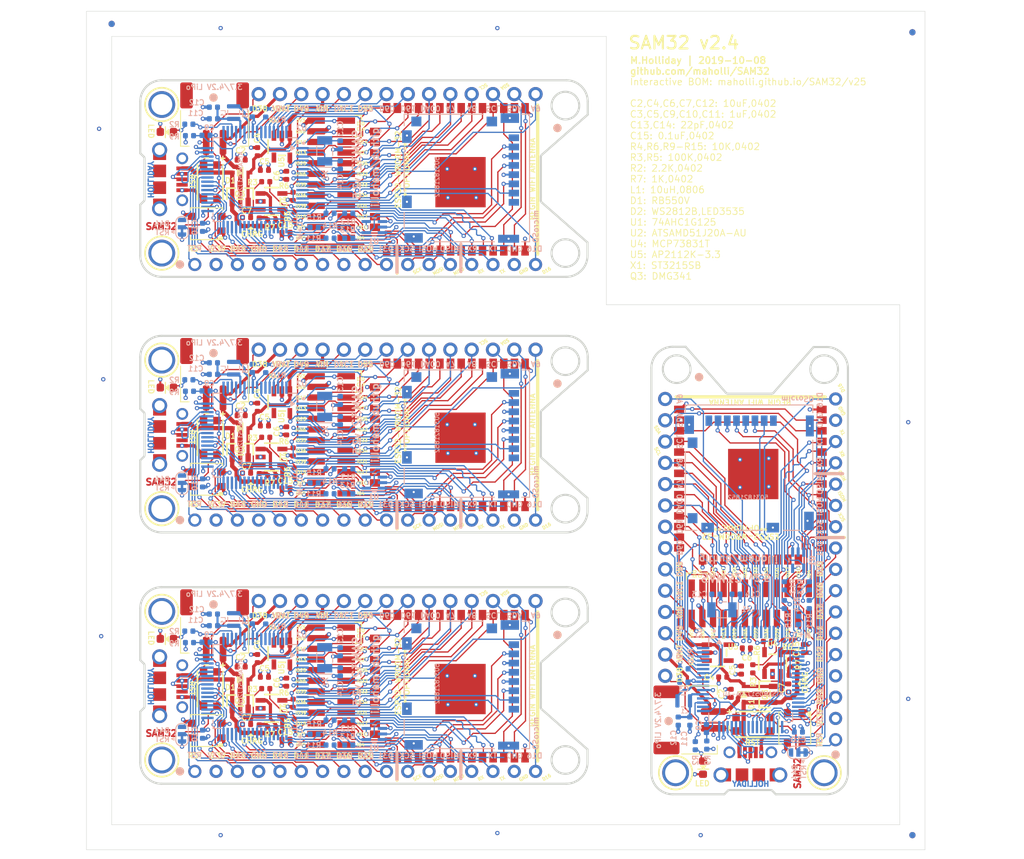
<source format=kicad_pcb>
(kicad_pcb (version 20171130) (host pcbnew "(5.1.4)-1")
  (layers (0 Top signal) (1 GND power) (2 PWR power) (31 Bottom signal) (34 B.Paste user) (35 F.Paste user) (36 B.SilkS user) (37 F.SilkS user) (38 B.Mask user) (39 F.Mask user) (44 Edge.Cuts user))
  (net 0 "")
  (net 1 /USB-)
  (net 2 /USB+)
  (net 3 "Net-(J1-Pad4)")
  (net 4 GND)
  (net 5 +3V3)
  (net 6 VBAT)
  (net 7 /~RESET)
  (net 8 /LED1)
  (net 9 /XTAL1)
  (net 10 /XTAL2)
  (net 11 "Net-(J3-Pad1)")
  (net 12 MOSI)
  (net 13 SCK)
  (net 14 MISO)
  (net 15 "Net-(J3-Pad8)")
  (net 16 "Net-(J3-PadSW_T)")
  (net 17 "Net-(J3-PadDET_T)")
  (net 18 /DTR)
  (net 19 DAC0)
  (net 20 AIN6)
  (net 21 AIN7)
  (net 22 AIN8)
  (net 23 AIN9)
  (net 24 SCL)
  (net 25 DAC1)
  (net 26 SDA)
  (net 27 D19)
  (net 28 D20)
  (net 29 D31)
  (net 30 D35)
  (net 31 D36)
  (net 32 D37)
  (net 33 D38)
  (net 34 D41)
  (net 35 D42)
  (net 36 D43)
  (net 37 D44)
  (net 38 D49)
  (net 39 D50)
  (net 40 D59)
  (net 41 D60)
  (net 42 "Net-(U3-Pad17)")
  (net 43 "Net-(U3-Pad18)")
  (net 44 "Net-(U3-Pad19)")
  (net 45 "Net-(U3-Pad20)")
  (net 46 "Net-(U3-Pad21)")
  (net 47 "Net-(U3-Pad22)")
  (net 48 IO34)
  (net 49 IO35)
  (net 50 IO32)
  (net 51 IO33)
  (net 52 IO25)
  (net 53 IO26)
  (net 54 IO27)
  (net 55 IO21)
  (net 56 IO17)
  (net 57 IO16)
  (net 58 IO4)
  (net 59 "Net-(U5-Pad4)")
  (net 60 /EN)
  (net 61 IO39)
  (net 62 IO36)
  (net 63 VUSB)
  (net 64 /PROG)
  (net 65 "Net-(R7-Pad1)")
  (net 66 "Net-(C11-Pad1)")
  (net 67 "Net-(CHRG1-Pad2)")
  (net 68 "Net-(L1-Pad2)")
  (net 69 "Net-(D2-Pad2)")
  (net 70 "Net-(GRN1-Pad1)")
  (net 71 "Net-(R11-Pad2)")
  (net 72 "Net-(R12-Pad2)")
  (net 73 "Net-(D2-Pad4)")
  (net 74 /~RTS)
  (net 75 D16)
  (net 76 RX1)
  (net 77 TX1)
  (net 78 SWDIO)
  (net 79 SWCLK)
  (net 80 D61)
  (net 81 xSDCS)
  (net 82 "Net-(U3-Pad24)")
  (net 83 VIN)
  (net 84 IO13)
  (net 85 IO12)
  (net 86 IO14)
  (net 87 /BATTERY)
  (net 88 /TX2)
  (net 89 ESP_MISO)
  (net 90 ESP_CS)
  (net 91 /RX2)
  (net 92 D44-RST)
  (module Fiducial:Fiducial_0.75mm_Dia_1.5mm_Outer (layer Bottom) (at 183.5 138.25)
    (fp_text reference REF** hide)
    (fp_text value Fiducial_0.75mm_Dia_1.5mm_Outer)
    (pad "" smd circle (at 0 0) (size 0.75 0.75) (layers Bottom B.Mask) (clearance 0.375))
  )
  (module Fiducial:Fiducial_0.75mm_Dia_1.5mm_Outer (layer Bottom) (at 88 41.5)
    (fp_text reference REF** hide)
    (fp_text value Fiducial_0.75mm_Dia_1.5mm_Outer)
    (pad "" smd circle (at 0 0) (size 0.75 0.75) (layers Bottom B.Mask) (clearance 0.375))
  )
  (module Fiducial:Fiducial_0.75mm_Dia_1.5mm_Outer (layer Bottom) (at 183.5 42.5)
    (fp_text reference REF** hide)
    (fp_text value Fiducial_0.75mm_Dia_1.5mm_Outer)
    (pad "" smd circle (at 0 0) (size 0.75 0.75) (layers Bottom B.Mask) (clearance 0.375))
  )
  (module Fiducial:Fiducial_0.75mm_Dia_1.5mm_Outer (layer Top) (at 183.5 138.25)
    (fp_text reference REF** hide)
    (fp_text value Fiducial_0.75mm_Dia_1.5mm_Outer)
    (pad "" smd circle (at 0 0) (size 0.75 0.75) (layers Top F.Mask) (clearance 0.375))
  )
  (module Fiducial:Fiducial_0.75mm_Dia_1.5mm_Outer (layer Top) (at 183.5 42.5)
    (fp_text reference REF** hide)
    (fp_text value Fiducial_0.75mm_Dia_1.5mm_Outer)
    (pad "" smd circle (at 0 0) (size 0.75 0.75) (layers Top F.Mask) (clearance 0.375))
  )
  (module Fiducial:Fiducial_0.75mm_Dia_1.5mm_Outer (layer Top) (at 88 41.5)
    (fp_text reference REF** hide)
    (fp_text value Fiducial_0.75mm_Dia_1.5mm_Outer)
    (pad "" smd circle (at 0 0) (size 0.75 0.75) (layers Top F.Mask) (clearance 0.375))
  )
  (module LOGO (layer Top) (at 179.75 71)
    (fp_text reference G*** hide)
    (fp_text value LOGO hide)
  )
  (module custom-footprints:Fiducial_1mm_Silkscreen (layer Top) (at 141.16558 53.91658)
    (fp_text reference FID3 hide)
    (fp_text value Fiducial)
    (pad "" connect circle (at 0 0) (size 1 1) (layers *.SilkS))
  )
  (module custom-footprints:Fiducial_1mm_Silkscreen (layer Top) (at 100.14458 50.28438)
    (fp_text reference FID2 hide)
    (fp_text value Fiducial)
    (pad "" connect circle (at 0 0) (size 1 1) (layers *.SilkS))
  )
  (module custom-footprints:Fiducial_1mm_Silkscreen (layer Top) (at 96.14408 70.19544)
    (fp_text reference FID1 hide)
    (fp_text value Fiducial)
    (pad "" connect circle (at 0 0) (size 1 1) (layers *.SilkS))
  )
  (module custom-footprints:Jumper3_Small (layer Bottom) (at 96.393 65.75806 90)
    (fp_text reference JP1 hide)
    (fp_text value "Bridged Jumper")
    (pad 2 smd rect (at 0 0 90) (size 0.5 1) (layers Bottom B.Mask) (net 92 D44-RST))
    (pad 3 smd custom (at 0.889 0 90) (size 0.5 0.5) (layers Bottom B.Mask) (net 37 D44) (options (clearance outline) (anchor rect)) (primitives (gr_circle (center 0 -0.25) (end 0.25 -0.25) (width 0)) (gr_circle (center 0 0.25) (end 0.25 0.25) (width 0)) (gr_poly (pts (xy -0.275 0.5) (xy 0 0.5) (xy 0 -0.5) (xy -0.275 -0.5)) (width 0))))
    (pad 1 smd custom (at -0.889 0 90) (size 0.5 0.5) (layers Bottom B.Mask) (net 7 /~RESET) (options (clearance outline) (anchor rect)) (primitives (gr_circle (center 0 -0.25) (end 0.25 -0.25) (width 0)) (gr_circle (center 0 0.25) (end 0.25 0.25) (width 0)) (gr_poly (pts (xy 0.275 0.5) (xy 0 0.5) (xy 0 -0.5) (xy 0.275 -0.5)) (width 0)) (gr_poly (pts (xy 0.2 0.15) (xy 0.65 0.15) (xy 0.65 -0.15) (xy 0.2 -0.15)) (width 0))))
  )
  (module Diode_SMD:D_SOD-323 (layer Top) (at 103.378 59.2328 180)
    (fp_text reference D1 (at 1.2192 -0.9398) (layer F.SilkS) (effects (font (size 0.635 0.635) (thickness 0.127))))
    (fp_text value RB550V)
    (pad 1 smd rect (at -1.05 0 180) (size 0.7 0.45) (layers Top F.Paste F.Mask) (net 83 VIN))
    (pad 2 smd rect (at 1.05 0 180) (size 0.7 0.45) (layers Top F.Paste F.Mask) (net 63 VUSB))
  )
  (module Resistor_SMD:R_0402_1005Metric (layer Bottom) (at 116.27612 67.056)
    (fp_text reference R13 (at -0.13462 -1.016) (layer B.SilkS) (effects (font (size 0.635 0.635) (thickness 0.127)) (justify mirror)))
    (fp_text value 10K)
    (pad 2 smd roundrect (at 0.485 0) (size 0.59 0.64) (layers Bottom B.Paste B.Mask) (net 24 SCL))
    (pad 1 smd roundrect (at -0.485 0) (size 0.59 0.64) (layers Bottom B.Paste B.Mask) (net 5 +3V3))
  )
  (module custom-footprints:SOT65P210X110-5N (layer Bottom) (at 119.3292 65.73266 180)
    (fp_text reference U1 (at 0.0762 -1.70434 180) (layer B.SilkS) (effects (font (size 0.635 0.635) (thickness 0.15875)) (justify mirror)))
    (fp_text value 74AHC1G125 hide)
    (pad 5 smd rect (at 0.9652 0.6604 90) (size 0.3556 1.1176) (layers Bottom B.Paste B.Mask) (net 5 +3V3))
    (pad 4 smd rect (at 0.9652 -0.6604 90) (size 0.3556 1.1176) (layers Bottom B.Paste B.Mask) (net 14 MISO))
    (pad 3 smd rect (at -0.9652 -0.6604 90) (size 0.3556 1.1176) (layers Bottom B.Paste B.Mask) (net 4 GND))
    (pad 2 smd rect (at -0.9652 0 90) (size 0.3556 1.1176) (layers Bottom B.Paste B.Mask) (net 89 ESP_MISO))
    (pad 1 smd rect (at -0.9652 0.6604 90) (size 0.3556 1.1176) (layers Bottom B.Paste B.Mask) (net 90 ESP_CS))
  )
  (module Connector_PinSocket_1.27mm:PinSocket_2x12_P1.27mm_Vertical_SMD (layer Top) (at 114.1764 60.02528)
    (fp_text reference J5 hide)
    (fp_text value Conn_02x12_Odd_Even)
    (pad 24 smd rect (at -1.8 6.985) (size 2.1 0.75) (layers Top F.Paste F.Mask) (net 4 GND))
    (pad 23 smd rect (at 1.8 6.985) (size 2.1 0.75) (layers Top F.Paste F.Mask) (net 58 IO4))
    (pad 22 smd rect (at -1.8 5.715) (size 2.1 0.75) (layers Top F.Paste F.Mask) (net 5 +3V3))
    (pad 21 smd rect (at 1.8 5.715) (size 2.1 0.75) (layers Top F.Paste F.Mask) (net 57 IO16))
    (pad 20 smd rect (at -1.8 4.445) (size 2.1 0.75) (layers Top F.Paste F.Mask) (net 90 ESP_CS))
    (pad 19 smd rect (at 1.8 4.445) (size 2.1 0.75) (layers Top F.Paste F.Mask) (net 56 IO17))
    (pad 18 smd rect (at -1.8 3.175) (size 2.1 0.75) (layers Top F.Paste F.Mask) (net 61 IO39))
    (pad 17 smd rect (at 1.8 3.175) (size 2.1 0.75) (layers Top F.Paste F.Mask) (net 55 IO21))
    (pad 16 smd rect (at -1.8 1.905) (size 2.1 0.75) (layers Top F.Paste F.Mask) (net 62 IO36))
    (pad 15 smd rect (at 1.8 1.905) (size 2.1 0.75) (layers Top F.Paste F.Mask) (net 48 IO34))
    (pad 14 smd rect (at -1.8 0.635) (size 2.1 0.75) (layers Top F.Paste F.Mask) (net 49 IO35))
    (pad 13 smd rect (at 1.8 0.635) (size 2.1 0.75) (layers Top F.Paste F.Mask) (net 51 IO33))
    (pad 12 smd rect (at -1.8 -0.635) (size 2.1 0.75) (layers Top F.Paste F.Mask) (net 20 AIN6))
    (pad 11 smd rect (at 1.8 -0.635) (size 2.1 0.75) (layers Top F.Paste F.Mask) (net 50 IO32))
    (pad 10 smd rect (at -1.8 -1.905) (size 2.1 0.75) (layers Top F.Paste F.Mask) (net 52 IO25))
    (pad 9 smd rect (at 1.8 -1.905) (size 2.1 0.75) (layers Top F.Paste F.Mask) (net 53 IO26))
    (pad 8 smd rect (at -1.8 -3.175) (size 2.1 0.75) (layers Top F.Paste F.Mask) (net 84 IO13))
    (pad 7 smd rect (at 1.8 -3.175) (size 2.1 0.75) (layers Top F.Paste F.Mask) (net 54 IO27))
    (pad 6 smd rect (at -1.8 -4.445) (size 2.1 0.75) (layers Top F.Paste F.Mask) (net 85 IO12))
    (pad 5 smd rect (at 1.8 -4.445) (size 2.1 0.75) (layers Top F.Paste F.Mask) (net 86 IO14))
    (pad 4 smd rect (at -1.8 -5.715) (size 2.1 0.75) (layers Top F.Paste F.Mask) (net 4 GND))
    (pad 3 smd rect (at 1.8 -5.715) (size 2.1 0.75) (layers Top F.Paste F.Mask) (net 79 SWCLK))
    (pad 2 smd rect (at -1.8 -6.985) (size 2.1 0.75) (layers Top F.Paste F.Mask) (net 5 +3V3))
    (pad 1 smd rect (at 1.8 -6.985) (size 2.1 0.75) (layers Top F.Paste F.Mask) (net 78 SWDIO))
  )
  (module "Adafruit Feather M4 Express:SOT23-5" (layer Top) (at 108.30306 56.13908 180)
    (fp_text reference U5 (at -0.33274 -2.56032 90) (layer F.SilkS) (effects (font (size 0.635 0.635) (thickness 0.127)) (justify left bottom)))
    (fp_text value AP2112K-3.3TRG1)
    (pad 5 smd rect (at -0.95 -1.3001 180) (size 0.55 1.2) (layers Top F.Paste F.Mask) (net 5 +3V3))
    (pad 4 smd rect (at 0.95 -1.3001 180) (size 0.55 1.2) (layers Top F.Paste F.Mask) (net 59 "Net-(U5-Pad4)"))
    (pad 3 smd rect (at 0.95 1.3001 180) (size 0.55 1.2) (layers Top F.Paste F.Mask) (net 60 /EN))
    (pad 2 smd rect (at 0 1.3001 180) (size 0.55 1.2) (layers Top F.Paste F.Mask) (net 4 GND))
    (pad 1 smd rect (at -0.95 1.3001 180) (size 0.55 1.2) (layers Top F.Paste F.Mask) (net 83 VIN))
  )
  (module custom-footprints:10118194-0001LF (layer Top) (at 93.72092 60.03544 270)
    (fp_text reference J1 hide)
    (fp_text value 10118194-0001LF hide)
    (pad 13 smd rect (at 3.05 0 270) (size 1.5 1.55) (layers Top F.Paste F.Mask))
    (pad 12 smd rect (at -3.05 0 270) (size 1.5 1.55) (layers Top F.Paste F.Mask))
    (pad 11 smd rect (at 1 0 270) (size 1.5 1.55) (layers Top F.Paste F.Mask))
    (pad 10 smd rect (at -1 0 270) (size 1.5 1.55) (layers Top F.Paste F.Mask))
    (pad 9 thru_hole circle (at 3.5 0 270) (size 1.8 1.8) (drill 1.2) (layers *.Cu *.Mask) (net 4 GND))
    (pad 8 thru_hole circle (at -3.5 0 270) (size 1.8 1.8) (drill 1.2) (layers *.Cu *.Mask) (net 4 GND))
    (pad 7 thru_hole circle (at 2.5 -2.7 270) (size 1.408 1.408) (drill 0.9) (layers *.Cu *.Mask))
    (pad 6 thru_hole circle (at -2.5 -2.7 270) (size 1.408 1.408) (drill 0.9) (layers *.Cu *.Mask))
    (pad 5 smd rect (at 1.3 -2.675 90) (size 0.45 1.35) (layers Top F.Paste F.Mask) (net 4 GND))
    (pad 4 smd rect (at 0.65 -2.675 90) (size 0.45 1.35) (layers Top F.Paste F.Mask) (net 3 "Net-(J1-Pad4)"))
    (pad 3 smd rect (at 0 -2.675 90) (size 0.45 1.35) (layers Top F.Paste F.Mask) (net 2 /USB+))
    (pad 2 smd rect (at -0.65 -2.675 90) (size 0.45 1.35) (layers Top F.Paste F.Mask) (net 1 /USB-))
    (pad 1 smd rect (at -1.3 -2.675 90) (size 0.45 1.35) (layers Top F.Paste F.Mask) (net 63 VUSB))
  )
  (module 503182-1853:MOLEX_503182-1853 (layer Bottom) (at 130.3655 59.8805 90)
    (fp_text reference J3 hide)
    (fp_text value 5031821852 (at 0.127 -3.556 90) (layer B.SilkS) (effects (font (size 0.508 0.508) (thickness 0.0889)) (justify mirror)))
    (pad 1 smd rect (at -2.9 5.605) (size 1.24 0.8) (layers Bottom B.Paste B.Mask) (net 11 "Net-(J3-Pad1)"))
    (pad 2 smd rect (at -1.8 5.605) (size 1.24 0.8) (layers Bottom B.Paste B.Mask) (net 81 xSDCS))
    (pad 3 smd rect (at -0.7 5.605) (size 1.24 0.8) (layers Bottom B.Paste B.Mask) (net 12 MOSI))
    (pad 4 smd rect (at 0.4 5.605) (size 1.24 0.8) (layers Bottom B.Paste B.Mask) (net 5 +3V3))
    (pad 5 smd rect (at 1.5 5.605) (size 1.24 0.8) (layers Bottom B.Paste B.Mask) (net 13 SCK))
    (pad 6 smd rect (at 2.6 5.605) (size 1.24 0.8) (layers Bottom B.Paste B.Mask) (net 4 GND))
    (pad 7 smd rect (at 3.7 5.605) (size 1.24 0.8) (layers Bottom B.Paste B.Mask) (net 14 MISO))
    (pad 8 smd rect (at 4.8 5.605) (size 1.24 0.8) (layers Bottom B.Paste B.Mask) (net 15 "Net-(J3-Pad8)"))
    (pad SH1 smd rect (at -7.245 4.975) (size 2.5 0.95) (layers Bottom B.Paste B.Mask) (net 4 GND))
    (pad SH2 smd rect (at 7.145 5.125) (size 2.2 1.15) (layers Bottom B.Paste B.Mask) (net 4 GND))
    (pad SW_T smd rect (at 6.74 2.975) (size 1.25 1.16) (layers Bottom B.Paste B.Mask) (net 16 "Net-(J3-PadSW_T)"))
    (pad DET_T smd rect (at 6.74 -6.025) (size 1.2 1.16) (layers Bottom B.Paste B.Mask) (net 17 "Net-(J3-PadDET_T)"))
    (pad SH5 smd rect (at -7.145 -6.355) (size 2.2 1.15) (layers Bottom B.Paste B.Mask) (net 4 GND))
    (pad SH4 smd rect (at -2.84 -7.15 270) (size 1.5 1.15) (layers Bottom B.Paste B.Mask) (net 4 GND))
    (pad SH3 smd rect (at 4.94 -7.15 270) (size 1.5 1.15) (layers Bottom B.Paste B.Mask) (net 4 GND))
  )
  (module QFP50P1200X1200X120-64N (layer Bottom) (at 105.0925 60.071 180)
    (fp_text reference U2 (at -5.5753 6.1468 180) (layer B.SilkS) (effects (font (size 0.635 0.635) (thickness 0.127)) (justify mirror)))
    (fp_text value ATSAMD51J20A-AU (at 1.7145 -0.254 270) (layer B.SilkS) (effects (font (size 0.508 0.508) (thickness 0.0889)) (justify mirror)))
    (pad 1 smd rect (at -5.67 3.75 90) (size 0.28 1.47) (layers Bottom B.Paste B.Mask) (net 9 /XTAL1))
    (pad 2 smd rect (at -5.67 3.25 90) (size 0.28 1.47) (layers Bottom B.Paste B.Mask) (net 10 /XTAL2))
    (pad 3 smd rect (at -5.67 2.75 90) (size 0.28 1.47) (layers Bottom B.Paste B.Mask) (net 19 DAC0))
    (pad 4 smd rect (at -5.67 2.25 90) (size 0.28 1.47) (layers Bottom B.Paste B.Mask) (net 5 +3V3))
    (pad 5 smd rect (at -5.67 1.75 90) (size 0.28 1.47) (layers Bottom B.Paste B.Mask) (net 20 AIN6))
    (pad 6 smd rect (at -5.67 1.25 90) (size 0.28 1.47) (layers Bottom B.Paste B.Mask) (net 21 AIN7))
    (pad 7 smd rect (at -5.67 0.75 90) (size 0.28 1.47) (layers Bottom B.Paste B.Mask) (net 4 GND))
    (pad 8 smd rect (at -5.67 0.25 90) (size 0.28 1.47) (layers Bottom B.Paste B.Mask) (net 5 +3V3))
    (pad 9 smd rect (at -5.67 -0.25 90) (size 0.28 1.47) (layers Bottom B.Paste B.Mask) (net 22 AIN8))
    (pad 10 smd rect (at -5.67 -0.75 90) (size 0.28 1.47) (layers Bottom B.Paste B.Mask) (net 23 AIN9))
    (pad 11 smd rect (at -5.67 -1.25 90) (size 0.28 1.47) (layers Bottom B.Paste B.Mask) (net 61 IO39))
    (pad 12 smd rect (at -5.67 -1.75 90) (size 0.28 1.47) (layers Bottom B.Paste B.Mask) (net 62 IO36))
    (pad 13 smd rect (at -5.67 -2.25 90) (size 0.28 1.47) (layers Bottom B.Paste B.Mask) (net 81 xSDCS))
    (pad 14 smd rect (at -5.67 -2.75 90) (size 0.28 1.47) (layers Bottom B.Paste B.Mask) (net 25 DAC1))
    (pad 15 smd rect (at -5.67 -3.25 90) (size 0.28 1.47) (layers Bottom B.Paste B.Mask) (net 87 /BATTERY))
    (pad 16 smd rect (at -5.67 -3.75 90) (size 0.28 1.47) (layers Bottom B.Paste B.Mask) (net 75 D16))
    (pad 17 smd rect (at -3.75 -5.67) (size 0.28 1.47) (layers Bottom B.Paste B.Mask) (net 26 SDA))
    (pad 18 smd rect (at -3.25 -5.67) (size 0.28 1.47) (layers Bottom B.Paste B.Mask) (net 24 SCL))
    (pad 19 smd rect (at -2.75 -5.67) (size 0.28 1.47) (layers Bottom B.Paste B.Mask) (net 27 D19))
    (pad 20 smd rect (at -2.25 -5.67) (size 0.28 1.47) (layers Bottom B.Paste B.Mask) (net 28 D20))
    (pad 21 smd rect (at -1.75 -5.67) (size 0.28 1.47) (layers Bottom B.Paste B.Mask) (net 5 +3V3))
    (pad 22 smd rect (at -1.25 -5.67) (size 0.28 1.47) (layers Bottom B.Paste B.Mask) (net 4 GND))
    (pad 23 smd rect (at -0.75 -5.67) (size 0.28 1.47) (layers Bottom B.Paste B.Mask) (net 18 /DTR))
    (pad 24 smd rect (at -0.25 -5.67) (size 0.28 1.47) (layers Bottom B.Paste B.Mask) (net 74 /~RTS))
    (pad 25 smd rect (at 0.25 -5.67) (size 0.28 1.47) (layers Bottom B.Paste B.Mask) (net 12 MOSI))
    (pad 26 smd rect (at 0.75 -5.67) (size 0.28 1.47) (layers Bottom B.Paste B.Mask) (net 13 SCK))
    (pad 27 smd rect (at 1.25 -5.67) (size 0.28 1.47) (layers Bottom B.Paste B.Mask) (net 14 MISO))
    (pad 28 smd rect (at 1.75 -5.67) (size 0.28 1.47) (layers Bottom B.Paste B.Mask) (net 90 ESP_CS))
    (pad 29 smd rect (at 2.25 -5.67) (size 0.28 1.47) (layers Bottom B.Paste B.Mask) (net 77 TX1))
    (pad 30 smd rect (at 2.75 -5.67) (size 0.28 1.47) (layers Bottom B.Paste B.Mask) (net 76 RX1))
    (pad 31 smd rect (at 3.25 -5.67) (size 0.28 1.47) (layers Bottom B.Paste B.Mask) (net 29 D31))
    (pad 32 smd rect (at 3.75 -5.67) (size 0.28 1.47) (layers Bottom B.Paste B.Mask) (net 73 "Net-(D2-Pad4)"))
    (pad 33 smd rect (at 5.67 -3.75 90) (size 0.28 1.47) (layers Bottom B.Paste B.Mask) (net 4 GND))
    (pad 34 smd rect (at 5.67 -3.25 90) (size 0.28 1.47) (layers Bottom B.Paste B.Mask) (net 5 +3V3))
    (pad 35 smd rect (at 5.67 -2.75 90) (size 0.28 1.47) (layers Bottom B.Paste B.Mask) (net 30 D35))
    (pad 36 smd rect (at 5.67 -2.25 90) (size 0.28 1.47) (layers Bottom B.Paste B.Mask) (net 31 D36))
    (pad 37 smd rect (at 5.67 -1.75 90) (size 0.28 1.47) (layers Bottom B.Paste B.Mask) (net 32 D37))
    (pad 38 smd rect (at 5.67 -1.25 90) (size 0.28 1.47) (layers Bottom B.Paste B.Mask) (net 33 D38))
    (pad 39 smd rect (at 5.67 -0.75 90) (size 0.28 1.47) (layers Bottom B.Paste B.Mask) (net 88 /TX2))
    (pad 40 smd rect (at 5.67 -0.25 90) (size 0.28 1.47) (layers Bottom B.Paste B.Mask) (net 91 /RX2))
    (pad 41 smd rect (at 5.67 0.25 90) (size 0.28 1.47) (layers Bottom B.Paste B.Mask) (net 34 D41))
    (pad 42 smd rect (at 5.67 0.75 90) (size 0.28 1.47) (layers Bottom B.Paste B.Mask) (net 35 D42))
    (pad 43 smd rect (at 5.67 1.25 90) (size 0.28 1.47) (layers Bottom B.Paste B.Mask) (net 36 D43))
    (pad 44 smd rect (at 5.67 1.75 90) (size 0.28 1.47) (layers Bottom B.Paste B.Mask) (net 37 D44))
    (pad 45 smd rect (at 5.67 2.25 90) (size 0.28 1.47) (layers Bottom B.Paste B.Mask) (net 1 /USB-))
    (pad 46 smd rect (at 5.67 2.75 90) (size 0.28 1.47) (layers Bottom B.Paste B.Mask) (net 2 /USB+))
    (pad 47 smd rect (at 5.67 3.25 90) (size 0.28 1.47) (layers Bottom B.Paste B.Mask) (net 4 GND))
    (pad 48 smd rect (at 5.67 3.75 90) (size 0.28 1.47) (layers Bottom B.Paste B.Mask) (net 5 +3V3))
    (pad 49 smd rect (at 3.75 5.67) (size 0.28 1.47) (layers Bottom B.Paste B.Mask) (net 38 D49))
    (pad 50 smd rect (at 3.25 5.67) (size 0.28 1.47) (layers Bottom B.Paste B.Mask) (net 39 D50))
    (pad 51 smd rect (at 2.75 5.67) (size 0.28 1.47) (layers Bottom B.Paste B.Mask) (net 8 /LED1))
    (pad 52 smd rect (at 2.25 5.67) (size 0.28 1.47) (layers Bottom B.Paste B.Mask) (net 7 /~RESET))
    (pad 53 smd rect (at 1.75 5.67) (size 0.28 1.47) (layers Bottom B.Paste B.Mask) (net 66 "Net-(C11-Pad1)"))
    (pad 54 smd rect (at 1.25 5.67) (size 0.28 1.47) (layers Bottom B.Paste B.Mask) (net 4 GND))
    (pad 55 smd rect (at 0.75 5.67) (size 0.28 1.47) (layers Bottom B.Paste B.Mask) (net 68 "Net-(L1-Pad2)"))
    (pad 56 smd rect (at 0.25 5.67) (size 0.28 1.47) (layers Bottom B.Paste B.Mask) (net 5 +3V3))
    (pad 57 smd rect (at -0.25 5.67) (size 0.28 1.47) (layers Bottom B.Paste B.Mask) (net 79 SWCLK))
    (pad 58 smd rect (at -0.75 5.67) (size 0.28 1.47) (layers Bottom B.Paste B.Mask) (net 78 SWDIO))
    (pad 59 smd rect (at -1.25 5.67) (size 0.28 1.47) (layers Bottom B.Paste B.Mask) (net 40 D59))
    (pad 60 smd rect (at -1.75 5.67) (size 0.28 1.47) (layers Bottom B.Paste B.Mask) (net 41 D60))
    (pad 61 smd rect (at -2.25 5.67) (size 0.28 1.47) (layers Bottom B.Paste B.Mask) (net 80 D61))
    (pad 62 smd rect (at -2.75 5.67) (size 0.28 1.47) (layers Bottom B.Paste B.Mask) (net 84 IO13))
    (pad 63 smd rect (at -3.25 5.67) (size 0.28 1.47) (layers Bottom B.Paste B.Mask) (net 85 IO12))
    (pad 64 smd rect (at -3.75 5.67) (size 0.28 1.47) (layers Bottom B.Paste B.Mask) (net 86 IO14))
  )
  (module LED_SMD:LED_0603_1608Metric (layer Top) (at 94.5896 54.3858 180)
    (fp_text reference GRN1 hide)
    (fp_text value "GREEN LED")
    (pad 2 smd roundrect (at 0.7875 0 180) (size 0.875 0.95) (layers Top F.Paste F.Mask) (net 4 GND))
    (pad 1 smd roundrect (at -0.7875 0 180) (size 0.875 0.95) (layers Top F.Paste F.Mask) (net 70 "Net-(GRN1-Pad1)"))
  )
  (module Connector_PinHeader_2.54mm:PinHeader_1x14_P2.54mm_Vertical (layer Top) (at 105.537 49.87544 90)
    (fp_text reference J2 hide)
    (fp_text value Conn_01x14)
    (pad 1 thru_hole oval (at 0 0 90) (size 1.7 1.7) (drill 1) (layers *.Cu *.Mask) (net 33 D38))
    (pad 2 thru_hole oval (at 0 2.54 90) (size 1.7 1.7) (drill 1) (layers *.Cu *.Mask) (net 6 VBAT))
    (pad 3 thru_hole oval (at 0 5.08 90) (size 1.7 1.7) (drill 1) (layers *.Cu *.Mask) (net 38 D49))
    (pad 4 thru_hole oval (at 0 7.62 90) (size 1.7 1.7) (drill 1) (layers *.Cu *.Mask) (net 83 VIN))
    (pad 5 thru_hole oval (at 0 10.16 90) (size 1.7 1.7) (drill 1) (layers *.Cu *.Mask) (net 25 DAC1))
    (pad 6 thru_hole oval (at 0 12.7 90) (size 1.7 1.7) (drill 1) (layers *.Cu *.Mask) (net 40 D59))
    (pad 7 thru_hole oval (at 0 15.24 90) (size 1.7 1.7) (drill 1) (layers *.Cu *.Mask) (net 41 D60))
    (pad 8 thru_hole oval (at 0 17.78 90) (size 1.7 1.7) (drill 1) (layers *.Cu *.Mask) (net 80 D61))
    (pad 9 thru_hole oval (at 0 20.32 90) (size 1.7 1.7) (drill 1) (layers *.Cu *.Mask) (net 19 DAC0))
    (pad 10 thru_hole oval (at 0 22.86 90) (size 1.7 1.7) (drill 1) (layers *.Cu *.Mask) (net 21 AIN7))
    (pad 11 thru_hole oval (at 0 25.4 90) (size 1.7 1.7) (drill 1) (layers *.Cu *.Mask) (net 22 AIN8))
    (pad 12 thru_hole oval (at 0 27.94 90) (size 1.7 1.7) (drill 1) (layers *.Cu *.Mask) (net 24 SCL))
    (pad 13 thru_hole oval (at 0 30.48 90) (size 1.7 1.7) (drill 1) (layers *.Cu *.Mask) (net 26 SDA))
    (pad 14 thru_hole oval (at 0 33.02 90) (size 1.7 1.7) (drill 1) (layers *.Cu *.Mask) (net 23 AIN9))
  )
  (module Resistor_SMD:R_0402_1005Metric (layer Bottom) (at 112.15624 65.7606)
    (fp_text reference R14 (at 1.88976 -0.1651) (layer B.SilkS) (effects (font (size 0.635 0.635) (thickness 0.127)) (justify mirror)))
    (fp_text value 10K)
    (pad 2 smd roundrect (at 0.485 0) (size 0.59 0.64) (layers Bottom B.Paste B.Mask) (net 26 SDA))
    (pad 1 smd roundrect (at -0.485 0) (size 0.59 0.64) (layers Bottom B.Paste B.Mask) (net 5 +3V3))
  )
  (module Resistor_SMD:R_0402_1005Metric (layer Top) (at 109.7915 64.4525 270)
    (fp_text reference R5 (at 0 0.8255 270) (layer F.SilkS) (effects (font (size 0.635 0.635) (thickness 0.127))))
    (fp_text value 100K)
    (pad 2 smd roundrect (at 0.485 0 270) (size 0.59 0.64) (layers Top F.Paste F.Mask) (net 4 GND))
    (pad 1 smd roundrect (at -0.485 0 270) (size 0.59 0.64) (layers Top F.Paste F.Mask) (net 87 /BATTERY))
  )
  (module Resistor_SMD:R_0402_1005Metric (layer Bottom) (at 116.27612 64.08)
    (fp_text reference R12 (at -0.07112 1.0075) (layer B.SilkS) (effects (font (size 0.635 0.635) (thickness 0.127)) (justify mirror)))
    (fp_text value 10K)
    (pad 2 smd roundrect (at 0.485 0) (size 0.59 0.64) (layers Bottom B.Paste B.Mask) (net 72 "Net-(R12-Pad2)"))
    (pad 1 smd roundrect (at -0.485 0) (size 0.59 0.64) (layers Bottom B.Paste B.Mask) (net 74 /~RTS))
  )
  (module Resistor_SMD:R_0402_1005Metric (layer Bottom) (at 114.05 67.056)
    (fp_text reference R11 (at -1.9812 0.0296) (layer B.SilkS) (effects (font (size 0.635 0.635) (thickness 0.127)) (justify mirror)))
    (fp_text value 10K)
    (pad 2 smd roundrect (at 0.485 0) (size 0.59 0.64) (layers Bottom B.Paste B.Mask) (net 71 "Net-(R11-Pad2)"))
    (pad 1 smd roundrect (at -0.485 0) (size 0.59 0.64) (layers Bottom B.Paste B.Mask) (net 18 /DTR))
  )
  (module Resistor_SMD:R_0402_1005Metric (layer Bottom) (at 106.3752 52.1208 270)
    (fp_text reference R10 (at 0.8128 -1.524 180) (layer B.SilkS) (effects (font (size 0.635 0.635) (thickness 0.127)) (justify mirror)))
    (fp_text value 10K)
    (pad 2 smd roundrect (at 0.485 0 270) (size 0.59 0.64) (layers Bottom B.Paste B.Mask) (net 79 SWCLK))
    (pad 1 smd roundrect (at -0.485 0 270) (size 0.59 0.64) (layers Bottom B.Paste B.Mask) (net 5 +3V3))
  )
  (module Resistor_SMD:R_0402_1005Metric (layer Bottom) (at 97.282 54.83352)
    (fp_text reference R9 (at -1.80848 0.10922) (layer B.SilkS) (effects (font (size 0.635 0.635) (thickness 0.127)) (justify mirror)))
    (fp_text value 10K)
    (pad 2 smd roundrect (at 0.485 0) (size 0.59 0.64) (layers Bottom B.Paste B.Mask) (net 7 /~RESET))
    (pad 1 smd roundrect (at -0.485 0) (size 0.59 0.64) (layers Bottom B.Paste B.Mask) (net 5 +3V3))
  )
  (module Resistor_SMD:R_0402_1005Metric (layer Top) (at 107.0864 64.897 180)
    (fp_text reference R7 (at 0.2286 -0.88646 180) (layer F.SilkS) (effects (font (size 0.635 0.635) (thickness 0.127))))
    (fp_text value 1K)
    (pad 2 smd roundrect (at 0.485 0 180) (size 0.59 0.64) (layers Top F.Paste F.Mask) (net 67 "Net-(CHRG1-Pad2)"))
    (pad 1 smd roundrect (at -0.485 0 180) (size 0.59 0.64) (layers Top F.Paste F.Mask) (net 65 "Net-(R7-Pad1)"))
  )
  (module Resistor_SMD:R_0402_1005Metric (layer Top) (at 109.6391 62.06744 270)
    (fp_text reference R6 (at -1.2446 1.0795 180) (layer F.SilkS) (effects (font (size 0.635 0.635) (thickness 0.127))))
    (fp_text value 10K)
    (pad 2 smd roundrect (at 0.485 0 270) (size 0.59 0.64) (layers Top F.Paste F.Mask) (net 4 GND))
    (pad 1 smd roundrect (at -0.485 0 270) (size 0.59 0.64) (layers Top F.Paste F.Mask) (net 64 /PROG))
  )
  (module Resistor_SMD:R_0402_1005Metric (layer Bottom) (at 114.05 64.08 180)
    (fp_text reference R15 (at 1.909 -0.4995 180) (layer B.SilkS) (effects (font (size 0.635 0.635) (thickness 0.127)) (justify mirror)))
    (fp_text value 10K)
    (pad 2 smd roundrect (at 0.485 0 180) (size 0.59 0.64) (layers Bottom B.Paste B.Mask) (net 88 /TX2))
    (pad 1 smd roundrect (at -0.485 0 180) (size 0.59 0.64) (layers Bottom B.Paste B.Mask) (net 5 +3V3))
  )
  (module custom-footprints:LED3535 (layer Top) (at 99.33 65.3288)
    (fp_text reference D2 hide)
    (fp_text value WS2812B)
    (pad 3 smd rect (at 1.749999 0.875 90) (size 0.85 1) (layers Top F.Paste F.Mask) (net 4 GND))
    (pad 2 smd rect (at -1.75 0.875 90) (size 0.85 1) (layers Top F.Paste F.Mask) (net 69 "Net-(D2-Pad2)"))
    (pad 4 smd rect (at 1.75 -0.875 90) (size 0.85 1) (layers Top F.Paste F.Mask) (net 73 "Net-(D2-Pad4)"))
    (pad 1 smd rect (at -1.749999 -0.875 90) (size 0.85 1) (layers Top F.Paste F.Mask) (net 5 +3V3))
  )
  (module Connector_JST:JST_PH_S2B-PH-SM4-TB_1x02-1MP_P2.00mm_Horizontal (layer Top) (at 100.2792 52.7812 180)
    (fp_text reference J4 hide)
    (fp_text value B2B-PH-SM4-TB)
    (pad MP smd roundrect (at 3.35 2.75 180) (size 1.5 3.1) (layers Top F.Paste F.Mask) (roundrect_rratio 0.167))
    (pad MP smd roundrect (at -3.35 2.75 180) (size 1.5 3.1) (layers Top F.Paste F.Mask) (roundrect_rratio 0.167))
    (pad 2 smd roundrect (at 1 -2.85 180) (size 0.8 3) (layers Top F.Paste F.Mask) (net 4 GND))
    (pad 1 smd roundrect (at -1 -2.85 180) (size 0.8 3) (layers Top F.Paste F.Mask) (net 6 VBAT))
  )
  (module LED_SMD:LED_0402_1005Metric (layer Top) (at 105.6132 65.1256 90)
    (fp_text reference CHRG1 hide)
    (fp_text value "ORANGE LED")
    (pad 2 smd roundrect (at 0.485 0 90) (size 0.59 0.64) (layers Top F.Paste F.Mask) (net 67 "Net-(CHRG1-Pad2)"))
    (pad 1 smd roundrect (at -0.485 0 90) (size 0.59 0.64) (layers Top F.Paste F.Mask) (net 63 VUSB))
  )
  (module Resistor_SMD:R_0402_1005Metric (layer Bottom) (at 97.2058 53.467)
    (fp_text reference R2 (at -1.7272 0.0254 -180) (layer B.SilkS) (effects (font (size 0.635 0.635) (thickness 0.127)) (justify mirror)))
    (fp_text value 2.2K)
    (pad 2 smd roundrect (at 0.485 0) (size 0.59 0.64) (layers Bottom B.Paste B.Mask) (net 8 /LED1))
    (pad 1 smd roundrect (at -0.485 0) (size 0.59 0.64) (layers Bottom B.Paste B.Mask) (net 70 "Net-(GRN1-Pad1)"))
  )
  (module Resistor_SMD:R_0402_1005Metric (layer Top) (at 106.3752 60.325)
    (fp_text reference R3 (at -1.5748 0.0762) (layer F.SilkS) (effects (font (size 0.635 0.635) (thickness 0.127))))
    (fp_text value 100K)
    (pad 2 smd roundrect (at 0.485 0) (size 0.59 0.64) (layers Top F.Paste F.Mask) (net 87 /BATTERY))
    (pad 1 smd roundrect (at -0.485 0) (size 0.59 0.64) (layers Top F.Paste F.Mask) (net 6 VBAT))
  )
  (module Capacitor_SMD:C_0402_1005Metric (layer Top) (at 104.0892 64.5922 180)
    (fp_text reference C7 (at -0.0127 0.79502 180) (layer F.SilkS) (effects (font (size 0.635 0.635) (thickness 0.127))))
    (fp_text value 10uF)
    (pad 2 smd roundrect (at 0.485 0 180) (size 0.59 0.64) (layers Top F.Paste F.Mask) (net 4 GND))
    (pad 1 smd roundrect (at -0.485 0 180) (size 0.59 0.64) (layers Top F.Paste F.Mask) (net 6 VBAT))
  )
  (module "Adafruit Feather M4 Express:BTN_KMR2_4.6X2.8" (layer Top) (at 99.76 60.38 270)
    (fp_text reference SW1 hide)
    (fp_text value "KMR231NG LFS" hide)
    (pad A smd rect (at 2.05 -0.8 270) (size 0.9 0.9) (layers Top F.Paste F.Mask) (net 7 /~RESET))
    (pad B smd rect (at 2.05 0.8 270) (size 0.9 0.9) (layers Top F.Paste F.Mask) (net 4 GND))
    (pad B' smd rect (at -2.05 0.8 270) (size 0.9 0.9) (layers Top F.Paste F.Mask) (net 4 GND))
    (pad A' smd rect (at -2.05 -0.8 270) (size 0.9 0.9) (layers Top F.Paste F.Mask) (net 7 /~RESET))
  )
  (module Capacitor_SMD:C_0402_1005Metric (layer Bottom) (at 100.1395 51.435)
    (fp_text reference C12 (at -1.9939 -0.5588) (layer B.SilkS) (effects (font (size 0.635 0.635) (thickness 0.127)) (justify mirror)))
    (fp_text value 10uF)
    (pad 2 smd roundrect (at 0.485 0) (size 0.59 0.64) (layers Bottom B.Paste B.Mask) (net 66 "Net-(C11-Pad1)"))
    (pad 1 smd roundrect (at -0.485 0) (size 0.59 0.64) (layers Bottom B.Paste B.Mask) (net 4 GND))
  )
  (module Capacitor_SMD:C_0402_1005Metric (layer Top) (at 108.855004 59.55782 90)
    (fp_text reference C6 (at -0.05598 -1.159004 90) (layer F.SilkS) (effects (font (size 0.635 0.635) (thickness 0.127))))
    (fp_text value 10uF)
    (pad 2 smd roundrect (at 0.485 0 90) (size 0.59 0.64) (layers Top F.Paste F.Mask) (net 4 GND))
    (pad 1 smd roundrect (at -0.485 0 90) (size 0.59 0.64) (layers Top F.Paste F.Mask) (net 5 +3V3))
  )
  (module Capacitor_SMD:C_0402_1005Metric (layer Top) (at 105.38968 56.73852 90)
    (fp_text reference C4 (at 1.62052 -0.03048 90) (layer F.SilkS) (effects (font (size 0.635 0.635) (thickness 0.127))))
    (fp_text value 10uF)
    (pad 2 smd roundrect (at 0.485 0 90) (size 0.59 0.64) (layers Top F.Paste F.Mask) (net 4 GND))
    (pad 1 smd roundrect (at -0.485 0 90) (size 0.59 0.64) (layers Top F.Paste F.Mask) (net 83 VIN))
  )
  (module Capacitor_SMD:C_0402_1005Metric (layer Top) (at 103.44902 57.72912)
    (fp_text reference C2 (at -0.07356 -1.13538 180) (layer F.SilkS) (effects (font (size 0.635 0.635) (thickness 0.127))))
    (fp_text value 10uF)
    (pad 2 smd roundrect (at 0.485 0) (size 0.59 0.64) (layers Top F.Paste F.Mask) (net 4 GND))
    (pad 1 smd roundrect (at -0.485 0) (size 0.59 0.64) (layers Top F.Paste F.Mask) (net 5 +3V3))
  )
  (module Resistor_SMD:R_0402_1005Metric (layer Top) (at 108.7628 53.0352)
    (fp_text reference R4 (at -1.524 0) (layer F.SilkS) (effects (font (size 0.508 0.508) (thickness 0.1016))))
    (fp_text value 10K)
    (pad 1 smd roundrect (at -0.485 0) (size 0.59 0.64) (layers Top F.Paste F.Mask) (net 60 /EN))
    (pad 2 smd roundrect (at 0.485 0) (size 0.59 0.64) (layers Top F.Paste F.Mask) (net 83 VIN))
  )
  (module Connector_PinSocket_2.54mm:PinSocket_1x17_P2.54mm_Vertical (layer Top) (at 97.917 70.19544 90)
    (fp_text reference J7 hide)
    (fp_text value Conn_01x17)
    (pad 17 thru_hole circle (at 0 40.64 90) (size 1.5748 1.5748) (drill 0.9) (layers *.Cu *.Mask) (net 75 D16))
    (pad 16 thru_hole circle (at 0 38.1 90) (size 1.5748 1.5748) (drill 0.9) (layers *.Cu *.Mask) (net 4 GND))
    (pad 15 thru_hole circle (at 0 35.56 90) (size 1.5748 1.5748) (drill 0.9) (layers *.Cu *.Mask) (net 77 TX1))
    (pad 14 thru_hole circle (at 0 33.02 90) (size 1.5748 1.5748) (drill 0.9) (layers *.Cu *.Mask) (net 76 RX1))
    (pad 13 thru_hole circle (at 0 30.48 90) (size 1.5748 1.5748) (drill 0.9) (layers *.Cu *.Mask) (net 14 MISO))
    (pad 12 thru_hole circle (at 0 27.94 90) (size 1.5748 1.5748) (drill 0.9) (layers *.Cu *.Mask) (net 12 MOSI))
    (pad 11 thru_hole circle (at 0 25.4 90) (size 1.5748 1.5748) (drill 0.9) (layers *.Cu *.Mask) (net 13 SCK))
    (pad 10 thru_hole circle (at 0 22.86 90) (size 1.5748 1.5748) (drill 0.9) (layers *.Cu *.Mask) (net 29 D31))
    (pad 9 thru_hole circle (at 0 20.32 90) (size 1.5748 1.5748) (drill 0.9) (layers *.Cu *.Mask) (net 30 D35))
    (pad 8 thru_hole circle (at 0 17.78 90) (size 1.5748 1.5748) (drill 0.9) (layers *.Cu *.Mask) (net 31 D36))
    (pad 7 thru_hole circle (at 0 15.24 90) (size 1.5748 1.5748) (drill 0.9) (layers *.Cu *.Mask) (net 32 D37))
    (pad 6 thru_hole circle (at 0 12.7 90) (size 1.5748 1.5748) (drill 0.9) (layers *.Cu *.Mask) (net 34 D41))
    (pad 5 thru_hole circle (at 0 10.16 90) (size 1.5748 1.5748) (drill 0.9) (layers *.Cu *.Mask) (net 35 D42))
    (pad 4 thru_hole circle (at 0 7.62 90) (size 1.5748 1.5748) (drill 0.9) (layers *.Cu *.Mask) (net 4 GND))
    (pad 3 thru_hole circle (at 0 5.08 90) (size 1.5748 1.5748) (drill 0.9) (layers *.Cu *.Mask) (net 36 D43))
    (pad 2 thru_hole circle (at 0 2.54 90) (size 1.5748 1.5748) (drill 0.9) (layers *.Cu *.Mask) (net 5 +3V3))
    (pad 1 thru_hole circle (at 0 0 90) (size 1.5748 1.5748) (drill 1) (layers *.Cu *.Mask) (net 92 D44-RST))
  )
  (module Capacitor_SMD:C_0402_1005Metric (layer Top) (at 106.2228 58.9534)
    (fp_text reference C5 (at 0 -1.0414 180) (layer F.SilkS) (effects (font (size 0.635 0.635) (thickness 0.127))))
    (fp_text value 1uF)
    (pad 1 smd roundrect (at -0.485 0) (size 0.59 0.64) (layers Top F.Paste F.Mask) (net 5 +3V3))
    (pad 2 smd roundrect (at 0.485 0) (size 0.59 0.64) (layers Top F.Paste F.Mask) (net 4 GND))
  )
  (module Capacitor_SMD:C_0402_1005Metric (layer Bottom) (at 104.775 52.0954 90)
    (fp_text reference C3 (at 0 -0.8128 90) (layer B.SilkS) (effects (font (size 0.635 0.635) (thickness 0.127)) (justify mirror)))
    (fp_text value 1uF)
    (pad 2 smd roundrect (at 0.485 0 90) (size 0.59 0.64) (layers Bottom B.Paste B.Mask) (net 4 GND))
    (pad 1 smd roundrect (at -0.485 0 90) (size 0.59 0.64) (layers Bottom B.Paste B.Mask) (net 5 +3V3))
  )
  (module "Adafruit Feather M4 Express:SOT23-R" (layer Top) (at 103.3272 61.7474)
    (fp_text reference Q3 (at -0.762 0.4318) (layer F.SilkS) (effects (font (size 0.635 0.635) (thickness 0.127)) (justify left bottom)))
    (fp_text value DMG341)
    (pad 3 smd rect (at 0 -1) (size 0.635 1.016) (layers Top F.Paste F.Mask) (net 6 VBAT))
    (pad 2 smd rect (at 0.95 1) (size 0.635 1.016) (layers Top F.Paste F.Mask) (net 83 VIN))
    (pad 1 smd rect (at -0.95 1) (size 0.635 1.016) (layers Top F.Paste F.Mask) (net 63 VUSB))
  )
  (module Capacitor_SMD:C_0402_1005Metric (layer Bottom) (at 100.1395 52.8193 180)
    (fp_text reference C11 (at 2.1209 0.6731 180) (layer B.SilkS) (effects (font (size 0.635 0.635) (thickness 0.127)) (justify mirror)))
    (fp_text value 1uF)
    (pad 2 smd roundrect (at 0.485 0 180) (size 0.59 0.64) (layers Bottom B.Paste B.Mask) (net 4 GND))
    (pad 1 smd roundrect (at -0.485 0 180) (size 0.59 0.64) (layers Bottom B.Paste B.Mask) (net 66 "Net-(C11-Pad1)"))
  )
  (module "Adafruit Feather M4 Express:SOT23-5" (layer Top) (at 107.061 62.6745 270)
    (fp_text reference U4 (at 0.7355 -1.939 270) (layer F.SilkS) (effects (font (size 0.635 0.635) (thickness 0.127)) (justify left bottom)))
    (fp_text value MCP73831T-2ACI/OT)
    (pad 1 smd rect (at -0.95 1.3001 270) (size 0.55 1.2) (layers Top F.Paste F.Mask) (net 65 "Net-(R7-Pad1)"))
    (pad 2 smd rect (at 0 1.3001 270) (size 0.55 1.2) (layers Top F.Paste F.Mask) (net 4 GND))
    (pad 3 smd rect (at 0.95 1.3001 270) (size 0.55 1.2) (layers Top F.Paste F.Mask) (net 6 VBAT))
    (pad 4 smd rect (at 0.95 -1.3001 270) (size 0.55 1.2) (layers Top F.Paste F.Mask) (net 63 VUSB))
    (pad 5 smd rect (at -0.95 -1.3001 270) (size 0.55 1.2) (layers Top F.Paste F.Mask) (net 64 /PROG))
  )
  (module "Adafruit HUZZAH32 ESP32 Feather:WROOM32_SKINNY" (layer Top) (at 132.30606 60.03544 270)
    (fp_text reference U3 hide)
    (fp_text value ESP32_WROOM32_SKINNY hide)
    (pad P$1 smd rect (at 0.34 2.7 270) (size 6 6) (layers Top F.Mask) (net 4 GND))
    (pad 38 smd rect (at 8.5 -5 270) (size 1.2 0.9) (layers Top F.Paste F.Mask) (net 4 GND))
    (pad 37 smd rect (at 8.5 -3.73 270) (size 1.2 0.9) (layers Top F.Paste F.Mask) (net 26 SDA))
    (pad 36 smd rect (at 8.5 -2.46 270) (size 1.2 0.9) (layers Top F.Paste F.Mask) (net 24 SCL))
    (pad 35 smd rect (at 8.5 -1.19 270) (size 1.2 0.9) (layers Top F.Paste F.Mask) (net 91 /RX2))
    (pad 34 smd rect (at 8.5 0.08 270) (size 1.2 0.9) (layers Top F.Paste F.Mask) (net 88 /TX2))
    (pad 33 smd rect (at 8.5 1.35 270) (size 1.2 0.9) (layers Top F.Paste F.Mask) (net 55 IO21))
    (pad 32 smd rect (at 8.5 2.62 270) (size 1.2 0.9) (layers Top F.Paste F.Mask))
    (pad 31 smd rect (at 8.5 3.89 270) (size 1.2 0.9) (layers Top F.Paste F.Mask) (net 89 ESP_MISO))
    (pad 30 smd rect (at 8.5 5.16 270) (size 1.2 0.9) (layers Top F.Paste F.Mask) (net 12 MOSI))
    (pad 29 smd rect (at 8.5 6.43 270) (size 1.2 0.9) (layers Top F.Paste F.Mask) (net 13 SCK))
    (pad 28 smd rect (at 8.5 7.7 270) (size 1.2 0.9) (layers Top F.Paste F.Mask) (net 56 IO17))
    (pad 27 smd rect (at 8.5 8.97 270) (size 1.2 0.9) (layers Top F.Paste F.Mask) (net 57 IO16))
    (pad 26 smd rect (at 8.5 10.24 270) (size 1.2 0.9) (layers Top F.Paste F.Mask) (net 58 IO4))
    (pad 25 smd rect (at 8.5 11.51 270) (size 1.2 0.9) (layers Top F.Paste F.Mask) (net 71 "Net-(R11-Pad2)"))
    (pad 24 smd rect (at 5.73 12.9 180) (size 1.2 0.9) (layers Top F.Paste F.Mask) (net 82 "Net-(U3-Pad24)"))
    (pad 23 smd rect (at 4.46 12.9 180) (size 1.2 0.9) (layers Top F.Paste F.Mask) (net 90 ESP_CS))
    (pad 22 smd rect (at 3.19 12.9 180) (size 1.2 0.9) (layers Top F.Paste F.Mask) (net 47 "Net-(U3-Pad22)"))
    (pad 21 smd rect (at 1.92 12.9 180) (size 1.2 0.9) (layers Top F.Paste F.Mask) (net 46 "Net-(U3-Pad21)"))
    (pad 20 smd rect (at 0.65 12.9 180) (size 1.2 0.9) (layers Top F.Paste F.Mask) (net 45 "Net-(U3-Pad20)"))
    (pad 19 smd rect (at -0.62 12.9 180) (size 1.2 0.9) (layers Top F.Paste F.Mask) (net 44 "Net-(U3-Pad19)"))
    (pad 18 smd rect (at -1.89 12.9 180) (size 1.2 0.9) (layers Top F.Paste F.Mask) (net 43 "Net-(U3-Pad18)"))
    (pad 17 smd rect (at -3.16 12.9 180) (size 1.2 0.9) (layers Top F.Paste F.Mask) (net 42 "Net-(U3-Pad17)"))
    (pad 16 smd rect (at -4.43 12.9 180) (size 1.2 0.9) (layers Top F.Paste F.Mask) (net 84 IO13))
    (pad 15 smd rect (at -5.7 12.9 180) (size 1.2 0.9) (layers Top F.Paste F.Mask) (net 4 GND))
    (pad 14 smd rect (at -8.5 11.51 90) (size 1.2 0.9) (layers Top F.Paste F.Mask) (net 85 IO12))
    (pad 13 smd rect (at -8.5 10.24 90) (size 1.2 0.9) (layers Top F.Paste F.Mask) (net 86 IO14))
    (pad 12 smd rect (at -8.5 8.97 90) (size 1.2 0.9) (layers Top F.Paste F.Mask) (net 54 IO27))
    (pad 11 smd rect (at -8.5 7.7 90) (size 1.2 0.9) (layers Top F.Paste F.Mask) (net 53 IO26))
    (pad 10 smd rect (at -8.5 6.43 90) (size 1.2 0.9) (layers Top F.Paste F.Mask) (net 52 IO25))
    (pad 9 smd rect (at -8.5 5.16 90) (size 1.2 0.9) (layers Top F.Paste F.Mask) (net 51 IO33))
    (pad 8 smd rect (at -8.5 3.89 90) (size 1.2 0.9) (layers Top F.Paste F.Mask) (net 50 IO32))
    (pad 7 smd rect (at -8.5 2.62 90) (size 1.2 0.9) (layers Top F.Paste F.Mask) (net 49 IO35))
    (pad 6 smd rect (at -8.5 1.35 90) (size 1.2 0.9) (layers Top F.Paste F.Mask) (net 48 IO34))
    (pad 5 smd rect (at -8.5 0.08 90) (size 1.2 0.9) (layers Top F.Paste F.Mask) (net 61 IO39))
    (pad 4 smd rect (at -8.5 -1.19 90) (size 1.2 0.9) (layers Top F.Paste F.Mask) (net 62 IO36))
    (pad 3 smd rect (at -8.5 -2.46 90) (size 1.2 0.9) (layers Top F.Paste F.Mask) (net 72 "Net-(R12-Pad2)"))
    (pad 2 smd rect (at -8.5 -3.73 90) (size 1.2 0.9) (layers Top F.Paste F.Mask) (net 5 +3V3))
    (pad 1 smd rect (at -8.5 -5 90) (size 1.2 0.9) (layers Top F.Paste F.Mask) (net 4 GND))
  )
  (module Capacitor_SMD:C_0402_1005Metric (layer Bottom) (at 115.2715 55.924 270)
    (fp_text reference C13 (at -1.949 0.0063 270) (layer B.SilkS) (effects (font (size 0.635 0.635) (thickness 0.127)) (justify mirror)))
    (fp_text value 22pF)
    (pad 2 smd roundrect (at 0.485 0 270) (size 0.59 0.64) (layers Bottom B.Paste B.Mask) (net 4 GND))
    (pad 1 smd roundrect (at -0.485 0 270) (size 0.59 0.64) (layers Bottom B.Paste B.Mask) (net 9 /XTAL1))
  )
  (module Capacitor_SMD:C_0402_1005Metric (layer Bottom) (at 115.2715 58.3245 270)
    (fp_text reference C14 (at 2.0005 0.0063 270) (layer B.SilkS) (effects (font (size 0.635 0.635) (thickness 0.127)) (justify mirror)))
    (fp_text value 22pF)
    (pad 1 smd roundrect (at -0.485 0 270) (size 0.59 0.64) (layers Bottom B.Paste B.Mask) (net 10 /XTAL2))
    (pad 2 smd roundrect (at 0.485 0 270) (size 0.59 0.64) (layers Bottom B.Paste B.Mask) (net 4 GND))
  )
  (module Capacitor_SMD:C_0402_1005Metric (layer Bottom) (at 99.25304 54.79288 180)
    (fp_text reference C9 (at -0.39624 0.89408 180) (layer B.SilkS) (effects (font (size 0.635 0.635) (thickness 0.127)) (justify mirror)))
    (fp_text value 1uF)
    (pad 2 smd roundrect (at 0.485 0 180) (size 0.59 0.64) (layers Bottom B.Paste B.Mask) (net 7 /~RESET))
    (pad 1 smd roundrect (at -0.485 0 180) (size 0.59 0.64) (layers Bottom B.Paste B.Mask) (net 4 GND))
  )
  (module Capacitor_SMD:C_0402_1005Metric (layer Bottom) (at 98.8416 65.7616 90)
    (fp_text reference C10 (at -0.0244 -0.9246 90) (layer B.SilkS) (effects (font (size 0.635 0.635) (thickness 0.127)) (justify mirror)))
    (fp_text value 1uF)
    (pad 2 smd roundrect (at 0.485 0 90) (size 0.59 0.64) (layers Bottom B.Paste B.Mask) (net 4 GND))
    (pad 1 smd roundrect (at -0.485 0 90) (size 0.59 0.64) (layers Bottom B.Paste B.Mask) (net 5 +3V3))
  )
  (module Capacitor_SMD:C_0402_1005Metric (layer Top) (at 108.79074 66.37528)
    (fp_text reference C15 (at -0.0635 -0.8509 180) (layer F.SilkS) (effects (font (size 0.635 0.635) (thickness 0.127))))
    (fp_text value 0.1uF)
    (pad 2 smd roundrect (at 0.485 0) (size 0.59 0.64) (layers Top F.Paste F.Mask) (net 4 GND))
    (pad 1 smd roundrect (at -0.485 0) (size 0.59 0.64) (layers Top F.Paste F.Mask) (net 5 +3V3))
  )
  (module Inductor_SMD:L_0806_2016Metric (layer Bottom) (at 102.5525 52.832 90)
    (fp_text reference L1 (at 0.6604 -1.2319 270) (layer B.SilkS) (effects (font (size 0.508 0.508) (thickness 0.0889)) (justify mirror)))
    (fp_text value 10uH)
    (pad 1 smd roundrect (at 0 0 90) (size 0.5 1.6) (layers Bottom B.Paste B.Mask) (net 66 "Net-(C11-Pad1)"))
    (pad 2 smd roundrect (at 1.5 0 90) (size 0.5 1.6) (layers Bottom B.Paste B.Mask) (net 68 "Net-(L1-Pad2)"))
  )
  (module Crystal:Crystal_SMD_MicroCrystal_CC7V-T1A-2Pin_3.2x1.5mm (layer Bottom) (at 113.411 56.642 90)
    (fp_text reference X1 (at -2.9464 0.0762 90) (layer B.SilkS) (effects (font (size 0.635 0.635) (thickness 0.127)) (justify mirror)))
    (fp_text value ST3215SB)
    (pad 1 smd rect (at -1.25 0 90) (size 1 1.8) (layers Bottom B.Paste B.Mask) (net 10 /XTAL2))
    (pad 2 smd rect (at 1.25 0 90) (size 1 1.8) (layers Bottom B.Paste B.Mask) (net 9 /XTAL1))
  )
  (module "Adafruit HUZZAH32 ESP32 Feather:MOUNTINGHOLE_2.5_PLATED" (layer Top) (at 93.98 68.834)
    (fp_text reference J96 hide)
    (fp_text value MOUNTINGHOLE2.5 hide)
    (pad P$1 thru_hole circle (at 0 0) (size 3.2 3.2) (drill 2.5) (layers *.Cu *.Mask))
  )
  (module "Adafruit HUZZAH32 ESP32 Feather:MOUNTINGHOLE_2.5_PLATED" (layer Top) (at 93.98 51.1175)
    (fp_text reference J97 hide)
    (fp_text value MOUNTINGHOLE2.5 hide)
    (pad P$1 thru_hole circle (at 0 0) (size 3.2 3.2) (drill 2.5) (layers *.Cu *.Mask))
  )
  (module custom-footprints:Fiducial_1mm_Silkscreen (layer Top) (at 141.16558 84.39658)
    (fp_text reference FID3 hide)
    (fp_text value Fiducial)
    (pad "" connect circle (at 0 0) (size 1 1) (layers *.SilkS))
  )
  (module custom-footprints:Fiducial_1mm_Silkscreen (layer Top) (at 100.14458 80.76438)
    (fp_text reference FID2 hide)
    (fp_text value Fiducial)
    (pad "" connect circle (at 0 0) (size 1 1) (layers *.SilkS))
  )
  (module custom-footprints:Fiducial_1mm_Silkscreen (layer Top) (at 96.14408 100.67544)
    (fp_text reference FID1 hide)
    (fp_text value Fiducial)
    (pad "" connect circle (at 0 0) (size 1 1) (layers *.SilkS))
  )
  (module custom-footprints:Jumper3_Small (layer Bottom) (at 96.393 96.23806 90)
    (fp_text reference JP1 hide)
    (fp_text value "Bridged Jumper")
    (pad 2 smd rect (at 0 0 90) (size 0.5 1) (layers Bottom B.Mask) (net 92 D44-RST))
    (pad 3 smd custom (at 0.889 0 90) (size 0.5 0.5) (layers Bottom B.Mask) (net 37 D44) (options (clearance outline) (anchor rect)) (primitives (gr_circle (center 0 -0.25) (end 0.25 -0.25) (width 0)) (gr_circle (center 0 0.25) (end 0.25 0.25) (width 0)) (gr_poly (pts (xy -0.275 0.5) (xy 0 0.5) (xy 0 -0.5) (xy -0.275 -0.5)) (width 0))))
    (pad 1 smd custom (at -0.889 0 90) (size 0.5 0.5) (layers Bottom B.Mask) (net 7 /~RESET) (options (clearance outline) (anchor rect)) (primitives (gr_circle (center 0 -0.25) (end 0.25 -0.25) (width 0)) (gr_circle (center 0 0.25) (end 0.25 0.25) (width 0)) (gr_poly (pts (xy 0.275 0.5) (xy 0 0.5) (xy 0 -0.5) (xy 0.275 -0.5)) (width 0)) (gr_poly (pts (xy 0.2 0.15) (xy 0.65 0.15) (xy 0.65 -0.15) (xy 0.2 -0.15)) (width 0))))
  )
  (module Diode_SMD:D_SOD-323 (layer Top) (at 103.378 89.7128 180)
    (fp_text reference D1 (at 1.2192 -0.9398) (layer F.SilkS) (effects (font (size 0.635 0.635) (thickness 0.127))))
    (fp_text value RB550V)
    (pad 1 smd rect (at -1.05 0 180) (size 0.7 0.45) (layers Top F.Paste F.Mask) (net 83 VIN))
    (pad 2 smd rect (at 1.05 0 180) (size 0.7 0.45) (layers Top F.Paste F.Mask) (net 63 VUSB))
  )
  (module Resistor_SMD:R_0402_1005Metric (layer Bottom) (at 116.27612 97.536)
    (fp_text reference R13 (at -0.13462 -1.016) (layer B.SilkS) (effects (font (size 0.635 0.635) (thickness 0.127)) (justify mirror)))
    (fp_text value 10K)
    (pad 2 smd roundrect (at 0.485 0) (size 0.59 0.64) (layers Bottom B.Paste B.Mask) (net 24 SCL))
    (pad 1 smd roundrect (at -0.485 0) (size 0.59 0.64) (layers Bottom B.Paste B.Mask) (net 5 +3V3))
  )
  (module custom-footprints:SOT65P210X110-5N (layer Bottom) (at 119.3292 96.21266 180)
    (fp_text reference U1 (at 0.0762 -1.70434 180) (layer B.SilkS) (effects (font (size 0.635 0.635) (thickness 0.15875)) (justify mirror)))
    (fp_text value 74AHC1G125 hide)
    (pad 5 smd rect (at 0.9652 0.6604 90) (size 0.3556 1.1176) (layers Bottom B.Paste B.Mask) (net 5 +3V3))
    (pad 4 smd rect (at 0.9652 -0.6604 90) (size 0.3556 1.1176) (layers Bottom B.Paste B.Mask) (net 14 MISO))
    (pad 3 smd rect (at -0.9652 -0.6604 90) (size 0.3556 1.1176) (layers Bottom B.Paste B.Mask) (net 4 GND))
    (pad 2 smd rect (at -0.9652 0 90) (size 0.3556 1.1176) (layers Bottom B.Paste B.Mask) (net 89 ESP_MISO))
    (pad 1 smd rect (at -0.9652 0.6604 90) (size 0.3556 1.1176) (layers Bottom B.Paste B.Mask) (net 90 ESP_CS))
  )
  (module Connector_PinSocket_1.27mm:PinSocket_2x12_P1.27mm_Vertical_SMD (layer Top) (at 114.1764 90.50528)
    (fp_text reference J5 hide)
    (fp_text value Conn_02x12_Odd_Even)
    (pad 24 smd rect (at -1.8 6.985) (size 2.1 0.75) (layers Top F.Paste F.Mask) (net 4 GND))
    (pad 23 smd rect (at 1.8 6.985) (size 2.1 0.75) (layers Top F.Paste F.Mask) (net 58 IO4))
    (pad 22 smd rect (at -1.8 5.715) (size 2.1 0.75) (layers Top F.Paste F.Mask) (net 5 +3V3))
    (pad 21 smd rect (at 1.8 5.715) (size 2.1 0.75) (layers Top F.Paste F.Mask) (net 57 IO16))
    (pad 20 smd rect (at -1.8 4.445) (size 2.1 0.75) (layers Top F.Paste F.Mask) (net 90 ESP_CS))
    (pad 19 smd rect (at 1.8 4.445) (size 2.1 0.75) (layers Top F.Paste F.Mask) (net 56 IO17))
    (pad 18 smd rect (at -1.8 3.175) (size 2.1 0.75) (layers Top F.Paste F.Mask) (net 61 IO39))
    (pad 17 smd rect (at 1.8 3.175) (size 2.1 0.75) (layers Top F.Paste F.Mask) (net 55 IO21))
    (pad 16 smd rect (at -1.8 1.905) (size 2.1 0.75) (layers Top F.Paste F.Mask) (net 62 IO36))
    (pad 15 smd rect (at 1.8 1.905) (size 2.1 0.75) (layers Top F.Paste F.Mask) (net 48 IO34))
    (pad 14 smd rect (at -1.8 0.635) (size 2.1 0.75) (layers Top F.Paste F.Mask) (net 49 IO35))
    (pad 13 smd rect (at 1.8 0.635) (size 2.1 0.75) (layers Top F.Paste F.Mask) (net 51 IO33))
    (pad 12 smd rect (at -1.8 -0.635) (size 2.1 0.75) (layers Top F.Paste F.Mask) (net 20 AIN6))
    (pad 11 smd rect (at 1.8 -0.635) (size 2.1 0.75) (layers Top F.Paste F.Mask) (net 50 IO32))
    (pad 10 smd rect (at -1.8 -1.905) (size 2.1 0.75) (layers Top F.Paste F.Mask) (net 52 IO25))
    (pad 9 smd rect (at 1.8 -1.905) (size 2.1 0.75) (layers Top F.Paste F.Mask) (net 53 IO26))
    (pad 8 smd rect (at -1.8 -3.175) (size 2.1 0.75) (layers Top F.Paste F.Mask) (net 84 IO13))
    (pad 7 smd rect (at 1.8 -3.175) (size 2.1 0.75) (layers Top F.Paste F.Mask) (net 54 IO27))
    (pad 6 smd rect (at -1.8 -4.445) (size 2.1 0.75) (layers Top F.Paste F.Mask) (net 85 IO12))
    (pad 5 smd rect (at 1.8 -4.445) (size 2.1 0.75) (layers Top F.Paste F.Mask) (net 86 IO14))
    (pad 4 smd rect (at -1.8 -5.715) (size 2.1 0.75) (layers Top F.Paste F.Mask) (net 4 GND))
    (pad 3 smd rect (at 1.8 -5.715) (size 2.1 0.75) (layers Top F.Paste F.Mask) (net 79 SWCLK))
    (pad 2 smd rect (at -1.8 -6.985) (size 2.1 0.75) (layers Top F.Paste F.Mask) (net 5 +3V3))
    (pad 1 smd rect (at 1.8 -6.985) (size 2.1 0.75) (layers Top F.Paste F.Mask) (net 78 SWDIO))
  )
  (module "Adafruit Feather M4 Express:SOT23-5" (layer Top) (at 108.30306 86.61908 180)
    (fp_text reference U5 (at -0.33274 -2.56032 90) (layer F.SilkS) (effects (font (size 0.635 0.635) (thickness 0.127)) (justify left bottom)))
    (fp_text value AP2112K-3.3TRG1)
    (pad 5 smd rect (at -0.95 -1.3001 180) (size 0.55 1.2) (layers Top F.Paste F.Mask) (net 5 +3V3))
    (pad 4 smd rect (at 0.95 -1.3001 180) (size 0.55 1.2) (layers Top F.Paste F.Mask) (net 59 "Net-(U5-Pad4)"))
    (pad 3 smd rect (at 0.95 1.3001 180) (size 0.55 1.2) (layers Top F.Paste F.Mask) (net 60 /EN))
    (pad 2 smd rect (at 0 1.3001 180) (size 0.55 1.2) (layers Top F.Paste F.Mask) (net 4 GND))
    (pad 1 smd rect (at -0.95 1.3001 180) (size 0.55 1.2) (layers Top F.Paste F.Mask) (net 83 VIN))
  )
  (module custom-footprints:10118194-0001LF (layer Top) (at 93.72092 90.51544 270)
    (fp_text reference J1 hide)
    (fp_text value 10118194-0001LF hide)
    (pad 13 smd rect (at 3.05 0 270) (size 1.5 1.55) (layers Top F.Paste F.Mask))
    (pad 12 smd rect (at -3.05 0 270) (size 1.5 1.55) (layers Top F.Paste F.Mask))
    (pad 11 smd rect (at 1 0 270) (size 1.5 1.55) (layers Top F.Paste F.Mask))
    (pad 10 smd rect (at -1 0 270) (size 1.5 1.55) (layers Top F.Paste F.Mask))
    (pad 9 thru_hole circle (at 3.5 0 270) (size 1.8 1.8) (drill 1.2) (layers *.Cu *.Mask) (net 4 GND))
    (pad 8 thru_hole circle (at -3.5 0 270) (size 1.8 1.8) (drill 1.2) (layers *.Cu *.Mask) (net 4 GND))
    (pad 7 thru_hole circle (at 2.5 -2.7 270) (size 1.408 1.408) (drill 0.9) (layers *.Cu *.Mask))
    (pad 6 thru_hole circle (at -2.5 -2.7 270) (size 1.408 1.408) (drill 0.9) (layers *.Cu *.Mask))
    (pad 5 smd rect (at 1.3 -2.675 90) (size 0.45 1.35) (layers Top F.Paste F.Mask) (net 4 GND))
    (pad 4 smd rect (at 0.65 -2.675 90) (size 0.45 1.35) (layers Top F.Paste F.Mask) (net 3 "Net-(J1-Pad4)"))
    (pad 3 smd rect (at 0 -2.675 90) (size 0.45 1.35) (layers Top F.Paste F.Mask) (net 2 /USB+))
    (pad 2 smd rect (at -0.65 -2.675 90) (size 0.45 1.35) (layers Top F.Paste F.Mask) (net 1 /USB-))
    (pad 1 smd rect (at -1.3 -2.675 90) (size 0.45 1.35) (layers Top F.Paste F.Mask) (net 63 VUSB))
  )
  (module 503182-1853:MOLEX_503182-1853 (layer Bottom) (at 130.3655 90.3605 90)
    (fp_text reference J3 hide)
    (fp_text value 5031821852 (at 0.127 -3.556 90) (layer B.SilkS) (effects (font (size 0.508 0.508) (thickness 0.0889)) (justify mirror)))
    (pad 1 smd rect (at -2.9 5.605) (size 1.24 0.8) (layers Bottom B.Paste B.Mask) (net 11 "Net-(J3-Pad1)"))
    (pad 2 smd rect (at -1.8 5.605) (size 1.24 0.8) (layers Bottom B.Paste B.Mask) (net 81 xSDCS))
    (pad 3 smd rect (at -0.7 5.605) (size 1.24 0.8) (layers Bottom B.Paste B.Mask) (net 12 MOSI))
    (pad 4 smd rect (at 0.4 5.605) (size 1.24 0.8) (layers Bottom B.Paste B.Mask) (net 5 +3V3))
    (pad 5 smd rect (at 1.5 5.605) (size 1.24 0.8) (layers Bottom B.Paste B.Mask) (net 13 SCK))
    (pad 6 smd rect (at 2.6 5.605) (size 1.24 0.8) (layers Bottom B.Paste B.Mask) (net 4 GND))
    (pad 7 smd rect (at 3.7 5.605) (size 1.24 0.8) (layers Bottom B.Paste B.Mask) (net 14 MISO))
    (pad 8 smd rect (at 4.8 5.605) (size 1.24 0.8) (layers Bottom B.Paste B.Mask) (net 15 "Net-(J3-Pad8)"))
    (pad SH1 smd rect (at -7.245 4.975) (size 2.5 0.95) (layers Bottom B.Paste B.Mask) (net 4 GND))
    (pad SH2 smd rect (at 7.145 5.125) (size 2.2 1.15) (layers Bottom B.Paste B.Mask) (net 4 GND))
    (pad SW_T smd rect (at 6.74 2.975) (size 1.25 1.16) (layers Bottom B.Paste B.Mask) (net 16 "Net-(J3-PadSW_T)"))
    (pad DET_T smd rect (at 6.74 -6.025) (size 1.2 1.16) (layers Bottom B.Paste B.Mask) (net 17 "Net-(J3-PadDET_T)"))
    (pad SH5 smd rect (at -7.145 -6.355) (size 2.2 1.15) (layers Bottom B.Paste B.Mask) (net 4 GND))
    (pad SH4 smd rect (at -2.84 -7.15 270) (size 1.5 1.15) (layers Bottom B.Paste B.Mask) (net 4 GND))
    (pad SH3 smd rect (at 4.94 -7.15 270) (size 1.5 1.15) (layers Bottom B.Paste B.Mask) (net 4 GND))
  )
  (module QFP50P1200X1200X120-64N (layer Bottom) (at 105.0925 90.551 180)
    (fp_text reference U2 (at -5.5753 6.1468 180) (layer B.SilkS) (effects (font (size 0.635 0.635) (thickness 0.127)) (justify mirror)))
    (fp_text value ATSAMD51J20A-AU (at 1.7145 -0.254 270) (layer B.SilkS) (effects (font (size 0.508 0.508) (thickness 0.0889)) (justify mirror)))
    (pad 1 smd rect (at -5.67 3.75 90) (size 0.28 1.47) (layers Bottom B.Paste B.Mask) (net 9 /XTAL1))
    (pad 2 smd rect (at -5.67 3.25 90) (size 0.28 1.47) (layers Bottom B.Paste B.Mask) (net 10 /XTAL2))
    (pad 3 smd rect (at -5.67 2.75 90) (size 0.28 1.47) (layers Bottom B.Paste B.Mask) (net 19 DAC0))
    (pad 4 smd rect (at -5.67 2.25 90) (size 0.28 1.47) (layers Bottom B.Paste B.Mask) (net 5 +3V3))
    (pad 5 smd rect (at -5.67 1.75 90) (size 0.28 1.47) (layers Bottom B.Paste B.Mask) (net 20 AIN6))
    (pad 6 smd rect (at -5.67 1.25 90) (size 0.28 1.47) (layers Bottom B.Paste B.Mask) (net 21 AIN7))
    (pad 7 smd rect (at -5.67 0.75 90) (size 0.28 1.47) (layers Bottom B.Paste B.Mask) (net 4 GND))
    (pad 8 smd rect (at -5.67 0.25 90) (size 0.28 1.47) (layers Bottom B.Paste B.Mask) (net 5 +3V3))
    (pad 9 smd rect (at -5.67 -0.25 90) (size 0.28 1.47) (layers Bottom B.Paste B.Mask) (net 22 AIN8))
    (pad 10 smd rect (at -5.67 -0.75 90) (size 0.28 1.47) (layers Bottom B.Paste B.Mask) (net 23 AIN9))
    (pad 11 smd rect (at -5.67 -1.25 90) (size 0.28 1.47) (layers Bottom B.Paste B.Mask) (net 61 IO39))
    (pad 12 smd rect (at -5.67 -1.75 90) (size 0.28 1.47) (layers Bottom B.Paste B.Mask) (net 62 IO36))
    (pad 13 smd rect (at -5.67 -2.25 90) (size 0.28 1.47) (layers Bottom B.Paste B.Mask) (net 81 xSDCS))
    (pad 14 smd rect (at -5.67 -2.75 90) (size 0.28 1.47) (layers Bottom B.Paste B.Mask) (net 25 DAC1))
    (pad 15 smd rect (at -5.67 -3.25 90) (size 0.28 1.47) (layers Bottom B.Paste B.Mask) (net 87 /BATTERY))
    (pad 16 smd rect (at -5.67 -3.75 90) (size 0.28 1.47) (layers Bottom B.Paste B.Mask) (net 75 D16))
    (pad 17 smd rect (at -3.75 -5.67) (size 0.28 1.47) (layers Bottom B.Paste B.Mask) (net 26 SDA))
    (pad 18 smd rect (at -3.25 -5.67) (size 0.28 1.47) (layers Bottom B.Paste B.Mask) (net 24 SCL))
    (pad 19 smd rect (at -2.75 -5.67) (size 0.28 1.47) (layers Bottom B.Paste B.Mask) (net 27 D19))
    (pad 20 smd rect (at -2.25 -5.67) (size 0.28 1.47) (layers Bottom B.Paste B.Mask) (net 28 D20))
    (pad 21 smd rect (at -1.75 -5.67) (size 0.28 1.47) (layers Bottom B.Paste B.Mask) (net 5 +3V3))
    (pad 22 smd rect (at -1.25 -5.67) (size 0.28 1.47) (layers Bottom B.Paste B.Mask) (net 4 GND))
    (pad 23 smd rect (at -0.75 -5.67) (size 0.28 1.47) (layers Bottom B.Paste B.Mask) (net 18 /DTR))
    (pad 24 smd rect (at -0.25 -5.67) (size 0.28 1.47) (layers Bottom B.Paste B.Mask) (net 74 /~RTS))
    (pad 25 smd rect (at 0.25 -5.67) (size 0.28 1.47) (layers Bottom B.Paste B.Mask) (net 12 MOSI))
    (pad 26 smd rect (at 0.75 -5.67) (size 0.28 1.47) (layers Bottom B.Paste B.Mask) (net 13 SCK))
    (pad 27 smd rect (at 1.25 -5.67) (size 0.28 1.47) (layers Bottom B.Paste B.Mask) (net 14 MISO))
    (pad 28 smd rect (at 1.75 -5.67) (size 0.28 1.47) (layers Bottom B.Paste B.Mask) (net 90 ESP_CS))
    (pad 29 smd rect (at 2.25 -5.67) (size 0.28 1.47) (layers Bottom B.Paste B.Mask) (net 77 TX1))
    (pad 30 smd rect (at 2.75 -5.67) (size 0.28 1.47) (layers Bottom B.Paste B.Mask) (net 76 RX1))
    (pad 31 smd rect (at 3.25 -5.67) (size 0.28 1.47) (layers Bottom B.Paste B.Mask) (net 29 D31))
    (pad 32 smd rect (at 3.75 -5.67) (size 0.28 1.47) (layers Bottom B.Paste B.Mask) (net 73 "Net-(D2-Pad4)"))
    (pad 33 smd rect (at 5.67 -3.75 90) (size 0.28 1.47) (layers Bottom B.Paste B.Mask) (net 4 GND))
    (pad 34 smd rect (at 5.67 -3.25 90) (size 0.28 1.47) (layers Bottom B.Paste B.Mask) (net 5 +3V3))
    (pad 35 smd rect (at 5.67 -2.75 90) (size 0.28 1.47) (layers Bottom B.Paste B.Mask) (net 30 D35))
    (pad 36 smd rect (at 5.67 -2.25 90) (size 0.28 1.47) (layers Bottom B.Paste B.Mask) (net 31 D36))
    (pad 37 smd rect (at 5.67 -1.75 90) (size 0.28 1.47) (layers Bottom B.Paste B.Mask) (net 32 D37))
    (pad 38 smd rect (at 5.67 -1.25 90) (size 0.28 1.47) (layers Bottom B.Paste B.Mask) (net 33 D38))
    (pad 39 smd rect (at 5.67 -0.75 90) (size 0.28 1.47) (layers Bottom B.Paste B.Mask) (net 88 /TX2))
    (pad 40 smd rect (at 5.67 -0.25 90) (size 0.28 1.47) (layers Bottom B.Paste B.Mask) (net 91 /RX2))
    (pad 41 smd rect (at 5.67 0.25 90) (size 0.28 1.47) (layers Bottom B.Paste B.Mask) (net 34 D41))
    (pad 42 smd rect (at 5.67 0.75 90) (size 0.28 1.47) (layers Bottom B.Paste B.Mask) (net 35 D42))
    (pad 43 smd rect (at 5.67 1.25 90) (size 0.28 1.47) (layers Bottom B.Paste B.Mask) (net 36 D43))
    (pad 44 smd rect (at 5.67 1.75 90) (size 0.28 1.47) (layers Bottom B.Paste B.Mask) (net 37 D44))
    (pad 45 smd rect (at 5.67 2.25 90) (size 0.28 1.47) (layers Bottom B.Paste B.Mask) (net 1 /USB-))
    (pad 46 smd rect (at 5.67 2.75 90) (size 0.28 1.47) (layers Bottom B.Paste B.Mask) (net 2 /USB+))
    (pad 47 smd rect (at 5.67 3.25 90) (size 0.28 1.47) (layers Bottom B.Paste B.Mask) (net 4 GND))
    (pad 48 smd rect (at 5.67 3.75 90) (size 0.28 1.47) (layers Bottom B.Paste B.Mask) (net 5 +3V3))
    (pad 49 smd rect (at 3.75 5.67) (size 0.28 1.47) (layers Bottom B.Paste B.Mask) (net 38 D49))
    (pad 50 smd rect (at 3.25 5.67) (size 0.28 1.47) (layers Bottom B.Paste B.Mask) (net 39 D50))
    (pad 51 smd rect (at 2.75 5.67) (size 0.28 1.47) (layers Bottom B.Paste B.Mask) (net 8 /LED1))
    (pad 52 smd rect (at 2.25 5.67) (size 0.28 1.47) (layers Bottom B.Paste B.Mask) (net 7 /~RESET))
    (pad 53 smd rect (at 1.75 5.67) (size 0.28 1.47) (layers Bottom B.Paste B.Mask) (net 66 "Net-(C11-Pad1)"))
    (pad 54 smd rect (at 1.25 5.67) (size 0.28 1.47) (layers Bottom B.Paste B.Mask) (net 4 GND))
    (pad 55 smd rect (at 0.75 5.67) (size 0.28 1.47) (layers Bottom B.Paste B.Mask) (net 68 "Net-(L1-Pad2)"))
    (pad 56 smd rect (at 0.25 5.67) (size 0.28 1.47) (layers Bottom B.Paste B.Mask) (net 5 +3V3))
    (pad 57 smd rect (at -0.25 5.67) (size 0.28 1.47) (layers Bottom B.Paste B.Mask) (net 79 SWCLK))
    (pad 58 smd rect (at -0.75 5.67) (size 0.28 1.47) (layers Bottom B.Paste B.Mask) (net 78 SWDIO))
    (pad 59 smd rect (at -1.25 5.67) (size 0.28 1.47) (layers Bottom B.Paste B.Mask) (net 40 D59))
    (pad 60 smd rect (at -1.75 5.67) (size 0.28 1.47) (layers Bottom B.Paste B.Mask) (net 41 D60))
    (pad 61 smd rect (at -2.25 5.67) (size 0.28 1.47) (layers Bottom B.Paste B.Mask) (net 80 D61))
    (pad 62 smd rect (at -2.75 5.67) (size 0.28 1.47) (layers Bottom B.Paste B.Mask) (net 84 IO13))
    (pad 63 smd rect (at -3.25 5.67) (size 0.28 1.47) (layers Bottom B.Paste B.Mask) (net 85 IO12))
    (pad 64 smd rect (at -3.75 5.67) (size 0.28 1.47) (layers Bottom B.Paste B.Mask) (net 86 IO14))
  )
  (module LED_SMD:LED_0603_1608Metric (layer Top) (at 94.5896 84.8658 180)
    (fp_text reference GRN1 hide)
    (fp_text value "GREEN LED")
    (pad 2 smd roundrect (at 0.7875 0 180) (size 0.875 0.95) (layers Top F.Paste F.Mask) (net 4 GND))
    (pad 1 smd roundrect (at -0.7875 0 180) (size 0.875 0.95) (layers Top F.Paste F.Mask) (net 70 "Net-(GRN1-Pad1)"))
  )
  (module Connector_PinHeader_2.54mm:PinHeader_1x14_P2.54mm_Vertical (layer Top) (at 105.537 80.35544 90)
    (fp_text reference J2 hide)
    (fp_text value Conn_01x14)
    (pad 1 thru_hole oval (at 0 0 90) (size 1.7 1.7) (drill 1) (layers *.Cu *.Mask) (net 33 D38))
    (pad 2 thru_hole oval (at 0 2.54 90) (size 1.7 1.7) (drill 1) (layers *.Cu *.Mask) (net 6 VBAT))
    (pad 3 thru_hole oval (at 0 5.08 90) (size 1.7 1.7) (drill 1) (layers *.Cu *.Mask) (net 38 D49))
    (pad 4 thru_hole oval (at 0 7.62 90) (size 1.7 1.7) (drill 1) (layers *.Cu *.Mask) (net 83 VIN))
    (pad 5 thru_hole oval (at 0 10.16 90) (size 1.7 1.7) (drill 1) (layers *.Cu *.Mask) (net 25 DAC1))
    (pad 6 thru_hole oval (at 0 12.7 90) (size 1.7 1.7) (drill 1) (layers *.Cu *.Mask) (net 40 D59))
    (pad 7 thru_hole oval (at 0 15.24 90) (size 1.7 1.7) (drill 1) (layers *.Cu *.Mask) (net 41 D60))
    (pad 8 thru_hole oval (at 0 17.78 90) (size 1.7 1.7) (drill 1) (layers *.Cu *.Mask) (net 80 D61))
    (pad 9 thru_hole oval (at 0 20.32 90) (size 1.7 1.7) (drill 1) (layers *.Cu *.Mask) (net 19 DAC0))
    (pad 10 thru_hole oval (at 0 22.86 90) (size 1.7 1.7) (drill 1) (layers *.Cu *.Mask) (net 21 AIN7))
    (pad 11 thru_hole oval (at 0 25.4 90) (size 1.7 1.7) (drill 1) (layers *.Cu *.Mask) (net 22 AIN8))
    (pad 12 thru_hole oval (at 0 27.94 90) (size 1.7 1.7) (drill 1) (layers *.Cu *.Mask) (net 24 SCL))
    (pad 13 thru_hole oval (at 0 30.48 90) (size 1.7 1.7) (drill 1) (layers *.Cu *.Mask) (net 26 SDA))
    (pad 14 thru_hole oval (at 0 33.02 90) (size 1.7 1.7) (drill 1) (layers *.Cu *.Mask) (net 23 AIN9))
  )
  (module Resistor_SMD:R_0402_1005Metric (layer Bottom) (at 112.15624 96.2406)
    (fp_text reference R14 (at 1.88976 -0.1651) (layer B.SilkS) (effects (font (size 0.635 0.635) (thickness 0.127)) (justify mirror)))
    (fp_text value 10K)
    (pad 2 smd roundrect (at 0.485 0) (size 0.59 0.64) (layers Bottom B.Paste B.Mask) (net 26 SDA))
    (pad 1 smd roundrect (at -0.485 0) (size 0.59 0.64) (layers Bottom B.Paste B.Mask) (net 5 +3V3))
  )
  (module Resistor_SMD:R_0402_1005Metric (layer Top) (at 109.7915 94.9325 270)
    (fp_text reference R5 (at 0 0.8255 270) (layer F.SilkS) (effects (font (size 0.635 0.635) (thickness 0.127))))
    (fp_text value 100K)
    (pad 2 smd roundrect (at 0.485 0 270) (size 0.59 0.64) (layers Top F.Paste F.Mask) (net 4 GND))
    (pad 1 smd roundrect (at -0.485 0 270) (size 0.59 0.64) (layers Top F.Paste F.Mask) (net 87 /BATTERY))
  )
  (module Resistor_SMD:R_0402_1005Metric (layer Bottom) (at 116.27612 94.56)
    (fp_text reference R12 (at -0.07112 1.0075) (layer B.SilkS) (effects (font (size 0.635 0.635) (thickness 0.127)) (justify mirror)))
    (fp_text value 10K)
    (pad 2 smd roundrect (at 0.485 0) (size 0.59 0.64) (layers Bottom B.Paste B.Mask) (net 72 "Net-(R12-Pad2)"))
    (pad 1 smd roundrect (at -0.485 0) (size 0.59 0.64) (layers Bottom B.Paste B.Mask) (net 74 /~RTS))
  )
  (module Resistor_SMD:R_0402_1005Metric (layer Bottom) (at 114.05 97.536)
    (fp_text reference R11 (at -1.9812 0.0296) (layer B.SilkS) (effects (font (size 0.635 0.635) (thickness 0.127)) (justify mirror)))
    (fp_text value 10K)
    (pad 2 smd roundrect (at 0.485 0) (size 0.59 0.64) (layers Bottom B.Paste B.Mask) (net 71 "Net-(R11-Pad2)"))
    (pad 1 smd roundrect (at -0.485 0) (size 0.59 0.64) (layers Bottom B.Paste B.Mask) (net 18 /DTR))
  )
  (module Resistor_SMD:R_0402_1005Metric (layer Bottom) (at 106.3752 82.6008 270)
    (fp_text reference R10 (at 0.8128 -1.524 180) (layer B.SilkS) (effects (font (size 0.635 0.635) (thickness 0.127)) (justify mirror)))
    (fp_text value 10K)
    (pad 2 smd roundrect (at 0.485 0 270) (size 0.59 0.64) (layers Bottom B.Paste B.Mask) (net 79 SWCLK))
    (pad 1 smd roundrect (at -0.485 0 270) (size 0.59 0.64) (layers Bottom B.Paste B.Mask) (net 5 +3V3))
  )
  (module Resistor_SMD:R_0402_1005Metric (layer Bottom) (at 97.282 85.31352)
    (fp_text reference R9 (at -1.80848 0.10922) (layer B.SilkS) (effects (font (size 0.635 0.635) (thickness 0.127)) (justify mirror)))
    (fp_text value 10K)
    (pad 2 smd roundrect (at 0.485 0) (size 0.59 0.64) (layers Bottom B.Paste B.Mask) (net 7 /~RESET))
    (pad 1 smd roundrect (at -0.485 0) (size 0.59 0.64) (layers Bottom B.Paste B.Mask) (net 5 +3V3))
  )
  (module Resistor_SMD:R_0402_1005Metric (layer Top) (at 107.0864 95.377 180)
    (fp_text reference R7 (at 0.2286 -0.88646 180) (layer F.SilkS) (effects (font (size 0.635 0.635) (thickness 0.127))))
    (fp_text value 1K)
    (pad 2 smd roundrect (at 0.485 0 180) (size 0.59 0.64) (layers Top F.Paste F.Mask) (net 67 "Net-(CHRG1-Pad2)"))
    (pad 1 smd roundrect (at -0.485 0 180) (size 0.59 0.64) (layers Top F.Paste F.Mask) (net 65 "Net-(R7-Pad1)"))
  )
  (module Resistor_SMD:R_0402_1005Metric (layer Top) (at 109.6391 92.54744 270)
    (fp_text reference R6 (at -1.2446 1.0795 180) (layer F.SilkS) (effects (font (size 0.635 0.635) (thickness 0.127))))
    (fp_text value 10K)
    (pad 2 smd roundrect (at 0.485 0 270) (size 0.59 0.64) (layers Top F.Paste F.Mask) (net 4 GND))
    (pad 1 smd roundrect (at -0.485 0 270) (size 0.59 0.64) (layers Top F.Paste F.Mask) (net 64 /PROG))
  )
  (module Resistor_SMD:R_0402_1005Metric (layer Bottom) (at 114.05 94.56 180)
    (fp_text reference R15 (at 1.909 -0.4995 180) (layer B.SilkS) (effects (font (size 0.635 0.635) (thickness 0.127)) (justify mirror)))
    (fp_text value 10K)
    (pad 2 smd roundrect (at 0.485 0 180) (size 0.59 0.64) (layers Bottom B.Paste B.Mask) (net 88 /TX2))
    (pad 1 smd roundrect (at -0.485 0 180) (size 0.59 0.64) (layers Bottom B.Paste B.Mask) (net 5 +3V3))
  )
  (module custom-footprints:LED3535 (layer Top) (at 99.33 95.8088)
    (fp_text reference D2 hide)
    (fp_text value WS2812B)
    (pad 3 smd rect (at 1.749999 0.875 90) (size 0.85 1) (layers Top F.Paste F.Mask) (net 4 GND))
    (pad 2 smd rect (at -1.75 0.875 90) (size 0.85 1) (layers Top F.Paste F.Mask) (net 69 "Net-(D2-Pad2)"))
    (pad 4 smd rect (at 1.75 -0.875 90) (size 0.85 1) (layers Top F.Paste F.Mask) (net 73 "Net-(D2-Pad4)"))
    (pad 1 smd rect (at -1.749999 -0.875 90) (size 0.85 1) (layers Top F.Paste F.Mask) (net 5 +3V3))
  )
  (module Connector_JST:JST_PH_S2B-PH-SM4-TB_1x02-1MP_P2.00mm_Horizontal (layer Top) (at 100.2792 83.2612 180)
    (fp_text reference J4 hide)
    (fp_text value B2B-PH-SM4-TB)
    (pad MP smd roundrect (at 3.35 2.75 180) (size 1.5 3.1) (layers Top F.Paste F.Mask) (roundrect_rratio 0.167))
    (pad MP smd roundrect (at -3.35 2.75 180) (size 1.5 3.1) (layers Top F.Paste F.Mask) (roundrect_rratio 0.167))
    (pad 2 smd roundrect (at 1 -2.85 180) (size 0.8 3) (layers Top F.Paste F.Mask) (net 4 GND))
    (pad 1 smd roundrect (at -1 -2.85 180) (size 0.8 3) (layers Top F.Paste F.Mask) (net 6 VBAT))
  )
  (module LED_SMD:LED_0402_1005Metric (layer Top) (at 105.6132 95.6056 90)
    (fp_text reference CHRG1 hide)
    (fp_text value "ORANGE LED")
    (pad 2 smd roundrect (at 0.485 0 90) (size 0.59 0.64) (layers Top F.Paste F.Mask) (net 67 "Net-(CHRG1-Pad2)"))
    (pad 1 smd roundrect (at -0.485 0 90) (size 0.59 0.64) (layers Top F.Paste F.Mask) (net 63 VUSB))
  )
  (module Resistor_SMD:R_0402_1005Metric (layer Bottom) (at 97.2058 83.947)
    (fp_text reference R2 (at -1.7272 0.0254 -180) (layer B.SilkS) (effects (font (size 0.635 0.635) (thickness 0.127)) (justify mirror)))
    (fp_text value 2.2K)
    (pad 2 smd roundrect (at 0.485 0) (size 0.59 0.64) (layers Bottom B.Paste B.Mask) (net 8 /LED1))
    (pad 1 smd roundrect (at -0.485 0) (size 0.59 0.64) (layers Bottom B.Paste B.Mask) (net 70 "Net-(GRN1-Pad1)"))
  )
  (module Resistor_SMD:R_0402_1005Metric (layer Top) (at 106.3752 90.805)
    (fp_text reference R3 (at -1.5748 0.0762) (layer F.SilkS) (effects (font (size 0.635 0.635) (thickness 0.127))))
    (fp_text value 100K)
    (pad 2 smd roundrect (at 0.485 0) (size 0.59 0.64) (layers Top F.Paste F.Mask) (net 87 /BATTERY))
    (pad 1 smd roundrect (at -0.485 0) (size 0.59 0.64) (layers Top F.Paste F.Mask) (net 6 VBAT))
  )
  (module Capacitor_SMD:C_0402_1005Metric (layer Top) (at 104.0892 95.0722 180)
    (fp_text reference C7 (at -0.0127 0.79502 180) (layer F.SilkS) (effects (font (size 0.635 0.635) (thickness 0.127))))
    (fp_text value 10uF)
    (pad 2 smd roundrect (at 0.485 0 180) (size 0.59 0.64) (layers Top F.Paste F.Mask) (net 4 GND))
    (pad 1 smd roundrect (at -0.485 0 180) (size 0.59 0.64) (layers Top F.Paste F.Mask) (net 6 VBAT))
  )
  (module "Adafruit Feather M4 Express:BTN_KMR2_4.6X2.8" (layer Top) (at 99.76 90.86 270)
    (fp_text reference SW1 hide)
    (fp_text value "KMR231NG LFS" hide)
    (pad A smd rect (at 2.05 -0.8 270) (size 0.9 0.9) (layers Top F.Paste F.Mask) (net 7 /~RESET))
    (pad B smd rect (at 2.05 0.8 270) (size 0.9 0.9) (layers Top F.Paste F.Mask) (net 4 GND))
    (pad B' smd rect (at -2.05 0.8 270) (size 0.9 0.9) (layers Top F.Paste F.Mask) (net 4 GND))
    (pad A' smd rect (at -2.05 -0.8 270) (size 0.9 0.9) (layers Top F.Paste F.Mask) (net 7 /~RESET))
  )
  (module Capacitor_SMD:C_0402_1005Metric (layer Bottom) (at 100.1395 81.915)
    (fp_text reference C12 (at -1.9939 -0.5588) (layer B.SilkS) (effects (font (size 0.635 0.635) (thickness 0.127)) (justify mirror)))
    (fp_text value 10uF)
    (pad 2 smd roundrect (at 0.485 0) (size 0.59 0.64) (layers Bottom B.Paste B.Mask) (net 66 "Net-(C11-Pad1)"))
    (pad 1 smd roundrect (at -0.485 0) (size 0.59 0.64) (layers Bottom B.Paste B.Mask) (net 4 GND))
  )
  (module Capacitor_SMD:C_0402_1005Metric (layer Top) (at 108.855004 90.03782 90)
    (fp_text reference C6 (at -0.05598 -1.159004 90) (layer F.SilkS) (effects (font (size 0.635 0.635) (thickness 0.127))))
    (fp_text value 10uF)
    (pad 2 smd roundrect (at 0.485 0 90) (size 0.59 0.64) (layers Top F.Paste F.Mask) (net 4 GND))
    (pad 1 smd roundrect (at -0.485 0 90) (size 0.59 0.64) (layers Top F.Paste F.Mask) (net 5 +3V3))
  )
  (module Capacitor_SMD:C_0402_1005Metric (layer Top) (at 105.38968 87.21852 90)
    (fp_text reference C4 (at 1.62052 -0.03048 90) (layer F.SilkS) (effects (font (size 0.635 0.635) (thickness 0.127))))
    (fp_text value 10uF)
    (pad 2 smd roundrect (at 0.485 0 90) (size 0.59 0.64) (layers Top F.Paste F.Mask) (net 4 GND))
    (pad 1 smd roundrect (at -0.485 0 90) (size 0.59 0.64) (layers Top F.Paste F.Mask) (net 83 VIN))
  )
  (module Capacitor_SMD:C_0402_1005Metric (layer Top) (at 103.44902 88.20912)
    (fp_text reference C2 (at -0.07356 -1.13538 180) (layer F.SilkS) (effects (font (size 0.635 0.635) (thickness 0.127))))
    (fp_text value 10uF)
    (pad 2 smd roundrect (at 0.485 0) (size 0.59 0.64) (layers Top F.Paste F.Mask) (net 4 GND))
    (pad 1 smd roundrect (at -0.485 0) (size 0.59 0.64) (layers Top F.Paste F.Mask) (net 5 +3V3))
  )
  (module Resistor_SMD:R_0402_1005Metric (layer Top) (at 108.7628 83.5152)
    (fp_text reference R4 (at -1.524 0) (layer F.SilkS) (effects (font (size 0.508 0.508) (thickness 0.1016))))
    (fp_text value 10K)
    (pad 1 smd roundrect (at -0.485 0) (size 0.59 0.64) (layers Top F.Paste F.Mask) (net 60 /EN))
    (pad 2 smd roundrect (at 0.485 0) (size 0.59 0.64) (layers Top F.Paste F.Mask) (net 83 VIN))
  )
  (module Connector_PinSocket_2.54mm:PinSocket_1x17_P2.54mm_Vertical (layer Top) (at 97.917 100.67544 90)
    (fp_text reference J7 hide)
    (fp_text value Conn_01x17)
    (pad 17 thru_hole circle (at 0 40.64 90) (size 1.5748 1.5748) (drill 0.9) (layers *.Cu *.Mask) (net 75 D16))
    (pad 16 thru_hole circle (at 0 38.1 90) (size 1.5748 1.5748) (drill 0.9) (layers *.Cu *.Mask) (net 4 GND))
    (pad 15 thru_hole circle (at 0 35.56 90) (size 1.5748 1.5748) (drill 0.9) (layers *.Cu *.Mask) (net 77 TX1))
    (pad 14 thru_hole circle (at 0 33.02 90) (size 1.5748 1.5748) (drill 0.9) (layers *.Cu *.Mask) (net 76 RX1))
    (pad 13 thru_hole circle (at 0 30.48 90) (size 1.5748 1.5748) (drill 0.9) (layers *.Cu *.Mask) (net 14 MISO))
    (pad 12 thru_hole circle (at 0 27.94 90) (size 1.5748 1.5748) (drill 0.9) (layers *.Cu *.Mask) (net 12 MOSI))
    (pad 11 thru_hole circle (at 0 25.4 90) (size 1.5748 1.5748) (drill 0.9) (layers *.Cu *.Mask) (net 13 SCK))
    (pad 10 thru_hole circle (at 0 22.86 90) (size 1.5748 1.5748) (drill 0.9) (layers *.Cu *.Mask) (net 29 D31))
    (pad 9 thru_hole circle (at 0 20.32 90) (size 1.5748 1.5748) (drill 0.9) (layers *.Cu *.Mask) (net 30 D35))
    (pad 8 thru_hole circle (at 0 17.78 90) (size 1.5748 1.5748) (drill 0.9) (layers *.Cu *.Mask) (net 31 D36))
    (pad 7 thru_hole circle (at 0 15.24 90) (size 1.5748 1.5748) (drill 0.9) (layers *.Cu *.Mask) (net 32 D37))
    (pad 6 thru_hole circle (at 0 12.7 90) (size 1.5748 1.5748) (drill 0.9) (layers *.Cu *.Mask) (net 34 D41))
    (pad 5 thru_hole circle (at 0 10.16 90) (size 1.5748 1.5748) (drill 0.9) (layers *.Cu *.Mask) (net 35 D42))
    (pad 4 thru_hole circle (at 0 7.62 90) (size 1.5748 1.5748) (drill 0.9) (layers *.Cu *.Mask) (net 4 GND))
    (pad 3 thru_hole circle (at 0 5.08 90) (size 1.5748 1.5748) (drill 0.9) (layers *.Cu *.Mask) (net 36 D43))
    (pad 2 thru_hole circle (at 0 2.54 90) (size 1.5748 1.5748) (drill 0.9) (layers *.Cu *.Mask) (net 5 +3V3))
    (pad 1 thru_hole circle (at 0 0 90) (size 1.5748 1.5748) (drill 1) (layers *.Cu *.Mask) (net 92 D44-RST))
  )
  (module Capacitor_SMD:C_0402_1005Metric (layer Top) (at 106.2228 89.4334)
    (fp_text reference C5 (at 0 -1.0414 180) (layer F.SilkS) (effects (font (size 0.635 0.635) (thickness 0.127))))
    (fp_text value 1uF)
    (pad 1 smd roundrect (at -0.485 0) (size 0.59 0.64) (layers Top F.Paste F.Mask) (net 5 +3V3))
    (pad 2 smd roundrect (at 0.485 0) (size 0.59 0.64) (layers Top F.Paste F.Mask) (net 4 GND))
  )
  (module Capacitor_SMD:C_0402_1005Metric (layer Bottom) (at 104.775 82.5754 90)
    (fp_text reference C3 (at 0 -0.8128 90) (layer B.SilkS) (effects (font (size 0.635 0.635) (thickness 0.127)) (justify mirror)))
    (fp_text value 1uF)
    (pad 2 smd roundrect (at 0.485 0 90) (size 0.59 0.64) (layers Bottom B.Paste B.Mask) (net 4 GND))
    (pad 1 smd roundrect (at -0.485 0 90) (size 0.59 0.64) (layers Bottom B.Paste B.Mask) (net 5 +3V3))
  )
  (module "Adafruit Feather M4 Express:SOT23-R" (layer Top) (at 103.3272 92.2274)
    (fp_text reference Q3 (at -0.762 0.4318) (layer F.SilkS) (effects (font (size 0.635 0.635) (thickness 0.127)) (justify left bottom)))
    (fp_text value DMG341)
    (pad 3 smd rect (at 0 -1) (size 0.635 1.016) (layers Top F.Paste F.Mask) (net 6 VBAT))
    (pad 2 smd rect (at 0.95 1) (size 0.635 1.016) (layers Top F.Paste F.Mask) (net 83 VIN))
    (pad 1 smd rect (at -0.95 1) (size 0.635 1.016) (layers Top F.Paste F.Mask) (net 63 VUSB))
  )
  (module Capacitor_SMD:C_0402_1005Metric (layer Bottom) (at 100.1395 83.2993 180)
    (fp_text reference C11 (at 2.1209 0.6731 180) (layer B.SilkS) (effects (font (size 0.635 0.635) (thickness 0.127)) (justify mirror)))
    (fp_text value 1uF)
    (pad 2 smd roundrect (at 0.485 0 180) (size 0.59 0.64) (layers Bottom B.Paste B.Mask) (net 4 GND))
    (pad 1 smd roundrect (at -0.485 0 180) (size 0.59 0.64) (layers Bottom B.Paste B.Mask) (net 66 "Net-(C11-Pad1)"))
  )
  (module "Adafruit Feather M4 Express:SOT23-5" (layer Top) (at 107.061 93.1545 270)
    (fp_text reference U4 (at 0.7355 -1.939 270) (layer F.SilkS) (effects (font (size 0.635 0.635) (thickness 0.127)) (justify left bottom)))
    (fp_text value MCP73831T-2ACI/OT)
    (pad 1 smd rect (at -0.95 1.3001 270) (size 0.55 1.2) (layers Top F.Paste F.Mask) (net 65 "Net-(R7-Pad1)"))
    (pad 2 smd rect (at 0 1.3001 270) (size 0.55 1.2) (layers Top F.Paste F.Mask) (net 4 GND))
    (pad 3 smd rect (at 0.95 1.3001 270) (size 0.55 1.2) (layers Top F.Paste F.Mask) (net 6 VBAT))
    (pad 4 smd rect (at 0.95 -1.3001 270) (size 0.55 1.2) (layers Top F.Paste F.Mask) (net 63 VUSB))
    (pad 5 smd rect (at -0.95 -1.3001 270) (size 0.55 1.2) (layers Top F.Paste F.Mask) (net 64 /PROG))
  )
  (module "Adafruit HUZZAH32 ESP32 Feather:WROOM32_SKINNY" (layer Top) (at 132.30606 90.51544 270)
    (fp_text reference U3 hide)
    (fp_text value ESP32_WROOM32_SKINNY hide)
    (pad P$1 smd rect (at 0.34 2.7 270) (size 6 6) (layers Top F.Mask) (net 4 GND))
    (pad 38 smd rect (at 8.5 -5 270) (size 1.2 0.9) (layers Top F.Paste F.Mask) (net 4 GND))
    (pad 37 smd rect (at 8.5 -3.73 270) (size 1.2 0.9) (layers Top F.Paste F.Mask) (net 26 SDA))
    (pad 36 smd rect (at 8.5 -2.46 270) (size 1.2 0.9) (layers Top F.Paste F.Mask) (net 24 SCL))
    (pad 35 smd rect (at 8.5 -1.19 270) (size 1.2 0.9) (layers Top F.Paste F.Mask) (net 91 /RX2))
    (pad 34 smd rect (at 8.5 0.08 270) (size 1.2 0.9) (layers Top F.Paste F.Mask) (net 88 /TX2))
    (pad 33 smd rect (at 8.5 1.35 270) (size 1.2 0.9) (layers Top F.Paste F.Mask) (net 55 IO21))
    (pad 32 smd rect (at 8.5 2.62 270) (size 1.2 0.9) (layers Top F.Paste F.Mask))
    (pad 31 smd rect (at 8.5 3.89 270) (size 1.2 0.9) (layers Top F.Paste F.Mask) (net 89 ESP_MISO))
    (pad 30 smd rect (at 8.5 5.16 270) (size 1.2 0.9) (layers Top F.Paste F.Mask) (net 12 MOSI))
    (pad 29 smd rect (at 8.5 6.43 270) (size 1.2 0.9) (layers Top F.Paste F.Mask) (net 13 SCK))
    (pad 28 smd rect (at 8.5 7.7 270) (size 1.2 0.9) (layers Top F.Paste F.Mask) (net 56 IO17))
    (pad 27 smd rect (at 8.5 8.97 270) (size 1.2 0.9) (layers Top F.Paste F.Mask) (net 57 IO16))
    (pad 26 smd rect (at 8.5 10.24 270) (size 1.2 0.9) (layers Top F.Paste F.Mask) (net 58 IO4))
    (pad 25 smd rect (at 8.5 11.51 270) (size 1.2 0.9) (layers Top F.Paste F.Mask) (net 71 "Net-(R11-Pad2)"))
    (pad 24 smd rect (at 5.73 12.9 180) (size 1.2 0.9) (layers Top F.Paste F.Mask) (net 82 "Net-(U3-Pad24)"))
    (pad 23 smd rect (at 4.46 12.9 180) (size 1.2 0.9) (layers Top F.Paste F.Mask) (net 90 ESP_CS))
    (pad 22 smd rect (at 3.19 12.9 180) (size 1.2 0.9) (layers Top F.Paste F.Mask) (net 47 "Net-(U3-Pad22)"))
    (pad 21 smd rect (at 1.92 12.9 180) (size 1.2 0.9) (layers Top F.Paste F.Mask) (net 46 "Net-(U3-Pad21)"))
    (pad 20 smd rect (at 0.65 12.9 180) (size 1.2 0.9) (layers Top F.Paste F.Mask) (net 45 "Net-(U3-Pad20)"))
    (pad 19 smd rect (at -0.62 12.9 180) (size 1.2 0.9) (layers Top F.Paste F.Mask) (net 44 "Net-(U3-Pad19)"))
    (pad 18 smd rect (at -1.89 12.9 180) (size 1.2 0.9) (layers Top F.Paste F.Mask) (net 43 "Net-(U3-Pad18)"))
    (pad 17 smd rect (at -3.16 12.9 180) (size 1.2 0.9) (layers Top F.Paste F.Mask) (net 42 "Net-(U3-Pad17)"))
    (pad 16 smd rect (at -4.43 12.9 180) (size 1.2 0.9) (layers Top F.Paste F.Mask) (net 84 IO13))
    (pad 15 smd rect (at -5.7 12.9 180) (size 1.2 0.9) (layers Top F.Paste F.Mask) (net 4 GND))
    (pad 14 smd rect (at -8.5 11.51 90) (size 1.2 0.9) (layers Top F.Paste F.Mask) (net 85 IO12))
    (pad 13 smd rect (at -8.5 10.24 90) (size 1.2 0.9) (layers Top F.Paste F.Mask) (net 86 IO14))
    (pad 12 smd rect (at -8.5 8.97 90) (size 1.2 0.9) (layers Top F.Paste F.Mask) (net 54 IO27))
    (pad 11 smd rect (at -8.5 7.7 90) (size 1.2 0.9) (layers Top F.Paste F.Mask) (net 53 IO26))
    (pad 10 smd rect (at -8.5 6.43 90) (size 1.2 0.9) (layers Top F.Paste F.Mask) (net 52 IO25))
    (pad 9 smd rect (at -8.5 5.16 90) (size 1.2 0.9) (layers Top F.Paste F.Mask) (net 51 IO33))
    (pad 8 smd rect (at -8.5 3.89 90) (size 1.2 0.9) (layers Top F.Paste F.Mask) (net 50 IO32))
    (pad 7 smd rect (at -8.5 2.62 90) (size 1.2 0.9) (layers Top F.Paste F.Mask) (net 49 IO35))
    (pad 6 smd rect (at -8.5 1.35 90) (size 1.2 0.9) (layers Top F.Paste F.Mask) (net 48 IO34))
    (pad 5 smd rect (at -8.5 0.08 90) (size 1.2 0.9) (layers Top F.Paste F.Mask) (net 61 IO39))
    (pad 4 smd rect (at -8.5 -1.19 90) (size 1.2 0.9) (layers Top F.Paste F.Mask) (net 62 IO36))
    (pad 3 smd rect (at -8.5 -2.46 90) (size 1.2 0.9) (layers Top F.Paste F.Mask) (net 72 "Net-(R12-Pad2)"))
    (pad 2 smd rect (at -8.5 -3.73 90) (size 1.2 0.9) (layers Top F.Paste F.Mask) (net 5 +3V3))
    (pad 1 smd rect (at -8.5 -5 90) (size 1.2 0.9) (layers Top F.Paste F.Mask) (net 4 GND))
  )
  (module Capacitor_SMD:C_0402_1005Metric (layer Bottom) (at 115.2715 86.404 270)
    (fp_text reference C13 (at -1.949 0.0063 270) (layer B.SilkS) (effects (font (size 0.635 0.635) (thickness 0.127)) (justify mirror)))
    (fp_text value 22pF)
    (pad 2 smd roundrect (at 0.485 0 270) (size 0.59 0.64) (layers Bottom B.Paste B.Mask) (net 4 GND))
    (pad 1 smd roundrect (at -0.485 0 270) (size 0.59 0.64) (layers Bottom B.Paste B.Mask) (net 9 /XTAL1))
  )
  (module Capacitor_SMD:C_0402_1005Metric (layer Bottom) (at 115.2715 88.8045 270)
    (fp_text reference C14 (at 2.0005 0.0063 270) (layer B.SilkS) (effects (font (size 0.635 0.635) (thickness 0.127)) (justify mirror)))
    (fp_text value 22pF)
    (pad 1 smd roundrect (at -0.485 0 270) (size 0.59 0.64) (layers Bottom B.Paste B.Mask) (net 10 /XTAL2))
    (pad 2 smd roundrect (at 0.485 0 270) (size 0.59 0.64) (layers Bottom B.Paste B.Mask) (net 4 GND))
  )
  (module Capacitor_SMD:C_0402_1005Metric (layer Bottom) (at 99.25304 85.27288 180)
    (fp_text reference C9 (at -0.39624 0.89408 180) (layer B.SilkS) (effects (font (size 0.635 0.635) (thickness 0.127)) (justify mirror)))
    (fp_text value 1uF)
    (pad 2 smd roundrect (at 0.485 0 180) (size 0.59 0.64) (layers Bottom B.Paste B.Mask) (net 7 /~RESET))
    (pad 1 smd roundrect (at -0.485 0 180) (size 0.59 0.64) (layers Bottom B.Paste B.Mask) (net 4 GND))
  )
  (module Capacitor_SMD:C_0402_1005Metric (layer Bottom) (at 98.8416 96.2416 90)
    (fp_text reference C10 (at -0.0244 -0.9246 90) (layer B.SilkS) (effects (font (size 0.635 0.635) (thickness 0.127)) (justify mirror)))
    (fp_text value 1uF)
    (pad 2 smd roundrect (at 0.485 0 90) (size 0.59 0.64) (layers Bottom B.Paste B.Mask) (net 4 GND))
    (pad 1 smd roundrect (at -0.485 0 90) (size 0.59 0.64) (layers Bottom B.Paste B.Mask) (net 5 +3V3))
  )
  (module Capacitor_SMD:C_0402_1005Metric (layer Top) (at 108.79074 96.85528)
    (fp_text reference C15 (at -0.0635 -0.8509 180) (layer F.SilkS) (effects (font (size 0.635 0.635) (thickness 0.127))))
    (fp_text value 0.1uF)
    (pad 2 smd roundrect (at 0.485 0) (size 0.59 0.64) (layers Top F.Paste F.Mask) (net 4 GND))
    (pad 1 smd roundrect (at -0.485 0) (size 0.59 0.64) (layers Top F.Paste F.Mask) (net 5 +3V3))
  )
  (module Inductor_SMD:L_0806_2016Metric (layer Bottom) (at 102.5525 83.312 90)
    (fp_text reference L1 (at 0.6604 -1.2319 270) (layer B.SilkS) (effects (font (size 0.508 0.508) (thickness 0.0889)) (justify mirror)))
    (fp_text value 10uH)
    (pad 1 smd roundrect (at 0 0 90) (size 0.5 1.6) (layers Bottom B.Paste B.Mask) (net 66 "Net-(C11-Pad1)"))
    (pad 2 smd roundrect (at 1.5 0 90) (size 0.5 1.6) (layers Bottom B.Paste B.Mask) (net 68 "Net-(L1-Pad2)"))
  )
  (module Crystal:Crystal_SMD_MicroCrystal_CC7V-T1A-2Pin_3.2x1.5mm (layer Bottom) (at 113.411 87.122 90)
    (fp_text reference X1 (at -2.9464 0.0762 90) (layer B.SilkS) (effects (font (size 0.635 0.635) (thickness 0.127)) (justify mirror)))
    (fp_text value ST3215SB)
    (pad 1 smd rect (at -1.25 0 90) (size 1 1.8) (layers Bottom B.Paste B.Mask) (net 10 /XTAL2))
    (pad 2 smd rect (at 1.25 0 90) (size 1 1.8) (layers Bottom B.Paste B.Mask) (net 9 /XTAL1))
  )
  (module "Adafruit HUZZAH32 ESP32 Feather:MOUNTINGHOLE_2.5_PLATED" (layer Top) (at 93.98 99.314)
    (fp_text reference J96 hide)
    (fp_text value MOUNTINGHOLE2.5 hide)
    (pad P$1 thru_hole circle (at 0 0) (size 3.2 3.2) (drill 2.5) (layers *.Cu *.Mask))
  )
  (module "Adafruit HUZZAH32 ESP32 Feather:MOUNTINGHOLE_2.5_PLATED" (layer Top) (at 93.98 81.5975)
    (fp_text reference J97 hide)
    (fp_text value MOUNTINGHOLE2.5 hide)
    (pad P$1 thru_hole circle (at 0 0) (size 3.2 3.2) (drill 2.5) (layers *.Cu *.Mask))
  )
  (module custom-footprints:Fiducial_1mm_Silkscreen (layer Top) (at 141.16558 114.36858)
    (fp_text reference FID3 hide)
    (fp_text value Fiducial)
    (pad "" connect circle (at 0 0) (size 1 1) (layers *.SilkS))
  )
  (module custom-footprints:Fiducial_1mm_Silkscreen (layer Top) (at 100.14458 110.73638)
    (fp_text reference FID2 hide)
    (fp_text value Fiducial)
    (pad "" connect circle (at 0 0) (size 1 1) (layers *.SilkS))
  )
  (module custom-footprints:Fiducial_1mm_Silkscreen (layer Top) (at 96.14408 130.64744)
    (fp_text reference FID1 hide)
    (fp_text value Fiducial)
    (pad "" connect circle (at 0 0) (size 1 1) (layers *.SilkS))
  )
  (module custom-footprints:Jumper3_Small (layer Bottom) (at 96.393 126.21006 90)
    (fp_text reference JP1 hide)
    (fp_text value "Bridged Jumper")
    (pad 2 smd rect (at 0 0 90) (size 0.5 1) (layers Bottom B.Mask) (net 92 D44-RST))
    (pad 3 smd custom (at 0.889 0 90) (size 0.5 0.5) (layers Bottom B.Mask) (net 37 D44) (options (clearance outline) (anchor rect)) (primitives (gr_circle (center 0 -0.25) (end 0.25 -0.25) (width 0)) (gr_circle (center 0 0.25) (end 0.25 0.25) (width 0)) (gr_poly (pts (xy -0.275 0.5) (xy 0 0.5) (xy 0 -0.5) (xy -0.275 -0.5)) (width 0))))
    (pad 1 smd custom (at -0.889 0 90) (size 0.5 0.5) (layers Bottom B.Mask) (net 7 /~RESET) (options (clearance outline) (anchor rect)) (primitives (gr_circle (center 0 -0.25) (end 0.25 -0.25) (width 0)) (gr_circle (center 0 0.25) (end 0.25 0.25) (width 0)) (gr_poly (pts (xy 0.275 0.5) (xy 0 0.5) (xy 0 -0.5) (xy 0.275 -0.5)) (width 0)) (gr_poly (pts (xy 0.2 0.15) (xy 0.65 0.15) (xy 0.65 -0.15) (xy 0.2 -0.15)) (width 0))))
  )
  (module Diode_SMD:D_SOD-323 (layer Top) (at 103.378 119.6848 180)
    (fp_text reference D1 (at 1.2192 -0.9398) (layer F.SilkS) (effects (font (size 0.635 0.635) (thickness 0.127))))
    (fp_text value RB550V)
    (pad 1 smd rect (at -1.05 0 180) (size 0.7 0.45) (layers Top F.Paste F.Mask) (net 83 VIN))
    (pad 2 smd rect (at 1.05 0 180) (size 0.7 0.45) (layers Top F.Paste F.Mask) (net 63 VUSB))
  )
  (module Resistor_SMD:R_0402_1005Metric (layer Bottom) (at 116.27612 127.508)
    (fp_text reference R13 (at -0.13462 -1.016) (layer B.SilkS) (effects (font (size 0.635 0.635) (thickness 0.127)) (justify mirror)))
    (fp_text value 10K)
    (pad 2 smd roundrect (at 0.485 0) (size 0.59 0.64) (layers Bottom B.Paste B.Mask) (net 24 SCL))
    (pad 1 smd roundrect (at -0.485 0) (size 0.59 0.64) (layers Bottom B.Paste B.Mask) (net 5 +3V3))
  )
  (module custom-footprints:SOT65P210X110-5N (layer Bottom) (at 119.3292 126.18466 180)
    (fp_text reference U1 (at 0.0762 -1.70434 180) (layer B.SilkS) (effects (font (size 0.635 0.635) (thickness 0.15875)) (justify mirror)))
    (fp_text value 74AHC1G125 hide)
    (pad 5 smd rect (at 0.9652 0.6604 90) (size 0.3556 1.1176) (layers Bottom B.Paste B.Mask) (net 5 +3V3))
    (pad 4 smd rect (at 0.9652 -0.6604 90) (size 0.3556 1.1176) (layers Bottom B.Paste B.Mask) (net 14 MISO))
    (pad 3 smd rect (at -0.9652 -0.6604 90) (size 0.3556 1.1176) (layers Bottom B.Paste B.Mask) (net 4 GND))
    (pad 2 smd rect (at -0.9652 0 90) (size 0.3556 1.1176) (layers Bottom B.Paste B.Mask) (net 89 ESP_MISO))
    (pad 1 smd rect (at -0.9652 0.6604 90) (size 0.3556 1.1176) (layers Bottom B.Paste B.Mask) (net 90 ESP_CS))
  )
  (module Connector_PinSocket_1.27mm:PinSocket_2x12_P1.27mm_Vertical_SMD (layer Top) (at 114.1764 120.47728)
    (fp_text reference J5 hide)
    (fp_text value Conn_02x12_Odd_Even)
    (pad 24 smd rect (at -1.8 6.985) (size 2.1 0.75) (layers Top F.Paste F.Mask) (net 4 GND))
    (pad 23 smd rect (at 1.8 6.985) (size 2.1 0.75) (layers Top F.Paste F.Mask) (net 58 IO4))
    (pad 22 smd rect (at -1.8 5.715) (size 2.1 0.75) (layers Top F.Paste F.Mask) (net 5 +3V3))
    (pad 21 smd rect (at 1.8 5.715) (size 2.1 0.75) (layers Top F.Paste F.Mask) (net 57 IO16))
    (pad 20 smd rect (at -1.8 4.445) (size 2.1 0.75) (layers Top F.Paste F.Mask) (net 90 ESP_CS))
    (pad 19 smd rect (at 1.8 4.445) (size 2.1 0.75) (layers Top F.Paste F.Mask) (net 56 IO17))
    (pad 18 smd rect (at -1.8 3.175) (size 2.1 0.75) (layers Top F.Paste F.Mask) (net 61 IO39))
    (pad 17 smd rect (at 1.8 3.175) (size 2.1 0.75) (layers Top F.Paste F.Mask) (net 55 IO21))
    (pad 16 smd rect (at -1.8 1.905) (size 2.1 0.75) (layers Top F.Paste F.Mask) (net 62 IO36))
    (pad 15 smd rect (at 1.8 1.905) (size 2.1 0.75) (layers Top F.Paste F.Mask) (net 48 IO34))
    (pad 14 smd rect (at -1.8 0.635) (size 2.1 0.75) (layers Top F.Paste F.Mask) (net 49 IO35))
    (pad 13 smd rect (at 1.8 0.635) (size 2.1 0.75) (layers Top F.Paste F.Mask) (net 51 IO33))
    (pad 12 smd rect (at -1.8 -0.635) (size 2.1 0.75) (layers Top F.Paste F.Mask) (net 20 AIN6))
    (pad 11 smd rect (at 1.8 -0.635) (size 2.1 0.75) (layers Top F.Paste F.Mask) (net 50 IO32))
    (pad 10 smd rect (at -1.8 -1.905) (size 2.1 0.75) (layers Top F.Paste F.Mask) (net 52 IO25))
    (pad 9 smd rect (at 1.8 -1.905) (size 2.1 0.75) (layers Top F.Paste F.Mask) (net 53 IO26))
    (pad 8 smd rect (at -1.8 -3.175) (size 2.1 0.75) (layers Top F.Paste F.Mask) (net 84 IO13))
    (pad 7 smd rect (at 1.8 -3.175) (size 2.1 0.75) (layers Top F.Paste F.Mask) (net 54 IO27))
    (pad 6 smd rect (at -1.8 -4.445) (size 2.1 0.75) (layers Top F.Paste F.Mask) (net 85 IO12))
    (pad 5 smd rect (at 1.8 -4.445) (size 2.1 0.75) (layers Top F.Paste F.Mask) (net 86 IO14))
    (pad 4 smd rect (at -1.8 -5.715) (size 2.1 0.75) (layers Top F.Paste F.Mask) (net 4 GND))
    (pad 3 smd rect (at 1.8 -5.715) (size 2.1 0.75) (layers Top F.Paste F.Mask) (net 79 SWCLK))
    (pad 2 smd rect (at -1.8 -6.985) (size 2.1 0.75) (layers Top F.Paste F.Mask) (net 5 +3V3))
    (pad 1 smd rect (at 1.8 -6.985) (size 2.1 0.75) (layers Top F.Paste F.Mask) (net 78 SWDIO))
  )
  (module "Adafruit Feather M4 Express:SOT23-5" (layer Top) (at 108.30306 116.59108 180)
    (fp_text reference U5 (at -0.33274 -2.56032 90) (layer F.SilkS) (effects (font (size 0.635 0.635) (thickness 0.127)) (justify left bottom)))
    (fp_text value AP2112K-3.3TRG1)
    (pad 5 smd rect (at -0.95 -1.3001 180) (size 0.55 1.2) (layers Top F.Paste F.Mask) (net 5 +3V3))
    (pad 4 smd rect (at 0.95 -1.3001 180) (size 0.55 1.2) (layers Top F.Paste F.Mask) (net 59 "Net-(U5-Pad4)"))
    (pad 3 smd rect (at 0.95 1.3001 180) (size 0.55 1.2) (layers Top F.Paste F.Mask) (net 60 /EN))
    (pad 2 smd rect (at 0 1.3001 180) (size 0.55 1.2) (layers Top F.Paste F.Mask) (net 4 GND))
    (pad 1 smd rect (at -0.95 1.3001 180) (size 0.55 1.2) (layers Top F.Paste F.Mask) (net 83 VIN))
  )
  (module custom-footprints:10118194-0001LF (layer Top) (at 93.72092 120.48744 270)
    (fp_text reference J1 hide)
    (fp_text value 10118194-0001LF hide)
    (pad 13 smd rect (at 3.05 0 270) (size 1.5 1.55) (layers Top F.Paste F.Mask))
    (pad 12 smd rect (at -3.05 0 270) (size 1.5 1.55) (layers Top F.Paste F.Mask))
    (pad 11 smd rect (at 1 0 270) (size 1.5 1.55) (layers Top F.Paste F.Mask))
    (pad 10 smd rect (at -1 0 270) (size 1.5 1.55) (layers Top F.Paste F.Mask))
    (pad 9 thru_hole circle (at 3.5 0 270) (size 1.8 1.8) (drill 1.2) (layers *.Cu *.Mask) (net 4 GND))
    (pad 8 thru_hole circle (at -3.5 0 270) (size 1.8 1.8) (drill 1.2) (layers *.Cu *.Mask) (net 4 GND))
    (pad 7 thru_hole circle (at 2.5 -2.7 270) (size 1.408 1.408) (drill 0.9) (layers *.Cu *.Mask))
    (pad 6 thru_hole circle (at -2.5 -2.7 270) (size 1.408 1.408) (drill 0.9) (layers *.Cu *.Mask))
    (pad 5 smd rect (at 1.3 -2.675 90) (size 0.45 1.35) (layers Top F.Paste F.Mask) (net 4 GND))
    (pad 4 smd rect (at 0.65 -2.675 90) (size 0.45 1.35) (layers Top F.Paste F.Mask) (net 3 "Net-(J1-Pad4)"))
    (pad 3 smd rect (at 0 -2.675 90) (size 0.45 1.35) (layers Top F.Paste F.Mask) (net 2 /USB+))
    (pad 2 smd rect (at -0.65 -2.675 90) (size 0.45 1.35) (layers Top F.Paste F.Mask) (net 1 /USB-))
    (pad 1 smd rect (at -1.3 -2.675 90) (size 0.45 1.35) (layers Top F.Paste F.Mask) (net 63 VUSB))
  )
  (module 503182-1853:MOLEX_503182-1853 (layer Bottom) (at 130.3655 120.3325 90)
    (fp_text reference J3 hide)
    (fp_text value 5031821852 (at 0.127 -3.556 90) (layer B.SilkS) (effects (font (size 0.508 0.508) (thickness 0.0889)) (justify mirror)))
    (pad 1 smd rect (at -2.9 5.605) (size 1.24 0.8) (layers Bottom B.Paste B.Mask) (net 11 "Net-(J3-Pad1)"))
    (pad 2 smd rect (at -1.8 5.605) (size 1.24 0.8) (layers Bottom B.Paste B.Mask) (net 81 xSDCS))
    (pad 3 smd rect (at -0.7 5.605) (size 1.24 0.8) (layers Bottom B.Paste B.Mask) (net 12 MOSI))
    (pad 4 smd rect (at 0.4 5.605) (size 1.24 0.8) (layers Bottom B.Paste B.Mask) (net 5 +3V3))
    (pad 5 smd rect (at 1.5 5.605) (size 1.24 0.8) (layers Bottom B.Paste B.Mask) (net 13 SCK))
    (pad 6 smd rect (at 2.6 5.605) (size 1.24 0.8) (layers Bottom B.Paste B.Mask) (net 4 GND))
    (pad 7 smd rect (at 3.7 5.605) (size 1.24 0.8) (layers Bottom B.Paste B.Mask) (net 14 MISO))
    (pad 8 smd rect (at 4.8 5.605) (size 1.24 0.8) (layers Bottom B.Paste B.Mask) (net 15 "Net-(J3-Pad8)"))
    (pad SH1 smd rect (at -7.245 4.975) (size 2.5 0.95) (layers Bottom B.Paste B.Mask) (net 4 GND))
    (pad SH2 smd rect (at 7.145 5.125) (size 2.2 1.15) (layers Bottom B.Paste B.Mask) (net 4 GND))
    (pad SW_T smd rect (at 6.74 2.975) (size 1.25 1.16) (layers Bottom B.Paste B.Mask) (net 16 "Net-(J3-PadSW_T)"))
    (pad DET_T smd rect (at 6.74 -6.025) (size 1.2 1.16) (layers Bottom B.Paste B.Mask) (net 17 "Net-(J3-PadDET_T)"))
    (pad SH5 smd rect (at -7.145 -6.355) (size 2.2 1.15) (layers Bottom B.Paste B.Mask) (net 4 GND))
    (pad SH4 smd rect (at -2.84 -7.15 270) (size 1.5 1.15) (layers Bottom B.Paste B.Mask) (net 4 GND))
    (pad SH3 smd rect (at 4.94 -7.15 270) (size 1.5 1.15) (layers Bottom B.Paste B.Mask) (net 4 GND))
  )
  (module QFP50P1200X1200X120-64N (layer Bottom) (at 105.0925 120.523 180)
    (fp_text reference U2 (at -5.5753 6.1468 180) (layer B.SilkS) (effects (font (size 0.635 0.635) (thickness 0.127)) (justify mirror)))
    (fp_text value ATSAMD51J20A-AU (at 1.7145 -0.254 270) (layer B.SilkS) (effects (font (size 0.508 0.508) (thickness 0.0889)) (justify mirror)))
    (pad 1 smd rect (at -5.67 3.75 90) (size 0.28 1.47) (layers Bottom B.Paste B.Mask) (net 9 /XTAL1))
    (pad 2 smd rect (at -5.67 3.25 90) (size 0.28 1.47) (layers Bottom B.Paste B.Mask) (net 10 /XTAL2))
    (pad 3 smd rect (at -5.67 2.75 90) (size 0.28 1.47) (layers Bottom B.Paste B.Mask) (net 19 DAC0))
    (pad 4 smd rect (at -5.67 2.25 90) (size 0.28 1.47) (layers Bottom B.Paste B.Mask) (net 5 +3V3))
    (pad 5 smd rect (at -5.67 1.75 90) (size 0.28 1.47) (layers Bottom B.Paste B.Mask) (net 20 AIN6))
    (pad 6 smd rect (at -5.67 1.25 90) (size 0.28 1.47) (layers Bottom B.Paste B.Mask) (net 21 AIN7))
    (pad 7 smd rect (at -5.67 0.75 90) (size 0.28 1.47) (layers Bottom B.Paste B.Mask) (net 4 GND))
    (pad 8 smd rect (at -5.67 0.25 90) (size 0.28 1.47) (layers Bottom B.Paste B.Mask) (net 5 +3V3))
    (pad 9 smd rect (at -5.67 -0.25 90) (size 0.28 1.47) (layers Bottom B.Paste B.Mask) (net 22 AIN8))
    (pad 10 smd rect (at -5.67 -0.75 90) (size 0.28 1.47) (layers Bottom B.Paste B.Mask) (net 23 AIN9))
    (pad 11 smd rect (at -5.67 -1.25 90) (size 0.28 1.47) (layers Bottom B.Paste B.Mask) (net 61 IO39))
    (pad 12 smd rect (at -5.67 -1.75 90) (size 0.28 1.47) (layers Bottom B.Paste B.Mask) (net 62 IO36))
    (pad 13 smd rect (at -5.67 -2.25 90) (size 0.28 1.47) (layers Bottom B.Paste B.Mask) (net 81 xSDCS))
    (pad 14 smd rect (at -5.67 -2.75 90) (size 0.28 1.47) (layers Bottom B.Paste B.Mask) (net 25 DAC1))
    (pad 15 smd rect (at -5.67 -3.25 90) (size 0.28 1.47) (layers Bottom B.Paste B.Mask) (net 87 /BATTERY))
    (pad 16 smd rect (at -5.67 -3.75 90) (size 0.28 1.47) (layers Bottom B.Paste B.Mask) (net 75 D16))
    (pad 17 smd rect (at -3.75 -5.67) (size 0.28 1.47) (layers Bottom B.Paste B.Mask) (net 26 SDA))
    (pad 18 smd rect (at -3.25 -5.67) (size 0.28 1.47) (layers Bottom B.Paste B.Mask) (net 24 SCL))
    (pad 19 smd rect (at -2.75 -5.67) (size 0.28 1.47) (layers Bottom B.Paste B.Mask) (net 27 D19))
    (pad 20 smd rect (at -2.25 -5.67) (size 0.28 1.47) (layers Bottom B.Paste B.Mask) (net 28 D20))
    (pad 21 smd rect (at -1.75 -5.67) (size 0.28 1.47) (layers Bottom B.Paste B.Mask) (net 5 +3V3))
    (pad 22 smd rect (at -1.25 -5.67) (size 0.28 1.47) (layers Bottom B.Paste B.Mask) (net 4 GND))
    (pad 23 smd rect (at -0.75 -5.67) (size 0.28 1.47) (layers Bottom B.Paste B.Mask) (net 18 /DTR))
    (pad 24 smd rect (at -0.25 -5.67) (size 0.28 1.47) (layers Bottom B.Paste B.Mask) (net 74 /~RTS))
    (pad 25 smd rect (at 0.25 -5.67) (size 0.28 1.47) (layers Bottom B.Paste B.Mask) (net 12 MOSI))
    (pad 26 smd rect (at 0.75 -5.67) (size 0.28 1.47) (layers Bottom B.Paste B.Mask) (net 13 SCK))
    (pad 27 smd rect (at 1.25 -5.67) (size 0.28 1.47) (layers Bottom B.Paste B.Mask) (net 14 MISO))
    (pad 28 smd rect (at 1.75 -5.67) (size 0.28 1.47) (layers Bottom B.Paste B.Mask) (net 90 ESP_CS))
    (pad 29 smd rect (at 2.25 -5.67) (size 0.28 1.47) (layers Bottom B.Paste B.Mask) (net 77 TX1))
    (pad 30 smd rect (at 2.75 -5.67) (size 0.28 1.47) (layers Bottom B.Paste B.Mask) (net 76 RX1))
    (pad 31 smd rect (at 3.25 -5.67) (size 0.28 1.47) (layers Bottom B.Paste B.Mask) (net 29 D31))
    (pad 32 smd rect (at 3.75 -5.67) (size 0.28 1.47) (layers Bottom B.Paste B.Mask) (net 73 "Net-(D2-Pad4)"))
    (pad 33 smd rect (at 5.67 -3.75 90) (size 0.28 1.47) (layers Bottom B.Paste B.Mask) (net 4 GND))
    (pad 34 smd rect (at 5.67 -3.25 90) (size 0.28 1.47) (layers Bottom B.Paste B.Mask) (net 5 +3V3))
    (pad 35 smd rect (at 5.67 -2.75 90) (size 0.28 1.47) (layers Bottom B.Paste B.Mask) (net 30 D35))
    (pad 36 smd rect (at 5.67 -2.25 90) (size 0.28 1.47) (layers Bottom B.Paste B.Mask) (net 31 D36))
    (pad 37 smd rect (at 5.67 -1.75 90) (size 0.28 1.47) (layers Bottom B.Paste B.Mask) (net 32 D37))
    (pad 38 smd rect (at 5.67 -1.25 90) (size 0.28 1.47) (layers Bottom B.Paste B.Mask) (net 33 D38))
    (pad 39 smd rect (at 5.67 -0.75 90) (size 0.28 1.47) (layers Bottom B.Paste B.Mask) (net 88 /TX2))
    (pad 40 smd rect (at 5.67 -0.25 90) (size 0.28 1.47) (layers Bottom B.Paste B.Mask) (net 91 /RX2))
    (pad 41 smd rect (at 5.67 0.25 90) (size 0.28 1.47) (layers Bottom B.Paste B.Mask) (net 34 D41))
    (pad 42 smd rect (at 5.67 0.75 90) (size 0.28 1.47) (layers Bottom B.Paste B.Mask) (net 35 D42))
    (pad 43 smd rect (at 5.67 1.25 90) (size 0.28 1.47) (layers Bottom B.Paste B.Mask) (net 36 D43))
    (pad 44 smd rect (at 5.67 1.75 90) (size 0.28 1.47) (layers Bottom B.Paste B.Mask) (net 37 D44))
    (pad 45 smd rect (at 5.67 2.25 90) (size 0.28 1.47) (layers Bottom B.Paste B.Mask) (net 1 /USB-))
    (pad 46 smd rect (at 5.67 2.75 90) (size 0.28 1.47) (layers Bottom B.Paste B.Mask) (net 2 /USB+))
    (pad 47 smd rect (at 5.67 3.25 90) (size 0.28 1.47) (layers Bottom B.Paste B.Mask) (net 4 GND))
    (pad 48 smd rect (at 5.67 3.75 90) (size 0.28 1.47) (layers Bottom B.Paste B.Mask) (net 5 +3V3))
    (pad 49 smd rect (at 3.75 5.67) (size 0.28 1.47) (layers Bottom B.Paste B.Mask) (net 38 D49))
    (pad 50 smd rect (at 3.25 5.67) (size 0.28 1.47) (layers Bottom B.Paste B.Mask) (net 39 D50))
    (pad 51 smd rect (at 2.75 5.67) (size 0.28 1.47) (layers Bottom B.Paste B.Mask) (net 8 /LED1))
    (pad 52 smd rect (at 2.25 5.67) (size 0.28 1.47) (layers Bottom B.Paste B.Mask) (net 7 /~RESET))
    (pad 53 smd rect (at 1.75 5.67) (size 0.28 1.47) (layers Bottom B.Paste B.Mask) (net 66 "Net-(C11-Pad1)"))
    (pad 54 smd rect (at 1.25 5.67) (size 0.28 1.47) (layers Bottom B.Paste B.Mask) (net 4 GND))
    (pad 55 smd rect (at 0.75 5.67) (size 0.28 1.47) (layers Bottom B.Paste B.Mask) (net 68 "Net-(L1-Pad2)"))
    (pad 56 smd rect (at 0.25 5.67) (size 0.28 1.47) (layers Bottom B.Paste B.Mask) (net 5 +3V3))
    (pad 57 smd rect (at -0.25 5.67) (size 0.28 1.47) (layers Bottom B.Paste B.Mask) (net 79 SWCLK))
    (pad 58 smd rect (at -0.75 5.67) (size 0.28 1.47) (layers Bottom B.Paste B.Mask) (net 78 SWDIO))
    (pad 59 smd rect (at -1.25 5.67) (size 0.28 1.47) (layers Bottom B.Paste B.Mask) (net 40 D59))
    (pad 60 smd rect (at -1.75 5.67) (size 0.28 1.47) (layers Bottom B.Paste B.Mask) (net 41 D60))
    (pad 61 smd rect (at -2.25 5.67) (size 0.28 1.47) (layers Bottom B.Paste B.Mask) (net 80 D61))
    (pad 62 smd rect (at -2.75 5.67) (size 0.28 1.47) (layers Bottom B.Paste B.Mask) (net 84 IO13))
    (pad 63 smd rect (at -3.25 5.67) (size 0.28 1.47) (layers Bottom B.Paste B.Mask) (net 85 IO12))
    (pad 64 smd rect (at -3.75 5.67) (size 0.28 1.47) (layers Bottom B.Paste B.Mask) (net 86 IO14))
  )
  (module LED_SMD:LED_0603_1608Metric (layer Top) (at 94.5896 114.8378 180)
    (fp_text reference GRN1 hide)
    (fp_text value "GREEN LED")
    (pad 2 smd roundrect (at 0.7875 0 180) (size 0.875 0.95) (layers Top F.Paste F.Mask) (net 4 GND))
    (pad 1 smd roundrect (at -0.7875 0 180) (size 0.875 0.95) (layers Top F.Paste F.Mask) (net 70 "Net-(GRN1-Pad1)"))
  )
  (module Connector_PinHeader_2.54mm:PinHeader_1x14_P2.54mm_Vertical (layer Top) (at 105.537 110.32744 90)
    (fp_text reference J2 hide)
    (fp_text value Conn_01x14)
    (pad 1 thru_hole oval (at 0 0 90) (size 1.7 1.7) (drill 1) (layers *.Cu *.Mask) (net 33 D38))
    (pad 2 thru_hole oval (at 0 2.54 90) (size 1.7 1.7) (drill 1) (layers *.Cu *.Mask) (net 6 VBAT))
    (pad 3 thru_hole oval (at 0 5.08 90) (size 1.7 1.7) (drill 1) (layers *.Cu *.Mask) (net 38 D49))
    (pad 4 thru_hole oval (at 0 7.62 90) (size 1.7 1.7) (drill 1) (layers *.Cu *.Mask) (net 83 VIN))
    (pad 5 thru_hole oval (at 0 10.16 90) (size 1.7 1.7) (drill 1) (layers *.Cu *.Mask) (net 25 DAC1))
    (pad 6 thru_hole oval (at 0 12.7 90) (size 1.7 1.7) (drill 1) (layers *.Cu *.Mask) (net 40 D59))
    (pad 7 thru_hole oval (at 0 15.24 90) (size 1.7 1.7) (drill 1) (layers *.Cu *.Mask) (net 41 D60))
    (pad 8 thru_hole oval (at 0 17.78 90) (size 1.7 1.7) (drill 1) (layers *.Cu *.Mask) (net 80 D61))
    (pad 9 thru_hole oval (at 0 20.32 90) (size 1.7 1.7) (drill 1) (layers *.Cu *.Mask) (net 19 DAC0))
    (pad 10 thru_hole oval (at 0 22.86 90) (size 1.7 1.7) (drill 1) (layers *.Cu *.Mask) (net 21 AIN7))
    (pad 11 thru_hole oval (at 0 25.4 90) (size 1.7 1.7) (drill 1) (layers *.Cu *.Mask) (net 22 AIN8))
    (pad 12 thru_hole oval (at 0 27.94 90) (size 1.7 1.7) (drill 1) (layers *.Cu *.Mask) (net 24 SCL))
    (pad 13 thru_hole oval (at 0 30.48 90) (size 1.7 1.7) (drill 1) (layers *.Cu *.Mask) (net 26 SDA))
    (pad 14 thru_hole oval (at 0 33.02 90) (size 1.7 1.7) (drill 1) (layers *.Cu *.Mask) (net 23 AIN9))
  )
  (module Resistor_SMD:R_0402_1005Metric (layer Bottom) (at 112.15624 126.2126)
    (fp_text reference R14 (at 1.88976 -0.1651) (layer B.SilkS) (effects (font (size 0.635 0.635) (thickness 0.127)) (justify mirror)))
    (fp_text value 10K)
    (pad 2 smd roundrect (at 0.485 0) (size 0.59 0.64) (layers Bottom B.Paste B.Mask) (net 26 SDA))
    (pad 1 smd roundrect (at -0.485 0) (size 0.59 0.64) (layers Bottom B.Paste B.Mask) (net 5 +3V3))
  )
  (module Resistor_SMD:R_0402_1005Metric (layer Top) (at 109.7915 124.9045 270)
    (fp_text reference R5 (at 0 0.8255 270) (layer F.SilkS) (effects (font (size 0.635 0.635) (thickness 0.127))))
    (fp_text value 100K)
    (pad 2 smd roundrect (at 0.485 0 270) (size 0.59 0.64) (layers Top F.Paste F.Mask) (net 4 GND))
    (pad 1 smd roundrect (at -0.485 0 270) (size 0.59 0.64) (layers Top F.Paste F.Mask) (net 87 /BATTERY))
  )
  (module Resistor_SMD:R_0402_1005Metric (layer Bottom) (at 116.27612 124.532)
    (fp_text reference R12 (at -0.07112 1.0075) (layer B.SilkS) (effects (font (size 0.635 0.635) (thickness 0.127)) (justify mirror)))
    (fp_text value 10K)
    (pad 2 smd roundrect (at 0.485 0) (size 0.59 0.64) (layers Bottom B.Paste B.Mask) (net 72 "Net-(R12-Pad2)"))
    (pad 1 smd roundrect (at -0.485 0) (size 0.59 0.64) (layers Bottom B.Paste B.Mask) (net 74 /~RTS))
  )
  (module Resistor_SMD:R_0402_1005Metric (layer Bottom) (at 114.05 127.508)
    (fp_text reference R11 (at -1.9812 0.0296) (layer B.SilkS) (effects (font (size 0.635 0.635) (thickness 0.127)) (justify mirror)))
    (fp_text value 10K)
    (pad 2 smd roundrect (at 0.485 0) (size 0.59 0.64) (layers Bottom B.Paste B.Mask) (net 71 "Net-(R11-Pad2)"))
    (pad 1 smd roundrect (at -0.485 0) (size 0.59 0.64) (layers Bottom B.Paste B.Mask) (net 18 /DTR))
  )
  (module Resistor_SMD:R_0402_1005Metric (layer Bottom) (at 106.3752 112.5728 270)
    (fp_text reference R10 (at 0.8128 -1.524 180) (layer B.SilkS) (effects (font (size 0.635 0.635) (thickness 0.127)) (justify mirror)))
    (fp_text value 10K)
    (pad 2 smd roundrect (at 0.485 0 270) (size 0.59 0.64) (layers Bottom B.Paste B.Mask) (net 79 SWCLK))
    (pad 1 smd roundrect (at -0.485 0 270) (size 0.59 0.64) (layers Bottom B.Paste B.Mask) (net 5 +3V3))
  )
  (module Resistor_SMD:R_0402_1005Metric (layer Bottom) (at 97.282 115.28552)
    (fp_text reference R9 (at -1.80848 0.10922) (layer B.SilkS) (effects (font (size 0.635 0.635) (thickness 0.127)) (justify mirror)))
    (fp_text value 10K)
    (pad 2 smd roundrect (at 0.485 0) (size 0.59 0.64) (layers Bottom B.Paste B.Mask) (net 7 /~RESET))
    (pad 1 smd roundrect (at -0.485 0) (size 0.59 0.64) (layers Bottom B.Paste B.Mask) (net 5 +3V3))
  )
  (module Resistor_SMD:R_0402_1005Metric (layer Top) (at 107.0864 125.349 180)
    (fp_text reference R7 (at 0.2286 -0.88646 180) (layer F.SilkS) (effects (font (size 0.635 0.635) (thickness 0.127))))
    (fp_text value 1K)
    (pad 2 smd roundrect (at 0.485 0 180) (size 0.59 0.64) (layers Top F.Paste F.Mask) (net 67 "Net-(CHRG1-Pad2)"))
    (pad 1 smd roundrect (at -0.485 0 180) (size 0.59 0.64) (layers Top F.Paste F.Mask) (net 65 "Net-(R7-Pad1)"))
  )
  (module Resistor_SMD:R_0402_1005Metric (layer Top) (at 109.6391 122.51944 270)
    (fp_text reference R6 (at -1.2446 1.0795 180) (layer F.SilkS) (effects (font (size 0.635 0.635) (thickness 0.127))))
    (fp_text value 10K)
    (pad 2 smd roundrect (at 0.485 0 270) (size 0.59 0.64) (layers Top F.Paste F.Mask) (net 4 GND))
    (pad 1 smd roundrect (at -0.485 0 270) (size 0.59 0.64) (layers Top F.Paste F.Mask) (net 64 /PROG))
  )
  (module Resistor_SMD:R_0402_1005Metric (layer Bottom) (at 114.05 124.532 180)
    (fp_text reference R15 (at 1.909 -0.4995 180) (layer B.SilkS) (effects (font (size 0.635 0.635) (thickness 0.127)) (justify mirror)))
    (fp_text value 10K)
    (pad 2 smd roundrect (at 0.485 0 180) (size 0.59 0.64) (layers Bottom B.Paste B.Mask) (net 88 /TX2))
    (pad 1 smd roundrect (at -0.485 0 180) (size 0.59 0.64) (layers Bottom B.Paste B.Mask) (net 5 +3V3))
  )
  (module custom-footprints:LED3535 (layer Top) (at 99.33 125.7808)
    (fp_text reference D2 hide)
    (fp_text value WS2812B)
    (pad 3 smd rect (at 1.749999 0.875 90) (size 0.85 1) (layers Top F.Paste F.Mask) (net 4 GND))
    (pad 2 smd rect (at -1.75 0.875 90) (size 0.85 1) (layers Top F.Paste F.Mask) (net 69 "Net-(D2-Pad2)"))
    (pad 4 smd rect (at 1.75 -0.875 90) (size 0.85 1) (layers Top F.Paste F.Mask) (net 73 "Net-(D2-Pad4)"))
    (pad 1 smd rect (at -1.749999 -0.875 90) (size 0.85 1) (layers Top F.Paste F.Mask) (net 5 +3V3))
  )
  (module Connector_JST:JST_PH_S2B-PH-SM4-TB_1x02-1MP_P2.00mm_Horizontal (layer Top) (at 100.2792 113.2332 180)
    (fp_text reference J4 hide)
    (fp_text value B2B-PH-SM4-TB)
    (pad MP smd roundrect (at 3.35 2.75 180) (size 1.5 3.1) (layers Top F.Paste F.Mask) (roundrect_rratio 0.167))
    (pad MP smd roundrect (at -3.35 2.75 180) (size 1.5 3.1) (layers Top F.Paste F.Mask) (roundrect_rratio 0.167))
    (pad 2 smd roundrect (at 1 -2.85 180) (size 0.8 3) (layers Top F.Paste F.Mask) (net 4 GND))
    (pad 1 smd roundrect (at -1 -2.85 180) (size 0.8 3) (layers Top F.Paste F.Mask) (net 6 VBAT))
  )
  (module LED_SMD:LED_0402_1005Metric (layer Top) (at 105.6132 125.5776 90)
    (fp_text reference CHRG1 hide)
    (fp_text value "ORANGE LED")
    (pad 2 smd roundrect (at 0.485 0 90) (size 0.59 0.64) (layers Top F.Paste F.Mask) (net 67 "Net-(CHRG1-Pad2)"))
    (pad 1 smd roundrect (at -0.485 0 90) (size 0.59 0.64) (layers Top F.Paste F.Mask) (net 63 VUSB))
  )
  (module Resistor_SMD:R_0402_1005Metric (layer Bottom) (at 97.2058 113.919)
    (fp_text reference R2 (at -1.7272 0.0254 -180) (layer B.SilkS) (effects (font (size 0.635 0.635) (thickness 0.127)) (justify mirror)))
    (fp_text value 2.2K)
    (pad 2 smd roundrect (at 0.485 0) (size 0.59 0.64) (layers Bottom B.Paste B.Mask) (net 8 /LED1))
    (pad 1 smd roundrect (at -0.485 0) (size 0.59 0.64) (layers Bottom B.Paste B.Mask) (net 70 "Net-(GRN1-Pad1)"))
  )
  (module Resistor_SMD:R_0402_1005Metric (layer Top) (at 106.3752 120.777)
    (fp_text reference R3 (at -1.5748 0.0762) (layer F.SilkS) (effects (font (size 0.635 0.635) (thickness 0.127))))
    (fp_text value 100K)
    (pad 2 smd roundrect (at 0.485 0) (size 0.59 0.64) (layers Top F.Paste F.Mask) (net 87 /BATTERY))
    (pad 1 smd roundrect (at -0.485 0) (size 0.59 0.64) (layers Top F.Paste F.Mask) (net 6 VBAT))
  )
  (module Capacitor_SMD:C_0402_1005Metric (layer Top) (at 104.0892 125.0442 180)
    (fp_text reference C7 (at -0.0127 0.79502 180) (layer F.SilkS) (effects (font (size 0.635 0.635) (thickness 0.127))))
    (fp_text value 10uF)
    (pad 2 smd roundrect (at 0.485 0 180) (size 0.59 0.64) (layers Top F.Paste F.Mask) (net 4 GND))
    (pad 1 smd roundrect (at -0.485 0 180) (size 0.59 0.64) (layers Top F.Paste F.Mask) (net 6 VBAT))
  )
  (module "Adafruit Feather M4 Express:BTN_KMR2_4.6X2.8" (layer Top) (at 99.76 120.832 270)
    (fp_text reference SW1 hide)
    (fp_text value "KMR231NG LFS" hide)
    (pad A smd rect (at 2.05 -0.8 270) (size 0.9 0.9) (layers Top F.Paste F.Mask) (net 7 /~RESET))
    (pad B smd rect (at 2.05 0.8 270) (size 0.9 0.9) (layers Top F.Paste F.Mask) (net 4 GND))
    (pad B' smd rect (at -2.05 0.8 270) (size 0.9 0.9) (layers Top F.Paste F.Mask) (net 4 GND))
    (pad A' smd rect (at -2.05 -0.8 270) (size 0.9 0.9) (layers Top F.Paste F.Mask) (net 7 /~RESET))
  )
  (module Capacitor_SMD:C_0402_1005Metric (layer Bottom) (at 100.1395 111.887)
    (fp_text reference C12 (at -1.9939 -0.5588) (layer B.SilkS) (effects (font (size 0.635 0.635) (thickness 0.127)) (justify mirror)))
    (fp_text value 10uF)
    (pad 2 smd roundrect (at 0.485 0) (size 0.59 0.64) (layers Bottom B.Paste B.Mask) (net 66 "Net-(C11-Pad1)"))
    (pad 1 smd roundrect (at -0.485 0) (size 0.59 0.64) (layers Bottom B.Paste B.Mask) (net 4 GND))
  )
  (module Capacitor_SMD:C_0402_1005Metric (layer Top) (at 108.855004 120.00982 90)
    (fp_text reference C6 (at -0.05598 -1.159004 90) (layer F.SilkS) (effects (font (size 0.635 0.635) (thickness 0.127))))
    (fp_text value 10uF)
    (pad 2 smd roundrect (at 0.485 0 90) (size 0.59 0.64) (layers Top F.Paste F.Mask) (net 4 GND))
    (pad 1 smd roundrect (at -0.485 0 90) (size 0.59 0.64) (layers Top F.Paste F.Mask) (net 5 +3V3))
  )
  (module Capacitor_SMD:C_0402_1005Metric (layer Top) (at 105.38968 117.19052 90)
    (fp_text reference C4 (at 1.62052 -0.03048 90) (layer F.SilkS) (effects (font (size 0.635 0.635) (thickness 0.127))))
    (fp_text value 10uF)
    (pad 2 smd roundrect (at 0.485 0 90) (size 0.59 0.64) (layers Top F.Paste F.Mask) (net 4 GND))
    (pad 1 smd roundrect (at -0.485 0 90) (size 0.59 0.64) (layers Top F.Paste F.Mask) (net 83 VIN))
  )
  (module Capacitor_SMD:C_0402_1005Metric (layer Top) (at 103.44902 118.18112)
    (fp_text reference C2 (at -0.07356 -1.13538 180) (layer F.SilkS) (effects (font (size 0.635 0.635) (thickness 0.127))))
    (fp_text value 10uF)
    (pad 2 smd roundrect (at 0.485 0) (size 0.59 0.64) (layers Top F.Paste F.Mask) (net 4 GND))
    (pad 1 smd roundrect (at -0.485 0) (size 0.59 0.64) (layers Top F.Paste F.Mask) (net 5 +3V3))
  )
  (module Resistor_SMD:R_0402_1005Metric (layer Top) (at 108.7628 113.4872)
    (fp_text reference R4 (at -1.524 0) (layer F.SilkS) (effects (font (size 0.508 0.508) (thickness 0.1016))))
    (fp_text value 10K)
    (pad 1 smd roundrect (at -0.485 0) (size 0.59 0.64) (layers Top F.Paste F.Mask) (net 60 /EN))
    (pad 2 smd roundrect (at 0.485 0) (size 0.59 0.64) (layers Top F.Paste F.Mask) (net 83 VIN))
  )
  (module Connector_PinSocket_2.54mm:PinSocket_1x17_P2.54mm_Vertical (layer Top) (at 97.917 130.64744 90)
    (fp_text reference J7 hide)
    (fp_text value Conn_01x17)
    (pad 17 thru_hole circle (at 0 40.64 90) (size 1.5748 1.5748) (drill 0.9) (layers *.Cu *.Mask) (net 75 D16))
    (pad 16 thru_hole circle (at 0 38.1 90) (size 1.5748 1.5748) (drill 0.9) (layers *.Cu *.Mask) (net 4 GND))
    (pad 15 thru_hole circle (at 0 35.56 90) (size 1.5748 1.5748) (drill 0.9) (layers *.Cu *.Mask) (net 77 TX1))
    (pad 14 thru_hole circle (at 0 33.02 90) (size 1.5748 1.5748) (drill 0.9) (layers *.Cu *.Mask) (net 76 RX1))
    (pad 13 thru_hole circle (at 0 30.48 90) (size 1.5748 1.5748) (drill 0.9) (layers *.Cu *.Mask) (net 14 MISO))
    (pad 12 thru_hole circle (at 0 27.94 90) (size 1.5748 1.5748) (drill 0.9) (layers *.Cu *.Mask) (net 12 MOSI))
    (pad 11 thru_hole circle (at 0 25.4 90) (size 1.5748 1.5748) (drill 0.9) (layers *.Cu *.Mask) (net 13 SCK))
    (pad 10 thru_hole circle (at 0 22.86 90) (size 1.5748 1.5748) (drill 0.9) (layers *.Cu *.Mask) (net 29 D31))
    (pad 9 thru_hole circle (at 0 20.32 90) (size 1.5748 1.5748) (drill 0.9) (layers *.Cu *.Mask) (net 30 D35))
    (pad 8 thru_hole circle (at 0 17.78 90) (size 1.5748 1.5748) (drill 0.9) (layers *.Cu *.Mask) (net 31 D36))
    (pad 7 thru_hole circle (at 0 15.24 90) (size 1.5748 1.5748) (drill 0.9) (layers *.Cu *.Mask) (net 32 D37))
    (pad 6 thru_hole circle (at 0 12.7 90) (size 1.5748 1.5748) (drill 0.9) (layers *.Cu *.Mask) (net 34 D41))
    (pad 5 thru_hole circle (at 0 10.16 90) (size 1.5748 1.5748) (drill 0.9) (layers *.Cu *.Mask) (net 35 D42))
    (pad 4 thru_hole circle (at 0 7.62 90) (size 1.5748 1.5748) (drill 0.9) (layers *.Cu *.Mask) (net 4 GND))
    (pad 3 thru_hole circle (at 0 5.08 90) (size 1.5748 1.5748) (drill 0.9) (layers *.Cu *.Mask) (net 36 D43))
    (pad 2 thru_hole circle (at 0 2.54 90) (size 1.5748 1.5748) (drill 0.9) (layers *.Cu *.Mask) (net 5 +3V3))
    (pad 1 thru_hole circle (at 0 0 90) (size 1.5748 1.5748) (drill 1) (layers *.Cu *.Mask) (net 92 D44-RST))
  )
  (module Capacitor_SMD:C_0402_1005Metric (layer Top) (at 106.2228 119.4054)
    (fp_text reference C5 (at 0 -1.0414 180) (layer F.SilkS) (effects (font (size 0.635 0.635) (thickness 0.127))))
    (fp_text value 1uF)
    (pad 1 smd roundrect (at -0.485 0) (size 0.59 0.64) (layers Top F.Paste F.Mask) (net 5 +3V3))
    (pad 2 smd roundrect (at 0.485 0) (size 0.59 0.64) (layers Top F.Paste F.Mask) (net 4 GND))
  )
  (module Capacitor_SMD:C_0402_1005Metric (layer Bottom) (at 104.775 112.5474 90)
    (fp_text reference C3 (at 0 -0.8128 90) (layer B.SilkS) (effects (font (size 0.635 0.635) (thickness 0.127)) (justify mirror)))
    (fp_text value 1uF)
    (pad 2 smd roundrect (at 0.485 0 90) (size 0.59 0.64) (layers Bottom B.Paste B.Mask) (net 4 GND))
    (pad 1 smd roundrect (at -0.485 0 90) (size 0.59 0.64) (layers Bottom B.Paste B.Mask) (net 5 +3V3))
  )
  (module "Adafruit Feather M4 Express:SOT23-R" (layer Top) (at 103.3272 122.1994)
    (fp_text reference Q3 (at -0.762 0.4318) (layer F.SilkS) (effects (font (size 0.635 0.635) (thickness 0.127)) (justify left bottom)))
    (fp_text value DMG341)
    (pad 3 smd rect (at 0 -1) (size 0.635 1.016) (layers Top F.Paste F.Mask) (net 6 VBAT))
    (pad 2 smd rect (at 0.95 1) (size 0.635 1.016) (layers Top F.Paste F.Mask) (net 83 VIN))
    (pad 1 smd rect (at -0.95 1) (size 0.635 1.016) (layers Top F.Paste F.Mask) (net 63 VUSB))
  )
  (module Capacitor_SMD:C_0402_1005Metric (layer Bottom) (at 100.1395 113.2713 180)
    (fp_text reference C11 (at 2.1209 0.6731 180) (layer B.SilkS) (effects (font (size 0.635 0.635) (thickness 0.127)) (justify mirror)))
    (fp_text value 1uF)
    (pad 2 smd roundrect (at 0.485 0 180) (size 0.59 0.64) (layers Bottom B.Paste B.Mask) (net 4 GND))
    (pad 1 smd roundrect (at -0.485 0 180) (size 0.59 0.64) (layers Bottom B.Paste B.Mask) (net 66 "Net-(C11-Pad1)"))
  )
  (module "Adafruit Feather M4 Express:SOT23-5" (layer Top) (at 107.061 123.1265 270)
    (fp_text reference U4 (at 0.7355 -1.939 270) (layer F.SilkS) (effects (font (size 0.635 0.635) (thickness 0.127)) (justify left bottom)))
    (fp_text value MCP73831T-2ACI/OT)
    (pad 1 smd rect (at -0.95 1.3001 270) (size 0.55 1.2) (layers Top F.Paste F.Mask) (net 65 "Net-(R7-Pad1)"))
    (pad 2 smd rect (at 0 1.3001 270) (size 0.55 1.2) (layers Top F.Paste F.Mask) (net 4 GND))
    (pad 3 smd rect (at 0.95 1.3001 270) (size 0.55 1.2) (layers Top F.Paste F.Mask) (net 6 VBAT))
    (pad 4 smd rect (at 0.95 -1.3001 270) (size 0.55 1.2) (layers Top F.Paste F.Mask) (net 63 VUSB))
    (pad 5 smd rect (at -0.95 -1.3001 270) (size 0.55 1.2) (layers Top F.Paste F.Mask) (net 64 /PROG))
  )
  (module "Adafruit HUZZAH32 ESP32 Feather:WROOM32_SKINNY" (layer Top) (at 132.30606 120.48744 270)
    (fp_text reference U3 hide)
    (fp_text value ESP32_WROOM32_SKINNY hide)
    (pad P$1 smd rect (at 0.34 2.7 270) (size 6 6) (layers Top F.Mask) (net 4 GND))
    (pad 38 smd rect (at 8.5 -5 270) (size 1.2 0.9) (layers Top F.Paste F.Mask) (net 4 GND))
    (pad 37 smd rect (at 8.5 -3.73 270) (size 1.2 0.9) (layers Top F.Paste F.Mask) (net 26 SDA))
    (pad 36 smd rect (at 8.5 -2.46 270) (size 1.2 0.9) (layers Top F.Paste F.Mask) (net 24 SCL))
    (pad 35 smd rect (at 8.5 -1.19 270) (size 1.2 0.9) (layers Top F.Paste F.Mask) (net 91 /RX2))
    (pad 34 smd rect (at 8.5 0.08 270) (size 1.2 0.9) (layers Top F.Paste F.Mask) (net 88 /TX2))
    (pad 33 smd rect (at 8.5 1.35 270) (size 1.2 0.9) (layers Top F.Paste F.Mask) (net 55 IO21))
    (pad 32 smd rect (at 8.5 2.62 270) (size 1.2 0.9) (layers Top F.Paste F.Mask))
    (pad 31 smd rect (at 8.5 3.89 270) (size 1.2 0.9) (layers Top F.Paste F.Mask) (net 89 ESP_MISO))
    (pad 30 smd rect (at 8.5 5.16 270) (size 1.2 0.9) (layers Top F.Paste F.Mask) (net 12 MOSI))
    (pad 29 smd rect (at 8.5 6.43 270) (size 1.2 0.9) (layers Top F.Paste F.Mask) (net 13 SCK))
    (pad 28 smd rect (at 8.5 7.7 270) (size 1.2 0.9) (layers Top F.Paste F.Mask) (net 56 IO17))
    (pad 27 smd rect (at 8.5 8.97 270) (size 1.2 0.9) (layers Top F.Paste F.Mask) (net 57 IO16))
    (pad 26 smd rect (at 8.5 10.24 270) (size 1.2 0.9) (layers Top F.Paste F.Mask) (net 58 IO4))
    (pad 25 smd rect (at 8.5 11.51 270) (size 1.2 0.9) (layers Top F.Paste F.Mask) (net 71 "Net-(R11-Pad2)"))
    (pad 24 smd rect (at 5.73 12.9 180) (size 1.2 0.9) (layers Top F.Paste F.Mask) (net 82 "Net-(U3-Pad24)"))
    (pad 23 smd rect (at 4.46 12.9 180) (size 1.2 0.9) (layers Top F.Paste F.Mask) (net 90 ESP_CS))
    (pad 22 smd rect (at 3.19 12.9 180) (size 1.2 0.9) (layers Top F.Paste F.Mask) (net 47 "Net-(U3-Pad22)"))
    (pad 21 smd rect (at 1.92 12.9 180) (size 1.2 0.9) (layers Top F.Paste F.Mask) (net 46 "Net-(U3-Pad21)"))
    (pad 20 smd rect (at 0.65 12.9 180) (size 1.2 0.9) (layers Top F.Paste F.Mask) (net 45 "Net-(U3-Pad20)"))
    (pad 19 smd rect (at -0.62 12.9 180) (size 1.2 0.9) (layers Top F.Paste F.Mask) (net 44 "Net-(U3-Pad19)"))
    (pad 18 smd rect (at -1.89 12.9 180) (size 1.2 0.9) (layers Top F.Paste F.Mask) (net 43 "Net-(U3-Pad18)"))
    (pad 17 smd rect (at -3.16 12.9 180) (size 1.2 0.9) (layers Top F.Paste F.Mask) (net 42 "Net-(U3-Pad17)"))
    (pad 16 smd rect (at -4.43 12.9 180) (size 1.2 0.9) (layers Top F.Paste F.Mask) (net 84 IO13))
    (pad 15 smd rect (at -5.7 12.9 180) (size 1.2 0.9) (layers Top F.Paste F.Mask) (net 4 GND))
    (pad 14 smd rect (at -8.5 11.51 90) (size 1.2 0.9) (layers Top F.Paste F.Mask) (net 85 IO12))
    (pad 13 smd rect (at -8.5 10.24 90) (size 1.2 0.9) (layers Top F.Paste F.Mask) (net 86 IO14))
    (pad 12 smd rect (at -8.5 8.97 90) (size 1.2 0.9) (layers Top F.Paste F.Mask) (net 54 IO27))
    (pad 11 smd rect (at -8.5 7.7 90) (size 1.2 0.9) (layers Top F.Paste F.Mask) (net 53 IO26))
    (pad 10 smd rect (at -8.5 6.43 90) (size 1.2 0.9) (layers Top F.Paste F.Mask) (net 52 IO25))
    (pad 9 smd rect (at -8.5 5.16 90) (size 1.2 0.9) (layers Top F.Paste F.Mask) (net 51 IO33))
    (pad 8 smd rect (at -8.5 3.89 90) (size 1.2 0.9) (layers Top F.Paste F.Mask) (net 50 IO32))
    (pad 7 smd rect (at -8.5 2.62 90) (size 1.2 0.9) (layers Top F.Paste F.Mask) (net 49 IO35))
    (pad 6 smd rect (at -8.5 1.35 90) (size 1.2 0.9) (layers Top F.Paste F.Mask) (net 48 IO34))
    (pad 5 smd rect (at -8.5 0.08 90) (size 1.2 0.9) (layers Top F.Paste F.Mask) (net 61 IO39))
    (pad 4 smd rect (at -8.5 -1.19 90) (size 1.2 0.9) (layers Top F.Paste F.Mask) (net 62 IO36))
    (pad 3 smd rect (at -8.5 -2.46 90) (size 1.2 0.9) (layers Top F.Paste F.Mask) (net 72 "Net-(R12-Pad2)"))
    (pad 2 smd rect (at -8.5 -3.73 90) (size 1.2 0.9) (layers Top F.Paste F.Mask) (net 5 +3V3))
    (pad 1 smd rect (at -8.5 -5 90) (size 1.2 0.9) (layers Top F.Paste F.Mask) (net 4 GND))
  )
  (module Capacitor_SMD:C_0402_1005Metric (layer Bottom) (at 115.2715 116.376 270)
    (fp_text reference C13 (at -1.949 0.0063 270) (layer B.SilkS) (effects (font (size 0.635 0.635) (thickness 0.127)) (justify mirror)))
    (fp_text value 22pF)
    (pad 2 smd roundrect (at 0.485 0 270) (size 0.59 0.64) (layers Bottom B.Paste B.Mask) (net 4 GND))
    (pad 1 smd roundrect (at -0.485 0 270) (size 0.59 0.64) (layers Bottom B.Paste B.Mask) (net 9 /XTAL1))
  )
  (module Capacitor_SMD:C_0402_1005Metric (layer Bottom) (at 115.2715 118.7765 270)
    (fp_text reference C14 (at 2.0005 0.0063 270) (layer B.SilkS) (effects (font (size 0.635 0.635) (thickness 0.127)) (justify mirror)))
    (fp_text value 22pF)
    (pad 1 smd roundrect (at -0.485 0 270) (size 0.59 0.64) (layers Bottom B.Paste B.Mask) (net 10 /XTAL2))
    (pad 2 smd roundrect (at 0.485 0 270) (size 0.59 0.64) (layers Bottom B.Paste B.Mask) (net 4 GND))
  )
  (module Capacitor_SMD:C_0402_1005Metric (layer Bottom) (at 99.25304 115.24488 180)
    (fp_text reference C9 (at -0.39624 0.89408 180) (layer B.SilkS) (effects (font (size 0.635 0.635) (thickness 0.127)) (justify mirror)))
    (fp_text value 1uF)
    (pad 2 smd roundrect (at 0.485 0 180) (size 0.59 0.64) (layers Bottom B.Paste B.Mask) (net 7 /~RESET))
    (pad 1 smd roundrect (at -0.485 0 180) (size 0.59 0.64) (layers Bottom B.Paste B.Mask) (net 4 GND))
  )
  (module Capacitor_SMD:C_0402_1005Metric (layer Bottom) (at 98.8416 126.2136 90)
    (fp_text reference C10 (at -0.0244 -0.9246 90) (layer B.SilkS) (effects (font (size 0.635 0.635) (thickness 0.127)) (justify mirror)))
    (fp_text value 1uF)
    (pad 2 smd roundrect (at 0.485 0 90) (size 0.59 0.64) (layers Bottom B.Paste B.Mask) (net 4 GND))
    (pad 1 smd roundrect (at -0.485 0 90) (size 0.59 0.64) (layers Bottom B.Paste B.Mask) (net 5 +3V3))
  )
  (module Capacitor_SMD:C_0402_1005Metric (layer Top) (at 108.79074 126.82728)
    (fp_text reference C15 (at -0.0635 -0.8509 180) (layer F.SilkS) (effects (font (size 0.635 0.635) (thickness 0.127))))
    (fp_text value 0.1uF)
    (pad 2 smd roundrect (at 0.485 0) (size 0.59 0.64) (layers Top F.Paste F.Mask) (net 4 GND))
    (pad 1 smd roundrect (at -0.485 0) (size 0.59 0.64) (layers Top F.Paste F.Mask) (net 5 +3V3))
  )
  (module Inductor_SMD:L_0806_2016Metric (layer Bottom) (at 102.5525 113.284 90)
    (fp_text reference L1 (at 0.6604 -1.2319 270) (layer B.SilkS) (effects (font (size 0.508 0.508) (thickness 0.0889)) (justify mirror)))
    (fp_text value 10uH)
    (pad 1 smd roundrect (at 0 0 90) (size 0.5 1.6) (layers Bottom B.Paste B.Mask) (net 66 "Net-(C11-Pad1)"))
    (pad 2 smd roundrect (at 1.5 0 90) (size 0.5 1.6) (layers Bottom B.Paste B.Mask) (net 68 "Net-(L1-Pad2)"))
  )
  (module Crystal:Crystal_SMD_MicroCrystal_CC7V-T1A-2Pin_3.2x1.5mm (layer Bottom) (at 113.411 117.094 90)
    (fp_text reference X1 (at -2.9464 0.0762 90) (layer B.SilkS) (effects (font (size 0.635 0.635) (thickness 0.127)) (justify mirror)))
    (fp_text value ST3215SB)
    (pad 1 smd rect (at -1.25 0 90) (size 1 1.8) (layers Bottom B.Paste B.Mask) (net 10 /XTAL2))
    (pad 2 smd rect (at 1.25 0 90) (size 1 1.8) (layers Bottom B.Paste B.Mask) (net 9 /XTAL1))
  )
  (module "Adafruit HUZZAH32 ESP32 Feather:MOUNTINGHOLE_2.5_PLATED" (layer Top) (at 93.98 129.286)
    (fp_text reference J96 hide)
    (fp_text value MOUNTINGHOLE2.5 hide)
    (pad P$1 thru_hole circle (at 0 0) (size 3.2 3.2) (drill 2.5) (layers *.Cu *.Mask))
  )
  (module "Adafruit HUZZAH32 ESP32 Feather:MOUNTINGHOLE_2.5_PLATED" (layer Top) (at 93.98 111.5695)
    (fp_text reference J97 hide)
    (fp_text value MOUNTINGHOLE2.5 hide)
    (pad P$1 thru_hole circle (at 0 0) (size 3.2 3.2) (drill 2.5) (layers *.Cu *.Mask))
  )
  (module custom-footprints:Fiducial_1mm_Silkscreen (layer Top) (at 158.05658 83.62442 90)
    (fp_text reference FID3 hide)
    (fp_text value Fiducial)
    (pad "" connect circle (at 0 0 90) (size 1 1) (layers *.SilkS))
  )
  (module custom-footprints:Fiducial_1mm_Silkscreen (layer Top) (at 154.42438 124.64542 90)
    (fp_text reference FID2 hide)
    (fp_text value Fiducial)
    (pad "" connect circle (at 0 0 90) (size 1 1) (layers *.SilkS))
  )
  (module custom-footprints:Fiducial_1mm_Silkscreen (layer Top) (at 174.33544 128.64592 90)
    (fp_text reference FID1 hide)
    (fp_text value Fiducial)
    (pad "" connect circle (at 0 0 90) (size 1 1) (layers *.SilkS))
  )
  (module custom-footprints:Jumper3_Small (layer Bottom) (at 169.89806 128.397 180)
    (fp_text reference JP1 hide)
    (fp_text value "Bridged Jumper")
    (pad 2 smd rect (at 0 0 180) (size 0.5 1) (layers Bottom B.Mask) (net 92 D44-RST))
    (pad 3 smd custom (at 0.889 0 180) (size 0.5 0.5) (layers Bottom B.Mask) (net 37 D44) (options (clearance outline) (anchor rect)) (primitives (gr_circle (center 0 -0.25) (end 0.25 -0.25) (width 0)) (gr_circle (center 0 0.25) (end 0.25 0.25) (width 0)) (gr_poly (pts (xy -0.275 0.5) (xy 0 0.5) (xy 0 -0.5) (xy -0.275 -0.5)) (width 0))))
    (pad 1 smd custom (at -0.889 0 180) (size 0.5 0.5) (layers Bottom B.Mask) (net 7 /~RESET) (options (clearance outline) (anchor rect)) (primitives (gr_circle (center 0 -0.25) (end 0.25 -0.25) (width 0)) (gr_circle (center 0 0.25) (end 0.25 0.25) (width 0)) (gr_poly (pts (xy 0.275 0.5) (xy 0 0.5) (xy 0 -0.5) (xy 0.275 -0.5)) (width 0)) (gr_poly (pts (xy 0.2 0.15) (xy 0.65 0.15) (xy 0.65 -0.15) (xy 0.2 -0.15)) (width 0))))
  )
  (module Diode_SMD:D_SOD-323 (layer Top) (at 163.3728 121.412 270)
    (fp_text reference D1 (at 1.2192 -0.9398 90) (layer F.SilkS) (effects (font (size 0.635 0.635) (thickness 0.127))))
    (fp_text value RB550V)
    (pad 1 smd rect (at -1.05 0 270) (size 0.7 0.45) (layers Top F.Paste F.Mask) (net 83 VIN))
    (pad 2 smd rect (at 1.05 0 270) (size 0.7 0.45) (layers Top F.Paste F.Mask) (net 63 VUSB))
  )
  (module Resistor_SMD:R_0402_1005Metric (layer Bottom) (at 171.196 108.51388 90)
    (fp_text reference R13 (at -0.13462 -1.016 90) (layer B.SilkS) (effects (font (size 0.635 0.635) (thickness 0.127)) (justify mirror)))
    (fp_text value 10K)
    (pad 2 smd roundrect (at 0.485 0 90) (size 0.59 0.64) (layers Bottom B.Paste B.Mask) (net 24 SCL))
    (pad 1 smd roundrect (at -0.485 0 90) (size 0.59 0.64) (layers Bottom B.Paste B.Mask) (net 5 +3V3))
  )
  (module custom-footprints:SOT65P210X110-5N (layer Bottom) (at 169.87266 105.4608 270)
    (fp_text reference U1 (at 0.0762 -1.70434 270) (layer B.SilkS) (effects (font (size 0.635 0.635) (thickness 0.15875)) (justify mirror)))
    (fp_text value 74AHC1G125 hide)
    (pad 5 smd rect (at 0.9652 0.6604 180) (size 0.3556 1.1176) (layers Bottom B.Paste B.Mask) (net 5 +3V3))
    (pad 4 smd rect (at 0.9652 -0.6604 180) (size 0.3556 1.1176) (layers Bottom B.Paste B.Mask) (net 14 MISO))
    (pad 3 smd rect (at -0.9652 -0.6604 180) (size 0.3556 1.1176) (layers Bottom B.Paste B.Mask) (net 4 GND))
    (pad 2 smd rect (at -0.9652 0 180) (size 0.3556 1.1176) (layers Bottom B.Paste B.Mask) (net 89 ESP_MISO))
    (pad 1 smd rect (at -0.9652 0.6604 180) (size 0.3556 1.1176) (layers Bottom B.Paste B.Mask) (net 90 ESP_CS))
  )
  (module Connector_PinSocket_1.27mm:PinSocket_2x12_P1.27mm_Vertical_SMD (layer Top) (at 164.16528 110.6136 90)
    (fp_text reference J5 hide)
    (fp_text value Conn_02x12_Odd_Even)
    (pad 24 smd rect (at -1.8 6.985 90) (size 2.1 0.75) (layers Top F.Paste F.Mask) (net 4 GND))
    (pad 23 smd rect (at 1.8 6.985 90) (size 2.1 0.75) (layers Top F.Paste F.Mask) (net 58 IO4))
    (pad 22 smd rect (at -1.8 5.715 90) (size 2.1 0.75) (layers Top F.Paste F.Mask) (net 5 +3V3))
    (pad 21 smd rect (at 1.8 5.715 90) (size 2.1 0.75) (layers Top F.Paste F.Mask) (net 57 IO16))
    (pad 20 smd rect (at -1.8 4.445 90) (size 2.1 0.75) (layers Top F.Paste F.Mask) (net 90 ESP_CS))
    (pad 19 smd rect (at 1.8 4.445 90) (size 2.1 0.75) (layers Top F.Paste F.Mask) (net 56 IO17))
    (pad 18 smd rect (at -1.8 3.175 90) (size 2.1 0.75) (layers Top F.Paste F.Mask) (net 61 IO39))
    (pad 17 smd rect (at 1.8 3.175 90) (size 2.1 0.75) (layers Top F.Paste F.Mask) (net 55 IO21))
    (pad 16 smd rect (at -1.8 1.905 90) (size 2.1 0.75) (layers Top F.Paste F.Mask) (net 62 IO36))
    (pad 15 smd rect (at 1.8 1.905 90) (size 2.1 0.75) (layers Top F.Paste F.Mask) (net 48 IO34))
    (pad 14 smd rect (at -1.8 0.635 90) (size 2.1 0.75) (layers Top F.Paste F.Mask) (net 49 IO35))
    (pad 13 smd rect (at 1.8 0.635 90) (size 2.1 0.75) (layers Top F.Paste F.Mask) (net 51 IO33))
    (pad 12 smd rect (at -1.8 -0.635 90) (size 2.1 0.75) (layers Top F.Paste F.Mask) (net 20 AIN6))
    (pad 11 smd rect (at 1.8 -0.635 90) (size 2.1 0.75) (layers Top F.Paste F.Mask) (net 50 IO32))
    (pad 10 smd rect (at -1.8 -1.905 90) (size 2.1 0.75) (layers Top F.Paste F.Mask) (net 52 IO25))
    (pad 9 smd rect (at 1.8 -1.905 90) (size 2.1 0.75) (layers Top F.Paste F.Mask) (net 53 IO26))
    (pad 8 smd rect (at -1.8 -3.175 90) (size 2.1 0.75) (layers Top F.Paste F.Mask) (net 84 IO13))
    (pad 7 smd rect (at 1.8 -3.175 90) (size 2.1 0.75) (layers Top F.Paste F.Mask) (net 54 IO27))
    (pad 6 smd rect (at -1.8 -4.445 90) (size 2.1 0.75) (layers Top F.Paste F.Mask) (net 85 IO12))
    (pad 5 smd rect (at 1.8 -4.445 90) (size 2.1 0.75) (layers Top F.Paste F.Mask) (net 86 IO14))
    (pad 4 smd rect (at -1.8 -5.715 90) (size 2.1 0.75) (layers Top F.Paste F.Mask) (net 4 GND))
    (pad 3 smd rect (at 1.8 -5.715 90) (size 2.1 0.75) (layers Top F.Paste F.Mask) (net 79 SWCLK))
    (pad 2 smd rect (at -1.8 -6.985 90) (size 2.1 0.75) (layers Top F.Paste F.Mask) (net 5 +3V3))
    (pad 1 smd rect (at 1.8 -6.985 90) (size 2.1 0.75) (layers Top F.Paste F.Mask) (net 78 SWDIO))
  )
  (module "Adafruit Feather M4 Express:SOT23-5" (layer Top) (at 160.27908 116.48694 270)
    (fp_text reference U5 (at -0.33274 -2.56032) (layer F.SilkS) (effects (font (size 0.635 0.635) (thickness 0.127)) (justify right bottom)))
    (fp_text value AP2112K-3.3TRG1)
    (pad 5 smd rect (at -0.95 -1.3001 270) (size 0.55 1.2) (layers Top F.Paste F.Mask) (net 5 +3V3))
    (pad 4 smd rect (at 0.95 -1.3001 270) (size 0.55 1.2) (layers Top F.Paste F.Mask) (net 59 "Net-(U5-Pad4)"))
    (pad 3 smd rect (at 0.95 1.3001 270) (size 0.55 1.2) (layers Top F.Paste F.Mask) (net 60 /EN))
    (pad 2 smd rect (at 0 1.3001 270) (size 0.55 1.2) (layers Top F.Paste F.Mask) (net 4 GND))
    (pad 1 smd rect (at -0.95 1.3001 270) (size 0.55 1.2) (layers Top F.Paste F.Mask) (net 83 VIN))
  )
  (module custom-footprints:10118194-0001LF (layer Top) (at 164.17544 131.06908)
    (fp_text reference J1 hide)
    (fp_text value 10118194-0001LF hide)
    (pad 13 smd rect (at 3.05 0) (size 1.5 1.55) (layers Top F.Paste F.Mask))
    (pad 12 smd rect (at -3.05 0) (size 1.5 1.55) (layers Top F.Paste F.Mask))
    (pad 11 smd rect (at 1 0) (size 1.5 1.55) (layers Top F.Paste F.Mask))
    (pad 10 smd rect (at -1 0) (size 1.5 1.55) (layers Top F.Paste F.Mask))
    (pad 9 thru_hole circle (at 3.5 0) (size 1.8 1.8) (drill 1.2) (layers *.Cu *.Mask) (net 4 GND))
    (pad 8 thru_hole circle (at -3.5 0) (size 1.8 1.8) (drill 1.2) (layers *.Cu *.Mask) (net 4 GND))
    (pad 7 thru_hole circle (at 2.5 -2.7) (size 1.408 1.408) (drill 0.9) (layers *.Cu *.Mask))
    (pad 6 thru_hole circle (at -2.5 -2.7) (size 1.408 1.408) (drill 0.9) (layers *.Cu *.Mask))
    (pad 5 smd rect (at 1.3 -2.675 180) (size 0.45 1.35) (layers Top F.Paste F.Mask) (net 4 GND))
    (pad 4 smd rect (at 0.65 -2.675 180) (size 0.45 1.35) (layers Top F.Paste F.Mask) (net 3 "Net-(J1-Pad4)"))
    (pad 3 smd rect (at 0 -2.675 180) (size 0.45 1.35) (layers Top F.Paste F.Mask) (net 2 /USB+))
    (pad 2 smd rect (at -0.65 -2.675 180) (size 0.45 1.35) (layers Top F.Paste F.Mask) (net 1 /USB-))
    (pad 1 smd rect (at -1.3 -2.675 180) (size 0.45 1.35) (layers Top F.Paste F.Mask) (net 63 VUSB))
  )
  (module 503182-1853:MOLEX_503182-1853 (layer Bottom) (at 164.0205 94.4245 180)
    (fp_text reference J3 hide)
    (fp_text value 5031821852 (at 0.127 -3.556) (layer B.SilkS) (effects (font (size 0.508 0.508) (thickness 0.0889)) (justify mirror)))
    (pad 1 smd rect (at -2.9 5.605 90) (size 1.24 0.8) (layers Bottom B.Paste B.Mask) (net 11 "Net-(J3-Pad1)"))
    (pad 2 smd rect (at -1.8 5.605 90) (size 1.24 0.8) (layers Bottom B.Paste B.Mask) (net 81 xSDCS))
    (pad 3 smd rect (at -0.7 5.605 90) (size 1.24 0.8) (layers Bottom B.Paste B.Mask) (net 12 MOSI))
    (pad 4 smd rect (at 0.4 5.605 90) (size 1.24 0.8) (layers Bottom B.Paste B.Mask) (net 5 +3V3))
    (pad 5 smd rect (at 1.5 5.605 90) (size 1.24 0.8) (layers Bottom B.Paste B.Mask) (net 13 SCK))
    (pad 6 smd rect (at 2.6 5.605 90) (size 1.24 0.8) (layers Bottom B.Paste B.Mask) (net 4 GND))
    (pad 7 smd rect (at 3.7 5.605 90) (size 1.24 0.8) (layers Bottom B.Paste B.Mask) (net 14 MISO))
    (pad 8 smd rect (at 4.8 5.605 90) (size 1.24 0.8) (layers Bottom B.Paste B.Mask) (net 15 "Net-(J3-Pad8)"))
    (pad SH1 smd rect (at -7.245 4.975 90) (size 2.5 0.95) (layers Bottom B.Paste B.Mask) (net 4 GND))
    (pad SH2 smd rect (at 7.145 5.125 90) (size 2.2 1.15) (layers Bottom B.Paste B.Mask) (net 4 GND))
    (pad SW_T smd rect (at 6.74 2.975 90) (size 1.25 1.16) (layers Bottom B.Paste B.Mask) (net 16 "Net-(J3-PadSW_T)"))
    (pad DET_T smd rect (at 6.74 -6.025 90) (size 1.2 1.16) (layers Bottom B.Paste B.Mask) (net 17 "Net-(J3-PadDET_T)"))
    (pad SH5 smd rect (at -7.145 -6.355 90) (size 2.2 1.15) (layers Bottom B.Paste B.Mask) (net 4 GND))
    (pad SH4 smd rect (at -2.84 -7.15) (size 1.5 1.15) (layers Bottom B.Paste B.Mask) (net 4 GND))
    (pad SH3 smd rect (at 4.94 -7.15) (size 1.5 1.15) (layers Bottom B.Paste B.Mask) (net 4 GND))
  )
  (module QFP50P1200X1200X120-64N (layer Bottom) (at 164.211 119.6975 270)
    (fp_text reference U2 (at -5.5753 6.1468 270) (layer B.SilkS) (effects (font (size 0.635 0.635) (thickness 0.127)) (justify mirror)))
    (fp_text value ATSAMD51J20A-AU (at 1.7145 -0.254 180) (layer B.SilkS) (effects (font (size 0.508 0.508) (thickness 0.0889)) (justify mirror)))
    (pad 1 smd rect (at -5.67 3.75 180) (size 0.28 1.47) (layers Bottom B.Paste B.Mask) (net 9 /XTAL1))
    (pad 2 smd rect (at -5.67 3.25 180) (size 0.28 1.47) (layers Bottom B.Paste B.Mask) (net 10 /XTAL2))
    (pad 3 smd rect (at -5.67 2.75 180) (size 0.28 1.47) (layers Bottom B.Paste B.Mask) (net 19 DAC0))
    (pad 4 smd rect (at -5.67 2.25 180) (size 0.28 1.47) (layers Bottom B.Paste B.Mask) (net 5 +3V3))
    (pad 5 smd rect (at -5.67 1.75 180) (size 0.28 1.47) (layers Bottom B.Paste B.Mask) (net 20 AIN6))
    (pad 6 smd rect (at -5.67 1.25 180) (size 0.28 1.47) (layers Bottom B.Paste B.Mask) (net 21 AIN7))
    (pad 7 smd rect (at -5.67 0.75 180) (size 0.28 1.47) (layers Bottom B.Paste B.Mask) (net 4 GND))
    (pad 8 smd rect (at -5.67 0.25 180) (size 0.28 1.47) (layers Bottom B.Paste B.Mask) (net 5 +3V3))
    (pad 9 smd rect (at -5.67 -0.25 180) (size 0.28 1.47) (layers Bottom B.Paste B.Mask) (net 22 AIN8))
    (pad 10 smd rect (at -5.67 -0.75 180) (size 0.28 1.47) (layers Bottom B.Paste B.Mask) (net 23 AIN9))
    (pad 11 smd rect (at -5.67 -1.25 180) (size 0.28 1.47) (layers Bottom B.Paste B.Mask) (net 61 IO39))
    (pad 12 smd rect (at -5.67 -1.75 180) (size 0.28 1.47) (layers Bottom B.Paste B.Mask) (net 62 IO36))
    (pad 13 smd rect (at -5.67 -2.25 180) (size 0.28 1.47) (layers Bottom B.Paste B.Mask) (net 81 xSDCS))
    (pad 14 smd rect (at -5.67 -2.75 180) (size 0.28 1.47) (layers Bottom B.Paste B.Mask) (net 25 DAC1))
    (pad 15 smd rect (at -5.67 -3.25 180) (size 0.28 1.47) (layers Bottom B.Paste B.Mask) (net 87 /BATTERY))
    (pad 16 smd rect (at -5.67 -3.75 180) (size 0.28 1.47) (layers Bottom B.Paste B.Mask) (net 75 D16))
    (pad 17 smd rect (at -3.75 -5.67 90) (size 0.28 1.47) (layers Bottom B.Paste B.Mask) (net 26 SDA))
    (pad 18 smd rect (at -3.25 -5.67 90) (size 0.28 1.47) (layers Bottom B.Paste B.Mask) (net 24 SCL))
    (pad 19 smd rect (at -2.75 -5.67 90) (size 0.28 1.47) (layers Bottom B.Paste B.Mask) (net 27 D19))
    (pad 20 smd rect (at -2.25 -5.67 90) (size 0.28 1.47) (layers Bottom B.Paste B.Mask) (net 28 D20))
    (pad 21 smd rect (at -1.75 -5.67 90) (size 0.28 1.47) (layers Bottom B.Paste B.Mask) (net 5 +3V3))
    (pad 22 smd rect (at -1.25 -5.67 90) (size 0.28 1.47) (layers Bottom B.Paste B.Mask) (net 4 GND))
    (pad 23 smd rect (at -0.75 -5.67 90) (size 0.28 1.47) (layers Bottom B.Paste B.Mask) (net 18 /DTR))
    (pad 24 smd rect (at -0.25 -5.67 90) (size 0.28 1.47) (layers Bottom B.Paste B.Mask) (net 74 /~RTS))
    (pad 25 smd rect (at 0.25 -5.67 90) (size 0.28 1.47) (layers Bottom B.Paste B.Mask) (net 12 MOSI))
    (pad 26 smd rect (at 0.75 -5.67 90) (size 0.28 1.47) (layers Bottom B.Paste B.Mask) (net 13 SCK))
    (pad 27 smd rect (at 1.25 -5.67 90) (size 0.28 1.47) (layers Bottom B.Paste B.Mask) (net 14 MISO))
    (pad 28 smd rect (at 1.75 -5.67 90) (size 0.28 1.47) (layers Bottom B.Paste B.Mask) (net 90 ESP_CS))
    (pad 29 smd rect (at 2.25 -5.67 90) (size 0.28 1.47) (layers Bottom B.Paste B.Mask) (net 77 TX1))
    (pad 30 smd rect (at 2.75 -5.67 90) (size 0.28 1.47) (layers Bottom B.Paste B.Mask) (net 76 RX1))
    (pad 31 smd rect (at 3.25 -5.67 90) (size 0.28 1.47) (layers Bottom B.Paste B.Mask) (net 29 D31))
    (pad 32 smd rect (at 3.75 -5.67 90) (size 0.28 1.47) (layers Bottom B.Paste B.Mask) (net 73 "Net-(D2-Pad4)"))
    (pad 33 smd rect (at 5.67 -3.75 180) (size 0.28 1.47) (layers Bottom B.Paste B.Mask) (net 4 GND))
    (pad 34 smd rect (at 5.67 -3.25 180) (size 0.28 1.47) (layers Bottom B.Paste B.Mask) (net 5 +3V3))
    (pad 35 smd rect (at 5.67 -2.75 180) (size 0.28 1.47) (layers Bottom B.Paste B.Mask) (net 30 D35))
    (pad 36 smd rect (at 5.67 -2.25 180) (size 0.28 1.47) (layers Bottom B.Paste B.Mask) (net 31 D36))
    (pad 37 smd rect (at 5.67 -1.75 180) (size 0.28 1.47) (layers Bottom B.Paste B.Mask) (net 32 D37))
    (pad 38 smd rect (at 5.67 -1.25 180) (size 0.28 1.47) (layers Bottom B.Paste B.Mask) (net 33 D38))
    (pad 39 smd rect (at 5.67 -0.75 180) (size 0.28 1.47) (layers Bottom B.Paste B.Mask) (net 88 /TX2))
    (pad 40 smd rect (at 5.67 -0.25 180) (size 0.28 1.47) (layers Bottom B.Paste B.Mask) (net 91 /RX2))
    (pad 41 smd rect (at 5.67 0.25 180) (size 0.28 1.47) (layers Bottom B.Paste B.Mask) (net 34 D41))
    (pad 42 smd rect (at 5.67 0.75 180) (size 0.28 1.47) (layers Bottom B.Paste B.Mask) (net 35 D42))
    (pad 43 smd rect (at 5.67 1.25 180) (size 0.28 1.47) (layers Bottom B.Paste B.Mask) (net 36 D43))
    (pad 44 smd rect (at 5.67 1.75 180) (size 0.28 1.47) (layers Bottom B.Paste B.Mask) (net 37 D44))
    (pad 45 smd rect (at 5.67 2.25 180) (size 0.28 1.47) (layers Bottom B.Paste B.Mask) (net 1 /USB-))
    (pad 46 smd rect (at 5.67 2.75 180) (size 0.28 1.47) (layers Bottom B.Paste B.Mask) (net 2 /USB+))
    (pad 47 smd rect (at 5.67 3.25 180) (size 0.28 1.47) (layers Bottom B.Paste B.Mask) (net 4 GND))
    (pad 48 smd rect (at 5.67 3.75 180) (size 0.28 1.47) (layers Bottom B.Paste B.Mask) (net 5 +3V3))
    (pad 49 smd rect (at 3.75 5.67 90) (size 0.28 1.47) (layers Bottom B.Paste B.Mask) (net 38 D49))
    (pad 50 smd rect (at 3.25 5.67 90) (size 0.28 1.47) (layers Bottom B.Paste B.Mask) (net 39 D50))
    (pad 51 smd rect (at 2.75 5.67 90) (size 0.28 1.47) (layers Bottom B.Paste B.Mask) (net 8 /LED1))
    (pad 52 smd rect (at 2.25 5.67 90) (size 0.28 1.47) (layers Bottom B.Paste B.Mask) (net 7 /~RESET))
    (pad 53 smd rect (at 1.75 5.67 90) (size 0.28 1.47) (layers Bottom B.Paste B.Mask) (net 66 "Net-(C11-Pad1)"))
    (pad 54 smd rect (at 1.25 5.67 90) (size 0.28 1.47) (layers Bottom B.Paste B.Mask) (net 4 GND))
    (pad 55 smd rect (at 0.75 5.67 90) (size 0.28 1.47) (layers Bottom B.Paste B.Mask) (net 68 "Net-(L1-Pad2)"))
    (pad 56 smd rect (at 0.25 5.67 90) (size 0.28 1.47) (layers Bottom B.Paste B.Mask) (net 5 +3V3))
    (pad 57 smd rect (at -0.25 5.67 90) (size 0.28 1.47) (layers Bottom B.Paste B.Mask) (net 79 SWCLK))
    (pad 58 smd rect (at -0.75 5.67 90) (size 0.28 1.47) (layers Bottom B.Paste B.Mask) (net 78 SWDIO))
    (pad 59 smd rect (at -1.25 5.67 90) (size 0.28 1.47) (layers Bottom B.Paste B.Mask) (net 40 D59))
    (pad 60 smd rect (at -1.75 5.67 90) (size 0.28 1.47) (layers Bottom B.Paste B.Mask) (net 41 D60))
    (pad 61 smd rect (at -2.25 5.67 90) (size 0.28 1.47) (layers Bottom B.Paste B.Mask) (net 80 D61))
    (pad 62 smd rect (at -2.75 5.67 90) (size 0.28 1.47) (layers Bottom B.Paste B.Mask) (net 84 IO13))
    (pad 63 smd rect (at -3.25 5.67 90) (size 0.28 1.47) (layers Bottom B.Paste B.Mask) (net 85 IO12))
    (pad 64 smd rect (at -3.75 5.67 90) (size 0.28 1.47) (layers Bottom B.Paste B.Mask) (net 86 IO14))
  )
  (module LED_SMD:LED_0603_1608Metric (layer Top) (at 158.5258 130.2004 270)
    (fp_text reference GRN1 hide)
    (fp_text value "GREEN LED")
    (pad 2 smd roundrect (at 0.7875 0 270) (size 0.875 0.95) (layers Top F.Paste F.Mask) (net 4 GND))
    (pad 1 smd roundrect (at -0.7875 0 270) (size 0.875 0.95) (layers Top F.Paste F.Mask) (net 70 "Net-(GRN1-Pad1)"))
  )
  (module Connector_PinHeader_2.54mm:PinHeader_1x14_P2.54mm_Vertical (layer Top) (at 154.01544 119.253 180)
    (fp_text reference J2 hide)
    (fp_text value Conn_01x14)
    (pad 1 thru_hole oval (at 0 0 180) (size 1.7 1.7) (drill 1) (layers *.Cu *.Mask) (net 33 D38))
    (pad 2 thru_hole oval (at 0 2.54 180) (size 1.7 1.7) (drill 1) (layers *.Cu *.Mask) (net 6 VBAT))
    (pad 3 thru_hole oval (at 0 5.08 180) (size 1.7 1.7) (drill 1) (layers *.Cu *.Mask) (net 38 D49))
    (pad 4 thru_hole oval (at 0 7.62 180) (size 1.7 1.7) (drill 1) (layers *.Cu *.Mask) (net 83 VIN))
    (pad 5 thru_hole oval (at 0 10.16 180) (size 1.7 1.7) (drill 1) (layers *.Cu *.Mask) (net 25 DAC1))
    (pad 6 thru_hole oval (at 0 12.7 180) (size 1.7 1.7) (drill 1) (layers *.Cu *.Mask) (net 40 D59))
    (pad 7 thru_hole oval (at 0 15.24 180) (size 1.7 1.7) (drill 1) (layers *.Cu *.Mask) (net 41 D60))
    (pad 8 thru_hole oval (at 0 17.78 180) (size 1.7 1.7) (drill 1) (layers *.Cu *.Mask) (net 80 D61))
    (pad 9 thru_hole oval (at 0 20.32 180) (size 1.7 1.7) (drill 1) (layers *.Cu *.Mask) (net 19 DAC0))
    (pad 10 thru_hole oval (at 0 22.86 180) (size 1.7 1.7) (drill 1) (layers *.Cu *.Mask) (net 21 AIN7))
    (pad 11 thru_hole oval (at 0 25.4 180) (size 1.7 1.7) (drill 1) (layers *.Cu *.Mask) (net 22 AIN8))
    (pad 12 thru_hole oval (at 0 27.94 180) (size 1.7 1.7) (drill 1) (layers *.Cu *.Mask) (net 24 SCL))
    (pad 13 thru_hole oval (at 0 30.48 180) (size 1.7 1.7) (drill 1) (layers *.Cu *.Mask) (net 26 SDA))
    (pad 14 thru_hole oval (at 0 33.02 180) (size 1.7 1.7) (drill 1) (layers *.Cu *.Mask) (net 23 AIN9))
  )
  (module Resistor_SMD:R_0402_1005Metric (layer Bottom) (at 169.9006 112.63376 90)
    (fp_text reference R14 (at 1.88976 -0.1651 90) (layer B.SilkS) (effects (font (size 0.635 0.635) (thickness 0.127)) (justify mirror)))
    (fp_text value 10K)
    (pad 2 smd roundrect (at 0.485 0 90) (size 0.59 0.64) (layers Bottom B.Paste B.Mask) (net 26 SDA))
    (pad 1 smd roundrect (at -0.485 0 90) (size 0.59 0.64) (layers Bottom B.Paste B.Mask) (net 5 +3V3))
  )
  (module Resistor_SMD:R_0402_1005Metric (layer Top) (at 168.5925 114.9985)
    (fp_text reference R5 (at 0 0.8255 180) (layer F.SilkS) (effects (font (size 0.635 0.635) (thickness 0.127))))
    (fp_text value 100K)
    (pad 2 smd roundrect (at 0.485 0) (size 0.59 0.64) (layers Top F.Paste F.Mask) (net 4 GND))
    (pad 1 smd roundrect (at -0.485 0) (size 0.59 0.64) (layers Top F.Paste F.Mask) (net 87 /BATTERY))
  )
  (module Resistor_SMD:R_0402_1005Metric (layer Bottom) (at 168.22 108.51388 90)
    (fp_text reference R12 (at -0.07112 1.0075 90) (layer B.SilkS) (effects (font (size 0.635 0.635) (thickness 0.127)) (justify mirror)))
    (fp_text value 10K)
    (pad 2 smd roundrect (at 0.485 0 90) (size 0.59 0.64) (layers Bottom B.Paste B.Mask) (net 72 "Net-(R12-Pad2)"))
    (pad 1 smd roundrect (at -0.485 0 90) (size 0.59 0.64) (layers Bottom B.Paste B.Mask) (net 74 /~RTS))
  )
  (module Resistor_SMD:R_0402_1005Metric (layer Bottom) (at 171.196 110.74 90)
    (fp_text reference R11 (at -1.9812 0.0296 90) (layer B.SilkS) (effects (font (size 0.635 0.635) (thickness 0.127)) (justify mirror)))
    (fp_text value 10K)
    (pad 2 smd roundrect (at 0.485 0 90) (size 0.59 0.64) (layers Bottom B.Paste B.Mask) (net 71 "Net-(R11-Pad2)"))
    (pad 1 smd roundrect (at -0.485 0 90) (size 0.59 0.64) (layers Bottom B.Paste B.Mask) (net 18 /DTR))
  )
  (module Resistor_SMD:R_0402_1005Metric (layer Bottom) (at 156.2608 118.4148)
    (fp_text reference R10 (at 0.8128 -1.524 -90) (layer B.SilkS) (effects (font (size 0.635 0.635) (thickness 0.127)) (justify mirror)))
    (fp_text value 10K)
    (pad 2 smd roundrect (at 0.485 0) (size 0.59 0.64) (layers Bottom B.Paste B.Mask) (net 79 SWCLK))
    (pad 1 smd roundrect (at -0.485 0) (size 0.59 0.64) (layers Bottom B.Paste B.Mask) (net 5 +3V3))
  )
  (module Resistor_SMD:R_0402_1005Metric (layer Bottom) (at 158.97352 127.508 90)
    (fp_text reference R9 (at -1.80848 0.10922 90) (layer B.SilkS) (effects (font (size 0.635 0.635) (thickness 0.127)) (justify mirror)))
    (fp_text value 10K)
    (pad 2 smd roundrect (at 0.485 0 90) (size 0.59 0.64) (layers Bottom B.Paste B.Mask) (net 7 /~RESET))
    (pad 1 smd roundrect (at -0.485 0 90) (size 0.59 0.64) (layers Bottom B.Paste B.Mask) (net 5 +3V3))
  )
  (module Resistor_SMD:R_0402_1005Metric (layer Top) (at 169.037 117.7036 270)
    (fp_text reference R7 (at 0.2286 -0.88646 270) (layer F.SilkS) (effects (font (size 0.635 0.635) (thickness 0.127))))
    (fp_text value 1K)
    (pad 2 smd roundrect (at 0.485 0 270) (size 0.59 0.64) (layers Top F.Paste F.Mask) (net 67 "Net-(CHRG1-Pad2)"))
    (pad 1 smd roundrect (at -0.485 0 270) (size 0.59 0.64) (layers Top F.Paste F.Mask) (net 65 "Net-(R7-Pad1)"))
  )
  (module Resistor_SMD:R_0402_1005Metric (layer Top) (at 166.20744 115.1509)
    (fp_text reference R6 (at -1.2446 1.0795 -90) (layer F.SilkS) (effects (font (size 0.635 0.635) (thickness 0.127))))
    (fp_text value 10K)
    (pad 2 smd roundrect (at 0.485 0) (size 0.59 0.64) (layers Top F.Paste F.Mask) (net 4 GND))
    (pad 1 smd roundrect (at -0.485 0) (size 0.59 0.64) (layers Top F.Paste F.Mask) (net 64 /PROG))
  )
  (module Resistor_SMD:R_0402_1005Metric (layer Bottom) (at 168.22 110.74 270)
    (fp_text reference R15 (at 1.909 -0.4995 270) (layer B.SilkS) (effects (font (size 0.635 0.635) (thickness 0.127)) (justify mirror)))
    (fp_text value 10K)
    (pad 2 smd roundrect (at 0.485 0 270) (size 0.59 0.64) (layers Bottom B.Paste B.Mask) (net 88 /TX2))
    (pad 1 smd roundrect (at -0.485 0 270) (size 0.59 0.64) (layers Bottom B.Paste B.Mask) (net 5 +3V3))
  )
  (module custom-footprints:LED3535 (layer Top) (at 169.4688 125.46 90)
    (fp_text reference D2 hide)
    (fp_text value WS2812B)
    (pad 3 smd rect (at 1.749999 0.875 180) (size 0.85 1) (layers Top F.Paste F.Mask) (net 4 GND))
    (pad 2 smd rect (at -1.75 0.875 180) (size 0.85 1) (layers Top F.Paste F.Mask) (net 69 "Net-(D2-Pad2)"))
    (pad 4 smd rect (at 1.75 -0.875 180) (size 0.85 1) (layers Top F.Paste F.Mask) (net 73 "Net-(D2-Pad4)"))
    (pad 1 smd rect (at -1.749999 -0.875 180) (size 0.85 1) (layers Top F.Paste F.Mask) (net 5 +3V3))
  )
  (module Connector_JST:JST_PH_S2B-PH-SM4-TB_1x02-1MP_P2.00mm_Horizontal (layer Top) (at 156.9212 124.5108 270)
    (fp_text reference J4 hide)
    (fp_text value B2B-PH-SM4-TB)
    (pad MP smd roundrect (at 3.35 2.75 270) (size 1.5 3.1) (layers Top F.Paste F.Mask) (roundrect_rratio 0.167))
    (pad MP smd roundrect (at -3.35 2.75 270) (size 1.5 3.1) (layers Top F.Paste F.Mask) (roundrect_rratio 0.167))
    (pad 2 smd roundrect (at 1 -2.85 270) (size 0.8 3) (layers Top F.Paste F.Mask) (net 4 GND))
    (pad 1 smd roundrect (at -1 -2.85 270) (size 0.8 3) (layers Top F.Paste F.Mask) (net 6 VBAT))
  )
  (module LED_SMD:LED_0402_1005Metric (layer Top) (at 169.2656 119.1768 180)
    (fp_text reference CHRG1 hide)
    (fp_text value "ORANGE LED")
    (pad 2 smd roundrect (at 0.485 0 180) (size 0.59 0.64) (layers Top F.Paste F.Mask) (net 67 "Net-(CHRG1-Pad2)"))
    (pad 1 smd roundrect (at -0.485 0 180) (size 0.59 0.64) (layers Top F.Paste F.Mask) (net 63 VUSB))
  )
  (module Resistor_SMD:R_0402_1005Metric (layer Bottom) (at 157.607 127.5842 90)
    (fp_text reference R2 (at -1.7272 0.0254 -90) (layer B.SilkS) (effects (font (size 0.635 0.635) (thickness 0.127)) (justify mirror)))
    (fp_text value 2.2K)
    (pad 2 smd roundrect (at 0.485 0 90) (size 0.59 0.64) (layers Bottom B.Paste B.Mask) (net 8 /LED1))
    (pad 1 smd roundrect (at -0.485 0 90) (size 0.59 0.64) (layers Bottom B.Paste B.Mask) (net 70 "Net-(GRN1-Pad1)"))
  )
  (module Resistor_SMD:R_0402_1005Metric (layer Top) (at 164.465 118.4148 90)
    (fp_text reference R3 (at -1.5748 0.0762 90) (layer F.SilkS) (effects (font (size 0.635 0.635) (thickness 0.127))))
    (fp_text value 100K)
    (pad 2 smd roundrect (at 0.485 0 90) (size 0.59 0.64) (layers Top F.Paste F.Mask) (net 87 /BATTERY))
    (pad 1 smd roundrect (at -0.485 0 90) (size 0.59 0.64) (layers Top F.Paste F.Mask) (net 6 VBAT))
  )
  (module Capacitor_SMD:C_0402_1005Metric (layer Top) (at 168.7322 120.7008 270)
    (fp_text reference C7 (at -0.0127 0.79502 270) (layer F.SilkS) (effects (font (size 0.635 0.635) (thickness 0.127))))
    (fp_text value 10uF)
    (pad 2 smd roundrect (at 0.485 0 270) (size 0.59 0.64) (layers Top F.Paste F.Mask) (net 4 GND))
    (pad 1 smd roundrect (at -0.485 0 270) (size 0.59 0.64) (layers Top F.Paste F.Mask) (net 6 VBAT))
  )
  (module "Adafruit Feather M4 Express:BTN_KMR2_4.6X2.8" (layer Top) (at 164.52 125.03)
    (fp_text reference SW1 hide)
    (fp_text value "KMR231NG LFS" hide)
    (pad A smd rect (at 2.05 -0.8) (size 0.9 0.9) (layers Top F.Paste F.Mask) (net 7 /~RESET))
    (pad B smd rect (at 2.05 0.8) (size 0.9 0.9) (layers Top F.Paste F.Mask) (net 4 GND))
    (pad B' smd rect (at -2.05 0.8) (size 0.9 0.9) (layers Top F.Paste F.Mask) (net 4 GND))
    (pad A' smd rect (at -2.05 -0.8) (size 0.9 0.9) (layers Top F.Paste F.Mask) (net 7 /~RESET))
  )
  (module Capacitor_SMD:C_0402_1005Metric (layer Bottom) (at 155.575 124.6505 90)
    (fp_text reference C12 (at -1.9939 -0.5588 90) (layer B.SilkS) (effects (font (size 0.635 0.635) (thickness 0.127)) (justify mirror)))
    (fp_text value 10uF)
    (pad 2 smd roundrect (at 0.485 0 90) (size 0.59 0.64) (layers Bottom B.Paste B.Mask) (net 66 "Net-(C11-Pad1)"))
    (pad 1 smd roundrect (at -0.485 0 90) (size 0.59 0.64) (layers Bottom B.Paste B.Mask) (net 4 GND))
  )
  (module Capacitor_SMD:C_0402_1005Metric (layer Top) (at 163.69782 115.934996 180)
    (fp_text reference C6 (at -0.05598 -1.159004) (layer F.SilkS) (effects (font (size 0.635 0.635) (thickness 0.127))))
    (fp_text value 10uF)
    (pad 2 smd roundrect (at 0.485 0 180) (size 0.59 0.64) (layers Top F.Paste F.Mask) (net 4 GND))
    (pad 1 smd roundrect (at -0.485 0 180) (size 0.59 0.64) (layers Top F.Paste F.Mask) (net 5 +3V3))
  )
  (module Capacitor_SMD:C_0402_1005Metric (layer Top) (at 160.87852 119.40032 180)
    (fp_text reference C4 (at 1.62052 -0.03048) (layer F.SilkS) (effects (font (size 0.635 0.635) (thickness 0.127))))
    (fp_text value 10uF)
    (pad 2 smd roundrect (at 0.485 0 180) (size 0.59 0.64) (layers Top F.Paste F.Mask) (net 4 GND))
    (pad 1 smd roundrect (at -0.485 0 180) (size 0.59 0.64) (layers Top F.Paste F.Mask) (net 83 VIN))
  )
  (module Capacitor_SMD:C_0402_1005Metric (layer Top) (at 161.86912 121.34098 90)
    (fp_text reference C2 (at -0.07356 -1.13538 270) (layer F.SilkS) (effects (font (size 0.635 0.635) (thickness 0.127))))
    (fp_text value 10uF)
    (pad 2 smd roundrect (at 0.485 0 90) (size 0.59 0.64) (layers Top F.Paste F.Mask) (net 4 GND))
    (pad 1 smd roundrect (at -0.485 0 90) (size 0.59 0.64) (layers Top F.Paste F.Mask) (net 5 +3V3))
  )
  (module Resistor_SMD:R_0402_1005Metric (layer Top) (at 157.1752 116.0272 90)
    (fp_text reference R4 (at -1.524 0 90) (layer F.SilkS) (effects (font (size 0.508 0.508) (thickness 0.1016))))
    (fp_text value 10K)
    (pad 1 smd roundrect (at -0.485 0 90) (size 0.59 0.64) (layers Top F.Paste F.Mask) (net 60 /EN))
    (pad 2 smd roundrect (at 0.485 0 90) (size 0.59 0.64) (layers Top F.Paste F.Mask) (net 83 VIN))
  )
  (module Connector_PinSocket_2.54mm:PinSocket_1x17_P2.54mm_Vertical (layer Top) (at 174.33544 126.873 180)
    (fp_text reference J7 hide)
    (fp_text value Conn_01x17)
    (pad 17 thru_hole circle (at 0 40.64 180) (size 1.5748 1.5748) (drill 0.9) (layers *.Cu *.Mask) (net 75 D16))
    (pad 16 thru_hole circle (at 0 38.1 180) (size 1.5748 1.5748) (drill 0.9) (layers *.Cu *.Mask) (net 4 GND))
    (pad 15 thru_hole circle (at 0 35.56 180) (size 1.5748 1.5748) (drill 0.9) (layers *.Cu *.Mask) (net 77 TX1))
    (pad 14 thru_hole circle (at 0 33.02 180) (size 1.5748 1.5748) (drill 0.9) (layers *.Cu *.Mask) (net 76 RX1))
    (pad 13 thru_hole circle (at 0 30.48 180) (size 1.5748 1.5748) (drill 0.9) (layers *.Cu *.Mask) (net 14 MISO))
    (pad 12 thru_hole circle (at 0 27.94 180) (size 1.5748 1.5748) (drill 0.9) (layers *.Cu *.Mask) (net 12 MOSI))
    (pad 11 thru_hole circle (at 0 25.4 180) (size 1.5748 1.5748) (drill 0.9) (layers *.Cu *.Mask) (net 13 SCK))
    (pad 10 thru_hole circle (at 0 22.86 180) (size 1.5748 1.5748) (drill 0.9) (layers *.Cu *.Mask) (net 29 D31))
    (pad 9 thru_hole circle (at 0 20.32 180) (size 1.5748 1.5748) (drill 0.9) (layers *.Cu *.Mask) (net 30 D35))
    (pad 8 thru_hole circle (at 0 17.78 180) (size 1.5748 1.5748) (drill 0.9) (layers *.Cu *.Mask) (net 31 D36))
    (pad 7 thru_hole circle (at 0 15.24 180) (size 1.5748 1.5748) (drill 0.9) (layers *.Cu *.Mask) (net 32 D37))
    (pad 6 thru_hole circle (at 0 12.7 180) (size 1.5748 1.5748) (drill 0.9) (layers *.Cu *.Mask) (net 34 D41))
    (pad 5 thru_hole circle (at 0 10.16 180) (size 1.5748 1.5748) (drill 0.9) (layers *.Cu *.Mask) (net 35 D42))
    (pad 4 thru_hole circle (at 0 7.62 180) (size 1.5748 1.5748) (drill 0.9) (layers *.Cu *.Mask) (net 4 GND))
    (pad 3 thru_hole circle (at 0 5.08 180) (size 1.5748 1.5748) (drill 0.9) (layers *.Cu *.Mask) (net 36 D43))
    (pad 2 thru_hole circle (at 0 2.54 180) (size 1.5748 1.5748) (drill 0.9) (layers *.Cu *.Mask) (net 5 +3V3))
    (pad 1 thru_hole circle (at 0 0 180) (size 1.5748 1.5748) (drill 1) (layers *.Cu *.Mask) (net 92 D44-RST))
  )
  (module Capacitor_SMD:C_0402_1005Metric (layer Top) (at 163.0934 118.5672 90)
    (fp_text reference C5 (at 0 -1.0414 270) (layer F.SilkS) (effects (font (size 0.635 0.635) (thickness 0.127))))
    (fp_text value 1uF)
    (pad 1 smd roundrect (at -0.485 0 90) (size 0.59 0.64) (layers Top F.Paste F.Mask) (net 5 +3V3))
    (pad 2 smd roundrect (at 0.485 0 90) (size 0.59 0.64) (layers Top F.Paste F.Mask) (net 4 GND))
  )
  (module Capacitor_SMD:C_0402_1005Metric (layer Bottom) (at 156.2354 120.015 180)
    (fp_text reference C3 (at 0 -0.8128) (layer B.SilkS) (effects (font (size 0.635 0.635) (thickness 0.127)) (justify mirror)))
    (fp_text value 1uF)
    (pad 2 smd roundrect (at 0.485 0 180) (size 0.59 0.64) (layers Bottom B.Paste B.Mask) (net 4 GND))
    (pad 1 smd roundrect (at -0.485 0 180) (size 0.59 0.64) (layers Bottom B.Paste B.Mask) (net 5 +3V3))
  )
  (module "Adafruit Feather M4 Express:SOT23-R" (layer Top) (at 165.8874 121.4628 90)
    (fp_text reference Q3 (at -0.762 0.4318 90) (layer F.SilkS) (effects (font (size 0.635 0.635) (thickness 0.127)) (justify left bottom)))
    (fp_text value DMG341)
    (pad 3 smd rect (at 0 -1 90) (size 0.635 1.016) (layers Top F.Paste F.Mask) (net 6 VBAT))
    (pad 2 smd rect (at 0.95 1 90) (size 0.635 1.016) (layers Top F.Paste F.Mask) (net 83 VIN))
    (pad 1 smd rect (at -0.95 1 90) (size 0.635 1.016) (layers Top F.Paste F.Mask) (net 63 VUSB))
  )
  (module Capacitor_SMD:C_0402_1005Metric (layer Bottom) (at 156.9593 124.6505 270)
    (fp_text reference C11 (at 2.1209 0.6731 270) (layer B.SilkS) (effects (font (size 0.635 0.635) (thickness 0.127)) (justify mirror)))
    (fp_text value 1uF)
    (pad 2 smd roundrect (at 0.485 0 270) (size 0.59 0.64) (layers Bottom B.Paste B.Mask) (net 4 GND))
    (pad 1 smd roundrect (at -0.485 0 270) (size 0.59 0.64) (layers Bottom B.Paste B.Mask) (net 66 "Net-(C11-Pad1)"))
  )
  (module "Adafruit Feather M4 Express:SOT23-5" (layer Top) (at 166.8145 117.729)
    (fp_text reference U4 (at 0.7355 -1.939 180) (layer F.SilkS) (effects (font (size 0.635 0.635) (thickness 0.127)) (justify right bottom)))
    (fp_text value MCP73831T-2ACI/OT)
    (pad 1 smd rect (at -0.95 1.3001) (size 0.55 1.2) (layers Top F.Paste F.Mask) (net 65 "Net-(R7-Pad1)"))
    (pad 2 smd rect (at 0 1.3001) (size 0.55 1.2) (layers Top F.Paste F.Mask) (net 4 GND))
    (pad 3 smd rect (at 0.95 1.3001) (size 0.55 1.2) (layers Top F.Paste F.Mask) (net 6 VBAT))
    (pad 4 smd rect (at 0.95 -1.3001) (size 0.55 1.2) (layers Top F.Paste F.Mask) (net 63 VUSB))
    (pad 5 smd rect (at -0.95 -1.3001) (size 0.55 1.2) (layers Top F.Paste F.Mask) (net 64 /PROG))
  )
  (module "Adafruit HUZZAH32 ESP32 Feather:WROOM32_SKINNY" (layer Top) (at 164.17544 92.48394)
    (fp_text reference U3 hide)
    (fp_text value ESP32_WROOM32_SKINNY hide)
    (pad P$1 smd rect (at 0.34 2.7) (size 6 6) (layers Top F.Mask) (net 4 GND))
    (pad 38 smd rect (at 8.5 -5) (size 1.2 0.9) (layers Top F.Paste F.Mask) (net 4 GND))
    (pad 37 smd rect (at 8.5 -3.73) (size 1.2 0.9) (layers Top F.Paste F.Mask) (net 26 SDA))
    (pad 36 smd rect (at 8.5 -2.46) (size 1.2 0.9) (layers Top F.Paste F.Mask) (net 24 SCL))
    (pad 35 smd rect (at 8.5 -1.19) (size 1.2 0.9) (layers Top F.Paste F.Mask) (net 91 /RX2))
    (pad 34 smd rect (at 8.5 0.08) (size 1.2 0.9) (layers Top F.Paste F.Mask) (net 88 /TX2))
    (pad 33 smd rect (at 8.5 1.35) (size 1.2 0.9) (layers Top F.Paste F.Mask) (net 55 IO21))
    (pad 32 smd rect (at 8.5 2.62) (size 1.2 0.9) (layers Top F.Paste F.Mask))
    (pad 31 smd rect (at 8.5 3.89) (size 1.2 0.9) (layers Top F.Paste F.Mask) (net 89 ESP_MISO))
    (pad 30 smd rect (at 8.5 5.16) (size 1.2 0.9) (layers Top F.Paste F.Mask) (net 12 MOSI))
    (pad 29 smd rect (at 8.5 6.43) (size 1.2 0.9) (layers Top F.Paste F.Mask) (net 13 SCK))
    (pad 28 smd rect (at 8.5 7.7) (size 1.2 0.9) (layers Top F.Paste F.Mask) (net 56 IO17))
    (pad 27 smd rect (at 8.5 8.97) (size 1.2 0.9) (layers Top F.Paste F.Mask) (net 57 IO16))
    (pad 26 smd rect (at 8.5 10.24) (size 1.2 0.9) (layers Top F.Paste F.Mask) (net 58 IO4))
    (pad 25 smd rect (at 8.5 11.51) (size 1.2 0.9) (layers Top F.Paste F.Mask) (net 71 "Net-(R11-Pad2)"))
    (pad 24 smd rect (at 5.73 12.9 270) (size 1.2 0.9) (layers Top F.Paste F.Mask) (net 82 "Net-(U3-Pad24)"))
    (pad 23 smd rect (at 4.46 12.9 270) (size 1.2 0.9) (layers Top F.Paste F.Mask) (net 90 ESP_CS))
    (pad 22 smd rect (at 3.19 12.9 270) (size 1.2 0.9) (layers Top F.Paste F.Mask) (net 47 "Net-(U3-Pad22)"))
    (pad 21 smd rect (at 1.92 12.9 270) (size 1.2 0.9) (layers Top F.Paste F.Mask) (net 46 "Net-(U3-Pad21)"))
    (pad 20 smd rect (at 0.65 12.9 270) (size 1.2 0.9) (layers Top F.Paste F.Mask) (net 45 "Net-(U3-Pad20)"))
    (pad 19 smd rect (at -0.62 12.9 270) (size 1.2 0.9) (layers Top F.Paste F.Mask) (net 44 "Net-(U3-Pad19)"))
    (pad 18 smd rect (at -1.89 12.9 270) (size 1.2 0.9) (layers Top F.Paste F.Mask) (net 43 "Net-(U3-Pad18)"))
    (pad 17 smd rect (at -3.16 12.9 270) (size 1.2 0.9) (layers Top F.Paste F.Mask) (net 42 "Net-(U3-Pad17)"))
    (pad 16 smd rect (at -4.43 12.9 270) (size 1.2 0.9) (layers Top F.Paste F.Mask) (net 84 IO13))
    (pad 15 smd rect (at -5.7 12.9 270) (size 1.2 0.9) (layers Top F.Paste F.Mask) (net 4 GND))
    (pad 14 smd rect (at -8.5 11.51 180) (size 1.2 0.9) (layers Top F.Paste F.Mask) (net 85 IO12))
    (pad 13 smd rect (at -8.5 10.24 180) (size 1.2 0.9) (layers Top F.Paste F.Mask) (net 86 IO14))
    (pad 12 smd rect (at -8.5 8.97 180) (size 1.2 0.9) (layers Top F.Paste F.Mask) (net 54 IO27))
    (pad 11 smd rect (at -8.5 7.7 180) (size 1.2 0.9) (layers Top F.Paste F.Mask) (net 53 IO26))
    (pad 10 smd rect (at -8.5 6.43 180) (size 1.2 0.9) (layers Top F.Paste F.Mask) (net 52 IO25))
    (pad 9 smd rect (at -8.5 5.16 180) (size 1.2 0.9) (layers Top F.Paste F.Mask) (net 51 IO33))
    (pad 8 smd rect (at -8.5 3.89 180) (size 1.2 0.9) (layers Top F.Paste F.Mask) (net 50 IO32))
    (pad 7 smd rect (at -8.5 2.62 180) (size 1.2 0.9) (layers Top F.Paste F.Mask) (net 49 IO35))
    (pad 6 smd rect (at -8.5 1.35 180) (size 1.2 0.9) (layers Top F.Paste F.Mask) (net 48 IO34))
    (pad 5 smd rect (at -8.5 0.08 180) (size 1.2 0.9) (layers Top F.Paste F.Mask) (net 61 IO39))
    (pad 4 smd rect (at -8.5 -1.19 180) (size 1.2 0.9) (layers Top F.Paste F.Mask) (net 62 IO36))
    (pad 3 smd rect (at -8.5 -2.46 180) (size 1.2 0.9) (layers Top F.Paste F.Mask) (net 72 "Net-(R12-Pad2)"))
    (pad 2 smd rect (at -8.5 -3.73 180) (size 1.2 0.9) (layers Top F.Paste F.Mask) (net 5 +3V3))
    (pad 1 smd rect (at -8.5 -5 180) (size 1.2 0.9) (layers Top F.Paste F.Mask) (net 4 GND))
  )
  (module Capacitor_SMD:C_0402_1005Metric (layer Bottom) (at 160.064 109.5185)
    (fp_text reference C13 (at -1.949 0.0063 180) (layer B.SilkS) (effects (font (size 0.635 0.635) (thickness 0.127)) (justify mirror)))
    (fp_text value 22pF)
    (pad 2 smd roundrect (at 0.485 0) (size 0.59 0.64) (layers Bottom B.Paste B.Mask) (net 4 GND))
    (pad 1 smd roundrect (at -0.485 0) (size 0.59 0.64) (layers Bottom B.Paste B.Mask) (net 9 /XTAL1))
  )
  (module Capacitor_SMD:C_0402_1005Metric (layer Bottom) (at 162.4645 109.5185)
    (fp_text reference C14 (at 2.0005 0.0063 180) (layer B.SilkS) (effects (font (size 0.635 0.635) (thickness 0.127)) (justify mirror)))
    (fp_text value 22pF)
    (pad 1 smd roundrect (at -0.485 0) (size 0.59 0.64) (layers Bottom B.Paste B.Mask) (net 10 /XTAL2))
    (pad 2 smd roundrect (at 0.485 0) (size 0.59 0.64) (layers Bottom B.Paste B.Mask) (net 4 GND))
  )
  (module Capacitor_SMD:C_0402_1005Metric (layer Bottom) (at 158.93288 125.53696 270)
    (fp_text reference C9 (at -0.39624 0.89408 270) (layer B.SilkS) (effects (font (size 0.635 0.635) (thickness 0.127)) (justify mirror)))
    (fp_text value 1uF)
    (pad 2 smd roundrect (at 0.485 0 270) (size 0.59 0.64) (layers Bottom B.Paste B.Mask) (net 7 /~RESET))
    (pad 1 smd roundrect (at -0.485 0 270) (size 0.59 0.64) (layers Bottom B.Paste B.Mask) (net 4 GND))
  )
  (module Capacitor_SMD:C_0402_1005Metric (layer Bottom) (at 169.9016 125.9484 180)
    (fp_text reference C10 (at -0.0244 -0.9246) (layer B.SilkS) (effects (font (size 0.635 0.635) (thickness 0.127)) (justify mirror)))
    (fp_text value 1uF)
    (pad 2 smd roundrect (at 0.485 0 180) (size 0.59 0.64) (layers Bottom B.Paste B.Mask) (net 4 GND))
    (pad 1 smd roundrect (at -0.485 0 180) (size 0.59 0.64) (layers Bottom B.Paste B.Mask) (net 5 +3V3))
  )
  (module Capacitor_SMD:C_0402_1005Metric (layer Top) (at 170.51528 115.99926 90)
    (fp_text reference C15 (at -0.0635 -0.8509 270) (layer F.SilkS) (effects (font (size 0.635 0.635) (thickness 0.127))))
    (fp_text value 0.1uF)
    (pad 2 smd roundrect (at 0.485 0 90) (size 0.59 0.64) (layers Top F.Paste F.Mask) (net 4 GND))
    (pad 1 smd roundrect (at -0.485 0 90) (size 0.59 0.64) (layers Top F.Paste F.Mask) (net 5 +3V3))
  )
  (module Inductor_SMD:L_0806_2016Metric (layer Bottom) (at 156.972 122.2375 180)
    (fp_text reference L1 (at 0.6604 -1.2319 180) (layer B.SilkS) (effects (font (size 0.508 0.508) (thickness 0.0889)) (justify mirror)))
    (fp_text value 10uH)
    (pad 1 smd roundrect (at 0 0 180) (size 0.5 1.6) (layers Bottom B.Paste B.Mask) (net 66 "Net-(C11-Pad1)"))
    (pad 2 smd roundrect (at 1.5 0 180) (size 0.5 1.6) (layers Bottom B.Paste B.Mask) (net 68 "Net-(L1-Pad2)"))
  )
  (module Crystal:Crystal_SMD_MicroCrystal_CC7V-T1A-2Pin_3.2x1.5mm (layer Bottom) (at 160.782 111.379 180)
    (fp_text reference X1 (at -2.9464 0.0762) (layer B.SilkS) (effects (font (size 0.635 0.635) (thickness 0.127)) (justify mirror)))
    (fp_text value ST3215SB)
    (pad 1 smd rect (at -1.25 0 180) (size 1 1.8) (layers Bottom B.Paste B.Mask) (net 10 /XTAL2))
    (pad 2 smd rect (at 1.25 0 180) (size 1 1.8) (layers Bottom B.Paste B.Mask) (net 9 /XTAL1))
  )
  (module "Adafruit HUZZAH32 ESP32 Feather:MOUNTINGHOLE_2.5_PLATED" (layer Top) (at 172.974 130.81 90)
    (fp_text reference J96 hide)
    (fp_text value MOUNTINGHOLE2.5 hide)
    (pad P$1 thru_hole circle (at 0 0 90) (size 3.2 3.2) (drill 2.5) (layers *.Cu *.Mask))
  )
  (module "Adafruit HUZZAH32 ESP32 Feather:MOUNTINGHOLE_2.5_PLATED" (layer Top) (at 155.2575 130.81 90)
    (fp_text reference J97 hide)
    (fp_text value MOUNTINGHOLE2.5 hide)
    (pad P$1 thru_hole circle (at 0 0 90) (size 3.2 3.2) (drill 2.5) (layers *.Cu *.Mask))
  )
  (gr_text "Interactive BOM: maholli.github.io/SAM32/v25\n\nC2,C4,C6,C7,C12: 10uF,0402\nC3,C5,C9,C10,C11: 1uF,0402\nC13,C14: 22pF,0402\nC15: 0.1uF,0402\nR4,R6,R9-R15: 10K,0402\nR3,R5: 100K,0402\nR2: 2.2K,0402\nR7: 1K,0402\nL1: 10uH,0806\nD1: RB550V\nD2: WS2812B,LED3535\nU1: 74AHC1G125\nU2: ATSAMD51J20A-AU\nU4: MCP73831T\nU5: AP2112K-3.3\nX1: ST3215SB\nQ3: DMG341" (at 149.75 60) (layer F.SilkS) (effects (font (size 0.8 0.8) (thickness 0.1)) (justify left)))
  (gr_text "M.Holliday | 2019-10-08\ngithub.com/maholli/SAM32" (at 149.75 46.5) (layer F.SilkS) (effects (font (size 0.8 0.8)) (justify left)))
  (gr_text "SAM32 v2.4" (at 149.5 43.75) (layer F.SilkS) (effects (font (size 1.5 1.5) (thickness 0.25)) (justify left)))
  (gr_line (start 182 75) (end 147 75) (layer Edge.Cuts) (width 0.05))
  (gr_line (start 147 75) (end 147 43) (layer Edge.Cuts) (width 0.05))
  (gr_line (start 182 137) (end 88 137) (layer Edge.Cuts) (width 0.05))
  (gr_line (start 182 75) (end 182 137) (layer Edge.Cuts) (width 0.05))
  (gr_line (start 88 137) (end 88 43) (layer Edge.Cuts) (width 0.05))
  (gr_line (start 88 43) (end 147 43) (layer Edge.Cuts) (width 0.05))
  (gr_line (start 85 140) (end 85 40) (layer Edge.Cuts) (width 0.05))
  (gr_line (start 185 140) (end 85 140) (layer Edge.Cuts) (width 0.05))
  (gr_line (start 185 40) (end 185 140) (layer Edge.Cuts) (width 0.05))
  (gr_line (start 85 40) (end 185 40) (layer Edge.Cuts) (width 0.05))
  (gr_line (start 103.632 59.8805) (end 103.632 58.5851) (layer F.SilkS) (width 0.15))
  (gr_text RST (at 96.991715 68.326) (layer F.SilkS) (effects (font (size 0.635 0.635) (thickness 0.127)) (justify left)))
  (gr_text RST (at 98.842286 68.2625) (layer B.SilkS) (effects (font (size 0.635 0.635) (thickness 0.127)) (justify left mirror)))
  (gr_poly (pts (xy 95.4405 66.167) (xy 95.4405 66.4845) (xy 95.123 66.3067)) (layer B.SilkS) (width 0.1))
  (gr_text RST (at 94.996 66.3575) (layer B.SilkS) (effects (font (size 0.635 0.635) (thickness 0.127)) (justify left mirror)))
  (gr_line (start 117.7925 54.9275) (end 117.7925 54.4449) (layer F.SilkS) (width 0.15))
  (gr_line (start 117.7925 54.9275) (end 117.0305 54.9275) (layer F.SilkS) (width 0.15))
  (gr_text D35 (at 118.237 68.326) (layer F.SilkS) (effects (font (size 0.635 0.635) (thickness 0.127))))
  (gr_text D41 (at 110.617 68.326) (layer F.SilkS) (effects (font (size 0.635 0.635) (thickness 0.127))))
  (gr_line (start 117.7925 52.4129) (end 117.0305 52.4129) (layer F.SilkS) (width 0.15))
  (gr_line (start 117.7925 52.9717) (end 117.7925 52.4129) (layer F.SilkS) (width 0.15))
  (gr_text IO4 (at 117.1702 67.0306) (layer F.SilkS) (effects (font (size 0.381 0.381) (thickness 0.0889)) (justify left)))
  (gr_text IO16 (at 117.1702 65.7606) (layer F.SilkS) (effects (font (size 0.381 0.381) (thickness 0.0889)) (justify left)))
  (gr_text IO17 (at 117.1702 64.4906) (layer F.SilkS) (effects (font (size 0.381 0.381) (thickness 0.0889)) (justify left)))
  (gr_text IO21 (at 117.1702 63.2206) (layer F.SilkS) (effects (font (size 0.381 0.381) (thickness 0.0889)) (justify left)))
  (gr_text IO34 (at 117.1702 61.9506) (layer F.SilkS) (effects (font (size 0.381 0.381) (thickness 0.0889)) (justify left)))
  (gr_text IO33 (at 117.1702 60.6806) (layer F.SilkS) (effects (font (size 0.381 0.381) (thickness 0.0889)) (justify left)))
  (gr_text IO32 (at 117.1702 59.4106) (layer F.SilkS) (effects (font (size 0.381 0.381) (thickness 0.0889)) (justify left)))
  (gr_text IO26 (at 117.1702 58.1406) (layer F.SilkS) (effects (font (size 0.381 0.381) (thickness 0.0889)) (justify left)))
  (gr_text IO27 (at 117.1702 56.8706) (layer F.SilkS) (effects (font (size 0.381 0.381) (thickness 0.0889)) (justify left)))
  (gr_text IO14 (at 117.1702 55.6006) (layer F.SilkS) (effects (font (size 0.381 0.381) (thickness 0.0889)) (justify left)))
  (gr_text CLK (at 117.1575 54.0385) (layer F.SilkS) (effects (font (size 0.381 0.381) (thickness 0.0889)) (justify left)))
  (gr_text DIO (at 117.1575 53.4035) (layer F.SilkS) (effects (font (size 0.381 0.381) (thickness 0.0889)) (justify left)))
  (gr_text GND (at 110.5408 67.0306) (layer F.SilkS) (effects (font (size 0.381 0.381) (thickness 0.0889))))
  (gr_text 3V3 (at 110.5408 65.7606) (layer F.SilkS) (effects (font (size 0.381 0.381) (thickness 0.0889))))
  (gr_text IO15 (at 110.5408 64.4906) (layer F.SilkS) (effects (font (size 0.381 0.381) (thickness 0.0889))))
  (gr_text IO39 (at 110.5408 63.2206) (layer F.SilkS) (effects (font (size 0.381 0.381) (thickness 0.0889))))
  (gr_text IO36 (at 110.5408 61.9506) (layer F.SilkS) (effects (font (size 0.381 0.381) (thickness 0.0889))))
  (gr_text IO35 (at 110.5408 60.6806) (layer F.SilkS) (effects (font (size 0.381 0.381) (thickness 0.0889))))
  (gr_text AIN6 (at 110.5408 59.4106) (layer F.SilkS) (effects (font (size 0.381 0.381) (thickness 0.0889))))
  (gr_text IO25 (at 110.5408 58.1406) (layer F.SilkS) (effects (font (size 0.381 0.381) (thickness 0.0889))))
  (gr_text IO13 (at 110.5408 56.8706) (layer F.SilkS) (effects (font (size 0.381 0.381) (thickness 0.0889))))
  (gr_text IO12 (at 110.5408 55.6006) (layer F.SilkS) (effects (font (size 0.381 0.381) (thickness 0.0889))))
  (gr_text GND (at 110.5535 54.356) (layer F.SilkS) (effects (font (size 0.381 0.381) (thickness 0.0889))))
  (gr_text 3V3 (at 110.5535 53.0225) (layer F.SilkS) (effects (font (size 0.381 0.381) (thickness 0.0889))))
  (gr_text D38 (at 105.664 51.6128) (layer F.SilkS) (effects (font (size 0.635 0.635) (thickness 0.127))))
  (gr_text D16 (at 139.88 70.91 30) (layer F.SilkS) (effects (font (size 0.381 0.381) (thickness 0.09525))))
  (gr_line (start 109.474 56.4134) (end 109.601 56.3372) (layer B.SilkS) (width 0.15))
  (gr_line (start 109.474 56.2102) (end 109.474 56.4134) (layer B.SilkS) (width 0.15))
  (gr_line (start 109.6518 56.3118) (end 109.474 56.2102) (layer B.SilkS) (width 0.15))
  (gr_line (start 109.3724 56.5912) (end 109.7788 56.3118) (layer B.SilkS) (width 0.15))
  (gr_line (start 109.3724 56.0324) (end 109.3724 56.5912) (layer B.SilkS) (width 0.15))
  (gr_line (start 109.7788 56.3118) (end 109.3724 56.0324) (layer B.SilkS) (width 0.15))
  (gr_line (start 122.02414 67.87642) (end 122.02414 71.1581) (layer B.SilkS) (width 0.381))
  (gr_line (start 129.64668 67.75704) (end 129.64668 71.03872) (layer B.SilkS) (width 0.381))
  (gr_text D42 (at 109.20476 68.326) (layer B.SilkS) (effects (font (size 0.635 0.635) (thickness 0.127)) (justify left mirror)))
  (gr_text D41 (at 111.65078 68.326) (layer B.SilkS) (effects (font (size 0.635 0.635) (thickness 0.127)) (justify left mirror)))
  (gr_text D35 (at 119.38 68.326) (layer B.SilkS) (effects (font (size 0.635 0.635) (thickness 0.127)) (justify left mirror)))
  (gr_text D31 (at 121.666 68.326) (layer B.SilkS) (effects (font (size 0.635 0.635) (thickness 0.127)) (justify left mirror)))
  (gr_line (start 122.04192 71.247) (end 122.04192 69.47916) (layer F.SilkS) (width 0.381))
  (gr_text GND (at 137.14222 70.97014 30) (layer F.SilkS) (effects (font (size 0.381 0.381) (thickness 0.09525))))
  (gr_text D43 (at 103.02748 68.326) (layer F.SilkS) (effects (font (size 0.635 0.635) (thickness 0.127))))
  (gr_text TX (at 134.60476 71.03872 30) (layer F.SilkS) (effects (font (size 0.381 0.381) (thickness 0.09525))))
  (gr_text RX (at 132.03744 71.01662 30) (layer F.SilkS) (effects (font (size 0.381 0.381) (thickness 0.09525))))
  (gr_text RX (at 131.73 68.326) (layer B.SilkS) (effects (font (size 0.635 0.635) (thickness 0.127)) (justify left mirror)))
  (gr_text D16 (at 139.446 68.326) (layer B.SilkS) (effects (font (size 0.635 0.635) (thickness 0.127)) (justify left mirror)))
  (gr_text TX (at 134.04 68.326) (layer B.SilkS) (effects (font (size 0.635 0.635) (thickness 0.127)) (justify left mirror)))
  (gr_text - (at 99.314 57.531 180) (layer F.SilkS) (effects (font (size 0.635 0.635) (thickness 0.15875))))
  (gr_text + (at 101.219 57.531 90) (layer F.SilkS) (effects (font (size 0.635 0.635) (thickness 0.15875))))
  (gr_text HOLLIDAY (at 92.646 62.373 270) (layer Bottom) (effects (font (size 0.635 0.635) (thickness 0.15875)) (justify left mirror)))
  (gr_poly (pts (xy 102.997 58.8772) (xy 102.997 59.6392) (xy 103.6066 59.2582)) (layer F.SilkS) (width 0.1))
  (gr_line (start 94.407114 55.0716) (end 94.407114 53.7762) (layer F.SilkS) (width 0.15))
  (gr_poly (pts (xy 94.407114 54.42224) (xy 94.8182 54.7414) (xy 94.8182 54.081)) (layer F.SilkS) (width 0.1))
  (gr_poly (pts (xy 104.60482 65.69964) (xy 104.27462 65.97904) (xy 104.93502 65.97904)) (layer F.SilkS) (width 0.1))
  (gr_line (start 144.75206 67.57508) (end 144.75206 69.12864) (layer Edge.Cuts) (width 0.25))
  (gr_arc (start 142.21206 69.12864) (end 144.75206 69.12864) (angle 90) (layer Edge.Cuts) (width 0.25))
  (gr_line (start 139.315076 62.811768) (end 144.75206 67.57508) (layer Edge.Cuts) (width 0.25))
  (gr_line (start 91.41206 56.926067) (end 91.86 57.37) (layer Edge.Cuts) (width 0.25))
  (gr_line (start 139.318052 57.099398) (end 144.780013 52.32) (layer Edge.Cuts) (width 0.25))
  (gr_arc (start 139.478511 57.341167) (end 139.188512 57.351166) (angle 58.4) (layer Edge.Cuts) (width 0.25))
  (gr_arc (start 139.475535 62.569999) (end 139.185536 62.56) (angle -58.4) (layer Edge.Cuts) (width 0.25))
  (gr_line (start 139.185536 62.56) (end 139.188512 57.351166) (layer Edge.Cuts) (width 0.25))
  (gr_line (start 91.41206 63.068136) (end 91.86 62.624203) (layer Edge.Cuts) (width 0.25))
  (gr_arc (start 91.631489 62.445368) (end 91.921488 62.435369) (angle 40.02178601) (layer Edge.Cuts) (width 0.25))
  (gr_arc (start 91.631489 57.548835) (end 91.921488 57.558834) (angle -40.02178601) (layer Edge.Cuts) (width 0.25))
  (gr_text microSD (at 138.5824 63.627 90) (layer B.SilkS) (effects (font (size 0.635 0.635) (thickness 0.127)) (justify left mirror)))
  (gr_text v2.5 (at 117.2591 59.7281 90) (layer B.SilkS) (effects (font (size 0.8128 0.8128) (thickness 0.17272)) (justify left mirror)))
  (gr_text LED (at 92.7 54.3 270) (layer F.SilkS) (effects (font (size 0.635 0.635) (thickness 0.127))))
  (gr_text CHRG (at 104.73 66.57) (layer F.SilkS) (effects (font (size 0.635 0.635) (thickness 0.127))))
  (gr_text RST (at 97.6 60.28 270) (layer F.SilkS) (effects (font (size 0.635 0.635) (thickness 0.127))))
  (gr_line (start 129.667 70.20306) (end 129.667 69.469) (layer F.SilkS) (width 0.381))
  (gr_text SDA (at 134.89432 48.94326 210) (layer F.SilkS) (effects (font (size 0.381 0.381) (thickness 0.09525))))
  (gr_text SCL (at 132.32384 48.97374 210) (layer F.SilkS) (effects (font (size 0.381 0.381) (thickness 0.09525))))
  (gr_text MISO (at 129.40284 70.99808 30) (layer F.SilkS) (effects (font (size 0.381 0.381) (thickness 0.09525))))
  (gr_text MOSI (at 126.9492 70.99046 30) (layer F.SilkS) (effects (font (size 0.381 0.381) (thickness 0.09525))))
  (gr_text SCK (at 124.46762 70.9422 30) (layer F.SilkS) (effects (font (size 0.381 0.381) (thickness 0.09525))))
  (gr_text D61 (at 122.3645 51.562 180) (layer B.SilkS) (effects (font (size 0.635 0.635) (thickness 0.127)) (justify left mirror)))
  (gr_text A7 (at 127.758976 51.562 180) (layer B.SilkS) (effects (font (size 0.635 0.635) (thickness 0.127)) (justify left mirror)))
  (gr_text A9 (at 137.918976 51.562 180) (layer B.SilkS) (effects (font (size 0.635 0.635) (thickness 0.127)) (justify left mirror)))
  (gr_text D60 (at 119.8245 51.562 180) (layer B.SilkS) (effects (font (size 0.635 0.635) (thickness 0.127)) (justify left mirror)))
  (gr_text A8 (at 130.298976 51.562 180) (layer B.SilkS) (effects (font (size 0.635 0.635) (thickness 0.127)) (justify left mirror)))
  (gr_text DAC0 (at 124.714 51.562 180) (layer B.SilkS) (effects (font (size 0.635 0.635) (thickness 0.127)) (justify left mirror)))
  (gr_text SDA (at 135.061476 51.562 180) (layer B.SilkS) (effects (font (size 0.635 0.635) (thickness 0.127)) (justify left mirror)))
  (gr_text D59 (at 117.2845 51.562 180) (layer B.SilkS) (effects (font (size 0.635 0.635) (thickness 0.127)) (justify left mirror)))
  (gr_text DAC1 (at 114.427 51.562 180) (layer B.SilkS) (effects (font (size 0.635 0.635) (thickness 0.127)) (justify left mirror)))
  (gr_text VBAT (at 106.9086 51.562 180) (layer B.SilkS) (effects (font (size 0.635 0.635) (thickness 0.127)) (justify left mirror)))
  (gr_text D49 (at 109.6645 51.562 180) (layer B.SilkS) (effects (font (size 0.635 0.635) (thickness 0.127)) (justify left mirror)))
  (gr_text VIN (at 112.2045 51.562 180) (layer B.SilkS) (effects (font (size 0.635 0.635) (thickness 0.127)) (justify left mirror)))
  (gr_text SCL (at 132.536595 51.562 180) (layer B.SilkS) (effects (font (size 0.635 0.635) (thickness 0.127)) (justify left mirror)))
  (gr_text GND (at 137.11 68.326) (layer B.SilkS) (effects (font (size 0.635 0.635) (thickness 0.127)) (justify left mirror)))
  (gr_text MISO (at 129.54 68.326) (layer B.SilkS) (effects (font (size 0.635 0.635) (thickness 0.127)) (justify left mirror)))
  (gr_text MOSI (at 127 68.326) (layer B.SilkS) (effects (font (size 0.635 0.635) (thickness 0.127)) (justify left mirror)))
  (gr_text SCK (at 124.22378 68.326) (layer B.SilkS) (effects (font (size 0.635 0.635) (thickness 0.127)) (justify left mirror)))
  (gr_text D36 (at 116.84 68.326) (layer B.SilkS) (effects (font (size 0.635 0.635) (thickness 0.127)) (justify left mirror)))
  (gr_text D37 (at 114.3 68.326) (layer B.SilkS) (effects (font (size 0.635 0.635) (thickness 0.127)) (justify left mirror)))
  (gr_text GND (at 106.68 68.326) (layer B.SilkS) (effects (font (size 0.635 0.635) (thickness 0.127)) (justify left mirror)))
  (gr_text D43 (at 104.14 68.326) (layer B.SilkS) (effects (font (size 0.635 0.635) (thickness 0.127)) (justify left mirror)))
  (gr_text 3.3V (at 101.6 68.326) (layer B.SilkS) (effects (font (size 0.635 0.635) (thickness 0.127)) (justify left mirror)))
  (gr_text D44 (at 94.996 65.3415) (layer B.SilkS) (effects (font (size 0.635 0.635) (thickness 0.127)) (justify left mirror)))
  (gr_text "3.7/4.2V LiPo" (at 100.22586 49.03724) (layer B.SilkS) (effects (font (size 0.635 0.635) (thickness 0.127)) (justify mirror)))
  (gr_text C+M (at 110.4392 64.9732 90) (layer B.SilkS) (effects (font (size 0.635 0.635) (thickness 0.127)) (justify left mirror)))
  (gr_circle (center 142.113 51.24572) (end 143.765221 51.24572) (layer Edge.Cuts) (width 0.25))
  (gr_circle (center 142.113 68.83522) (end 143.765221 68.83522) (layer Edge.Cuts) (width 0.25))
  (gr_text "BEGIN WIFI ANTENNA" (at 138.176 60.0075 90) (layer F.SilkS) (effects (font (size 0.635 0.635) (thickness 0.127))))
  (gr_line (start 138.811 68.961113) (end 138.811 51.180886) (layer F.SilkS) (width 0.381))
  (gr_text "ESP32-WROOM-32\n**OPTIONAL**" (at 122.682 58.8645 90) (layer F.SilkS) (effects (font (size 0.635 0.635) (thickness 0.127))))
  (gr_text SAM32 (at 117.2621 54.0017 90) (layer B.SilkS) (effects (font (size 1.016 1.016) (thickness 0.1778)) (justify left mirror)))
  (gr_text SAM32 (at 91.948 65.659) (layer Top) (effects (font (size 0.762 0.762) (thickness 0.1905)) (justify left)))
  (gr_text github/maholli (at 119.4308 53.7845 90) (layer B.SilkS) (effects (font (size 0.835 0.835) (thickness 0.177)) (justify left mirror)))
  (gr_text D36 (at 115.697 68.326) (layer F.SilkS) (effects (font (size 0.635 0.635) (thickness 0.127))))
  (gr_text D37 (at 113.157 68.326) (layer F.SilkS) (effects (font (size 0.635 0.635) (thickness 0.127))))
  (gr_text GND (at 105.537 68.326) (layer F.SilkS) (effects (font (size 0.635 0.635) (thickness 0.127))))
  (gr_text D42 (at 108.077 68.326) (layer F.SilkS) (effects (font (size 0.635 0.635) (thickness 0.127))))
  (gr_text 3.3V (at 100.584 68.326) (layer F.SilkS) (effects (font (size 0.635 0.635) (thickness 0.127))))
  (gr_text D59 (at 118.237 51.6128) (layer F.SilkS) (effects (font (size 0.635 0.635) (thickness 0.127))))
  (gr_text DAC1 (at 115.697 51.6128) (layer F.SilkS) (effects (font (size 0.635 0.635) (thickness 0.127))))
  (gr_text VIN (at 113.1316 51.6128) (layer F.SilkS) (effects (font (size 0.635 0.635) (thickness 0.127))))
  (gr_text D49 (at 110.5916 51.6128) (layer F.SilkS) (effects (font (size 0.635 0.635) (thickness 0.127))))
  (gr_text VBAT (at 108.204 51.6128) (layer F.SilkS) (effects (font (size 0.635 0.635) (thickness 0.127))))
  (gr_line (start 144.780013 50.76644) (end 144.780013 52.32) (layer Edge.Cuts) (width 0.25))
  (gr_line (start 91.41206 50.76644) (end 91.41206 56.926067) (layer Edge.Cuts) (width 0.25))
  (gr_arc (start 142.240013 50.76644) (end 144.780013 50.76644) (angle -90) (layer Edge.Cuts) (width 0.25))
  (gr_line (start 91.41206 63.068136) (end 91.41206 69.12864) (layer Edge.Cuts) (width 0.25))
  (gr_line (start 142.240013 48.22644) (end 93.95206 48.22644) (layer Edge.Cuts) (width 0.25))
  (gr_line (start 93.95206 71.66864) (end 142.21206 71.66864) (layer Edge.Cuts) (width 0.25))
  (gr_arc (start 93.95206 50.76644) (end 93.95206 48.22644) (angle -90) (layer Edge.Cuts) (width 0.25))
  (gr_line (start 91.921488 57.558834) (end 91.921488 62.435369) (layer Edge.Cuts) (width 0.25))
  (gr_arc (start 93.95206 69.12864) (end 91.41206 69.12864) (angle -90) (layer Edge.Cuts) (width 0.25))
  (gr_line (start 103.632 90.3605) (end 103.632 89.0651) (layer F.SilkS) (width 0.15))
  (gr_text RST (at 96.991715 98.806) (layer F.SilkS) (effects (font (size 0.635 0.635) (thickness 0.127)) (justify left)))
  (gr_text RST (at 98.842286 98.7425) (layer B.SilkS) (effects (font (size 0.635 0.635) (thickness 0.127)) (justify left mirror)))
  (gr_poly (pts (xy 95.4405 96.647) (xy 95.4405 96.9645) (xy 95.123 96.7867)) (layer B.SilkS) (width 0.1))
  (gr_text RST (at 94.996 96.8375) (layer B.SilkS) (effects (font (size 0.635 0.635) (thickness 0.127)) (justify left mirror)))
  (gr_line (start 117.7925 85.4075) (end 117.7925 84.9249) (layer F.SilkS) (width 0.15))
  (gr_line (start 117.7925 85.4075) (end 117.0305 85.4075) (layer F.SilkS) (width 0.15))
  (gr_text D35 (at 118.237 98.806) (layer F.SilkS) (effects (font (size 0.635 0.635) (thickness 0.127))))
  (gr_text D41 (at 110.617 98.806) (layer F.SilkS) (effects (font (size 0.635 0.635) (thickness 0.127))))
  (gr_line (start 117.7925 82.8929) (end 117.0305 82.8929) (layer F.SilkS) (width 0.15))
  (gr_line (start 117.7925 83.4517) (end 117.7925 82.8929) (layer F.SilkS) (width 0.15))
  (gr_text IO4 (at 117.1702 97.5106) (layer F.SilkS) (effects (font (size 0.381 0.381) (thickness 0.0889)) (justify left)))
  (gr_text IO16 (at 117.1702 96.2406) (layer F.SilkS) (effects (font (size 0.381 0.381) (thickness 0.0889)) (justify left)))
  (gr_text IO17 (at 117.1702 94.9706) (layer F.SilkS) (effects (font (size 0.381 0.381) (thickness 0.0889)) (justify left)))
  (gr_text IO21 (at 117.1702 93.7006) (layer F.SilkS) (effects (font (size 0.381 0.381) (thickness 0.0889)) (justify left)))
  (gr_text IO34 (at 117.1702 92.4306) (layer F.SilkS) (effects (font (size 0.381 0.381) (thickness 0.0889)) (justify left)))
  (gr_text IO33 (at 117.1702 91.1606) (layer F.SilkS) (effects (font (size 0.381 0.381) (thickness 0.0889)) (justify left)))
  (gr_text IO32 (at 117.1702 89.8906) (layer F.SilkS) (effects (font (size 0.381 0.381) (thickness 0.0889)) (justify left)))
  (gr_text IO26 (at 117.1702 88.6206) (layer F.SilkS) (effects (font (size 0.381 0.381) (thickness 0.0889)) (justify left)))
  (gr_text IO27 (at 117.1702 87.3506) (layer F.SilkS) (effects (font (size 0.381 0.381) (thickness 0.0889)) (justify left)))
  (gr_text IO14 (at 117.1702 86.0806) (layer F.SilkS) (effects (font (size 0.381 0.381) (thickness 0.0889)) (justify left)))
  (gr_text CLK (at 117.1575 84.5185) (layer F.SilkS) (effects (font (size 0.381 0.381) (thickness 0.0889)) (justify left)))
  (gr_text DIO (at 117.1575 83.8835) (layer F.SilkS) (effects (font (size 0.381 0.381) (thickness 0.0889)) (justify left)))
  (gr_text GND (at 110.5408 97.5106) (layer F.SilkS) (effects (font (size 0.381 0.381) (thickness 0.0889))))
  (gr_text 3V3 (at 110.5408 96.2406) (layer F.SilkS) (effects (font (size 0.381 0.381) (thickness 0.0889))))
  (gr_text IO15 (at 110.5408 94.9706) (layer F.SilkS) (effects (font (size 0.381 0.381) (thickness 0.0889))))
  (gr_text IO39 (at 110.5408 93.7006) (layer F.SilkS) (effects (font (size 0.381 0.381) (thickness 0.0889))))
  (gr_text IO36 (at 110.5408 92.4306) (layer F.SilkS) (effects (font (size 0.381 0.381) (thickness 0.0889))))
  (gr_text IO35 (at 110.5408 91.1606) (layer F.SilkS) (effects (font (size 0.381 0.381) (thickness 0.0889))))
  (gr_text AIN6 (at 110.5408 89.8906) (layer F.SilkS) (effects (font (size 0.381 0.381) (thickness 0.0889))))
  (gr_text IO25 (at 110.5408 88.6206) (layer F.SilkS) (effects (font (size 0.381 0.381) (thickness 0.0889))))
  (gr_text IO13 (at 110.5408 87.3506) (layer F.SilkS) (effects (font (size 0.381 0.381) (thickness 0.0889))))
  (gr_text IO12 (at 110.5408 86.0806) (layer F.SilkS) (effects (font (size 0.381 0.381) (thickness 0.0889))))
  (gr_text GND (at 110.5535 84.836) (layer F.SilkS) (effects (font (size 0.381 0.381) (thickness 0.0889))))
  (gr_text 3V3 (at 110.5535 83.5025) (layer F.SilkS) (effects (font (size 0.381 0.381) (thickness 0.0889))))
  (gr_text D38 (at 105.664 82.0928) (layer F.SilkS) (effects (font (size 0.635 0.635) (thickness 0.127))))
  (gr_text D16 (at 139.88 101.39 30) (layer F.SilkS) (effects (font (size 0.381 0.381) (thickness 0.09525))))
  (gr_line (start 109.474 86.8934) (end 109.601 86.8172) (layer B.SilkS) (width 0.15))
  (gr_line (start 109.474 86.6902) (end 109.474 86.8934) (layer B.SilkS) (width 0.15))
  (gr_line (start 109.6518 86.7918) (end 109.474 86.6902) (layer B.SilkS) (width 0.15))
  (gr_line (start 109.3724 87.0712) (end 109.7788 86.7918) (layer B.SilkS) (width 0.15))
  (gr_line (start 109.3724 86.5124) (end 109.3724 87.0712) (layer B.SilkS) (width 0.15))
  (gr_line (start 109.7788 86.7918) (end 109.3724 86.5124) (layer B.SilkS) (width 0.15))
  (gr_line (start 122.02414 98.35642) (end 122.02414 101.6381) (layer B.SilkS) (width 0.381))
  (gr_line (start 129.64668 98.23704) (end 129.64668 101.51872) (layer B.SilkS) (width 0.381))
  (gr_text D42 (at 109.20476 98.806) (layer B.SilkS) (effects (font (size 0.635 0.635) (thickness 0.127)) (justify left mirror)))
  (gr_text D41 (at 111.65078 98.806) (layer B.SilkS) (effects (font (size 0.635 0.635) (thickness 0.127)) (justify left mirror)))
  (gr_text D35 (at 119.38 98.806) (layer B.SilkS) (effects (font (size 0.635 0.635) (thickness 0.127)) (justify left mirror)))
  (gr_text D31 (at 121.666 98.806) (layer B.SilkS) (effects (font (size 0.635 0.635) (thickness 0.127)) (justify left mirror)))
  (gr_line (start 122.04192 101.727) (end 122.04192 99.95916) (layer F.SilkS) (width 0.381))
  (gr_text GND (at 137.14222 101.45014 30) (layer F.SilkS) (effects (font (size 0.381 0.381) (thickness 0.09525))))
  (gr_text D43 (at 103.02748 98.806) (layer F.SilkS) (effects (font (size 0.635 0.635) (thickness 0.127))))
  (gr_text TX (at 134.60476 101.51872 30) (layer F.SilkS) (effects (font (size 0.381 0.381) (thickness 0.09525))))
  (gr_text RX (at 132.03744 101.49662 30) (layer F.SilkS) (effects (font (size 0.381 0.381) (thickness 0.09525))))
  (gr_text RX (at 131.73 98.806) (layer B.SilkS) (effects (font (size 0.635 0.635) (thickness 0.127)) (justify left mirror)))
  (gr_text D16 (at 139.446 98.806) (layer B.SilkS) (effects (font (size 0.635 0.635) (thickness 0.127)) (justify left mirror)))
  (gr_text TX (at 134.04 98.806) (layer B.SilkS) (effects (font (size 0.635 0.635) (thickness 0.127)) (justify left mirror)))
  (gr_text - (at 99.314 88.011 180) (layer F.SilkS) (effects (font (size 0.635 0.635) (thickness 0.15875))))
  (gr_text + (at 101.219 88.011 90) (layer F.SilkS) (effects (font (size 0.635 0.635) (thickness 0.15875))))
  (gr_text HOLLIDAY (at 92.646 92.853 270) (layer Bottom) (effects (font (size 0.635 0.635) (thickness 0.15875)) (justify left mirror)))
  (gr_poly (pts (xy 102.997 89.3572) (xy 102.997 90.1192) (xy 103.6066 89.7382)) (layer F.SilkS) (width 0.1))
  (gr_line (start 94.407114 85.5516) (end 94.407114 84.2562) (layer F.SilkS) (width 0.15))
  (gr_poly (pts (xy 94.407114 84.90224) (xy 94.8182 85.2214) (xy 94.8182 84.561)) (layer F.SilkS) (width 0.1))
  (gr_poly (pts (xy 104.60482 96.17964) (xy 104.27462 96.45904) (xy 104.93502 96.45904)) (layer F.SilkS) (width 0.1))
  (gr_line (start 144.75206 98.05508) (end 144.75206 99.60864) (layer Edge.Cuts) (width 0.25))
  (gr_arc (start 142.21206 99.60864) (end 144.75206 99.60864) (angle 90) (layer Edge.Cuts) (width 0.25))
  (gr_line (start 139.315076 93.291768) (end 144.75206 98.05508) (layer Edge.Cuts) (width 0.25))
  (gr_line (start 91.41206 87.406067) (end 91.86 87.85) (layer Edge.Cuts) (width 0.25))
  (gr_line (start 139.318052 87.579398) (end 144.780013 82.8) (layer Edge.Cuts) (width 0.25))
  (gr_arc (start 139.478511 87.821167) (end 139.188512 87.831166) (angle 58.4) (layer Edge.Cuts) (width 0.25))
  (gr_arc (start 139.475535 93.049999) (end 139.185536 93.04) (angle -58.4) (layer Edge.Cuts) (width 0.25))
  (gr_line (start 139.185536 93.04) (end 139.188512 87.831166) (layer Edge.Cuts) (width 0.25))
  (gr_line (start 91.41206 93.548136) (end 91.86 93.104203) (layer Edge.Cuts) (width 0.25))
  (gr_arc (start 91.631489 92.925368) (end 91.921488 92.915369) (angle 40.02178601) (layer Edge.Cuts) (width 0.25))
  (gr_arc (start 91.631489 88.028835) (end 91.921488 88.038834) (angle -40.02178601) (layer Edge.Cuts) (width 0.25))
  (gr_text microSD (at 138.5824 94.107 90) (layer B.SilkS) (effects (font (size 0.635 0.635) (thickness 0.127)) (justify left mirror)))
  (gr_text v2.5 (at 117.2591 90.2081 90) (layer B.SilkS) (effects (font (size 0.8128 0.8128) (thickness 0.17272)) (justify left mirror)))
  (gr_text LED (at 92.7 84.78 270) (layer F.SilkS) (effects (font (size 0.635 0.635) (thickness 0.127))))
  (gr_text CHRG (at 104.73 97.05) (layer F.SilkS) (effects (font (size 0.635 0.635) (thickness 0.127))))
  (gr_text RST (at 97.6 90.76 270) (layer F.SilkS) (effects (font (size 0.635 0.635) (thickness 0.127))))
  (gr_line (start 129.667 100.68306) (end 129.667 99.949) (layer F.SilkS) (width 0.381))
  (gr_text SDA (at 134.89432 79.42326 210) (layer F.SilkS) (effects (font (size 0.381 0.381) (thickness 0.09525))))
  (gr_text SCL (at 132.32384 79.45374 210) (layer F.SilkS) (effects (font (size 0.381 0.381) (thickness 0.09525))))
  (gr_text MISO (at 129.40284 101.47808 30) (layer F.SilkS) (effects (font (size 0.381 0.381) (thickness 0.09525))))
  (gr_text MOSI (at 126.9492 101.47046 30) (layer F.SilkS) (effects (font (size 0.381 0.381) (thickness 0.09525))))
  (gr_text SCK (at 124.46762 101.4222 30) (layer F.SilkS) (effects (font (size 0.381 0.381) (thickness 0.09525))))
  (gr_text D61 (at 122.3645 82.042 180) (layer B.SilkS) (effects (font (size 0.635 0.635) (thickness 0.127)) (justify left mirror)))
  (gr_text A7 (at 127.758976 82.042 180) (layer B.SilkS) (effects (font (size 0.635 0.635) (thickness 0.127)) (justify left mirror)))
  (gr_text A9 (at 137.918976 82.042 180) (layer B.SilkS) (effects (font (size 0.635 0.635) (thickness 0.127)) (justify left mirror)))
  (gr_text D60 (at 119.8245 82.042 180) (layer B.SilkS) (effects (font (size 0.635 0.635) (thickness 0.127)) (justify left mirror)))
  (gr_text A8 (at 130.298976 82.042 180) (layer B.SilkS) (effects (font (size 0.635 0.635) (thickness 0.127)) (justify left mirror)))
  (gr_text DAC0 (at 124.714 82.042 180) (layer B.SilkS) (effects (font (size 0.635 0.635) (thickness 0.127)) (justify left mirror)))
  (gr_text SDA (at 135.061476 82.042 180) (layer B.SilkS) (effects (font (size 0.635 0.635) (thickness 0.127)) (justify left mirror)))
  (gr_text D59 (at 117.2845 82.042 180) (layer B.SilkS) (effects (font (size 0.635 0.635) (thickness 0.127)) (justify left mirror)))
  (gr_text DAC1 (at 114.427 82.042 180) (layer B.SilkS) (effects (font (size 0.635 0.635) (thickness 0.127)) (justify left mirror)))
  (gr_text VBAT (at 106.9086 82.042 180) (layer B.SilkS) (effects (font (size 0.635 0.635) (thickness 0.127)) (justify left mirror)))
  (gr_text D49 (at 109.6645 82.042 180) (layer B.SilkS) (effects (font (size 0.635 0.635) (thickness 0.127)) (justify left mirror)))
  (gr_text VIN (at 112.2045 82.042 180) (layer B.SilkS) (effects (font (size 0.635 0.635) (thickness 0.127)) (justify left mirror)))
  (gr_text SCL (at 132.536595 82.042 180) (layer B.SilkS) (effects (font (size 0.635 0.635) (thickness 0.127)) (justify left mirror)))
  (gr_text GND (at 137.11 98.806) (layer B.SilkS) (effects (font (size 0.635 0.635) (thickness 0.127)) (justify left mirror)))
  (gr_text MISO (at 129.54 98.806) (layer B.SilkS) (effects (font (size 0.635 0.635) (thickness 0.127)) (justify left mirror)))
  (gr_text MOSI (at 127 98.806) (layer B.SilkS) (effects (font (size 0.635 0.635) (thickness 0.127)) (justify left mirror)))
  (gr_text SCK (at 124.22378 98.806) (layer B.SilkS) (effects (font (size 0.635 0.635) (thickness 0.127)) (justify left mirror)))
  (gr_text D36 (at 116.84 98.806) (layer B.SilkS) (effects (font (size 0.635 0.635) (thickness 0.127)) (justify left mirror)))
  (gr_text D37 (at 114.3 98.806) (layer B.SilkS) (effects (font (size 0.635 0.635) (thickness 0.127)) (justify left mirror)))
  (gr_text GND (at 106.68 98.806) (layer B.SilkS) (effects (font (size 0.635 0.635) (thickness 0.127)) (justify left mirror)))
  (gr_text D43 (at 104.14 98.806) (layer B.SilkS) (effects (font (size 0.635 0.635) (thickness 0.127)) (justify left mirror)))
  (gr_text 3.3V (at 101.6 98.806) (layer B.SilkS) (effects (font (size 0.635 0.635) (thickness 0.127)) (justify left mirror)))
  (gr_text D44 (at 94.996 95.8215) (layer B.SilkS) (effects (font (size 0.635 0.635) (thickness 0.127)) (justify left mirror)))
  (gr_text "3.7/4.2V LiPo" (at 100.22586 79.51724) (layer B.SilkS) (effects (font (size 0.635 0.635) (thickness 0.127)) (justify mirror)))
  (gr_text C+M (at 110.4392 95.4532 90) (layer B.SilkS) (effects (font (size 0.635 0.635) (thickness 0.127)) (justify left mirror)))
  (gr_circle (center 142.113 81.72572) (end 143.765221 81.72572) (layer Edge.Cuts) (width 0.25))
  (gr_circle (center 142.113 99.31522) (end 143.765221 99.31522) (layer Edge.Cuts) (width 0.25))
  (gr_text "BEGIN WIFI ANTENNA" (at 138.176 90.4875 90) (layer F.SilkS) (effects (font (size 0.635 0.635) (thickness 0.127))))
  (gr_line (start 138.811 99.441113) (end 138.811 81.660886) (layer F.SilkS) (width 0.381))
  (gr_text "ESP32-WROOM-32\n**OPTIONAL**" (at 122.682 89.3445 90) (layer F.SilkS) (effects (font (size 0.635 0.635) (thickness 0.127))))
  (gr_text SAM32 (at 117.2621 84.4817 90) (layer B.SilkS) (effects (font (size 1.016 1.016) (thickness 0.1778)) (justify left mirror)))
  (gr_text SAM32 (at 91.948 96.139) (layer Top) (effects (font (size 0.762 0.762) (thickness 0.1905)) (justify left)))
  (gr_text github/maholli (at 119.4308 84.2645 90) (layer B.SilkS) (effects (font (size 0.835 0.835) (thickness 0.177)) (justify left mirror)))
  (gr_text D36 (at 115.697 98.806) (layer F.SilkS) (effects (font (size 0.635 0.635) (thickness 0.127))))
  (gr_text D37 (at 113.157 98.806) (layer F.SilkS) (effects (font (size 0.635 0.635) (thickness 0.127))))
  (gr_text GND (at 105.537 98.806) (layer F.SilkS) (effects (font (size 0.635 0.635) (thickness 0.127))))
  (gr_text D42 (at 108.077 98.806) (layer F.SilkS) (effects (font (size 0.635 0.635) (thickness 0.127))))
  (gr_text 3.3V (at 100.584 98.806) (layer F.SilkS) (effects (font (size 0.635 0.635) (thickness 0.127))))
  (gr_text D59 (at 118.237 82.0928) (layer F.SilkS) (effects (font (size 0.635 0.635) (thickness 0.127))))
  (gr_text DAC1 (at 115.697 82.0928) (layer F.SilkS) (effects (font (size 0.635 0.635) (thickness 0.127))))
  (gr_text VIN (at 113.1316 82.0928) (layer F.SilkS) (effects (font (size 0.635 0.635) (thickness 0.127))))
  (gr_text D49 (at 110.5916 82.0928) (layer F.SilkS) (effects (font (size 0.635 0.635) (thickness 0.127))))
  (gr_text VBAT (at 108.204 82.0928) (layer F.SilkS) (effects (font (size 0.635 0.635) (thickness 0.127))))
  (gr_line (start 144.780013 81.24644) (end 144.780013 82.8) (layer Edge.Cuts) (width 0.25))
  (gr_line (start 91.41206 81.24644) (end 91.41206 87.406067) (layer Edge.Cuts) (width 0.25))
  (gr_arc (start 142.240013 81.24644) (end 144.780013 81.24644) (angle -90) (layer Edge.Cuts) (width 0.25))
  (gr_line (start 91.41206 93.548136) (end 91.41206 99.60864) (layer Edge.Cuts) (width 0.25))
  (gr_line (start 142.240013 78.70644) (end 93.95206 78.70644) (layer Edge.Cuts) (width 0.25))
  (gr_line (start 93.95206 102.14864) (end 142.21206 102.14864) (layer Edge.Cuts) (width 0.25))
  (gr_arc (start 93.95206 81.24644) (end 93.95206 78.70644) (angle -90) (layer Edge.Cuts) (width 0.25))
  (gr_line (start 91.921488 88.038834) (end 91.921488 92.915369) (layer Edge.Cuts) (width 0.25))
  (gr_arc (start 93.95206 99.60864) (end 91.41206 99.60864) (angle -90) (layer Edge.Cuts) (width 0.25))
  (gr_line (start 103.632 120.3325) (end 103.632 119.0371) (layer F.SilkS) (width 0.15))
  (gr_text RST (at 96.991715 128.778) (layer F.SilkS) (effects (font (size 0.635 0.635) (thickness 0.127)) (justify left)))
  (gr_text RST (at 98.842286 128.7145) (layer B.SilkS) (effects (font (size 0.635 0.635) (thickness 0.127)) (justify left mirror)))
  (gr_poly (pts (xy 95.4405 126.619) (xy 95.4405 126.9365) (xy 95.123 126.7587)) (layer B.SilkS) (width 0.1))
  (gr_text RST (at 94.996 126.8095) (layer B.SilkS) (effects (font (size 0.635 0.635) (thickness 0.127)) (justify left mirror)))
  (gr_line (start 117.7925 115.3795) (end 117.7925 114.8969) (layer F.SilkS) (width 0.15))
  (gr_line (start 117.7925 115.3795) (end 117.0305 115.3795) (layer F.SilkS) (width 0.15))
  (gr_text D35 (at 118.237 128.778) (layer F.SilkS) (effects (font (size 0.635 0.635) (thickness 0.127))))
  (gr_text D41 (at 110.617 128.778) (layer F.SilkS) (effects (font (size 0.635 0.635) (thickness 0.127))))
  (gr_line (start 117.7925 112.8649) (end 117.0305 112.8649) (layer F.SilkS) (width 0.15))
  (gr_line (start 117.7925 113.4237) (end 117.7925 112.8649) (layer F.SilkS) (width 0.15))
  (gr_text IO4 (at 117.1702 127.4826) (layer F.SilkS) (effects (font (size 0.381 0.381) (thickness 0.0889)) (justify left)))
  (gr_text IO16 (at 117.1702 126.2126) (layer F.SilkS) (effects (font (size 0.381 0.381) (thickness 0.0889)) (justify left)))
  (gr_text IO17 (at 117.1702 124.9426) (layer F.SilkS) (effects (font (size 0.381 0.381) (thickness 0.0889)) (justify left)))
  (gr_text IO21 (at 117.1702 123.6726) (layer F.SilkS) (effects (font (size 0.381 0.381) (thickness 0.0889)) (justify left)))
  (gr_text IO34 (at 117.1702 122.4026) (layer F.SilkS) (effects (font (size 0.381 0.381) (thickness 0.0889)) (justify left)))
  (gr_text IO33 (at 117.1702 121.1326) (layer F.SilkS) (effects (font (size 0.381 0.381) (thickness 0.0889)) (justify left)))
  (gr_text IO32 (at 117.1702 119.8626) (layer F.SilkS) (effects (font (size 0.381 0.381) (thickness 0.0889)) (justify left)))
  (gr_text IO26 (at 117.1702 118.5926) (layer F.SilkS) (effects (font (size 0.381 0.381) (thickness 0.0889)) (justify left)))
  (gr_text IO27 (at 117.1702 117.3226) (layer F.SilkS) (effects (font (size 0.381 0.381) (thickness 0.0889)) (justify left)))
  (gr_text IO14 (at 117.1702 116.0526) (layer F.SilkS) (effects (font (size 0.381 0.381) (thickness 0.0889)) (justify left)))
  (gr_text CLK (at 117.1575 114.4905) (layer F.SilkS) (effects (font (size 0.381 0.381) (thickness 0.0889)) (justify left)))
  (gr_text DIO (at 117.1575 113.8555) (layer F.SilkS) (effects (font (size 0.381 0.381) (thickness 0.0889)) (justify left)))
  (gr_text GND (at 110.5408 127.4826) (layer F.SilkS) (effects (font (size 0.381 0.381) (thickness 0.0889))))
  (gr_text 3V3 (at 110.5408 126.2126) (layer F.SilkS) (effects (font (size 0.381 0.381) (thickness 0.0889))))
  (gr_text IO15 (at 110.5408 124.9426) (layer F.SilkS) (effects (font (size 0.381 0.381) (thickness 0.0889))))
  (gr_text IO39 (at 110.5408 123.6726) (layer F.SilkS) (effects (font (size 0.381 0.381) (thickness 0.0889))))
  (gr_text IO36 (at 110.5408 122.4026) (layer F.SilkS) (effects (font (size 0.381 0.381) (thickness 0.0889))))
  (gr_text IO35 (at 110.5408 121.1326) (layer F.SilkS) (effects (font (size 0.381 0.381) (thickness 0.0889))))
  (gr_text AIN6 (at 110.5408 119.8626) (layer F.SilkS) (effects (font (size 0.381 0.381) (thickness 0.0889))))
  (gr_text IO25 (at 110.5408 118.5926) (layer F.SilkS) (effects (font (size 0.381 0.381) (thickness 0.0889))))
  (gr_text IO13 (at 110.5408 117.3226) (layer F.SilkS) (effects (font (size 0.381 0.381) (thickness 0.0889))))
  (gr_text IO12 (at 110.5408 116.0526) (layer F.SilkS) (effects (font (size 0.381 0.381) (thickness 0.0889))))
  (gr_text GND (at 110.5535 114.808) (layer F.SilkS) (effects (font (size 0.381 0.381) (thickness 0.0889))))
  (gr_text 3V3 (at 110.5535 113.4745) (layer F.SilkS) (effects (font (size 0.381 0.381) (thickness 0.0889))))
  (gr_text D38 (at 105.664 112.0648) (layer F.SilkS) (effects (font (size 0.635 0.635) (thickness 0.127))))
  (gr_text D16 (at 139.88 131.362 30) (layer F.SilkS) (effects (font (size 0.381 0.381) (thickness 0.09525))))
  (gr_line (start 109.474 116.8654) (end 109.601 116.7892) (layer B.SilkS) (width 0.15))
  (gr_line (start 109.474 116.6622) (end 109.474 116.8654) (layer B.SilkS) (width 0.15))
  (gr_line (start 109.6518 116.7638) (end 109.474 116.6622) (layer B.SilkS) (width 0.15))
  (gr_line (start 109.3724 117.0432) (end 109.7788 116.7638) (layer B.SilkS) (width 0.15))
  (gr_line (start 109.3724 116.4844) (end 109.3724 117.0432) (layer B.SilkS) (width 0.15))
  (gr_line (start 109.7788 116.7638) (end 109.3724 116.4844) (layer B.SilkS) (width 0.15))
  (gr_line (start 122.02414 128.32842) (end 122.02414 131.6101) (layer B.SilkS) (width 0.381))
  (gr_line (start 129.64668 128.20904) (end 129.64668 131.49072) (layer B.SilkS) (width 0.381))
  (gr_text D42 (at 109.20476 128.778) (layer B.SilkS) (effects (font (size 0.635 0.635) (thickness 0.127)) (justify left mirror)))
  (gr_text D41 (at 111.65078 128.778) (layer B.SilkS) (effects (font (size 0.635 0.635) (thickness 0.127)) (justify left mirror)))
  (gr_text D35 (at 119.38 128.778) (layer B.SilkS) (effects (font (size 0.635 0.635) (thickness 0.127)) (justify left mirror)))
  (gr_text D31 (at 121.666 128.778) (layer B.SilkS) (effects (font (size 0.635 0.635) (thickness 0.127)) (justify left mirror)))
  (gr_line (start 122.04192 131.699) (end 122.04192 129.93116) (layer F.SilkS) (width 0.381))
  (gr_text GND (at 137.14222 131.42214 30) (layer F.SilkS) (effects (font (size 0.381 0.381) (thickness 0.09525))))
  (gr_text D43 (at 103.02748 128.778) (layer F.SilkS) (effects (font (size 0.635 0.635) (thickness 0.127))))
  (gr_text TX (at 134.60476 131.49072 30) (layer F.SilkS) (effects (font (size 0.381 0.381) (thickness 0.09525))))
  (gr_text RX (at 132.03744 131.46862 30) (layer F.SilkS) (effects (font (size 0.381 0.381) (thickness 0.09525))))
  (gr_text RX (at 131.73 128.778) (layer B.SilkS) (effects (font (size 0.635 0.635) (thickness 0.127)) (justify left mirror)))
  (gr_text D16 (at 139.446 128.778) (layer B.SilkS) (effects (font (size 0.635 0.635) (thickness 0.127)) (justify left mirror)))
  (gr_text TX (at 134.04 128.778) (layer B.SilkS) (effects (font (size 0.635 0.635) (thickness 0.127)) (justify left mirror)))
  (gr_text - (at 99.314 117.983 180) (layer F.SilkS) (effects (font (size 0.635 0.635) (thickness 0.15875))))
  (gr_text + (at 101.219 117.983 90) (layer F.SilkS) (effects (font (size 0.635 0.635) (thickness 0.15875))))
  (gr_text HOLLIDAY (at 92.646 122.825 270) (layer Bottom) (effects (font (size 0.635 0.635) (thickness 0.15875)) (justify left mirror)))
  (gr_poly (pts (xy 102.997 119.3292) (xy 102.997 120.0912) (xy 103.6066 119.7102)) (layer F.SilkS) (width 0.1))
  (gr_line (start 94.407114 115.5236) (end 94.407114 114.2282) (layer F.SilkS) (width 0.15))
  (gr_poly (pts (xy 94.407114 114.87424) (xy 94.8182 115.1934) (xy 94.8182 114.533)) (layer F.SilkS) (width 0.1))
  (gr_poly (pts (xy 104.60482 126.15164) (xy 104.27462 126.43104) (xy 104.93502 126.43104)) (layer F.SilkS) (width 0.1))
  (gr_line (start 144.75206 128.02708) (end 144.75206 129.58064) (layer Edge.Cuts) (width 0.25))
  (gr_arc (start 142.21206 129.58064) (end 144.75206 129.58064) (angle 90) (layer Edge.Cuts) (width 0.25))
  (gr_line (start 139.315076 123.263768) (end 144.75206 128.02708) (layer Edge.Cuts) (width 0.25))
  (gr_line (start 91.41206 117.378067) (end 91.86 117.822) (layer Edge.Cuts) (width 0.25))
  (gr_line (start 139.318052 117.551398) (end 144.780013 112.772) (layer Edge.Cuts) (width 0.25))
  (gr_arc (start 139.478511 117.793167) (end 139.188512 117.803166) (angle 58.4) (layer Edge.Cuts) (width 0.25))
  (gr_arc (start 139.475535 123.021999) (end 139.185536 123.012) (angle -58.4) (layer Edge.Cuts) (width 0.25))
  (gr_line (start 139.185536 123.012) (end 139.188512 117.803166) (layer Edge.Cuts) (width 0.25))
  (gr_line (start 91.41206 123.520136) (end 91.86 123.076203) (layer Edge.Cuts) (width 0.25))
  (gr_arc (start 91.631489 122.897368) (end 91.921488 122.887369) (angle 40.02178601) (layer Edge.Cuts) (width 0.25))
  (gr_arc (start 91.631489 118.000835) (end 91.921488 118.010834) (angle -40.02178601) (layer Edge.Cuts) (width 0.25))
  (gr_text microSD (at 138.5824 124.079 90) (layer B.SilkS) (effects (font (size 0.635 0.635) (thickness 0.127)) (justify left mirror)))
  (gr_text v2.5 (at 117.2591 120.1801 90) (layer B.SilkS) (effects (font (size 0.8128 0.8128) (thickness 0.17272)) (justify left mirror)))
  (gr_text LED (at 92.7 114.752 270) (layer F.SilkS) (effects (font (size 0.635 0.635) (thickness 0.127))))
  (gr_text CHRG (at 104.73 127.022) (layer F.SilkS) (effects (font (size 0.635 0.635) (thickness 0.127))))
  (gr_text RST (at 97.6 120.732 270) (layer F.SilkS) (effects (font (size 0.635 0.635) (thickness 0.127))))
  (gr_line (start 129.667 130.65506) (end 129.667 129.921) (layer F.SilkS) (width 0.381))
  (gr_text SDA (at 134.89432 109.39526 210) (layer F.SilkS) (effects (font (size 0.381 0.381) (thickness 0.09525))))
  (gr_text SCL (at 132.32384 109.42574 210) (layer F.SilkS) (effects (font (size 0.381 0.381) (thickness 0.09525))))
  (gr_text MISO (at 129.40284 131.45008 30) (layer F.SilkS) (effects (font (size 0.381 0.381) (thickness 0.09525))))
  (gr_text MOSI (at 126.9492 131.44246 30) (layer F.SilkS) (effects (font (size 0.381 0.381) (thickness 0.09525))))
  (gr_text SCK (at 124.46762 131.3942 30) (layer F.SilkS) (effects (font (size 0.381 0.381) (thickness 0.09525))))
  (gr_text D61 (at 122.3645 112.014 180) (layer B.SilkS) (effects (font (size 0.635 0.635) (thickness 0.127)) (justify left mirror)))
  (gr_text A7 (at 127.758976 112.014 180) (layer B.SilkS) (effects (font (size 0.635 0.635) (thickness 0.127)) (justify left mirror)))
  (gr_text A9 (at 137.918976 112.014 180) (layer B.SilkS) (effects (font (size 0.635 0.635) (thickness 0.127)) (justify left mirror)))
  (gr_text D60 (at 119.8245 112.014 180) (layer B.SilkS) (effects (font (size 0.635 0.635) (thickness 0.127)) (justify left mirror)))
  (gr_text A8 (at 130.298976 112.014 180) (layer B.SilkS) (effects (font (size 0.635 0.635) (thickness 0.127)) (justify left mirror)))
  (gr_text DAC0 (at 124.714 112.014 180) (layer B.SilkS) (effects (font (size 0.635 0.635) (thickness 0.127)) (justify left mirror)))
  (gr_text SDA (at 135.061476 112.014 180) (layer B.SilkS) (effects (font (size 0.635 0.635) (thickness 0.127)) (justify left mirror)))
  (gr_text D59 (at 117.2845 112.014 180) (layer B.SilkS) (effects (font (size 0.635 0.635) (thickness 0.127)) (justify left mirror)))
  (gr_text DAC1 (at 114.427 112.014 180) (layer B.SilkS) (effects (font (size 0.635 0.635) (thickness 0.127)) (justify left mirror)))
  (gr_text VBAT (at 106.9086 112.014 180) (layer B.SilkS) (effects (font (size 0.635 0.635) (thickness 0.127)) (justify left mirror)))
  (gr_text D49 (at 109.6645 112.014 180) (layer B.SilkS) (effects (font (size 0.635 0.635) (thickness 0.127)) (justify left mirror)))
  (gr_text VIN (at 112.2045 112.014 180) (layer B.SilkS) (effects (font (size 0.635 0.635) (thickness 0.127)) (justify left mirror)))
  (gr_text SCL (at 132.536595 112.014 180) (layer B.SilkS) (effects (font (size 0.635 0.635) (thickness 0.127)) (justify left mirror)))
  (gr_text GND (at 137.11 128.778) (layer B.SilkS) (effects (font (size 0.635 0.635) (thickness 0.127)) (justify left mirror)))
  (gr_text MISO (at 129.54 128.778) (layer B.SilkS) (effects (font (size 0.635 0.635) (thickness 0.127)) (justify left mirror)))
  (gr_text MOSI (at 127 128.778) (layer B.SilkS) (effects (font (size 0.635 0.635) (thickness 0.127)) (justify left mirror)))
  (gr_text SCK (at 124.22378 128.778) (layer B.SilkS) (effects (font (size 0.635 0.635) (thickness 0.127)) (justify left mirror)))
  (gr_text D36 (at 116.84 128.778) (layer B.SilkS) (effects (font (size 0.635 0.635) (thickness 0.127)) (justify left mirror)))
  (gr_text D37 (at 114.3 128.778) (layer B.SilkS) (effects (font (size 0.635 0.635) (thickness 0.127)) (justify left mirror)))
  (gr_text GND (at 106.68 128.778) (layer B.SilkS) (effects (font (size 0.635 0.635) (thickness 0.127)) (justify left mirror)))
  (gr_text D43 (at 104.14 128.778) (layer B.SilkS) (effects (font (size 0.635 0.635) (thickness 0.127)) (justify left mirror)))
  (gr_text 3.3V (at 101.6 128.778) (layer B.SilkS) (effects (font (size 0.635 0.635) (thickness 0.127)) (justify left mirror)))
  (gr_text D44 (at 94.996 125.7935) (layer B.SilkS) (effects (font (size 0.635 0.635) (thickness 0.127)) (justify left mirror)))
  (gr_text "3.7/4.2V LiPo" (at 100.22586 109.48924) (layer B.SilkS) (effects (font (size 0.635 0.635) (thickness 0.127)) (justify mirror)))
  (gr_text C+M (at 110.4392 125.4252 90) (layer B.SilkS) (effects (font (size 0.635 0.635) (thickness 0.127)) (justify left mirror)))
  (gr_circle (center 142.113 111.69772) (end 143.765221 111.69772) (layer Edge.Cuts) (width 0.25))
  (gr_circle (center 142.113 129.28722) (end 143.765221 129.28722) (layer Edge.Cuts) (width 0.25))
  (gr_text "BEGIN WIFI ANTENNA" (at 138.176 120.4595 90) (layer F.SilkS) (effects (font (size 0.635 0.635) (thickness 0.127))))
  (gr_line (start 138.811 129.413113) (end 138.811 111.632886) (layer F.SilkS) (width 0.381))
  (gr_text "ESP32-WROOM-32\n**OPTIONAL**" (at 122.682 119.3165 90) (layer F.SilkS) (effects (font (size 0.635 0.635) (thickness 0.127))))
  (gr_text SAM32 (at 117.2621 114.4537 90) (layer B.SilkS) (effects (font (size 1.016 1.016) (thickness 0.1778)) (justify left mirror)))
  (gr_text SAM32 (at 91.948 126.111) (layer Top) (effects (font (size 0.762 0.762) (thickness 0.1905)) (justify left)))
  (gr_text github/maholli (at 119.4308 114.2365 90) (layer B.SilkS) (effects (font (size 0.835 0.835) (thickness 0.177)) (justify left mirror)))
  (gr_text D36 (at 115.697 128.778) (layer F.SilkS) (effects (font (size 0.635 0.635) (thickness 0.127))))
  (gr_text D37 (at 113.157 128.778) (layer F.SilkS) (effects (font (size 0.635 0.635) (thickness 0.127))))
  (gr_text GND (at 105.537 128.778) (layer F.SilkS) (effects (font (size 0.635 0.635) (thickness 0.127))))
  (gr_text D42 (at 108.077 128.778) (layer F.SilkS) (effects (font (size 0.635 0.635) (thickness 0.127))))
  (gr_text 3.3V (at 100.584 128.778) (layer F.SilkS) (effects (font (size 0.635 0.635) (thickness 0.127))))
  (gr_text D59 (at 118.237 112.0648) (layer F.SilkS) (effects (font (size 0.635 0.635) (thickness 0.127))))
  (gr_text DAC1 (at 115.697 112.0648) (layer F.SilkS) (effects (font (size 0.635 0.635) (thickness 0.127))))
  (gr_text VIN (at 113.1316 112.0648) (layer F.SilkS) (effects (font (size 0.635 0.635) (thickness 0.127))))
  (gr_text D49 (at 110.5916 112.0648) (layer F.SilkS) (effects (font (size 0.635 0.635) (thickness 0.127))))
  (gr_text VBAT (at 108.204 112.0648) (layer F.SilkS) (effects (font (size 0.635 0.635) (thickness 0.127))))
  (gr_line (start 144.780013 111.21844) (end 144.780013 112.772) (layer Edge.Cuts) (width 0.25))
  (gr_line (start 91.41206 111.21844) (end 91.41206 117.378067) (layer Edge.Cuts) (width 0.25))
  (gr_arc (start 142.240013 111.21844) (end 144.780013 111.21844) (angle -90) (layer Edge.Cuts) (width 0.25))
  (gr_line (start 91.41206 123.520136) (end 91.41206 129.58064) (layer Edge.Cuts) (width 0.25))
  (gr_line (start 142.240013 108.67844) (end 93.95206 108.67844) (layer Edge.Cuts) (width 0.25))
  (gr_line (start 93.95206 132.12064) (end 142.21206 132.12064) (layer Edge.Cuts) (width 0.25))
  (gr_arc (start 93.95206 111.21844) (end 93.95206 108.67844) (angle -90) (layer Edge.Cuts) (width 0.25))
  (gr_line (start 91.921488 118.010834) (end 91.921488 122.887369) (layer Edge.Cuts) (width 0.25))
  (gr_arc (start 93.95206 129.58064) (end 91.41206 129.58064) (angle -90) (layer Edge.Cuts) (width 0.25))
  (gr_line (start 164.0205 121.158) (end 162.7251 121.158) (layer F.SilkS) (width 0.15))
  (gr_text RST (at 172.466 127.798285 90) (layer F.SilkS) (effects (font (size 0.635 0.635) (thickness 0.127)) (justify left)))
  (gr_text RST (at 172.4025 125.947714 90) (layer B.SilkS) (effects (font (size 0.635 0.635) (thickness 0.127)) (justify left mirror)))
  (gr_poly (pts (xy 170.307 129.3495) (xy 170.6245 129.3495) (xy 170.4467 129.667)) (layer B.SilkS) (width 0.1))
  (gr_text RST (at 170.4975 129.794 90) (layer B.SilkS) (effects (font (size 0.635 0.635) (thickness 0.127)) (justify left mirror)))
  (gr_line (start 159.0675 106.9975) (end 158.5849 106.9975) (layer F.SilkS) (width 0.15))
  (gr_line (start 159.0675 106.9975) (end 159.0675 107.7595) (layer F.SilkS) (width 0.15))
  (gr_text D35 (at 172.466 106.553 90) (layer F.SilkS) (effects (font (size 0.635 0.635) (thickness 0.127))))
  (gr_text D41 (at 172.466 114.173 90) (layer F.SilkS) (effects (font (size 0.635 0.635) (thickness 0.127))))
  (gr_line (start 156.5529 106.9975) (end 156.5529 107.7595) (layer F.SilkS) (width 0.15))
  (gr_line (start 157.1117 106.9975) (end 156.5529 106.9975) (layer F.SilkS) (width 0.15))
  (gr_text IO4 (at 171.1706 107.6198 90) (layer F.SilkS) (effects (font (size 0.381 0.381) (thickness 0.0889)) (justify left)))
  (gr_text IO16 (at 169.9006 107.6198 90) (layer F.SilkS) (effects (font (size 0.381 0.381) (thickness 0.0889)) (justify left)))
  (gr_text IO17 (at 168.6306 107.6198 90) (layer F.SilkS) (effects (font (size 0.381 0.381) (thickness 0.0889)) (justify left)))
  (gr_text IO21 (at 167.3606 107.6198 90) (layer F.SilkS) (effects (font (size 0.381 0.381) (thickness 0.0889)) (justify left)))
  (gr_text IO34 (at 166.0906 107.6198 90) (layer F.SilkS) (effects (font (size 0.381 0.381) (thickness 0.0889)) (justify left)))
  (gr_text IO33 (at 164.8206 107.6198 90) (layer F.SilkS) (effects (font (size 0.381 0.381) (thickness 0.0889)) (justify left)))
  (gr_text IO32 (at 163.5506 107.6198 90) (layer F.SilkS) (effects (font (size 0.381 0.381) (thickness 0.0889)) (justify left)))
  (gr_text IO26 (at 162.2806 107.6198 90) (layer F.SilkS) (effects (font (size 0.381 0.381) (thickness 0.0889)) (justify left)))
  (gr_text IO27 (at 161.0106 107.6198 90) (layer F.SilkS) (effects (font (size 0.381 0.381) (thickness 0.0889)) (justify left)))
  (gr_text IO14 (at 159.7406 107.6198 90) (layer F.SilkS) (effects (font (size 0.381 0.381) (thickness 0.0889)) (justify left)))
  (gr_text CLK (at 158.1785 107.6325 90) (layer F.SilkS) (effects (font (size 0.381 0.381) (thickness 0.0889)) (justify left)))
  (gr_text DIO (at 157.5435 107.6325 90) (layer F.SilkS) (effects (font (size 0.381 0.381) (thickness 0.0889)) (justify left)))
  (gr_text GND (at 171.1706 114.2492 90) (layer F.SilkS) (effects (font (size 0.381 0.381) (thickness 0.0889))))
  (gr_text 3V3 (at 169.9006 114.2492 90) (layer F.SilkS) (effects (font (size 0.381 0.381) (thickness 0.0889))))
  (gr_text IO15 (at 168.6306 114.2492 90) (layer F.SilkS) (effects (font (size 0.381 0.381) (thickness 0.0889))))
  (gr_text IO39 (at 167.3606 114.2492 90) (layer F.SilkS) (effects (font (size 0.381 0.381) (thickness 0.0889))))
  (gr_text IO36 (at 166.0906 114.2492 90) (layer F.SilkS) (effects (font (size 0.381 0.381) (thickness 0.0889))))
  (gr_text IO35 (at 164.8206 114.2492 90) (layer F.SilkS) (effects (font (size 0.381 0.381) (thickness 0.0889))))
  (gr_text AIN6 (at 163.5506 114.2492 90) (layer F.SilkS) (effects (font (size 0.381 0.381) (thickness 0.0889))))
  (gr_text IO25 (at 162.2806 114.2492 90) (layer F.SilkS) (effects (font (size 0.381 0.381) (thickness 0.0889))))
  (gr_text IO13 (at 161.0106 114.2492 90) (layer F.SilkS) (effects (font (size 0.381 0.381) (thickness 0.0889))))
  (gr_text IO12 (at 159.7406 114.2492 90) (layer F.SilkS) (effects (font (size 0.381 0.381) (thickness 0.0889))))
  (gr_text GND (at 158.496 114.2365 90) (layer F.SilkS) (effects (font (size 0.381 0.381) (thickness 0.0889))))
  (gr_text 3V3 (at 157.1625 114.2365 90) (layer F.SilkS) (effects (font (size 0.381 0.381) (thickness 0.0889))))
  (gr_text D38 (at 155.7528 119.126 90) (layer F.SilkS) (effects (font (size 0.635 0.635) (thickness 0.127))))
  (gr_text D16 (at 175.05 84.91 120) (layer F.SilkS) (effects (font (size 0.381 0.381) (thickness 0.09525))))
  (gr_line (start 160.5534 115.316) (end 160.4772 115.189) (layer B.SilkS) (width 0.15))
  (gr_line (start 160.3502 115.316) (end 160.5534 115.316) (layer B.SilkS) (width 0.15))
  (gr_line (start 160.4518 115.1382) (end 160.3502 115.316) (layer B.SilkS) (width 0.15))
  (gr_line (start 160.7312 115.4176) (end 160.4518 115.0112) (layer B.SilkS) (width 0.15))
  (gr_line (start 160.1724 115.4176) (end 160.7312 115.4176) (layer B.SilkS) (width 0.15))
  (gr_line (start 160.4518 115.0112) (end 160.1724 115.4176) (layer B.SilkS) (width 0.15))
  (gr_line (start 172.01642 102.76586) (end 175.2981 102.76586) (layer B.SilkS) (width 0.381))
  (gr_line (start 171.89704 95.14332) (end 175.17872 95.14332) (layer B.SilkS) (width 0.381))
  (gr_text D42 (at 172.466 115.58524 90) (layer B.SilkS) (effects (font (size 0.635 0.635) (thickness 0.127)) (justify left mirror)))
  (gr_text D41 (at 172.466 113.13922 90) (layer B.SilkS) (effects (font (size 0.635 0.635) (thickness 0.127)) (justify left mirror)))
  (gr_text D35 (at 172.466 105.41 90) (layer B.SilkS) (effects (font (size 0.635 0.635) (thickness 0.127)) (justify left mirror)))
  (gr_text D31 (at 172.466 103.124 90) (layer B.SilkS) (effects (font (size 0.635 0.635) (thickness 0.127)) (justify left mirror)))
  (gr_line (start 175.387 102.74808) (end 173.61916 102.74808) (layer F.SilkS) (width 0.381))
  (gr_text GND (at 175.11014 87.64778 120) (layer F.SilkS) (effects (font (size 0.381 0.381) (thickness 0.09525))))
  (gr_text D43 (at 172.466 121.76252 90) (layer F.SilkS) (effects (font (size 0.635 0.635) (thickness 0.127))))
  (gr_text TX (at 175.17872 90.18524 120) (layer F.SilkS) (effects (font (size 0.381 0.381) (thickness 0.09525))))
  (gr_text RX (at 175.15662 92.75256 120) (layer F.SilkS) (effects (font (size 0.381 0.381) (thickness 0.09525))))
  (gr_text RX (at 172.466 93.06 90) (layer B.SilkS) (effects (font (size 0.635 0.635) (thickness 0.127)) (justify left mirror)))
  (gr_text D16 (at 172.466 85.344 90) (layer B.SilkS) (effects (font (size 0.635 0.635) (thickness 0.127)) (justify left mirror)))
  (gr_text TX (at 172.466 90.75 90) (layer B.SilkS) (effects (font (size 0.635 0.635) (thickness 0.127)) (justify left mirror)))
  (gr_text - (at 161.671 125.476 270) (layer F.SilkS) (effects (font (size 0.635 0.635) (thickness 0.15875))))
  (gr_text + (at 161.671 123.571 180) (layer F.SilkS) (effects (font (size 0.635 0.635) (thickness 0.15875))))
  (gr_text HOLLIDAY (at 166.513 132.144) (layer Bottom) (effects (font (size 0.635 0.635) (thickness 0.15875)) (justify left mirror)))
  (gr_poly (pts (xy 163.0172 121.793) (xy 163.7792 121.793) (xy 163.3982 121.1834)) (layer F.SilkS) (width 0.1))
  (gr_line (start 159.2116 130.382886) (end 157.9162 130.382886) (layer F.SilkS) (width 0.15))
  (gr_poly (pts (xy 158.56224 130.382886) (xy 158.8814 129.9718) (xy 158.221 129.9718)) (layer F.SilkS) (width 0.1))
  (gr_poly (pts (xy 169.83964 120.18518) (xy 170.11904 120.51538) (xy 170.11904 119.85498)) (layer F.SilkS) (width 0.1))
  (gr_line (start 171.71508 80.03794) (end 173.26864 80.03794) (layer Edge.Cuts) (width 0.25))
  (gr_arc (start 173.26864 82.57794) (end 173.26864 80.03794) (angle 90) (layer Edge.Cuts) (width 0.25))
  (gr_line (start 166.951768 85.474924) (end 171.71508 80.03794) (layer Edge.Cuts) (width 0.25))
  (gr_line (start 161.066067 133.37794) (end 161.51 132.93) (layer Edge.Cuts) (width 0.25))
  (gr_line (start 161.239398 85.471948) (end 156.46 80.009987) (layer Edge.Cuts) (width 0.25))
  (gr_arc (start 161.481167 85.311489) (end 161.491166 85.601488) (angle 58.4) (layer Edge.Cuts) (width 0.25))
  (gr_arc (start 166.709999 85.314465) (end 166.7 85.604464) (angle -58.4) (layer Edge.Cuts) (width 0.25))
  (gr_line (start 166.7 85.604464) (end 161.491166 85.601488) (layer Edge.Cuts) (width 0.25))
  (gr_line (start 167.208136 133.37794) (end 166.764203 132.93) (layer Edge.Cuts) (width 0.25))
  (gr_arc (start 166.585368 133.158511) (end 166.575369 132.868512) (angle 40.02178601) (layer Edge.Cuts) (width 0.25))
  (gr_arc (start 161.688835 133.158511) (end 161.698834 132.868512) (angle -40.02178601) (layer Edge.Cuts) (width 0.25))
  (gr_text microSD (at 167.767 86.2076 180) (layer B.SilkS) (effects (font (size 0.635 0.635) (thickness 0.127)) (justify left mirror)))
  (gr_text v2.5 (at 163.8681 107.5309 180) (layer B.SilkS) (effects (font (size 0.8128 0.8128) (thickness 0.17272)) (justify left mirror)))
  (gr_text LED (at 158.44 132.09) (layer F.SilkS) (effects (font (size 0.635 0.635) (thickness 0.127))))
  (gr_text CHRG (at 170.71 120.06 90) (layer F.SilkS) (effects (font (size 0.635 0.635) (thickness 0.127))))
  (gr_text RST (at 164.42 127.19) (layer F.SilkS) (effects (font (size 0.635 0.635) (thickness 0.127))))
  (gr_line (start 174.34306 95.123) (end 173.609 95.123) (layer F.SilkS) (width 0.381))
  (gr_text SDA (at 153.08326 89.89568 300) (layer F.SilkS) (effects (font (size 0.381 0.381) (thickness 0.09525))))
  (gr_text SCL (at 153.11374 92.46616 300) (layer F.SilkS) (effects (font (size 0.381 0.381) (thickness 0.09525))))
  (gr_text MISO (at 175.13808 95.38716 120) (layer F.SilkS) (effects (font (size 0.381 0.381) (thickness 0.09525))))
  (gr_text MOSI (at 175.13046 97.8408 120) (layer F.SilkS) (effects (font (size 0.381 0.381) (thickness 0.09525))))
  (gr_text SCK (at 175.0822 100.32238 120) (layer F.SilkS) (effects (font (size 0.381 0.381) (thickness 0.09525))))
  (gr_text D61 (at 155.702 102.4255 270) (layer B.SilkS) (effects (font (size 0.635 0.635) (thickness 0.127)) (justify left mirror)))
  (gr_text A7 (at 155.702 97.031024 270) (layer B.SilkS) (effects (font (size 0.635 0.635) (thickness 0.127)) (justify left mirror)))
  (gr_text A9 (at 155.702 86.871024 270) (layer B.SilkS) (effects (font (size 0.635 0.635) (thickness 0.127)) (justify left mirror)))
  (gr_text D60 (at 155.702 104.9655 270) (layer B.SilkS) (effects (font (size 0.635 0.635) (thickness 0.127)) (justify left mirror)))
  (gr_text A8 (at 155.702 94.491024 270) (layer B.SilkS) (effects (font (size 0.635 0.635) (thickness 0.127)) (justify left mirror)))
  (gr_text DAC0 (at 155.702 100.076 270) (layer B.SilkS) (effects (font (size 0.635 0.635) (thickness 0.127)) (justify left mirror)))
  (gr_text SDA (at 155.702 89.728524 270) (layer B.SilkS) (effects (font (size 0.635 0.635) (thickness 0.127)) (justify left mirror)))
  (gr_text D59 (at 155.702 107.5055 270) (layer B.SilkS) (effects (font (size 0.635 0.635) (thickness 0.127)) (justify left mirror)))
  (gr_text DAC1 (at 155.702 110.363 270) (layer B.SilkS) (effects (font (size 0.635 0.635) (thickness 0.127)) (justify left mirror)))
  (gr_text VBAT (at 155.702 117.8814 270) (layer B.SilkS) (effects (font (size 0.635 0.635) (thickness 0.127)) (justify left mirror)))
  (gr_text D49 (at 155.702 115.1255 270) (layer B.SilkS) (effects (font (size 0.635 0.635) (thickness 0.127)) (justify left mirror)))
  (gr_text VIN (at 155.702 112.5855 270) (layer B.SilkS) (effects (font (size 0.635 0.635) (thickness 0.127)) (justify left mirror)))
  (gr_text SCL (at 155.702 92.253405 270) (layer B.SilkS) (effects (font (size 0.635 0.635) (thickness 0.127)) (justify left mirror)))
  (gr_text GND (at 172.466 87.68 90) (layer B.SilkS) (effects (font (size 0.635 0.635) (thickness 0.127)) (justify left mirror)))
  (gr_text MISO (at 172.466 95.25 90) (layer B.SilkS) (effects (font (size 0.635 0.635) (thickness 0.127)) (justify left mirror)))
  (gr_text MOSI (at 172.466 97.79 90) (layer B.SilkS) (effects (font (size 0.635 0.635) (thickness 0.127)) (justify left mirror)))
  (gr_text SCK (at 172.466 100.56622 90) (layer B.SilkS) (effects (font (size 0.635 0.635) (thickness 0.127)) (justify left mirror)))
  (gr_text D36 (at 172.466 107.95 90) (layer B.SilkS) (effects (font (size 0.635 0.635) (thickness 0.127)) (justify left mirror)))
  (gr_text D37 (at 172.466 110.49 90) (layer B.SilkS) (effects (font (size 0.635 0.635) (thickness 0.127)) (justify left mirror)))
  (gr_text GND (at 172.466 118.11 90) (layer B.SilkS) (effects (font (size 0.635 0.635) (thickness 0.127)) (justify left mirror)))
  (gr_text D43 (at 172.466 120.65 90) (layer B.SilkS) (effects (font (size 0.635 0.635) (thickness 0.127)) (justify left mirror)))
  (gr_text 3.3V (at 172.466 123.19 90) (layer B.SilkS) (effects (font (size 0.635 0.635) (thickness 0.127)) (justify left mirror)))
  (gr_text D44 (at 169.4815 129.794 90) (layer B.SilkS) (effects (font (size 0.635 0.635) (thickness 0.127)) (justify left mirror)))
  (gr_text "3.7/4.2V LiPo" (at 153.17724 124.56414 90) (layer B.SilkS) (effects (font (size 0.635 0.635) (thickness 0.127)) (justify mirror)))
  (gr_text C+M (at 169.1132 114.3508 180) (layer B.SilkS) (effects (font (size 0.635 0.635) (thickness 0.127)) (justify left mirror)))
  (gr_circle (center 155.38572 82.677) (end 155.38572 81.024779) (layer Edge.Cuts) (width 0.25))
  (gr_circle (center 172.97522 82.677) (end 172.97522 81.024779) (layer Edge.Cuts) (width 0.25))
  (gr_text "BEGIN WIFI ANTENNA" (at 164.1475 86.614 180) (layer F.SilkS) (effects (font (size 0.635 0.635) (thickness 0.127))))
  (gr_line (start 173.101113 85.979) (end 155.320886 85.979) (layer F.SilkS) (width 0.381))
  (gr_text "ESP32-WROOM-32\n**OPTIONAL**" (at 163.0045 102.108 180) (layer F.SilkS) (effects (font (size 0.635 0.635) (thickness 0.127))))
  (gr_text SAM32 (at 158.1417 107.5279 180) (layer B.SilkS) (effects (font (size 1.016 1.016) (thickness 0.1778)) (justify left mirror)))
  (gr_text SAM32 (at 169.799 132.842 90) (layer Top) (effects (font (size 0.762 0.762) (thickness 0.1905)) (justify left)))
  (gr_text github/maholli (at 157.9245 105.3592 180) (layer B.SilkS) (effects (font (size 0.835 0.835) (thickness 0.177)) (justify left mirror)))
  (gr_text D36 (at 172.466 109.093 90) (layer F.SilkS) (effects (font (size 0.635 0.635) (thickness 0.127))))
  (gr_text D37 (at 172.466 111.633 90) (layer F.SilkS) (effects (font (size 0.635 0.635) (thickness 0.127))))
  (gr_text GND (at 172.466 119.253 90) (layer F.SilkS) (effects (font (size 0.635 0.635) (thickness 0.127))))
  (gr_text D42 (at 172.466 116.713 90) (layer F.SilkS) (effects (font (size 0.635 0.635) (thickness 0.127))))
  (gr_text 3.3V (at 172.466 124.206 90) (layer F.SilkS) (effects (font (size 0.635 0.635) (thickness 0.127))))
  (gr_text D59 (at 155.7528 106.553 90) (layer F.SilkS) (effects (font (size 0.635 0.635) (thickness 0.127))))
  (gr_text DAC1 (at 155.7528 109.093 90) (layer F.SilkS) (effects (font (size 0.635 0.635) (thickness 0.127))))
  (gr_text VIN (at 155.7528 111.6584 90) (layer F.SilkS) (effects (font (size 0.635 0.635) (thickness 0.127))))
  (gr_text D49 (at 155.7528 114.1984 90) (layer F.SilkS) (effects (font (size 0.635 0.635) (thickness 0.127))))
  (gr_text VBAT (at 155.7528 116.586 90) (layer F.SilkS) (effects (font (size 0.635 0.635) (thickness 0.127))))
  (gr_line (start 154.90644 80.009987) (end 156.46 80.009987) (layer Edge.Cuts) (width 0.25))
  (gr_line (start 154.90644 133.37794) (end 161.066067 133.37794) (layer Edge.Cuts) (width 0.25))
  (gr_arc (start 154.90644 82.549987) (end 154.90644 80.009987) (angle -90) (layer Edge.Cuts) (width 0.25))
  (gr_line (start 167.208136 133.37794) (end 173.26864 133.37794) (layer Edge.Cuts) (width 0.25))
  (gr_line (start 152.36644 82.549987) (end 152.36644 130.83794) (layer Edge.Cuts) (width 0.25))
  (gr_line (start 175.80864 130.83794) (end 175.80864 82.57794) (layer Edge.Cuts) (width 0.25))
  (gr_arc (start 154.90644 130.83794) (end 152.36644 130.83794) (angle -90) (layer Edge.Cuts) (width 0.25))
  (gr_line (start 161.698834 132.868512) (end 166.575369 132.868512) (layer Edge.Cuts) (width 0.25))
  (gr_arc (start 173.26864 130.83794) (end 173.26864 133.37794) (angle -90) (layer Edge.Cuts) (width 0.25))
  (via (at 101 42) (size 0.508) (drill 0.254) (layers Top Bottom) (net 0))
  (via (at 134 42) (size 0.508) (drill 0.254) (layers Top Bottom) (net 0))
  (via (at 86.5 54.012) (size 0.508) (drill 0.254) (layers Top Bottom) (net 0))
  (via (at 87 83.885) (size 0.508) (drill 0.254) (layers Top Bottom) (net 0))
  (via (at 86.75 114.52) (size 0.508) (drill 0.254) (layers Top Bottom) (net 0))
  (via (at 101 138.25) (size 0.508) (drill 0.254) (layers Top Bottom) (net 0))
  (via (at 134 138) (size 0.508) (drill 0.254) (layers Top Bottom) (net 0))
  (via (at 158.25 138.25) (size 0.508) (drill 0.254) (layers Top Bottom) (net 0))
  (via (at 183 122) (size 0.508) (drill 0.254) (layers Top Bottom) (net 0))
  (via (at 183 89) (size 0.508) (drill 0.254) (layers Top Bottom) (net 0))
  (via (at 96.392893 59.395844) (size 0.508) (drill 0.254) (layers Top Bottom) (net 1))
  (segment (start 96.39592 59.38544) (end 96.39592 59.392817) (width 0.1524) (layer Top) (net 1))
  (segment (start 96.39592 59.392817) (end 96.392893 59.395844) (width 0.1524) (layer Top) (net 1))
  (segment (start 96.392893 60.302893) (end 96.392893 59.395844) (width 0.1524) (layer Bottom) (net 1))
  (segment (start 97.104167 59.232833) (end 97.104167 60.285833) (width 0.1524) (layer Bottom) (net 1))
  (segment (start 99.4225 57.821) (end 98.516 57.821) (width 0.1524) (layer Bottom) (net 1))
  (segment (start 97.104167 60.285833) (end 96.94 60.45) (width 0.1524) (layer Bottom) (net 1))
  (segment (start 96.94 60.45) (end 96.54 60.45) (width 0.1524) (layer Bottom) (net 1))
  (segment (start 98.516 57.821) (end 97.104167 59.232833) (width 0.1524) (layer Bottom) (net 1))
  (segment (start 96.54 60.45) (end 96.392893 60.302893) (width 0.1524) (layer Bottom) (net 1))
  (via (at 96.392893 89.875844) (size 0.508) (drill 0.254) (layers Top Bottom) (net 1))
  (segment (start 96.39592 89.86544) (end 96.39592 89.872817) (width 0.1524) (layer Top) (net 1))
  (segment (start 96.39592 89.872817) (end 96.392893 89.875844) (width 0.1524) (layer Top) (net 1))
  (segment (start 96.392893 90.782893) (end 96.392893 89.875844) (width 0.1524) (layer Bottom) (net 1))
  (segment (start 97.104167 89.712833) (end 97.104167 90.765833) (width 0.1524) (layer Bottom) (net 1))
  (segment (start 99.4225 88.301) (end 98.516 88.301) (width 0.1524) (layer Bottom) (net 1))
  (segment (start 97.104167 90.765833) (end 96.94 90.93) (width 0.1524) (layer Bottom) (net 1))
  (segment (start 96.94 90.93) (end 96.54 90.93) (width 0.1524) (layer Bottom) (net 1))
  (segment (start 98.516 88.301) (end 97.104167 89.712833) (width 0.1524) (layer Bottom) (net 1))
  (segment (start 96.54 90.93) (end 96.392893 90.782893) (width 0.1524) (layer Bottom) (net 1))
  (via (at 96.392893 119.847844) (size 0.508) (drill 0.254) (layers Top Bottom) (net 1))
  (segment (start 96.39592 119.83744) (end 96.39592 119.844817) (width 0.1524) (layer Top) (net 1))
  (segment (start 96.39592 119.844817) (end 96.392893 119.847844) (width 0.1524) (layer Top) (net 1))
  (segment (start 96.392893 120.754893) (end 96.392893 119.847844) (width 0.1524) (layer Bottom) (net 1))
  (segment (start 97.104167 119.684833) (end 97.104167 120.737833) (width 0.1524) (layer Bottom) (net 1))
  (segment (start 99.4225 118.273) (end 98.516 118.273) (width 0.1524) (layer Bottom) (net 1))
  (segment (start 97.104167 120.737833) (end 96.94 120.902) (width 0.1524) (layer Bottom) (net 1))
  (segment (start 96.94 120.902) (end 96.54 120.902) (width 0.1524) (layer Bottom) (net 1))
  (segment (start 98.516 118.273) (end 97.104167 119.684833) (width 0.1524) (layer Bottom) (net 1))
  (segment (start 96.54 120.902) (end 96.392893 120.754893) (width 0.1524) (layer Bottom) (net 1))
  (via (at 163.535844 128.397107) (size 0.508) (drill 0.254) (layers Top Bottom) (net 1))
  (segment (start 163.52544 128.39408) (end 163.532817 128.39408) (width 0.1524) (layer Top) (net 1))
  (segment (start 163.532817 128.39408) (end 163.535844 128.397107) (width 0.1524) (layer Top) (net 1))
  (segment (start 164.442893 128.397107) (end 163.535844 128.397107) (width 0.1524) (layer Bottom) (net 1))
  (segment (start 163.372833 127.685833) (end 164.425833 127.685833) (width 0.1524) (layer Bottom) (net 1))
  (segment (start 161.961 125.3675) (end 161.961 126.274) (width 0.1524) (layer Bottom) (net 1))
  (segment (start 164.425833 127.685833) (end 164.59 127.85) (width 0.1524) (layer Bottom) (net 1))
  (segment (start 164.59 127.85) (end 164.59 128.25) (width 0.1524) (layer Bottom) (net 1))
  (segment (start 161.961 126.274) (end 163.372833 127.685833) (width 0.1524) (layer Bottom) (net 1))
  (segment (start 164.59 128.25) (end 164.442893 128.397107) (width 0.1524) (layer Bottom) (net 1))
  (via (at 95.31 59.749999) (size 0.508) (drill 0.254) (layers Top Bottom) (net 2))
  (segment (start 95.31 59.77692) (end 95.31 59.749999) (width 0.1524) (layer Top) (net 2))
  (segment (start 95.82 59.92) (end 95.45308 59.92) (width 0.1524) (layer Top) (net 2))
  (segment (start 95.45308 59.92) (end 95.31 59.77692) (width 0.1524) (layer Top) (net 2))
  (segment (start 98.5351 57.321) (end 99.4225 57.321) (width 0.1524) (layer Bottom) (net 2))
  (segment (start 97.0061 58.85) (end 98.5351 57.321) (width 0.1524) (layer Bottom) (net 2))
  (segment (start 95.31 59.749999) (end 96.209999 58.85) (width 0.1524) (layer Bottom) (net 2))
  (segment (start 96.209999 58.85) (end 97.0061 58.85) (width 0.1524) (layer Bottom) (net 2))
  (segment (start 95.92564 60.03544) (end 95.8088 59.9186) (width 0.1524) (layer Top) (net 2))
  (segment (start 96.39592 60.03544) (end 95.92564 60.03544) (width 0.1524) (layer Top) (net 2))
  (via (at 95.31 90.229999) (size 0.508) (drill 0.254) (layers Top Bottom) (net 2))
  (segment (start 95.31 90.25692) (end 95.31 90.229999) (width 0.1524) (layer Top) (net 2))
  (segment (start 95.82 90.4) (end 95.45308 90.4) (width 0.1524) (layer Top) (net 2))
  (segment (start 95.45308 90.4) (end 95.31 90.25692) (width 0.1524) (layer Top) (net 2))
  (segment (start 98.5351 87.801) (end 99.4225 87.801) (width 0.1524) (layer Bottom) (net 2))
  (segment (start 97.0061 89.33) (end 98.5351 87.801) (width 0.1524) (layer Bottom) (net 2))
  (segment (start 95.31 90.229999) (end 96.209999 89.33) (width 0.1524) (layer Bottom) (net 2))
  (segment (start 96.209999 89.33) (end 97.0061 89.33) (width 0.1524) (layer Bottom) (net 2))
  (segment (start 95.92564 90.51544) (end 95.8088 90.3986) (width 0.1524) (layer Top) (net 2))
  (segment (start 96.39592 90.51544) (end 95.92564 90.51544) (width 0.1524) (layer Top) (net 2))
  (via (at 95.31 120.201999) (size 0.508) (drill 0.254) (layers Top Bottom) (net 2))
  (segment (start 95.31 120.22892) (end 95.31 120.201999) (width 0.1524) (layer Top) (net 2))
  (segment (start 95.82 120.372) (end 95.45308 120.372) (width 0.1524) (layer Top) (net 2))
  (segment (start 95.45308 120.372) (end 95.31 120.22892) (width 0.1524) (layer Top) (net 2))
  (segment (start 98.5351 117.773) (end 99.4225 117.773) (width 0.1524) (layer Bottom) (net 2))
  (segment (start 97.0061 119.302) (end 98.5351 117.773) (width 0.1524) (layer Bottom) (net 2))
  (segment (start 95.31 120.201999) (end 96.209999 119.302) (width 0.1524) (layer Bottom) (net 2))
  (segment (start 96.209999 119.302) (end 97.0061 119.302) (width 0.1524) (layer Bottom) (net 2))
  (segment (start 95.92564 120.48744) (end 95.8088 120.3706) (width 0.1524) (layer Top) (net 2))
  (segment (start 96.39592 120.48744) (end 95.92564 120.48744) (width 0.1524) (layer Top) (net 2))
  (via (at 163.889999 129.48) (size 0.508) (drill 0.254) (layers Top Bottom) (net 2))
  (segment (start 163.91692 129.48) (end 163.889999 129.48) (width 0.1524) (layer Top) (net 2))
  (segment (start 164.06 128.97) (end 164.06 129.33692) (width 0.1524) (layer Top) (net 2))
  (segment (start 164.06 129.33692) (end 163.91692 129.48) (width 0.1524) (layer Top) (net 2))
  (segment (start 161.461 126.2549) (end 161.461 125.3675) (width 0.1524) (layer Bottom) (net 2))
  (segment (start 162.99 127.7839) (end 161.461 126.2549) (width 0.1524) (layer Bottom) (net 2))
  (segment (start 163.889999 129.48) (end 162.99 128.580001) (width 0.1524) (layer Bottom) (net 2))
  (segment (start 162.99 128.580001) (end 162.99 127.7839) (width 0.1524) (layer Bottom) (net 2))
  (segment (start 164.17544 128.86436) (end 164.0586 128.9812) (width 0.1524) (layer Top) (net 2))
  (segment (start 164.17544 128.39408) (end 164.17544 128.86436) (width 0.1524) (layer Top) (net 2))
  (via (at 135.3405 67.1255) (size 0.508) (drill 0.254) (layers Top Bottom) (net 4))
  (via (at 123.2155 62.7205) (size 0.508) (drill 0.254) (layers Top Bottom) (net 4))
  (via (at 135.4905 52.7355) (size 0.508) (drill 0.254) (layers Top Bottom) (net 4))
  (via (at 131.318 58.801) (size 0.508) (drill 0.254) (layers Top Bottom) (net 4))
  (via (at 128.016 58.801) (size 0.508) (drill 0.254) (layers Top Bottom) (net 4))
  (segment (start 135.9705 57.2805) (end 134.8205 57.2805) (width 0.254) (layer Bottom) (net 4))
  (segment (start 134.8205 57.2805) (end 134.82 57.28) (width 0.1524) (layer Bottom) (net 4))
  (via (at 134.82 57.28) (size 0.508) (drill 0.254) (layers Top Bottom) (net 4))
  (via (at 108.987224 62.475727) (size 0.508) (drill 0.254) (layers Top Bottom) (net 4))
  (segment (start 109.597387 62.475727) (end 109.346434 62.475727) (width 0.381) (layer Top) (net 4))
  (segment (start 109.346434 62.475727) (end 108.987224 62.475727) (width 0.381) (layer Top) (net 4))
  (segment (start 109.6391 62.51744) (end 109.597387 62.475727) (width 0.381) (layer Top) (net 4))
  (segment (start 99.4225 56.821) (end 98.201087 56.821) (width 0.2286) (layer Bottom) (net 4))
  (segment (start 98.201087 56.821) (end 98.176236 56.845851) (width 0.2286) (layer Bottom) (net 4))
  (segment (start 98.183697 56.83839) (end 98.176236 56.845851) (width 0.2286) (layer Top) (net 4))
  (segment (start 98.27839 56.83839) (end 98.183697 56.83839) (width 0.2286) (layer Top) (net 4))
  (via (at 98.176236 56.845851) (size 0.508) (drill 0.254) (layers Top Bottom) (net 4))
  (via (at 105.7609 62.674456) (size 0.508) (drill 0.254) (layers Top Bottom) (net 4))
  (segment (start 105.7609 62.6745) (end 105.7609 62.674456) (width 0.381) (layer Top) (net 4))
  (segment (start 99.2952 56.7182) (end 99.2792 56.7342) (width 0.381) (layer Top) (net 4))
  (segment (start 99.2792 57.3908) (end 99.2792 55.6312) (width 0.1524) (layer Top) (net 4))
  (segment (start 98.96 58.33) (end 98.96 57.71) (width 0.1524) (layer Top) (net 4))
  (segment (start 98.96 57.71) (end 99.2792 57.3908) (width 0.1524) (layer Top) (net 4))
  (via (at 131.469428 62.224509) (size 0.508) (drill 0.254) (layers Top Bottom) (net 4))
  (via (at 128.100458 62.224509) (size 0.508) (drill 0.254) (layers Top Bottom) (net 4))
  (segment (start 101.36 66.175001) (end 101.35989 66.175111) (width 0.2032) (layer Top) (net 4))
  (via (at 123.2155 54.81739) (size 0.508) (drill 0.254) (layers Top Bottom) (net 4))
  (via (at 93.8 53.409998) (size 0.508) (drill 0.254) (layers Top Bottom) (net 4))
  (segment (start 93.8021 53.412098) (end 93.8 53.409998) (width 0.254) (layer Top) (net 4))
  (segment (start 93.8021 54.3858) (end 93.8021 53.412098) (width 0.254) (layer Top) (net 4))
  (via (at 98.88 52.8138) (size 0.508) (drill 0.254) (layers Top Bottom) (net 4))
  (segment (start 98.7171 52.8193) (end 98.8745 52.8193) (width 0.1524) (layer Bottom) (net 4))
  (segment (start 98.8745 52.8193) (end 98.88 52.8138) (width 0.1524) (layer Bottom) (net 4))
  (segment (start 98.8855 52.8193) (end 98.88 52.8138) (width 0.381) (layer Bottom) (net 4))
  (segment (start 99.6545 52.8193) (end 98.8855 52.8193) (width 0.381) (layer Bottom) (net 4))
  (via (at 98.879996 51.426) (size 0.508) (drill 0.254) (layers Top Bottom) (net 4))
  (segment (start 99.6696 51.435) (end 99.6606 51.426) (width 0.381) (layer Bottom) (net 4))
  (segment (start 99.239206 51.426) (end 98.879996 51.426) (width 0.381) (layer Bottom) (net 4))
  (segment (start 99.6606 51.426) (end 99.239206 51.426) (width 0.381) (layer Bottom) (net 4))
  (segment (start 109.7915 64.9025) (end 109.8 64.911) (width 0.1524) (layer Top) (net 4))
  (segment (start 109.8 64.911) (end 109.8 65.19079) (width 0.1524) (layer Top) (net 4))
  (segment (start 137.30606 68.53544) (end 137.15 68.37938) (width 0.1524) (layer Top) (net 4))
  (segment (start 101.331201 66.2038) (end 101.079999 66.2038) (width 0.1524) (layer Top) (net 4))
  (segment (start 101.36 66.175001) (end 101.331201 66.2038) (width 0.1524) (layer Top) (net 4))
  (segment (start 100.399651 54.79288) (end 100.402527 54.790004) (width 0.1524) (layer Bottom) (net 4))
  (segment (start 99.73804 54.79288) (end 100.399651 54.79288) (width 0.1524) (layer Bottom) (net 4))
  (via (at 100.402527 54.790004) (size 0.508) (drill 0.254) (layers Top Bottom) (net 4))
  (via (at 98.49358 55.63362) (size 0.508) (drill 0.254) (layers Top Bottom) (net 4))
  (segment (start 98.496 55.6312) (end 98.49358 55.63362) (width 0.1524) (layer Top) (net 4))
  (segment (start 99.2792 55.6312) (end 98.496 55.6312) (width 0.1524) (layer Top) (net 4))
  (via (at 137.30224 67.12458) (size 0.508) (drill 0.254) (layers Top Bottom) (net 4))
  (segment (start 137.15 68.37938) (end 137.30224 68.22714) (width 0.254) (layer Top) (net 4))
  (segment (start 137.30224 67.48379) (end 137.30224 67.12458) (width 0.254) (layer Top) (net 4))
  (segment (start 137.30224 68.22714) (end 137.30224 67.48379) (width 0.254) (layer Top) (net 4))
  (via (at 137.99566 52.40528) (size 0.508) (drill 0.254) (layers Top Bottom) (net 4))
  (segment (start 137.30606 51.53544) (end 137.30606 51.71568) (width 0.254) (layer Top) (net 4))
  (segment (start 137.30606 51.71568) (end 137.99566 52.40528) (width 0.381) (layer Top) (net 4))
  (via (at 106.71048 58.27776) (size 0.508) (drill 0.254) (layers Top Bottom) (net 4))
  (segment (start 106.7078 58.28044) (end 106.71048 58.27776) (width 0.381) (layer Top) (net 4))
  (segment (start 106.7078 58.9534) (end 106.7078 58.28044) (width 0.381) (layer Top) (net 4))
  (via (at 103.9368 57.043318) (size 0.508) (drill 0.254) (layers Top Bottom) (net 4))
  (segment (start 103.93402 57.046098) (end 103.9368 57.043318) (width 0.381) (layer Top) (net 4))
  (segment (start 103.93402 57.72912) (end 103.93402 57.046098) (width 0.381) (layer Top) (net 4))
  (via (at 103.8352 55.5752) (size 0.508) (drill 0.254) (layers Top Bottom) (net 4))
  (segment (start 103.8425 55.5679) (end 103.8352 55.5752) (width 0.2286) (layer Bottom) (net 4))
  (segment (start 103.8425 54.401) (end 103.8425 55.5679) (width 0.2286) (layer Bottom) (net 4))
  (via (at 98.9076 64.3636) (size 0.508) (drill 0.254) (layers Top Bottom) (net 4))
  (via (at 104.6226 56.261) (size 0.508) (drill 0.254) (layers Top Bottom) (net 4))
  (segment (start 104.63008 56.25352) (end 104.6226 56.261) (width 0.381) (layer Top) (net 4))
  (segment (start 105.38968 56.25352) (end 104.63008 56.25352) (width 0.381) (layer Top) (net 4))
  (via (at 108.204 59.1312) (size 0.508) (drill 0.254) (layers Top Bottom) (net 4))
  (segment (start 108.855004 59.12362) (end 108.21158 59.12362) (width 0.381) (layer Top) (net 4))
  (segment (start 108.21158 59.07282) (end 108.204 59.0804) (width 0.381) (layer Top) (net 4))
  (via (at 108.30814 55.85714) (size 0.508) (drill 0.254) (layers Top Bottom) (net 4))
  (segment (start 108.3056 55.8546) (end 108.30814 55.85714) (width 0.381) (layer Top) (net 4))
  (segment (start 108.3056 54.7323) (end 108.3056 55.8546) (width 0.381) (layer Top) (net 4))
  (via (at 105.4608 51.6128) (size 0.508) (drill 0.254) (layers Top Bottom) (net 4))
  (segment (start 104.775 51.6104) (end 105.4584 51.6104) (width 0.381) (layer Bottom) (net 4))
  (segment (start 105.4584 51.6104) (end 105.4608 51.6128) (width 0.381) (layer Bottom) (net 4))
  (via (at 124.0282 66.8528) (size 0.508) (drill 0.254) (layers Top Bottom) (net 4))
  (via (at 114.496391 58.823609) (size 0.508) (drill 0.254) (layers Top Bottom) (net 4))
  (segment (start 114.855601 58.823609) (end 114.496391 58.823609) (width 0.381) (layer Bottom) (net 4))
  (segment (start 115.205 58.8095) (end 115.190891 58.823609) (width 0.381) (layer Bottom) (net 4))
  (segment (start 115.190891 58.823609) (end 114.855601 58.823609) (width 0.381) (layer Bottom) (net 4))
  (via (at 118.4656 54.330602) (size 0.508) (drill 0.254) (layers Top Bottom) (net 4))
  (segment (start 118.470438 54.33544) (end 118.4656 54.330602) (width 0.2286) (layer Top) (net 4))
  (via (at 114.4143 56.49468) (size 0.508) (drill 0.254) (layers Top Bottom) (net 4))
  (segment (start 115.18582 56.49468) (end 114.4143 56.49468) (width 0.381) (layer Bottom) (net 4))
  (segment (start 115.2715 56.409) (end 115.18582 56.49468) (width 0.381) (layer Bottom) (net 4))
  (segment (start 98.9076 64.3636) (end 98.9076 63.8302) (width 0.254) (layer Bottom) (net 4))
  (segment (start 98.9168 63.821) (end 98.9076 63.8302) (width 0.254) (layer Bottom) (net 4))
  (segment (start 99.4225 63.821) (end 98.9168 63.821) (width 0.254) (layer Bottom) (net 4))
  (segment (start 119.401222 54.330602) (end 119.40606 54.33544) (width 0.381) (layer Top) (net 4))
  (segment (start 118.4656 54.330602) (end 119.401222 54.330602) (width 0.381) (layer Top) (net 4))
  (via (at 96.39592 61.33544) (size 0.508) (drill 0.254) (layers Top Bottom) (net 4))
  (segment (start 97.86544 61.33544) (end 96.39592 61.33544) (width 0.381) (layer Top) (net 4))
  (segment (start 98.96 62.43) (end 97.86544 61.33544) (width 0.381) (layer Top) (net 4))
  (segment (start 106.3425 65.741) (end 106.3425 66.775155) (width 0.2286) (layer Bottom) (net 4))
  (segment (start 106.3425 66.775155) (end 106.290309 66.827346) (width 0.2286) (layer Bottom) (net 4))
  (via (at 106.290309 66.827346) (size 0.508) (drill 0.254) (layers Top Bottom) (net 4))
  (via (at 103.610107 64.586293) (size 0.508) (drill 0.254) (layers Top Bottom) (net 4))
  (segment (start 112.3764 67.01028) (end 112.229059 67.157621) (width 0.381) (layer Top) (net 4))
  (segment (start 110.949165 67.157621) (end 110.9472 67.159586) (width 0.381) (layer Top) (net 4))
  (segment (start 112.229059 67.157621) (end 110.949165 67.157621) (width 0.381) (layer Top) (net 4))
  (via (at 110.9472 67.159586) (size 0.508) (drill 0.254) (layers Top Bottom) (net 4))
  (via (at 121.95048 65.73774) (size 0.508) (drill 0.254) (layers Top Bottom) (net 4))
  (segment (start 121.320571 66.367649) (end 121.95048 65.73774) (width 0.1524) (layer Bottom) (net 4))
  (segment (start 120.319811 66.367649) (end 121.320571 66.367649) (width 0.1524) (layer Bottom) (net 4))
  (segment (start 120.2944 66.39306) (end 120.319811 66.367649) (width 0.1524) (layer Bottom) (net 4))
  (segment (start 98.8416 65.2766) (end 99.441655 65.2766) (width 0.381) (layer Bottom) (net 4))
  (segment (start 99.441655 65.2766) (end 99.489994 65.228261) (width 0.381) (layer Bottom) (net 4))
  (via (at 99.489994 65.228261) (size 0.508) (drill 0.254) (layers Top Bottom) (net 4))
  (via (at 101.5365 66.9925) (size 0.508) (drill 0.254) (layers Top Bottom) (net 4))
  (segment (start 101.346 66.802) (end 101.5365 66.9925) (width 0.381) (layer Top) (net 4))
  (segment (start 101.35989 66.175111) (end 101.346 66.189001) (width 0.381) (layer Top) (net 4))
  (segment (start 101.346 66.189001) (end 101.346 66.802) (width 0.381) (layer Top) (net 4))
  (segment (start 110.7625 59.321) (end 109.7735 59.321) (width 0.254) (layer Bottom) (net 4))
  (segment (start 109.7735 59.321) (end 109.68989 59.23739) (width 0.254) (layer Bottom) (net 4))
  (segment (start 109.68989 59.23739) (end 109.68989 59.2023) (width 0.254) (layer Bottom) (net 4))
  (via (at 109.68989 59.2023) (size 0.508) (drill 0.254) (layers Top Bottom) (net 4))
  (via (at 113.919 53.848) (size 0.508) (drill 0.254) (layers Top Bottom) (net 4))
  (segment (start 113.4745 54.2925) (end 113.665001 54.101999) (width 0.508) (layer Top) (net 4))
  (segment (start 113.665001 54.101999) (end 113.919 53.848) (width 0.508) (layer Top) (net 4))
  (segment (start 112.395 54.2925) (end 113.4745 54.2925) (width 0.508) (layer Top) (net 4))
  (via (at 109.434336 67.08648) (size 0.508) (drill 0.254) (layers Top Bottom) (net 4))
  (segment (start 109.90986 65.45656) (end 109.90986 65.81577) (width 0.254) (layer Top) (net 4))
  (segment (start 109.90986 65.30065) (end 109.90986 65.45656) (width 0.254) (layer Top) (net 4))
  (via (at 109.90986 65.81577) (size 0.508) (drill 0.254) (layers Top Bottom) (net 4))
  (segment (start 109.27574 66.37528) (end 109.27574 66.927884) (width 0.508) (layer Top) (net 4))
  (segment (start 109.27574 66.927884) (end 109.434336 67.08648) (width 0.508) (layer Top) (net 4))
  (segment (start 109.8 65.19079) (end 109.90986 65.30065) (width 0.254) (layer Top) (net 4))
  (via (at 135.3405 97.6055) (size 0.508) (drill 0.254) (layers Top Bottom) (net 4))
  (via (at 123.2155 93.2005) (size 0.508) (drill 0.254) (layers Top Bottom) (net 4))
  (via (at 135.4905 83.2155) (size 0.508) (drill 0.254) (layers Top Bottom) (net 4))
  (via (at 131.318 89.281) (size 0.508) (drill 0.254) (layers Top Bottom) (net 4))
  (via (at 128.016 89.281) (size 0.508) (drill 0.254) (layers Top Bottom) (net 4))
  (segment (start 135.9705 87.7605) (end 134.8205 87.7605) (width 0.254) (layer Bottom) (net 4))
  (segment (start 134.8205 87.7605) (end 134.82 87.76) (width 0.1524) (layer Bottom) (net 4))
  (via (at 134.82 87.76) (size 0.508) (drill 0.254) (layers Top Bottom) (net 4))
  (via (at 108.987224 92.955727) (size 0.508) (drill 0.254) (layers Top Bottom) (net 4))
  (segment (start 109.597387 92.955727) (end 109.346434 92.955727) (width 0.381) (layer Top) (net 4))
  (segment (start 109.346434 92.955727) (end 108.987224 92.955727) (width 0.381) (layer Top) (net 4))
  (segment (start 109.6391 92.99744) (end 109.597387 92.955727) (width 0.381) (layer Top) (net 4))
  (segment (start 99.4225 87.301) (end 98.201087 87.301) (width 0.2286) (layer Bottom) (net 4))
  (segment (start 98.201087 87.301) (end 98.176236 87.325851) (width 0.2286) (layer Bottom) (net 4))
  (segment (start 98.183697 87.31839) (end 98.176236 87.325851) (width 0.2286) (layer Top) (net 4))
  (segment (start 98.27839 87.31839) (end 98.183697 87.31839) (width 0.2286) (layer Top) (net 4))
  (via (at 98.176236 87.325851) (size 0.508) (drill 0.254) (layers Top Bottom) (net 4))
  (via (at 105.7609 93.154456) (size 0.508) (drill 0.254) (layers Top Bottom) (net 4))
  (segment (start 105.7609 93.1545) (end 105.7609 93.154456) (width 0.381) (layer Top) (net 4))
  (segment (start 99.2952 87.1982) (end 99.2792 87.2142) (width 0.381) (layer Top) (net 4))
  (segment (start 99.2792 87.8708) (end 99.2792 86.1112) (width 0.1524) (layer Top) (net 4))
  (segment (start 98.96 88.81) (end 98.96 88.19) (width 0.1524) (layer Top) (net 4))
  (segment (start 98.96 88.19) (end 99.2792 87.8708) (width 0.1524) (layer Top) (net 4))
  (via (at 131.469428 92.704509) (size 0.508) (drill 0.254) (layers Top Bottom) (net 4))
  (via (at 128.100458 92.704509) (size 0.508) (drill 0.254) (layers Top Bottom) (net 4))
  (segment (start 101.36 96.655001) (end 101.35989 96.655111) (width 0.2032) (layer Top) (net 4))
  (via (at 123.2155 85.29739) (size 0.508) (drill 0.254) (layers Top Bottom) (net 4))
  (via (at 93.8 83.889998) (size 0.508) (drill 0.254) (layers Top Bottom) (net 4))
  (segment (start 93.8021 83.892098) (end 93.8 83.889998) (width 0.254) (layer Top) (net 4))
  (segment (start 93.8021 84.8658) (end 93.8021 83.892098) (width 0.254) (layer Top) (net 4))
  (via (at 98.88 83.2938) (size 0.508) (drill 0.254) (layers Top Bottom) (net 4))
  (segment (start 98.7171 83.2993) (end 98.8745 83.2993) (width 0.1524) (layer Bottom) (net 4))
  (segment (start 98.8745 83.2993) (end 98.88 83.2938) (width 0.1524) (layer Bottom) (net 4))
  (segment (start 98.8855 83.2993) (end 98.88 83.2938) (width 0.381) (layer Bottom) (net 4))
  (segment (start 99.6545 83.2993) (end 98.8855 83.2993) (width 0.381) (layer Bottom) (net 4))
  (via (at 98.879996 81.906) (size 0.508) (drill 0.254) (layers Top Bottom) (net 4))
  (segment (start 99.6696 81.915) (end 99.6606 81.906) (width 0.381) (layer Bottom) (net 4))
  (segment (start 99.239206 81.906) (end 98.879996 81.906) (width 0.381) (layer Bottom) (net 4))
  (segment (start 99.6606 81.906) (end 99.239206 81.906) (width 0.381) (layer Bottom) (net 4))
  (segment (start 109.7915 95.3825) (end 109.8 95.391) (width 0.1524) (layer Top) (net 4))
  (segment (start 109.8 95.391) (end 109.8 95.67079) (width 0.1524) (layer Top) (net 4))
  (segment (start 137.30606 99.01544) (end 137.15 98.85938) (width 0.1524) (layer Top) (net 4))
  (segment (start 101.331201 96.6838) (end 101.079999 96.6838) (width 0.1524) (layer Top) (net 4))
  (segment (start 101.36 96.655001) (end 101.331201 96.6838) (width 0.1524) (layer Top) (net 4))
  (segment (start 100.399651 85.27288) (end 100.402527 85.270004) (width 0.1524) (layer Bottom) (net 4))
  (segment (start 99.73804 85.27288) (end 100.399651 85.27288) (width 0.1524) (layer Bottom) (net 4))
  (via (at 100.402527 85.270004) (size 0.508) (drill 0.254) (layers Top Bottom) (net 4))
  (via (at 98.49358 86.11362) (size 0.508) (drill 0.254) (layers Top Bottom) (net 4))
  (segment (start 98.496 86.1112) (end 98.49358 86.11362) (width 0.1524) (layer Top) (net 4))
  (segment (start 99.2792 86.1112) (end 98.496 86.1112) (width 0.1524) (layer Top) (net 4))
  (via (at 137.30224 97.60458) (size 0.508) (drill 0.254) (layers Top Bottom) (net 4))
  (segment (start 137.15 98.85938) (end 137.30224 98.70714) (width 0.254) (layer Top) (net 4))
  (segment (start 137.30224 97.96379) (end 137.30224 97.60458) (width 0.254) (layer Top) (net 4))
  (segment (start 137.30224 98.70714) (end 137.30224 97.96379) (width 0.254) (layer Top) (net 4))
  (via (at 137.99566 82.88528) (size 0.508) (drill 0.254) (layers Top Bottom) (net 4))
  (segment (start 137.30606 82.01544) (end 137.30606 82.19568) (width 0.254) (layer Top) (net 4))
  (segment (start 137.30606 82.19568) (end 137.99566 82.88528) (width 0.381) (layer Top) (net 4))
  (via (at 106.71048 88.75776) (size 0.508) (drill 0.254) (layers Top Bottom) (net 4))
  (segment (start 106.7078 88.76044) (end 106.71048 88.75776) (width 0.381) (layer Top) (net 4))
  (segment (start 106.7078 89.4334) (end 106.7078 88.76044) (width 0.381) (layer Top) (net 4))
  (via (at 103.9368 87.523318) (size 0.508) (drill 0.254) (layers Top Bottom) (net 4))
  (segment (start 103.93402 87.526098) (end 103.9368 87.523318) (width 0.381) (layer Top) (net 4))
  (segment (start 103.93402 88.20912) (end 103.93402 87.526098) (width 0.381) (layer Top) (net 4))
  (via (at 103.8352 86.0552) (size 0.508) (drill 0.254) (layers Top Bottom) (net 4))
  (segment (start 103.8425 86.0479) (end 103.8352 86.0552) (width 0.2286) (layer Bottom) (net 4))
  (segment (start 103.8425 84.881) (end 103.8425 86.0479) (width 0.2286) (layer Bottom) (net 4))
  (via (at 98.9076 94.8436) (size 0.508) (drill 0.254) (layers Top Bottom) (net 4))
  (via (at 104.6226 86.741) (size 0.508) (drill 0.254) (layers Top Bottom) (net 4))
  (segment (start 104.63008 86.73352) (end 104.6226 86.741) (width 0.381) (layer Top) (net 4))
  (segment (start 105.38968 86.73352) (end 104.63008 86.73352) (width 0.381) (layer Top) (net 4))
  (via (at 108.204 89.6112) (size 0.508) (drill 0.254) (layers Top Bottom) (net 4))
  (segment (start 108.855004 89.60362) (end 108.21158 89.60362) (width 0.381) (layer Top) (net 4))
  (segment (start 108.21158 89.55282) (end 108.204 89.5604) (width 0.381) (layer Top) (net 4))
  (via (at 108.30814 86.33714) (size 0.508) (drill 0.254) (layers Top Bottom) (net 4))
  (segment (start 108.3056 86.3346) (end 108.30814 86.33714) (width 0.381) (layer Top) (net 4))
  (segment (start 108.3056 85.2123) (end 108.3056 86.3346) (width 0.381) (layer Top) (net 4))
  (via (at 105.4608 82.0928) (size 0.508) (drill 0.254) (layers Top Bottom) (net 4))
  (segment (start 104.775 82.0904) (end 105.4584 82.0904) (width 0.381) (layer Bottom) (net 4))
  (segment (start 105.4584 82.0904) (end 105.4608 82.0928) (width 0.381) (layer Bottom) (net 4))
  (via (at 124.0282 97.3328) (size 0.508) (drill 0.254) (layers Top Bottom) (net 4))
  (via (at 114.496391 89.303609) (size 0.508) (drill 0.254) (layers Top Bottom) (net 4))
  (segment (start 114.855601 89.303609) (end 114.496391 89.303609) (width 0.381) (layer Bottom) (net 4))
  (segment (start 115.205 89.2895) (end 115.190891 89.303609) (width 0.381) (layer Bottom) (net 4))
  (segment (start 115.190891 89.303609) (end 114.855601 89.303609) (width 0.381) (layer Bottom) (net 4))
  (via (at 118.4656 84.810602) (size 0.508) (drill 0.254) (layers Top Bottom) (net 4))
  (segment (start 118.470438 84.81544) (end 118.4656 84.810602) (width 0.2286) (layer Top) (net 4))
  (via (at 114.4143 86.97468) (size 0.508) (drill 0.254) (layers Top Bottom) (net 4))
  (segment (start 115.18582 86.97468) (end 114.4143 86.97468) (width 0.381) (layer Bottom) (net 4))
  (segment (start 115.2715 86.889) (end 115.18582 86.97468) (width 0.381) (layer Bottom) (net 4))
  (segment (start 98.9076 94.8436) (end 98.9076 94.3102) (width 0.254) (layer Bottom) (net 4))
  (segment (start 98.9168 94.301) (end 98.9076 94.3102) (width 0.254) (layer Bottom) (net 4))
  (segment (start 99.4225 94.301) (end 98.9168 94.301) (width 0.254) (layer Bottom) (net 4))
  (segment (start 119.401222 84.810602) (end 119.40606 84.81544) (width 0.381) (layer Top) (net 4))
  (segment (start 118.4656 84.810602) (end 119.401222 84.810602) (width 0.381) (layer Top) (net 4))
  (via (at 96.39592 91.81544) (size 0.508) (drill 0.254) (layers Top Bottom) (net 4))
  (segment (start 97.86544 91.81544) (end 96.39592 91.81544) (width 0.381) (layer Top) (net 4))
  (segment (start 98.96 92.91) (end 97.86544 91.81544) (width 0.381) (layer Top) (net 4))
  (segment (start 106.3425 96.221) (end 106.3425 97.255155) (width 0.2286) (layer Bottom) (net 4))
  (segment (start 106.3425 97.255155) (end 106.290309 97.307346) (width 0.2286) (layer Bottom) (net 4))
  (via (at 106.290309 97.307346) (size 0.508) (drill 0.254) (layers Top Bottom) (net 4))
  (via (at 103.610107 95.066293) (size 0.508) (drill 0.254) (layers Top Bottom) (net 4))
  (segment (start 112.3764 97.49028) (end 112.229059 97.637621) (width 0.381) (layer Top) (net 4))
  (segment (start 110.949165 97.637621) (end 110.9472 97.639586) (width 0.381) (layer Top) (net 4))
  (segment (start 112.229059 97.637621) (end 110.949165 97.637621) (width 0.381) (layer Top) (net 4))
  (via (at 110.9472 97.639586) (size 0.508) (drill 0.254) (layers Top Bottom) (net 4))
  (via (at 121.95048 96.21774) (size 0.508) (drill 0.254) (layers Top Bottom) (net 4))
  (segment (start 121.320571 96.847649) (end 121.95048 96.21774) (width 0.1524) (layer Bottom) (net 4))
  (segment (start 120.319811 96.847649) (end 121.320571 96.847649) (width 0.1524) (layer Bottom) (net 4))
  (segment (start 120.2944 96.87306) (end 120.319811 96.847649) (width 0.1524) (layer Bottom) (net 4))
  (segment (start 98.8416 95.7566) (end 99.441655 95.7566) (width 0.381) (layer Bottom) (net 4))
  (segment (start 99.441655 95.7566) (end 99.489994 95.708261) (width 0.381) (layer Bottom) (net 4))
  (via (at 99.489994 95.708261) (size 0.508) (drill 0.254) (layers Top Bottom) (net 4))
  (via (at 101.5365 97.4725) (size 0.508) (drill 0.254) (layers Top Bottom) (net 4))
  (segment (start 101.346 97.282) (end 101.5365 97.4725) (width 0.381) (layer Top) (net 4))
  (segment (start 101.35989 96.655111) (end 101.346 96.669001) (width 0.381) (layer Top) (net 4))
  (segment (start 101.346 96.669001) (end 101.346 97.282) (width 0.381) (layer Top) (net 4))
  (segment (start 110.7625 89.801) (end 109.7735 89.801) (width 0.254) (layer Bottom) (net 4))
  (segment (start 109.7735 89.801) (end 109.68989 89.71739) (width 0.254) (layer Bottom) (net 4))
  (segment (start 109.68989 89.71739) (end 109.68989 89.6823) (width 0.254) (layer Bottom) (net 4))
  (via (at 109.68989 89.6823) (size 0.508) (drill 0.254) (layers Top Bottom) (net 4))
  (via (at 113.919 84.328) (size 0.508) (drill 0.254) (layers Top Bottom) (net 4))
  (segment (start 113.4745 84.7725) (end 113.665001 84.581999) (width 0.508) (layer Top) (net 4))
  (segment (start 113.665001 84.581999) (end 113.919 84.328) (width 0.508) (layer Top) (net 4))
  (segment (start 112.395 84.7725) (end 113.4745 84.7725) (width 0.508) (layer Top) (net 4))
  (via (at 109.434336 97.56648) (size 0.508) (drill 0.254) (layers Top Bottom) (net 4))
  (segment (start 109.90986 95.93656) (end 109.90986 96.29577) (width 0.254) (layer Top) (net 4))
  (segment (start 109.90986 95.78065) (end 109.90986 95.93656) (width 0.254) (layer Top) (net 4))
  (via (at 109.90986 96.29577) (size 0.508) (drill 0.254) (layers Top Bottom) (net 4))
  (segment (start 109.27574 96.85528) (end 109.27574 97.407884) (width 0.508) (layer Top) (net 4))
  (segment (start 109.27574 97.407884) (end 109.434336 97.56648) (width 0.508) (layer Top) (net 4))
  (segment (start 109.8 95.67079) (end 109.90986 95.78065) (width 0.254) (layer Top) (net 4))
  (via (at 135.3405 127.5775) (size 0.508) (drill 0.254) (layers Top Bottom) (net 4))
  (via (at 123.2155 123.1725) (size 0.508) (drill 0.254) (layers Top Bottom) (net 4))
  (via (at 135.4905 113.1875) (size 0.508) (drill 0.254) (layers Top Bottom) (net 4))
  (via (at 131.318 119.253) (size 0.508) (drill 0.254) (layers Top Bottom) (net 4))
  (via (at 128.016 119.253) (size 0.508) (drill 0.254) (layers Top Bottom) (net 4))
  (segment (start 135.9705 117.7325) (end 134.8205 117.7325) (width 0.254) (layer Bottom) (net 4))
  (segment (start 134.8205 117.7325) (end 134.82 117.732) (width 0.1524) (layer Bottom) (net 4))
  (via (at 134.82 117.732) (size 0.508) (drill 0.254) (layers Top Bottom) (net 4))
  (via (at 108.987224 122.927727) (size 0.508) (drill 0.254) (layers Top Bottom) (net 4))
  (segment (start 109.597387 122.927727) (end 109.346434 122.927727) (width 0.381) (layer Top) (net 4))
  (segment (start 109.346434 122.927727) (end 108.987224 122.927727) (width 0.381) (layer Top) (net 4))
  (segment (start 109.6391 122.96944) (end 109.597387 122.927727) (width 0.381) (layer Top) (net 4))
  (segment (start 99.4225 117.273) (end 98.201087 117.273) (width 0.2286) (layer Bottom) (net 4))
  (segment (start 98.201087 117.273) (end 98.176236 117.297851) (width 0.2286) (layer Bottom) (net 4))
  (segment (start 98.183697 117.29039) (end 98.176236 117.297851) (width 0.2286) (layer Top) (net 4))
  (segment (start 98.27839 117.29039) (end 98.183697 117.29039) (width 0.2286) (layer Top) (net 4))
  (via (at 98.176236 117.297851) (size 0.508) (drill 0.254) (layers Top Bottom) (net 4))
  (via (at 105.7609 123.126456) (size 0.508) (drill 0.254) (layers Top Bottom) (net 4))
  (segment (start 105.7609 123.1265) (end 105.7609 123.126456) (width 0.381) (layer Top) (net 4))
  (segment (start 99.2952 117.1702) (end 99.2792 117.1862) (width 0.381) (layer Top) (net 4))
  (segment (start 99.2792 117.8428) (end 99.2792 116.0832) (width 0.1524) (layer Top) (net 4))
  (segment (start 98.96 118.782) (end 98.96 118.162) (width 0.1524) (layer Top) (net 4))
  (segment (start 98.96 118.162) (end 99.2792 117.8428) (width 0.1524) (layer Top) (net 4))
  (via (at 131.469428 122.676509) (size 0.508) (drill 0.254) (layers Top Bottom) (net 4))
  (via (at 128.100458 122.676509) (size 0.508) (drill 0.254) (layers Top Bottom) (net 4))
  (segment (start 101.36 126.627001) (end 101.35989 126.627111) (width 0.2032) (layer Top) (net 4))
  (via (at 123.2155 115.26939) (size 0.508) (drill 0.254) (layers Top Bottom) (net 4))
  (via (at 93.8 113.861998) (size 0.508) (drill 0.254) (layers Top Bottom) (net 4))
  (segment (start 93.8021 113.864098) (end 93.8 113.861998) (width 0.254) (layer Top) (net 4))
  (segment (start 93.8021 114.8378) (end 93.8021 113.864098) (width 0.254) (layer Top) (net 4))
  (via (at 98.88 113.2658) (size 0.508) (drill 0.254) (layers Top Bottom) (net 4))
  (segment (start 98.7171 113.2713) (end 98.8745 113.2713) (width 0.1524) (layer Bottom) (net 4))
  (segment (start 98.8745 113.2713) (end 98.88 113.2658) (width 0.1524) (layer Bottom) (net 4))
  (segment (start 98.8855 113.2713) (end 98.88 113.2658) (width 0.381) (layer Bottom) (net 4))
  (segment (start 99.6545 113.2713) (end 98.8855 113.2713) (width 0.381) (layer Bottom) (net 4))
  (via (at 98.879996 111.878) (size 0.508) (drill 0.254) (layers Top Bottom) (net 4))
  (segment (start 99.6696 111.887) (end 99.6606 111.878) (width 0.381) (layer Bottom) (net 4))
  (segment (start 99.239206 111.878) (end 98.879996 111.878) (width 0.381) (layer Bottom) (net 4))
  (segment (start 99.6606 111.878) (end 99.239206 111.878) (width 0.381) (layer Bottom) (net 4))
  (segment (start 109.7915 125.3545) (end 109.8 125.363) (width 0.1524) (layer Top) (net 4))
  (segment (start 109.8 125.363) (end 109.8 125.64279) (width 0.1524) (layer Top) (net 4))
  (segment (start 137.30606 128.98744) (end 137.15 128.83138) (width 0.1524) (layer Top) (net 4))
  (segment (start 101.331201 126.6558) (end 101.079999 126.6558) (width 0.1524) (layer Top) (net 4))
  (segment (start 101.36 126.627001) (end 101.331201 126.6558) (width 0.1524) (layer Top) (net 4))
  (segment (start 100.399651 115.24488) (end 100.402527 115.242004) (width 0.1524) (layer Bottom) (net 4))
  (segment (start 99.73804 115.24488) (end 100.399651 115.24488) (width 0.1524) (layer Bottom) (net 4))
  (via (at 100.402527 115.242004) (size 0.508) (drill 0.254) (layers Top Bottom) (net 4))
  (via (at 98.49358 116.08562) (size 0.508) (drill 0.254) (layers Top Bottom) (net 4))
  (segment (start 98.496 116.0832) (end 98.49358 116.08562) (width 0.1524) (layer Top) (net 4))
  (segment (start 99.2792 116.0832) (end 98.496 116.0832) (width 0.1524) (layer Top) (net 4))
  (via (at 137.30224 127.57658) (size 0.508) (drill 0.254) (layers Top Bottom) (net 4))
  (segment (start 137.15 128.83138) (end 137.30224 128.67914) (width 0.254) (layer Top) (net 4))
  (segment (start 137.30224 127.93579) (end 137.30224 127.57658) (width 0.254) (layer Top) (net 4))
  (segment (start 137.30224 128.67914) (end 137.30224 127.93579) (width 0.254) (layer Top) (net 4))
  (via (at 137.99566 112.85728) (size 0.508) (drill 0.254) (layers Top Bottom) (net 4))
  (segment (start 137.30606 111.98744) (end 137.30606 112.16768) (width 0.254) (layer Top) (net 4))
  (segment (start 137.30606 112.16768) (end 137.99566 112.85728) (width 0.381) (layer Top) (net 4))
  (via (at 106.71048 118.72976) (size 0.508) (drill 0.254) (layers Top Bottom) (net 4))
  (segment (start 106.7078 118.73244) (end 106.71048 118.72976) (width 0.381) (layer Top) (net 4))
  (segment (start 106.7078 119.4054) (end 106.7078 118.73244) (width 0.381) (layer Top) (net 4))
  (via (at 103.9368 117.495318) (size 0.508) (drill 0.254) (layers Top Bottom) (net 4))
  (segment (start 103.93402 117.498098) (end 103.9368 117.495318) (width 0.381) (layer Top) (net 4))
  (segment (start 103.93402 118.18112) (end 103.93402 117.498098) (width 0.381) (layer Top) (net 4))
  (via (at 103.8352 116.0272) (size 0.508) (drill 0.254) (layers Top Bottom) (net 4))
  (segment (start 103.8425 116.0199) (end 103.8352 116.0272) (width 0.2286) (layer Bottom) (net 4))
  (segment (start 103.8425 114.853) (end 103.8425 116.0199) (width 0.2286) (layer Bottom) (net 4))
  (via (at 98.9076 124.8156) (size 0.508) (drill 0.254) (layers Top Bottom) (net 4))
  (via (at 104.6226 116.713) (size 0.508) (drill 0.254) (layers Top Bottom) (net 4))
  (segment (start 104.63008 116.70552) (end 104.6226 116.713) (width 0.381) (layer Top) (net 4))
  (segment (start 105.38968 116.70552) (end 104.63008 116.70552) (width 0.381) (layer Top) (net 4))
  (via (at 108.204 119.5832) (size 0.508) (drill 0.254) (layers Top Bottom) (net 4))
  (segment (start 108.855004 119.57562) (end 108.21158 119.57562) (width 0.381) (layer Top) (net 4))
  (segment (start 108.21158 119.52482) (end 108.204 119.5324) (width 0.381) (layer Top) (net 4))
  (via (at 108.30814 116.30914) (size 0.508) (drill 0.254) (layers Top Bottom) (net 4))
  (segment (start 108.3056 116.3066) (end 108.30814 116.30914) (width 0.381) (layer Top) (net 4))
  (segment (start 108.3056 115.1843) (end 108.3056 116.3066) (width 0.381) (layer Top) (net 4))
  (via (at 105.4608 112.0648) (size 0.508) (drill 0.254) (layers Top Bottom) (net 4))
  (segment (start 104.775 112.0624) (end 105.4584 112.0624) (width 0.381) (layer Bottom) (net 4))
  (segment (start 105.4584 112.0624) (end 105.4608 112.0648) (width 0.381) (layer Bottom) (net 4))
  (via (at 124.0282 127.3048) (size 0.508) (drill 0.254) (layers Top Bottom) (net 4))
  (via (at 114.496391 119.275609) (size 0.508) (drill 0.254) (layers Top Bottom) (net 4))
  (segment (start 114.855601 119.275609) (end 114.496391 119.275609) (width 0.381) (layer Bottom) (net 4))
  (segment (start 115.205 119.2615) (end 115.190891 119.275609) (width 0.381) (layer Bottom) (net 4))
  (segment (start 115.190891 119.275609) (end 114.855601 119.275609) (width 0.381) (layer Bottom) (net 4))
  (via (at 118.4656 114.782602) (size 0.508) (drill 0.254) (layers Top Bottom) (net 4))
  (segment (start 118.470438 114.78744) (end 118.4656 114.782602) (width 0.2286) (layer Top) (net 4))
  (via (at 114.4143 116.94668) (size 0.508) (drill 0.254) (layers Top Bottom) (net 4))
  (segment (start 115.18582 116.94668) (end 114.4143 116.94668) (width 0.381) (layer Bottom) (net 4))
  (segment (start 115.2715 116.861) (end 115.18582 116.94668) (width 0.381) (layer Bottom) (net 4))
  (segment (start 98.9076 124.8156) (end 98.9076 124.2822) (width 0.254) (layer Bottom) (net 4))
  (segment (start 98.9168 124.273) (end 98.9076 124.2822) (width 0.254) (layer Bottom) (net 4))
  (segment (start 99.4225 124.273) (end 98.9168 124.273) (width 0.254) (layer Bottom) (net 4))
  (segment (start 119.401222 114.782602) (end 119.40606 114.78744) (width 0.381) (layer Top) (net 4))
  (segment (start 118.4656 114.782602) (end 119.401222 114.782602) (width 0.381) (layer Top) (net 4))
  (via (at 96.39592 121.78744) (size 0.508) (drill 0.254) (layers Top Bottom) (net 4))
  (segment (start 97.86544 121.78744) (end 96.39592 121.78744) (width 0.381) (layer Top) (net 4))
  (segment (start 98.96 122.882) (end 97.86544 121.78744) (width 0.381) (layer Top) (net 4))
  (segment (start 106.3425 126.193) (end 106.3425 127.227155) (width 0.2286) (layer Bottom) (net 4))
  (segment (start 106.3425 127.227155) (end 106.290309 127.279346) (width 0.2286) (layer Bottom) (net 4))
  (via (at 106.290309 127.279346) (size 0.508) (drill 0.254) (layers Top Bottom) (net 4))
  (via (at 103.610107 125.038293) (size 0.508) (drill 0.254) (layers Top Bottom) (net 4))
  (segment (start 112.3764 127.46228) (end 112.229059 127.609621) (width 0.381) (layer Top) (net 4))
  (segment (start 110.949165 127.609621) (end 110.9472 127.611586) (width 0.381) (layer Top) (net 4))
  (segment (start 112.229059 127.609621) (end 110.949165 127.609621) (width 0.381) (layer Top) (net 4))
  (via (at 110.9472 127.611586) (size 0.508) (drill 0.254) (layers Top Bottom) (net 4))
  (via (at 121.95048 126.18974) (size 0.508) (drill 0.254) (layers Top Bottom) (net 4))
  (segment (start 121.320571 126.819649) (end 121.95048 126.18974) (width 0.1524) (layer Bottom) (net 4))
  (segment (start 120.319811 126.819649) (end 121.320571 126.819649) (width 0.1524) (layer Bottom) (net 4))
  (segment (start 120.2944 126.84506) (end 120.319811 126.819649) (width 0.1524) (layer Bottom) (net 4))
  (segment (start 98.8416 125.7286) (end 99.441655 125.7286) (width 0.381) (layer Bottom) (net 4))
  (segment (start 99.441655 125.7286) (end 99.489994 125.680261) (width 0.381) (layer Bottom) (net 4))
  (via (at 99.489994 125.680261) (size 0.508) (drill 0.254) (layers Top Bottom) (net 4))
  (via (at 101.5365 127.4445) (size 0.508) (drill 0.254) (layers Top Bottom) (net 4))
  (segment (start 101.346 127.254) (end 101.5365 127.4445) (width 0.381) (layer Top) (net 4))
  (segment (start 101.35989 126.627111) (end 101.346 126.641001) (width 0.381) (layer Top) (net 4))
  (segment (start 101.346 126.641001) (end 101.346 127.254) (width 0.381) (layer Top) (net 4))
  (segment (start 110.7625 119.773) (end 109.7735 119.773) (width 0.254) (layer Bottom) (net 4))
  (segment (start 109.7735 119.773) (end 109.68989 119.68939) (width 0.254) (layer Bottom) (net 4))
  (segment (start 109.68989 119.68939) (end 109.68989 119.6543) (width 0.254) (layer Bottom) (net 4))
  (via (at 109.68989 119.6543) (size 0.508) (drill 0.254) (layers Top Bottom) (net 4))
  (via (at 113.919 114.3) (size 0.508) (drill 0.254) (layers Top Bottom) (net 4))
  (segment (start 113.4745 114.7445) (end 113.665001 114.553999) (width 0.508) (layer Top) (net 4))
  (segment (start 113.665001 114.553999) (end 113.919 114.3) (width 0.508) (layer Top) (net 4))
  (segment (start 112.395 114.7445) (end 113.4745 114.7445) (width 0.508) (layer Top) (net 4))
  (via (at 109.434336 127.53848) (size 0.508) (drill 0.254) (layers Top Bottom) (net 4))
  (segment (start 109.90986 125.90856) (end 109.90986 126.26777) (width 0.254) (layer Top) (net 4))
  (segment (start 109.90986 125.75265) (end 109.90986 125.90856) (width 0.254) (layer Top) (net 4))
  (via (at 109.90986 126.26777) (size 0.508) (drill 0.254) (layers Top Bottom) (net 4))
  (segment (start 109.27574 126.82728) (end 109.27574 127.379884) (width 0.508) (layer Top) (net 4))
  (segment (start 109.27574 127.379884) (end 109.434336 127.53848) (width 0.508) (layer Top) (net 4))
  (segment (start 109.8 125.64279) (end 109.90986 125.75265) (width 0.254) (layer Top) (net 4))
  (via (at 171.2655 89.4495) (size 0.508) (drill 0.254) (layers Top Bottom) (net 4))
  (via (at 166.8605 101.5745) (size 0.508) (drill 0.254) (layers Top Bottom) (net 4))
  (via (at 156.8755 89.2995) (size 0.508) (drill 0.254) (layers Top Bottom) (net 4))
  (via (at 162.941 93.472) (size 0.508) (drill 0.254) (layers Top Bottom) (net 4))
  (via (at 162.941 96.774) (size 0.508) (drill 0.254) (layers Top Bottom) (net 4))
  (segment (start 161.4205 88.8195) (end 161.4205 89.9695) (width 0.254) (layer Bottom) (net 4))
  (segment (start 161.4205 89.9695) (end 161.42 89.97) (width 0.1524) (layer Bottom) (net 4))
  (via (at 161.42 89.97) (size 0.508) (drill 0.254) (layers Top Bottom) (net 4))
  (via (at 166.615727 115.802776) (size 0.508) (drill 0.254) (layers Top Bottom) (net 4))
  (segment (start 166.615727 115.192613) (end 166.615727 115.443566) (width 0.381) (layer Top) (net 4))
  (segment (start 166.615727 115.443566) (end 166.615727 115.802776) (width 0.381) (layer Top) (net 4))
  (segment (start 166.65744 115.1509) (end 166.615727 115.192613) (width 0.381) (layer Top) (net 4))
  (segment (start 160.961 125.3675) (end 160.961 126.588913) (width 0.2286) (layer Bottom) (net 4))
  (segment (start 160.961 126.588913) (end 160.985851 126.613764) (width 0.2286) (layer Bottom) (net 4))
  (segment (start 160.97839 126.606303) (end 160.985851 126.613764) (width 0.2286) (layer Top) (net 4))
  (segment (start 160.97839 126.51161) (end 160.97839 126.606303) (width 0.2286) (layer Top) (net 4))
  (via (at 160.985851 126.613764) (size 0.508) (drill 0.254) (layers Top Bottom) (net 4))
  (via (at 166.814456 119.0291) (size 0.508) (drill 0.254) (layers Top Bottom) (net 4))
  (segment (start 166.8145 119.0291) (end 166.814456 119.0291) (width 0.381) (layer Top) (net 4))
  (segment (start 160.8582 125.4948) (end 160.8742 125.5108) (width 0.381) (layer Top) (net 4))
  (segment (start 161.5308 125.5108) (end 159.7712 125.5108) (width 0.1524) (layer Top) (net 4))
  (segment (start 162.47 125.83) (end 161.85 125.83) (width 0.1524) (layer Top) (net 4))
  (segment (start 161.85 125.83) (end 161.5308 125.5108) (width 0.1524) (layer Top) (net 4))
  (via (at 166.364509 93.320572) (size 0.508) (drill 0.254) (layers Top Bottom) (net 4))
  (via (at 166.364509 96.689542) (size 0.508) (drill 0.254) (layers Top Bottom) (net 4))
  (segment (start 170.315001 123.43) (end 170.315111 123.43011) (width 0.2032) (layer Top) (net 4))
  (via (at 158.95739 101.5745) (size 0.508) (drill 0.254) (layers Top Bottom) (net 4))
  (via (at 157.549998 130.99) (size 0.508) (drill 0.254) (layers Top Bottom) (net 4))
  (segment (start 157.552098 130.9879) (end 157.549998 130.99) (width 0.254) (layer Top) (net 4))
  (segment (start 158.5258 130.9879) (end 157.552098 130.9879) (width 0.254) (layer Top) (net 4))
  (via (at 156.9538 125.91) (size 0.508) (drill 0.254) (layers Top Bottom) (net 4))
  (segment (start 156.9593 126.0729) (end 156.9593 125.9155) (width 0.1524) (layer Bottom) (net 4))
  (segment (start 156.9593 125.9155) (end 156.9538 125.91) (width 0.1524) (layer Bottom) (net 4))
  (segment (start 156.9593 125.9045) (end 156.9538 125.91) (width 0.381) (layer Bottom) (net 4))
  (segment (start 156.9593 125.1355) (end 156.9593 125.9045) (width 0.381) (layer Bottom) (net 4))
  (via (at 155.566 125.910004) (size 0.508) (drill 0.254) (layers Top Bottom) (net 4))
  (segment (start 155.575 125.1204) (end 155.566 125.1294) (width 0.381) (layer Bottom) (net 4))
  (segment (start 155.566 125.550794) (end 155.566 125.910004) (width 0.381) (layer Bottom) (net 4))
  (segment (start 155.566 125.1294) (end 155.566 125.550794) (width 0.381) (layer Bottom) (net 4))
  (segment (start 169.0425 114.9985) (end 169.051 114.99) (width 0.1524) (layer Top) (net 4))
  (segment (start 169.051 114.99) (end 169.33079 114.99) (width 0.1524) (layer Top) (net 4))
  (segment (start 172.67544 87.48394) (end 172.51938 87.64) (width 0.1524) (layer Top) (net 4))
  (segment (start 170.3438 123.458799) (end 170.3438 123.710001) (width 0.1524) (layer Top) (net 4))
  (segment (start 170.315001 123.43) (end 170.3438 123.458799) (width 0.1524) (layer Top) (net 4))
  (segment (start 158.93288 124.390349) (end 158.930004 124.387473) (width 0.1524) (layer Bottom) (net 4))
  (segment (start 158.93288 125.05196) (end 158.93288 124.390349) (width 0.1524) (layer Bottom) (net 4))
  (via (at 158.930004 124.387473) (size 0.508) (drill 0.254) (layers Top Bottom) (net 4))
  (via (at 159.77362 126.29642) (size 0.508) (drill 0.254) (layers Top Bottom) (net 4))
  (segment (start 159.7712 126.294) (end 159.77362 126.29642) (width 0.1524) (layer Top) (net 4))
  (segment (start 159.7712 125.5108) (end 159.7712 126.294) (width 0.1524) (layer Top) (net 4))
  (via (at 171.26458 87.48776) (size 0.508) (drill 0.254) (layers Top Bottom) (net 4))
  (segment (start 172.51938 87.64) (end 172.36714 87.48776) (width 0.254) (layer Top) (net 4))
  (segment (start 171.62379 87.48776) (end 171.26458 87.48776) (width 0.254) (layer Top) (net 4))
  (segment (start 172.36714 87.48776) (end 171.62379 87.48776) (width 0.254) (layer Top) (net 4))
  (via (at 156.54528 86.79434) (size 0.508) (drill 0.254) (layers Top Bottom) (net 4))
  (segment (start 155.67544 87.48394) (end 155.85568 87.48394) (width 0.254) (layer Top) (net 4))
  (segment (start 155.85568 87.48394) (end 156.54528 86.79434) (width 0.381) (layer Top) (net 4))
  (via (at 162.41776 118.07952) (size 0.508) (drill 0.254) (layers Top Bottom) (net 4))
  (segment (start 162.42044 118.0822) (end 162.41776 118.07952) (width 0.381) (layer Top) (net 4))
  (segment (start 163.0934 118.0822) (end 162.42044 118.0822) (width 0.381) (layer Top) (net 4))
  (via (at 161.183318 120.8532) (size 0.508) (drill 0.254) (layers Top Bottom) (net 4))
  (segment (start 161.186098 120.85598) (end 161.183318 120.8532) (width 0.381) (layer Top) (net 4))
  (segment (start 161.86912 120.85598) (end 161.186098 120.85598) (width 0.381) (layer Top) (net 4))
  (via (at 159.7152 120.9548) (size 0.508) (drill 0.254) (layers Top Bottom) (net 4))
  (segment (start 159.7079 120.9475) (end 159.7152 120.9548) (width 0.2286) (layer Bottom) (net 4))
  (segment (start 158.541 120.9475) (end 159.7079 120.9475) (width 0.2286) (layer Bottom) (net 4))
  (via (at 168.5036 125.8824) (size 0.508) (drill 0.254) (layers Top Bottom) (net 4))
  (via (at 160.401 120.1674) (size 0.508) (drill 0.254) (layers Top Bottom) (net 4))
  (segment (start 160.39352 120.15992) (end 160.401 120.1674) (width 0.381) (layer Top) (net 4))
  (segment (start 160.39352 119.40032) (end 160.39352 120.15992) (width 0.381) (layer Top) (net 4))
  (via (at 163.2712 116.586) (size 0.508) (drill 0.254) (layers Top Bottom) (net 4))
  (segment (start 163.26362 115.934996) (end 163.26362 116.57842) (width 0.381) (layer Top) (net 4))
  (segment (start 163.21282 116.57842) (end 163.2204 116.586) (width 0.381) (layer Top) (net 4))
  (via (at 159.99714 116.48186) (size 0.508) (drill 0.254) (layers Top Bottom) (net 4))
  (segment (start 159.9946 116.4844) (end 159.99714 116.48186) (width 0.381) (layer Top) (net 4))
  (segment (start 158.8723 116.4844) (end 159.9946 116.4844) (width 0.381) (layer Top) (net 4))
  (via (at 155.7528 119.3292) (size 0.508) (drill 0.254) (layers Top Bottom) (net 4))
  (segment (start 155.7504 120.015) (end 155.7504 119.3316) (width 0.381) (layer Bottom) (net 4))
  (segment (start 155.7504 119.3316) (end 155.7528 119.3292) (width 0.381) (layer Bottom) (net 4))
  (via (at 170.9928 100.7618) (size 0.508) (drill 0.254) (layers Top Bottom) (net 4))
  (via (at 162.963609 110.293609) (size 0.508) (drill 0.254) (layers Top Bottom) (net 4))
  (segment (start 162.963609 109.934399) (end 162.963609 110.293609) (width 0.381) (layer Bottom) (net 4))
  (segment (start 162.9495 109.585) (end 162.963609 109.599109) (width 0.381) (layer Bottom) (net 4))
  (segment (start 162.963609 109.599109) (end 162.963609 109.934399) (width 0.381) (layer Bottom) (net 4))
  (via (at 158.470602 106.3244) (size 0.508) (drill 0.254) (layers Top Bottom) (net 4))
  (segment (start 158.47544 106.319562) (end 158.470602 106.3244) (width 0.2286) (layer Top) (net 4))
  (via (at 160.63468 110.3757) (size 0.508) (drill 0.254) (layers Top Bottom) (net 4))
  (segment (start 160.63468 109.60418) (end 160.63468 110.3757) (width 0.381) (layer Bottom) (net 4))
  (segment (start 160.549 109.5185) (end 160.63468 109.60418) (width 0.381) (layer Bottom) (net 4))
  (segment (start 168.5036 125.8824) (end 167.9702 125.8824) (width 0.254) (layer Bottom) (net 4))
  (segment (start 167.961 125.8732) (end 167.9702 125.8824) (width 0.254) (layer Bottom) (net 4))
  (segment (start 167.961 125.3675) (end 167.961 125.8732) (width 0.254) (layer Bottom) (net 4))
  (segment (start 158.470602 105.388778) (end 158.47544 105.38394) (width 0.381) (layer Top) (net 4))
  (segment (start 158.470602 106.3244) (end 158.470602 105.388778) (width 0.381) (layer Top) (net 4))
  (via (at 165.47544 128.39408) (size 0.508) (drill 0.254) (layers Top Bottom) (net 4))
  (segment (start 165.47544 126.92456) (end 165.47544 128.39408) (width 0.381) (layer Top) (net 4))
  (segment (start 166.57 125.83) (end 165.47544 126.92456) (width 0.381) (layer Top) (net 4))
  (segment (start 169.881 118.4475) (end 170.915155 118.4475) (width 0.2286) (layer Bottom) (net 4))
  (segment (start 170.915155 118.4475) (end 170.967346 118.499691) (width 0.2286) (layer Bottom) (net 4))
  (via (at 170.967346 118.499691) (size 0.508) (drill 0.254) (layers Top Bottom) (net 4))
  (via (at 168.726293 121.179893) (size 0.508) (drill 0.254) (layers Top Bottom) (net 4))
  (segment (start 171.15028 112.4136) (end 171.297621 112.560941) (width 0.381) (layer Top) (net 4))
  (segment (start 171.297621 113.840835) (end 171.299586 113.8428) (width 0.381) (layer Top) (net 4))
  (segment (start 171.297621 112.560941) (end 171.297621 113.840835) (width 0.381) (layer Top) (net 4))
  (via (at 171.299586 113.8428) (size 0.508) (drill 0.254) (layers Top Bottom) (net 4))
  (via (at 169.87774 102.83952) (size 0.508) (drill 0.254) (layers Top Bottom) (net 4))
  (segment (start 170.507649 103.469429) (end 169.87774 102.83952) (width 0.1524) (layer Bottom) (net 4))
  (segment (start 170.507649 104.470189) (end 170.507649 103.469429) (width 0.1524) (layer Bottom) (net 4))
  (segment (start 170.53306 104.4956) (end 170.507649 104.470189) (width 0.1524) (layer Bottom) (net 4))
  (segment (start 169.4166 125.9484) (end 169.4166 125.348345) (width 0.381) (layer Bottom) (net 4))
  (segment (start 169.4166 125.348345) (end 169.368261 125.300006) (width 0.381) (layer Bottom) (net 4))
  (via (at 169.368261 125.300006) (size 0.508) (drill 0.254) (layers Top Bottom) (net 4))
  (via (at 171.1325 123.2535) (size 0.508) (drill 0.254) (layers Top Bottom) (net 4))
  (segment (start 170.942 123.444) (end 171.1325 123.2535) (width 0.381) (layer Top) (net 4))
  (segment (start 170.315111 123.43011) (end 170.329001 123.444) (width 0.381) (layer Top) (net 4))
  (segment (start 170.329001 123.444) (end 170.942 123.444) (width 0.381) (layer Top) (net 4))
  (segment (start 163.461 114.0275) (end 163.461 115.0165) (width 0.254) (layer Bottom) (net 4))
  (segment (start 163.461 115.0165) (end 163.37739 115.10011) (width 0.254) (layer Bottom) (net 4))
  (segment (start 163.37739 115.10011) (end 163.3423 115.10011) (width 0.254) (layer Bottom) (net 4))
  (via (at 163.3423 115.10011) (size 0.508) (drill 0.254) (layers Top Bottom) (net 4))
  (via (at 157.988 110.871) (size 0.508) (drill 0.254) (layers Top Bottom) (net 4))
  (segment (start 158.4325 111.3155) (end 158.241999 111.124999) (width 0.508) (layer Top) (net 4))
  (segment (start 158.241999 111.124999) (end 157.988 110.871) (width 0.508) (layer Top) (net 4))
  (segment (start 158.4325 112.395) (end 158.4325 111.3155) (width 0.508) (layer Top) (net 4))
  (via (at 171.22648 115.355664) (size 0.508) (drill 0.254) (layers Top Bottom) (net 4))
  (segment (start 169.59656 114.88014) (end 169.95577 114.88014) (width 0.254) (layer Top) (net 4))
  (segment (start 169.44065 114.88014) (end 169.59656 114.88014) (width 0.254) (layer Top) (net 4))
  (via (at 169.95577 114.88014) (size 0.508) (drill 0.254) (layers Top Bottom) (net 4))
  (segment (start 170.51528 115.51426) (end 171.067884 115.51426) (width 0.508) (layer Top) (net 4))
  (segment (start 171.067884 115.51426) (end 171.22648 115.355664) (width 0.508) (layer Top) (net 4))
  (segment (start 169.33079 114.99) (end 169.44065 114.88014) (width 0.254) (layer Top) (net 4))
  (via (at 134.747 59.4995) (size 0.508) (drill 0.254) (layers Top Bottom) (net 5))
  (segment (start 135.9705 59.4805) (end 134.766 59.4805) (width 0.2286) (layer Bottom) (net 5))
  (segment (start 134.766 59.4805) (end 134.747 59.4995) (width 0.2286) (layer Bottom) (net 5))
  (segment (start 98.198214 56.321) (end 98.055289 56.178075) (width 0.2286) (layer Bottom) (net 5))
  (segment (start 99.4225 56.321) (end 98.198214 56.321) (width 0.2286) (layer Bottom) (net 5))
  (via (at 98.055289 56.178075) (size 0.508) (drill 0.254) (layers Top Bottom) (net 5))
  (segment (start 99.4225 63.321) (end 100.536836 63.321) (width 0.1524) (layer Bottom) (net 5))
  (via (at 100.547118 63.310718) (size 0.508) (drill 0.254) (layers Top Bottom) (net 5))
  (segment (start 100.536836 63.321) (end 100.547118 63.310718) (width 0.1524) (layer Bottom) (net 5))
  (via (at 96.8248 55.626) (size 0.508) (drill 0.254) (layers Top Bottom) (net 5))
  (segment (start 96.832 54.83352) (end 96.832 55.6188) (width 0.1524) (layer Bottom) (net 5))
  (segment (start 96.832 55.6188) (end 96.8248 55.626) (width 0.1524) (layer Bottom) (net 5))
  (segment (start 136.03606 51.53544) (end 136.03606 51.747994) (width 0.2286) (layer Top) (net 5))
  (via (at 136.03 51.754054) (size 0.508) (drill 0.254) (layers Top Bottom) (net 5))
  (segment (start 136.03606 51.747994) (end 136.03 51.754054) (width 0.2286) (layer Top) (net 5))
  (segment (start 102.96402 57.72912) (end 102.96402 57.0509) (width 0.381) (layer Top) (net 5))
  (via (at 102.9716 57.04332) (size 0.508) (drill 0.254) (layers Top Bottom) (net 5))
  (segment (start 102.96402 57.0509) (end 102.9716 57.04332) (width 0.381) (layer Top) (net 5))
  (segment (start 104.95534 52.897716) (end 104.95534 53.256926) (width 0.254) (layer Bottom) (net 5))
  (segment (start 104.8425 54.401) (end 104.8425 53.369766) (width 0.254) (layer Bottom) (net 5))
  (via (at 104.95534 53.256926) (size 0.508) (drill 0.254) (layers Top Bottom) (net 5))
  (segment (start 104.7496 52.578) (end 104.95534 52.78374) (width 0.254) (layer Bottom) (net 5))
  (segment (start 104.95534 52.78374) (end 104.95534 52.897716) (width 0.254) (layer Bottom) (net 5))
  (segment (start 104.8425 53.369766) (end 104.95534 53.256926) (width 0.254) (layer Bottom) (net 5))
  (via (at 108.1532 59.9948) (size 0.508) (drill 0.254) (layers Top Bottom) (net 5))
  (segment (start 108.855004 59.99202) (end 108.15598 59.99202) (width 0.381) (layer Top) (net 5))
  (segment (start 108.15598 60.04282) (end 108.1532 60.0456) (width 0.381) (layer Top) (net 5))
  (via (at 109.30636 58.43778) (size 0.508) (drill 0.254) (layers Top Bottom) (net 5))
  (segment (start 109.2556 57.3325) (end 109.30636 57.38326) (width 0.381) (layer Top) (net 5))
  (segment (start 109.30636 58.07857) (end 109.30636 58.43778) (width 0.381) (layer Top) (net 5))
  (segment (start 109.8751 57.821) (end 109.30636 58.38974) (width 0.1524) (layer Bottom) (net 5))
  (segment (start 109.30636 57.38326) (end 109.30636 58.07857) (width 0.381) (layer Top) (net 5))
  (segment (start 110.7625 57.821) (end 109.8751 57.821) (width 0.1524) (layer Bottom) (net 5))
  (segment (start 109.30636 58.38974) (end 109.30636 58.43778) (width 0.1524) (layer Bottom) (net 5))
  (via (at 107.1372 51.6636) (size 0.508) (drill 0.254) (layers Top Bottom) (net 5))
  (segment (start 106.3752 51.6358) (end 107.1094 51.6358) (width 0.381) (layer Bottom) (net 5))
  (segment (start 107.1094 51.6358) (end 107.1372 51.6636) (width 0.381) (layer Bottom) (net 5))
  (segment (start 112.3764 65.74028) (end 112.371298 65.735178) (width 0.381) (layer Top) (net 5))
  (via (at 105.72242 58.24982) (size 0.508) (drill 0.254) (layers Top Bottom) (net 5))
  (segment (start 105.7378 58.2652) (end 105.72242 58.24982) (width 0.381) (layer Top) (net 5))
  (segment (start 105.7378 58.9534) (end 105.7378 58.2652) (width 0.381) (layer Top) (net 5))
  (via (at 107.05084 66.89852) (size 0.508) (drill 0.254) (layers Top Bottom) (net 5))
  (segment (start 106.8425 65.741) (end 106.8425 66.69018) (width 0.2286) (layer Bottom) (net 5))
  (segment (start 106.8425 66.69018) (end 107.05084 66.89852) (width 0.2286) (layer Bottom) (net 5))
  (segment (start 112.145792 65.889564) (end 110.93926 65.889564) (width 0.381) (layer Top) (net 5))
  (segment (start 112.371298 65.664058) (end 112.145792 65.889564) (width 0.381) (layer Top) (net 5))
  (via (at 110.93926 65.889564) (size 0.508) (drill 0.254) (layers Top Bottom) (net 5))
  (via (at 108.276774 67.140472) (size 0.508) (drill 0.254) (layers Top Bottom) (net 5))
  (segment (start 111.068224 65.7606) (end 110.93926 65.889564) (width 0.1524) (layer Bottom) (net 5))
  (segment (start 111.67124 65.7606) (end 111.068224 65.7606) (width 0.1524) (layer Bottom) (net 5))
  (segment (start 114.535 64.08) (end 114.535 64.262014) (width 0.1524) (layer Bottom) (net 5))
  (segment (start 114.535 64.262014) (end 114.077824 64.71919) (width 0.1524) (layer Bottom) (net 5))
  (via (at 114.077824 64.71919) (size 0.508) (drill 0.254) (layers Top Bottom) (net 5))
  (via (at 114.4905 66.3067) (size 0.508) (drill 0.254) (layers Top Bottom) (net 5))
  (segment (start 115.04182 66.3067) (end 114.4905 66.3067) (width 0.1524) (layer Bottom) (net 5))
  (segment (start 115.79112 67.056) (end 115.04182 66.3067) (width 0.1524) (layer Bottom) (net 5))
  (via (at 118.399658 65.75044) (size 0.508) (drill 0.254) (layers Top Bottom) (net 5))
  (segment (start 118.364 65.714782) (end 118.399658 65.75044) (width 0.1524) (layer Bottom) (net 5))
  (segment (start 118.364 65.07226) (end 118.364 65.714782) (width 0.1524) (layer Bottom) (net 5))
  (segment (start 108.30574 67.111506) (end 108.276774 67.140472) (width 0.508) (layer Top) (net 5))
  (segment (start 108.30574 66.37528) (end 108.30574 67.111506) (width 0.508) (layer Top) (net 5))
  (via (at 96.519992 64.008) (size 0.508) (drill 0.254) (layers Top Bottom) (net 5))
  (segment (start 96.60144 64.2466) (end 96.60128 64.24676) (width 0.1524) (layer Top) (net 5))
  (segment (start 96.60128 64.24676) (end 96.60128 64.089288) (width 0.1524) (layer Top) (net 5))
  (segment (start 96.60128 64.089288) (end 96.519992 64.008) (width 0.1524) (layer Top) (net 5))
  (segment (start 96.758592 64.2466) (end 97.271201 64.2466) (width 0.381) (layer Top) (net 5))
  (segment (start 96.519992 64.008) (end 96.758592 64.2466) (width 0.381) (layer Top) (net 5))
  (via (at 99.5172 66.01206) (size 0.508) (drill 0.254) (layers Top Bottom) (net 5))
  (segment (start 99.28266 66.2466) (end 99.5172 66.01206) (width 0.381) (layer Bottom) (net 5))
  (segment (start 98.8416 66.2466) (end 99.28266 66.2466) (width 0.381) (layer Bottom) (net 5))
  (segment (start 109.7735 59.821) (end 109.68989 59.90461) (width 0.254) (layer Bottom) (net 5))
  (segment (start 109.68989 59.90461) (end 109.68989 59.928814) (width 0.254) (layer Bottom) (net 5))
  (segment (start 110.7625 59.821) (end 109.7735 59.821) (width 0.254) (layer Bottom) (net 5))
  (via (at 109.68989 59.928814) (size 0.508) (drill 0.254) (layers Top Bottom) (net 5))
  (via (at 110.871 53.594026) (size 0.508) (drill 0.254) (layers Top Bottom) (net 5))
  (segment (start 112.4204 53.04028) (end 111.424746 53.04028) (width 0.508) (layer Top) (net 5))
  (segment (start 111.124999 53.340027) (end 110.871 53.594026) (width 0.508) (layer Top) (net 5))
  (segment (start 111.424746 53.04028) (end 111.124999 53.340027) (width 0.508) (layer Top) (net 5))
  (via (at 134.747 89.9795) (size 0.508) (drill 0.254) (layers Top Bottom) (net 5))
  (segment (start 135.9705 89.9605) (end 134.766 89.9605) (width 0.2286) (layer Bottom) (net 5))
  (segment (start 134.766 89.9605) (end 134.747 89.9795) (width 0.2286) (layer Bottom) (net 5))
  (segment (start 98.198214 86.801) (end 98.055289 86.658075) (width 0.2286) (layer Bottom) (net 5))
  (segment (start 99.4225 86.801) (end 98.198214 86.801) (width 0.2286) (layer Bottom) (net 5))
  (via (at 98.055289 86.658075) (size 0.508) (drill 0.254) (layers Top Bottom) (net 5))
  (segment (start 99.4225 93.801) (end 100.536836 93.801) (width 0.1524) (layer Bottom) (net 5))
  (via (at 100.547118 93.790718) (size 0.508) (drill 0.254) (layers Top Bottom) (net 5))
  (segment (start 100.536836 93.801) (end 100.547118 93.790718) (width 0.1524) (layer Bottom) (net 5))
  (via (at 96.8248 86.106) (size 0.508) (drill 0.254) (layers Top Bottom) (net 5))
  (segment (start 96.832 85.31352) (end 96.832 86.0988) (width 0.1524) (layer Bottom) (net 5))
  (segment (start 96.832 86.0988) (end 96.8248 86.106) (width 0.1524) (layer Bottom) (net 5))
  (segment (start 136.03606 82.01544) (end 136.03606 82.227994) (width 0.2286) (layer Top) (net 5))
  (via (at 136.03 82.234054) (size 0.508) (drill 0.254) (layers Top Bottom) (net 5))
  (segment (start 136.03606 82.227994) (end 136.03 82.234054) (width 0.2286) (layer Top) (net 5))
  (segment (start 102.96402 88.20912) (end 102.96402 87.5309) (width 0.381) (layer Top) (net 5))
  (via (at 102.9716 87.52332) (size 0.508) (drill 0.254) (layers Top Bottom) (net 5))
  (segment (start 102.96402 87.5309) (end 102.9716 87.52332) (width 0.381) (layer Top) (net 5))
  (segment (start 104.95534 83.377716) (end 104.95534 83.736926) (width 0.254) (layer Bottom) (net 5))
  (segment (start 104.8425 84.881) (end 104.8425 83.849766) (width 0.254) (layer Bottom) (net 5))
  (via (at 104.95534 83.736926) (size 0.508) (drill 0.254) (layers Top Bottom) (net 5))
  (segment (start 104.7496 83.058) (end 104.95534 83.26374) (width 0.254) (layer Bottom) (net 5))
  (segment (start 104.95534 83.26374) (end 104.95534 83.377716) (width 0.254) (layer Bottom) (net 5))
  (segment (start 104.8425 83.849766) (end 104.95534 83.736926) (width 0.254) (layer Bottom) (net 5))
  (via (at 108.1532 90.4748) (size 0.508) (drill 0.254) (layers Top Bottom) (net 5))
  (segment (start 108.855004 90.47202) (end 108.15598 90.47202) (width 0.381) (layer Top) (net 5))
  (segment (start 108.15598 90.52282) (end 108.1532 90.5256) (width 0.381) (layer Top) (net 5))
  (via (at 109.30636 88.91778) (size 0.508) (drill 0.254) (layers Top Bottom) (net 5))
  (segment (start 109.2556 87.8125) (end 109.30636 87.86326) (width 0.381) (layer Top) (net 5))
  (segment (start 109.30636 88.55857) (end 109.30636 88.91778) (width 0.381) (layer Top) (net 5))
  (segment (start 109.8751 88.301) (end 109.30636 88.86974) (width 0.1524) (layer Bottom) (net 5))
  (segment (start 109.30636 87.86326) (end 109.30636 88.55857) (width 0.381) (layer Top) (net 5))
  (segment (start 110.7625 88.301) (end 109.8751 88.301) (width 0.1524) (layer Bottom) (net 5))
  (segment (start 109.30636 88.86974) (end 109.30636 88.91778) (width 0.1524) (layer Bottom) (net 5))
  (via (at 107.1372 82.1436) (size 0.508) (drill 0.254) (layers Top Bottom) (net 5))
  (segment (start 106.3752 82.1158) (end 107.1094 82.1158) (width 0.381) (layer Bottom) (net 5))
  (segment (start 107.1094 82.1158) (end 107.1372 82.1436) (width 0.381) (layer Bottom) (net 5))
  (segment (start 112.3764 96.22028) (end 112.371298 96.215178) (width 0.381) (layer Top) (net 5))
  (via (at 105.72242 88.72982) (size 0.508) (drill 0.254) (layers Top Bottom) (net 5))
  (segment (start 105.7378 88.7452) (end 105.72242 88.72982) (width 0.381) (layer Top) (net 5))
  (segment (start 105.7378 89.4334) (end 105.7378 88.7452) (width 0.381) (layer Top) (net 5))
  (via (at 107.05084 97.37852) (size 0.508) (drill 0.254) (layers Top Bottom) (net 5))
  (segment (start 106.8425 96.221) (end 106.8425 97.17018) (width 0.2286) (layer Bottom) (net 5))
  (segment (start 106.8425 97.17018) (end 107.05084 97.37852) (width 0.2286) (layer Bottom) (net 5))
  (segment (start 112.145792 96.369564) (end 110.93926 96.369564) (width 0.381) (layer Top) (net 5))
  (segment (start 112.371298 96.144058) (end 112.145792 96.369564) (width 0.381) (layer Top) (net 5))
  (via (at 110.93926 96.369564) (size 0.508) (drill 0.254) (layers Top Bottom) (net 5))
  (via (at 108.276774 97.620472) (size 0.508) (drill 0.254) (layers Top Bottom) (net 5))
  (segment (start 111.068224 96.2406) (end 110.93926 96.369564) (width 0.1524) (layer Bottom) (net 5))
  (segment (start 111.67124 96.2406) (end 111.068224 96.2406) (width 0.1524) (layer Bottom) (net 5))
  (segment (start 114.535 94.56) (end 114.535 94.742014) (width 0.1524) (layer Bottom) (net 5))
  (segment (start 114.535 94.742014) (end 114.077824 95.19919) (width 0.1524) (layer Bottom) (net 5))
  (via (at 114.077824 95.19919) (size 0.508) (drill 0.254) (layers Top Bottom) (net 5))
  (via (at 114.4905 96.7867) (size 0.508) (drill 0.254) (layers Top Bottom) (net 5))
  (segment (start 115.04182 96.7867) (end 114.4905 96.7867) (width 0.1524) (layer Bottom) (net 5))
  (segment (start 115.79112 97.536) (end 115.04182 96.7867) (width 0.1524) (layer Bottom) (net 5))
  (via (at 118.399658 96.23044) (size 0.508) (drill 0.254) (layers Top Bottom) (net 5))
  (segment (start 118.364 96.194782) (end 118.399658 96.23044) (width 0.1524) (layer Bottom) (net 5))
  (segment (start 118.364 95.55226) (end 118.364 96.194782) (width 0.1524) (layer Bottom) (net 5))
  (segment (start 108.30574 97.591506) (end 108.276774 97.620472) (width 0.508) (layer Top) (net 5))
  (segment (start 108.30574 96.85528) (end 108.30574 97.591506) (width 0.508) (layer Top) (net 5))
  (via (at 96.519992 94.488) (size 0.508) (drill 0.254) (layers Top Bottom) (net 5))
  (segment (start 96.60144 94.7266) (end 96.60128 94.72676) (width 0.1524) (layer Top) (net 5))
  (segment (start 96.60128 94.72676) (end 96.60128 94.569288) (width 0.1524) (layer Top) (net 5))
  (segment (start 96.60128 94.569288) (end 96.519992 94.488) (width 0.1524) (layer Top) (net 5))
  (segment (start 96.758592 94.7266) (end 97.271201 94.7266) (width 0.381) (layer Top) (net 5))
  (segment (start 96.519992 94.488) (end 96.758592 94.7266) (width 0.381) (layer Top) (net 5))
  (via (at 99.5172 96.49206) (size 0.508) (drill 0.254) (layers Top Bottom) (net 5))
  (segment (start 99.28266 96.7266) (end 99.5172 96.49206) (width 0.381) (layer Bottom) (net 5))
  (segment (start 98.8416 96.7266) (end 99.28266 96.7266) (width 0.381) (layer Bottom) (net 5))
  (segment (start 109.7735 90.301) (end 109.68989 90.38461) (width 0.254) (layer Bottom) (net 5))
  (segment (start 109.68989 90.38461) (end 109.68989 90.408814) (width 0.254) (layer Bottom) (net 5))
  (segment (start 110.7625 90.301) (end 109.7735 90.301) (width 0.254) (layer Bottom) (net 5))
  (via (at 109.68989 90.408814) (size 0.508) (drill 0.254) (layers Top Bottom) (net 5))
  (via (at 110.871 84.074026) (size 0.508) (drill 0.254) (layers Top Bottom) (net 5))
  (segment (start 112.4204 83.52028) (end 111.424746 83.52028) (width 0.508) (layer Top) (net 5))
  (segment (start 111.124999 83.820027) (end 110.871 84.074026) (width 0.508) (layer Top) (net 5))
  (segment (start 111.424746 83.52028) (end 111.124999 83.820027) (width 0.508) (layer Top) (net 5))
  (via (at 134.747 119.9515) (size 0.508) (drill 0.254) (layers Top Bottom) (net 5))
  (segment (start 135.9705 119.9325) (end 134.766 119.9325) (width 0.2286) (layer Bottom) (net 5))
  (segment (start 134.766 119.9325) (end 134.747 119.9515) (width 0.2286) (layer Bottom) (net 5))
  (segment (start 98.198214 116.773) (end 98.055289 116.630075) (width 0.2286) (layer Bottom) (net 5))
  (segment (start 99.4225 116.773) (end 98.198214 116.773) (width 0.2286) (layer Bottom) (net 5))
  (via (at 98.055289 116.630075) (size 0.508) (drill 0.254) (layers Top Bottom) (net 5))
  (segment (start 99.4225 123.773) (end 100.536836 123.773) (width 0.1524) (layer Bottom) (net 5))
  (via (at 100.547118 123.762718) (size 0.508) (drill 0.254) (layers Top Bottom) (net 5))
  (segment (start 100.536836 123.773) (end 100.547118 123.762718) (width 0.1524) (layer Bottom) (net 5))
  (via (at 96.8248 116.078) (size 0.508) (drill 0.254) (layers Top Bottom) (net 5))
  (segment (start 96.832 115.28552) (end 96.832 116.0708) (width 0.1524) (layer Bottom) (net 5))
  (segment (start 96.832 116.0708) (end 96.8248 116.078) (width 0.1524) (layer Bottom) (net 5))
  (segment (start 136.03606 111.98744) (end 136.03606 112.199994) (width 0.2286) (layer Top) (net 5))
  (via (at 136.03 112.206054) (size 0.508) (drill 0.254) (layers Top Bottom) (net 5))
  (segment (start 136.03606 112.199994) (end 136.03 112.206054) (width 0.2286) (layer Top) (net 5))
  (segment (start 102.96402 118.18112) (end 102.96402 117.5029) (width 0.381) (layer Top) (net 5))
  (via (at 102.9716 117.49532) (size 0.508) (drill 0.254) (layers Top Bottom) (net 5))
  (segment (start 102.96402 117.5029) (end 102.9716 117.49532) (width 0.381) (layer Top) (net 5))
  (segment (start 104.95534 113.349716) (end 104.95534 113.708926) (width 0.254) (layer Bottom) (net 5))
  (segment (start 104.8425 114.853) (end 104.8425 113.821766) (width 0.254) (layer Bottom) (net 5))
  (via (at 104.95534 113.708926) (size 0.508) (drill 0.254) (layers Top Bottom) (net 5))
  (segment (start 104.7496 113.03) (end 104.95534 113.23574) (width 0.254) (layer Bottom) (net 5))
  (segment (start 104.95534 113.23574) (end 104.95534 113.349716) (width 0.254) (layer Bottom) (net 5))
  (segment (start 104.8425 113.821766) (end 104.95534 113.708926) (width 0.254) (layer Bottom) (net 5))
  (via (at 108.1532 120.4468) (size 0.508) (drill 0.254) (layers Top Bottom) (net 5))
  (segment (start 108.855004 120.44402) (end 108.15598 120.44402) (width 0.381) (layer Top) (net 5))
  (segment (start 108.15598 120.49482) (end 108.1532 120.4976) (width 0.381) (layer Top) (net 5))
  (via (at 109.30636 118.88978) (size 0.508) (drill 0.254) (layers Top Bottom) (net 5))
  (segment (start 109.2556 117.7845) (end 109.30636 117.83526) (width 0.381) (layer Top) (net 5))
  (segment (start 109.30636 118.53057) (end 109.30636 118.88978) (width 0.381) (layer Top) (net 5))
  (segment (start 109.8751 118.273) (end 109.30636 118.84174) (width 0.1524) (layer Bottom) (net 5))
  (segment (start 109.30636 117.83526) (end 109.30636 118.53057) (width 0.381) (layer Top) (net 5))
  (segment (start 110.7625 118.273) (end 109.8751 118.273) (width 0.1524) (layer Bottom) (net 5))
  (segment (start 109.30636 118.84174) (end 109.30636 118.88978) (width 0.1524) (layer Bottom) (net 5))
  (via (at 107.1372 112.1156) (size 0.508) (drill 0.254) (layers Top Bottom) (net 5))
  (segment (start 106.3752 112.0878) (end 107.1094 112.0878) (width 0.381) (layer Bottom) (net 5))
  (segment (start 107.1094 112.0878) (end 107.1372 112.1156) (width 0.381) (layer Bottom) (net 5))
  (segment (start 112.3764 126.19228) (end 112.371298 126.187178) (width 0.381) (layer Top) (net 5))
  (via (at 105.72242 118.70182) (size 0.508) (drill 0.254) (layers Top Bottom) (net 5))
  (segment (start 105.7378 118.7172) (end 105.72242 118.70182) (width 0.381) (layer Top) (net 5))
  (segment (start 105.7378 119.4054) (end 105.7378 118.7172) (width 0.381) (layer Top) (net 5))
  (via (at 107.05084 127.35052) (size 0.508) (drill 0.254) (layers Top Bottom) (net 5))
  (segment (start 106.8425 126.193) (end 106.8425 127.14218) (width 0.2286) (layer Bottom) (net 5))
  (segment (start 106.8425 127.14218) (end 107.05084 127.35052) (width 0.2286) (layer Bottom) (net 5))
  (segment (start 112.145792 126.341564) (end 110.93926 126.341564) (width 0.381) (layer Top) (net 5))
  (segment (start 112.371298 126.116058) (end 112.145792 126.341564) (width 0.381) (layer Top) (net 5))
  (via (at 110.93926 126.341564) (size 0.508) (drill 0.254) (layers Top Bottom) (net 5))
  (via (at 108.276774 127.592472) (size 0.508) (drill 0.254) (layers Top Bottom) (net 5))
  (segment (start 111.068224 126.2126) (end 110.93926 126.341564) (width 0.1524) (layer Bottom) (net 5))
  (segment (start 111.67124 126.2126) (end 111.068224 126.2126) (width 0.1524) (layer Bottom) (net 5))
  (segment (start 114.535 124.532) (end 114.535 124.714014) (width 0.1524) (layer Bottom) (net 5))
  (segment (start 114.535 124.714014) (end 114.077824 125.17119) (width 0.1524) (layer Bottom) (net 5))
  (via (at 114.077824 125.17119) (size 0.508) (drill 0.254) (layers Top Bottom) (net 5))
  (via (at 114.4905 126.7587) (size 0.508) (drill 0.254) (layers Top Bottom) (net 5))
  (segment (start 115.04182 126.7587) (end 114.4905 126.7587) (width 0.1524) (layer Bottom) (net 5))
  (segment (start 115.79112 127.508) (end 115.04182 126.7587) (width 0.1524) (layer Bottom) (net 5))
  (via (at 118.399658 126.20244) (size 0.508) (drill 0.254) (layers Top Bottom) (net 5))
  (segment (start 118.364 126.166782) (end 118.399658 126.20244) (width 0.1524) (layer Bottom) (net 5))
  (segment (start 118.364 125.52426) (end 118.364 126.166782) (width 0.1524) (layer Bottom) (net 5))
  (segment (start 108.30574 127.563506) (end 108.276774 127.592472) (width 0.508) (layer Top) (net 5))
  (segment (start 108.30574 126.82728) (end 108.30574 127.563506) (width 0.508) (layer Top) (net 5))
  (via (at 96.519992 124.46) (size 0.508) (drill 0.254) (layers Top Bottom) (net 5))
  (segment (start 96.60144 124.6986) (end 96.60128 124.69876) (width 0.1524) (layer Top) (net 5))
  (segment (start 96.60128 124.69876) (end 96.60128 124.541288) (width 0.1524) (layer Top) (net 5))
  (segment (start 96.60128 124.541288) (end 96.519992 124.46) (width 0.1524) (layer Top) (net 5))
  (segment (start 96.758592 124.6986) (end 97.271201 124.6986) (width 0.381) (layer Top) (net 5))
  (segment (start 96.519992 124.46) (end 96.758592 124.6986) (width 0.381) (layer Top) (net 5))
  (via (at 99.5172 126.46406) (size 0.508) (drill 0.254) (layers Top Bottom) (net 5))
  (segment (start 99.28266 126.6986) (end 99.5172 126.46406) (width 0.381) (layer Bottom) (net 5))
  (segment (start 98.8416 126.6986) (end 99.28266 126.6986) (width 0.381) (layer Bottom) (net 5))
  (segment (start 109.7735 120.273) (end 109.68989 120.35661) (width 0.254) (layer Bottom) (net 5))
  (segment (start 109.68989 120.35661) (end 109.68989 120.380814) (width 0.254) (layer Bottom) (net 5))
  (segment (start 110.7625 120.273) (end 109.7735 120.273) (width 0.254) (layer Bottom) (net 5))
  (via (at 109.68989 120.380814) (size 0.508) (drill 0.254) (layers Top Bottom) (net 5))
  (via (at 110.871 114.046026) (size 0.508) (drill 0.254) (layers Top Bottom) (net 5))
  (segment (start 112.4204 113.49228) (end 111.424746 113.49228) (width 0.508) (layer Top) (net 5))
  (segment (start 111.124999 113.792027) (end 110.871 114.046026) (width 0.508) (layer Top) (net 5))
  (segment (start 111.424746 113.49228) (end 111.124999 113.792027) (width 0.508) (layer Top) (net 5))
  (via (at 163.6395 90.043) (size 0.508) (drill 0.254) (layers Top Bottom) (net 5))
  (segment (start 163.6205 88.8195) (end 163.6205 90.024) (width 0.2286) (layer Bottom) (net 5))
  (segment (start 163.6205 90.024) (end 163.6395 90.043) (width 0.2286) (layer Bottom) (net 5))
  (segment (start 160.461 126.591786) (end 160.318075 126.734711) (width 0.2286) (layer Bottom) (net 5))
  (segment (start 160.461 125.3675) (end 160.461 126.591786) (width 0.2286) (layer Bottom) (net 5))
  (via (at 160.318075 126.734711) (size 0.508) (drill 0.254) (layers Top Bottom) (net 5))
  (segment (start 167.461 125.3675) (end 167.461 124.253164) (width 0.1524) (layer Bottom) (net 5))
  (via (at 167.450718 124.242882) (size 0.508) (drill 0.254) (layers Top Bottom) (net 5))
  (segment (start 167.461 124.253164) (end 167.450718 124.242882) (width 0.1524) (layer Bottom) (net 5))
  (via (at 159.766 127.9652) (size 0.508) (drill 0.254) (layers Top Bottom) (net 5))
  (segment (start 158.97352 127.958) (end 159.7588 127.958) (width 0.1524) (layer Bottom) (net 5))
  (segment (start 159.7588 127.958) (end 159.766 127.9652) (width 0.1524) (layer Bottom) (net 5))
  (segment (start 155.67544 88.75394) (end 155.887994 88.75394) (width 0.2286) (layer Top) (net 5))
  (via (at 155.894054 88.76) (size 0.508) (drill 0.254) (layers Top Bottom) (net 5))
  (segment (start 155.887994 88.75394) (end 155.894054 88.76) (width 0.2286) (layer Top) (net 5))
  (segment (start 161.86912 121.82598) (end 161.1909 121.82598) (width 0.381) (layer Top) (net 5))
  (via (at 161.18332 121.8184) (size 0.508) (drill 0.254) (layers Top Bottom) (net 5))
  (segment (start 161.1909 121.82598) (end 161.18332 121.8184) (width 0.381) (layer Top) (net 5))
  (segment (start 157.037716 119.83466) (end 157.396926 119.83466) (width 0.254) (layer Bottom) (net 5))
  (segment (start 158.541 119.9475) (end 157.509766 119.9475) (width 0.254) (layer Bottom) (net 5))
  (via (at 157.396926 119.83466) (size 0.508) (drill 0.254) (layers Top Bottom) (net 5))
  (segment (start 156.718 120.0404) (end 156.92374 119.83466) (width 0.254) (layer Bottom) (net 5))
  (segment (start 156.92374 119.83466) (end 157.037716 119.83466) (width 0.254) (layer Bottom) (net 5))
  (segment (start 157.509766 119.9475) (end 157.396926 119.83466) (width 0.254) (layer Bottom) (net 5))
  (via (at 164.1348 116.6368) (size 0.508) (drill 0.254) (layers Top Bottom) (net 5))
  (segment (start 164.13202 115.934996) (end 164.13202 116.63402) (width 0.381) (layer Top) (net 5))
  (segment (start 164.18282 116.63402) (end 164.1856 116.6368) (width 0.381) (layer Top) (net 5))
  (via (at 162.57778 115.48364) (size 0.508) (drill 0.254) (layers Top Bottom) (net 5))
  (segment (start 161.4725 115.5344) (end 161.52326 115.48364) (width 0.381) (layer Top) (net 5))
  (segment (start 162.21857 115.48364) (end 162.57778 115.48364) (width 0.381) (layer Top) (net 5))
  (segment (start 161.961 114.9149) (end 162.52974 115.48364) (width 0.1524) (layer Bottom) (net 5))
  (segment (start 161.52326 115.48364) (end 162.21857 115.48364) (width 0.381) (layer Top) (net 5))
  (segment (start 161.961 114.0275) (end 161.961 114.9149) (width 0.1524) (layer Bottom) (net 5))
  (segment (start 162.52974 115.48364) (end 162.57778 115.48364) (width 0.1524) (layer Bottom) (net 5))
  (via (at 155.8036 117.6528) (size 0.508) (drill 0.254) (layers Top Bottom) (net 5))
  (segment (start 155.7758 118.4148) (end 155.7758 117.6806) (width 0.381) (layer Bottom) (net 5))
  (segment (start 155.7758 117.6806) (end 155.8036 117.6528) (width 0.381) (layer Bottom) (net 5))
  (segment (start 169.88028 112.4136) (end 169.875178 112.418702) (width 0.381) (layer Top) (net 5))
  (via (at 162.38982 119.06758) (size 0.508) (drill 0.254) (layers Top Bottom) (net 5))
  (segment (start 162.4052 119.0522) (end 162.38982 119.06758) (width 0.381) (layer Top) (net 5))
  (segment (start 163.0934 119.0522) (end 162.4052 119.0522) (width 0.381) (layer Top) (net 5))
  (via (at 171.03852 117.73916) (size 0.508) (drill 0.254) (layers Top Bottom) (net 5))
  (segment (start 169.881 117.9475) (end 170.83018 117.9475) (width 0.2286) (layer Bottom) (net 5))
  (segment (start 170.83018 117.9475) (end 171.03852 117.73916) (width 0.2286) (layer Bottom) (net 5))
  (segment (start 170.029564 112.644208) (end 170.029564 113.85074) (width 0.381) (layer Top) (net 5))
  (segment (start 169.804058 112.418702) (end 170.029564 112.644208) (width 0.381) (layer Top) (net 5))
  (via (at 170.029564 113.85074) (size 0.508) (drill 0.254) (layers Top Bottom) (net 5))
  (via (at 171.280472 116.513226) (size 0.508) (drill 0.254) (layers Top Bottom) (net 5))
  (segment (start 169.9006 113.721776) (end 170.029564 113.85074) (width 0.1524) (layer Bottom) (net 5))
  (segment (start 169.9006 113.11876) (end 169.9006 113.721776) (width 0.1524) (layer Bottom) (net 5))
  (segment (start 168.22 110.255) (end 168.402014 110.255) (width 0.1524) (layer Bottom) (net 5))
  (segment (start 168.402014 110.255) (end 168.85919 110.712176) (width 0.1524) (layer Bottom) (net 5))
  (via (at 168.85919 110.712176) (size 0.508) (drill 0.254) (layers Top Bottom) (net 5))
  (via (at 170.4467 110.2995) (size 0.508) (drill 0.254) (layers Top Bottom) (net 5))
  (segment (start 170.4467 109.74818) (end 170.4467 110.2995) (width 0.1524) (layer Bottom) (net 5))
  (segment (start 171.196 108.99888) (end 170.4467 109.74818) (width 0.1524) (layer Bottom) (net 5))
  (via (at 169.89044 106.390342) (size 0.508) (drill 0.254) (layers Top Bottom) (net 5))
  (segment (start 169.854782 106.426) (end 169.89044 106.390342) (width 0.1524) (layer Bottom) (net 5))
  (segment (start 169.21226 106.426) (end 169.854782 106.426) (width 0.1524) (layer Bottom) (net 5))
  (segment (start 171.251506 116.48426) (end 171.280472 116.513226) (width 0.508) (layer Top) (net 5))
  (segment (start 170.51528 116.48426) (end 171.251506 116.48426) (width 0.508) (layer Top) (net 5))
  (via (at 168.148 128.270008) (size 0.508) (drill 0.254) (layers Top Bottom) (net 5))
  (segment (start 168.3866 128.18856) (end 168.38676 128.18872) (width 0.1524) (layer Top) (net 5))
  (segment (start 168.38676 128.18872) (end 168.229288 128.18872) (width 0.1524) (layer Top) (net 5))
  (segment (start 168.229288 128.18872) (end 168.148 128.270008) (width 0.1524) (layer Top) (net 5))
  (segment (start 168.3866 128.031408) (end 168.3866 127.518799) (width 0.381) (layer Top) (net 5))
  (segment (start 168.148 128.270008) (end 168.3866 128.031408) (width 0.381) (layer Top) (net 5))
  (via (at 170.15206 125.2728) (size 0.508) (drill 0.254) (layers Top Bottom) (net 5))
  (segment (start 170.3866 125.50734) (end 170.15206 125.2728) (width 0.381) (layer Bottom) (net 5))
  (segment (start 170.3866 125.9484) (end 170.3866 125.50734) (width 0.381) (layer Bottom) (net 5))
  (segment (start 163.961 115.0165) (end 164.04461 115.10011) (width 0.254) (layer Bottom) (net 5))
  (segment (start 164.04461 115.10011) (end 164.068814 115.10011) (width 0.254) (layer Bottom) (net 5))
  (segment (start 163.961 114.0275) (end 163.961 115.0165) (width 0.254) (layer Bottom) (net 5))
  (via (at 164.068814 115.10011) (size 0.508) (drill 0.254) (layers Top Bottom) (net 5))
  (via (at 157.734026 113.919) (size 0.508) (drill 0.254) (layers Top Bottom) (net 5))
  (segment (start 157.18028 112.3696) (end 157.18028 113.365254) (width 0.508) (layer Top) (net 5))
  (segment (start 157.480027 113.665001) (end 157.734026 113.919) (width 0.508) (layer Top) (net 5))
  (segment (start 157.18028 113.365254) (end 157.480027 113.665001) (width 0.508) (layer Top) (net 5))
  (segment (start 101.2792 55.6312) (end 101.2792 56.1434) (width 0.1524) (layer Top) (net 6))
  (segment (start 101.2792 56.1434) (end 101.2952 56.1594) (width 0.1524) (layer Top) (net 6))
  (segment (start 104.89692 63.51532) (end 105.0061 63.6245) (width 0.1524) (layer Top) (net 6))
  (segment (start 104.89692 61.28028) (end 104.89692 63.51532) (width 0.1524) (layer Top) (net 6))
  (segment (start 105.8522 60.325) (end 104.89692 61.28028) (width 0.1524) (layer Top) (net 6))
  (segment (start 107.227001 50.725439) (end 108.077 49.87544) (width 0.381) (layer Top) (net 6))
  (segment (start 105.42524 52.5272) (end 107.227001 50.725439) (width 0.381) (layer Top) (net 6))
  (segment (start 104.811066 52.5272) (end 105.42524 52.5272) (width 0.381) (layer Top) (net 6))
  (segment (start 102.177776 55.16049) (end 104.811066 52.5272) (width 0.381) (layer Top) (net 6))
  (segment (start 101.2792 55.6312) (end 101.74991 55.16049) (width 0.381) (layer Top) (net 6))
  (segment (start 101.74991 55.16049) (end 102.177776 55.16049) (width 0.381) (layer Top) (net 6))
  (segment (start 101.2792 57.2312) (end 102.59754 58.54954) (width 0.508) (layer Top) (net 6))
  (segment (start 101.2792 55.6312) (end 101.2792 57.2312) (width 0.508) (layer Top) (net 6))
  (segment (start 103.3272 59.7314) (end 103.3272 60.7474) (width 0.508) (layer Top) (net 6))
  (segment (start 103.3272 58.975478) (end 103.3272 59.7314) (width 0.508) (layer Top) (net 6))
  (segment (start 102.901262 58.54954) (end 103.3272 58.975478) (width 0.508) (layer Top) (net 6))
  (segment (start 102.59754 58.54954) (end 102.901262 58.54954) (width 0.508) (layer Top) (net 6))
  (segment (start 104.5742 64.5922) (end 104.5742 64.1722) (width 0.508) (layer Top) (net 6))
  (segment (start 104.5742 63.86336) (end 104.5742 64.1722) (width 0.508) (layer Top) (net 6))
  (segment (start 105.7609 63.6245) (end 104.81306 63.6245) (width 0.508) (layer Top) (net 6))
  (segment (start 104.81306 63.6245) (end 104.5742 63.86336) (width 0.508) (layer Top) (net 6))
  (segment (start 103.3272 63.354422) (end 103.3272 60.7474) (width 0.508) (layer Top) (net 6))
  (segment (start 103.714078 63.7413) (end 103.3272 63.354422) (width 0.508) (layer Top) (net 6))
  (segment (start 104.56164 63.7413) (end 103.714078 63.7413) (width 0.508) (layer Top) (net 6))
  (segment (start 104.5742 64.1722) (end 104.5742 63.75386) (width 0.508) (layer Top) (net 6))
  (segment (start 104.5742 63.75386) (end 104.56164 63.7413) (width 0.508) (layer Top) (net 6))
  (segment (start 101.2792 86.1112) (end 101.2792 86.6234) (width 0.1524) (layer Top) (net 6))
  (segment (start 101.2792 86.6234) (end 101.2952 86.6394) (width 0.1524) (layer Top) (net 6))
  (segment (start 104.89692 93.99532) (end 105.0061 94.1045) (width 0.1524) (layer Top) (net 6))
  (segment (start 104.89692 91.76028) (end 104.89692 93.99532) (width 0.1524) (layer Top) (net 6))
  (segment (start 105.8522 90.805) (end 104.89692 91.76028) (width 0.1524) (layer Top) (net 6))
  (segment (start 107.227001 81.205439) (end 108.077 80.35544) (width 0.381) (layer Top) (net 6))
  (segment (start 105.42524 83.0072) (end 107.227001 81.205439) (width 0.381) (layer Top) (net 6))
  (segment (start 104.811066 83.0072) (end 105.42524 83.0072) (width 0.381) (layer Top) (net 6))
  (segment (start 102.177776 85.64049) (end 104.811066 83.0072) (width 0.381) (layer Top) (net 6))
  (segment (start 101.2792 86.1112) (end 101.74991 85.64049) (width 0.381) (layer Top) (net 6))
  (segment (start 101.74991 85.64049) (end 102.177776 85.64049) (width 0.381) (layer Top) (net 6))
  (segment (start 101.2792 87.7112) (end 102.59754 89.02954) (width 0.508) (layer Top) (net 6))
  (segment (start 101.2792 86.1112) (end 101.2792 87.7112) (width 0.508) (layer Top) (net 6))
  (segment (start 103.3272 90.2114) (end 103.3272 91.2274) (width 0.508) (layer Top) (net 6))
  (segment (start 103.3272 89.455478) (end 103.3272 90.2114) (width 0.508) (layer Top) (net 6))
  (segment (start 102.901262 89.02954) (end 103.3272 89.455478) (width 0.508) (layer Top) (net 6))
  (segment (start 102.59754 89.02954) (end 102.901262 89.02954) (width 0.508) (layer Top) (net 6))
  (segment (start 104.5742 95.0722) (end 104.5742 94.6522) (width 0.508) (layer Top) (net 6))
  (segment (start 104.5742 94.34336) (end 104.5742 94.6522) (width 0.508) (layer Top) (net 6))
  (segment (start 105.7609 94.1045) (end 104.81306 94.1045) (width 0.508) (layer Top) (net 6))
  (segment (start 104.81306 94.1045) (end 104.5742 94.34336) (width 0.508) (layer Top) (net 6))
  (segment (start 103.3272 93.834422) (end 103.3272 91.2274) (width 0.508) (layer Top) (net 6))
  (segment (start 103.714078 94.2213) (end 103.3272 93.834422) (width 0.508) (layer Top) (net 6))
  (segment (start 104.56164 94.2213) (end 103.714078 94.2213) (width 0.508) (layer Top) (net 6))
  (segment (start 104.5742 94.6522) (end 104.5742 94.23386) (width 0.508) (layer Top) (net 6))
  (segment (start 104.5742 94.23386) (end 104.56164 94.2213) (width 0.508) (layer Top) (net 6))
  (segment (start 101.2792 116.0832) (end 101.2792 116.5954) (width 0.1524) (layer Top) (net 6))
  (segment (start 101.2792 116.5954) (end 101.2952 116.6114) (width 0.1524) (layer Top) (net 6))
  (segment (start 104.89692 123.96732) (end 105.0061 124.0765) (width 0.1524) (layer Top) (net 6))
  (segment (start 104.89692 121.73228) (end 104.89692 123.96732) (width 0.1524) (layer Top) (net 6))
  (segment (start 105.8522 120.777) (end 104.89692 121.73228) (width 0.1524) (layer Top) (net 6))
  (segment (start 107.227001 111.177439) (end 108.077 110.32744) (width 0.381) (layer Top) (net 6))
  (segment (start 105.42524 112.9792) (end 107.227001 111.177439) (width 0.381) (layer Top) (net 6))
  (segment (start 104.811066 112.9792) (end 105.42524 112.9792) (width 0.381) (layer Top) (net 6))
  (segment (start 102.177776 115.61249) (end 104.811066 112.9792) (width 0.381) (layer Top) (net 6))
  (segment (start 101.2792 116.0832) (end 101.74991 115.61249) (width 0.381) (layer Top) (net 6))
  (segment (start 101.74991 115.61249) (end 102.177776 115.61249) (width 0.381) (layer Top) (net 6))
  (segment (start 101.2792 117.6832) (end 102.59754 119.00154) (width 0.508) (layer Top) (net 6))
  (segment (start 101.2792 116.0832) (end 101.2792 117.6832) (width 0.508) (layer Top) (net 6))
  (segment (start 103.3272 120.1834) (end 103.3272 121.1994) (width 0.508) (layer Top) (net 6))
  (segment (start 103.3272 119.427478) (end 103.3272 120.1834) (width 0.508) (layer Top) (net 6))
  (segment (start 102.901262 119.00154) (end 103.3272 119.427478) (width 0.508) (layer Top) (net 6))
  (segment (start 102.59754 119.00154) (end 102.901262 119.00154) (width 0.508) (layer Top) (net 6))
  (segment (start 104.5742 125.0442) (end 104.5742 124.6242) (width 0.508) (layer Top) (net 6))
  (segment (start 104.5742 124.31536) (end 104.5742 124.6242) (width 0.508) (layer Top) (net 6))
  (segment (start 105.7609 124.0765) (end 104.81306 124.0765) (width 0.508) (layer Top) (net 6))
  (segment (start 104.81306 124.0765) (end 104.5742 124.31536) (width 0.508) (layer Top) (net 6))
  (segment (start 103.3272 123.806422) (end 103.3272 121.1994) (width 0.508) (layer Top) (net 6))
  (segment (start 103.714078 124.1933) (end 103.3272 123.806422) (width 0.508) (layer Top) (net 6))
  (segment (start 104.56164 124.1933) (end 103.714078 124.1933) (width 0.508) (layer Top) (net 6))
  (segment (start 104.5742 124.6242) (end 104.5742 124.20586) (width 0.508) (layer Top) (net 6))
  (segment (start 104.5742 124.20586) (end 104.56164 124.1933) (width 0.508) (layer Top) (net 6))
  (segment (start 159.7712 123.5108) (end 160.2834 123.5108) (width 0.1524) (layer Top) (net 6))
  (segment (start 160.2834 123.5108) (end 160.2994 123.4948) (width 0.1524) (layer Top) (net 6))
  (segment (start 167.65532 119.89308) (end 167.7645 119.7839) (width 0.1524) (layer Top) (net 6))
  (segment (start 165.42028 119.89308) (end 167.65532 119.89308) (width 0.1524) (layer Top) (net 6))
  (segment (start 164.465 118.9378) (end 165.42028 119.89308) (width 0.1524) (layer Top) (net 6))
  (segment (start 154.865439 117.562999) (end 154.01544 116.713) (width 0.381) (layer Top) (net 6))
  (segment (start 156.6672 119.36476) (end 154.865439 117.562999) (width 0.381) (layer Top) (net 6))
  (segment (start 156.6672 119.978934) (end 156.6672 119.36476) (width 0.381) (layer Top) (net 6))
  (segment (start 159.30049 122.612224) (end 156.6672 119.978934) (width 0.381) (layer Top) (net 6))
  (segment (start 159.7712 123.5108) (end 159.30049 123.04009) (width 0.381) (layer Top) (net 6))
  (segment (start 159.30049 123.04009) (end 159.30049 122.612224) (width 0.381) (layer Top) (net 6))
  (segment (start 161.3712 123.5108) (end 162.68954 122.19246) (width 0.508) (layer Top) (net 6))
  (segment (start 159.7712 123.5108) (end 161.3712 123.5108) (width 0.508) (layer Top) (net 6))
  (segment (start 163.8714 121.4628) (end 164.8874 121.4628) (width 0.508) (layer Top) (net 6))
  (segment (start 163.115478 121.4628) (end 163.8714 121.4628) (width 0.508) (layer Top) (net 6))
  (segment (start 162.68954 121.888738) (end 163.115478 121.4628) (width 0.508) (layer Top) (net 6))
  (segment (start 162.68954 122.19246) (end 162.68954 121.888738) (width 0.508) (layer Top) (net 6))
  (segment (start 168.7322 120.2158) (end 168.3122 120.2158) (width 0.508) (layer Top) (net 6))
  (segment (start 168.00336 120.2158) (end 168.3122 120.2158) (width 0.508) (layer Top) (net 6))
  (segment (start 167.7645 119.0291) (end 167.7645 119.97694) (width 0.508) (layer Top) (net 6))
  (segment (start 167.7645 119.97694) (end 168.00336 120.2158) (width 0.508) (layer Top) (net 6))
  (segment (start 167.494422 121.4628) (end 164.8874 121.4628) (width 0.508) (layer Top) (net 6))
  (segment (start 167.8813 121.075922) (end 167.494422 121.4628) (width 0.508) (layer Top) (net 6))
  (segment (start 167.8813 120.22836) (end 167.8813 121.075922) (width 0.508) (layer Top) (net 6))
  (segment (start 168.3122 120.2158) (end 167.89386 120.2158) (width 0.508) (layer Top) (net 6))
  (segment (start 167.89386 120.2158) (end 167.8813 120.22836) (width 0.508) (layer Top) (net 6))
  (segment (start 98.7274 54.83352) (end 98.76804 54.79288) (width 0.1524) (layer Bottom) (net 7))
  (segment (start 97.732 54.83352) (end 98.7274 54.83352) (width 0.1524) (layer Bottom) (net 7))
  (segment (start 102.8425 55.93325) (end 102.397735 56.378015) (width 0.1524) (layer Bottom) (net 7))
  (segment (start 102.8425 54.401) (end 102.8425 55.93325) (width 0.1524) (layer Bottom) (net 7))
  (segment (start 101.125195 56.378015) (end 102.397735 56.378015) (width 0.1524) (layer Bottom) (net 7))
  (segment (start 100.26142 55.51424) (end 101.125195 56.378015) (width 0.1524) (layer Bottom) (net 7))
  (segment (start 98.76804 54.79288) (end 99.4894 55.51424) (width 0.1524) (layer Bottom) (net 7))
  (segment (start 99.4894 55.51424) (end 100.26142 55.51424) (width 0.1524) (layer Bottom) (net 7))
  (via (at 101.371442 58.547) (size 0.508) (drill 0.254) (layers Top Bottom) (net 7))
  (segment (start 101.625441 58.293001) (end 101.371442 58.547) (width 0.1524) (layer Bottom) (net 7))
  (segment (start 101.1624 58.33) (end 101.371442 58.539042) (width 0.1524) (layer Top) (net 7))
  (segment (start 101.371442 58.539042) (end 101.371442 58.547) (width 0.1524) (layer Top) (net 7))
  (segment (start 100.56 58.33) (end 101.1624 58.33) (width 0.1524) (layer Top) (net 7))
  (segment (start 102.397735 57.520707) (end 101.625441 58.293001) (width 0.1524) (layer Bottom) (net 7))
  (segment (start 102.397735 56.378015) (end 102.397735 57.520707) (width 0.1524) (layer Bottom) (net 7))
  (via (at 101.4095 60.5155) (size 0.508) (drill 0.254) (layers Top Bottom) (net 7))
  (segment (start 101.4095 60.9781) (end 101.4095 60.5155) (width 0.1524) (layer Top) (net 7))
  (segment (start 100.56 62.43) (end 100.56 61.8276) (width 0.1524) (layer Top) (net 7))
  (segment (start 100.56 61.8276) (end 101.4095 60.9781) (width 0.1524) (layer Top) (net 7))
  (segment (start 101.4095 58.585058) (end 101.4095 60.5155) (width 0.1524) (layer Bottom) (net 7))
  (segment (start 101.371442 58.547) (end 101.4095 58.585058) (width 0.1524) (layer Bottom) (net 7))
  (via (at 96.392986 67.2465) (size 0.508) (drill 0.254) (layers Top Bottom) (net 7))
  (segment (start 96.393 66.64706) (end 96.393 67.246486) (width 0.1524) (layer Bottom) (net 7))
  (segment (start 96.393 67.246486) (end 96.392986 67.2465) (width 0.1524) (layer Bottom) (net 7))
  (segment (start 100.56 62.43) (end 99.52228 63.46772) (width 0.1524) (layer Top) (net 7))
  (segment (start 98.56724 65.4685) (end 96.8375 65.4685) (width 0.1524) (layer Top) (net 7))
  (segment (start 96.392986 66.88729) (end 96.392986 67.2465) (width 0.1524) (layer Top) (net 7))
  (segment (start 96.392986 65.913014) (end 96.392986 66.88729) (width 0.1524) (layer Top) (net 7))
  (segment (start 99.52228 64.51346) (end 98.56724 65.4685) (width 0.1524) (layer Top) (net 7))
  (segment (start 96.8375 65.4685) (end 96.392986 65.913014) (width 0.1524) (layer Top) (net 7))
  (segment (start 99.52228 63.46772) (end 99.52228 64.51346) (width 0.1524) (layer Top) (net 7))
  (segment (start 98.7274 85.31352) (end 98.76804 85.27288) (width 0.1524) (layer Bottom) (net 7))
  (segment (start 97.732 85.31352) (end 98.7274 85.31352) (width 0.1524) (layer Bottom) (net 7))
  (segment (start 102.8425 86.41325) (end 102.397735 86.858015) (width 0.1524) (layer Bottom) (net 7))
  (segment (start 102.8425 84.881) (end 102.8425 86.41325) (width 0.1524) (layer Bottom) (net 7))
  (segment (start 101.125195 86.858015) (end 102.397735 86.858015) (width 0.1524) (layer Bottom) (net 7))
  (segment (start 100.26142 85.99424) (end 101.125195 86.858015) (width 0.1524) (layer Bottom) (net 7))
  (segment (start 98.76804 85.27288) (end 99.4894 85.99424) (width 0.1524) (layer Bottom) (net 7))
  (segment (start 99.4894 85.99424) (end 100.26142 85.99424) (width 0.1524) (layer Bottom) (net 7))
  (via (at 101.371442 89.027) (size 0.508) (drill 0.254) (layers Top Bottom) (net 7))
  (segment (start 101.625441 88.773001) (end 101.371442 89.027) (width 0.1524) (layer Bottom) (net 7))
  (segment (start 101.1624 88.81) (end 101.371442 89.019042) (width 0.1524) (layer Top) (net 7))
  (segment (start 101.371442 89.019042) (end 101.371442 89.027) (width 0.1524) (layer Top) (net 7))
  (segment (start 100.56 88.81) (end 101.1624 88.81) (width 0.1524) (layer Top) (net 7))
  (segment (start 102.397735 88.000707) (end 101.625441 88.773001) (width 0.1524) (layer Bottom) (net 7))
  (segment (start 102.397735 86.858015) (end 102.397735 88.000707) (width 0.1524) (layer Bottom) (net 7))
  (via (at 101.4095 90.9955) (size 0.508) (drill 0.254) (layers Top Bottom) (net 7))
  (segment (start 101.4095 91.4581) (end 101.4095 90.9955) (width 0.1524) (layer Top) (net 7))
  (segment (start 100.56 92.91) (end 100.56 92.3076) (width 0.1524) (layer Top) (net 7))
  (segment (start 100.56 92.3076) (end 101.4095 91.4581) (width 0.1524) (layer Top) (net 7))
  (segment (start 101.4095 89.065058) (end 101.4095 90.9955) (width 0.1524) (layer Bottom) (net 7))
  (segment (start 101.371442 89.027) (end 101.4095 89.065058) (width 0.1524) (layer Bottom) (net 7))
  (via (at 96.392986 97.7265) (size 0.508) (drill 0.254) (layers Top Bottom) (net 7))
  (segment (start 96.393 97.12706) (end 96.393 97.726486) (width 0.1524) (layer Bottom) (net 7))
  (segment (start 96.393 97.726486) (end 96.392986 97.7265) (width 0.1524) (layer Bottom) (net 7))
  (segment (start 100.56 92.91) (end 99.52228 93.94772) (width 0.1524) (layer Top) (net 7))
  (segment (start 98.56724 95.9485) (end 96.8375 95.9485) (width 0.1524) (layer Top) (net 7))
  (segment (start 96.392986 97.36729) (end 96.392986 97.7265) (width 0.1524) (layer Top) (net 7))
  (segment (start 96.392986 96.393014) (end 96.392986 97.36729) (width 0.1524) (layer Top) (net 7))
  (segment (start 99.52228 94.99346) (end 98.56724 95.9485) (width 0.1524) (layer Top) (net 7))
  (segment (start 96.8375 95.9485) (end 96.392986 96.393014) (width 0.1524) (layer Top) (net 7))
  (segment (start 99.52228 93.94772) (end 99.52228 94.99346) (width 0.1524) (layer Top) (net 7))
  (segment (start 98.7274 115.28552) (end 98.76804 115.24488) (width 0.1524) (layer Bottom) (net 7))
  (segment (start 97.732 115.28552) (end 98.7274 115.28552) (width 0.1524) (layer Bottom) (net 7))
  (segment (start 102.8425 116.38525) (end 102.397735 116.830015) (width 0.1524) (layer Bottom) (net 7))
  (segment (start 102.8425 114.853) (end 102.8425 116.38525) (width 0.1524) (layer Bottom) (net 7))
  (segment (start 101.125195 116.830015) (end 102.397735 116.830015) (width 0.1524) (layer Bottom) (net 7))
  (segment (start 100.26142 115.96624) (end 101.125195 116.830015) (width 0.1524) (layer Bottom) (net 7))
  (segment (start 98.76804 115.24488) (end 99.4894 115.96624) (width 0.1524) (layer Bottom) (net 7))
  (segment (start 99.4894 115.96624) (end 100.26142 115.96624) (width 0.1524) (layer Bottom) (net 7))
  (via (at 101.371442 118.999) (size 0.508) (drill 0.254) (layers Top Bottom) (net 7))
  (segment (start 101.625441 118.745001) (end 101.371442 118.999) (width 0.1524) (layer Bottom) (net 7))
  (segment (start 101.1624 118.782) (end 101.371442 118.991042) (width 0.1524) (layer Top) (net 7))
  (segment (start 101.371442 118.991042) (end 101.371442 118.999) (width 0.1524) (layer Top) (net 7))
  (segment (start 100.56 118.782) (end 101.1624 118.782) (width 0.1524) (layer Top) (net 7))
  (segment (start 102.397735 117.972707) (end 101.625441 118.745001) (width 0.1524) (layer Bottom) (net 7))
  (segment (start 102.397735 116.830015) (end 102.397735 117.972707) (width 0.1524) (layer Bottom) (net 7))
  (via (at 101.4095 120.9675) (size 0.508) (drill 0.254) (layers Top Bottom) (net 7))
  (segment (start 101.4095 121.4301) (end 101.4095 120.9675) (width 0.1524) (layer Top) (net 7))
  (segment (start 100.56 122.882) (end 100.56 122.2796) (width 0.1524) (layer Top) (net 7))
  (segment (start 100.56 122.2796) (end 101.4095 121.4301) (width 0.1524) (layer Top) (net 7))
  (segment (start 101.4095 119.037058) (end 101.4095 120.9675) (width 0.1524) (layer Bottom) (net 7))
  (segment (start 101.371442 118.999) (end 101.4095 119.037058) (width 0.1524) (layer Bottom) (net 7))
  (via (at 96.392986 127.6985) (size 0.508) (drill 0.254) (layers Top Bottom) (net 7))
  (segment (start 96.393 127.09906) (end 96.393 127.698486) (width 0.1524) (layer Bottom) (net 7))
  (segment (start 96.393 127.698486) (end 96.392986 127.6985) (width 0.1524) (layer Bottom) (net 7))
  (segment (start 100.56 122.882) (end 99.52228 123.91972) (width 0.1524) (layer Top) (net 7))
  (segment (start 98.56724 125.9205) (end 96.8375 125.9205) (width 0.1524) (layer Top) (net 7))
  (segment (start 96.392986 127.33929) (end 96.392986 127.6985) (width 0.1524) (layer Top) (net 7))
  (segment (start 96.392986 126.365014) (end 96.392986 127.33929) (width 0.1524) (layer Top) (net 7))
  (segment (start 99.52228 124.96546) (end 98.56724 125.9205) (width 0.1524) (layer Top) (net 7))
  (segment (start 96.8375 125.9205) (end 96.392986 126.365014) (width 0.1524) (layer Top) (net 7))
  (segment (start 99.52228 123.91972) (end 99.52228 124.96546) (width 0.1524) (layer Top) (net 7))
  (segment (start 158.97352 126.0626) (end 158.93288 126.02196) (width 0.1524) (layer Bottom) (net 7))
  (segment (start 158.97352 127.058) (end 158.97352 126.0626) (width 0.1524) (layer Bottom) (net 7))
  (segment (start 160.07325 121.9475) (end 160.518015 122.392265) (width 0.1524) (layer Bottom) (net 7))
  (segment (start 158.541 121.9475) (end 160.07325 121.9475) (width 0.1524) (layer Bottom) (net 7))
  (segment (start 160.518015 123.664805) (end 160.518015 122.392265) (width 0.1524) (layer Bottom) (net 7))
  (segment (start 159.65424 124.52858) (end 160.518015 123.664805) (width 0.1524) (layer Bottom) (net 7))
  (segment (start 158.93288 126.02196) (end 159.65424 125.3006) (width 0.1524) (layer Bottom) (net 7))
  (segment (start 159.65424 125.3006) (end 159.65424 124.52858) (width 0.1524) (layer Bottom) (net 7))
  (via (at 162.687 123.418558) (size 0.508) (drill 0.254) (layers Top Bottom) (net 7))
  (segment (start 162.433001 123.164559) (end 162.687 123.418558) (width 0.1524) (layer Bottom) (net 7))
  (segment (start 162.47 123.6276) (end 162.679042 123.418558) (width 0.1524) (layer Top) (net 7))
  (segment (start 162.679042 123.418558) (end 162.687 123.418558) (width 0.1524) (layer Top) (net 7))
  (segment (start 162.47 124.23) (end 162.47 123.6276) (width 0.1524) (layer Top) (net 7))
  (segment (start 161.660707 122.392265) (end 162.433001 123.164559) (width 0.1524) (layer Bottom) (net 7))
  (segment (start 160.518015 122.392265) (end 161.660707 122.392265) (width 0.1524) (layer Bottom) (net 7))
  (via (at 164.6555 123.3805) (size 0.508) (drill 0.254) (layers Top Bottom) (net 7))
  (segment (start 165.1181 123.3805) (end 164.6555 123.3805) (width 0.1524) (layer Top) (net 7))
  (segment (start 166.57 124.23) (end 165.9676 124.23) (width 0.1524) (layer Top) (net 7))
  (segment (start 165.9676 124.23) (end 165.1181 123.3805) (width 0.1524) (layer Top) (net 7))
  (segment (start 162.725058 123.3805) (end 164.6555 123.3805) (width 0.1524) (layer Bottom) (net 7))
  (segment (start 162.687 123.418558) (end 162.725058 123.3805) (width 0.1524) (layer Bottom) (net 7))
  (via (at 171.3865 128.397014) (size 0.508) (drill 0.254) (layers Top Bottom) (net 7))
  (segment (start 170.78706 128.397) (end 171.386486 128.397) (width 0.1524) (layer Bottom) (net 7))
  (segment (start 171.386486 128.397) (end 171.3865 128.397014) (width 0.1524) (layer Bottom) (net 7))
  (segment (start 166.57 124.23) (end 167.60772 125.26772) (width 0.1524) (layer Top) (net 7))
  (segment (start 169.6085 126.22276) (end 169.6085 127.9525) (width 0.1524) (layer Top) (net 7))
  (segment (start 171.02729 128.397014) (end 171.3865 128.397014) (width 0.1524) (layer Top) (net 7))
  (segment (start 170.053014 128.397014) (end 171.02729 128.397014) (width 0.1524) (layer Top) (net 7))
  (segment (start 168.65346 125.26772) (end 169.6085 126.22276) (width 0.1524) (layer Top) (net 7))
  (segment (start 169.6085 127.9525) (end 170.053014 128.397014) (width 0.1524) (layer Top) (net 7))
  (segment (start 167.60772 125.26772) (end 168.65346 125.26772) (width 0.1524) (layer Top) (net 7))
  (via (at 98.58 53.84) (size 0.508) (drill 0.254) (layers Top Bottom) (net 8))
  (segment (start 98.93921 53.84) (end 98.58 53.84) (width 0.1524) (layer Bottom) (net 8))
  (segment (start 98.326001 53.586001) (end 98.58 53.84) (width 0.1524) (layer Bottom) (net 8))
  (segment (start 97.6908 53.467) (end 98.207 53.467) (width 0.1524) (layer Bottom) (net 8))
  (segment (start 102.266299 53.437399) (end 100.934501 53.437399) (width 0.1524) (layer Bottom) (net 8))
  (segment (start 100.5319 53.84) (end 98.93921 53.84) (width 0.1524) (layer Bottom) (net 8))
  (segment (start 102.3425 53.5136) (end 102.266299 53.437399) (width 0.1524) (layer Bottom) (net 8))
  (segment (start 102.3425 54.401) (end 102.3425 53.5136) (width 0.1524) (layer Bottom) (net 8))
  (segment (start 100.934501 53.437399) (end 100.5319 53.84) (width 0.1524) (layer Bottom) (net 8))
  (segment (start 98.207 53.467) (end 98.326001 53.586001) (width 0.1524) (layer Bottom) (net 8))
  (via (at 98.58 84.32) (size 0.508) (drill 0.254) (layers Top Bottom) (net 8))
  (segment (start 98.93921 84.32) (end 98.58 84.32) (width 0.1524) (layer Bottom) (net 8))
  (segment (start 98.326001 84.066001) (end 98.58 84.32) (width 0.1524) (layer Bottom) (net 8))
  (segment (start 97.6908 83.947) (end 98.207 83.947) (width 0.1524) (layer Bottom) (net 8))
  (segment (start 102.266299 83.917399) (end 100.934501 83.917399) (width 0.1524) (layer Bottom) (net 8))
  (segment (start 100.5319 84.32) (end 98.93921 84.32) (width 0.1524) (layer Bottom) (net 8))
  (segment (start 102.3425 83.9936) (end 102.266299 83.917399) (width 0.1524) (layer Bottom) (net 8))
  (segment (start 102.3425 84.881) (end 102.3425 83.9936) (width 0.1524) (layer Bottom) (net 8))
  (segment (start 100.934501 83.917399) (end 100.5319 84.32) (width 0.1524) (layer Bottom) (net 8))
  (segment (start 98.207 83.947) (end 98.326001 84.066001) (width 0.1524) (layer Bottom) (net 8))
  (via (at 98.58 114.292) (size 0.508) (drill 0.254) (layers Top Bottom) (net 8))
  (segment (start 98.93921 114.292) (end 98.58 114.292) (width 0.1524) (layer Bottom) (net 8))
  (segment (start 98.326001 114.038001) (end 98.58 114.292) (width 0.1524) (layer Bottom) (net 8))
  (segment (start 97.6908 113.919) (end 98.207 113.919) (width 0.1524) (layer Bottom) (net 8))
  (segment (start 102.266299 113.889399) (end 100.934501 113.889399) (width 0.1524) (layer Bottom) (net 8))
  (segment (start 100.5319 114.292) (end 98.93921 114.292) (width 0.1524) (layer Bottom) (net 8))
  (segment (start 102.3425 113.9656) (end 102.266299 113.889399) (width 0.1524) (layer Bottom) (net 8))
  (segment (start 102.3425 114.853) (end 102.3425 113.9656) (width 0.1524) (layer Bottom) (net 8))
  (segment (start 100.934501 113.889399) (end 100.5319 114.292) (width 0.1524) (layer Bottom) (net 8))
  (segment (start 98.207 113.919) (end 98.326001 114.038001) (width 0.1524) (layer Bottom) (net 8))
  (via (at 157.98 126.21) (size 0.508) (drill 0.254) (layers Top Bottom) (net 8))
  (segment (start 157.98 125.85079) (end 157.98 126.21) (width 0.1524) (layer Bottom) (net 8))
  (segment (start 157.726001 126.463999) (end 157.98 126.21) (width 0.1524) (layer Bottom) (net 8))
  (segment (start 157.607 127.0992) (end 157.607 126.583) (width 0.1524) (layer Bottom) (net 8))
  (segment (start 157.577399 122.523701) (end 157.577399 123.855499) (width 0.1524) (layer Bottom) (net 8))
  (segment (start 157.98 124.2581) (end 157.98 125.85079) (width 0.1524) (layer Bottom) (net 8))
  (segment (start 157.6536 122.4475) (end 157.577399 122.523701) (width 0.1524) (layer Bottom) (net 8))
  (segment (start 158.541 122.4475) (end 157.6536 122.4475) (width 0.1524) (layer Bottom) (net 8))
  (segment (start 157.577399 123.855499) (end 157.98 124.2581) (width 0.1524) (layer Bottom) (net 8))
  (segment (start 157.607 126.583) (end 157.726001 126.463999) (width 0.1524) (layer Bottom) (net 8))
  (segment (start 113.411 56.1444) (end 113.411 55.442) (width 0.1524) (layer Bottom) (net 9))
  (segment (start 113.2344 56.321) (end 113.411 56.1444) (width 0.1524) (layer Bottom) (net 9))
  (segment (start 110.7625 56.321) (end 113.2344 56.321) (width 0.1524) (layer Bottom) (net 9))
  (segment (start 113.414 55.439) (end 113.411 55.442) (width 0.1524) (layer Bottom) (net 9))
  (segment (start 115.2715 55.439) (end 113.414 55.439) (width 0.1524) (layer Bottom) (net 9))
  (segment (start 113.411 86.6244) (end 113.411 85.922) (width 0.1524) (layer Bottom) (net 9))
  (segment (start 113.2344 86.801) (end 113.411 86.6244) (width 0.1524) (layer Bottom) (net 9))
  (segment (start 110.7625 86.801) (end 113.2344 86.801) (width 0.1524) (layer Bottom) (net 9))
  (segment (start 113.414 85.919) (end 113.411 85.922) (width 0.1524) (layer Bottom) (net 9))
  (segment (start 115.2715 85.919) (end 113.414 85.919) (width 0.1524) (layer Bottom) (net 9))
  (segment (start 113.411 116.5964) (end 113.411 115.894) (width 0.1524) (layer Bottom) (net 9))
  (segment (start 113.2344 116.773) (end 113.411 116.5964) (width 0.1524) (layer Bottom) (net 9))
  (segment (start 110.7625 116.773) (end 113.2344 116.773) (width 0.1524) (layer Bottom) (net 9))
  (segment (start 113.414 115.891) (end 113.411 115.894) (width 0.1524) (layer Bottom) (net 9))
  (segment (start 115.2715 115.891) (end 113.414 115.891) (width 0.1524) (layer Bottom) (net 9))
  (segment (start 160.2844 111.379) (end 159.582 111.379) (width 0.1524) (layer Bottom) (net 9))
  (segment (start 160.461 111.5556) (end 160.2844 111.379) (width 0.1524) (layer Bottom) (net 9))
  (segment (start 160.461 114.0275) (end 160.461 111.5556) (width 0.1524) (layer Bottom) (net 9))
  (segment (start 159.579 111.376) (end 159.582 111.379) (width 0.1524) (layer Bottom) (net 9))
  (segment (start 159.579 109.5185) (end 159.579 111.376) (width 0.1524) (layer Bottom) (net 9))
  (segment (start 113.411 57.023) (end 113.411 57.842) (width 0.1524) (layer Bottom) (net 10))
  (segment (start 110.7625 56.821) (end 113.209 56.821) (width 0.1524) (layer Bottom) (net 10))
  (segment (start 113.209 56.821) (end 113.411 57.023) (width 0.1524) (layer Bottom) (net 10))
  (segment (start 113.4135 57.8395) (end 113.411 57.842) (width 0.1524) (layer Bottom) (net 10))
  (segment (start 115.205 57.8395) (end 113.4135 57.8395) (width 0.1524) (layer Bottom) (net 10))
  (segment (start 113.411 87.503) (end 113.411 88.322) (width 0.1524) (layer Bottom) (net 10))
  (segment (start 110.7625 87.301) (end 113.209 87.301) (width 0.1524) (layer Bottom) (net 10))
  (segment (start 113.209 87.301) (end 113.411 87.503) (width 0.1524) (layer Bottom) (net 10))
  (segment (start 113.4135 88.3195) (end 113.411 88.322) (width 0.1524) (layer Bottom) (net 10))
  (segment (start 115.205 88.3195) (end 113.4135 88.3195) (width 0.1524) (layer Bottom) (net 10))
  (segment (start 113.411 117.475) (end 113.411 118.294) (width 0.1524) (layer Bottom) (net 10))
  (segment (start 110.7625 117.273) (end 113.209 117.273) (width 0.1524) (layer Bottom) (net 10))
  (segment (start 113.209 117.273) (end 113.411 117.475) (width 0.1524) (layer Bottom) (net 10))
  (segment (start 113.4135 118.2915) (end 113.411 118.294) (width 0.1524) (layer Bottom) (net 10))
  (segment (start 115.205 118.2915) (end 113.4135 118.2915) (width 0.1524) (layer Bottom) (net 10))
  (segment (start 161.163 111.379) (end 161.982 111.379) (width 0.1524) (layer Bottom) (net 10))
  (segment (start 160.961 114.0275) (end 160.961 111.581) (width 0.1524) (layer Bottom) (net 10))
  (segment (start 160.961 111.581) (end 161.163 111.379) (width 0.1524) (layer Bottom) (net 10))
  (segment (start 161.9795 111.3765) (end 161.982 111.379) (width 0.1524) (layer Bottom) (net 10))
  (segment (start 161.9795 109.585) (end 161.9795 111.3765) (width 0.1524) (layer Bottom) (net 10))
  (segment (start 127.14606 68.90638) (end 127.14606 68.53544) (width 0.1524) (layer Top) (net 12))
  (segment (start 125.857 70.19544) (end 127.14606 68.90638) (width 0.1524) (layer Top) (net 12))
  (via (at 134.74698 60.579) (size 0.508) (drill 0.254) (layers Top Bottom) (net 12))
  (segment (start 135.9705 60.5805) (end 134.74848 60.5805) (width 0.1524) (layer Bottom) (net 12))
  (segment (start 127.14606 68.53544) (end 127.14606 67.05606) (width 0.1524) (layer Top) (net 12))
  (segment (start 134.74848 60.5805) (end 134.74698 60.579) (width 0.1524) (layer Bottom) (net 12))
  (segment (start 127.14606 67.05606) (end 127.09 67) (width 0.1524) (layer Top) (net 12))
  (via (at 127.09 67) (size 0.508) (drill 0.254) (layers Top Bottom) (net 12))
  (segment (start 132.57 65.13) (end 128.889928 65.13) (width 0.1524) (layer Top) (net 12))
  (segment (start 128.889928 65.13) (end 127.09 66.929928) (width 0.1524) (layer Top) (net 12))
  (segment (start 134.74698 62.95302) (end 132.57 65.13) (width 0.1524) (layer Top) (net 12))
  (segment (start 134.74698 60.579) (end 134.74698 62.95302) (width 0.1524) (layer Top) (net 12))
  (segment (start 127.09 66.929928) (end 127.09 67) (width 0.1524) (layer Top) (net 12))
  (segment (start 121.819684 67.960195) (end 121.834912 67.944967) (width 0.1524) (layer Bottom) (net 12))
  (segment (start 106.161098 67.946998) (end 121.330169 67.946998) (width 0.1524) (layer Bottom) (net 12))
  (segment (start 121.330169 67.946998) (end 121.343366 67.960195) (width 0.1524) (layer Bottom) (net 12))
  (segment (start 126.73079 67) (end 127.09 67) (width 0.1524) (layer Bottom) (net 12))
  (segment (start 104.8425 66.6284) (end 106.161098 67.946998) (width 0.1524) (layer Bottom) (net 12))
  (segment (start 125.110783 67.944967) (end 126.05575 67) (width 0.1524) (layer Bottom) (net 12))
  (segment (start 104.8425 65.741) (end 104.8425 66.6284) (width 0.1524) (layer Bottom) (net 12))
  (segment (start 121.343366 67.960195) (end 121.819684 67.960195) (width 0.1524) (layer Bottom) (net 12))
  (segment (start 126.05575 67) (end 126.73079 67) (width 0.1524) (layer Bottom) (net 12))
  (segment (start 121.834912 67.944967) (end 125.110783 67.944967) (width 0.1524) (layer Bottom) (net 12))
  (segment (start 127.14606 99.38638) (end 127.14606 99.01544) (width 0.1524) (layer Top) (net 12))
  (segment (start 125.857 100.67544) (end 127.14606 99.38638) (width 0.1524) (layer Top) (net 12))
  (via (at 134.74698 91.059) (size 0.508) (drill 0.254) (layers Top Bottom) (net 12))
  (segment (start 135.9705 91.0605) (end 134.74848 91.0605) (width 0.1524) (layer Bottom) (net 12))
  (segment (start 127.14606 99.01544) (end 127.14606 97.53606) (width 0.1524) (layer Top) (net 12))
  (segment (start 134.74848 91.0605) (end 134.74698 91.059) (width 0.1524) (layer Bottom) (net 12))
  (segment (start 127.14606 97.53606) (end 127.09 97.48) (width 0.1524) (layer Top) (net 12))
  (via (at 127.09 97.48) (size 0.508) (drill 0.254) (layers Top Bottom) (net 12))
  (segment (start 132.57 95.61) (end 128.889928 95.61) (width 0.1524) (layer Top) (net 12))
  (segment (start 128.889928 95.61) (end 127.09 97.409928) (width 0.1524) (layer Top) (net 12))
  (segment (start 134.74698 93.43302) (end 132.57 95.61) (width 0.1524) (layer Top) (net 12))
  (segment (start 134.74698 91.059) (end 134.74698 93.43302) (width 0.1524) (layer Top) (net 12))
  (segment (start 127.09 97.409928) (end 127.09 97.48) (width 0.1524) (layer Top) (net 12))
  (segment (start 121.819684 98.440195) (end 121.834912 98.424967) (width 0.1524) (layer Bottom) (net 12))
  (segment (start 106.161098 98.426998) (end 121.330169 98.426998) (width 0.1524) (layer Bottom) (net 12))
  (segment (start 121.330169 98.426998) (end 121.343366 98.440195) (width 0.1524) (layer Bottom) (net 12))
  (segment (start 126.73079 97.48) (end 127.09 97.48) (width 0.1524) (layer Bottom) (net 12))
  (segment (start 104.8425 97.1084) (end 106.161098 98.426998) (width 0.1524) (layer Bottom) (net 12))
  (segment (start 125.110783 98.424967) (end 126.05575 97.48) (width 0.1524) (layer Bottom) (net 12))
  (segment (start 104.8425 96.221) (end 104.8425 97.1084) (width 0.1524) (layer Bottom) (net 12))
  (segment (start 121.343366 98.440195) (end 121.819684 98.440195) (width 0.1524) (layer Bottom) (net 12))
  (segment (start 126.05575 97.48) (end 126.73079 97.48) (width 0.1524) (layer Bottom) (net 12))
  (segment (start 121.834912 98.424967) (end 125.110783 98.424967) (width 0.1524) (layer Bottom) (net 12))
  (segment (start 127.14606 129.35838) (end 127.14606 128.98744) (width 0.1524) (layer Top) (net 12))
  (segment (start 125.857 130.64744) (end 127.14606 129.35838) (width 0.1524) (layer Top) (net 12))
  (via (at 134.74698 121.031) (size 0.508) (drill 0.254) (layers Top Bottom) (net 12))
  (segment (start 135.9705 121.0325) (end 134.74848 121.0325) (width 0.1524) (layer Bottom) (net 12))
  (segment (start 127.14606 128.98744) (end 127.14606 127.50806) (width 0.1524) (layer Top) (net 12))
  (segment (start 134.74848 121.0325) (end 134.74698 121.031) (width 0.1524) (layer Bottom) (net 12))
  (segment (start 127.14606 127.50806) (end 127.09 127.452) (width 0.1524) (layer Top) (net 12))
  (via (at 127.09 127.452) (size 0.508) (drill 0.254) (layers Top Bottom) (net 12))
  (segment (start 132.57 125.582) (end 128.889928 125.582) (width 0.1524) (layer Top) (net 12))
  (segment (start 128.889928 125.582) (end 127.09 127.381928) (width 0.1524) (layer Top) (net 12))
  (segment (start 134.74698 123.40502) (end 132.57 125.582) (width 0.1524) (layer Top) (net 12))
  (segment (start 134.74698 121.031) (end 134.74698 123.40502) (width 0.1524) (layer Top) (net 12))
  (segment (start 127.09 127.381928) (end 127.09 127.452) (width 0.1524) (layer Top) (net 12))
  (segment (start 121.819684 128.412195) (end 121.834912 128.396967) (width 0.1524) (layer Bottom) (net 12))
  (segment (start 106.161098 128.398998) (end 121.330169 128.398998) (width 0.1524) (layer Bottom) (net 12))
  (segment (start 121.330169 128.398998) (end 121.343366 128.412195) (width 0.1524) (layer Bottom) (net 12))
  (segment (start 126.73079 127.452) (end 127.09 127.452) (width 0.1524) (layer Bottom) (net 12))
  (segment (start 104.8425 127.0804) (end 106.161098 128.398998) (width 0.1524) (layer Bottom) (net 12))
  (segment (start 125.110783 128.396967) (end 126.05575 127.452) (width 0.1524) (layer Bottom) (net 12))
  (segment (start 104.8425 126.193) (end 104.8425 127.0804) (width 0.1524) (layer Bottom) (net 12))
  (segment (start 121.343366 128.412195) (end 121.819684 128.412195) (width 0.1524) (layer Bottom) (net 12))
  (segment (start 126.05575 127.452) (end 126.73079 127.452) (width 0.1524) (layer Bottom) (net 12))
  (segment (start 121.834912 128.396967) (end 125.110783 128.396967) (width 0.1524) (layer Bottom) (net 12))
  (segment (start 173.04638 97.64394) (end 172.67544 97.64394) (width 0.1524) (layer Top) (net 12))
  (segment (start 174.33544 98.933) (end 173.04638 97.64394) (width 0.1524) (layer Top) (net 12))
  (via (at 164.719 90.04302) (size 0.508) (drill 0.254) (layers Top Bottom) (net 12))
  (segment (start 164.7205 88.8195) (end 164.7205 90.04152) (width 0.1524) (layer Bottom) (net 12))
  (segment (start 172.67544 97.64394) (end 171.19606 97.64394) (width 0.1524) (layer Top) (net 12))
  (segment (start 164.7205 90.04152) (end 164.719 90.04302) (width 0.1524) (layer Bottom) (net 12))
  (segment (start 171.19606 97.64394) (end 171.14 97.7) (width 0.1524) (layer Top) (net 12))
  (via (at 171.14 97.7) (size 0.508) (drill 0.254) (layers Top Bottom) (net 12))
  (segment (start 169.27 92.22) (end 169.27 95.900072) (width 0.1524) (layer Top) (net 12))
  (segment (start 169.27 95.900072) (end 171.069928 97.7) (width 0.1524) (layer Top) (net 12))
  (segment (start 167.09302 90.04302) (end 169.27 92.22) (width 0.1524) (layer Top) (net 12))
  (segment (start 164.719 90.04302) (end 167.09302 90.04302) (width 0.1524) (layer Top) (net 12))
  (segment (start 171.069928 97.7) (end 171.14 97.7) (width 0.1524) (layer Top) (net 12))
  (segment (start 172.100195 102.970316) (end 172.084967 102.955088) (width 0.1524) (layer Bottom) (net 12))
  (segment (start 172.086998 118.628902) (end 172.086998 103.459831) (width 0.1524) (layer Bottom) (net 12))
  (segment (start 172.086998 103.459831) (end 172.100195 103.446634) (width 0.1524) (layer Bottom) (net 12))
  (segment (start 171.14 98.05921) (end 171.14 97.7) (width 0.1524) (layer Bottom) (net 12))
  (segment (start 170.7684 119.9475) (end 172.086998 118.628902) (width 0.1524) (layer Bottom) (net 12))
  (segment (start 172.084967 99.679217) (end 171.14 98.73425) (width 0.1524) (layer Bottom) (net 12))
  (segment (start 169.881 119.9475) (end 170.7684 119.9475) (width 0.1524) (layer Bottom) (net 12))
  (segment (start 172.100195 103.446634) (end 172.100195 102.970316) (width 0.1524) (layer Bottom) (net 12))
  (segment (start 171.14 98.73425) (end 171.14 98.05921) (width 0.1524) (layer Bottom) (net 12))
  (segment (start 172.084967 102.955088) (end 172.084967 99.679217) (width 0.1524) (layer Bottom) (net 12))
  (segment (start 134.85 58.3805) (end 134.8105 58.42) (width 0.1524) (layer Bottom) (net 13))
  (segment (start 135.9705 58.3805) (end 134.85 58.3805) (width 0.1524) (layer Bottom) (net 13))
  (via (at 134.8105 58.42) (size 0.508) (drill 0.254) (layers Top Bottom) (net 13))
  (segment (start 124.104399 69.408041) (end 123.317 70.19544) (width 0.1524) (layer Top) (net 13))
  (segment (start 125.153459 69.408041) (end 124.104399 69.408041) (width 0.1524) (layer Top) (net 13))
  (segment (start 125.87606 68.68544) (end 125.153459 69.408041) (width 0.1524) (layer Top) (net 13))
  (segment (start 125.87606 68.53544) (end 125.87606 68.68544) (width 0.1524) (layer Top) (net 13))
  (segment (start 125.87606 68.53544) (end 125.87606 67.862204) (width 0.1524) (layer Top) (net 13))
  (via (at 126.254133 67.484131) (size 0.508) (drill 0.254) (layers Top Bottom) (net 13))
  (segment (start 132.31 64.63) (end 128.749054 64.63) (width 0.1524) (layer Top) (net 13))
  (segment (start 125.87606 67.862204) (end 126.254133 67.484131) (width 0.1524) (layer Top) (net 13))
  (segment (start 134.8105 58.42) (end 134.0612 59.1693) (width 0.1524) (layer Top) (net 13))
  (segment (start 134.0612 59.1693) (end 134.0612 62.8788) (width 0.1524) (layer Top) (net 13))
  (segment (start 128.749054 64.63) (end 126.254133 67.124921) (width 0.1524) (layer Top) (net 13))
  (segment (start 134.0612 62.8788) (end 132.31 64.63) (width 0.1524) (layer Top) (net 13))
  (segment (start 126.254133 67.124921) (end 126.254133 67.484131) (width 0.1524) (layer Top) (net 13))
  (segment (start 121.203913 68.251809) (end 121.21711 68.265006) (width 0.1524) (layer Bottom) (net 13))
  (segment (start 125.488486 68.249778) (end 126.000134 67.73813) (width 0.1524) (layer Bottom) (net 13))
  (segment (start 104.3425 65.741) (end 104.3425 66.6284) (width 0.1524) (layer Bottom) (net 13))
  (segment (start 104.3425 66.6284) (end 105.965909 68.251809) (width 0.1524) (layer Bottom) (net 13))
  (segment (start 126.000134 67.73813) (end 126.254133 67.484131) (width 0.1524) (layer Bottom) (net 13))
  (segment (start 105.965909 68.251809) (end 121.203913 68.251809) (width 0.1524) (layer Bottom) (net 13))
  (segment (start 121.21711 68.265006) (end 121.94594 68.265006) (width 0.1524) (layer Bottom) (net 13))
  (segment (start 121.961168 68.249778) (end 125.488486 68.249778) (width 0.1524) (layer Bottom) (net 13))
  (segment (start 121.94594 68.265006) (end 121.961168 68.249778) (width 0.1524) (layer Bottom) (net 13))
  (segment (start 134.85 88.8605) (end 134.8105 88.9) (width 0.1524) (layer Bottom) (net 13))
  (segment (start 135.9705 88.8605) (end 134.85 88.8605) (width 0.1524) (layer Bottom) (net 13))
  (via (at 134.8105 88.9) (size 0.508) (drill 0.254) (layers Top Bottom) (net 13))
  (segment (start 124.104399 99.888041) (end 123.317 100.67544) (width 0.1524) (layer Top) (net 13))
  (segment (start 125.153459 99.888041) (end 124.104399 99.888041) (width 0.1524) (layer Top) (net 13))
  (segment (start 125.87606 99.16544) (end 125.153459 99.888041) (width 0.1524) (layer Top) (net 13))
  (segment (start 125.87606 99.01544) (end 125.87606 99.16544) (width 0.1524) (layer Top) (net 13))
  (segment (start 125.87606 99.01544) (end 125.87606 98.342204) (width 0.1524) (layer Top) (net 13))
  (via (at 126.254133 97.964131) (size 0.508) (drill 0.254) (layers Top Bottom) (net 13))
  (segment (start 132.31 95.11) (end 128.749054 95.11) (width 0.1524) (layer Top) (net 13))
  (segment (start 125.87606 98.342204) (end 126.254133 97.964131) (width 0.1524) (layer Top) (net 13))
  (segment (start 134.8105 88.9) (end 134.0612 89.6493) (width 0.1524) (layer Top) (net 13))
  (segment (start 134.0612 89.6493) (end 134.0612 93.3588) (width 0.1524) (layer Top) (net 13))
  (segment (start 128.749054 95.11) (end 126.254133 97.604921) (width 0.1524) (layer Top) (net 13))
  (segment (start 134.0612 93.3588) (end 132.31 95.11) (width 0.1524) (layer Top) (net 13))
  (segment (start 126.254133 97.604921) (end 126.254133 97.964131) (width 0.1524) (layer Top) (net 13))
  (segment (start 121.203913 98.731809) (end 121.21711 98.745006) (width 0.1524) (layer Bottom) (net 13))
  (segment (start 125.488486 98.729778) (end 126.000134 98.21813) (width 0.1524) (layer Bottom) (net 13))
  (segment (start 104.3425 96.221) (end 104.3425 97.1084) (width 0.1524) (layer Bottom) (net 13))
  (segment (start 104.3425 97.1084) (end 105.965909 98.731809) (width 0.1524) (layer Bottom) (net 13))
  (segment (start 126.000134 98.21813) (end 126.254133 97.964131) (width 0.1524) (layer Bottom) (net 13))
  (segment (start 105.965909 98.731809) (end 121.203913 98.731809) (width 0.1524) (layer Bottom) (net 13))
  (segment (start 121.21711 98.745006) (end 121.94594 98.745006) (width 0.1524) (layer Bottom) (net 13))
  (segment (start 121.961168 98.729778) (end 125.488486 98.729778) (width 0.1524) (layer Bottom) (net 13))
  (segment (start 121.94594 98.745006) (end 121.961168 98.729778) (width 0.1524) (layer Bottom) (net 13))
  (segment (start 134.85 118.8325) (end 134.8105 118.872) (width 0.1524) (layer Bottom) (net 13))
  (segment (start 135.9705 118.8325) (end 134.85 118.8325) (width 0.1524) (layer Bottom) (net 13))
  (via (at 134.8105 118.872) (size 0.508) (drill 0.254) (layers Top Bottom) (net 13))
  (segment (start 124.104399 129.860041) (end 123.317 130.64744) (width 0.1524) (layer Top) (net 13))
  (segment (start 125.153459 129.860041) (end 124.104399 129.860041) (width 0.1524) (layer Top) (net 13))
  (segment (start 125.87606 129.13744) (end 125.153459 129.860041) (width 0.1524) (layer Top) (net 13))
  (segment (start 125.87606 128.98744) (end 125.87606 129.13744) (width 0.1524) (layer Top) (net 13))
  (segment (start 125.87606 128.98744) (end 125.87606 128.314204) (width 0.1524) (layer Top) (net 13))
  (via (at 126.254133 127.936131) (size 0.508) (drill 0.254) (layers Top Bottom) (net 13))
  (segment (start 132.31 125.082) (end 128.749054 125.082) (width 0.1524) (layer Top) (net 13))
  (segment (start 125.87606 128.314204) (end 126.254133 127.936131) (width 0.1524) (layer Top) (net 13))
  (segment (start 134.8105 118.872) (end 134.0612 119.6213) (width 0.1524) (layer Top) (net 13))
  (segment (start 134.0612 119.6213) (end 134.0612 123.3308) (width 0.1524) (layer Top) (net 13))
  (segment (start 128.749054 125.082) (end 126.254133 127.576921) (width 0.1524) (layer Top) (net 13))
  (segment (start 134.0612 123.3308) (end 132.31 125.082) (width 0.1524) (layer Top) (net 13))
  (segment (start 126.254133 127.576921) (end 126.254133 127.936131) (width 0.1524) (layer Top) (net 13))
  (segment (start 121.203913 128.703809) (end 121.21711 128.717006) (width 0.1524) (layer Bottom) (net 13))
  (segment (start 125.488486 128.701778) (end 126.000134 128.19013) (width 0.1524) (layer Bottom) (net 13))
  (segment (start 104.3425 126.193) (end 104.3425 127.0804) (width 0.1524) (layer Bottom) (net 13))
  (segment (start 104.3425 127.0804) (end 105.965909 128.703809) (width 0.1524) (layer Bottom) (net 13))
  (segment (start 126.000134 128.19013) (end 126.254133 127.936131) (width 0.1524) (layer Bottom) (net 13))
  (segment (start 105.965909 128.703809) (end 121.203913 128.703809) (width 0.1524) (layer Bottom) (net 13))
  (segment (start 121.21711 128.717006) (end 121.94594 128.717006) (width 0.1524) (layer Bottom) (net 13))
  (segment (start 121.961168 128.701778) (end 125.488486 128.701778) (width 0.1524) (layer Bottom) (net 13))
  (segment (start 121.94594 128.717006) (end 121.961168 128.701778) (width 0.1524) (layer Bottom) (net 13))
  (segment (start 162.5205 89.94) (end 162.56 89.9795) (width 0.1524) (layer Bottom) (net 13))
  (segment (start 162.5205 88.8195) (end 162.5205 89.94) (width 0.1524) (layer Bottom) (net 13))
  (via (at 162.56 89.9795) (size 0.508) (drill 0.254) (layers Top Bottom) (net 13))
  (segment (start 173.548041 100.685601) (end 174.33544 101.473) (width 0.1524) (layer Top) (net 13))
  (segment (start 173.548041 99.636541) (end 173.548041 100.685601) (width 0.1524) (layer Top) (net 13))
  (segment (start 172.82544 98.91394) (end 173.548041 99.636541) (width 0.1524) (layer Top) (net 13))
  (segment (start 172.67544 98.91394) (end 172.82544 98.91394) (width 0.1524) (layer Top) (net 13))
  (segment (start 172.67544 98.91394) (end 172.002204 98.91394) (width 0.1524) (layer Top) (net 13))
  (via (at 171.624131 98.535867) (size 0.508) (drill 0.254) (layers Top Bottom) (net 13))
  (segment (start 168.77 92.48) (end 168.77 96.040946) (width 0.1524) (layer Top) (net 13))
  (segment (start 172.002204 98.91394) (end 171.624131 98.535867) (width 0.1524) (layer Top) (net 13))
  (segment (start 162.56 89.9795) (end 163.3093 90.7288) (width 0.1524) (layer Top) (net 13))
  (segment (start 163.3093 90.7288) (end 167.0188 90.7288) (width 0.1524) (layer Top) (net 13))
  (segment (start 168.77 96.040946) (end 171.264921 98.535867) (width 0.1524) (layer Top) (net 13))
  (segment (start 167.0188 90.7288) (end 168.77 92.48) (width 0.1524) (layer Top) (net 13))
  (segment (start 171.264921 98.535867) (end 171.624131 98.535867) (width 0.1524) (layer Top) (net 13))
  (segment (start 172.391809 103.586087) (end 172.405006 103.57289) (width 0.1524) (layer Bottom) (net 13))
  (segment (start 172.389778 99.301514) (end 171.87813 98.789866) (width 0.1524) (layer Bottom) (net 13))
  (segment (start 169.881 120.4475) (end 170.7684 120.4475) (width 0.1524) (layer Bottom) (net 13))
  (segment (start 170.7684 120.4475) (end 172.391809 118.824091) (width 0.1524) (layer Bottom) (net 13))
  (segment (start 171.87813 98.789866) (end 171.624131 98.535867) (width 0.1524) (layer Bottom) (net 13))
  (segment (start 172.391809 118.824091) (end 172.391809 103.586087) (width 0.1524) (layer Bottom) (net 13))
  (segment (start 172.405006 103.57289) (end 172.405006 102.84406) (width 0.1524) (layer Bottom) (net 13))
  (segment (start 172.389778 102.828832) (end 172.389778 99.301514) (width 0.1524) (layer Bottom) (net 13))
  (segment (start 172.405006 102.84406) (end 172.389778 102.828832) (width 0.1524) (layer Bottom) (net 13))
  (via (at 134.81 56.13) (size 0.508) (drill 0.254) (layers Top Bottom) (net 14))
  (segment (start 135.9705 56.1805) (end 134.8605 56.1805) (width 0.1524) (layer Bottom) (net 14))
  (segment (start 134.8605 56.1805) (end 134.81 56.13) (width 0.1524) (layer Bottom) (net 14))
  (segment (start 103.8425 65.741) (end 103.8425 66.96996) (width 0.1524) (layer Bottom) (net 14))
  (segment (start 103.8425 66.96996) (end 103.84028 66.97218) (width 0.1524) (layer Bottom) (net 14))
  (via (at 103.84028 66.97218) (size 0.508) (drill 0.254) (layers Top Bottom) (net 14))
  (segment (start 110.51794 67.61226) (end 110.67542 67.76974) (width 0.1524) (layer Top) (net 14))
  (via (at 119.59844 69.35978) (size 0.508) (drill 0.254) (layers Top Bottom) (net 14))
  (segment (start 118.0084 67.76974) (end 113.49228 67.76974) (width 0.1524) (layer Top) (net 14))
  (segment (start 119.59844 69.35978) (end 118.0084 67.76974) (width 0.1524) (layer Top) (net 14))
  (segment (start 118.0084 67.72763) (end 118.0084 67.76974) (width 0.1524) (layer Top) (net 14))
  (segment (start 133.31 63.07519) (end 132.25519 64.13) (width 0.1524) (layer Top) (net 14))
  (segment (start 133.31 57.63) (end 133.31 63.07519) (width 0.1524) (layer Top) (net 14))
  (segment (start 132.25519 64.13) (end 127.56 64.13) (width 0.1524) (layer Top) (net 14))
  (segment (start 134.81 56.13) (end 133.31 57.63) (width 0.1524) (layer Top) (net 14))
  (via (at 126.51994 65.17894) (size 0.508) (drill 0.254) (layers Top Bottom) (net 14))
  (segment (start 127.56 64.13888) (end 126.51994 65.17894) (width 0.1524) (layer Top) (net 14))
  (segment (start 127.56 64.13) (end 127.56 64.13888) (width 0.1524) (layer Top) (net 14))
  (segment (start 110.67542 67.76974) (end 113.411 67.76974) (width 0.1524) (layer Top) (net 14))
  (segment (start 113.411 67.76974) (end 113.49228 67.76974) (width 0.1524) (layer Top) (net 14))
  (segment (start 109.80674 67.61226) (end 110.51794 67.61226) (width 0.1524) (layer Top) (net 14))
  (segment (start 114.795692 65.108104) (end 117.167944 65.108104) (width 0.1524) (layer Top) (net 14))
  (segment (start 113.523436 66.38036) (end 114.795692 65.108104) (width 0.1524) (layer Top) (net 14))
  (segment (start 109.80674 67.61226) (end 111.03864 66.38036) (width 0.1524) (layer Top) (net 14))
  (segment (start 111.03864 66.38036) (end 113.523436 66.38036) (width 0.1524) (layer Top) (net 14))
  (via (at 117.432802 65.82664) (size 0.508) (drill 0.254) (layers Top Bottom) (net 14))
  (segment (start 117.167944 65.108104) (end 117.432802 65.372962) (width 0.1524) (layer Top) (net 14))
  (segment (start 117.432802 65.372962) (end 117.432802 65.82664) (width 0.1524) (layer Top) (net 14))
  (segment (start 118.3513 66.40576) (end 118.364 66.39306) (width 0.1524) (layer Bottom) (net 14))
  (segment (start 117.66296 66.40576) (end 118.3513 66.40576) (width 0.1524) (layer Bottom) (net 14))
  (segment (start 117.432802 65.82664) (end 117.432802 66.175602) (width 0.1524) (layer Bottom) (net 14))
  (segment (start 117.432802 66.175602) (end 117.66296 66.40576) (width 0.1524) (layer Bottom) (net 14))
  (segment (start 127.380999 69.179439) (end 122.382281 69.179439) (width 0.1524) (layer Bottom) (net 14))
  (segment (start 128.397 70.19544) (end 127.380999 69.179439) (width 0.1524) (layer Bottom) (net 14))
  (segment (start 122.382281 69.179439) (end 122.35434 69.20738) (width 0.1524) (layer Bottom) (net 14))
  (segment (start 122.35434 69.20738) (end 122.326399 69.179439) (width 0.1524) (layer Bottom) (net 14))
  (segment (start 122.326399 69.179439) (end 120.289319 69.179439) (width 0.1524) (layer Bottom) (net 14))
  (segment (start 120.108978 69.35978) (end 119.59844 69.35978) (width 0.1524) (layer Bottom) (net 14))
  (segment (start 120.289319 69.179439) (end 120.108978 69.35978) (width 0.1524) (layer Bottom) (net 14))
  (segment (start 109.795918 67.623082) (end 109.80674 67.61226) (width 0.1524) (layer Top) (net 14))
  (segment (start 104.491182 67.623082) (end 109.795918 67.623082) (width 0.1524) (layer Top) (net 14))
  (segment (start 103.84028 66.97218) (end 104.491182 67.623082) (width 0.1524) (layer Top) (net 14))
  (segment (start 118.70944 66.39306) (end 118.364 66.39306) (width 0.1524) (layer Bottom) (net 14))
  (segment (start 126.51994 65.17894) (end 126.291327 64.950327) (width 0.1524) (layer Bottom) (net 14))
  (segment (start 122.026667 64.950327) (end 121.54154 64.4652) (width 0.1524) (layer Bottom) (net 14))
  (segment (start 126.291327 64.950327) (end 122.026667 64.950327) (width 0.1524) (layer Bottom) (net 14))
  (segment (start 121.54154 64.4652) (end 119.753378 64.4652) (width 0.1524) (layer Bottom) (net 14))
  (segment (start 119.3165 65.786) (end 118.70944 66.39306) (width 0.1524) (layer Bottom) (net 14))
  (segment (start 119.753378 64.4652) (end 119.3165 64.902078) (width 0.1524) (layer Bottom) (net 14))
  (segment (start 119.3165 64.902078) (end 119.3165 65.786) (width 0.1524) (layer Bottom) (net 14))
  (via (at 134.81 86.61) (size 0.508) (drill 0.254) (layers Top Bottom) (net 14))
  (segment (start 135.9705 86.6605) (end 134.8605 86.6605) (width 0.1524) (layer Bottom) (net 14))
  (segment (start 134.8605 86.6605) (end 134.81 86.61) (width 0.1524) (layer Bottom) (net 14))
  (segment (start 103.8425 96.221) (end 103.8425 97.44996) (width 0.1524) (layer Bottom) (net 14))
  (segment (start 103.8425 97.44996) (end 103.84028 97.45218) (width 0.1524) (layer Bottom) (net 14))
  (via (at 103.84028 97.45218) (size 0.508) (drill 0.254) (layers Top Bottom) (net 14))
  (segment (start 110.51794 98.09226) (end 110.67542 98.24974) (width 0.1524) (layer Top) (net 14))
  (via (at 119.59844 99.83978) (size 0.508) (drill 0.254) (layers Top Bottom) (net 14))
  (segment (start 118.0084 98.24974) (end 113.49228 98.24974) (width 0.1524) (layer Top) (net 14))
  (segment (start 119.59844 99.83978) (end 118.0084 98.24974) (width 0.1524) (layer Top) (net 14))
  (segment (start 118.0084 98.20763) (end 118.0084 98.24974) (width 0.1524) (layer Top) (net 14))
  (segment (start 133.31 93.55519) (end 132.25519 94.61) (width 0.1524) (layer Top) (net 14))
  (segment (start 133.31 88.11) (end 133.31 93.55519) (width 0.1524) (layer Top) (net 14))
  (segment (start 132.25519 94.61) (end 127.56 94.61) (width 0.1524) (layer Top) (net 14))
  (segment (start 134.81 86.61) (end 133.31 88.11) (width 0.1524) (layer Top) (net 14))
  (via (at 126.51994 95.65894) (size 0.508) (drill 0.254) (layers Top Bottom) (net 14))
  (segment (start 127.56 94.61888) (end 126.51994 95.65894) (width 0.1524) (layer Top) (net 14))
  (segment (start 127.56 94.61) (end 127.56 94.61888) (width 0.1524) (layer Top) (net 14))
  (segment (start 110.67542 98.24974) (end 113.411 98.24974) (width 0.1524) (layer Top) (net 14))
  (segment (start 113.411 98.24974) (end 113.49228 98.24974) (width 0.1524) (layer Top) (net 14))
  (segment (start 109.80674 98.09226) (end 110.51794 98.09226) (width 0.1524) (layer Top) (net 14))
  (segment (start 114.795692 95.588104) (end 117.167944 95.588104) (width 0.1524) (layer Top) (net 14))
  (segment (start 113.523436 96.86036) (end 114.795692 95.588104) (width 0.1524) (layer Top) (net 14))
  (segment (start 109.80674 98.09226) (end 111.03864 96.86036) (width 0.1524) (layer Top) (net 14))
  (segment (start 111.03864 96.86036) (end 113.523436 96.86036) (width 0.1524) (layer Top) (net 14))
  (via (at 117.432802 96.30664) (size 0.508) (drill 0.254) (layers Top Bottom) (net 14))
  (segment (start 117.167944 95.588104) (end 117.432802 95.852962) (width 0.1524) (layer Top) (net 14))
  (segment (start 117.432802 95.852962) (end 117.432802 96.30664) (width 0.1524) (layer Top) (net 14))
  (segment (start 118.3513 96.88576) (end 118.364 96.87306) (width 0.1524) (layer Bottom) (net 14))
  (segment (start 117.66296 96.88576) (end 118.3513 96.88576) (width 0.1524) (layer Bottom) (net 14))
  (segment (start 117.432802 96.30664) (end 117.432802 96.655602) (width 0.1524) (layer Bottom) (net 14))
  (segment (start 117.432802 96.655602) (end 117.66296 96.88576) (width 0.1524) (layer Bottom) (net 14))
  (segment (start 127.380999 99.659439) (end 122.382281 99.659439) (width 0.1524) (layer Bottom) (net 14))
  (segment (start 128.397 100.67544) (end 127.380999 99.659439) (width 0.1524) (layer Bottom) (net 14))
  (segment (start 122.382281 99.659439) (end 122.35434 99.68738) (width 0.1524) (layer Bottom) (net 14))
  (segment (start 122.35434 99.68738) (end 122.326399 99.659439) (width 0.1524) (layer Bottom) (net 14))
  (segment (start 122.326399 99.659439) (end 120.289319 99.659439) (width 0.1524) (layer Bottom) (net 14))
  (segment (start 120.108978 99.83978) (end 119.59844 99.83978) (width 0.1524) (layer Bottom) (net 14))
  (segment (start 120.289319 99.659439) (end 120.108978 99.83978) (width 0.1524) (layer Bottom) (net 14))
  (segment (start 109.795918 98.103082) (end 109.80674 98.09226) (width 0.1524) (layer Top) (net 14))
  (segment (start 104.491182 98.103082) (end 109.795918 98.103082) (width 0.1524) (layer Top) (net 14))
  (segment (start 103.84028 97.45218) (end 104.491182 98.103082) (width 0.1524) (layer Top) (net 14))
  (segment (start 118.70944 96.87306) (end 118.364 96.87306) (width 0.1524) (layer Bottom) (net 14))
  (segment (start 126.51994 95.65894) (end 126.291327 95.430327) (width 0.1524) (layer Bottom) (net 14))
  (segment (start 122.026667 95.430327) (end 121.54154 94.9452) (width 0.1524) (layer Bottom) (net 14))
  (segment (start 126.291327 95.430327) (end 122.026667 95.430327) (width 0.1524) (layer Bottom) (net 14))
  (segment (start 121.54154 94.9452) (end 119.753378 94.9452) (width 0.1524) (layer Bottom) (net 14))
  (segment (start 119.3165 96.266) (end 118.70944 96.87306) (width 0.1524) (layer Bottom) (net 14))
  (segment (start 119.753378 94.9452) (end 119.3165 95.382078) (width 0.1524) (layer Bottom) (net 14))
  (segment (start 119.3165 95.382078) (end 119.3165 96.266) (width 0.1524) (layer Bottom) (net 14))
  (via (at 134.81 116.582) (size 0.508) (drill 0.254) (layers Top Bottom) (net 14))
  (segment (start 135.9705 116.6325) (end 134.8605 116.6325) (width 0.1524) (layer Bottom) (net 14))
  (segment (start 134.8605 116.6325) (end 134.81 116.582) (width 0.1524) (layer Bottom) (net 14))
  (segment (start 103.8425 126.193) (end 103.8425 127.42196) (width 0.1524) (layer Bottom) (net 14))
  (segment (start 103.8425 127.42196) (end 103.84028 127.42418) (width 0.1524) (layer Bottom) (net 14))
  (via (at 103.84028 127.42418) (size 0.508) (drill 0.254) (layers Top Bottom) (net 14))
  (segment (start 110.51794 128.06426) (end 110.67542 128.22174) (width 0.1524) (layer Top) (net 14))
  (via (at 119.59844 129.81178) (size 0.508) (drill 0.254) (layers Top Bottom) (net 14))
  (segment (start 118.0084 128.22174) (end 113.49228 128.22174) (width 0.1524) (layer Top) (net 14))
  (segment (start 119.59844 129.81178) (end 118.0084 128.22174) (width 0.1524) (layer Top) (net 14))
  (segment (start 118.0084 128.17963) (end 118.0084 128.22174) (width 0.1524) (layer Top) (net 14))
  (segment (start 133.31 123.52719) (end 132.25519 124.582) (width 0.1524) (layer Top) (net 14))
  (segment (start 133.31 118.082) (end 133.31 123.52719) (width 0.1524) (layer Top) (net 14))
  (segment (start 132.25519 124.582) (end 127.56 124.582) (width 0.1524) (layer Top) (net 14))
  (segment (start 134.81 116.582) (end 133.31 118.082) (width 0.1524) (layer Top) (net 14))
  (via (at 126.51994 125.63094) (size 0.508) (drill 0.254) (layers Top Bottom) (net 14))
  (segment (start 127.56 124.59088) (end 126.51994 125.63094) (width 0.1524) (layer Top) (net 14))
  (segment (start 127.56 124.582) (end 127.56 124.59088) (width 0.1524) (layer Top) (net 14))
  (segment (start 110.67542 128.22174) (end 113.411 128.22174) (width 0.1524) (layer Top) (net 14))
  (segment (start 113.411 128.22174) (end 113.49228 128.22174) (width 0.1524) (layer Top) (net 14))
  (segment (start 109.80674 128.06426) (end 110.51794 128.06426) (width 0.1524) (layer Top) (net 14))
  (segment (start 114.795692 125.560104) (end 117.167944 125.560104) (width 0.1524) (layer Top) (net 14))
  (segment (start 113.523436 126.83236) (end 114.795692 125.560104) (width 0.1524) (layer Top) (net 14))
  (segment (start 109.80674 128.06426) (end 111.03864 126.83236) (width 0.1524) (layer Top) (net 14))
  (segment (start 111.03864 126.83236) (end 113.523436 126.83236) (width 0.1524) (layer Top) (net 14))
  (via (at 117.432802 126.27864) (size 0.508) (drill 0.254) (layers Top Bottom) (net 14))
  (segment (start 117.167944 125.560104) (end 117.432802 125.824962) (width 0.1524) (layer Top) (net 14))
  (segment (start 117.432802 125.824962) (end 117.432802 126.27864) (width 0.1524) (layer Top) (net 14))
  (segment (start 118.3513 126.85776) (end 118.364 126.84506) (width 0.1524) (layer Bottom) (net 14))
  (segment (start 117.66296 126.85776) (end 118.3513 126.85776) (width 0.1524) (layer Bottom) (net 14))
  (segment (start 117.432802 126.27864) (end 117.432802 126.627602) (width 0.1524) (layer Bottom) (net 14))
  (segment (start 117.432802 126.627602) (end 117.66296 126.85776) (width 0.1524) (layer Bottom) (net 14))
  (segment (start 127.380999 129.631439) (end 122.382281 129.631439) (width 0.1524) (layer Bottom) (net 14))
  (segment (start 128.397 130.64744) (end 127.380999 129.631439) (width 0.1524) (layer Bottom) (net 14))
  (segment (start 122.382281 129.631439) (end 122.35434 129.65938) (width 0.1524) (layer Bottom) (net 14))
  (segment (start 122.35434 129.65938) (end 122.326399 129.631439) (width 0.1524) (layer Bottom) (net 14))
  (segment (start 122.326399 129.631439) (end 120.289319 129.631439) (width 0.1524) (layer Bottom) (net 14))
  (segment (start 120.108978 129.81178) (end 119.59844 129.81178) (width 0.1524) (layer Bottom) (net 14))
  (segment (start 120.289319 129.631439) (end 120.108978 129.81178) (width 0.1524) (layer Bottom) (net 14))
  (segment (start 109.795918 128.075082) (end 109.80674 128.06426) (width 0.1524) (layer Top) (net 14))
  (segment (start 104.491182 128.075082) (end 109.795918 128.075082) (width 0.1524) (layer Top) (net 14))
  (segment (start 103.84028 127.42418) (end 104.491182 128.075082) (width 0.1524) (layer Top) (net 14))
  (segment (start 118.70944 126.84506) (end 118.364 126.84506) (width 0.1524) (layer Bottom) (net 14))
  (segment (start 126.51994 125.63094) (end 126.291327 125.402327) (width 0.1524) (layer Bottom) (net 14))
  (segment (start 122.026667 125.402327) (end 121.54154 124.9172) (width 0.1524) (layer Bottom) (net 14))
  (segment (start 126.291327 125.402327) (end 122.026667 125.402327) (width 0.1524) (layer Bottom) (net 14))
  (segment (start 121.54154 124.9172) (end 119.753378 124.9172) (width 0.1524) (layer Bottom) (net 14))
  (segment (start 119.3165 126.238) (end 118.70944 126.84506) (width 0.1524) (layer Bottom) (net 14))
  (segment (start 119.753378 124.9172) (end 119.3165 125.354078) (width 0.1524) (layer Bottom) (net 14))
  (segment (start 119.3165 125.354078) (end 119.3165 126.238) (width 0.1524) (layer Bottom) (net 14))
  (via (at 160.27 89.98) (size 0.508) (drill 0.254) (layers Top Bottom) (net 14))
  (segment (start 160.3205 88.8195) (end 160.3205 89.9295) (width 0.1524) (layer Bottom) (net 14))
  (segment (start 160.3205 89.9295) (end 160.27 89.98) (width 0.1524) (layer Bottom) (net 14))
  (segment (start 169.881 120.9475) (end 171.10996 120.9475) (width 0.1524) (layer Bottom) (net 14))
  (segment (start 171.10996 120.9475) (end 171.11218 120.94972) (width 0.1524) (layer Bottom) (net 14))
  (via (at 171.11218 120.94972) (size 0.508) (drill 0.254) (layers Top Bottom) (net 14))
  (segment (start 171.75226 114.27206) (end 171.90974 114.11458) (width 0.1524) (layer Top) (net 14))
  (via (at 173.49978 105.19156) (size 0.508) (drill 0.254) (layers Top Bottom) (net 14))
  (segment (start 171.90974 106.7816) (end 171.90974 111.29772) (width 0.1524) (layer Top) (net 14))
  (segment (start 173.49978 105.19156) (end 171.90974 106.7816) (width 0.1524) (layer Top) (net 14))
  (segment (start 171.86763 106.7816) (end 171.90974 106.7816) (width 0.1524) (layer Top) (net 14))
  (segment (start 167.21519 91.48) (end 168.27 92.53481) (width 0.1524) (layer Top) (net 14))
  (segment (start 161.77 91.48) (end 167.21519 91.48) (width 0.1524) (layer Top) (net 14))
  (segment (start 168.27 92.53481) (end 168.27 97.23) (width 0.1524) (layer Top) (net 14))
  (segment (start 160.27 89.98) (end 161.77 91.48) (width 0.1524) (layer Top) (net 14))
  (via (at 169.31894 98.27006) (size 0.508) (drill 0.254) (layers Top Bottom) (net 14))
  (segment (start 168.27888 97.23) (end 169.31894 98.27006) (width 0.1524) (layer Top) (net 14))
  (segment (start 168.27 97.23) (end 168.27888 97.23) (width 0.1524) (layer Top) (net 14))
  (segment (start 171.90974 114.11458) (end 171.90974 111.379) (width 0.1524) (layer Top) (net 14))
  (segment (start 171.90974 111.379) (end 171.90974 111.29772) (width 0.1524) (layer Top) (net 14))
  (segment (start 171.75226 114.98326) (end 171.75226 114.27206) (width 0.1524) (layer Top) (net 14))
  (segment (start 169.248104 109.994308) (end 169.248104 107.622056) (width 0.1524) (layer Top) (net 14))
  (segment (start 170.52036 111.266564) (end 169.248104 109.994308) (width 0.1524) (layer Top) (net 14))
  (segment (start 171.75226 114.98326) (end 170.52036 113.75136) (width 0.1524) (layer Top) (net 14))
  (segment (start 170.52036 113.75136) (end 170.52036 111.266564) (width 0.1524) (layer Top) (net 14))
  (via (at 169.96664 107.357198) (size 0.508) (drill 0.254) (layers Top Bottom) (net 14))
  (segment (start 169.248104 107.622056) (end 169.512962 107.357198) (width 0.1524) (layer Top) (net 14))
  (segment (start 169.512962 107.357198) (end 169.96664 107.357198) (width 0.1524) (layer Top) (net 14))
  (segment (start 170.54576 106.4387) (end 170.53306 106.426) (width 0.1524) (layer Bottom) (net 14))
  (segment (start 170.54576 107.12704) (end 170.54576 106.4387) (width 0.1524) (layer Bottom) (net 14))
  (segment (start 169.96664 107.357198) (end 170.315602 107.357198) (width 0.1524) (layer Bottom) (net 14))
  (segment (start 170.315602 107.357198) (end 170.54576 107.12704) (width 0.1524) (layer Bottom) (net 14))
  (segment (start 173.319439 97.409001) (end 173.319439 102.407719) (width 0.1524) (layer Bottom) (net 14))
  (segment (start 174.33544 96.393) (end 173.319439 97.409001) (width 0.1524) (layer Bottom) (net 14))
  (segment (start 173.319439 102.407719) (end 173.34738 102.43566) (width 0.1524) (layer Bottom) (net 14))
  (segment (start 173.34738 102.43566) (end 173.319439 102.463601) (width 0.1524) (layer Bottom) (net 14))
  (segment (start 173.319439 102.463601) (end 173.319439 104.500681) (width 0.1524) (layer Bottom) (net 14))
  (segment (start 173.49978 104.681022) (end 173.49978 105.19156) (width 0.1524) (layer Bottom) (net 14))
  (segment (start 173.319439 104.500681) (end 173.49978 104.681022) (width 0.1524) (layer Bottom) (net 14))
  (segment (start 171.763082 114.994082) (end 171.75226 114.98326) (width 0.1524) (layer Top) (net 14))
  (segment (start 171.763082 120.298818) (end 171.763082 114.994082) (width 0.1524) (layer Top) (net 14))
  (segment (start 171.11218 120.94972) (end 171.763082 120.298818) (width 0.1524) (layer Top) (net 14))
  (segment (start 170.53306 106.08056) (end 170.53306 106.426) (width 0.1524) (layer Bottom) (net 14))
  (segment (start 169.31894 98.27006) (end 169.090327 98.498673) (width 0.1524) (layer Bottom) (net 14))
  (segment (start 169.090327 102.763333) (end 168.6052 103.24846) (width 0.1524) (layer Bottom) (net 14))
  (segment (start 169.090327 98.498673) (end 169.090327 102.763333) (width 0.1524) (layer Bottom) (net 14))
  (segment (start 168.6052 103.24846) (end 168.6052 105.036622) (width 0.1524) (layer Bottom) (net 14))
  (segment (start 169.926 105.4735) (end 170.53306 106.08056) (width 0.1524) (layer Bottom) (net 14))
  (segment (start 168.6052 105.036622) (end 169.042078 105.4735) (width 0.1524) (layer Bottom) (net 14))
  (segment (start 169.042078 105.4735) (end 169.926 105.4735) (width 0.1524) (layer Bottom) (net 14))
  (segment (start 105.79862 65.78488) (end 105.79862 67.052572) (width 0.1524) (layer Bottom) (net 18))
  (segment (start 111.612636 67.2084) (end 113.5634 67.2084) (width 0.1524) (layer Bottom) (net 18))
  (segment (start 111.178849 67.642187) (end 111.612636 67.2084) (width 0.1524) (layer Bottom) (net 18))
  (segment (start 106.388235 67.642187) (end 111.178849 67.642187) (width 0.1524) (layer Bottom) (net 18))
  (segment (start 105.79862 67.052572) (end 106.388235 67.642187) (width 0.1524) (layer Bottom) (net 18))
  (segment (start 105.8425 65.741) (end 105.79862 65.78488) (width 0.1524) (layer Bottom) (net 18))
  (segment (start 105.79862 96.26488) (end 105.79862 97.532572) (width 0.1524) (layer Bottom) (net 18))
  (segment (start 111.612636 97.6884) (end 113.5634 97.6884) (width 0.1524) (layer Bottom) (net 18))
  (segment (start 111.178849 98.122187) (end 111.612636 97.6884) (width 0.1524) (layer Bottom) (net 18))
  (segment (start 106.388235 98.122187) (end 111.178849 98.122187) (width 0.1524) (layer Bottom) (net 18))
  (segment (start 105.79862 97.532572) (end 106.388235 98.122187) (width 0.1524) (layer Bottom) (net 18))
  (segment (start 105.8425 96.221) (end 105.79862 96.26488) (width 0.1524) (layer Bottom) (net 18))
  (segment (start 105.79862 126.23688) (end 105.79862 127.504572) (width 0.1524) (layer Bottom) (net 18))
  (segment (start 111.612636 127.6604) (end 113.5634 127.6604) (width 0.1524) (layer Bottom) (net 18))
  (segment (start 111.178849 128.094187) (end 111.612636 127.6604) (width 0.1524) (layer Bottom) (net 18))
  (segment (start 106.388235 128.094187) (end 111.178849 128.094187) (width 0.1524) (layer Bottom) (net 18))
  (segment (start 105.79862 127.504572) (end 106.388235 128.094187) (width 0.1524) (layer Bottom) (net 18))
  (segment (start 105.8425 126.193) (end 105.79862 126.23688) (width 0.1524) (layer Bottom) (net 18))
  (segment (start 169.92488 118.99138) (end 171.192572 118.99138) (width 0.1524) (layer Bottom) (net 18))
  (segment (start 171.3484 113.177364) (end 171.3484 111.2266) (width 0.1524) (layer Bottom) (net 18))
  (segment (start 171.782187 113.611151) (end 171.3484 113.177364) (width 0.1524) (layer Bottom) (net 18))
  (segment (start 171.782187 118.401765) (end 171.782187 113.611151) (width 0.1524) (layer Bottom) (net 18))
  (segment (start 171.192572 118.99138) (end 171.782187 118.401765) (width 0.1524) (layer Bottom) (net 18))
  (segment (start 169.881 118.9475) (end 169.92488 118.99138) (width 0.1524) (layer Bottom) (net 18))
  (segment (start 125.857 53.975) (end 125.857 51.077521) (width 0.1524) (layer Bottom) (net 19))
  (segment (start 123.7488 56.0832) (end 125.857 53.975) (width 0.1524) (layer Bottom) (net 19))
  (segment (start 122.47574 56.0832) (end 123.7488 56.0832) (width 0.1524) (layer Bottom) (net 19))
  (segment (start 125.857 51.077521) (end 125.857 49.87544) (width 0.1524) (layer Bottom) (net 19))
  (segment (start 120.418335 56.311813) (end 122.247127 56.311813) (width 0.1524) (layer Bottom) (net 19))
  (segment (start 118.69115 58.038998) (end 120.418335 56.311813) (width 0.1524) (layer Bottom) (net 19))
  (segment (start 118.167998 58.038998) (end 118.69115 58.038998) (width 0.1524) (layer Bottom) (net 19))
  (segment (start 117.120134 58.547) (end 117.659996 58.547) (width 0.1524) (layer Bottom) (net 19))
  (segment (start 111.6499 57.321) (end 112.014 57.6851) (width 0.1524) (layer Bottom) (net 19))
  (segment (start 110.7625 57.321) (end 111.6499 57.321) (width 0.1524) (layer Bottom) (net 19))
  (segment (start 122.247127 56.311813) (end 122.47574 56.0832) (width 0.1524) (layer Bottom) (net 19))
  (segment (start 112.014 57.6851) (end 112.014 58.242933) (width 0.1524) (layer Bottom) (net 19))
  (segment (start 117.659996 58.547) (end 118.167998 58.038998) (width 0.1524) (layer Bottom) (net 19))
  (segment (start 112.014 58.242933) (end 113.123651 59.352584) (width 0.1524) (layer Bottom) (net 19))
  (segment (start 113.123651 59.352584) (end 116.31455 59.352584) (width 0.1524) (layer Bottom) (net 19))
  (segment (start 116.31455 59.352584) (end 117.120134 58.547) (width 0.1524) (layer Bottom) (net 19))
  (segment (start 125.857 84.455) (end 125.857 81.557521) (width 0.1524) (layer Bottom) (net 19))
  (segment (start 123.7488 86.5632) (end 125.857 84.455) (width 0.1524) (layer Bottom) (net 19))
  (segment (start 122.47574 86.5632) (end 123.7488 86.5632) (width 0.1524) (layer Bottom) (net 19))
  (segment (start 125.857 81.557521) (end 125.857 80.35544) (width 0.1524) (layer Bottom) (net 19))
  (segment (start 120.418335 86.791813) (end 122.247127 86.791813) (width 0.1524) (layer Bottom) (net 19))
  (segment (start 118.69115 88.518998) (end 120.418335 86.791813) (width 0.1524) (layer Bottom) (net 19))
  (segment (start 118.167998 88.518998) (end 118.69115 88.518998) (width 0.1524) (layer Bottom) (net 19))
  (segment (start 117.120134 89.027) (end 117.659996 89.027) (width 0.1524) (layer Bottom) (net 19))
  (segment (start 111.6499 87.801) (end 112.014 88.1651) (width 0.1524) (layer Bottom) (net 19))
  (segment (start 110.7625 87.801) (end 111.6499 87.801) (width 0.1524) (layer Bottom) (net 19))
  (segment (start 122.247127 86.791813) (end 122.47574 86.5632) (width 0.1524) (layer Bottom) (net 19))
  (segment (start 112.014 88.1651) (end 112.014 88.722933) (width 0.1524) (layer Bottom) (net 19))
  (segment (start 117.659996 89.027) (end 118.167998 88.518998) (width 0.1524) (layer Bottom) (net 19))
  (segment (start 112.014 88.722933) (end 113.123651 89.832584) (width 0.1524) (layer Bottom) (net 19))
  (segment (start 113.123651 89.832584) (end 116.31455 89.832584) (width 0.1524) (layer Bottom) (net 19))
  (segment (start 116.31455 89.832584) (end 117.120134 89.027) (width 0.1524) (layer Bottom) (net 19))
  (segment (start 125.857 114.427) (end 125.857 111.529521) (width 0.1524) (layer Bottom) (net 19))
  (segment (start 123.7488 116.5352) (end 125.857 114.427) (width 0.1524) (layer Bottom) (net 19))
  (segment (start 122.47574 116.5352) (end 123.7488 116.5352) (width 0.1524) (layer Bottom) (net 19))
  (segment (start 125.857 111.529521) (end 125.857 110.32744) (width 0.1524) (layer Bottom) (net 19))
  (segment (start 120.418335 116.763813) (end 122.247127 116.763813) (width 0.1524) (layer Bottom) (net 19))
  (segment (start 118.69115 118.490998) (end 120.418335 116.763813) (width 0.1524) (layer Bottom) (net 19))
  (segment (start 118.167998 118.490998) (end 118.69115 118.490998) (width 0.1524) (layer Bottom) (net 19))
  (segment (start 117.120134 118.999) (end 117.659996 118.999) (width 0.1524) (layer Bottom) (net 19))
  (segment (start 111.6499 117.773) (end 112.014 118.1371) (width 0.1524) (layer Bottom) (net 19))
  (segment (start 110.7625 117.773) (end 111.6499 117.773) (width 0.1524) (layer Bottom) (net 19))
  (segment (start 122.247127 116.763813) (end 122.47574 116.5352) (width 0.1524) (layer Bottom) (net 19))
  (segment (start 112.014 118.1371) (end 112.014 118.694933) (width 0.1524) (layer Bottom) (net 19))
  (segment (start 117.659996 118.999) (end 118.167998 118.490998) (width 0.1524) (layer Bottom) (net 19))
  (segment (start 112.014 118.694933) (end 113.123651 119.804584) (width 0.1524) (layer Bottom) (net 19))
  (segment (start 113.123651 119.804584) (end 116.31455 119.804584) (width 0.1524) (layer Bottom) (net 19))
  (segment (start 116.31455 119.804584) (end 117.120134 118.999) (width 0.1524) (layer Bottom) (net 19))
  (segment (start 158.115 98.933) (end 155.217521 98.933) (width 0.1524) (layer Bottom) (net 19))
  (segment (start 160.2232 101.0412) (end 158.115 98.933) (width 0.1524) (layer Bottom) (net 19))
  (segment (start 160.2232 102.31426) (end 160.2232 101.0412) (width 0.1524) (layer Bottom) (net 19))
  (segment (start 155.217521 98.933) (end 154.01544 98.933) (width 0.1524) (layer Bottom) (net 19))
  (segment (start 160.451813 104.371665) (end 160.451813 102.542873) (width 0.1524) (layer Bottom) (net 19))
  (segment (start 162.178998 106.09885) (end 160.451813 104.371665) (width 0.1524) (layer Bottom) (net 19))
  (segment (start 162.178998 106.622002) (end 162.178998 106.09885) (width 0.1524) (layer Bottom) (net 19))
  (segment (start 162.687 107.669866) (end 162.687 107.130004) (width 0.1524) (layer Bottom) (net 19))
  (segment (start 161.461 113.1401) (end 161.8251 112.776) (width 0.1524) (layer Bottom) (net 19))
  (segment (start 161.461 114.0275) (end 161.461 113.1401) (width 0.1524) (layer Bottom) (net 19))
  (segment (start 160.451813 102.542873) (end 160.2232 102.31426) (width 0.1524) (layer Bottom) (net 19))
  (segment (start 161.8251 112.776) (end 162.382933 112.776) (width 0.1524) (layer Bottom) (net 19))
  (segment (start 162.687 107.130004) (end 162.178998 106.622002) (width 0.1524) (layer Bottom) (net 19))
  (segment (start 162.382933 112.776) (end 163.492584 111.666349) (width 0.1524) (layer Bottom) (net 19))
  (segment (start 163.492584 111.666349) (end 163.492584 108.47545) (width 0.1524) (layer Bottom) (net 19))
  (segment (start 163.492584 108.47545) (end 162.687 107.669866) (width 0.1524) (layer Bottom) (net 19))
  (via (at 113.677059 59.965371) (size 0.508) (drill 0.254) (layers Top Bottom) (net 20))
  (segment (start 112.3764 59.39028) (end 113.0514 59.39028) (width 0.1524) (layer Top) (net 20))
  (segment (start 113.0514 59.39028) (end 113.626491 59.965371) (width 0.1524) (layer Top) (net 20))
  (segment (start 113.626491 59.965371) (end 113.677059 59.965371) (width 0.1524) (layer Top) (net 20))
  (segment (start 113.645115 59.997315) (end 113.677059 59.965371) (width 0.1524) (layer Bottom) (net 20))
  (segment (start 111.6499 58.321) (end 113.326215 59.997315) (width 0.1524) (layer Bottom) (net 20))
  (segment (start 110.7625 58.321) (end 111.6499 58.321) (width 0.1524) (layer Bottom) (net 20))
  (segment (start 113.326215 59.997315) (end 113.645115 59.997315) (width 0.1524) (layer Bottom) (net 20))
  (via (at 113.677059 90.445371) (size 0.508) (drill 0.254) (layers Top Bottom) (net 20))
  (segment (start 112.3764 89.87028) (end 113.0514 89.87028) (width 0.1524) (layer Top) (net 20))
  (segment (start 113.0514 89.87028) (end 113.626491 90.445371) (width 0.1524) (layer Top) (net 20))
  (segment (start 113.626491 90.445371) (end 113.677059 90.445371) (width 0.1524) (layer Top) (net 20))
  (segment (start 113.645115 90.477315) (end 113.677059 90.445371) (width 0.1524) (layer Bottom) (net 20))
  (segment (start 111.6499 88.801) (end 113.326215 90.477315) (width 0.1524) (layer Bottom) (net 20))
  (segment (start 110.7625 88.801) (end 111.6499 88.801) (width 0.1524) (layer Bottom) (net 20))
  (segment (start 113.326215 90.477315) (end 113.645115 90.477315) (width 0.1524) (layer Bottom) (net 20))
  (via (at 113.677059 120.417371) (size 0.508) (drill 0.254) (layers Top Bottom) (net 20))
  (segment (start 112.3764 119.84228) (end 113.0514 119.84228) (width 0.1524) (layer Top) (net 20))
  (segment (start 113.0514 119.84228) (end 113.626491 120.417371) (width 0.1524) (layer Top) (net 20))
  (segment (start 113.626491 120.417371) (end 113.677059 120.417371) (width 0.1524) (layer Top) (net 20))
  (segment (start 113.645115 120.449315) (end 113.677059 120.417371) (width 0.1524) (layer Bottom) (net 20))
  (segment (start 111.6499 118.773) (end 113.326215 120.449315) (width 0.1524) (layer Bottom) (net 20))
  (segment (start 110.7625 118.773) (end 111.6499 118.773) (width 0.1524) (layer Bottom) (net 20))
  (segment (start 113.326215 120.449315) (end 113.645115 120.449315) (width 0.1524) (layer Bottom) (net 20))
  (via (at 164.105371 111.112941) (size 0.508) (drill 0.254) (layers Top Bottom) (net 20))
  (segment (start 163.53028 112.4136) (end 163.53028 111.7386) (width 0.1524) (layer Top) (net 20))
  (segment (start 163.53028 111.7386) (end 164.105371 111.163509) (width 0.1524) (layer Top) (net 20))
  (segment (start 164.105371 111.163509) (end 164.105371 111.112941) (width 0.1524) (layer Top) (net 20))
  (segment (start 164.137315 111.144885) (end 164.105371 111.112941) (width 0.1524) (layer Bottom) (net 20))
  (segment (start 162.461 113.1401) (end 164.137315 111.463785) (width 0.1524) (layer Bottom) (net 20))
  (segment (start 162.461 114.0275) (end 162.461 113.1401) (width 0.1524) (layer Bottom) (net 20))
  (segment (start 164.137315 111.463785) (end 164.137315 111.144885) (width 0.1524) (layer Bottom) (net 20))
  (segment (start 128.397 51.077521) (end 128.397 49.87544) (width 0.1524) (layer Bottom) (net 21))
  (segment (start 128.397 53.1114) (end 128.397 51.077521) (width 0.1524) (layer Bottom) (net 21))
  (segment (start 123.037587 58.470813) (end 128.397 53.1114) (width 0.1524) (layer Bottom) (net 21))
  (segment (start 120.648403 58.470813) (end 123.037587 58.470813) (width 0.1524) (layer Bottom) (net 21))
  (segment (start 111.6499 58.821) (end 113.415076 60.586176) (width 0.1524) (layer Bottom) (net 21))
  (segment (start 110.7625 58.821) (end 111.6499 58.821) (width 0.1524) (layer Bottom) (net 21))
  (segment (start 113.415076 60.586176) (end 115.96849 60.586176) (width 0.1524) (layer Bottom) (net 21))
  (segment (start 115.96849 60.586176) (end 116.281445 60.273221) (width 0.1524) (layer Bottom) (net 21))
  (segment (start 116.281445 60.273221) (end 118.845995 60.273221) (width 0.1524) (layer Bottom) (net 21))
  (segment (start 118.845995 60.273221) (end 120.648403 58.470813) (width 0.1524) (layer Bottom) (net 21))
  (segment (start 128.397 81.557521) (end 128.397 80.35544) (width 0.1524) (layer Bottom) (net 21))
  (segment (start 128.397 83.5914) (end 128.397 81.557521) (width 0.1524) (layer Bottom) (net 21))
  (segment (start 123.037587 88.950813) (end 128.397 83.5914) (width 0.1524) (layer Bottom) (net 21))
  (segment (start 120.648403 88.950813) (end 123.037587 88.950813) (width 0.1524) (layer Bottom) (net 21))
  (segment (start 111.6499 89.301) (end 113.415076 91.066176) (width 0.1524) (layer Bottom) (net 21))
  (segment (start 110.7625 89.301) (end 111.6499 89.301) (width 0.1524) (layer Bottom) (net 21))
  (segment (start 113.415076 91.066176) (end 115.96849 91.066176) (width 0.1524) (layer Bottom) (net 21))
  (segment (start 115.96849 91.066176) (end 116.281445 90.753221) (width 0.1524) (layer Bottom) (net 21))
  (segment (start 116.281445 90.753221) (end 118.845995 90.753221) (width 0.1524) (layer Bottom) (net 21))
  (segment (start 118.845995 90.753221) (end 120.648403 88.950813) (width 0.1524) (layer Bottom) (net 21))
  (segment (start 128.397 111.529521) (end 128.397 110.32744) (width 0.1524) (layer Bottom) (net 21))
  (segment (start 128.397 113.5634) (end 128.397 111.529521) (width 0.1524) (layer Bottom) (net 21))
  (segment (start 123.037587 118.922813) (end 128.397 113.5634) (width 0.1524) (layer Bottom) (net 21))
  (segment (start 120.648403 118.922813) (end 123.037587 118.922813) (width 0.1524) (layer Bottom) (net 21))
  (segment (start 111.6499 119.273) (end 113.415076 121.038176) (width 0.1524) (layer Bottom) (net 21))
  (segment (start 110.7625 119.273) (end 111.6499 119.273) (width 0.1524) (layer Bottom) (net 21))
  (segment (start 113.415076 121.038176) (end 115.96849 121.038176) (width 0.1524) (layer Bottom) (net 21))
  (segment (start 115.96849 121.038176) (end 116.281445 120.725221) (width 0.1524) (layer Bottom) (net 21))
  (segment (start 116.281445 120.725221) (end 118.845995 120.725221) (width 0.1524) (layer Bottom) (net 21))
  (segment (start 118.845995 120.725221) (end 120.648403 118.922813) (width 0.1524) (layer Bottom) (net 21))
  (segment (start 155.217521 96.393) (end 154.01544 96.393) (width 0.1524) (layer Bottom) (net 21))
  (segment (start 157.2514 96.393) (end 155.217521 96.393) (width 0.1524) (layer Bottom) (net 21))
  (segment (start 162.610813 101.752413) (end 157.2514 96.393) (width 0.1524) (layer Bottom) (net 21))
  (segment (start 162.610813 104.141597) (end 162.610813 101.752413) (width 0.1524) (layer Bottom) (net 21))
  (segment (start 162.961 113.1401) (end 164.726176 111.374924) (width 0.1524) (layer Bottom) (net 21))
  (segment (start 162.961 114.0275) (end 162.961 113.1401) (width 0.1524) (layer Bottom) (net 21))
  (segment (start 164.726176 111.374924) (end 164.726176 108.82151) (width 0.1524) (layer Bottom) (net 21))
  (segment (start 164.726176 108.82151) (end 164.413221 108.508555) (width 0.1524) (layer Bottom) (net 21))
  (segment (start 164.413221 108.508555) (end 164.413221 105.944005) (width 0.1524) (layer Bottom) (net 21))
  (segment (start 164.413221 105.944005) (end 162.610813 104.141597) (width 0.1524) (layer Bottom) (net 21))
  (segment (start 130.937 51.3842) (end 130.937 49.87544) (width 0.1524) (layer Bottom) (net 22))
  (segment (start 123.545576 58.775624) (end 130.937 51.3842) (width 0.1524) (layer Bottom) (net 22))
  (segment (start 120.774659 58.775624) (end 123.545576 58.775624) (width 0.1524) (layer Bottom) (net 22))
  (segment (start 112.4926 60.321) (end 113.062587 60.890987) (width 0.1524) (layer Bottom) (net 22))
  (segment (start 110.7625 60.321) (end 112.4926 60.321) (width 0.1524) (layer Bottom) (net 22))
  (segment (start 116.210733 60.890987) (end 116.523691 60.578032) (width 0.1524) (layer Bottom) (net 22))
  (segment (start 116.523691 60.578032) (end 118.972251 60.578032) (width 0.1524) (layer Bottom) (net 22))
  (segment (start 113.062587 60.890987) (end 116.210733 60.890987) (width 0.1524) (layer Bottom) (net 22))
  (segment (start 118.972251 60.578032) (end 120.774659 58.775624) (width 0.1524) (layer Bottom) (net 22))
  (segment (start 130.937 81.8642) (end 130.937 80.35544) (width 0.1524) (layer Bottom) (net 22))
  (segment (start 123.545576 89.255624) (end 130.937 81.8642) (width 0.1524) (layer Bottom) (net 22))
  (segment (start 120.774659 89.255624) (end 123.545576 89.255624) (width 0.1524) (layer Bottom) (net 22))
  (segment (start 112.4926 90.801) (end 113.062587 91.370987) (width 0.1524) (layer Bottom) (net 22))
  (segment (start 110.7625 90.801) (end 112.4926 90.801) (width 0.1524) (layer Bottom) (net 22))
  (segment (start 116.210733 91.370987) (end 116.523691 91.058032) (width 0.1524) (layer Bottom) (net 22))
  (segment (start 116.523691 91.058032) (end 118.972251 91.058032) (width 0.1524) (layer Bottom) (net 22))
  (segment (start 113.062587 91.370987) (end 116.210733 91.370987) (width 0.1524) (layer Bottom) (net 22))
  (segment (start 118.972251 91.058032) (end 120.774659 89.255624) (width 0.1524) (layer Bottom) (net 22))
  (segment (start 130.937 111.8362) (end 130.937 110.32744) (width 0.1524) (layer Bottom) (net 22))
  (segment (start 123.545576 119.227624) (end 130.937 111.8362) (width 0.1524) (layer Bottom) (net 22))
  (segment (start 120.774659 119.227624) (end 123.545576 119.227624) (width 0.1524) (layer Bottom) (net 22))
  (segment (start 112.4926 120.773) (end 113.062587 121.342987) (width 0.1524) (layer Bottom) (net 22))
  (segment (start 110.7625 120.773) (end 112.4926 120.773) (width 0.1524) (layer Bottom) (net 22))
  (segment (start 116.210733 121.342987) (end 116.523691 121.030032) (width 0.1524) (layer Bottom) (net 22))
  (segment (start 116.523691 121.030032) (end 118.972251 121.030032) (width 0.1524) (layer Bottom) (net 22))
  (segment (start 113.062587 121.342987) (end 116.210733 121.342987) (width 0.1524) (layer Bottom) (net 22))
  (segment (start 118.972251 121.030032) (end 120.774659 119.227624) (width 0.1524) (layer Bottom) (net 22))
  (segment (start 155.5242 93.853) (end 154.01544 93.853) (width 0.1524) (layer Bottom) (net 22))
  (segment (start 162.915624 101.244424) (end 155.5242 93.853) (width 0.1524) (layer Bottom) (net 22))
  (segment (start 162.915624 104.015341) (end 162.915624 101.244424) (width 0.1524) (layer Bottom) (net 22))
  (segment (start 164.461 112.2974) (end 165.030987 111.727413) (width 0.1524) (layer Bottom) (net 22))
  (segment (start 164.461 114.0275) (end 164.461 112.2974) (width 0.1524) (layer Bottom) (net 22))
  (segment (start 165.030987 108.579267) (end 164.718032 108.266309) (width 0.1524) (layer Bottom) (net 22))
  (segment (start 164.718032 108.266309) (end 164.718032 105.817749) (width 0.1524) (layer Bottom) (net 22))
  (segment (start 165.030987 111.727413) (end 165.030987 108.579267) (width 0.1524) (layer Bottom) (net 22))
  (segment (start 164.718032 105.817749) (end 162.915624 104.015341) (width 0.1524) (layer Bottom) (net 22))
  (segment (start 138.557 51.077521) (end 138.557 49.87544) (width 0.1524) (layer Bottom) (net 23))
  (segment (start 138.557 52.93411) (end 138.557 51.077521) (width 0.1524) (layer Bottom) (net 23))
  (segment (start 137.056369 54.434741) (end 138.557 52.93411) (width 0.1524) (layer Bottom) (net 23))
  (segment (start 126.466565 59.080435) (end 131.112259 54.434741) (width 0.1524) (layer Bottom) (net 23))
  (segment (start 120.900915 59.080435) (end 126.466565 59.080435) (width 0.1524) (layer Bottom) (net 23))
  (segment (start 112.383 60.821) (end 112.757798 61.195798) (width 0.1524) (layer Bottom) (net 23))
  (segment (start 131.112259 54.434741) (end 137.056369 54.434741) (width 0.1524) (layer Bottom) (net 23))
  (segment (start 110.7625 60.821) (end 112.383 60.821) (width 0.1524) (layer Bottom) (net 23))
  (segment (start 116.46907 61.195798) (end 116.782025 60.882843) (width 0.1524) (layer Bottom) (net 23))
  (segment (start 116.782025 60.882843) (end 119.098507 60.882843) (width 0.1524) (layer Bottom) (net 23))
  (segment (start 112.757798 61.195798) (end 116.46907 61.195798) (width 0.1524) (layer Bottom) (net 23))
  (segment (start 119.098507 60.882843) (end 120.900915 59.080435) (width 0.1524) (layer Bottom) (net 23))
  (segment (start 138.557 81.557521) (end 138.557 80.35544) (width 0.1524) (layer Bottom) (net 23))
  (segment (start 138.557 83.41411) (end 138.557 81.557521) (width 0.1524) (layer Bottom) (net 23))
  (segment (start 137.056369 84.914741) (end 138.557 83.41411) (width 0.1524) (layer Bottom) (net 23))
  (segment (start 126.466565 89.560435) (end 131.112259 84.914741) (width 0.1524) (layer Bottom) (net 23))
  (segment (start 120.900915 89.560435) (end 126.466565 89.560435) (width 0.1524) (layer Bottom) (net 23))
  (segment (start 112.383 91.301) (end 112.757798 91.675798) (width 0.1524) (layer Bottom) (net 23))
  (segment (start 131.112259 84.914741) (end 137.056369 84.914741) (width 0.1524) (layer Bottom) (net 23))
  (segment (start 110.7625 91.301) (end 112.383 91.301) (width 0.1524) (layer Bottom) (net 23))
  (segment (start 116.46907 91.675798) (end 116.782025 91.362843) (width 0.1524) (layer Bottom) (net 23))
  (segment (start 116.782025 91.362843) (end 119.098507 91.362843) (width 0.1524) (layer Bottom) (net 23))
  (segment (start 112.757798 91.675798) (end 116.46907 91.675798) (width 0.1524) (layer Bottom) (net 23))
  (segment (start 119.098507 91.362843) (end 120.900915 89.560435) (width 0.1524) (layer Bottom) (net 23))
  (segment (start 138.557 111.529521) (end 138.557 110.32744) (width 0.1524) (layer Bottom) (net 23))
  (segment (start 138.557 113.38611) (end 138.557 111.529521) (width 0.1524) (layer Bottom) (net 23))
  (segment (start 137.056369 114.886741) (end 138.557 113.38611) (width 0.1524) (layer Bottom) (net 23))
  (segment (start 126.466565 119.532435) (end 131.112259 114.886741) (width 0.1524) (layer Bottom) (net 23))
  (segment (start 120.900915 119.532435) (end 126.466565 119.532435) (width 0.1524) (layer Bottom) (net 23))
  (segment (start 112.383 121.273) (end 112.757798 121.647798) (width 0.1524) (layer Bottom) (net 23))
  (segment (start 131.112259 114.886741) (end 137.056369 114.886741) (width 0.1524) (layer Bottom) (net 23))
  (segment (start 110.7625 121.273) (end 112.383 121.273) (width 0.1524) (layer Bottom) (net 23))
  (segment (start 116.46907 121.647798) (end 116.782025 121.334843) (width 0.1524) (layer Bottom) (net 23))
  (segment (start 116.782025 121.334843) (end 119.098507 121.334843) (width 0.1524) (layer Bottom) (net 23))
  (segment (start 112.757798 121.647798) (end 116.46907 121.647798) (width 0.1524) (layer Bottom) (net 23))
  (segment (start 119.098507 121.334843) (end 120.900915 119.532435) (width 0.1524) (layer Bottom) (net 23))
  (segment (start 155.217521 86.233) (end 154.01544 86.233) (width 0.1524) (layer Bottom) (net 23))
  (segment (start 157.07411 86.233) (end 155.217521 86.233) (width 0.1524) (layer Bottom) (net 23))
  (segment (start 158.574741 87.733631) (end 157.07411 86.233) (width 0.1524) (layer Bottom) (net 23))
  (segment (start 163.220435 98.323435) (end 158.574741 93.677741) (width 0.1524) (layer Bottom) (net 23))
  (segment (start 163.220435 103.889085) (end 163.220435 98.323435) (width 0.1524) (layer Bottom) (net 23))
  (segment (start 164.961 112.407) (end 165.335798 112.032202) (width 0.1524) (layer Bottom) (net 23))
  (segment (start 158.574741 93.677741) (end 158.574741 87.733631) (width 0.1524) (layer Bottom) (net 23))
  (segment (start 164.961 114.0275) (end 164.961 112.407) (width 0.1524) (layer Bottom) (net 23))
  (segment (start 165.335798 108.32093) (end 165.022843 108.007975) (width 0.1524) (layer Bottom) (net 23))
  (segment (start 165.022843 108.007975) (end 165.022843 105.691493) (width 0.1524) (layer Bottom) (net 23))
  (segment (start 165.335798 112.032202) (end 165.335798 108.32093) (width 0.1524) (layer Bottom) (net 23))
  (segment (start 165.022843 105.691493) (end 163.220435 103.889085) (width 0.1524) (layer Bottom) (net 23))
  (segment (start 136.398 51.181) (end 136.83488 51.61788) (width 0.1524) (layer Bottom) (net 24))
  (segment (start 136.83488 51.61788) (end 136.83488 53.56753) (width 0.1524) (layer Bottom) (net 24))
  (segment (start 136.83488 63.38062) (end 136.83488 54.28595) (width 0.1524) (layer Top) (net 24))
  (segment (start 134.76606 68.53544) (end 134.76606 65.44944) (width 0.1524) (layer Top) (net 24))
  (segment (start 134.76606 65.44944) (end 136.83488 63.38062) (width 0.1524) (layer Top) (net 24))
  (segment (start 136.83488 53.56753) (end 136.83488 53.92674) (width 0.1524) (layer Bottom) (net 24))
  (segment (start 134.78256 51.181) (end 136.398 51.181) (width 0.1524) (layer Bottom) (net 24))
  (segment (start 133.477 49.87544) (end 134.78256 51.181) (width 0.1524) (layer Bottom) (net 24))
  (segment (start 136.83488 54.28595) (end 136.83488 53.92674) (width 0.1524) (layer Top) (net 24))
  (via (at 136.83488 53.92674) (size 0.508) (drill 0.254) (layers Top Bottom) (net 24))
  (segment (start 110.581355 66.676975) (end 110.579325 66.674945) (width 0.1524) (layer Bottom) (net 24))
  (segment (start 116.76112 67.056) (end 115.529218 65.824098) (width 0.1524) (layer Bottom) (net 24))
  (segment (start 113.504982 65.824098) (end 112.654135 66.674945) (width 0.1524) (layer Bottom) (net 24))
  (segment (start 112.654135 66.674945) (end 112.157961 66.674945) (width 0.1524) (layer Bottom) (net 24))
  (segment (start 112.157961 66.674945) (end 112.155931 66.676975) (width 0.1524) (layer Bottom) (net 24))
  (segment (start 115.529218 65.824098) (end 113.504982 65.824098) (width 0.1524) (layer Bottom) (net 24))
  (segment (start 112.155931 66.676975) (end 110.581355 66.676975) (width 0.1524) (layer Bottom) (net 24))
  (segment (start 125.626838 66.461662) (end 125.332176 66.167) (width 0.1524) (layer Bottom) (net 24))
  (segment (start 130.139134 68.53544) (end 129.853472 68.249778) (width 0.1524) (layer Bottom) (net 24))
  (segment (start 125.332176 66.167) (end 122.828586 66.167) (width 0.1524) (layer Bottom) (net 24))
  (segment (start 122.000602 66.994984) (end 121.349876 66.994984) (width 0.1524) (layer Bottom) (net 24))
  (segment (start 121.16694 67.17792) (end 116.88304 67.17792) (width 0.1524) (layer Bottom) (net 24))
  (segment (start 129.146501 68.249778) (end 127.358385 66.461662) (width 0.1524) (layer Bottom) (net 24))
  (segment (start 129.853472 68.249778) (end 129.146501 68.249778) (width 0.1524) (layer Bottom) (net 24))
  (segment (start 134.76606 68.53544) (end 130.139134 68.53544) (width 0.1524) (layer Bottom) (net 24))
  (segment (start 116.88304 67.17792) (end 116.76112 67.056) (width 0.1524) (layer Bottom) (net 24))
  (segment (start 127.358385 66.461662) (end 125.626838 66.461662) (width 0.1524) (layer Bottom) (net 24))
  (segment (start 122.828586 66.167) (end 122.000602 66.994984) (width 0.1524) (layer Bottom) (net 24))
  (segment (start 121.349876 66.994984) (end 121.16694 67.17792) (width 0.1524) (layer Bottom) (net 24))
  (segment (start 108.3425 66.52394) (end 108.3425 65.741) (width 0.1524) (layer Bottom) (net 24))
  (segment (start 108.56722 66.74866) (end 108.3425 66.52394) (width 0.1524) (layer Bottom) (net 24))
  (segment (start 110.579324 66.674945) (end 109.752291 66.674945) (width 0.1524) (layer Bottom) (net 24))
  (segment (start 110.581355 66.676976) (end 110.579324 66.674945) (width 0.1524) (layer Bottom) (net 24))
  (segment (start 109.752291 66.674945) (end 109.665985 66.588639) (width 0.1524) (layer Bottom) (net 24))
  (segment (start 109.665985 66.588639) (end 109.202687 66.588639) (width 0.1524) (layer Bottom) (net 24))
  (segment (start 109.202687 66.588639) (end 109.042666 66.74866) (width 0.1524) (layer Bottom) (net 24))
  (segment (start 109.042666 66.74866) (end 108.56722 66.74866) (width 0.1524) (layer Bottom) (net 24))
  (segment (start 136.398 81.661) (end 136.83488 82.09788) (width 0.1524) (layer Bottom) (net 24))
  (segment (start 136.83488 82.09788) (end 136.83488 84.04753) (width 0.1524) (layer Bottom) (net 24))
  (segment (start 136.83488 93.86062) (end 136.83488 84.76595) (width 0.1524) (layer Top) (net 24))
  (segment (start 134.76606 99.01544) (end 134.76606 95.92944) (width 0.1524) (layer Top) (net 24))
  (segment (start 134.76606 95.92944) (end 136.83488 93.86062) (width 0.1524) (layer Top) (net 24))
  (segment (start 136.83488 84.04753) (end 136.83488 84.40674) (width 0.1524) (layer Bottom) (net 24))
  (segment (start 134.78256 81.661) (end 136.398 81.661) (width 0.1524) (layer Bottom) (net 24))
  (segment (start 133.477 80.35544) (end 134.78256 81.661) (width 0.1524) (layer Bottom) (net 24))
  (segment (start 136.83488 84.76595) (end 136.83488 84.40674) (width 0.1524) (layer Top) (net 24))
  (via (at 136.83488 84.40674) (size 0.508) (drill 0.254) (layers Top Bottom) (net 24))
  (segment (start 110.581355 97.156975) (end 110.579325 97.154945) (width 0.1524) (layer Bottom) (net 24))
  (segment (start 116.76112 97.536) (end 115.529218 96.304098) (width 0.1524) (layer Bottom) (net 24))
  (segment (start 113.504982 96.304098) (end 112.654135 97.154945) (width 0.1524) (layer Bottom) (net 24))
  (segment (start 112.654135 97.154945) (end 112.157961 97.154945) (width 0.1524) (layer Bottom) (net 24))
  (segment (start 112.157961 97.154945) (end 112.155931 97.156975) (width 0.1524) (layer Bottom) (net 24))
  (segment (start 115.529218 96.304098) (end 113.504982 96.304098) (width 0.1524) (layer Bottom) (net 24))
  (segment (start 112.155931 97.156975) (end 110.581355 97.156975) (width 0.1524) (layer Bottom) (net 24))
  (segment (start 125.626838 96.941662) (end 125.332176 96.647) (width 0.1524) (layer Bottom) (net 24))
  (segment (start 130.139134 99.01544) (end 129.853472 98.729778) (width 0.1524) (layer Bottom) (net 24))
  (segment (start 125.332176 96.647) (end 122.828586 96.647) (width 0.1524) (layer Bottom) (net 24))
  (segment (start 122.000602 97.474984) (end 121.349876 97.474984) (width 0.1524) (layer Bottom) (net 24))
  (segment (start 121.16694 97.65792) (end 116.88304 97.65792) (width 0.1524) (layer Bottom) (net 24))
  (segment (start 129.146501 98.729778) (end 127.358385 96.941662) (width 0.1524) (layer Bottom) (net 24))
  (segment (start 129.853472 98.729778) (end 129.146501 98.729778) (width 0.1524) (layer Bottom) (net 24))
  (segment (start 134.76606 99.01544) (end 130.139134 99.01544) (width 0.1524) (layer Bottom) (net 24))
  (segment (start 116.88304 97.65792) (end 116.76112 97.536) (width 0.1524) (layer Bottom) (net 24))
  (segment (start 127.358385 96.941662) (end 125.626838 96.941662) (width 0.1524) (layer Bottom) (net 24))
  (segment (start 122.828586 96.647) (end 122.000602 97.474984) (width 0.1524) (layer Bottom) (net 24))
  (segment (start 121.349876 97.474984) (end 121.16694 97.65792) (width 0.1524) (layer Bottom) (net 24))
  (segment (start 108.3425 97.00394) (end 108.3425 96.221) (width 0.1524) (layer Bottom) (net 24))
  (segment (start 108.56722 97.22866) (end 108.3425 97.00394) (width 0.1524) (layer Bottom) (net 24))
  (segment (start 110.579324 97.154945) (end 109.752291 97.154945) (width 0.1524) (layer Bottom) (net 24))
  (segment (start 110.581355 97.156976) (end 110.579324 97.154945) (width 0.1524) (layer Bottom) (net 24))
  (segment (start 109.752291 97.154945) (end 109.665985 97.068639) (width 0.1524) (layer Bottom) (net 24))
  (segment (start 109.665985 97.068639) (end 109.202687 97.068639) (width 0.1524) (layer Bottom) (net 24))
  (segment (start 109.202687 97.068639) (end 109.042666 97.22866) (width 0.1524) (layer Bottom) (net 24))
  (segment (start 109.042666 97.22866) (end 108.56722 97.22866) (width 0.1524) (layer Bottom) (net 24))
  (segment (start 136.398 111.633) (end 136.83488 112.06988) (width 0.1524) (layer Bottom) (net 24))
  (segment (start 136.83488 112.06988) (end 136.83488 114.01953) (width 0.1524) (layer Bottom) (net 24))
  (segment (start 136.83488 123.83262) (end 136.83488 114.73795) (width 0.1524) (layer Top) (net 24))
  (segment (start 134.76606 128.98744) (end 134.76606 125.90144) (width 0.1524) (layer Top) (net 24))
  (segment (start 134.76606 125.90144) (end 136.83488 123.83262) (width 0.1524) (layer Top) (net 24))
  (segment (start 136.83488 114.01953) (end 136.83488 114.37874) (width 0.1524) (layer Bottom) (net 24))
  (segment (start 134.78256 111.633) (end 136.398 111.633) (width 0.1524) (layer Bottom) (net 24))
  (segment (start 133.477 110.32744) (end 134.78256 111.633) (width 0.1524) (layer Bottom) (net 24))
  (segment (start 136.83488 114.73795) (end 136.83488 114.37874) (width 0.1524) (layer Top) (net 24))
  (via (at 136.83488 114.37874) (size 0.508) (drill 0.254) (layers Top Bottom) (net 24))
  (segment (start 110.581355 127.128975) (end 110.579325 127.126945) (width 0.1524) (layer Bottom) (net 24))
  (segment (start 116.76112 127.508) (end 115.529218 126.276098) (width 0.1524) (layer Bottom) (net 24))
  (segment (start 113.504982 126.276098) (end 112.654135 127.126945) (width 0.1524) (layer Bottom) (net 24))
  (segment (start 112.654135 127.126945) (end 112.157961 127.126945) (width 0.1524) (layer Bottom) (net 24))
  (segment (start 112.157961 127.126945) (end 112.155931 127.128975) (width 0.1524) (layer Bottom) (net 24))
  (segment (start 115.529218 126.276098) (end 113.504982 126.276098) (width 0.1524) (layer Bottom) (net 24))
  (segment (start 112.155931 127.128975) (end 110.581355 127.128975) (width 0.1524) (layer Bottom) (net 24))
  (segment (start 125.626838 126.913662) (end 125.332176 126.619) (width 0.1524) (layer Bottom) (net 24))
  (segment (start 130.139134 128.98744) (end 129.853472 128.701778) (width 0.1524) (layer Bottom) (net 24))
  (segment (start 125.332176 126.619) (end 122.828586 126.619) (width 0.1524) (layer Bottom) (net 24))
  (segment (start 122.000602 127.446984) (end 121.349876 127.446984) (width 0.1524) (layer Bottom) (net 24))
  (segment (start 121.16694 127.62992) (end 116.88304 127.62992) (width 0.1524) (layer Bottom) (net 24))
  (segment (start 129.146501 128.701778) (end 127.358385 126.913662) (width 0.1524) (layer Bottom) (net 24))
  (segment (start 129.853472 128.701778) (end 129.146501 128.701778) (width 0.1524) (layer Bottom) (net 24))
  (segment (start 134.76606 128.98744) (end 130.139134 128.98744) (width 0.1524) (layer Bottom) (net 24))
  (segment (start 116.88304 127.62992) (end 116.76112 127.508) (width 0.1524) (layer Bottom) (net 24))
  (segment (start 127.358385 126.913662) (end 125.626838 126.913662) (width 0.1524) (layer Bottom) (net 24))
  (segment (start 122.828586 126.619) (end 122.000602 127.446984) (width 0.1524) (layer Bottom) (net 24))
  (segment (start 121.349876 127.446984) (end 121.16694 127.62992) (width 0.1524) (layer Bottom) (net 24))
  (segment (start 108.3425 126.97594) (end 108.3425 126.193) (width 0.1524) (layer Bottom) (net 24))
  (segment (start 108.56722 127.20066) (end 108.3425 126.97594) (width 0.1524) (layer Bottom) (net 24))
  (segment (start 110.579324 127.126945) (end 109.752291 127.126945) (width 0.1524) (layer Bottom) (net 24))
  (segment (start 110.581355 127.128976) (end 110.579324 127.126945) (width 0.1524) (layer Bottom) (net 24))
  (segment (start 109.752291 127.126945) (end 109.665985 127.040639) (width 0.1524) (layer Bottom) (net 24))
  (segment (start 109.665985 127.040639) (end 109.202687 127.040639) (width 0.1524) (layer Bottom) (net 24))
  (segment (start 109.202687 127.040639) (end 109.042666 127.20066) (width 0.1524) (layer Bottom) (net 24))
  (segment (start 109.042666 127.20066) (end 108.56722 127.20066) (width 0.1524) (layer Bottom) (net 24))
  (segment (start 155.321 88.392) (end 155.75788 87.95512) (width 0.1524) (layer Bottom) (net 24))
  (segment (start 155.75788 87.95512) (end 157.70753 87.95512) (width 0.1524) (layer Bottom) (net 24))
  (segment (start 167.52062 87.95512) (end 158.42595 87.95512) (width 0.1524) (layer Top) (net 24))
  (segment (start 172.67544 90.02394) (end 169.58944 90.02394) (width 0.1524) (layer Top) (net 24))
  (segment (start 169.58944 90.02394) (end 167.52062 87.95512) (width 0.1524) (layer Top) (net 24))
  (segment (start 157.70753 87.95512) (end 158.06674 87.95512) (width 0.1524) (layer Bottom) (net 24))
  (segment (start 155.321 90.00744) (end 155.321 88.392) (width 0.1524) (layer Bottom) (net 24))
  (segment (start 154.01544 91.313) (end 155.321 90.00744) (width 0.1524) (layer Bottom) (net 24))
  (segment (start 158.42595 87.95512) (end 158.06674 87.95512) (width 0.1524) (layer Top) (net 24))
  (via (at 158.06674 87.95512) (size 0.508) (drill 0.254) (layers Top Bottom) (net 24))
  (segment (start 170.816975 114.208645) (end 170.814945 114.210675) (width 0.1524) (layer Bottom) (net 24))
  (segment (start 171.196 108.02888) (end 169.964098 109.260782) (width 0.1524) (layer Bottom) (net 24))
  (segment (start 169.964098 111.285018) (end 170.814945 112.135865) (width 0.1524) (layer Bottom) (net 24))
  (segment (start 170.814945 112.135865) (end 170.814945 112.632039) (width 0.1524) (layer Bottom) (net 24))
  (segment (start 170.814945 112.632039) (end 170.816975 112.634069) (width 0.1524) (layer Bottom) (net 24))
  (segment (start 169.964098 109.260782) (end 169.964098 111.285018) (width 0.1524) (layer Bottom) (net 24))
  (segment (start 170.816975 112.634069) (end 170.816975 114.208645) (width 0.1524) (layer Bottom) (net 24))
  (segment (start 170.601662 99.163162) (end 170.307 99.457824) (width 0.1524) (layer Bottom) (net 24))
  (segment (start 172.67544 94.650866) (end 172.389778 94.936528) (width 0.1524) (layer Bottom) (net 24))
  (segment (start 170.307 99.457824) (end 170.307 101.961414) (width 0.1524) (layer Bottom) (net 24))
  (segment (start 171.134984 102.789398) (end 171.134984 103.440124) (width 0.1524) (layer Bottom) (net 24))
  (segment (start 171.31792 103.62306) (end 171.31792 107.90696) (width 0.1524) (layer Bottom) (net 24))
  (segment (start 172.389778 95.643499) (end 170.601662 97.431615) (width 0.1524) (layer Bottom) (net 24))
  (segment (start 172.389778 94.936528) (end 172.389778 95.643499) (width 0.1524) (layer Bottom) (net 24))
  (segment (start 172.67544 90.02394) (end 172.67544 94.650866) (width 0.1524) (layer Bottom) (net 24))
  (segment (start 171.31792 107.90696) (end 171.196 108.02888) (width 0.1524) (layer Bottom) (net 24))
  (segment (start 170.601662 97.431615) (end 170.601662 99.163162) (width 0.1524) (layer Bottom) (net 24))
  (segment (start 170.307 101.961414) (end 171.134984 102.789398) (width 0.1524) (layer Bottom) (net 24))
  (segment (start 171.134984 103.440124) (end 171.31792 103.62306) (width 0.1524) (layer Bottom) (net 24))
  (segment (start 170.66394 116.4475) (end 169.881 116.4475) (width 0.1524) (layer Bottom) (net 24))
  (segment (start 170.88866 116.22278) (end 170.66394 116.4475) (width 0.1524) (layer Bottom) (net 24))
  (segment (start 170.814945 114.210676) (end 170.814945 115.037709) (width 0.1524) (layer Bottom) (net 24))
  (segment (start 170.816976 114.208645) (end 170.814945 114.210676) (width 0.1524) (layer Bottom) (net 24))
  (segment (start 170.814945 115.037709) (end 170.728639 115.124015) (width 0.1524) (layer Bottom) (net 24))
  (segment (start 170.728639 115.124015) (end 170.728639 115.587313) (width 0.1524) (layer Bottom) (net 24))
  (segment (start 170.728639 115.587313) (end 170.88866 115.747334) (width 0.1524) (layer Bottom) (net 24))
  (segment (start 170.88866 115.747334) (end 170.88866 116.22278) (width 0.1524) (layer Bottom) (net 24))
  (via (at 109.474002 60.8584) (size 0.508) (drill 0.254) (layers Top Bottom) (net 25))
  (segment (start 109.474002 61.21761) (end 109.474002 60.8584) (width 0.1524) (layer Bottom) (net 25))
  (segment (start 109.474002 61.217614) (end 109.474002 61.21761) (width 0.1524) (layer Bottom) (net 25))
  (segment (start 109.6518 61.395412) (end 109.474002 61.217614) (width 0.1524) (layer Bottom) (net 25))
  (segment (start 109.6518 62.5977) (end 109.6518 61.395412) (width 0.1524) (layer Bottom) (net 25))
  (segment (start 110.7625 62.821) (end 109.8751 62.821) (width 0.1524) (layer Bottom) (net 25))
  (segment (start 109.8751 62.821) (end 109.6518 62.5977) (width 0.1524) (layer Bottom) (net 25))
  (segment (start 109.728001 60.604401) (end 109.474002 60.8584) (width 0.1524) (layer Top) (net 25))
  (segment (start 110.1725 53.03012) (end 110.1725 60.159902) (width 0.1524) (layer Top) (net 25))
  (segment (start 111.11738 52.08524) (end 110.1725 53.03012) (width 0.1524) (layer Top) (net 25))
  (segment (start 113.4872 52.08524) (end 111.11738 52.08524) (width 0.1524) (layer Top) (net 25))
  (segment (start 115.697 49.87544) (end 113.4872 52.08524) (width 0.1524) (layer Top) (net 25))
  (segment (start 110.1725 60.159902) (end 109.728001 60.604401) (width 0.1524) (layer Top) (net 25))
  (via (at 109.474002 91.3384) (size 0.508) (drill 0.254) (layers Top Bottom) (net 25))
  (segment (start 109.474002 91.69761) (end 109.474002 91.3384) (width 0.1524) (layer Bottom) (net 25))
  (segment (start 109.474002 91.697614) (end 109.474002 91.69761) (width 0.1524) (layer Bottom) (net 25))
  (segment (start 109.6518 91.875412) (end 109.474002 91.697614) (width 0.1524) (layer Bottom) (net 25))
  (segment (start 109.6518 93.0777) (end 109.6518 91.875412) (width 0.1524) (layer Bottom) (net 25))
  (segment (start 110.7625 93.301) (end 109.8751 93.301) (width 0.1524) (layer Bottom) (net 25))
  (segment (start 109.8751 93.301) (end 109.6518 93.0777) (width 0.1524) (layer Bottom) (net 25))
  (segment (start 109.728001 91.084401) (end 109.474002 91.3384) (width 0.1524) (layer Top) (net 25))
  (segment (start 110.1725 83.51012) (end 110.1725 90.639902) (width 0.1524) (layer Top) (net 25))
  (segment (start 111.11738 82.56524) (end 110.1725 83.51012) (width 0.1524) (layer Top) (net 25))
  (segment (start 113.4872 82.56524) (end 111.11738 82.56524) (width 0.1524) (layer Top) (net 25))
  (segment (start 115.697 80.35544) (end 113.4872 82.56524) (width 0.1524) (layer Top) (net 25))
  (segment (start 110.1725 90.639902) (end 109.728001 91.084401) (width 0.1524) (layer Top) (net 25))
  (via (at 109.474002 121.3104) (size 0.508) (drill 0.254) (layers Top Bottom) (net 25))
  (segment (start 109.474002 121.66961) (end 109.474002 121.3104) (width 0.1524) (layer Bottom) (net 25))
  (segment (start 109.474002 121.669614) (end 109.474002 121.66961) (width 0.1524) (layer Bottom) (net 25))
  (segment (start 109.6518 121.847412) (end 109.474002 121.669614) (width 0.1524) (layer Bottom) (net 25))
  (segment (start 109.6518 123.0497) (end 109.6518 121.847412) (width 0.1524) (layer Bottom) (net 25))
  (segment (start 110.7625 123.273) (end 109.8751 123.273) (width 0.1524) (layer Bottom) (net 25))
  (segment (start 109.8751 123.273) (end 109.6518 123.0497) (width 0.1524) (layer Bottom) (net 25))
  (segment (start 109.728001 121.056401) (end 109.474002 121.3104) (width 0.1524) (layer Top) (net 25))
  (segment (start 110.1725 113.48212) (end 110.1725 120.611902) (width 0.1524) (layer Top) (net 25))
  (segment (start 111.11738 112.53724) (end 110.1725 113.48212) (width 0.1524) (layer Top) (net 25))
  (segment (start 113.4872 112.53724) (end 111.11738 112.53724) (width 0.1524) (layer Top) (net 25))
  (segment (start 115.697 110.32744) (end 113.4872 112.53724) (width 0.1524) (layer Top) (net 25))
  (segment (start 110.1725 120.611902) (end 109.728001 121.056401) (width 0.1524) (layer Top) (net 25))
  (via (at 164.9984 115.315998) (size 0.508) (drill 0.254) (layers Top Bottom) (net 25))
  (segment (start 165.35761 115.315998) (end 164.9984 115.315998) (width 0.1524) (layer Bottom) (net 25))
  (segment (start 165.357614 115.315998) (end 165.35761 115.315998) (width 0.1524) (layer Bottom) (net 25))
  (segment (start 165.535412 115.1382) (end 165.357614 115.315998) (width 0.1524) (layer Bottom) (net 25))
  (segment (start 166.7377 115.1382) (end 165.535412 115.1382) (width 0.1524) (layer Bottom) (net 25))
  (segment (start 166.961 114.0275) (end 166.961 114.9149) (width 0.1524) (layer Bottom) (net 25))
  (segment (start 166.961 114.9149) (end 166.7377 115.1382) (width 0.1524) (layer Bottom) (net 25))
  (segment (start 164.744401 115.061999) (end 164.9984 115.315998) (width 0.1524) (layer Top) (net 25))
  (segment (start 157.17012 114.6175) (end 164.299902 114.6175) (width 0.1524) (layer Top) (net 25))
  (segment (start 156.22524 113.67262) (end 157.17012 114.6175) (width 0.1524) (layer Top) (net 25))
  (segment (start 156.22524 111.3028) (end 156.22524 113.67262) (width 0.1524) (layer Top) (net 25))
  (segment (start 154.01544 109.093) (end 156.22524 111.3028) (width 0.1524) (layer Top) (net 25))
  (segment (start 164.299902 114.6175) (end 164.744401 115.061999) (width 0.1524) (layer Top) (net 25))
  (via (at 136.04 68.27) (size 0.508) (drill 0.254) (layers Top Bottom) (net 26))
  (via (at 137.35812 53.0987) (size 0.508) (drill 0.254) (layers Top Bottom) (net 26))
  (segment (start 137.35812 64.16802) (end 137.35812 53.45791) (width 0.1524) (layer Top) (net 26))
  (segment (start 137.35812 51.21656) (end 137.35812 52.73949) (width 0.1524) (layer Bottom) (net 26))
  (segment (start 137.35812 52.73949) (end 137.35812 53.0987) (width 0.1524) (layer Bottom) (net 26))
  (segment (start 136.017 49.87544) (end 137.35812 51.21656) (width 0.1524) (layer Bottom) (net 26))
  (segment (start 136.03606 65.49008) (end 137.35812 64.16802) (width 0.1524) (layer Top) (net 26))
  (segment (start 136.03606 68.53544) (end 136.03606 65.49008) (width 0.1524) (layer Top) (net 26))
  (segment (start 137.35812 53.45791) (end 137.35812 53.0987) (width 0.1524) (layer Top) (net 26))
  (segment (start 111.170909 66.372165) (end 111.17294 66.370134) (width 0.1524) (layer Bottom) (net 26))
  (segment (start 112.029675 66.372165) (end 112.64124 65.7606) (width 0.1524) (layer Bottom) (net 26))
  (segment (start 111.170909 66.372165) (end 112.029675 66.372165) (width 0.1524) (layer Bottom) (net 26))
  (segment (start 121.091473 66.82232) (end 121.241333 66.67246) (width 0.1524) (layer Bottom) (net 26))
  (segment (start 112.882553 65.519287) (end 116.342145 65.519287) (width 0.1524) (layer Bottom) (net 26))
  (segment (start 112.64124 65.7606) (end 112.882553 65.519287) (width 0.1524) (layer Bottom) (net 26))
  (segment (start 122.712469 65.852051) (end 125.486905 65.852051) (width 0.1524) (layer Bottom) (net 26))
  (segment (start 135.714967 67.944967) (end 136.04 68.27) (width 0.1524) (layer Bottom) (net 26))
  (segment (start 116.342145 65.519287) (end 117.645178 66.82232) (width 0.1524) (layer Bottom) (net 26))
  (segment (start 125.791704 66.156851) (end 127.484641 66.156851) (width 0.1524) (layer Bottom) (net 26))
  (segment (start 121.892059 66.67246) (end 122.712469 65.852051) (width 0.1524) (layer Bottom) (net 26))
  (segment (start 117.645178 66.82232) (end 121.091473 66.82232) (width 0.1524) (layer Bottom) (net 26))
  (segment (start 127.484641 66.156851) (end 129.272757 67.944967) (width 0.1524) (layer Bottom) (net 26))
  (segment (start 121.241333 66.67246) (end 121.892059 66.67246) (width 0.1524) (layer Bottom) (net 26))
  (segment (start 125.486905 65.852051) (end 125.791704 66.156851) (width 0.1524) (layer Bottom) (net 26))
  (segment (start 129.272757 67.944967) (end 135.714967 67.944967) (width 0.1524) (layer Bottom) (net 26))
  (segment (start 110.707611 66.372165) (end 111.170909 66.372165) (width 0.1524) (layer Bottom) (net 26))
  (segment (start 108.8425 66.24162) (end 108.884708 66.283828) (width 0.1524) (layer Bottom) (net 26))
  (segment (start 108.884708 66.283828) (end 109.792241 66.283828) (width 0.1524) (layer Bottom) (net 26))
  (segment (start 109.792241 66.283828) (end 109.878547 66.370134) (width 0.1524) (layer Bottom) (net 26))
  (segment (start 108.8425 65.741) (end 108.8425 66.24162) (width 0.1524) (layer Bottom) (net 26))
  (segment (start 109.878547 66.370134) (end 110.70558 66.370134) (width 0.1524) (layer Bottom) (net 26))
  (segment (start 110.70558 66.370134) (end 110.707611 66.372165) (width 0.1524) (layer Bottom) (net 26))
  (via (at 136.04 98.75) (size 0.508) (drill 0.254) (layers Top Bottom) (net 26))
  (via (at 137.35812 83.5787) (size 0.508) (drill 0.254) (layers Top Bottom) (net 26))
  (segment (start 137.35812 94.64802) (end 137.35812 83.93791) (width 0.1524) (layer Top) (net 26))
  (segment (start 137.35812 81.69656) (end 137.35812 83.21949) (width 0.1524) (layer Bottom) (net 26))
  (segment (start 137.35812 83.21949) (end 137.35812 83.5787) (width 0.1524) (layer Bottom) (net 26))
  (segment (start 136.017 80.35544) (end 137.35812 81.69656) (width 0.1524) (layer Bottom) (net 26))
  (segment (start 136.03606 95.97008) (end 137.35812 94.64802) (width 0.1524) (layer Top) (net 26))
  (segment (start 136.03606 99.01544) (end 136.03606 95.97008) (width 0.1524) (layer Top) (net 26))
  (segment (start 137.35812 83.93791) (end 137.35812 83.5787) (width 0.1524) (layer Top) (net 26))
  (segment (start 111.170909 96.852165) (end 111.17294 96.850134) (width 0.1524) (layer Bottom) (net 26))
  (segment (start 112.029675 96.852165) (end 112.64124 96.2406) (width 0.1524) (layer Bottom) (net 26))
  (segment (start 111.170909 96.852165) (end 112.029675 96.852165) (width 0.1524) (layer Bottom) (net 26))
  (segment (start 121.091473 97.30232) (end 121.241333 97.15246) (width 0.1524) (layer Bottom) (net 26))
  (segment (start 112.882553 95.999287) (end 116.342145 95.999287) (width 0.1524) (layer Bottom) (net 26))
  (segment (start 112.64124 96.2406) (end 112.882553 95.999287) (width 0.1524) (layer Bottom) (net 26))
  (segment (start 122.712469 96.332051) (end 125.486905 96.332051) (width 0.1524) (layer Bottom) (net 26))
  (segment (start 135.714967 98.424967) (end 136.04 98.75) (width 0.1524) (layer Bottom) (net 26))
  (segment (start 116.342145 95.999287) (end 117.645178 97.30232) (width 0.1524) (layer Bottom) (net 26))
  (segment (start 125.791704 96.636851) (end 127.484641 96.636851) (width 0.1524) (layer Bottom) (net 26))
  (segment (start 121.892059 97.15246) (end 122.712469 96.332051) (width 0.1524) (layer Bottom) (net 26))
  (segment (start 117.645178 97.30232) (end 121.091473 97.30232) (width 0.1524) (layer Bottom) (net 26))
  (segment (start 127.484641 96.636851) (end 129.272757 98.424967) (width 0.1524) (layer Bottom) (net 26))
  (segment (start 121.241333 97.15246) (end 121.892059 97.15246) (width 0.1524) (layer Bottom) (net 26))
  (segment (start 125.486905 96.332051) (end 125.791704 96.636851) (width 0.1524) (layer Bottom) (net 26))
  (segment (start 129.272757 98.424967) (end 135.714967 98.424967) (width 0.1524) (layer Bottom) (net 26))
  (segment (start 110.707611 96.852165) (end 111.170909 96.852165) (width 0.1524) (layer Bottom) (net 26))
  (segment (start 108.8425 96.72162) (end 108.884708 96.763828) (width 0.1524) (layer Bottom) (net 26))
  (segment (start 108.884708 96.763828) (end 109.792241 96.763828) (width 0.1524) (layer Bottom) (net 26))
  (segment (start 109.792241 96.763828) (end 109.878547 96.850134) (width 0.1524) (layer Bottom) (net 26))
  (segment (start 108.8425 96.221) (end 108.8425 96.72162) (width 0.1524) (layer Bottom) (net 26))
  (segment (start 109.878547 96.850134) (end 110.70558 96.850134) (width 0.1524) (layer Bottom) (net 26))
  (segment (start 110.70558 96.850134) (end 110.707611 96.852165) (width 0.1524) (layer Bottom) (net 26))
  (via (at 136.04 128.722) (size 0.508) (drill 0.254) (layers Top Bottom) (net 26))
  (via (at 137.35812 113.5507) (size 0.508) (drill 0.254) (layers Top Bottom) (net 26))
  (segment (start 137.35812 124.62002) (end 137.35812 113.90991) (width 0.1524) (layer Top) (net 26))
  (segment (start 137.35812 111.66856) (end 137.35812 113.19149) (width 0.1524) (layer Bottom) (net 26))
  (segment (start 137.35812 113.19149) (end 137.35812 113.5507) (width 0.1524) (layer Bottom) (net 26))
  (segment (start 136.017 110.32744) (end 137.35812 111.66856) (width 0.1524) (layer Bottom) (net 26))
  (segment (start 136.03606 125.94208) (end 137.35812 124.62002) (width 0.1524) (layer Top) (net 26))
  (segment (start 136.03606 128.98744) (end 136.03606 125.94208) (width 0.1524) (layer Top) (net 26))
  (segment (start 137.35812 113.90991) (end 137.35812 113.5507) (width 0.1524) (layer Top) (net 26))
  (segment (start 111.170909 126.824165) (end 111.17294 126.822134) (width 0.1524) (layer Bottom) (net 26))
  (segment (start 112.029675 126.824165) (end 112.64124 126.2126) (width 0.1524) (layer Bottom) (net 26))
  (segment (start 111.170909 126.824165) (end 112.029675 126.824165) (width 0.1524) (layer Bottom) (net 26))
  (segment (start 121.091473 127.27432) (end 121.241333 127.12446) (width 0.1524) (layer Bottom) (net 26))
  (segment (start 112.882553 125.971287) (end 116.342145 125.971287) (width 0.1524) (layer Bottom) (net 26))
  (segment (start 112.64124 126.2126) (end 112.882553 125.971287) (width 0.1524) (layer Bottom) (net 26))
  (segment (start 122.712469 126.304051) (end 125.486905 126.304051) (width 0.1524) (layer Bottom) (net 26))
  (segment (start 135.714967 128.396967) (end 136.04 128.722) (width 0.1524) (layer Bottom) (net 26))
  (segment (start 116.342145 125.971287) (end 117.645178 127.27432) (width 0.1524) (layer Bottom) (net 26))
  (segment (start 125.791704 126.608851) (end 127.484641 126.608851) (width 0.1524) (layer Bottom) (net 26))
  (segment (start 121.892059 127.12446) (end 122.712469 126.304051) (width 0.1524) (layer Bottom) (net 26))
  (segment (start 117.645178 127.27432) (end 121.091473 127.27432) (width 0.1524) (layer Bottom) (net 26))
  (segment (start 127.484641 126.608851) (end 129.272757 128.396967) (width 0.1524) (layer Bottom) (net 26))
  (segment (start 121.241333 127.12446) (end 121.892059 127.12446) (width 0.1524) (layer Bottom) (net 26))
  (segment (start 125.486905 126.304051) (end 125.791704 126.608851) (width 0.1524) (layer Bottom) (net 26))
  (segment (start 129.272757 128.396967) (end 135.714967 128.396967) (width 0.1524) (layer Bottom) (net 26))
  (segment (start 110.707611 126.824165) (end 111.170909 126.824165) (width 0.1524) (layer Bottom) (net 26))
  (segment (start 108.8425 126.69362) (end 108.884708 126.735828) (width 0.1524) (layer Bottom) (net 26))
  (segment (start 108.884708 126.735828) (end 109.792241 126.735828) (width 0.1524) (layer Bottom) (net 26))
  (segment (start 109.792241 126.735828) (end 109.878547 126.822134) (width 0.1524) (layer Bottom) (net 26))
  (segment (start 108.8425 126.193) (end 108.8425 126.69362) (width 0.1524) (layer Bottom) (net 26))
  (segment (start 109.878547 126.822134) (end 110.70558 126.822134) (width 0.1524) (layer Bottom) (net 26))
  (segment (start 110.70558 126.822134) (end 110.707611 126.824165) (width 0.1524) (layer Bottom) (net 26))
  (via (at 172.41 88.75) (size 0.508) (drill 0.254) (layers Top Bottom) (net 26))
  (via (at 157.2387 87.43188) (size 0.508) (drill 0.254) (layers Top Bottom) (net 26))
  (segment (start 168.30802 87.43188) (end 157.59791 87.43188) (width 0.1524) (layer Top) (net 26))
  (segment (start 155.35656 87.43188) (end 156.87949 87.43188) (width 0.1524) (layer Bottom) (net 26))
  (segment (start 156.87949 87.43188) (end 157.2387 87.43188) (width 0.1524) (layer Bottom) (net 26))
  (segment (start 154.01544 88.773) (end 155.35656 87.43188) (width 0.1524) (layer Bottom) (net 26))
  (segment (start 169.63008 88.75394) (end 168.30802 87.43188) (width 0.1524) (layer Top) (net 26))
  (segment (start 172.67544 88.75394) (end 169.63008 88.75394) (width 0.1524) (layer Top) (net 26))
  (segment (start 157.59791 87.43188) (end 157.2387 87.43188) (width 0.1524) (layer Top) (net 26))
  (segment (start 170.512165 113.619091) (end 170.510134 113.61706) (width 0.1524) (layer Bottom) (net 26))
  (segment (start 170.512165 112.760325) (end 169.9006 112.14876) (width 0.1524) (layer Bottom) (net 26))
  (segment (start 170.512165 113.619091) (end 170.512165 112.760325) (width 0.1524) (layer Bottom) (net 26))
  (segment (start 170.96232 103.698527) (end 170.81246 103.548667) (width 0.1524) (layer Bottom) (net 26))
  (segment (start 169.659287 111.907447) (end 169.659287 108.447855) (width 0.1524) (layer Bottom) (net 26))
  (segment (start 169.9006 112.14876) (end 169.659287 111.907447) (width 0.1524) (layer Bottom) (net 26))
  (segment (start 169.992051 102.077531) (end 169.992051 99.303095) (width 0.1524) (layer Bottom) (net 26))
  (segment (start 172.084967 89.075033) (end 172.41 88.75) (width 0.1524) (layer Bottom) (net 26))
  (segment (start 169.659287 108.447855) (end 170.96232 107.144822) (width 0.1524) (layer Bottom) (net 26))
  (segment (start 170.296851 98.998296) (end 170.296851 97.305359) (width 0.1524) (layer Bottom) (net 26))
  (segment (start 170.81246 102.897941) (end 169.992051 102.077531) (width 0.1524) (layer Bottom) (net 26))
  (segment (start 170.96232 107.144822) (end 170.96232 103.698527) (width 0.1524) (layer Bottom) (net 26))
  (segment (start 170.296851 97.305359) (end 172.084967 95.517243) (width 0.1524) (layer Bottom) (net 26))
  (segment (start 170.81246 103.548667) (end 170.81246 102.897941) (width 0.1524) (layer Bottom) (net 26))
  (segment (start 169.992051 99.303095) (end 170.296851 98.998296) (width 0.1524) (layer Bottom) (net 26))
  (segment (start 172.084967 95.517243) (end 172.084967 89.075033) (width 0.1524) (layer Bottom) (net 26))
  (segment (start 170.512165 114.082389) (end 170.512165 113.619091) (width 0.1524) (layer Bottom) (net 26))
  (segment (start 170.38162 115.9475) (end 170.423828 115.905292) (width 0.1524) (layer Bottom) (net 26))
  (segment (start 170.423828 115.905292) (end 170.423828 114.997759) (width 0.1524) (layer Bottom) (net 26))
  (segment (start 170.423828 114.997759) (end 170.510134 114.911453) (width 0.1524) (layer Bottom) (net 26))
  (segment (start 169.881 115.9475) (end 170.38162 115.9475) (width 0.1524) (layer Bottom) (net 26))
  (segment (start 170.510134 114.911453) (end 170.510134 114.08442) (width 0.1524) (layer Bottom) (net 26))
  (segment (start 170.510134 114.08442) (end 170.512165 114.082389) (width 0.1524) (layer Bottom) (net 26))
  (segment (start 120.777 70.19544) (end 119.6779 70.19544) (width 0.1524) (layer Top) (net 29))
  (segment (start 117.583334 68.100874) (end 110.417274 68.100874) (width 0.1524) (layer Top) (net 29))
  (segment (start 102.679499 67.754499) (end 102.4255 67.5005) (width 0.1524) (layer Top) (net 29))
  (segment (start 102.86238 67.93738) (end 102.679499 67.754499) (width 0.1524) (layer Top) (net 29))
  (segment (start 110.417274 68.100874) (end 110.25378 67.93738) (width 0.1524) (layer Top) (net 29))
  (segment (start 119.6779 70.19544) (end 117.583334 68.100874) (width 0.1524) (layer Top) (net 29))
  (segment (start 110.25378 67.93738) (end 102.86238 67.93738) (width 0.1524) (layer Top) (net 29))
  (via (at 102.4255 67.5005) (size 0.508) (drill 0.254) (layers Top Bottom) (net 29))
  (segment (start 102.019101 67.094101) (end 102.171501 67.246501) (width 0.1524) (layer Bottom) (net 29))
  (segment (start 101.8425 66.561749) (end 102.019101 66.73835) (width 0.1524) (layer Bottom) (net 29))
  (segment (start 102.171501 67.246501) (end 102.4255 67.5005) (width 0.1524) (layer Bottom) (net 29))
  (segment (start 101.8425 65.741) (end 101.8425 66.561749) (width 0.1524) (layer Bottom) (net 29))
  (segment (start 102.019101 66.73835) (end 102.019101 67.094101) (width 0.1524) (layer Bottom) (net 29))
  (segment (start 120.777 100.67544) (end 119.6779 100.67544) (width 0.1524) (layer Top) (net 29))
  (segment (start 117.583334 98.580874) (end 110.417274 98.580874) (width 0.1524) (layer Top) (net 29))
  (segment (start 102.679499 98.234499) (end 102.4255 97.9805) (width 0.1524) (layer Top) (net 29))
  (segment (start 102.86238 98.41738) (end 102.679499 98.234499) (width 0.1524) (layer Top) (net 29))
  (segment (start 110.417274 98.580874) (end 110.25378 98.41738) (width 0.1524) (layer Top) (net 29))
  (segment (start 119.6779 100.67544) (end 117.583334 98.580874) (width 0.1524) (layer Top) (net 29))
  (segment (start 110.25378 98.41738) (end 102.86238 98.41738) (width 0.1524) (layer Top) (net 29))
  (via (at 102.4255 97.9805) (size 0.508) (drill 0.254) (layers Top Bottom) (net 29))
  (segment (start 102.019101 97.574101) (end 102.171501 97.726501) (width 0.1524) (layer Bottom) (net 29))
  (segment (start 101.8425 97.041749) (end 102.019101 97.21835) (width 0.1524) (layer Bottom) (net 29))
  (segment (start 102.171501 97.726501) (end 102.4255 97.9805) (width 0.1524) (layer Bottom) (net 29))
  (segment (start 101.8425 96.221) (end 101.8425 97.041749) (width 0.1524) (layer Bottom) (net 29))
  (segment (start 102.019101 97.21835) (end 102.019101 97.574101) (width 0.1524) (layer Bottom) (net 29))
  (segment (start 120.777 130.64744) (end 119.6779 130.64744) (width 0.1524) (layer Top) (net 29))
  (segment (start 117.583334 128.552874) (end 110.417274 128.552874) (width 0.1524) (layer Top) (net 29))
  (segment (start 102.679499 128.206499) (end 102.4255 127.9525) (width 0.1524) (layer Top) (net 29))
  (segment (start 102.86238 128.38938) (end 102.679499 128.206499) (width 0.1524) (layer Top) (net 29))
  (segment (start 110.417274 128.552874) (end 110.25378 128.38938) (width 0.1524) (layer Top) (net 29))
  (segment (start 119.6779 130.64744) (end 117.583334 128.552874) (width 0.1524) (layer Top) (net 29))
  (segment (start 110.25378 128.38938) (end 102.86238 128.38938) (width 0.1524) (layer Top) (net 29))
  (via (at 102.4255 127.9525) (size 0.508) (drill 0.254) (layers Top Bottom) (net 29))
  (segment (start 102.019101 127.546101) (end 102.171501 127.698501) (width 0.1524) (layer Bottom) (net 29))
  (segment (start 101.8425 127.013749) (end 102.019101 127.19035) (width 0.1524) (layer Bottom) (net 29))
  (segment (start 102.171501 127.698501) (end 102.4255 127.9525) (width 0.1524) (layer Bottom) (net 29))
  (segment (start 101.8425 126.193) (end 101.8425 127.013749) (width 0.1524) (layer Bottom) (net 29))
  (segment (start 102.019101 127.19035) (end 102.019101 127.546101) (width 0.1524) (layer Bottom) (net 29))
  (segment (start 174.33544 104.013) (end 174.33544 105.1121) (width 0.1524) (layer Top) (net 29))
  (segment (start 172.240874 107.206666) (end 172.240874 114.372726) (width 0.1524) (layer Top) (net 29))
  (segment (start 171.894499 122.110501) (end 171.6405 122.3645) (width 0.1524) (layer Top) (net 29))
  (segment (start 172.07738 121.92762) (end 171.894499 122.110501) (width 0.1524) (layer Top) (net 29))
  (segment (start 172.240874 114.372726) (end 172.07738 114.53622) (width 0.1524) (layer Top) (net 29))
  (segment (start 174.33544 105.1121) (end 172.240874 107.206666) (width 0.1524) (layer Top) (net 29))
  (segment (start 172.07738 114.53622) (end 172.07738 121.92762) (width 0.1524) (layer Top) (net 29))
  (via (at 171.6405 122.3645) (size 0.508) (drill 0.254) (layers Top Bottom) (net 29))
  (segment (start 171.234101 122.770899) (end 171.386501 122.618499) (width 0.1524) (layer Bottom) (net 29))
  (segment (start 170.701749 122.9475) (end 170.87835 122.770899) (width 0.1524) (layer Bottom) (net 29))
  (segment (start 171.386501 122.618499) (end 171.6405 122.3645) (width 0.1524) (layer Bottom) (net 29))
  (segment (start 169.881 122.9475) (end 170.701749 122.9475) (width 0.1524) (layer Bottom) (net 29))
  (segment (start 170.87835 122.770899) (end 171.234101 122.770899) (width 0.1524) (layer Bottom) (net 29))
  (segment (start 99.4225 62.821) (end 100.794 62.821) (width 0.1524) (layer Bottom) (net 30))
  (segment (start 118.237 70.19544) (end 116.537129 68.495569) (width 0.1524) (layer Top) (net 30))
  (segment (start 100.173588 64.366762) (end 100.173588 64.62776) (width 0.1524) (layer Bottom) (net 30))
  (segment (start 102.250984 68.242191) (end 102.02234 68.013547) (width 0.1524) (layer Top) (net 30))
  (segment (start 101.563547 68.013547) (end 100.350319 66.800319) (width 0.1524) (layer Top) (net 30))
  (segment (start 100.350319 66.800319) (end 100.350319 65.163701) (width 0.1524) (layer Top) (net 30))
  (segment (start 100.173588 64.98697) (end 100.173588 64.62776) (width 0.1524) (layer Top) (net 30))
  (segment (start 101.066578 63.473772) (end 100.173588 64.366762) (width 0.1524) (layer Bottom) (net 30))
  (segment (start 110.21033 68.495569) (end 109.956952 68.242191) (width 0.1524) (layer Top) (net 30))
  (segment (start 100.794 62.821) (end 101.066578 63.093578) (width 0.1524) (layer Bottom) (net 30))
  (segment (start 100.350319 65.163701) (end 100.173588 64.98697) (width 0.1524) (layer Top) (net 30))
  (segment (start 116.537129 68.495569) (end 110.21033 68.495569) (width 0.1524) (layer Top) (net 30))
  (segment (start 102.02234 68.013547) (end 101.563547 68.013547) (width 0.1524) (layer Top) (net 30))
  (via (at 100.173588 64.62776) (size 0.508) (drill 0.254) (layers Top Bottom) (net 30))
  (segment (start 101.066578 63.093578) (end 101.066578 63.473772) (width 0.1524) (layer Bottom) (net 30))
  (segment (start 109.956952 68.242191) (end 102.250984 68.242191) (width 0.1524) (layer Top) (net 30))
  (segment (start 99.4225 93.301) (end 100.794 93.301) (width 0.1524) (layer Bottom) (net 30))
  (segment (start 118.237 100.67544) (end 116.537129 98.975569) (width 0.1524) (layer Top) (net 30))
  (segment (start 100.173588 94.846762) (end 100.173588 95.10776) (width 0.1524) (layer Bottom) (net 30))
  (segment (start 102.250984 98.722191) (end 102.02234 98.493547) (width 0.1524) (layer Top) (net 30))
  (segment (start 101.563547 98.493547) (end 100.350319 97.280319) (width 0.1524) (layer Top) (net 30))
  (segment (start 100.350319 97.280319) (end 100.350319 95.643701) (width 0.1524) (layer Top) (net 30))
  (segment (start 100.173588 95.46697) (end 100.173588 95.10776) (width 0.1524) (layer Top) (net 30))
  (segment (start 101.066578 93.953772) (end 100.173588 94.846762) (width 0.1524) (layer Bottom) (net 30))
  (segment (start 110.21033 98.975569) (end 109.956952 98.722191) (width 0.1524) (layer Top) (net 30))
  (segment (start 100.794 93.301) (end 101.066578 93.573578) (width 0.1524) (layer Bottom) (net 30))
  (segment (start 100.350319 95.643701) (end 100.173588 95.46697) (width 0.1524) (layer Top) (net 30))
  (segment (start 116.537129 98.975569) (end 110.21033 98.975569) (width 0.1524) (layer Top) (net 30))
  (segment (start 102.02234 98.493547) (end 101.563547 98.493547) (width 0.1524) (layer Top) (net 30))
  (via (at 100.173588 95.10776) (size 0.508) (drill 0.254) (layers Top Bottom) (net 30))
  (segment (start 101.066578 93.573578) (end 101.066578 93.953772) (width 0.1524) (layer Bottom) (net 30))
  (segment (start 109.956952 98.722191) (end 102.250984 98.722191) (width 0.1524) (layer Top) (net 30))
  (segment (start 99.4225 123.273) (end 100.794 123.273) (width 0.1524) (layer Bottom) (net 30))
  (segment (start 118.237 130.64744) (end 116.537129 128.947569) (width 0.1524) (layer Top) (net 30))
  (segment (start 100.173588 124.818762) (end 100.173588 125.07976) (width 0.1524) (layer Bottom) (net 30))
  (segment (start 102.250984 128.694191) (end 102.02234 128.465547) (width 0.1524) (layer Top) (net 30))
  (segment (start 101.563547 128.465547) (end 100.350319 127.252319) (width 0.1524) (layer Top) (net 30))
  (segment (start 100.350319 127.252319) (end 100.350319 125.615701) (width 0.1524) (layer Top) (net 30))
  (segment (start 100.173588 125.43897) (end 100.173588 125.07976) (width 0.1524) (layer Top) (net 30))
  (segment (start 101.066578 123.925772) (end 100.173588 124.818762) (width 0.1524) (layer Bottom) (net 30))
  (segment (start 110.21033 128.947569) (end 109.956952 128.694191) (width 0.1524) (layer Top) (net 30))
  (segment (start 100.794 123.273) (end 101.066578 123.545578) (width 0.1524) (layer Bottom) (net 30))
  (segment (start 100.350319 125.615701) (end 100.173588 125.43897) (width 0.1524) (layer Top) (net 30))
  (segment (start 116.537129 128.947569) (end 110.21033 128.947569) (width 0.1524) (layer Top) (net 30))
  (segment (start 102.02234 128.465547) (end 101.563547 128.465547) (width 0.1524) (layer Top) (net 30))
  (via (at 100.173588 125.07976) (size 0.508) (drill 0.254) (layers Top Bottom) (net 30))
  (segment (start 101.066578 123.545578) (end 101.066578 123.925772) (width 0.1524) (layer Bottom) (net 30))
  (segment (start 109.956952 128.694191) (end 102.250984 128.694191) (width 0.1524) (layer Top) (net 30))
  (segment (start 166.961 125.3675) (end 166.961 123.996) (width 0.1524) (layer Bottom) (net 30))
  (segment (start 174.33544 106.553) (end 172.635569 108.252871) (width 0.1524) (layer Top) (net 30))
  (segment (start 168.506762 124.616412) (end 168.76776 124.616412) (width 0.1524) (layer Bottom) (net 30))
  (segment (start 172.382191 122.539016) (end 172.153547 122.76766) (width 0.1524) (layer Top) (net 30))
  (segment (start 172.153547 123.226453) (end 170.940319 124.439681) (width 0.1524) (layer Top) (net 30))
  (segment (start 170.940319 124.439681) (end 169.303701 124.439681) (width 0.1524) (layer Top) (net 30))
  (segment (start 169.12697 124.616412) (end 168.76776 124.616412) (width 0.1524) (layer Top) (net 30))
  (segment (start 167.613772 123.723422) (end 168.506762 124.616412) (width 0.1524) (layer Bottom) (net 30))
  (segment (start 172.635569 114.57967) (end 172.382191 114.833048) (width 0.1524) (layer Top) (net 30))
  (segment (start 166.961 123.996) (end 167.233578 123.723422) (width 0.1524) (layer Bottom) (net 30))
  (segment (start 169.303701 124.439681) (end 169.12697 124.616412) (width 0.1524) (layer Top) (net 30))
  (segment (start 172.635569 108.252871) (end 172.635569 114.57967) (width 0.1524) (layer Top) (net 30))
  (segment (start 172.153547 122.76766) (end 172.153547 123.226453) (width 0.1524) (layer Top) (net 30))
  (via (at 168.76776 124.616412) (size 0.508) (drill 0.254) (layers Top Bottom) (net 30))
  (segment (start 167.233578 123.723422) (end 167.613772 123.723422) (width 0.1524) (layer Bottom) (net 30))
  (segment (start 172.382191 114.833048) (end 172.382191 122.539016) (width 0.1524) (layer Top) (net 30))
  (via (at 99.771192 66.8274) (size 0.508) (drill 0.254) (layers Top Bottom) (net 31))
  (segment (start 114.30194 68.80038) (end 110.084074 68.80038) (width 0.1524) (layer Top) (net 31))
  (segment (start 109.830696 68.547002) (end 102.124728 68.547002) (width 0.1524) (layer Top) (net 31))
  (segment (start 100.025191 67.081399) (end 99.771192 66.8274) (width 0.1524) (layer Top) (net 31))
  (segment (start 110.084074 68.80038) (end 109.830696 68.547002) (width 0.1524) (layer Top) (net 31))
  (segment (start 102.124728 68.547002) (end 101.896084 68.318358) (width 0.1524) (layer Top) (net 31))
  (segment (start 115.697 70.19544) (end 114.30194 68.80038) (width 0.1524) (layer Top) (net 31))
  (segment (start 101.896084 68.318358) (end 101.26215 68.318358) (width 0.1524) (layer Top) (net 31))
  (segment (start 101.26215 68.318358) (end 100.025191 67.081399) (width 0.1524) (layer Top) (net 31))
  (segment (start 100.7258 62.321) (end 101.371389 62.966589) (width 0.1524) (layer Bottom) (net 31))
  (segment (start 99.4225 62.321) (end 100.7258 62.321) (width 0.1524) (layer Bottom) (net 31))
  (segment (start 100.662742 64.308675) (end 100.662742 65.93585) (width 0.1524) (layer Bottom) (net 31))
  (segment (start 101.371389 62.966589) (end 101.371389 63.600028) (width 0.1524) (layer Bottom) (net 31))
  (segment (start 100.662742 65.93585) (end 100.025191 66.573401) (width 0.1524) (layer Bottom) (net 31))
  (segment (start 100.025191 66.573401) (end 99.771192 66.8274) (width 0.1524) (layer Bottom) (net 31))
  (segment (start 101.371389 63.600028) (end 100.662742 64.308675) (width 0.1524) (layer Bottom) (net 31))
  (via (at 99.771192 97.3074) (size 0.508) (drill 0.254) (layers Top Bottom) (net 31))
  (segment (start 114.30194 99.28038) (end 110.084074 99.28038) (width 0.1524) (layer Top) (net 31))
  (segment (start 109.830696 99.027002) (end 102.124728 99.027002) (width 0.1524) (layer Top) (net 31))
  (segment (start 100.025191 97.561399) (end 99.771192 97.3074) (width 0.1524) (layer Top) (net 31))
  (segment (start 110.084074 99.28038) (end 109.830696 99.027002) (width 0.1524) (layer Top) (net 31))
  (segment (start 102.124728 99.027002) (end 101.896084 98.798358) (width 0.1524) (layer Top) (net 31))
  (segment (start 115.697 100.67544) (end 114.30194 99.28038) (width 0.1524) (layer Top) (net 31))
  (segment (start 101.896084 98.798358) (end 101.26215 98.798358) (width 0.1524) (layer Top) (net 31))
  (segment (start 101.26215 98.798358) (end 100.025191 97.561399) (width 0.1524) (layer Top) (net 31))
  (segment (start 100.7258 92.801) (end 101.371389 93.446589) (width 0.1524) (layer Bottom) (net 31))
  (segment (start 99.4225 92.801) (end 100.7258 92.801) (width 0.1524) (layer Bottom) (net 31))
  (segment (start 100.662742 94.788675) (end 100.662742 96.41585) (width 0.1524) (layer Bottom) (net 31))
  (segment (start 101.371389 93.446589) (end 101.371389 94.080028) (width 0.1524) (layer Bottom) (net 31))
  (segment (start 100.662742 96.41585) (end 100.025191 97.053401) (width 0.1524) (layer Bottom) (net 31))
  (segment (start 100.025191 97.053401) (end 99.771192 97.3074) (width 0.1524) (layer Bottom) (net 31))
  (segment (start 101.371389 94.080028) (end 100.662742 94.788675) (width 0.1524) (layer Bottom) (net 31))
  (via (at 99.771192 127.2794) (size 0.508) (drill 0.254) (layers Top Bottom) (net 31))
  (segment (start 114.30194 129.25238) (end 110.084074 129.25238) (width 0.1524) (layer Top) (net 31))
  (segment (start 109.830696 128.999002) (end 102.124728 128.999002) (width 0.1524) (layer Top) (net 31))
  (segment (start 100.025191 127.533399) (end 99.771192 127.2794) (width 0.1524) (layer Top) (net 31))
  (segment (start 110.084074 129.25238) (end 109.830696 128.999002) (width 0.1524) (layer Top) (net 31))
  (segment (start 102.124728 128.999002) (end 101.896084 128.770358) (width 0.1524) (layer Top) (net 31))
  (segment (start 115.697 130.64744) (end 114.30194 129.25238) (width 0.1524) (layer Top) (net 31))
  (segment (start 101.896084 128.770358) (end 101.26215 128.770358) (width 0.1524) (layer Top) (net 31))
  (segment (start 101.26215 128.770358) (end 100.025191 127.533399) (width 0.1524) (layer Top) (net 31))
  (segment (start 100.7258 122.773) (end 101.371389 123.418589) (width 0.1524) (layer Bottom) (net 31))
  (segment (start 99.4225 122.773) (end 100.7258 122.773) (width 0.1524) (layer Bottom) (net 31))
  (segment (start 100.662742 124.760675) (end 100.662742 126.38785) (width 0.1524) (layer Bottom) (net 31))
  (segment (start 101.371389 123.418589) (end 101.371389 124.052028) (width 0.1524) (layer Bottom) (net 31))
  (segment (start 100.662742 126.38785) (end 100.025191 127.025401) (width 0.1524) (layer Bottom) (net 31))
  (segment (start 100.025191 127.025401) (end 99.771192 127.2794) (width 0.1524) (layer Bottom) (net 31))
  (segment (start 101.371389 124.052028) (end 100.662742 124.760675) (width 0.1524) (layer Bottom) (net 31))
  (via (at 170.9674 125.018808) (size 0.508) (drill 0.254) (layers Top Bottom) (net 31))
  (segment (start 172.94038 110.48806) (end 172.94038 114.705926) (width 0.1524) (layer Top) (net 31))
  (segment (start 172.687002 114.959304) (end 172.687002 122.665272) (width 0.1524) (layer Top) (net 31))
  (segment (start 171.221399 124.764809) (end 170.9674 125.018808) (width 0.1524) (layer Top) (net 31))
  (segment (start 172.94038 114.705926) (end 172.687002 114.959304) (width 0.1524) (layer Top) (net 31))
  (segment (start 172.687002 122.665272) (end 172.458358 122.893916) (width 0.1524) (layer Top) (net 31))
  (segment (start 174.33544 109.093) (end 172.94038 110.48806) (width 0.1524) (layer Top) (net 31))
  (segment (start 172.458358 122.893916) (end 172.458358 123.52785) (width 0.1524) (layer Top) (net 31))
  (segment (start 172.458358 123.52785) (end 171.221399 124.764809) (width 0.1524) (layer Top) (net 31))
  (segment (start 166.461 124.0642) (end 167.106589 123.418611) (width 0.1524) (layer Bottom) (net 31))
  (segment (start 166.461 125.3675) (end 166.461 124.0642) (width 0.1524) (layer Bottom) (net 31))
  (segment (start 168.448675 124.127258) (end 170.07585 124.127258) (width 0.1524) (layer Bottom) (net 31))
  (segment (start 167.106589 123.418611) (end 167.740028 123.418611) (width 0.1524) (layer Bottom) (net 31))
  (segment (start 170.07585 124.127258) (end 170.713401 124.764809) (width 0.1524) (layer Bottom) (net 31))
  (segment (start 170.713401 124.764809) (end 170.9674 125.018808) (width 0.1524) (layer Bottom) (net 31))
  (segment (start 167.740028 123.418611) (end 168.448675 124.127258) (width 0.1524) (layer Bottom) (net 31))
  (via (at 99.7966 67.6148) (size 0.508) (drill 0.254) (layers Top Bottom) (net 32))
  (segment (start 113.157 70.19544) (end 112.066751 69.105191) (width 0.1524) (layer Top) (net 32))
  (segment (start 109.70444 68.851813) (end 101.998472 68.851813) (width 0.1524) (layer Top) (net 32))
  (segment (start 112.066751 69.105191) (end 109.957818 69.105191) (width 0.1524) (layer Top) (net 32))
  (segment (start 101.769828 68.623169) (end 100.804969 68.623169) (width 0.1524) (layer Top) (net 32))
  (segment (start 109.957818 69.105191) (end 109.70444 68.851813) (width 0.1524) (layer Top) (net 32))
  (segment (start 100.804969 68.623169) (end 100.050599 67.868799) (width 0.1524) (layer Top) (net 32))
  (segment (start 101.998472 68.851813) (end 101.769828 68.623169) (width 0.1524) (layer Top) (net 32))
  (segment (start 100.050599 67.868799) (end 99.7966 67.6148) (width 0.1524) (layer Top) (net 32))
  (segment (start 101.6762 63.726284) (end 100.967553 64.434931) (width 0.1524) (layer Bottom) (net 32))
  (segment (start 100.967553 64.434931) (end 100.967553 66.443847) (width 0.1524) (layer Bottom) (net 32))
  (segment (start 101.6762 62.840333) (end 101.6762 63.726284) (width 0.1524) (layer Bottom) (net 32))
  (segment (start 100.050599 67.360801) (end 99.7966 67.6148) (width 0.1524) (layer Bottom) (net 32))
  (segment (start 100.967553 66.443847) (end 100.050599 67.360801) (width 0.1524) (layer Bottom) (net 32))
  (segment (start 99.4225 61.821) (end 100.656867 61.821) (width 0.1524) (layer Bottom) (net 32))
  (segment (start 100.656867 61.821) (end 101.6762 62.840333) (width 0.1524) (layer Bottom) (net 32))
  (via (at 99.7966 98.0948) (size 0.508) (drill 0.254) (layers Top Bottom) (net 32))
  (segment (start 113.157 100.67544) (end 112.066751 99.585191) (width 0.1524) (layer Top) (net 32))
  (segment (start 109.70444 99.331813) (end 101.998472 99.331813) (width 0.1524) (layer Top) (net 32))
  (segment (start 112.066751 99.585191) (end 109.957818 99.585191) (width 0.1524) (layer Top) (net 32))
  (segment (start 101.769828 99.103169) (end 100.804969 99.103169) (width 0.1524) (layer Top) (net 32))
  (segment (start 109.957818 99.585191) (end 109.70444 99.331813) (width 0.1524) (layer Top) (net 32))
  (segment (start 100.804969 99.103169) (end 100.050599 98.348799) (width 0.1524) (layer Top) (net 32))
  (segment (start 101.998472 99.331813) (end 101.769828 99.103169) (width 0.1524) (layer Top) (net 32))
  (segment (start 100.050599 98.348799) (end 99.7966 98.0948) (width 0.1524) (layer Top) (net 32))
  (segment (start 101.6762 94.206284) (end 100.967553 94.914931) (width 0.1524) (layer Bottom) (net 32))
  (segment (start 100.967553 94.914931) (end 100.967553 96.923847) (width 0.1524) (layer Bottom) (net 32))
  (segment (start 101.6762 93.320333) (end 101.6762 94.206284) (width 0.1524) (layer Bottom) (net 32))
  (segment (start 100.050599 97.840801) (end 99.7966 98.0948) (width 0.1524) (layer Bottom) (net 32))
  (segment (start 100.967553 96.923847) (end 100.050599 97.840801) (width 0.1524) (layer Bottom) (net 32))
  (segment (start 99.4225 92.301) (end 100.656867 92.301) (width 0.1524) (layer Bottom) (net 32))
  (segment (start 100.656867 92.301) (end 101.6762 93.320333) (width 0.1524) (layer Bottom) (net 32))
  (via (at 99.7966 128.0668) (size 0.508) (drill 0.254) (layers Top Bottom) (net 32))
  (segment (start 113.157 130.64744) (end 112.066751 129.557191) (width 0.1524) (layer Top) (net 32))
  (segment (start 109.70444 129.303813) (end 101.998472 129.303813) (width 0.1524) (layer Top) (net 32))
  (segment (start 112.066751 129.557191) (end 109.957818 129.557191) (width 0.1524) (layer Top) (net 32))
  (segment (start 101.769828 129.075169) (end 100.804969 129.075169) (width 0.1524) (layer Top) (net 32))
  (segment (start 109.957818 129.557191) (end 109.70444 129.303813) (width 0.1524) (layer Top) (net 32))
  (segment (start 100.804969 129.075169) (end 100.050599 128.320799) (width 0.1524) (layer Top) (net 32))
  (segment (start 101.998472 129.303813) (end 101.769828 129.075169) (width 0.1524) (layer Top) (net 32))
  (segment (start 100.050599 128.320799) (end 99.7966 128.0668) (width 0.1524) (layer Top) (net 32))
  (segment (start 101.6762 124.178284) (end 100.967553 124.886931) (width 0.1524) (layer Bottom) (net 32))
  (segment (start 100.967553 124.886931) (end 100.967553 126.895847) (width 0.1524) (layer Bottom) (net 32))
  (segment (start 101.6762 123.292333) (end 101.6762 124.178284) (width 0.1524) (layer Bottom) (net 32))
  (segment (start 100.050599 127.812801) (end 99.7966 128.0668) (width 0.1524) (layer Bottom) (net 32))
  (segment (start 100.967553 126.895847) (end 100.050599 127.812801) (width 0.1524) (layer Bottom) (net 32))
  (segment (start 99.4225 122.273) (end 100.656867 122.273) (width 0.1524) (layer Bottom) (net 32))
  (segment (start 100.656867 122.273) (end 101.6762 123.292333) (width 0.1524) (layer Bottom) (net 32))
  (via (at 171.7548 124.9934) (size 0.508) (drill 0.254) (layers Top Bottom) (net 32))
  (segment (start 174.33544 111.633) (end 173.245191 112.723249) (width 0.1524) (layer Top) (net 32))
  (segment (start 172.991813 115.08556) (end 172.991813 122.791528) (width 0.1524) (layer Top) (net 32))
  (segment (start 173.245191 112.723249) (end 173.245191 114.832182) (width 0.1524) (layer Top) (net 32))
  (segment (start 172.763169 123.020172) (end 172.763169 123.985031) (width 0.1524) (layer Top) (net 32))
  (segment (start 173.245191 114.832182) (end 172.991813 115.08556) (width 0.1524) (layer Top) (net 32))
  (segment (start 172.763169 123.985031) (end 172.008799 124.739401) (width 0.1524) (layer Top) (net 32))
  (segment (start 172.991813 122.791528) (end 172.763169 123.020172) (width 0.1524) (layer Top) (net 32))
  (segment (start 172.008799 124.739401) (end 171.7548 124.9934) (width 0.1524) (layer Top) (net 32))
  (segment (start 167.866284 123.1138) (end 168.574931 123.822447) (width 0.1524) (layer Bottom) (net 32))
  (segment (start 168.574931 123.822447) (end 170.583847 123.822447) (width 0.1524) (layer Bottom) (net 32))
  (segment (start 166.980333 123.1138) (end 167.866284 123.1138) (width 0.1524) (layer Bottom) (net 32))
  (segment (start 171.500801 124.739401) (end 171.7548 124.9934) (width 0.1524) (layer Bottom) (net 32))
  (segment (start 170.583847 123.822447) (end 171.500801 124.739401) (width 0.1524) (layer Bottom) (net 32))
  (segment (start 165.961 125.3675) (end 165.961 124.133133) (width 0.1524) (layer Bottom) (net 32))
  (segment (start 165.961 124.133133) (end 166.980333 123.1138) (width 0.1524) (layer Bottom) (net 32))
  (via (at 100.6221 57.38622) (size 0.508) (drill 0.254) (layers Top Bottom) (net 33))
  (via (at 100.7999 59.8932) (size 0.508) (drill 0.254) (layers Top Bottom) (net 33))
  (via (at 100.346079 61.320999) (size 0.508) (drill 0.254) (layers Top Bottom) (net 33))
  (segment (start 99.4225 61.321) (end 100.346078 61.321) (width 0.1524) (layer Bottom) (net 33))
  (segment (start 100.346078 61.321) (end 100.346079 61.320999) (width 0.1524) (layer Bottom) (net 33))
  (segment (start 100.7999 60.867178) (end 100.346079 61.320999) (width 0.1524) (layer Top) (net 33))
  (segment (start 100.7999 59.8932) (end 100.7999 60.867178) (width 0.1524) (layer Top) (net 33))
  (segment (start 100.368101 57.132221) (end 100.6221 57.38622) (width 0.1524) (layer Top) (net 33))
  (segment (start 99.919917 56.684037) (end 100.368101 57.132221) (width 0.1524) (layer Top) (net 33))
  (segment (start 104.8512 50.56124) (end 104.8512 51.8922) (width 0.1524) (layer Top) (net 33))
  (segment (start 105.537 49.87544) (end 104.8512 50.56124) (width 0.1524) (layer Top) (net 33))
  (segment (start 104.8512 51.8922) (end 104.4956 52.2478) (width 0.1524) (layer Top) (net 33))
  (segment (start 104.4956 52.2478) (end 101.68382 52.2478) (width 0.1524) (layer Top) (net 33))
  (segment (start 101.68382 52.2478) (end 99.919917 54.011703) (width 0.1524) (layer Top) (net 33))
  (segment (start 99.919917 54.011703) (end 99.919917 56.684037) (width 0.1524) (layer Top) (net 33))
  (segment (start 100.7999 57.56402) (end 100.7999 59.8932) (width 0.1524) (layer Bottom) (net 33))
  (segment (start 100.6221 57.38622) (end 100.7999 57.56402) (width 0.1524) (layer Bottom) (net 33))
  (via (at 100.6221 87.86622) (size 0.508) (drill 0.254) (layers Top Bottom) (net 33))
  (via (at 100.7999 90.3732) (size 0.508) (drill 0.254) (layers Top Bottom) (net 33))
  (via (at 100.346079 91.800999) (size 0.508) (drill 0.254) (layers Top Bottom) (net 33))
  (segment (start 99.4225 91.801) (end 100.346078 91.801) (width 0.1524) (layer Bottom) (net 33))
  (segment (start 100.346078 91.801) (end 100.346079 91.800999) (width 0.1524) (layer Bottom) (net 33))
  (segment (start 100.7999 91.347178) (end 100.346079 91.800999) (width 0.1524) (layer Top) (net 33))
  (segment (start 100.7999 90.3732) (end 100.7999 91.347178) (width 0.1524) (layer Top) (net 33))
  (segment (start 100.368101 87.612221) (end 100.6221 87.86622) (width 0.1524) (layer Top) (net 33))
  (segment (start 99.919917 87.164037) (end 100.368101 87.612221) (width 0.1524) (layer Top) (net 33))
  (segment (start 104.8512 81.04124) (end 104.8512 82.3722) (width 0.1524) (layer Top) (net 33))
  (segment (start 105.537 80.35544) (end 104.8512 81.04124) (width 0.1524) (layer Top) (net 33))
  (segment (start 104.8512 82.3722) (end 104.4956 82.7278) (width 0.1524) (layer Top) (net 33))
  (segment (start 104.4956 82.7278) (end 101.68382 82.7278) (width 0.1524) (layer Top) (net 33))
  (segment (start 101.68382 82.7278) (end 99.919917 84.491703) (width 0.1524) (layer Top) (net 33))
  (segment (start 99.919917 84.491703) (end 99.919917 87.164037) (width 0.1524) (layer Top) (net 33))
  (segment (start 100.7999 88.04402) (end 100.7999 90.3732) (width 0.1524) (layer Bottom) (net 33))
  (segment (start 100.6221 87.86622) (end 100.7999 88.04402) (width 0.1524) (layer Bottom) (net 33))
  (via (at 100.6221 117.83822) (size 0.508) (drill 0.254) (layers Top Bottom) (net 33))
  (via (at 100.7999 120.3452) (size 0.508) (drill 0.254) (layers Top Bottom) (net 33))
  (via (at 100.346079 121.772999) (size 0.508) (drill 0.254) (layers Top Bottom) (net 33))
  (segment (start 99.4225 121.773) (end 100.346078 121.773) (width 0.1524) (layer Bottom) (net 33))
  (segment (start 100.346078 121.773) (end 100.346079 121.772999) (width 0.1524) (layer Bottom) (net 33))
  (segment (start 100.7999 121.319178) (end 100.346079 121.772999) (width 0.1524) (layer Top) (net 33))
  (segment (start 100.7999 120.3452) (end 100.7999 121.319178) (width 0.1524) (layer Top) (net 33))
  (segment (start 100.368101 117.584221) (end 100.6221 117.83822) (width 0.1524) (layer Top) (net 33))
  (segment (start 99.919917 117.136037) (end 100.368101 117.584221) (width 0.1524) (layer Top) (net 33))
  (segment (start 104.8512 111.01324) (end 104.8512 112.3442) (width 0.1524) (layer Top) (net 33))
  (segment (start 105.537 110.32744) (end 104.8512 111.01324) (width 0.1524) (layer Top) (net 33))
  (segment (start 104.8512 112.3442) (end 104.4956 112.6998) (width 0.1524) (layer Top) (net 33))
  (segment (start 104.4956 112.6998) (end 101.68382 112.6998) (width 0.1524) (layer Top) (net 33))
  (segment (start 101.68382 112.6998) (end 99.919917 114.463703) (width 0.1524) (layer Top) (net 33))
  (segment (start 99.919917 114.463703) (end 99.919917 117.136037) (width 0.1524) (layer Top) (net 33))
  (segment (start 100.7999 118.01602) (end 100.7999 120.3452) (width 0.1524) (layer Bottom) (net 33))
  (segment (start 100.6221 117.83822) (end 100.7999 118.01602) (width 0.1524) (layer Bottom) (net 33))
  (via (at 161.52622 124.1679) (size 0.508) (drill 0.254) (layers Top Bottom) (net 33))
  (via (at 164.0332 123.9901) (size 0.508) (drill 0.254) (layers Top Bottom) (net 33))
  (via (at 165.460999 124.443921) (size 0.508) (drill 0.254) (layers Top Bottom) (net 33))
  (segment (start 165.461 125.3675) (end 165.461 124.443922) (width 0.1524) (layer Bottom) (net 33))
  (segment (start 165.461 124.443922) (end 165.460999 124.443921) (width 0.1524) (layer Bottom) (net 33))
  (segment (start 165.007178 123.9901) (end 165.460999 124.443921) (width 0.1524) (layer Top) (net 33))
  (segment (start 164.0332 123.9901) (end 165.007178 123.9901) (width 0.1524) (layer Top) (net 33))
  (segment (start 161.272221 124.421899) (end 161.52622 124.1679) (width 0.1524) (layer Top) (net 33))
  (segment (start 160.824037 124.870083) (end 161.272221 124.421899) (width 0.1524) (layer Top) (net 33))
  (segment (start 154.70124 119.9388) (end 156.0322 119.9388) (width 0.1524) (layer Top) (net 33))
  (segment (start 154.01544 119.253) (end 154.70124 119.9388) (width 0.1524) (layer Top) (net 33))
  (segment (start 156.0322 119.9388) (end 156.3878 120.2944) (width 0.1524) (layer Top) (net 33))
  (segment (start 156.3878 120.2944) (end 156.3878 123.10618) (width 0.1524) (layer Top) (net 33))
  (segment (start 156.3878 123.10618) (end 158.151703 124.870083) (width 0.1524) (layer Top) (net 33))
  (segment (start 158.151703 124.870083) (end 160.824037 124.870083) (width 0.1524) (layer Top) (net 33))
  (segment (start 161.70402 123.9901) (end 164.0332 123.9901) (width 0.1524) (layer Bottom) (net 33))
  (segment (start 161.52622 124.1679) (end 161.70402 123.9901) (width 0.1524) (layer Bottom) (net 33))
  (via (at 98.4758 67.4624) (size 0.508) (drill 0.254) (layers Top Bottom) (net 34))
  (segment (start 98.221801 64.841299) (end 98.221801 67.208401) (width 0.1524) (layer Bottom) (net 34))
  (segment (start 98.399598 64.663502) (end 98.221801 64.841299) (width 0.1524) (layer Bottom) (net 34))
  (segment (start 99.4225 59.821) (end 98.5351 59.821) (width 0.1524) (layer Bottom) (net 34))
  (segment (start 98.399598 59.956502) (end 98.399598 64.663502) (width 0.1524) (layer Bottom) (net 34))
  (segment (start 98.5351 59.821) (end 98.399598 59.956502) (width 0.1524) (layer Bottom) (net 34))
  (segment (start 98.221801 67.208401) (end 98.4758 67.4624) (width 0.1524) (layer Bottom) (net 34))
  (segment (start 101.872216 69.156624) (end 101.643572 68.92798) (width 0.1524) (layer Top) (net 34))
  (segment (start 110.617 70.19544) (end 109.578184 69.156624) (width 0.1524) (layer Top) (net 34))
  (segment (start 98.729799 67.716399) (end 98.4758 67.4624) (width 0.1524) (layer Top) (net 34))
  (segment (start 101.643572 68.92798) (end 99.94138 68.92798) (width 0.1524) (layer Top) (net 34))
  (segment (start 99.94138 68.92798) (end 98.729799 67.716399) (width 0.1524) (layer Top) (net 34))
  (segment (start 109.578184 69.156624) (end 101.872216 69.156624) (width 0.1524) (layer Top) (net 34))
  (via (at 98.4758 97.9424) (size 0.508) (drill 0.254) (layers Top Bottom) (net 34))
  (segment (start 98.221801 95.321299) (end 98.221801 97.688401) (width 0.1524) (layer Bottom) (net 34))
  (segment (start 98.399598 95.143502) (end 98.221801 95.321299) (width 0.1524) (layer Bottom) (net 34))
  (segment (start 99.4225 90.301) (end 98.5351 90.301) (width 0.1524) (layer Bottom) (net 34))
  (segment (start 98.399598 90.436502) (end 98.399598 95.143502) (width 0.1524) (layer Bottom) (net 34))
  (segment (start 98.5351 90.301) (end 98.399598 90.436502) (width 0.1524) (layer Bottom) (net 34))
  (segment (start 98.221801 97.688401) (end 98.4758 97.9424) (width 0.1524) (layer Bottom) (net 34))
  (segment (start 101.872216 99.636624) (end 101.643572 99.40798) (width 0.1524) (layer Top) (net 34))
  (segment (start 110.617 100.67544) (end 109.578184 99.636624) (width 0.1524) (layer Top) (net 34))
  (segment (start 98.729799 98.196399) (end 98.4758 97.9424) (width 0.1524) (layer Top) (net 34))
  (segment (start 101.643572 99.40798) (end 99.94138 99.40798) (width 0.1524) (layer Top) (net 34))
  (segment (start 99.94138 99.40798) (end 98.729799 98.196399) (width 0.1524) (layer Top) (net 34))
  (segment (start 109.578184 99.636624) (end 101.872216 99.636624) (width 0.1524) (layer Top) (net 34))
  (via (at 98.4758 127.9144) (size 0.508) (drill 0.254) (layers Top Bottom) (net 34))
  (segment (start 98.221801 125.293299) (end 98.221801 127.660401) (width 0.1524) (layer Bottom) (net 34))
  (segment (start 98.399598 125.115502) (end 98.221801 125.293299) (width 0.1524) (layer Bottom) (net 34))
  (segment (start 99.4225 120.273) (end 98.5351 120.273) (width 0.1524) (layer Bottom) (net 34))
  (segment (start 98.399598 120.408502) (end 98.399598 125.115502) (width 0.1524) (layer Bottom) (net 34))
  (segment (start 98.5351 120.273) (end 98.399598 120.408502) (width 0.1524) (layer Bottom) (net 34))
  (segment (start 98.221801 127.660401) (end 98.4758 127.9144) (width 0.1524) (layer Bottom) (net 34))
  (segment (start 101.872216 129.608624) (end 101.643572 129.37998) (width 0.1524) (layer Top) (net 34))
  (segment (start 110.617 130.64744) (end 109.578184 129.608624) (width 0.1524) (layer Top) (net 34))
  (segment (start 98.729799 128.168399) (end 98.4758 127.9144) (width 0.1524) (layer Top) (net 34))
  (segment (start 101.643572 129.37998) (end 99.94138 129.37998) (width 0.1524) (layer Top) (net 34))
  (segment (start 99.94138 129.37998) (end 98.729799 128.168399) (width 0.1524) (layer Top) (net 34))
  (segment (start 109.578184 129.608624) (end 101.872216 129.608624) (width 0.1524) (layer Top) (net 34))
  (via (at 171.6024 126.3142) (size 0.508) (drill 0.254) (layers Top Bottom) (net 34))
  (segment (start 168.981299 126.568199) (end 171.348401 126.568199) (width 0.1524) (layer Bottom) (net 34))
  (segment (start 168.803502 126.390402) (end 168.981299 126.568199) (width 0.1524) (layer Bottom) (net 34))
  (segment (start 163.961 125.3675) (end 163.961 126.2549) (width 0.1524) (layer Bottom) (net 34))
  (segment (start 164.096502 126.390402) (end 168.803502 126.390402) (width 0.1524) (layer Bottom) (net 34))
  (segment (start 163.961 126.2549) (end 164.096502 126.390402) (width 0.1524) (layer Bottom) (net 34))
  (segment (start 171.348401 126.568199) (end 171.6024 126.3142) (width 0.1524) (layer Bottom) (net 34))
  (segment (start 173.296624 122.917784) (end 173.06798 123.146428) (width 0.1524) (layer Top) (net 34))
  (segment (start 174.33544 114.173) (end 173.296624 115.211816) (width 0.1524) (layer Top) (net 34))
  (segment (start 171.856399 126.060201) (end 171.6024 126.3142) (width 0.1524) (layer Top) (net 34))
  (segment (start 173.06798 123.146428) (end 173.06798 124.84862) (width 0.1524) (layer Top) (net 34))
  (segment (start 173.06798 124.84862) (end 171.856399 126.060201) (width 0.1524) (layer Top) (net 34))
  (segment (start 173.296624 115.211816) (end 173.296624 122.917784) (width 0.1524) (layer Top) (net 34))
  (segment (start 98.5351 59.321) (end 99.4225 59.321) (width 0.1524) (layer Bottom) (net 35))
  (segment (start 98.0186 59.8375) (end 98.5351 59.321) (width 0.1524) (layer Bottom) (net 35))
  (segment (start 98.0186 64.613433) (end 98.0186 59.8375) (width 0.1524) (layer Bottom) (net 35))
  (segment (start 97.914473 64.71756) (end 98.0186 64.613433) (width 0.1524) (layer Bottom) (net 35))
  (segment (start 107.053028 69.171468) (end 102.948388 69.171468) (width 0.1524) (layer Bottom) (net 35))
  (segment (start 108.077 70.19544) (end 107.053028 69.171468) (width 0.1524) (layer Bottom) (net 35))
  (segment (start 102.948388 69.171468) (end 102.38692 68.61) (width 0.1524) (layer Bottom) (net 35))
  (segment (start 102.38692 68.61) (end 98.70392 68.61) (width 0.1524) (layer Bottom) (net 35))
  (segment (start 98.70392 68.61) (end 97.914473 67.820553) (width 0.1524) (layer Bottom) (net 35))
  (segment (start 97.914473 67.820553) (end 97.914473 64.71756) (width 0.1524) (layer Bottom) (net 35))
  (segment (start 98.5351 89.801) (end 99.4225 89.801) (width 0.1524) (layer Bottom) (net 35))
  (segment (start 98.0186 90.3175) (end 98.5351 89.801) (width 0.1524) (layer Bottom) (net 35))
  (segment (start 98.0186 95.093433) (end 98.0186 90.3175) (width 0.1524) (layer Bottom) (net 35))
  (segment (start 97.914473 95.19756) (end 98.0186 95.093433) (width 0.1524) (layer Bottom) (net 35))
  (segment (start 107.053028 99.651468) (end 102.948388 99.651468) (width 0.1524) (layer Bottom) (net 35))
  (segment (start 108.077 100.67544) (end 107.053028 99.651468) (width 0.1524) (layer Bottom) (net 35))
  (segment (start 102.948388 99.651468) (end 102.38692 99.09) (width 0.1524) (layer Bottom) (net 35))
  (segment (start 102.38692 99.09) (end 98.70392 99.09) (width 0.1524) (layer Bottom) (net 35))
  (segment (start 98.70392 99.09) (end 97.914473 98.300553) (width 0.1524) (layer Bottom) (net 35))
  (segment (start 97.914473 98.300553) (end 97.914473 95.19756) (width 0.1524) (layer Bottom) (net 35))
  (segment (start 98.5351 119.773) (end 99.4225 119.773) (width 0.1524) (layer Bottom) (net 35))
  (segment (start 98.0186 120.2895) (end 98.5351 119.773) (width 0.1524) (layer Bottom) (net 35))
  (segment (start 98.0186 125.065433) (end 98.0186 120.2895) (width 0.1524) (layer Bottom) (net 35))
  (segment (start 97.914473 125.16956) (end 98.0186 125.065433) (width 0.1524) (layer Bottom) (net 35))
  (segment (start 107.053028 129.623468) (end 102.948388 129.623468) (width 0.1524) (layer Bottom) (net 35))
  (segment (start 108.077 130.64744) (end 107.053028 129.623468) (width 0.1524) (layer Bottom) (net 35))
  (segment (start 102.948388 129.623468) (end 102.38692 129.062) (width 0.1524) (layer Bottom) (net 35))
  (segment (start 102.38692 129.062) (end 98.70392 129.062) (width 0.1524) (layer Bottom) (net 35))
  (segment (start 98.70392 129.062) (end 97.914473 128.272553) (width 0.1524) (layer Bottom) (net 35))
  (segment (start 97.914473 128.272553) (end 97.914473 125.16956) (width 0.1524) (layer Bottom) (net 35))
  (segment (start 163.461 126.2549) (end 163.461 125.3675) (width 0.1524) (layer Bottom) (net 35))
  (segment (start 163.9775 126.7714) (end 163.461 126.2549) (width 0.1524) (layer Bottom) (net 35))
  (segment (start 168.753433 126.7714) (end 163.9775 126.7714) (width 0.1524) (layer Bottom) (net 35))
  (segment (start 168.85756 126.875527) (end 168.753433 126.7714) (width 0.1524) (layer Bottom) (net 35))
  (segment (start 173.311468 117.736972) (end 173.311468 121.841612) (width 0.1524) (layer Bottom) (net 35))
  (segment (start 174.33544 116.713) (end 173.311468 117.736972) (width 0.1524) (layer Bottom) (net 35))
  (segment (start 173.311468 121.841612) (end 172.75 122.40308) (width 0.1524) (layer Bottom) (net 35))
  (segment (start 172.75 122.40308) (end 172.75 126.08608) (width 0.1524) (layer Bottom) (net 35))
  (segment (start 172.75 126.08608) (end 171.960553 126.875527) (width 0.1524) (layer Bottom) (net 35))
  (segment (start 171.960553 126.875527) (end 168.85756 126.875527) (width 0.1524) (layer Bottom) (net 35))
  (segment (start 98.5351 58.821) (end 99.4225 58.821) (width 0.1524) (layer Bottom) (net 36))
  (segment (start 97.713789 59.642311) (end 98.5351 58.821) (width 0.1524) (layer Bottom) (net 36))
  (segment (start 101.716371 68.914811) (end 98.261971 68.914811) (width 0.1524) (layer Bottom) (net 36))
  (segment (start 102.997 70.19544) (end 101.716371 68.914811) (width 0.1524) (layer Bottom) (net 36))
  (segment (start 98.261971 68.914811) (end 97.609662 68.262502) (width 0.1524) (layer Bottom) (net 36))
  (segment (start 97.609662 68.262502) (end 97.609662 64.591304) (width 0.1524) (layer Bottom) (net 36))
  (segment (start 97.609662 64.591304) (end 97.713789 64.487177) (width 0.1524) (layer Bottom) (net 36))
  (segment (start 97.713789 64.487177) (end 97.713789 59.642311) (width 0.1524) (layer Bottom) (net 36))
  (segment (start 98.5351 89.301) (end 99.4225 89.301) (width 0.1524) (layer Bottom) (net 36))
  (segment (start 97.713789 90.122311) (end 98.5351 89.301) (width 0.1524) (layer Bottom) (net 36))
  (segment (start 101.716371 99.394811) (end 98.261971 99.394811) (width 0.1524) (layer Bottom) (net 36))
  (segment (start 102.997 100.67544) (end 101.716371 99.394811) (width 0.1524) (layer Bottom) (net 36))
  (segment (start 98.261971 99.394811) (end 97.609662 98.742502) (width 0.1524) (layer Bottom) (net 36))
  (segment (start 97.609662 98.742502) (end 97.609662 95.071304) (width 0.1524) (layer Bottom) (net 36))
  (segment (start 97.609662 95.071304) (end 97.713789 94.967177) (width 0.1524) (layer Bottom) (net 36))
  (segment (start 97.713789 94.967177) (end 97.713789 90.122311) (width 0.1524) (layer Bottom) (net 36))
  (segment (start 98.5351 119.273) (end 99.4225 119.273) (width 0.1524) (layer Bottom) (net 36))
  (segment (start 97.713789 120.094311) (end 98.5351 119.273) (width 0.1524) (layer Bottom) (net 36))
  (segment (start 101.716371 129.366811) (end 98.261971 129.366811) (width 0.1524) (layer Bottom) (net 36))
  (segment (start 102.997 130.64744) (end 101.716371 129.366811) (width 0.1524) (layer Bottom) (net 36))
  (segment (start 98.261971 129.366811) (end 97.609662 128.714502) (width 0.1524) (layer Bottom) (net 36))
  (segment (start 97.609662 128.714502) (end 97.609662 125.043304) (width 0.1524) (layer Bottom) (net 36))
  (segment (start 97.609662 125.043304) (end 97.713789 124.939177) (width 0.1524) (layer Bottom) (net 36))
  (segment (start 97.713789 124.939177) (end 97.713789 120.094311) (width 0.1524) (layer Bottom) (net 36))
  (segment (start 162.961 126.2549) (end 162.961 125.3675) (width 0.1524) (layer Bottom) (net 36))
  (segment (start 163.782311 127.076211) (end 162.961 126.2549) (width 0.1524) (layer Bottom) (net 36))
  (segment (start 173.054811 123.073629) (end 173.054811 126.528029) (width 0.1524) (layer Bottom) (net 36))
  (segment (start 174.33544 121.793) (end 173.054811 123.073629) (width 0.1524) (layer Bottom) (net 36))
  (segment (start 173.054811 126.528029) (end 172.402502 127.180338) (width 0.1524) (layer Bottom) (net 36))
  (segment (start 172.402502 127.180338) (end 168.731304 127.180338) (width 0.1524) (layer Bottom) (net 36))
  (segment (start 168.731304 127.180338) (end 168.627177 127.076211) (width 0.1524) (layer Bottom) (net 36))
  (segment (start 168.627177 127.076211) (end 163.782311 127.076211) (width 0.1524) (layer Bottom) (net 36))
  (segment (start 98.5351 58.321) (end 97.408978 59.447122) (width 0.1524) (layer Bottom) (net 37))
  (segment (start 99.4225 58.321) (end 98.5351 58.321) (width 0.1524) (layer Bottom) (net 37))
  (segment (start 97.408978 59.447122) (end 97.408978 63.947062) (width 0.1524) (layer Bottom) (net 37))
  (segment (start 96.39554 64.9605) (end 96.393 64.9605) (width 0.1524) (layer Bottom) (net 37))
  (segment (start 97.408978 63.947062) (end 96.39554 64.9605) (width 0.1524) (layer Bottom) (net 37))
  (segment (start 98.5351 88.801) (end 97.408978 89.927122) (width 0.1524) (layer Bottom) (net 37))
  (segment (start 99.4225 88.801) (end 98.5351 88.801) (width 0.1524) (layer Bottom) (net 37))
  (segment (start 97.408978 89.927122) (end 97.408978 94.427062) (width 0.1524) (layer Bottom) (net 37))
  (segment (start 96.39554 95.4405) (end 96.393 95.4405) (width 0.1524) (layer Bottom) (net 37))
  (segment (start 97.408978 94.427062) (end 96.39554 95.4405) (width 0.1524) (layer Bottom) (net 37))
  (segment (start 98.5351 118.773) (end 97.408978 119.899122) (width 0.1524) (layer Bottom) (net 37))
  (segment (start 99.4225 118.773) (end 98.5351 118.773) (width 0.1524) (layer Bottom) (net 37))
  (segment (start 97.408978 119.899122) (end 97.408978 124.399062) (width 0.1524) (layer Bottom) (net 37))
  (segment (start 96.39554 125.4125) (end 96.393 125.4125) (width 0.1524) (layer Bottom) (net 37))
  (segment (start 97.408978 124.399062) (end 96.39554 125.4125) (width 0.1524) (layer Bottom) (net 37))
  (segment (start 162.461 126.2549) (end 163.587122 127.381022) (width 0.1524) (layer Bottom) (net 37))
  (segment (start 162.461 125.3675) (end 162.461 126.2549) (width 0.1524) (layer Bottom) (net 37))
  (segment (start 163.587122 127.381022) (end 168.087062 127.381022) (width 0.1524) (layer Bottom) (net 37))
  (segment (start 169.1005 128.39446) (end 169.1005 128.397) (width 0.1524) (layer Bottom) (net 37))
  (segment (start 168.087062 127.381022) (end 169.1005 128.39446) (width 0.1524) (layer Bottom) (net 37))
  (segment (start 101.855414 55.801314) (end 102.172912 55.801314) (width 0.1524) (layer Bottom) (net 38))
  (segment (start 101.3425 54.401) (end 101.3425 55.2884) (width 0.1524) (layer Bottom) (net 38))
  (segment (start 101.3425 55.2884) (end 101.855414 55.801314) (width 0.1524) (layer Bottom) (net 38))
  (via (at 102.172912 55.801314) (size 0.508) (drill 0.254) (layers Top Bottom) (net 38))
  (segment (start 102.735326 55.801314) (end 102.172912 55.801314) (width 0.1524) (layer Top) (net 38))
  (segment (start 104.16794 54.3687) (end 102.735326 55.801314) (width 0.1524) (layer Top) (net 38))
  (segment (start 105.22458 54.3687) (end 104.16794 54.3687) (width 0.1524) (layer Top) (net 38))
  (segment (start 108.03128 51.562) (end 105.22458 54.3687) (width 0.1524) (layer Top) (net 38))
  (segment (start 110.617 49.87544) (end 108.93044 51.562) (width 0.1524) (layer Top) (net 38))
  (segment (start 108.93044 51.562) (end 108.03128 51.562) (width 0.1524) (layer Top) (net 38))
  (segment (start 101.855414 86.281314) (end 102.172912 86.281314) (width 0.1524) (layer Bottom) (net 38))
  (segment (start 101.3425 84.881) (end 101.3425 85.7684) (width 0.1524) (layer Bottom) (net 38))
  (segment (start 101.3425 85.7684) (end 101.855414 86.281314) (width 0.1524) (layer Bottom) (net 38))
  (via (at 102.172912 86.281314) (size 0.508) (drill 0.254) (layers Top Bottom) (net 38))
  (segment (start 102.735326 86.281314) (end 102.172912 86.281314) (width 0.1524) (layer Top) (net 38))
  (segment (start 104.16794 84.8487) (end 102.735326 86.281314) (width 0.1524) (layer Top) (net 38))
  (segment (start 105.22458 84.8487) (end 104.16794 84.8487) (width 0.1524) (layer Top) (net 38))
  (segment (start 108.03128 82.042) (end 105.22458 84.8487) (width 0.1524) (layer Top) (net 38))
  (segment (start 110.617 80.35544) (end 108.93044 82.042) (width 0.1524) (layer Top) (net 38))
  (segment (start 108.93044 82.042) (end 108.03128 82.042) (width 0.1524) (layer Top) (net 38))
  (segment (start 101.855414 116.253314) (end 102.172912 116.253314) (width 0.1524) (layer Bottom) (net 38))
  (segment (start 101.3425 114.853) (end 101.3425 115.7404) (width 0.1524) (layer Bottom) (net 38))
  (segment (start 101.3425 115.7404) (end 101.855414 116.253314) (width 0.1524) (layer Bottom) (net 38))
  (via (at 102.172912 116.253314) (size 0.508) (drill 0.254) (layers Top Bottom) (net 38))
  (segment (start 102.735326 116.253314) (end 102.172912 116.253314) (width 0.1524) (layer Top) (net 38))
  (segment (start 104.16794 114.8207) (end 102.735326 116.253314) (width 0.1524) (layer Top) (net 38))
  (segment (start 105.22458 114.8207) (end 104.16794 114.8207) (width 0.1524) (layer Top) (net 38))
  (segment (start 108.03128 112.014) (end 105.22458 114.8207) (width 0.1524) (layer Top) (net 38))
  (segment (start 110.617 110.32744) (end 108.93044 112.014) (width 0.1524) (layer Top) (net 38))
  (segment (start 108.93044 112.014) (end 108.03128 112.014) (width 0.1524) (layer Top) (net 38))
  (segment (start 159.941314 122.934586) (end 159.941314 122.617088) (width 0.1524) (layer Bottom) (net 38))
  (segment (start 158.541 123.4475) (end 159.4284 123.4475) (width 0.1524) (layer Bottom) (net 38))
  (segment (start 159.4284 123.4475) (end 159.941314 122.934586) (width 0.1524) (layer Bottom) (net 38))
  (via (at 159.941314 122.617088) (size 0.508) (drill 0.254) (layers Top Bottom) (net 38))
  (segment (start 159.941314 122.054674) (end 159.941314 122.617088) (width 0.1524) (layer Top) (net 38))
  (segment (start 158.5087 120.62206) (end 159.941314 122.054674) (width 0.1524) (layer Top) (net 38))
  (segment (start 158.5087 119.56542) (end 158.5087 120.62206) (width 0.1524) (layer Top) (net 38))
  (segment (start 155.702 116.75872) (end 158.5087 119.56542) (width 0.1524) (layer Top) (net 38))
  (segment (start 154.01544 114.173) (end 155.702 115.85956) (width 0.1524) (layer Top) (net 38))
  (segment (start 155.702 115.85956) (end 155.702 116.75872) (width 0.1524) (layer Top) (net 38))
  (segment (start 106.3425 53.5136) (end 108.840256 51.015844) (width 0.1524) (layer Bottom) (net 40))
  (segment (start 117.387001 50.725439) (end 118.237 49.87544) (width 0.1524) (layer Bottom) (net 40))
  (segment (start 108.840256 51.015844) (end 117.096596 51.015844) (width 0.1524) (layer Bottom) (net 40))
  (segment (start 106.3425 54.401) (end 106.3425 53.5136) (width 0.1524) (layer Bottom) (net 40))
  (segment (start 117.096596 51.015844) (end 117.387001 50.725439) (width 0.1524) (layer Bottom) (net 40))
  (segment (start 106.3425 83.9936) (end 108.840256 81.495844) (width 0.1524) (layer Bottom) (net 40))
  (segment (start 117.387001 81.205439) (end 118.237 80.35544) (width 0.1524) (layer Bottom) (net 40))
  (segment (start 108.840256 81.495844) (end 117.096596 81.495844) (width 0.1524) (layer Bottom) (net 40))
  (segment (start 106.3425 84.881) (end 106.3425 83.9936) (width 0.1524) (layer Bottom) (net 40))
  (segment (start 117.096596 81.495844) (end 117.387001 81.205439) (width 0.1524) (layer Bottom) (net 40))
  (segment (start 106.3425 113.9656) (end 108.840256 111.467844) (width 0.1524) (layer Bottom) (net 40))
  (segment (start 117.387001 111.177439) (end 118.237 110.32744) (width 0.1524) (layer Bottom) (net 40))
  (segment (start 108.840256 111.467844) (end 117.096596 111.467844) (width 0.1524) (layer Bottom) (net 40))
  (segment (start 106.3425 114.853) (end 106.3425 113.9656) (width 0.1524) (layer Bottom) (net 40))
  (segment (start 117.096596 111.467844) (end 117.387001 111.177439) (width 0.1524) (layer Bottom) (net 40))
  (segment (start 157.6536 118.4475) (end 155.155844 115.949744) (width 0.1524) (layer Bottom) (net 40))
  (segment (start 154.865439 107.402999) (end 154.01544 106.553) (width 0.1524) (layer Bottom) (net 40))
  (segment (start 155.155844 115.949744) (end 155.155844 107.693404) (width 0.1524) (layer Bottom) (net 40))
  (segment (start 158.541 118.4475) (end 157.6536 118.4475) (width 0.1524) (layer Bottom) (net 40))
  (segment (start 155.155844 107.693404) (end 154.865439 107.402999) (width 0.1524) (layer Bottom) (net 40))
  (segment (start 117.525003 51.320655) (end 117.817094 51.028564) (width 0.1524) (layer Bottom) (net 41))
  (segment (start 117.817094 51.028564) (end 119.623876 51.028564) (width 0.1524) (layer Bottom) (net 41))
  (segment (start 109.035445 51.320655) (end 117.525003 51.320655) (width 0.1524) (layer Bottom) (net 41))
  (segment (start 106.8425 54.401) (end 106.8425 53.5136) (width 0.1524) (layer Bottom) (net 41))
  (segment (start 119.927001 50.725439) (end 120.777 49.87544) (width 0.1524) (layer Bottom) (net 41))
  (segment (start 119.623876 51.028564) (end 119.927001 50.725439) (width 0.1524) (layer Bottom) (net 41))
  (segment (start 106.8425 53.5136) (end 109.035445 51.320655) (width 0.1524) (layer Bottom) (net 41))
  (segment (start 117.525003 81.800655) (end 117.817094 81.508564) (width 0.1524) (layer Bottom) (net 41))
  (segment (start 117.817094 81.508564) (end 119.623876 81.508564) (width 0.1524) (layer Bottom) (net 41))
  (segment (start 109.035445 81.800655) (end 117.525003 81.800655) (width 0.1524) (layer Bottom) (net 41))
  (segment (start 106.8425 84.881) (end 106.8425 83.9936) (width 0.1524) (layer Bottom) (net 41))
  (segment (start 119.927001 81.205439) (end 120.777 80.35544) (width 0.1524) (layer Bottom) (net 41))
  (segment (start 119.623876 81.508564) (end 119.927001 81.205439) (width 0.1524) (layer Bottom) (net 41))
  (segment (start 106.8425 83.9936) (end 109.035445 81.800655) (width 0.1524) (layer Bottom) (net 41))
  (segment (start 117.525003 111.772655) (end 117.817094 111.480564) (width 0.1524) (layer Bottom) (net 41))
  (segment (start 117.817094 111.480564) (end 119.623876 111.480564) (width 0.1524) (layer Bottom) (net 41))
  (segment (start 109.035445 111.772655) (end 117.525003 111.772655) (width 0.1524) (layer Bottom) (net 41))
  (segment (start 106.8425 114.853) (end 106.8425 113.9656) (width 0.1524) (layer Bottom) (net 41))
  (segment (start 119.927001 111.177439) (end 120.777 110.32744) (width 0.1524) (layer Bottom) (net 41))
  (segment (start 119.623876 111.480564) (end 119.927001 111.177439) (width 0.1524) (layer Bottom) (net 41))
  (segment (start 106.8425 113.9656) (end 109.035445 111.772655) (width 0.1524) (layer Bottom) (net 41))
  (segment (start 155.460655 107.264997) (end 155.168564 106.972906) (width 0.1524) (layer Bottom) (net 41))
  (segment (start 155.168564 106.972906) (end 155.168564 105.166124) (width 0.1524) (layer Bottom) (net 41))
  (segment (start 155.460655 115.754555) (end 155.460655 107.264997) (width 0.1524) (layer Bottom) (net 41))
  (segment (start 158.541 117.9475) (end 157.6536 117.9475) (width 0.1524) (layer Bottom) (net 41))
  (segment (start 154.865439 104.862999) (end 154.01544 104.013) (width 0.1524) (layer Bottom) (net 41))
  (segment (start 155.168564 105.166124) (end 154.865439 104.862999) (width 0.1524) (layer Bottom) (net 41))
  (segment (start 157.6536 117.9475) (end 155.460655 115.754555) (width 0.1524) (layer Bottom) (net 41))
  (segment (start 116.6514 61.93028) (end 117.21528 61.3664) (width 0.1524) (layer Top) (net 48))
  (segment (start 117.21528 61.3664) (end 117.2718 61.3664) (width 0.1524) (layer Top) (net 48))
  (segment (start 115.9764 61.93028) (end 116.6514 61.93028) (width 0.1524) (layer Top) (net 48))
  (via (at 117.2718 61.3664) (size 0.508) (drill 0.254) (layers Top Bottom) (net 48))
  (segment (start 117.681814 61.3664) (end 117.86056 61.187654) (width 0.1524) (layer Bottom) (net 48))
  (segment (start 120.954801 59.842399) (end 121.2088 59.5884) (width 0.1524) (layer Bottom) (net 48))
  (segment (start 119.609546 61.187654) (end 120.954801 59.842399) (width 0.1524) (layer Bottom) (net 48))
  (segment (start 117.2718 61.3664) (end 117.681814 61.3664) (width 0.1524) (layer Bottom) (net 48))
  (via (at 121.2088 59.5884) (size 0.508) (drill 0.254) (layers Top Bottom) (net 48))
  (segment (start 117.86056 61.187654) (end 119.609546 61.187654) (width 0.1524) (layer Bottom) (net 48))
  (segment (start 121.462799 59.334401) (end 121.2088 59.5884) (width 0.1524) (layer Top) (net 48))
  (segment (start 130.95606 53.09234) (end 128.092169 55.956231) (width 0.1524) (layer Top) (net 48))
  (segment (start 130.95606 51.53544) (end 130.95606 53.09234) (width 0.1524) (layer Top) (net 48))
  (segment (start 128.092169 55.956231) (end 125.045755 55.956231) (width 0.1524) (layer Top) (net 48))
  (segment (start 125.045755 55.956231) (end 121.692985 59.309001) (width 0.1524) (layer Top) (net 48))
  (segment (start 121.692985 59.309001) (end 121.488199 59.309001) (width 0.1524) (layer Top) (net 48))
  (segment (start 121.488199 59.309001) (end 121.462799 59.334401) (width 0.1524) (layer Top) (net 48))
  (segment (start 116.6514 92.41028) (end 117.21528 91.8464) (width 0.1524) (layer Top) (net 48))
  (segment (start 117.21528 91.8464) (end 117.2718 91.8464) (width 0.1524) (layer Top) (net 48))
  (segment (start 115.9764 92.41028) (end 116.6514 92.41028) (width 0.1524) (layer Top) (net 48))
  (via (at 117.2718 91.8464) (size 0.508) (drill 0.254) (layers Top Bottom) (net 48))
  (segment (start 117.681814 91.8464) (end 117.86056 91.667654) (width 0.1524) (layer Bottom) (net 48))
  (segment (start 120.954801 90.322399) (end 121.2088 90.0684) (width 0.1524) (layer Bottom) (net 48))
  (segment (start 119.609546 91.667654) (end 120.954801 90.322399) (width 0.1524) (layer Bottom) (net 48))
  (segment (start 117.2718 91.8464) (end 117.681814 91.8464) (width 0.1524) (layer Bottom) (net 48))
  (via (at 121.2088 90.0684) (size 0.508) (drill 0.254) (layers Top Bottom) (net 48))
  (segment (start 117.86056 91.667654) (end 119.609546 91.667654) (width 0.1524) (layer Bottom) (net 48))
  (segment (start 121.462799 89.814401) (end 121.2088 90.0684) (width 0.1524) (layer Top) (net 48))
  (segment (start 130.95606 83.57234) (end 128.092169 86.436231) (width 0.1524) (layer Top) (net 48))
  (segment (start 130.95606 82.01544) (end 130.95606 83.57234) (width 0.1524) (layer Top) (net 48))
  (segment (start 128.092169 86.436231) (end 125.045755 86.436231) (width 0.1524) (layer Top) (net 48))
  (segment (start 125.045755 86.436231) (end 121.692985 89.789001) (width 0.1524) (layer Top) (net 48))
  (segment (start 121.692985 89.789001) (end 121.488199 89.789001) (width 0.1524) (layer Top) (net 48))
  (segment (start 121.488199 89.789001) (end 121.462799 89.814401) (width 0.1524) (layer Top) (net 48))
  (segment (start 116.6514 122.38228) (end 117.21528 121.8184) (width 0.1524) (layer Top) (net 48))
  (segment (start 117.21528 121.8184) (end 117.2718 121.8184) (width 0.1524) (layer Top) (net 48))
  (segment (start 115.9764 122.38228) (end 116.6514 122.38228) (width 0.1524) (layer Top) (net 48))
  (via (at 117.2718 121.8184) (size 0.508) (drill 0.254) (layers Top Bottom) (net 48))
  (segment (start 117.681814 121.8184) (end 117.86056 121.639654) (width 0.1524) (layer Bottom) (net 48))
  (segment (start 120.954801 120.294399) (end 121.2088 120.0404) (width 0.1524) (layer Bottom) (net 48))
  (segment (start 119.609546 121.639654) (end 120.954801 120.294399) (width 0.1524) (layer Bottom) (net 48))
  (segment (start 117.2718 121.8184) (end 117.681814 121.8184) (width 0.1524) (layer Bottom) (net 48))
  (via (at 121.2088 120.0404) (size 0.508) (drill 0.254) (layers Top Bottom) (net 48))
  (segment (start 117.86056 121.639654) (end 119.609546 121.639654) (width 0.1524) (layer Bottom) (net 48))
  (segment (start 121.462799 119.786401) (end 121.2088 120.0404) (width 0.1524) (layer Top) (net 48))
  (segment (start 130.95606 113.54434) (end 128.092169 116.408231) (width 0.1524) (layer Top) (net 48))
  (segment (start 130.95606 111.98744) (end 130.95606 113.54434) (width 0.1524) (layer Top) (net 48))
  (segment (start 128.092169 116.408231) (end 125.045755 116.408231) (width 0.1524) (layer Top) (net 48))
  (segment (start 125.045755 116.408231) (end 121.692985 119.761001) (width 0.1524) (layer Top) (net 48))
  (segment (start 121.692985 119.761001) (end 121.488199 119.761001) (width 0.1524) (layer Top) (net 48))
  (segment (start 121.488199 119.761001) (end 121.462799 119.786401) (width 0.1524) (layer Top) (net 48))
  (segment (start 166.07028 108.1386) (end 165.5064 107.57472) (width 0.1524) (layer Top) (net 48))
  (segment (start 165.5064 107.57472) (end 165.5064 107.5182) (width 0.1524) (layer Top) (net 48))
  (segment (start 166.07028 108.8136) (end 166.07028 108.1386) (width 0.1524) (layer Top) (net 48))
  (via (at 165.5064 107.5182) (size 0.508) (drill 0.254) (layers Top Bottom) (net 48))
  (segment (start 165.5064 107.108186) (end 165.327654 106.92944) (width 0.1524) (layer Bottom) (net 48))
  (segment (start 163.982399 103.835199) (end 163.7284 103.5812) (width 0.1524) (layer Bottom) (net 48))
  (segment (start 165.327654 105.180454) (end 163.982399 103.835199) (width 0.1524) (layer Bottom) (net 48))
  (segment (start 165.5064 107.5182) (end 165.5064 107.108186) (width 0.1524) (layer Bottom) (net 48))
  (via (at 163.7284 103.5812) (size 0.508) (drill 0.254) (layers Top Bottom) (net 48))
  (segment (start 165.327654 106.92944) (end 165.327654 105.180454) (width 0.1524) (layer Bottom) (net 48))
  (segment (start 163.474401 103.327201) (end 163.7284 103.5812) (width 0.1524) (layer Top) (net 48))
  (segment (start 157.23234 93.83394) (end 160.096231 96.697831) (width 0.1524) (layer Top) (net 48))
  (segment (start 155.67544 93.83394) (end 157.23234 93.83394) (width 0.1524) (layer Top) (net 48))
  (segment (start 160.096231 96.697831) (end 160.096231 99.744245) (width 0.1524) (layer Top) (net 48))
  (segment (start 160.096231 99.744245) (end 163.449001 103.097015) (width 0.1524) (layer Top) (net 48))
  (segment (start 163.449001 103.097015) (end 163.449001 103.301801) (width 0.1524) (layer Top) (net 48))
  (segment (start 163.449001 103.301801) (end 163.474401 103.327201) (width 0.1524) (layer Top) (net 48))
  (segment (start 113.980196 60.66028) (end 114.354898 60.285578) (width 0.1524) (layer Top) (net 49))
  (segment (start 114.354898 60.285578) (end 114.608897 60.031579) (width 0.1524) (layer Top) (net 49))
  (segment (start 112.3764 60.66028) (end 113.980196 60.66028) (width 0.1524) (layer Top) (net 49))
  (via (at 114.608897 60.031579) (size 0.508) (drill 0.254) (layers Top Bottom) (net 49))
  (via (at 122.047 57.6834) (size 0.508) (drill 0.254) (layers Top Bottom) (net 49))
  (segment (start 116.092021 60.031579) (end 116.815591 59.308009) (width 0.1524) (layer Bottom) (net 49))
  (segment (start 122.40621 57.6834) (end 122.047 57.6834) (width 0.1524) (layer Top) (net 49))
  (segment (start 116.815591 59.308009) (end 118.656185 59.308009) (width 0.1524) (layer Bottom) (net 49))
  (segment (start 118.656185 59.308009) (end 120.280794 57.6834) (width 0.1524) (layer Bottom) (net 49))
  (segment (start 120.280794 57.6834) (end 121.68779 57.6834) (width 0.1524) (layer Bottom) (net 49))
  (segment (start 124.919499 55.65142) (end 122.887519 57.6834) (width 0.1524) (layer Top) (net 49))
  (segment (start 122.887519 57.6834) (end 122.40621 57.6834) (width 0.1524) (layer Top) (net 49))
  (segment (start 127.15238 55.65142) (end 124.919499 55.65142) (width 0.1524) (layer Top) (net 49))
  (segment (start 129.68606 53.11774) (end 127.15238 55.65142) (width 0.1524) (layer Top) (net 49))
  (segment (start 129.68606 51.53544) (end 129.68606 53.11774) (width 0.1524) (layer Top) (net 49))
  (segment (start 114.608897 60.031579) (end 116.092021 60.031579) (width 0.1524) (layer Bottom) (net 49))
  (segment (start 121.68779 57.6834) (end 122.047 57.6834) (width 0.1524) (layer Bottom) (net 49))
  (segment (start 113.980196 91.14028) (end 114.354898 90.765578) (width 0.1524) (layer Top) (net 49))
  (segment (start 114.354898 90.765578) (end 114.608897 90.511579) (width 0.1524) (layer Top) (net 49))
  (segment (start 112.3764 91.14028) (end 113.980196 91.14028) (width 0.1524) (layer Top) (net 49))
  (via (at 114.608897 90.511579) (size 0.508) (drill 0.254) (layers Top Bottom) (net 49))
  (via (at 122.047 88.1634) (size 0.508) (drill 0.254) (layers Top Bottom) (net 49))
  (segment (start 116.092021 90.511579) (end 116.815591 89.788009) (width 0.1524) (layer Bottom) (net 49))
  (segment (start 122.40621 88.1634) (end 122.047 88.1634) (width 0.1524) (layer Top) (net 49))
  (segment (start 116.815591 89.788009) (end 118.656185 89.788009) (width 0.1524) (layer Bottom) (net 49))
  (segment (start 118.656185 89.788009) (end 120.280794 88.1634) (width 0.1524) (layer Bottom) (net 49))
  (segment (start 120.280794 88.1634) (end 121.68779 88.1634) (width 0.1524) (layer Bottom) (net 49))
  (segment (start 124.919499 86.13142) (end 122.887519 88.1634) (width 0.1524) (layer Top) (net 49))
  (segment (start 122.887519 88.1634) (end 122.40621 88.1634) (width 0.1524) (layer Top) (net 49))
  (segment (start 127.15238 86.13142) (end 124.919499 86.13142) (width 0.1524) (layer Top) (net 49))
  (segment (start 129.68606 83.59774) (end 127.15238 86.13142) (width 0.1524) (layer Top) (net 49))
  (segment (start 129.68606 82.01544) (end 129.68606 83.59774) (width 0.1524) (layer Top) (net 49))
  (segment (start 114.608897 90.511579) (end 116.092021 90.511579) (width 0.1524) (layer Bottom) (net 49))
  (segment (start 121.68779 88.1634) (end 122.047 88.1634) (width 0.1524) (layer Bottom) (net 49))
  (segment (start 113.980196 121.11228) (end 114.354898 120.737578) (width 0.1524) (layer Top) (net 49))
  (segment (start 114.354898 120.737578) (end 114.608897 120.483579) (width 0.1524) (layer Top) (net 49))
  (segment (start 112.3764 121.11228) (end 113.980196 121.11228) (width 0.1524) (layer Top) (net 49))
  (via (at 114.608897 120.483579) (size 0.508) (drill 0.254) (layers Top Bottom) (net 49))
  (via (at 122.047 118.1354) (size 0.508) (drill 0.254) (layers Top Bottom) (net 49))
  (segment (start 116.092021 120.483579) (end 116.815591 119.760009) (width 0.1524) (layer Bottom) (net 49))
  (segment (start 122.40621 118.1354) (end 122.047 118.1354) (width 0.1524) (layer Top) (net 49))
  (segment (start 116.815591 119.760009) (end 118.656185 119.760009) (width 0.1524) (layer Bottom) (net 49))
  (segment (start 118.656185 119.760009) (end 120.280794 118.1354) (width 0.1524) (layer Bottom) (net 49))
  (segment (start 120.280794 118.1354) (end 121.68779 118.1354) (width 0.1524) (layer Bottom) (net 49))
  (segment (start 124.919499 116.10342) (end 122.887519 118.1354) (width 0.1524) (layer Top) (net 49))
  (segment (start 122.887519 118.1354) (end 122.40621 118.1354) (width 0.1524) (layer Top) (net 49))
  (segment (start 127.15238 116.10342) (end 124.919499 116.10342) (width 0.1524) (layer Top) (net 49))
  (segment (start 129.68606 113.56974) (end 127.15238 116.10342) (width 0.1524) (layer Top) (net 49))
  (segment (start 129.68606 111.98744) (end 129.68606 113.56974) (width 0.1524) (layer Top) (net 49))
  (segment (start 114.608897 120.483579) (end 116.092021 120.483579) (width 0.1524) (layer Bottom) (net 49))
  (segment (start 121.68779 118.1354) (end 122.047 118.1354) (width 0.1524) (layer Bottom) (net 49))
  (segment (start 164.80028 110.809804) (end 164.425578 110.435102) (width 0.1524) (layer Top) (net 49))
  (segment (start 164.425578 110.435102) (end 164.171579 110.181103) (width 0.1524) (layer Top) (net 49))
  (segment (start 164.80028 112.4136) (end 164.80028 110.809804) (width 0.1524) (layer Top) (net 49))
  (via (at 164.171579 110.181103) (size 0.508) (drill 0.254) (layers Top Bottom) (net 49))
  (via (at 161.8234 102.743) (size 0.508) (drill 0.254) (layers Top Bottom) (net 49))
  (segment (start 164.171579 108.697979) (end 163.448009 107.974409) (width 0.1524) (layer Bottom) (net 49))
  (segment (start 161.8234 102.38379) (end 161.8234 102.743) (width 0.1524) (layer Top) (net 49))
  (segment (start 163.448009 107.974409) (end 163.448009 106.133815) (width 0.1524) (layer Bottom) (net 49))
  (segment (start 163.448009 106.133815) (end 161.8234 104.509206) (width 0.1524) (layer Bottom) (net 49))
  (segment (start 161.8234 104.509206) (end 161.8234 103.10221) (width 0.1524) (layer Bottom) (net 49))
  (segment (start 159.79142 99.870501) (end 161.8234 101.902481) (width 0.1524) (layer Top) (net 49))
  (segment (start 161.8234 101.902481) (end 161.8234 102.38379) (width 0.1524) (layer Top) (net 49))
  (segment (start 159.79142 97.63762) (end 159.79142 99.870501) (width 0.1524) (layer Top) (net 49))
  (segment (start 157.25774 95.10394) (end 159.79142 97.63762) (width 0.1524) (layer Top) (net 49))
  (segment (start 155.67544 95.10394) (end 157.25774 95.10394) (width 0.1524) (layer Top) (net 49))
  (segment (start 164.171579 110.181103) (end 164.171579 108.697979) (width 0.1524) (layer Bottom) (net 49))
  (segment (start 161.8234 103.10221) (end 161.8234 102.743) (width 0.1524) (layer Bottom) (net 49))
  (via (at 118.3894 58.54702) (size 0.508) (drill 0.254) (layers Top Bottom) (net 50))
  (segment (start 117.54614 59.39028) (end 118.135401 58.801019) (width 0.1524) (layer Top) (net 50))
  (segment (start 115.9764 59.39028) (end 117.54614 59.39028) (width 0.1524) (layer Top) (net 50))
  (segment (start 118.135401 58.801019) (end 118.3894 58.54702) (width 0.1524) (layer Top) (net 50))
  (segment (start 118.81757 58.54702) (end 118.3894 58.54702) (width 0.1524) (layer Bottom) (net 50))
  (segment (start 121.0945 57.15) (end 120.21459 57.15) (width 0.1524) (layer Bottom) (net 50))
  (segment (start 128.41606 53.49874) (end 128.41606 51.53544) (width 0.1524) (layer Top) (net 50))
  (segment (start 120.21459 57.15) (end 118.81757 58.54702) (width 0.1524) (layer Bottom) (net 50))
  (segment (start 121.094504 57.149996) (end 122.951504 57.149996) (width 0.1524) (layer Top) (net 50))
  (segment (start 122.951504 57.149996) (end 125.06465 55.03685) (width 0.1524) (layer Top) (net 50))
  (segment (start 125.06465 55.03685) (end 126.87795 55.03685) (width 0.1524) (layer Top) (net 50))
  (segment (start 126.87795 55.03685) (end 128.41606 53.49874) (width 0.1524) (layer Top) (net 50))
  (segment (start 121.0945 57.15) (end 121.094504 57.149996) (width 0.1524) (layer Top) (net 50))
  (via (at 121.0945 57.15) (size 0.508) (drill 0.254) (layers Top Bottom) (net 50))
  (via (at 118.3894 89.02702) (size 0.508) (drill 0.254) (layers Top Bottom) (net 50))
  (segment (start 117.54614 89.87028) (end 118.135401 89.281019) (width 0.1524) (layer Top) (net 50))
  (segment (start 115.9764 89.87028) (end 117.54614 89.87028) (width 0.1524) (layer Top) (net 50))
  (segment (start 118.135401 89.281019) (end 118.3894 89.02702) (width 0.1524) (layer Top) (net 50))
  (segment (start 118.81757 89.02702) (end 118.3894 89.02702) (width 0.1524) (layer Bottom) (net 50))
  (segment (start 121.0945 87.63) (end 120.21459 87.63) (width 0.1524) (layer Bottom) (net 50))
  (segment (start 128.41606 83.97874) (end 128.41606 82.01544) (width 0.1524) (layer Top) (net 50))
  (segment (start 120.21459 87.63) (end 118.81757 89.02702) (width 0.1524) (layer Bottom) (net 50))
  (segment (start 121.094504 87.629996) (end 122.951504 87.629996) (width 0.1524) (layer Top) (net 50))
  (segment (start 122.951504 87.629996) (end 125.06465 85.51685) (width 0.1524) (layer Top) (net 50))
  (segment (start 125.06465 85.51685) (end 126.87795 85.51685) (width 0.1524) (layer Top) (net 50))
  (segment (start 126.87795 85.51685) (end 128.41606 83.97874) (width 0.1524) (layer Top) (net 50))
  (segment (start 121.0945 87.63) (end 121.094504 87.629996) (width 0.1524) (layer Top) (net 50))
  (via (at 121.0945 87.63) (size 0.508) (drill 0.254) (layers Top Bottom) (net 50))
  (via (at 118.3894 118.99902) (size 0.508) (drill 0.254) (layers Top Bottom) (net 50))
  (segment (start 117.54614 119.84228) (end 118.135401 119.253019) (width 0.1524) (layer Top) (net 50))
  (segment (start 115.9764 119.84228) (end 117.54614 119.84228) (width 0.1524) (layer Top) (net 50))
  (segment (start 118.135401 119.253019) (end 118.3894 118.99902) (width 0.1524) (layer Top) (net 50))
  (segment (start 118.81757 118.99902) (end 118.3894 118.99902) (width 0.1524) (layer Bottom) (net 50))
  (segment (start 121.0945 117.602) (end 120.21459 117.602) (width 0.1524) (layer Bottom) (net 50))
  (segment (start 128.41606 113.95074) (end 128.41606 111.98744) (width 0.1524) (layer Top) (net 50))
  (segment (start 120.21459 117.602) (end 118.81757 118.99902) (width 0.1524) (layer Bottom) (net 50))
  (segment (start 121.094504 117.601996) (end 122.951504 117.601996) (width 0.1524) (layer Top) (net 50))
  (segment (start 122.951504 117.601996) (end 125.06465 115.48885) (width 0.1524) (layer Top) (net 50))
  (segment (start 125.06465 115.48885) (end 126.87795 115.48885) (width 0.1524) (layer Top) (net 50))
  (segment (start 126.87795 115.48885) (end 128.41606 113.95074) (width 0.1524) (layer Top) (net 50))
  (segment (start 121.0945 117.602) (end 121.094504 117.601996) (width 0.1524) (layer Top) (net 50))
  (via (at 121.0945 117.602) (size 0.508) (drill 0.254) (layers Top Bottom) (net 50))
  (via (at 162.68702 106.4006) (size 0.508) (drill 0.254) (layers Top Bottom) (net 50))
  (segment (start 163.53028 107.24386) (end 162.941019 106.654599) (width 0.1524) (layer Top) (net 50))
  (segment (start 163.53028 108.8136) (end 163.53028 107.24386) (width 0.1524) (layer Top) (net 50))
  (segment (start 162.941019 106.654599) (end 162.68702 106.4006) (width 0.1524) (layer Top) (net 50))
  (segment (start 162.68702 105.97243) (end 162.68702 106.4006) (width 0.1524) (layer Bottom) (net 50))
  (segment (start 161.29 103.6955) (end 161.29 104.57541) (width 0.1524) (layer Bottom) (net 50))
  (segment (start 157.63874 96.37394) (end 155.67544 96.37394) (width 0.1524) (layer Top) (net 50))
  (segment (start 161.29 104.57541) (end 162.68702 105.97243) (width 0.1524) (layer Bottom) (net 50))
  (segment (start 161.289996 103.695496) (end 161.289996 101.838496) (width 0.1524) (layer Top) (net 50))
  (segment (start 161.289996 101.838496) (end 159.17685 99.72535) (width 0.1524) (layer Top) (net 50))
  (segment (start 159.17685 99.72535) (end 159.17685 97.91205) (width 0.1524) (layer Top) (net 50))
  (segment (start 159.17685 97.91205) (end 157.63874 96.37394) (width 0.1524) (layer Top) (net 50))
  (segment (start 161.29 103.6955) (end 161.289996 103.695496) (width 0.1524) (layer Top) (net 50))
  (via (at 161.29 103.6955) (size 0.508) (drill 0.254) (layers Top Bottom) (net 50))
  (segment (start 117.327712 60.66028) (end 118.197373 59.790619) (width 0.1524) (layer Top) (net 51))
  (via (at 118.197373 59.790619) (size 0.508) (drill 0.254) (layers Top Bottom) (net 51))
  (segment (start 115.9764 60.66028) (end 117.327712 60.66028) (width 0.1524) (layer Top) (net 51))
  (segment (start 118.197373 59.790619) (end 118.89753 59.790619) (width 0.1524) (layer Bottom) (net 51))
  (segment (start 122.7836 56.97581) (end 122.7836 56.6166) (width 0.1524) (layer Bottom) (net 51))
  (segment (start 118.89753 59.790619) (end 120.522147 58.166002) (width 0.1524) (layer Bottom) (net 51))
  (segment (start 120.522147 58.166002) (end 122.427998 58.166002) (width 0.1524) (layer Bottom) (net 51))
  (segment (start 122.427998 58.166002) (end 122.7836 57.8104) (width 0.1524) (layer Bottom) (net 51))
  (segment (start 122.7836 57.8104) (end 122.7836 56.97581) (width 0.1524) (layer Bottom) (net 51))
  (segment (start 122.8173 56.6166) (end 122.7836 56.6166) (width 0.1524) (layer Top) (net 51))
  (via (at 122.7836 56.6166) (size 0.508) (drill 0.254) (layers Top Bottom) (net 51))
  (segment (start 125.12455 54.30935) (end 126.18305 54.30935) (width 0.1524) (layer Top) (net 51))
  (segment (start 125.12455 54.30935) (end 122.8173 56.6166) (width 0.1524) (layer Top) (net 51))
  (segment (start 127.14606 53.34634) (end 127.14606 51.53544) (width 0.1524) (layer Top) (net 51))
  (segment (start 126.18305 54.30935) (end 127.14606 53.34634) (width 0.1524) (layer Top) (net 51))
  (segment (start 117.327712 91.14028) (end 118.197373 90.270619) (width 0.1524) (layer Top) (net 51))
  (via (at 118.197373 90.270619) (size 0.508) (drill 0.254) (layers Top Bottom) (net 51))
  (segment (start 115.9764 91.14028) (end 117.327712 91.14028) (width 0.1524) (layer Top) (net 51))
  (segment (start 118.197373 90.270619) (end 118.89753 90.270619) (width 0.1524) (layer Bottom) (net 51))
  (segment (start 122.7836 87.45581) (end 122.7836 87.0966) (width 0.1524) (layer Bottom) (net 51))
  (segment (start 118.89753 90.270619) (end 120.522147 88.646002) (width 0.1524) (layer Bottom) (net 51))
  (segment (start 120.522147 88.646002) (end 122.427998 88.646002) (width 0.1524) (layer Bottom) (net 51))
  (segment (start 122.427998 88.646002) (end 122.7836 88.2904) (width 0.1524) (layer Bottom) (net 51))
  (segment (start 122.7836 88.2904) (end 122.7836 87.45581) (width 0.1524) (layer Bottom) (net 51))
  (segment (start 122.8173 87.0966) (end 122.7836 87.0966) (width 0.1524) (layer Top) (net 51))
  (via (at 122.7836 87.0966) (size 0.508) (drill 0.254) (layers Top Bottom) (net 51))
  (segment (start 125.12455 84.78935) (end 126.18305 84.78935) (width 0.1524) (layer Top) (net 51))
  (segment (start 125.12455 84.78935) (end 122.8173 87.0966) (width 0.1524) (layer Top) (net 51))
  (segment (start 127.14606 83.82634) (end 127.14606 82.01544) (width 0.1524) (layer Top) (net 51))
  (segment (start 126.18305 84.78935) (end 127.14606 83.82634) (width 0.1524) (layer Top) (net 51))
  (segment (start 117.327712 121.11228) (end 118.197373 120.242619) (width 0.1524) (layer Top) (net 51))
  (via (at 118.197373 120.242619) (size 0.508) (drill 0.254) (layers Top Bottom) (net 51))
  (segment (start 115.9764 121.11228) (end 117.327712 121.11228) (width 0.1524) (layer Top) (net 51))
  (segment (start 118.197373 120.242619) (end 118.89753 120.242619) (width 0.1524) (layer Bottom) (net 51))
  (segment (start 122.7836 117.42781) (end 122.7836 117.0686) (width 0.1524) (layer Bottom) (net 51))
  (segment (start 118.89753 120.242619) (end 120.522147 118.618002) (width 0.1524) (layer Bottom) (net 51))
  (segment (start 120.522147 118.618002) (end 122.427998 118.618002) (width 0.1524) (layer Bottom) (net 51))
  (segment (start 122.427998 118.618002) (end 122.7836 118.2624) (width 0.1524) (layer Bottom) (net 51))
  (segment (start 122.7836 118.2624) (end 122.7836 117.42781) (width 0.1524) (layer Bottom) (net 51))
  (segment (start 122.8173 117.0686) (end 122.7836 117.0686) (width 0.1524) (layer Top) (net 51))
  (via (at 122.7836 117.0686) (size 0.508) (drill 0.254) (layers Top Bottom) (net 51))
  (segment (start 125.12455 114.76135) (end 126.18305 114.76135) (width 0.1524) (layer Top) (net 51))
  (segment (start 125.12455 114.76135) (end 122.8173 117.0686) (width 0.1524) (layer Top) (net 51))
  (segment (start 127.14606 113.79834) (end 127.14606 111.98744) (width 0.1524) (layer Top) (net 51))
  (segment (start 126.18305 114.76135) (end 127.14606 113.79834) (width 0.1524) (layer Top) (net 51))
  (segment (start 164.80028 107.462288) (end 163.930619 106.592627) (width 0.1524) (layer Top) (net 51))
  (via (at 163.930619 106.592627) (size 0.508) (drill 0.254) (layers Top Bottom) (net 51))
  (segment (start 164.80028 108.8136) (end 164.80028 107.462288) (width 0.1524) (layer Top) (net 51))
  (segment (start 163.930619 106.592627) (end 163.930619 105.89247) (width 0.1524) (layer Bottom) (net 51))
  (segment (start 161.11581 102.0064) (end 160.7566 102.0064) (width 0.1524) (layer Bottom) (net 51))
  (segment (start 163.930619 105.89247) (end 162.306002 104.267853) (width 0.1524) (layer Bottom) (net 51))
  (segment (start 162.306002 104.267853) (end 162.306002 102.362002) (width 0.1524) (layer Bottom) (net 51))
  (segment (start 162.306002 102.362002) (end 161.9504 102.0064) (width 0.1524) (layer Bottom) (net 51))
  (segment (start 161.9504 102.0064) (end 161.11581 102.0064) (width 0.1524) (layer Bottom) (net 51))
  (segment (start 160.7566 101.9727) (end 160.7566 102.0064) (width 0.1524) (layer Top) (net 51))
  (via (at 160.7566 102.0064) (size 0.508) (drill 0.254) (layers Top Bottom) (net 51))
  (segment (start 158.44935 99.66545) (end 158.44935 98.60695) (width 0.1524) (layer Top) (net 51))
  (segment (start 158.44935 99.66545) (end 160.7566 101.9727) (width 0.1524) (layer Top) (net 51))
  (segment (start 157.48634 97.64394) (end 155.67544 97.64394) (width 0.1524) (layer Top) (net 51))
  (segment (start 158.44935 98.60695) (end 157.48634 97.64394) (width 0.1524) (layer Top) (net 51))
  (via (at 118.389404 56.8198) (size 0.508) (drill 0.254) (layers Top Bottom) (net 52))
  (segment (start 117.167509 57.453881) (end 117.80159 56.8198) (width 0.1524) (layer Top) (net 52))
  (segment (start 112.3764 58.12028) (end 113.5788 58.12028) (width 0.1524) (layer Top) (net 52))
  (segment (start 113.5788 58.12028) (end 114.245199 57.453881) (width 0.1524) (layer Top) (net 52))
  (segment (start 118.030194 56.8198) (end 118.389404 56.8198) (width 0.1524) (layer Top) (net 52))
  (segment (start 117.80159 56.8198) (end 118.030194 56.8198) (width 0.1524) (layer Top) (net 52))
  (segment (start 114.245199 57.453881) (end 117.167509 57.453881) (width 0.1524) (layer Top) (net 52))
  (segment (start 125.87606 52.963862) (end 125.87606 51.53544) (width 0.1524) (layer Top) (net 52))
  (segment (start 121.0945 55.499) (end 121.0691 55.5244) (width 0.1524) (layer Bottom) (net 52))
  (segment (start 121.0691 55.5244) (end 119.684804 55.5244) (width 0.1524) (layer Bottom) (net 52))
  (segment (start 119.684804 55.5244) (end 118.389404 56.8198) (width 0.1524) (layer Bottom) (net 52))
  (segment (start 121.0945 55.499) (end 121.1199 55.5244) (width 0.1524) (layer Top) (net 52))
  (segment (start 123.315522 55.5244) (end 125.87606 52.963862) (width 0.1524) (layer Top) (net 52))
  (segment (start 121.1199 55.5244) (end 123.315522 55.5244) (width 0.1524) (layer Top) (net 52))
  (via (at 121.0945 55.499) (size 0.508) (drill 0.254) (layers Top Bottom) (net 52))
  (via (at 118.389404 87.2998) (size 0.508) (drill 0.254) (layers Top Bottom) (net 52))
  (segment (start 117.167509 87.933881) (end 117.80159 87.2998) (width 0.1524) (layer Top) (net 52))
  (segment (start 112.3764 88.60028) (end 113.5788 88.60028) (width 0.1524) (layer Top) (net 52))
  (segment (start 113.5788 88.60028) (end 114.245199 87.933881) (width 0.1524) (layer Top) (net 52))
  (segment (start 118.030194 87.2998) (end 118.389404 87.2998) (width 0.1524) (layer Top) (net 52))
  (segment (start 117.80159 87.2998) (end 118.030194 87.2998) (width 0.1524) (layer Top) (net 52))
  (segment (start 114.245199 87.933881) (end 117.167509 87.933881) (width 0.1524) (layer Top) (net 52))
  (segment (start 125.87606 83.443862) (end 125.87606 82.01544) (width 0.1524) (layer Top) (net 52))
  (segment (start 121.0945 85.979) (end 121.0691 86.0044) (width 0.1524) (layer Bottom) (net 52))
  (segment (start 121.0691 86.0044) (end 119.684804 86.0044) (width 0.1524) (layer Bottom) (net 52))
  (segment (start 119.684804 86.0044) (end 118.389404 87.2998) (width 0.1524) (layer Bottom) (net 52))
  (segment (start 121.0945 85.979) (end 121.1199 86.0044) (width 0.1524) (layer Top) (net 52))
  (segment (start 123.315522 86.0044) (end 125.87606 83.443862) (width 0.1524) (layer Top) (net 52))
  (segment (start 121.1199 86.0044) (end 123.315522 86.0044) (width 0.1524) (layer Top) (net 52))
  (via (at 121.0945 85.979) (size 0.508) (drill 0.254) (layers Top Bottom) (net 52))
  (via (at 118.389404 117.2718) (size 0.508) (drill 0.254) (layers Top Bottom) (net 52))
  (segment (start 117.167509 117.905881) (end 117.80159 117.2718) (width 0.1524) (layer Top) (net 52))
  (segment (start 112.3764 118.57228) (end 113.5788 118.57228) (width 0.1524) (layer Top) (net 52))
  (segment (start 113.5788 118.57228) (end 114.245199 117.905881) (width 0.1524) (layer Top) (net 52))
  (segment (start 118.030194 117.2718) (end 118.389404 117.2718) (width 0.1524) (layer Top) (net 52))
  (segment (start 117.80159 117.2718) (end 118.030194 117.2718) (width 0.1524) (layer Top) (net 52))
  (segment (start 114.245199 117.905881) (end 117.167509 117.905881) (width 0.1524) (layer Top) (net 52))
  (segment (start 125.87606 113.415862) (end 125.87606 111.98744) (width 0.1524) (layer Top) (net 52))
  (segment (start 121.0945 115.951) (end 121.0691 115.9764) (width 0.1524) (layer Bottom) (net 52))
  (segment (start 121.0691 115.9764) (end 119.684804 115.9764) (width 0.1524) (layer Bottom) (net 52))
  (segment (start 119.684804 115.9764) (end 118.389404 117.2718) (width 0.1524) (layer Bottom) (net 52))
  (segment (start 121.0945 115.951) (end 121.1199 115.9764) (width 0.1524) (layer Top) (net 52))
  (segment (start 123.315522 115.9764) (end 125.87606 113.415862) (width 0.1524) (layer Top) (net 52))
  (segment (start 121.1199 115.9764) (end 123.315522 115.9764) (width 0.1524) (layer Top) (net 52))
  (via (at 121.0945 115.951) (size 0.508) (drill 0.254) (layers Top Bottom) (net 52))
  (via (at 160.9598 106.400596) (size 0.508) (drill 0.254) (layers Top Bottom) (net 52))
  (segment (start 161.593881 107.622491) (end 160.9598 106.98841) (width 0.1524) (layer Top) (net 52))
  (segment (start 162.26028 112.4136) (end 162.26028 111.2112) (width 0.1524) (layer Top) (net 52))
  (segment (start 162.26028 111.2112) (end 161.593881 110.544801) (width 0.1524) (layer Top) (net 52))
  (segment (start 160.9598 106.759806) (end 160.9598 106.400596) (width 0.1524) (layer Top) (net 52))
  (segment (start 160.9598 106.98841) (end 160.9598 106.759806) (width 0.1524) (layer Top) (net 52))
  (segment (start 161.593881 110.544801) (end 161.593881 107.622491) (width 0.1524) (layer Top) (net 52))
  (segment (start 157.103862 98.91394) (end 155.67544 98.91394) (width 0.1524) (layer Top) (net 52))
  (segment (start 159.639 103.6955) (end 159.6644 103.7209) (width 0.1524) (layer Bottom) (net 52))
  (segment (start 159.6644 103.7209) (end 159.6644 105.105196) (width 0.1524) (layer Bottom) (net 52))
  (segment (start 159.6644 105.105196) (end 160.9598 106.400596) (width 0.1524) (layer Bottom) (net 52))
  (segment (start 159.639 103.6955) (end 159.6644 103.6701) (width 0.1524) (layer Top) (net 52))
  (segment (start 159.6644 101.474478) (end 157.103862 98.91394) (width 0.1524) (layer Top) (net 52))
  (segment (start 159.6644 103.6701) (end 159.6644 101.474478) (width 0.1524) (layer Top) (net 52))
  (via (at 159.639 103.6955) (size 0.508) (drill 0.254) (layers Top Bottom) (net 52))
  (segment (start 117.26672 58.12028) (end 117.7544 57.6326) (width 0.1524) (layer Top) (net 53))
  (via (at 117.7544 57.6326) (size 0.508) (drill 0.254) (layers Top Bottom) (net 53))
  (segment (start 115.9764 58.12028) (end 117.26672 58.12028) (width 0.1524) (layer Top) (net 53))
  (segment (start 124.60606 52.35574) (end 122.047 54.9148) (width 0.1524) (layer Top) (net 53))
  (segment (start 124.60606 51.53544) (end 124.60606 52.35574) (width 0.1524) (layer Top) (net 53))
  (via (at 122.047 54.9148) (size 0.508) (drill 0.254) (layers Top Bottom) (net 53))
  (segment (start 122.047 55.499) (end 122.047 54.9148) (width 0.1524) (layer Bottom) (net 53))
  (segment (start 121.538998 56.007002) (end 122.047 55.499) (width 0.1524) (layer Bottom) (net 53))
  (segment (start 120.292079 56.007002) (end 121.538998 56.007002) (width 0.1524) (layer Bottom) (net 53))
  (segment (start 117.7544 57.6326) (end 118.666481 57.6326) (width 0.1524) (layer Bottom) (net 53))
  (segment (start 118.666481 57.6326) (end 120.292079 56.007002) (width 0.1524) (layer Bottom) (net 53))
  (segment (start 117.26672 88.60028) (end 117.7544 88.1126) (width 0.1524) (layer Top) (net 53))
  (via (at 117.7544 88.1126) (size 0.508) (drill 0.254) (layers Top Bottom) (net 53))
  (segment (start 115.9764 88.60028) (end 117.26672 88.60028) (width 0.1524) (layer Top) (net 53))
  (segment (start 124.60606 82.83574) (end 122.047 85.3948) (width 0.1524) (layer Top) (net 53))
  (segment (start 124.60606 82.01544) (end 124.60606 82.83574) (width 0.1524) (layer Top) (net 53))
  (via (at 122.047 85.3948) (size 0.508) (drill 0.254) (layers Top Bottom) (net 53))
  (segment (start 122.047 85.979) (end 122.047 85.3948) (width 0.1524) (layer Bottom) (net 53))
  (segment (start 121.538998 86.487002) (end 122.047 85.979) (width 0.1524) (layer Bottom) (net 53))
  (segment (start 120.292079 86.487002) (end 121.538998 86.487002) (width 0.1524) (layer Bottom) (net 53))
  (segment (start 117.7544 88.1126) (end 118.666481 88.1126) (width 0.1524) (layer Bottom) (net 53))
  (segment (start 118.666481 88.1126) (end 120.292079 86.487002) (width 0.1524) (layer Bottom) (net 53))
  (segment (start 117.26672 118.57228) (end 117.7544 118.0846) (width 0.1524) (layer Top) (net 53))
  (via (at 117.7544 118.0846) (size 0.508) (drill 0.254) (layers Top Bottom) (net 53))
  (segment (start 115.9764 118.57228) (end 117.26672 118.57228) (width 0.1524) (layer Top) (net 53))
  (segment (start 124.60606 112.80774) (end 122.047 115.3668) (width 0.1524) (layer Top) (net 53))
  (segment (start 124.60606 111.98744) (end 124.60606 112.80774) (width 0.1524) (layer Top) (net 53))
  (via (at 122.047 115.3668) (size 0.508) (drill 0.254) (layers Top Bottom) (net 53))
  (segment (start 122.047 115.951) (end 122.047 115.3668) (width 0.1524) (layer Bottom) (net 53))
  (segment (start 121.538998 116.459002) (end 122.047 115.951) (width 0.1524) (layer Bottom) (net 53))
  (segment (start 120.292079 116.459002) (end 121.538998 116.459002) (width 0.1524) (layer Bottom) (net 53))
  (segment (start 117.7544 118.0846) (end 118.666481 118.0846) (width 0.1524) (layer Bottom) (net 53))
  (segment (start 118.666481 118.0846) (end 120.292079 116.459002) (width 0.1524) (layer Bottom) (net 53))
  (segment (start 162.26028 107.52328) (end 161.7726 107.0356) (width 0.1524) (layer Top) (net 53))
  (via (at 161.7726 107.0356) (size 0.508) (drill 0.254) (layers Top Bottom) (net 53))
  (segment (start 162.26028 108.8136) (end 162.26028 107.52328) (width 0.1524) (layer Top) (net 53))
  (segment (start 156.49574 100.18394) (end 159.0548 102.743) (width 0.1524) (layer Top) (net 53))
  (segment (start 155.67544 100.18394) (end 156.49574 100.18394) (width 0.1524) (layer Top) (net 53))
  (via (at 159.0548 102.743) (size 0.508) (drill 0.254) (layers Top Bottom) (net 53))
  (segment (start 159.639 102.743) (end 159.0548 102.743) (width 0.1524) (layer Bottom) (net 53))
  (segment (start 160.147002 103.251002) (end 159.639 102.743) (width 0.1524) (layer Bottom) (net 53))
  (segment (start 160.147002 104.497921) (end 160.147002 103.251002) (width 0.1524) (layer Bottom) (net 53))
  (segment (start 161.7726 107.0356) (end 161.7726 106.123519) (width 0.1524) (layer Bottom) (net 53))
  (segment (start 161.7726 106.123519) (end 160.147002 104.497921) (width 0.1524) (layer Bottom) (net 53))
  (segment (start 117.19052 56.85028) (end 118.1862 55.8546) (width 0.1524) (layer Top) (net 54))
  (segment (start 115.9764 56.85028) (end 117.19052 56.85028) (width 0.1524) (layer Top) (net 54))
  (via (at 118.1862 55.8546) (size 0.508) (drill 0.254) (layers Top Bottom) (net 54))
  (via (at 122.047 53.9496) (size 0.508) (drill 0.254) (layers Top Bottom) (net 54))
  (segment (start 123.33606 52.66054) (end 122.300999 53.695601) (width 0.1524) (layer Top) (net 54))
  (segment (start 123.33606 51.53544) (end 123.33606 52.66054) (width 0.1524) (layer Top) (net 54))
  (segment (start 122.300999 53.695601) (end 122.047 53.9496) (width 0.1524) (layer Top) (net 54))
  (segment (start 121.68779 53.9496) (end 122.047 53.9496) (width 0.1524) (layer Bottom) (net 54))
  (segment (start 118.1862 55.8546) (end 120.0912 53.9496) (width 0.1524) (layer Bottom) (net 54))
  (segment (start 120.0912 53.9496) (end 121.68779 53.9496) (width 0.1524) (layer Bottom) (net 54))
  (segment (start 117.19052 87.33028) (end 118.1862 86.3346) (width 0.1524) (layer Top) (net 54))
  (segment (start 115.9764 87.33028) (end 117.19052 87.33028) (width 0.1524) (layer Top) (net 54))
  (via (at 118.1862 86.3346) (size 0.508) (drill 0.254) (layers Top Bottom) (net 54))
  (via (at 122.047 84.4296) (size 0.508) (drill 0.254) (layers Top Bottom) (net 54))
  (segment (start 123.33606 83.14054) (end 122.300999 84.175601) (width 0.1524) (layer Top) (net 54))
  (segment (start 123.33606 82.01544) (end 123.33606 83.14054) (width 0.1524) (layer Top) (net 54))
  (segment (start 122.300999 84.175601) (end 122.047 84.4296) (width 0.1524) (layer Top) (net 54))
  (segment (start 121.68779 84.4296) (end 122.047 84.4296) (width 0.1524) (layer Bottom) (net 54))
  (segment (start 118.1862 86.3346) (end 120.0912 84.4296) (width 0.1524) (layer Bottom) (net 54))
  (segment (start 120.0912 84.4296) (end 121.68779 84.4296) (width 0.1524) (layer Bottom) (net 54))
  (segment (start 117.19052 117.30228) (end 118.1862 116.3066) (width 0.1524) (layer Top) (net 54))
  (segment (start 115.9764 117.30228) (end 117.19052 117.30228) (width 0.1524) (layer Top) (net 54))
  (via (at 118.1862 116.3066) (size 0.508) (drill 0.254) (layers Top Bottom) (net 54))
  (via (at 122.047 114.4016) (size 0.508) (drill 0.254) (layers Top Bottom) (net 54))
  (segment (start 123.33606 113.11254) (end 122.300999 114.147601) (width 0.1524) (layer Top) (net 54))
  (segment (start 123.33606 111.98744) (end 123.33606 113.11254) (width 0.1524) (layer Top) (net 54))
  (segment (start 122.300999 114.147601) (end 122.047 114.4016) (width 0.1524) (layer Top) (net 54))
  (segment (start 121.68779 114.4016) (end 122.047 114.4016) (width 0.1524) (layer Bottom) (net 54))
  (segment (start 118.1862 116.3066) (end 120.0912 114.4016) (width 0.1524) (layer Bottom) (net 54))
  (segment (start 120.0912 114.4016) (end 121.68779 114.4016) (width 0.1524) (layer Bottom) (net 54))
  (segment (start 160.99028 107.59948) (end 159.9946 106.6038) (width 0.1524) (layer Top) (net 54))
  (segment (start 160.99028 108.8136) (end 160.99028 107.59948) (width 0.1524) (layer Top) (net 54))
  (via (at 159.9946 106.6038) (size 0.508) (drill 0.254) (layers Top Bottom) (net 54))
  (via (at 158.0896 102.743) (size 0.508) (drill 0.254) (layers Top Bottom) (net 54))
  (segment (start 156.80054 101.45394) (end 157.835601 102.489001) (width 0.1524) (layer Top) (net 54))
  (segment (start 155.67544 101.45394) (end 156.80054 101.45394) (width 0.1524) (layer Top) (net 54))
  (segment (start 157.835601 102.489001) (end 158.0896 102.743) (width 0.1524) (layer Top) (net 54))
  (segment (start 158.0896 103.10221) (end 158.0896 102.743) (width 0.1524) (layer Bottom) (net 54))
  (segment (start 159.9946 106.6038) (end 158.0896 104.6988) (width 0.1524) (layer Bottom) (net 54))
  (segment (start 158.0896 104.6988) (end 158.0896 103.10221) (width 0.1524) (layer Bottom) (net 54))
  (segment (start 130.95606 68.53544) (end 130.95606 67.39345) (width 0.1524) (layer Top) (net 55))
  (segment (start 130.95606 67.39345) (end 130.95 67.38739) (width 0.1524) (layer Top) (net 55))
  (via (at 130.95 67.38739) (size 0.508) (drill 0.254) (layers Top Bottom) (net 55))
  (via (at 118.1862 63.9826) (size 0.508) (drill 0.254) (layers Top Bottom) (net 55))
  (segment (start 117.40388 63.20028) (end 118.1862 63.9826) (width 0.1524) (layer Top) (net 55))
  (segment (start 115.9764 63.20028) (end 117.40388 63.20028) (width 0.1524) (layer Top) (net 55))
  (segment (start 118.371632 63.797168) (end 118.1862 63.9826) (width 0.1524) (layer Bottom) (net 55))
  (segment (start 121.735641 63.797168) (end 118.371632 63.797168) (width 0.1524) (layer Bottom) (net 55))
  (segment (start 130.95 67.38739) (end 130.95 67.02818) (width 0.1524) (layer Bottom) (net 55))
  (segment (start 130.95 67.02818) (end 128.252389 64.330569) (width 0.1524) (layer Bottom) (net 55))
  (segment (start 128.252389 64.330569) (end 122.269042 64.330569) (width 0.1524) (layer Bottom) (net 55))
  (segment (start 122.269042 64.330569) (end 121.735641 63.797168) (width 0.1524) (layer Bottom) (net 55))
  (segment (start 130.95606 99.01544) (end 130.95606 97.87345) (width 0.1524) (layer Top) (net 55))
  (segment (start 130.95606 97.87345) (end 130.95 97.86739) (width 0.1524) (layer Top) (net 55))
  (via (at 130.95 97.86739) (size 0.508) (drill 0.254) (layers Top Bottom) (net 55))
  (via (at 118.1862 94.4626) (size 0.508) (drill 0.254) (layers Top Bottom) (net 55))
  (segment (start 117.40388 93.68028) (end 118.1862 94.4626) (width 0.1524) (layer Top) (net 55))
  (segment (start 115.9764 93.68028) (end 117.40388 93.68028) (width 0.1524) (layer Top) (net 55))
  (segment (start 118.371632 94.277168) (end 118.1862 94.4626) (width 0.1524) (layer Bottom) (net 55))
  (segment (start 121.735641 94.277168) (end 118.371632 94.277168) (width 0.1524) (layer Bottom) (net 55))
  (segment (start 130.95 97.86739) (end 130.95 97.50818) (width 0.1524) (layer Bottom) (net 55))
  (segment (start 130.95 97.50818) (end 128.252389 94.810569) (width 0.1524) (layer Bottom) (net 55))
  (segment (start 128.252389 94.810569) (end 122.269042 94.810569) (width 0.1524) (layer Bottom) (net 55))
  (segment (start 122.269042 94.810569) (end 121.735641 94.277168) (width 0.1524) (layer Bottom) (net 55))
  (segment (start 130.95606 128.98744) (end 130.95606 127.84545) (width 0.1524) (layer Top) (net 55))
  (segment (start 130.95606 127.84545) (end 130.95 127.83939) (width 0.1524) (layer Top) (net 55))
  (via (at 130.95 127.83939) (size 0.508) (drill 0.254) (layers Top Bottom) (net 55))
  (via (at 118.1862 124.4346) (size 0.508) (drill 0.254) (layers Top Bottom) (net 55))
  (segment (start 117.40388 123.65228) (end 118.1862 124.4346) (width 0.1524) (layer Top) (net 55))
  (segment (start 115.9764 123.65228) (end 117.40388 123.65228) (width 0.1524) (layer Top) (net 55))
  (segment (start 118.371632 124.249168) (end 118.1862 124.4346) (width 0.1524) (layer Bottom) (net 55))
  (segment (start 121.735641 124.249168) (end 118.371632 124.249168) (width 0.1524) (layer Bottom) (net 55))
  (segment (start 130.95 127.83939) (end 130.95 127.48018) (width 0.1524) (layer Bottom) (net 55))
  (segment (start 130.95 127.48018) (end 128.252389 124.782569) (width 0.1524) (layer Bottom) (net 55))
  (segment (start 128.252389 124.782569) (end 122.269042 124.782569) (width 0.1524) (layer Bottom) (net 55))
  (segment (start 122.269042 124.782569) (end 121.735641 124.249168) (width 0.1524) (layer Bottom) (net 55))
  (segment (start 172.67544 93.83394) (end 171.53345 93.83394) (width 0.1524) (layer Top) (net 55))
  (segment (start 171.53345 93.83394) (end 171.52739 93.84) (width 0.1524) (layer Top) (net 55))
  (via (at 171.52739 93.84) (size 0.508) (drill 0.254) (layers Top Bottom) (net 55))
  (via (at 168.1226 106.6038) (size 0.508) (drill 0.254) (layers Top Bottom) (net 55))
  (segment (start 167.34028 107.38612) (end 168.1226 106.6038) (width 0.1524) (layer Top) (net 55))
  (segment (start 167.34028 108.8136) (end 167.34028 107.38612) (width 0.1524) (layer Top) (net 55))
  (segment (start 167.937168 106.418368) (end 168.1226 106.6038) (width 0.1524) (layer Bottom) (net 55))
  (segment (start 167.937168 103.054359) (end 167.937168 106.418368) (width 0.1524) (layer Bottom) (net 55))
  (segment (start 171.52739 93.84) (end 171.16818 93.84) (width 0.1524) (layer Bottom) (net 55))
  (segment (start 171.16818 93.84) (end 168.470569 96.537611) (width 0.1524) (layer Bottom) (net 55))
  (segment (start 168.470569 96.537611) (end 168.470569 102.520958) (width 0.1524) (layer Bottom) (net 55))
  (segment (start 168.470569 102.520958) (end 167.937168 103.054359) (width 0.1524) (layer Bottom) (net 55))
  (segment (start 120.431379 66.444041) (end 120.65508 66.22034) (width 0.1524) (layer Top) (net 56))
  (segment (start 122.44324 66.22034) (end 122.44324 66.22262) (width 0.1524) (layer Top) (net 56))
  (segment (start 117.917057 65.414651) (end 117.917057 65.982089) (width 0.1524) (layer Top) (net 56))
  (segment (start 120.65508 66.22034) (end 122.44324 66.22034) (width 0.1524) (layer Top) (net 56))
  (segment (start 124.60606 68.38544) (end 124.60606 68.53544) (width 0.1524) (layer Top) (net 56))
  (segment (start 122.44324 66.22262) (end 124.60606 68.38544) (width 0.1524) (layer Top) (net 56))
  (segment (start 118.379009 66.444041) (end 120.431379 66.444041) (width 0.1524) (layer Top) (net 56))
  (segment (start 117.917057 65.982089) (end 118.379009 66.444041) (width 0.1524) (layer Top) (net 56))
  (segment (start 115.9764 64.47028) (end 116.972686 64.47028) (width 0.1524) (layer Top) (net 56))
  (segment (start 116.972686 64.47028) (end 117.917057 65.414651) (width 0.1524) (layer Top) (net 56))
  (segment (start 120.431379 96.924041) (end 120.65508 96.70034) (width 0.1524) (layer Top) (net 56))
  (segment (start 122.44324 96.70034) (end 122.44324 96.70262) (width 0.1524) (layer Top) (net 56))
  (segment (start 117.917057 95.894651) (end 117.917057 96.462089) (width 0.1524) (layer Top) (net 56))
  (segment (start 120.65508 96.70034) (end 122.44324 96.70034) (width 0.1524) (layer Top) (net 56))
  (segment (start 124.60606 98.86544) (end 124.60606 99.01544) (width 0.1524) (layer Top) (net 56))
  (segment (start 122.44324 96.70262) (end 124.60606 98.86544) (width 0.1524) (layer Top) (net 56))
  (segment (start 118.379009 96.924041) (end 120.431379 96.924041) (width 0.1524) (layer Top) (net 56))
  (segment (start 117.917057 96.462089) (end 118.379009 96.924041) (width 0.1524) (layer Top) (net 56))
  (segment (start 115.9764 94.95028) (end 116.972686 94.95028) (width 0.1524) (layer Top) (net 56))
  (segment (start 116.972686 94.95028) (end 117.917057 95.894651) (width 0.1524) (layer Top) (net 56))
  (segment (start 120.431379 126.896041) (end 120.65508 126.67234) (width 0.1524) (layer Top) (net 56))
  (segment (start 122.44324 126.67234) (end 122.44324 126.67462) (width 0.1524) (layer Top) (net 56))
  (segment (start 117.917057 125.866651) (end 117.917057 126.434089) (width 0.1524) (layer Top) (net 56))
  (segment (start 120.65508 126.67234) (end 122.44324 126.67234) (width 0.1524) (layer Top) (net 56))
  (segment (start 124.60606 128.83744) (end 124.60606 128.98744) (width 0.1524) (layer Top) (net 56))
  (segment (start 122.44324 126.67462) (end 124.60606 128.83744) (width 0.1524) (layer Top) (net 56))
  (segment (start 118.379009 126.896041) (end 120.431379 126.896041) (width 0.1524) (layer Top) (net 56))
  (segment (start 117.917057 126.434089) (end 118.379009 126.896041) (width 0.1524) (layer Top) (net 56))
  (segment (start 115.9764 124.92228) (end 116.972686 124.92228) (width 0.1524) (layer Top) (net 56))
  (segment (start 116.972686 124.92228) (end 117.917057 125.866651) (width 0.1524) (layer Top) (net 56))
  (segment (start 170.584041 104.358621) (end 170.36034 104.13492) (width 0.1524) (layer Top) (net 56))
  (segment (start 170.36034 102.34676) (end 170.36262 102.34676) (width 0.1524) (layer Top) (net 56))
  (segment (start 169.554651 106.872943) (end 170.122089 106.872943) (width 0.1524) (layer Top) (net 56))
  (segment (start 170.36034 104.13492) (end 170.36034 102.34676) (width 0.1524) (layer Top) (net 56))
  (segment (start 172.52544 100.18394) (end 172.67544 100.18394) (width 0.1524) (layer Top) (net 56))
  (segment (start 170.36262 102.34676) (end 172.52544 100.18394) (width 0.1524) (layer Top) (net 56))
  (segment (start 170.584041 106.410991) (end 170.584041 104.358621) (width 0.1524) (layer Top) (net 56))
  (segment (start 170.122089 106.872943) (end 170.584041 106.410991) (width 0.1524) (layer Top) (net 56))
  (segment (start 168.61028 108.8136) (end 168.61028 107.817314) (width 0.1524) (layer Top) (net 56))
  (segment (start 168.61028 107.817314) (end 169.554651 106.872943) (width 0.1524) (layer Top) (net 56))
  (segment (start 123.33606 67.78304) (end 123.33606 68.53544) (width 0.1524) (layer Top) (net 57))
  (segment (start 116.619021 66.382901) (end 117.236241 66.382901) (width 0.1524) (layer Top) (net 57))
  (segment (start 115.9764 65.74028) (end 116.619021 66.382901) (width 0.1524) (layer Top) (net 57))
  (segment (start 117.236241 66.382901) (end 117.602192 66.748852) (width 0.1524) (layer Top) (net 57))
  (segment (start 117.602192 66.748852) (end 120.557635 66.748852) (width 0.1524) (layer Top) (net 57))
  (segment (start 122.078171 66.525151) (end 123.33606 67.78304) (width 0.1524) (layer Top) (net 57))
  (segment (start 120.557635 66.748852) (end 120.781336 66.525151) (width 0.1524) (layer Top) (net 57))
  (segment (start 120.781336 66.525151) (end 122.078171 66.525151) (width 0.1524) (layer Top) (net 57))
  (segment (start 123.33606 98.26304) (end 123.33606 99.01544) (width 0.1524) (layer Top) (net 57))
  (segment (start 116.619021 96.862901) (end 117.236241 96.862901) (width 0.1524) (layer Top) (net 57))
  (segment (start 115.9764 96.22028) (end 116.619021 96.862901) (width 0.1524) (layer Top) (net 57))
  (segment (start 117.236241 96.862901) (end 117.602192 97.228852) (width 0.1524) (layer Top) (net 57))
  (segment (start 117.602192 97.228852) (end 120.557635 97.228852) (width 0.1524) (layer Top) (net 57))
  (segment (start 122.078171 97.005151) (end 123.33606 98.26304) (width 0.1524) (layer Top) (net 57))
  (segment (start 120.557635 97.228852) (end 120.781336 97.005151) (width 0.1524) (layer Top) (net 57))
  (segment (start 120.781336 97.005151) (end 122.078171 97.005151) (width 0.1524) (layer Top) (net 57))
  (segment (start 123.33606 128.23504) (end 123.33606 128.98744) (width 0.1524) (layer Top) (net 57))
  (segment (start 116.619021 126.834901) (end 117.236241 126.834901) (width 0.1524) (layer Top) (net 57))
  (segment (start 115.9764 126.19228) (end 116.619021 126.834901) (width 0.1524) (layer Top) (net 57))
  (segment (start 117.236241 126.834901) (end 117.602192 127.200852) (width 0.1524) (layer Top) (net 57))
  (segment (start 117.602192 127.200852) (end 120.557635 127.200852) (width 0.1524) (layer Top) (net 57))
  (segment (start 122.078171 126.977151) (end 123.33606 128.23504) (width 0.1524) (layer Top) (net 57))
  (segment (start 120.557635 127.200852) (end 120.781336 126.977151) (width 0.1524) (layer Top) (net 57))
  (segment (start 120.781336 126.977151) (end 122.078171 126.977151) (width 0.1524) (layer Top) (net 57))
  (segment (start 171.92304 101.45394) (end 172.67544 101.45394) (width 0.1524) (layer Top) (net 57))
  (segment (start 170.522901 108.170979) (end 170.522901 107.553759) (width 0.1524) (layer Top) (net 57))
  (segment (start 169.88028 108.8136) (end 170.522901 108.170979) (width 0.1524) (layer Top) (net 57))
  (segment (start 170.522901 107.553759) (end 170.888852 107.187808) (width 0.1524) (layer Top) (net 57))
  (segment (start 170.888852 107.187808) (end 170.888852 104.232365) (width 0.1524) (layer Top) (net 57))
  (segment (start 170.665151 102.711829) (end 171.92304 101.45394) (width 0.1524) (layer Top) (net 57))
  (segment (start 170.888852 104.232365) (end 170.665151 104.008664) (width 0.1524) (layer Top) (net 57))
  (segment (start 170.665151 104.008664) (end 170.665151 102.711829) (width 0.1524) (layer Top) (net 57))
  (segment (start 122.06606 68.53544) (end 122.06606 67.25286) (width 0.1524) (layer Top) (net 58))
  (segment (start 116.776972 67.2592) (end 116.528052 67.01028) (width 0.1524) (layer Top) (net 58))
  (segment (start 121.7168 66.9036) (end 120.833954 66.9036) (width 0.1524) (layer Top) (net 58))
  (segment (start 120.478354 67.2592) (end 116.776972 67.2592) (width 0.1524) (layer Top) (net 58))
  (segment (start 120.833954 66.9036) (end 120.478354 67.2592) (width 0.1524) (layer Top) (net 58))
  (segment (start 122.06606 67.25286) (end 121.7168 66.9036) (width 0.1524) (layer Top) (net 58))
  (segment (start 116.528052 67.01028) (end 115.9764 67.01028) (width 0.1524) (layer Top) (net 58))
  (segment (start 122.06606 99.01544) (end 122.06606 97.73286) (width 0.1524) (layer Top) (net 58))
  (segment (start 116.776972 97.7392) (end 116.528052 97.49028) (width 0.1524) (layer Top) (net 58))
  (segment (start 121.7168 97.3836) (end 120.833954 97.3836) (width 0.1524) (layer Top) (net 58))
  (segment (start 120.478354 97.7392) (end 116.776972 97.7392) (width 0.1524) (layer Top) (net 58))
  (segment (start 120.833954 97.3836) (end 120.478354 97.7392) (width 0.1524) (layer Top) (net 58))
  (segment (start 122.06606 97.73286) (end 121.7168 97.3836) (width 0.1524) (layer Top) (net 58))
  (segment (start 116.528052 97.49028) (end 115.9764 97.49028) (width 0.1524) (layer Top) (net 58))
  (segment (start 122.06606 128.98744) (end 122.06606 127.70486) (width 0.1524) (layer Top) (net 58))
  (segment (start 116.776972 127.7112) (end 116.528052 127.46228) (width 0.1524) (layer Top) (net 58))
  (segment (start 121.7168 127.3556) (end 120.833954 127.3556) (width 0.1524) (layer Top) (net 58))
  (segment (start 120.478354 127.7112) (end 116.776972 127.7112) (width 0.1524) (layer Top) (net 58))
  (segment (start 120.833954 127.3556) (end 120.478354 127.7112) (width 0.1524) (layer Top) (net 58))
  (segment (start 122.06606 127.70486) (end 121.7168 127.3556) (width 0.1524) (layer Top) (net 58))
  (segment (start 116.528052 127.46228) (end 115.9764 127.46228) (width 0.1524) (layer Top) (net 58))
  (segment (start 172.67544 102.72394) (end 171.39286 102.72394) (width 0.1524) (layer Top) (net 58))
  (segment (start 171.3992 108.013028) (end 171.15028 108.261948) (width 0.1524) (layer Top) (net 58))
  (segment (start 171.0436 103.0732) (end 171.0436 103.956046) (width 0.1524) (layer Top) (net 58))
  (segment (start 171.3992 104.311646) (end 171.3992 108.013028) (width 0.1524) (layer Top) (net 58))
  (segment (start 171.0436 103.956046) (end 171.3992 104.311646) (width 0.1524) (layer Top) (net 58))
  (segment (start 171.39286 102.72394) (end 171.0436 103.0732) (width 0.1524) (layer Top) (net 58))
  (segment (start 171.15028 108.261948) (end 171.15028 108.8136) (width 0.1524) (layer Top) (net 58))
  (segment (start 107.3556 54.3916) (end 107.3556 54.7323) (width 0.1524) (layer Top) (net 60))
  (segment (start 108.2778 53.0352) (end 108.2778 53.4694) (width 0.1524) (layer Top) (net 60))
  (segment (start 108.2778 53.4694) (end 107.3556 54.3916) (width 0.1524) (layer Top) (net 60))
  (segment (start 107.3556 84.8716) (end 107.3556 85.2123) (width 0.1524) (layer Top) (net 60))
  (segment (start 108.2778 83.5152) (end 108.2778 83.9494) (width 0.1524) (layer Top) (net 60))
  (segment (start 108.2778 83.9494) (end 107.3556 84.8716) (width 0.1524) (layer Top) (net 60))
  (segment (start 107.3556 114.8436) (end 107.3556 115.1843) (width 0.1524) (layer Top) (net 60))
  (segment (start 108.2778 113.4872) (end 108.2778 113.9214) (width 0.1524) (layer Top) (net 60))
  (segment (start 108.2778 113.9214) (end 107.3556 114.8436) (width 0.1524) (layer Top) (net 60))
  (segment (start 158.5316 117.4344) (end 158.8723 117.4344) (width 0.1524) (layer Top) (net 60))
  (segment (start 157.1752 116.5122) (end 157.6094 116.5122) (width 0.1524) (layer Top) (net 60))
  (segment (start 157.6094 116.5122) (end 158.5316 117.4344) (width 0.1524) (layer Top) (net 60))
  (via (at 118.2624 61.670264) (size 0.508) (drill 0.254) (layers Top Bottom) (net 61))
  (segment (start 112.3764 63.20028) (end 113.5788 63.20028) (width 0.1524) (layer Top) (net 61))
  (segment (start 113.5788 63.20028) (end 114.182401 62.596679) (width 0.1524) (layer Top) (net 61))
  (segment (start 118.008401 61.924263) (end 118.2624 61.670264) (width 0.1524) (layer Top) (net 61))
  (segment (start 117.335985 62.596679) (end 118.008401 61.924263) (width 0.1524) (layer Top) (net 61))
  (segment (start 114.182401 62.596679) (end 117.335985 62.596679) (width 0.1524) (layer Top) (net 61))
  (via (at 121.2088 60.6806) (size 0.508) (drill 0.254) (layers Top Bottom) (net 61))
  (segment (start 121.462799 60.426601) (end 121.2088 60.6806) (width 0.1524) (layer Top) (net 61))
  (segment (start 125.3744 56.515) (end 121.462799 60.426601) (width 0.1524) (layer Top) (net 61))
  (segment (start 128.4732 56.515) (end 125.3744 56.515) (width 0.1524) (layer Top) (net 61))
  (segment (start 132.22606 51.53544) (end 132.22606 52.76214) (width 0.1524) (layer Top) (net 61))
  (segment (start 132.22606 52.76214) (end 128.4732 56.515) (width 0.1524) (layer Top) (net 61))
  (segment (start 120.219136 61.670264) (end 120.954801 60.934599) (width 0.1524) (layer Bottom) (net 61))
  (segment (start 118.2624 61.670264) (end 120.219136 61.670264) (width 0.1524) (layer Bottom) (net 61))
  (segment (start 120.954801 60.934599) (end 121.2088 60.6806) (width 0.1524) (layer Bottom) (net 61))
  (segment (start 118.008401 61.924263) (end 118.2624 61.670264) (width 0.1524) (layer Bottom) (net 61))
  (segment (start 112.0702 61.321) (end 112.249809 61.500609) (width 0.1524) (layer Bottom) (net 61))
  (segment (start 110.7625 61.321) (end 112.0702 61.321) (width 0.1524) (layer Bottom) (net 61))
  (segment (start 112.249809 61.500609) (end 116.666357 61.500609) (width 0.1524) (layer Bottom) (net 61))
  (segment (start 116.666357 61.500609) (end 117.09095 61.925202) (width 0.1524) (layer Bottom) (net 61))
  (segment (start 117.09095 61.925202) (end 118.007462 61.925202) (width 0.1524) (layer Bottom) (net 61))
  (segment (start 118.007462 61.925202) (end 118.008401 61.924263) (width 0.1524) (layer Bottom) (net 61))
  (via (at 118.2624 92.150264) (size 0.508) (drill 0.254) (layers Top Bottom) (net 61))
  (segment (start 112.3764 93.68028) (end 113.5788 93.68028) (width 0.1524) (layer Top) (net 61))
  (segment (start 113.5788 93.68028) (end 114.182401 93.076679) (width 0.1524) (layer Top) (net 61))
  (segment (start 118.008401 92.404263) (end 118.2624 92.150264) (width 0.1524) (layer Top) (net 61))
  (segment (start 117.335985 93.076679) (end 118.008401 92.404263) (width 0.1524) (layer Top) (net 61))
  (segment (start 114.182401 93.076679) (end 117.335985 93.076679) (width 0.1524) (layer Top) (net 61))
  (via (at 121.2088 91.1606) (size 0.508) (drill 0.254) (layers Top Bottom) (net 61))
  (segment (start 121.462799 90.906601) (end 121.2088 91.1606) (width 0.1524) (layer Top) (net 61))
  (segment (start 125.3744 86.995) (end 121.462799 90.906601) (width 0.1524) (layer Top) (net 61))
  (segment (start 128.4732 86.995) (end 125.3744 86.995) (width 0.1524) (layer Top) (net 61))
  (segment (start 132.22606 82.01544) (end 132.22606 83.24214) (width 0.1524) (layer Top) (net 61))
  (segment (start 132.22606 83.24214) (end 128.4732 86.995) (width 0.1524) (layer Top) (net 61))
  (segment (start 120.219136 92.150264) (end 120.954801 91.414599) (width 0.1524) (layer Bottom) (net 61))
  (segment (start 118.2624 92.150264) (end 120.219136 92.150264) (width 0.1524) (layer Bottom) (net 61))
  (segment (start 120.954801 91.414599) (end 121.2088 91.1606) (width 0.1524) (layer Bottom) (net 61))
  (segment (start 118.008401 92.404263) (end 118.2624 92.150264) (width 0.1524) (layer Bottom) (net 61))
  (segment (start 112.0702 91.801) (end 112.249809 91.980609) (width 0.1524) (layer Bottom) (net 61))
  (segment (start 110.7625 91.801) (end 112.0702 91.801) (width 0.1524) (layer Bottom) (net 61))
  (segment (start 112.249809 91.980609) (end 116.666357 91.980609) (width 0.1524) (layer Bottom) (net 61))
  (segment (start 116.666357 91.980609) (end 117.09095 92.405202) (width 0.1524) (layer Bottom) (net 61))
  (segment (start 117.09095 92.405202) (end 118.007462 92.405202) (width 0.1524) (layer Bottom) (net 61))
  (segment (start 118.007462 92.405202) (end 118.008401 92.404263) (width 0.1524) (layer Bottom) (net 61))
  (via (at 118.2624 122.122264) (size 0.508) (drill 0.254) (layers Top Bottom) (net 61))
  (segment (start 112.3764 123.65228) (end 113.5788 123.65228) (width 0.1524) (layer Top) (net 61))
  (segment (start 113.5788 123.65228) (end 114.182401 123.048679) (width 0.1524) (layer Top) (net 61))
  (segment (start 118.008401 122.376263) (end 118.2624 122.122264) (width 0.1524) (layer Top) (net 61))
  (segment (start 117.335985 123.048679) (end 118.008401 122.376263) (width 0.1524) (layer Top) (net 61))
  (segment (start 114.182401 123.048679) (end 117.335985 123.048679) (width 0.1524) (layer Top) (net 61))
  (via (at 121.2088 121.1326) (size 0.508) (drill 0.254) (layers Top Bottom) (net 61))
  (segment (start 121.462799 120.878601) (end 121.2088 121.1326) (width 0.1524) (layer Top) (net 61))
  (segment (start 125.3744 116.967) (end 121.462799 120.878601) (width 0.1524) (layer Top) (net 61))
  (segment (start 128.4732 116.967) (end 125.3744 116.967) (width 0.1524) (layer Top) (net 61))
  (segment (start 132.22606 111.98744) (end 132.22606 113.21414) (width 0.1524) (layer Top) (net 61))
  (segment (start 132.22606 113.21414) (end 128.4732 116.967) (width 0.1524) (layer Top) (net 61))
  (segment (start 120.219136 122.122264) (end 120.954801 121.386599) (width 0.1524) (layer Bottom) (net 61))
  (segment (start 118.2624 122.122264) (end 120.219136 122.122264) (width 0.1524) (layer Bottom) (net 61))
  (segment (start 120.954801 121.386599) (end 121.2088 121.1326) (width 0.1524) (layer Bottom) (net 61))
  (segment (start 118.008401 122.376263) (end 118.2624 122.122264) (width 0.1524) (layer Bottom) (net 61))
  (segment (start 112.0702 121.773) (end 112.249809 121.952609) (width 0.1524) (layer Bottom) (net 61))
  (segment (start 110.7625 121.773) (end 112.0702 121.773) (width 0.1524) (layer Bottom) (net 61))
  (segment (start 112.249809 121.952609) (end 116.666357 121.952609) (width 0.1524) (layer Bottom) (net 61))
  (segment (start 116.666357 121.952609) (end 117.09095 122.377202) (width 0.1524) (layer Bottom) (net 61))
  (segment (start 117.09095 122.377202) (end 118.007462 122.377202) (width 0.1524) (layer Bottom) (net 61))
  (segment (start 118.007462 122.377202) (end 118.008401 122.376263) (width 0.1524) (layer Bottom) (net 61))
  (via (at 165.810264 106.5276) (size 0.508) (drill 0.254) (layers Top Bottom) (net 61))
  (segment (start 167.34028 112.4136) (end 167.34028 111.2112) (width 0.1524) (layer Top) (net 61))
  (segment (start 167.34028 111.2112) (end 166.736679 110.607599) (width 0.1524) (layer Top) (net 61))
  (segment (start 166.064263 106.781599) (end 165.810264 106.5276) (width 0.1524) (layer Top) (net 61))
  (segment (start 166.736679 107.454015) (end 166.064263 106.781599) (width 0.1524) (layer Top) (net 61))
  (segment (start 166.736679 110.607599) (end 166.736679 107.454015) (width 0.1524) (layer Top) (net 61))
  (via (at 164.8206 103.5812) (size 0.508) (drill 0.254) (layers Top Bottom) (net 61))
  (segment (start 164.566601 103.327201) (end 164.8206 103.5812) (width 0.1524) (layer Top) (net 61))
  (segment (start 160.655 99.4156) (end 164.566601 103.327201) (width 0.1524) (layer Top) (net 61))
  (segment (start 160.655 96.3168) (end 160.655 99.4156) (width 0.1524) (layer Top) (net 61))
  (segment (start 155.67544 92.56394) (end 156.90214 92.56394) (width 0.1524) (layer Top) (net 61))
  (segment (start 156.90214 92.56394) (end 160.655 96.3168) (width 0.1524) (layer Top) (net 61))
  (segment (start 165.810264 104.570864) (end 165.074599 103.835199) (width 0.1524) (layer Bottom) (net 61))
  (segment (start 165.810264 106.5276) (end 165.810264 104.570864) (width 0.1524) (layer Bottom) (net 61))
  (segment (start 165.074599 103.835199) (end 164.8206 103.5812) (width 0.1524) (layer Bottom) (net 61))
  (segment (start 166.064263 106.781599) (end 165.810264 106.5276) (width 0.1524) (layer Bottom) (net 61))
  (segment (start 165.461 112.7198) (end 165.640609 112.540191) (width 0.1524) (layer Bottom) (net 61))
  (segment (start 165.461 114.0275) (end 165.461 112.7198) (width 0.1524) (layer Bottom) (net 61))
  (segment (start 165.640609 112.540191) (end 165.640609 108.123643) (width 0.1524) (layer Bottom) (net 61))
  (segment (start 165.640609 108.123643) (end 166.065202 107.69905) (width 0.1524) (layer Bottom) (net 61))
  (segment (start 166.065202 107.69905) (end 166.065202 106.782538) (width 0.1524) (layer Bottom) (net 61))
  (segment (start 166.065202 106.782538) (end 166.064263 106.781599) (width 0.1524) (layer Bottom) (net 61))
  (via (at 113.969796 61.983219) (size 0.508) (drill 0.254) (layers Top Bottom) (net 62))
  (segment (start 113.807577 61.821) (end 113.969796 61.983219) (width 0.1524) (layer Bottom) (net 62))
  (segment (start 113.916857 61.93028) (end 113.969796 61.983219) (width 0.1524) (layer Top) (net 62))
  (segment (start 110.7625 61.821) (end 113.807577 61.821) (width 0.1524) (layer Bottom) (net 62))
  (segment (start 112.3764 61.93028) (end 113.916857 61.93028) (width 0.1524) (layer Top) (net 62))
  (via (at 121.2215 61.6585) (size 0.508) (drill 0.254) (layers Top Bottom) (net 62))
  (segment (start 133.49606 52.58434) (end 133.49606 51.53544) (width 0.1524) (layer Top) (net 62))
  (segment (start 129.0828 56.9976) (end 133.49606 52.58434) (width 0.1524) (layer Top) (net 62))
  (segment (start 121.2215 61.6585) (end 125.8824 56.9976) (width 0.1524) (layer Top) (net 62))
  (segment (start 125.8824 56.9976) (end 129.0828 56.9976) (width 0.1524) (layer Top) (net 62))
  (segment (start 120.649987 62.230013) (end 114.5758 62.230013) (width 0.1524) (layer Bottom) (net 62))
  (segment (start 121.2215 61.6585) (end 120.649987 62.230013) (width 0.1524) (layer Bottom) (net 62))
  (segment (start 114.5758 62.230013) (end 114.329006 61.983219) (width 0.1524) (layer Bottom) (net 62))
  (segment (start 114.329006 61.983219) (end 113.969796 61.983219) (width 0.1524) (layer Bottom) (net 62))
  (via (at 113.969796 92.463219) (size 0.508) (drill 0.254) (layers Top Bottom) (net 62))
  (segment (start 113.807577 92.301) (end 113.969796 92.463219) (width 0.1524) (layer Bottom) (net 62))
  (segment (start 113.916857 92.41028) (end 113.969796 92.463219) (width 0.1524) (layer Top) (net 62))
  (segment (start 110.7625 92.301) (end 113.807577 92.301) (width 0.1524) (layer Bottom) (net 62))
  (segment (start 112.3764 92.41028) (end 113.916857 92.41028) (width 0.1524) (layer Top) (net 62))
  (via (at 121.2215 92.1385) (size 0.508) (drill 0.254) (layers Top Bottom) (net 62))
  (segment (start 133.49606 83.06434) (end 133.49606 82.01544) (width 0.1524) (layer Top) (net 62))
  (segment (start 129.0828 87.4776) (end 133.49606 83.06434) (width 0.1524) (layer Top) (net 62))
  (segment (start 121.2215 92.1385) (end 125.8824 87.4776) (width 0.1524) (layer Top) (net 62))
  (segment (start 125.8824 87.4776) (end 129.0828 87.4776) (width 0.1524) (layer Top) (net 62))
  (segment (start 120.649987 92.710013) (end 114.5758 92.710013) (width 0.1524) (layer Bottom) (net 62))
  (segment (start 121.2215 92.1385) (end 120.649987 92.710013) (width 0.1524) (layer Bottom) (net 62))
  (segment (start 114.5758 92.710013) (end 114.329006 92.463219) (width 0.1524) (layer Bottom) (net 62))
  (segment (start 114.329006 92.463219) (end 113.969796 92.463219) (width 0.1524) (layer Bottom) (net 62))
  (via (at 113.969796 122.435219) (size 0.508) (drill 0.254) (layers Top Bottom) (net 62))
  (segment (start 113.807577 122.273) (end 113.969796 122.435219) (width 0.1524) (layer Bottom) (net 62))
  (segment (start 113.916857 122.38228) (end 113.969796 122.435219) (width 0.1524) (layer Top) (net 62))
  (segment (start 110.7625 122.273) (end 113.807577 122.273) (width 0.1524) (layer Bottom) (net 62))
  (segment (start 112.3764 122.38228) (end 113.916857 122.38228) (width 0.1524) (layer Top) (net 62))
  (via (at 121.2215 122.1105) (size 0.508) (drill 0.254) (layers Top Bottom) (net 62))
  (segment (start 133.49606 113.03634) (end 133.49606 111.98744) (width 0.1524) (layer Top) (net 62))
  (segment (start 129.0828 117.4496) (end 133.49606 113.03634) (width 0.1524) (layer Top) (net 62))
  (segment (start 121.2215 122.1105) (end 125.8824 117.4496) (width 0.1524) (layer Top) (net 62))
  (segment (start 125.8824 117.4496) (end 129.0828 117.4496) (width 0.1524) (layer Top) (net 62))
  (segment (start 120.649987 122.682013) (end 114.5758 122.682013) (width 0.1524) (layer Bottom) (net 62))
  (segment (start 121.2215 122.1105) (end 120.649987 122.682013) (width 0.1524) (layer Bottom) (net 62))
  (segment (start 114.5758 122.682013) (end 114.329006 122.435219) (width 0.1524) (layer Bottom) (net 62))
  (segment (start 114.329006 122.435219) (end 113.969796 122.435219) (width 0.1524) (layer Bottom) (net 62))
  (via (at 166.123219 110.820204) (size 0.508) (drill 0.254) (layers Top Bottom) (net 62))
  (segment (start 165.961 110.982423) (end 166.123219 110.820204) (width 0.1524) (layer Bottom) (net 62))
  (segment (start 166.07028 110.873143) (end 166.123219 110.820204) (width 0.1524) (layer Top) (net 62))
  (segment (start 165.961 114.0275) (end 165.961 110.982423) (width 0.1524) (layer Bottom) (net 62))
  (segment (start 166.07028 112.4136) (end 166.07028 110.873143) (width 0.1524) (layer Top) (net 62))
  (via (at 165.7985 103.5685) (size 0.508) (drill 0.254) (layers Top Bottom) (net 62))
  (segment (start 156.72434 91.29394) (end 155.67544 91.29394) (width 0.1524) (layer Top) (net 62))
  (segment (start 161.1376 95.7072) (end 156.72434 91.29394) (width 0.1524) (layer Top) (net 62))
  (segment (start 165.7985 103.5685) (end 161.1376 98.9076) (width 0.1524) (layer Top) (net 62))
  (segment (start 161.1376 98.9076) (end 161.1376 95.7072) (width 0.1524) (layer Top) (net 62))
  (segment (start 166.370013 104.140013) (end 166.370013 110.2142) (width 0.1524) (layer Bottom) (net 62))
  (segment (start 165.7985 103.5685) (end 166.370013 104.140013) (width 0.1524) (layer Bottom) (net 62))
  (segment (start 166.370013 110.2142) (end 166.123219 110.460994) (width 0.1524) (layer Bottom) (net 62))
  (segment (start 166.123219 110.460994) (end 166.123219 110.820204) (width 0.1524) (layer Bottom) (net 62))
  (segment (start 96.399472 58.731888) (end 96.39592 58.73544) (width 0.381) (layer Top) (net 63))
  (segment (start 102.3772 62.7474) (end 102.3772 60.91) (width 0.508) (layer Top) (net 63))
  (segment (start 102.3772 60.91) (end 102.3772 60.4872) (width 0.508) (layer Top) (net 63))
  (segment (start 102.328 59.2328) (end 102.3772 59.282) (width 0.508) (layer Top) (net 63))
  (segment (start 102.3772 60.0708) (end 102.3772 60.91) (width 0.508) (layer Top) (net 63))
  (segment (start 102.3772 59.282) (end 102.3772 60.0708) (width 0.508) (layer Top) (net 63))
  (segment (start 97.920712 59.2328) (end 102.328 59.2328) (width 0.508) (layer Top) (net 63))
  (segment (start 96.39592 58.73544) (end 97.423352 58.73544) (width 0.508) (layer Top) (net 63))
  (segment (start 97.423352 58.73544) (end 97.920712 59.2328) (width 0.508) (layer Top) (net 63))
  (segment (start 108.3611 64.4075) (end 108.3611 63.6245) (width 0.508) (layer Top) (net 63))
  (segment (start 108.3611 65.303822) (end 108.3611 64.4075) (width 0.508) (layer Top) (net 63))
  (segment (start 108.041512 65.62341) (end 108.3611 65.303822) (width 0.508) (layer Top) (net 63))
  (segment (start 106.04601 65.62341) (end 108.041512 65.62341) (width 0.508) (layer Top) (net 63))
  (segment (start 106.0332 65.6106) (end 106.04601 65.62341) (width 0.508) (layer Top) (net 63))
  (segment (start 105.6132 65.6106) (end 106.0332 65.6106) (width 0.508) (layer Top) (net 63))
  (segment (start 102.3772 63.7634) (end 102.90279 64.28899) (width 0.508) (layer Top) (net 63))
  (segment (start 102.3772 62.7474) (end 102.3772 63.7634) (width 0.508) (layer Top) (net 63))
  (segment (start 102.90279 64.28899) (end 102.90279 64.994138) (width 0.508) (layer Top) (net 63))
  (segment (start 102.90279 64.994138) (end 103.519252 65.6106) (width 0.508) (layer Top) (net 63))
  (segment (start 103.519252 65.6106) (end 105.6132 65.6106) (width 0.508) (layer Top) (net 63))
  (segment (start 96.399472 89.211888) (end 96.39592 89.21544) (width 0.381) (layer Top) (net 63))
  (segment (start 102.3772 93.2274) (end 102.3772 91.39) (width 0.508) (layer Top) (net 63))
  (segment (start 102.3772 91.39) (end 102.3772 90.9672) (width 0.508) (layer Top) (net 63))
  (segment (start 102.328 89.7128) (end 102.3772 89.762) (width 0.508) (layer Top) (net 63))
  (segment (start 102.3772 90.5508) (end 102.3772 91.39) (width 0.508) (layer Top) (net 63))
  (segment (start 102.3772 89.762) (end 102.3772 90.5508) (width 0.508) (layer Top) (net 63))
  (segment (start 97.920712 89.7128) (end 102.328 89.7128) (width 0.508) (layer Top) (net 63))
  (segment (start 96.39592 89.21544) (end 97.423352 89.21544) (width 0.508) (layer Top) (net 63))
  (segment (start 97.423352 89.21544) (end 97.920712 89.7128) (width 0.508) (layer Top) (net 63))
  (segment (start 108.3611 94.8875) (end 108.3611 94.1045) (width 0.508) (layer Top) (net 63))
  (segment (start 108.3611 95.783822) (end 108.3611 94.8875) (width 0.508) (layer Top) (net 63))
  (segment (start 108.041512 96.10341) (end 108.3611 95.783822) (width 0.508) (layer Top) (net 63))
  (segment (start 106.04601 96.10341) (end 108.041512 96.10341) (width 0.508) (layer Top) (net 63))
  (segment (start 106.0332 96.0906) (end 106.04601 96.10341) (width 0.508) (layer Top) (net 63))
  (segment (start 105.6132 96.0906) (end 106.0332 96.0906) (width 0.508) (layer Top) (net 63))
  (segment (start 102.3772 94.2434) (end 102.90279 94.76899) (width 0.508) (layer Top) (net 63))
  (segment (start 102.3772 93.2274) (end 102.3772 94.2434) (width 0.508) (layer Top) (net 63))
  (segment (start 102.90279 94.76899) (end 102.90279 95.474138) (width 0.508) (layer Top) (net 63))
  (segment (start 102.90279 95.474138) (end 103.519252 96.0906) (width 0.508) (layer Top) (net 63))
  (segment (start 103.519252 96.0906) (end 105.6132 96.0906) (width 0.508) (layer Top) (net 63))
  (segment (start 96.399472 119.183888) (end 96.39592 119.18744) (width 0.381) (layer Top) (net 63))
  (segment (start 102.3772 123.1994) (end 102.3772 121.362) (width 0.508) (layer Top) (net 63))
  (segment (start 102.3772 121.362) (end 102.3772 120.9392) (width 0.508) (layer Top) (net 63))
  (segment (start 102.328 119.6848) (end 102.3772 119.734) (width 0.508) (layer Top) (net 63))
  (segment (start 102.3772 120.5228) (end 102.3772 121.362) (width 0.508) (layer Top) (net 63))
  (segment (start 102.3772 119.734) (end 102.3772 120.5228) (width 0.508) (layer Top) (net 63))
  (segment (start 97.920712 119.6848) (end 102.328 119.6848) (width 0.508) (layer Top) (net 63))
  (segment (start 96.39592 119.18744) (end 97.423352 119.18744) (width 0.508) (layer Top) (net 63))
  (segment (start 97.423352 119.18744) (end 97.920712 119.6848) (width 0.508) (layer Top) (net 63))
  (segment (start 108.3611 124.8595) (end 108.3611 124.0765) (width 0.508) (layer Top) (net 63))
  (segment (start 108.3611 125.755822) (end 108.3611 124.8595) (width 0.508) (layer Top) (net 63))
  (segment (start 108.041512 126.07541) (end 108.3611 125.755822) (width 0.508) (layer Top) (net 63))
  (segment (start 106.04601 126.07541) (end 108.041512 126.07541) (width 0.508) (layer Top) (net 63))
  (segment (start 106.0332 126.0626) (end 106.04601 126.07541) (width 0.508) (layer Top) (net 63))
  (segment (start 105.6132 126.0626) (end 106.0332 126.0626) (width 0.508) (layer Top) (net 63))
  (segment (start 102.3772 124.2154) (end 102.90279 124.74099) (width 0.508) (layer Top) (net 63))
  (segment (start 102.3772 123.1994) (end 102.3772 124.2154) (width 0.508) (layer Top) (net 63))
  (segment (start 102.90279 124.74099) (end 102.90279 125.446138) (width 0.508) (layer Top) (net 63))
  (segment (start 102.90279 125.446138) (end 103.519252 126.0626) (width 0.508) (layer Top) (net 63))
  (segment (start 103.519252 126.0626) (end 105.6132 126.0626) (width 0.508) (layer Top) (net 63))
  (segment (start 162.871888 128.390528) (end 162.87544 128.39408) (width 0.381) (layer Top) (net 63))
  (segment (start 166.8874 122.4128) (end 165.05 122.4128) (width 0.508) (layer Top) (net 63))
  (segment (start 165.05 122.4128) (end 164.6272 122.4128) (width 0.508) (layer Top) (net 63))
  (segment (start 163.3728 122.462) (end 163.422 122.4128) (width 0.508) (layer Top) (net 63))
  (segment (start 164.2108 122.4128) (end 165.05 122.4128) (width 0.508) (layer Top) (net 63))
  (segment (start 163.422 122.4128) (end 164.2108 122.4128) (width 0.508) (layer Top) (net 63))
  (segment (start 163.3728 126.869288) (end 163.3728 122.462) (width 0.508) (layer Top) (net 63))
  (segment (start 162.87544 128.39408) (end 162.87544 127.366648) (width 0.508) (layer Top) (net 63))
  (segment (start 162.87544 127.366648) (end 163.3728 126.869288) (width 0.508) (layer Top) (net 63))
  (segment (start 168.5475 116.4289) (end 167.7645 116.4289) (width 0.508) (layer Top) (net 63))
  (segment (start 169.443822 116.4289) (end 168.5475 116.4289) (width 0.508) (layer Top) (net 63))
  (segment (start 169.76341 116.748488) (end 169.443822 116.4289) (width 0.508) (layer Top) (net 63))
  (segment (start 169.76341 118.74399) (end 169.76341 116.748488) (width 0.508) (layer Top) (net 63))
  (segment (start 169.7506 118.7568) (end 169.76341 118.74399) (width 0.508) (layer Top) (net 63))
  (segment (start 169.7506 119.1768) (end 169.7506 118.7568) (width 0.508) (layer Top) (net 63))
  (segment (start 167.9034 122.4128) (end 168.42899 121.88721) (width 0.508) (layer Top) (net 63))
  (segment (start 166.8874 122.4128) (end 167.9034 122.4128) (width 0.508) (layer Top) (net 63))
  (segment (start 168.42899 121.88721) (end 169.134138 121.88721) (width 0.508) (layer Top) (net 63))
  (segment (start 169.134138 121.88721) (end 169.7506 121.270748) (width 0.508) (layer Top) (net 63))
  (segment (start 169.7506 121.270748) (end 169.7506 119.1768) (width 0.508) (layer Top) (net 63))
  (segment (start 109.5836 61.6737) (end 109.6391 61.7292) (width 0.1524) (layer Top) (net 64))
  (segment (start 109.5985 61.7245) (end 109.6264 61.6966) (width 0.1524) (layer Top) (net 64))
  (segment (start 108.3611 61.7245) (end 109.5985 61.7245) (width 0.1524) (layer Top) (net 64))
  (segment (start 109.5836 92.1537) (end 109.6391 92.2092) (width 0.1524) (layer Top) (net 64))
  (segment (start 109.5985 92.2045) (end 109.6264 92.1766) (width 0.1524) (layer Top) (net 64))
  (segment (start 108.3611 92.2045) (end 109.5985 92.2045) (width 0.1524) (layer Top) (net 64))
  (segment (start 109.5836 122.1257) (end 109.6391 122.1812) (width 0.1524) (layer Top) (net 64))
  (segment (start 109.5985 122.1765) (end 109.6264 122.1486) (width 0.1524) (layer Top) (net 64))
  (segment (start 108.3611 122.1765) (end 109.5985 122.1765) (width 0.1524) (layer Top) (net 64))
  (segment (start 165.8137 115.2064) (end 165.8692 115.1509) (width 0.1524) (layer Top) (net 64))
  (segment (start 165.8645 115.1915) (end 165.8366 115.1636) (width 0.1524) (layer Top) (net 64))
  (segment (start 165.8645 116.4289) (end 165.8645 115.1915) (width 0.1524) (layer Top) (net 64))
  (segment (start 107.5364 64.5358) (end 107.5364 64.897) (width 0.381) (layer Top) (net 65))
  (segment (start 106.9372 63.9366) (end 107.5364 64.5358) (width 0.381) (layer Top) (net 65))
  (segment (start 106.9372 62.204345) (end 106.9372 63.9366) (width 0.381) (layer Top) (net 65))
  (segment (start 105.7609 61.7245) (end 106.457355 61.7245) (width 0.381) (layer Top) (net 65))
  (segment (start 106.457355 61.7245) (end 106.9372 62.204345) (width 0.381) (layer Top) (net 65))
  (segment (start 107.5364 95.0158) (end 107.5364 95.377) (width 0.381) (layer Top) (net 65))
  (segment (start 106.9372 94.4166) (end 107.5364 95.0158) (width 0.381) (layer Top) (net 65))
  (segment (start 106.9372 92.684345) (end 106.9372 94.4166) (width 0.381) (layer Top) (net 65))
  (segment (start 105.7609 92.2045) (end 106.457355 92.2045) (width 0.381) (layer Top) (net 65))
  (segment (start 106.457355 92.2045) (end 106.9372 92.684345) (width 0.381) (layer Top) (net 65))
  (segment (start 107.5364 124.9878) (end 107.5364 125.349) (width 0.381) (layer Top) (net 65))
  (segment (start 106.9372 124.3886) (end 107.5364 124.9878) (width 0.381) (layer Top) (net 65))
  (segment (start 106.9372 122.656345) (end 106.9372 124.3886) (width 0.381) (layer Top) (net 65))
  (segment (start 105.7609 122.1765) (end 106.457355 122.1765) (width 0.381) (layer Top) (net 65))
  (segment (start 106.457355 122.1765) (end 106.9372 122.656345) (width 0.381) (layer Top) (net 65))
  (segment (start 168.6758 117.2536) (end 169.037 117.2536) (width 0.381) (layer Top) (net 65))
  (segment (start 168.0766 117.8528) (end 168.6758 117.2536) (width 0.381) (layer Top) (net 65))
  (segment (start 166.344345 117.8528) (end 168.0766 117.8528) (width 0.381) (layer Top) (net 65))
  (segment (start 165.8645 119.0291) (end 165.8645 118.332645) (width 0.381) (layer Top) (net 65))
  (segment (start 165.8645 118.332645) (end 166.344345 117.8528) (width 0.381) (layer Top) (net 65))
  (segment (start 103.0732 52.832) (end 102.5525 52.832) (width 0.254) (layer Bottom) (net 66))
  (segment (start 103.3425 54.401) (end 103.3425 53.1013) (width 0.254) (layer Bottom) (net 66))
  (segment (start 103.3425 53.1013) (end 103.0732 52.832) (width 0.254) (layer Bottom) (net 66))
  (segment (start 102.5398 52.8193) (end 102.5525 52.832) (width 0.254) (layer Bottom) (net 66))
  (segment (start 100.6245 52.8193) (end 102.5398 52.8193) (width 0.254) (layer Bottom) (net 66))
  (segment (start 100.6245 51.435) (end 100.6245 52.8193) (width 0.254) (layer Bottom) (net 66))
  (segment (start 103.0732 83.312) (end 102.5525 83.312) (width 0.254) (layer Bottom) (net 66))
  (segment (start 103.3425 84.881) (end 103.3425 83.5813) (width 0.254) (layer Bottom) (net 66))
  (segment (start 103.3425 83.5813) (end 103.0732 83.312) (width 0.254) (layer Bottom) (net 66))
  (segment (start 102.5398 83.2993) (end 102.5525 83.312) (width 0.254) (layer Bottom) (net 66))
  (segment (start 100.6245 83.2993) (end 102.5398 83.2993) (width 0.254) (layer Bottom) (net 66))
  (segment (start 100.6245 81.915) (end 100.6245 83.2993) (width 0.254) (layer Bottom) (net 66))
  (segment (start 103.0732 113.284) (end 102.5525 113.284) (width 0.254) (layer Bottom) (net 66))
  (segment (start 103.3425 114.853) (end 103.3425 113.5533) (width 0.254) (layer Bottom) (net 66))
  (segment (start 103.3425 113.5533) (end 103.0732 113.284) (width 0.254) (layer Bottom) (net 66))
  (segment (start 102.5398 113.2713) (end 102.5525 113.284) (width 0.254) (layer Bottom) (net 66))
  (segment (start 100.6245 113.2713) (end 102.5398 113.2713) (width 0.254) (layer Bottom) (net 66))
  (segment (start 100.6245 111.887) (end 100.6245 113.2713) (width 0.254) (layer Bottom) (net 66))
  (segment (start 156.972 121.7168) (end 156.972 122.2375) (width 0.254) (layer Bottom) (net 66))
  (segment (start 158.541 121.4475) (end 157.2413 121.4475) (width 0.254) (layer Bottom) (net 66))
  (segment (start 157.2413 121.4475) (end 156.972 121.7168) (width 0.254) (layer Bottom) (net 66))
  (segment (start 156.9593 122.2502) (end 156.972 122.2375) (width 0.254) (layer Bottom) (net 66))
  (segment (start 156.9593 124.1655) (end 156.9593 122.2502) (width 0.254) (layer Bottom) (net 66))
  (segment (start 155.575 124.1655) (end 156.9593 124.1655) (width 0.254) (layer Bottom) (net 66))
  (segment (start 106.449 64.5898) (end 105.6132 64.5898) (width 0.381) (layer Top) (net 67))
  (segment (start 106.6364 64.897) (end 106.6364 64.7772) (width 0.381) (layer Top) (net 67))
  (segment (start 106.6364 64.7772) (end 106.449 64.5898) (width 0.381) (layer Top) (net 67))
  (segment (start 106.449 95.0698) (end 105.6132 95.0698) (width 0.381) (layer Top) (net 67))
  (segment (start 106.6364 95.377) (end 106.6364 95.2572) (width 0.381) (layer Top) (net 67))
  (segment (start 106.6364 95.2572) (end 106.449 95.0698) (width 0.381) (layer Top) (net 67))
  (segment (start 106.449 125.0418) (end 105.6132 125.0418) (width 0.381) (layer Top) (net 67))
  (segment (start 106.6364 125.349) (end 106.6364 125.2292) (width 0.381) (layer Top) (net 67))
  (segment (start 106.6364 125.2292) (end 106.449 125.0418) (width 0.381) (layer Top) (net 67))
  (segment (start 168.7298 118.341) (end 168.7298 119.1768) (width 0.381) (layer Top) (net 67))
  (segment (start 169.037 118.1536) (end 168.9172 118.1536) (width 0.381) (layer Top) (net 67))
  (segment (start 168.9172 118.1536) (end 168.7298 118.341) (width 0.381) (layer Top) (net 67))
  (segment (start 103.8606 52.07) (end 103.0986 51.308) (width 0.254) (layer Bottom) (net 68))
  (segment (start 103.8606 52.6401) (end 103.8606 52.07) (width 0.254) (layer Bottom) (net 68))
  (segment (start 104.3425 54.401) (end 104.3425 53.122) (width 0.254) (layer Bottom) (net 68))
  (segment (start 104.3425 53.122) (end 103.8606 52.6401) (width 0.254) (layer Bottom) (net 68))
  (segment (start 103.8606 82.55) (end 103.0986 81.788) (width 0.254) (layer Bottom) (net 68))
  (segment (start 103.8606 83.1201) (end 103.8606 82.55) (width 0.254) (layer Bottom) (net 68))
  (segment (start 104.3425 84.881) (end 104.3425 83.602) (width 0.254) (layer Bottom) (net 68))
  (segment (start 104.3425 83.602) (end 103.8606 83.1201) (width 0.254) (layer Bottom) (net 68))
  (segment (start 103.8606 112.522) (end 103.0986 111.76) (width 0.254) (layer Bottom) (net 68))
  (segment (start 103.8606 113.0921) (end 103.8606 112.522) (width 0.254) (layer Bottom) (net 68))
  (segment (start 104.3425 114.853) (end 104.3425 113.574) (width 0.254) (layer Bottom) (net 68))
  (segment (start 104.3425 113.574) (end 103.8606 113.0921) (width 0.254) (layer Bottom) (net 68))
  (segment (start 156.21 120.9294) (end 155.448 121.6914) (width 0.254) (layer Bottom) (net 68))
  (segment (start 156.7801 120.9294) (end 156.21 120.9294) (width 0.254) (layer Bottom) (net 68))
  (segment (start 158.541 120.4475) (end 157.262 120.4475) (width 0.254) (layer Bottom) (net 68))
  (segment (start 157.262 120.4475) (end 156.7801 120.9294) (width 0.254) (layer Bottom) (net 68))
  (via (at 96.2914 54.1782) (size 0.508) (drill 0.254) (layers Top Bottom) (net 70))
  (segment (start 96.7208 53.7488) (end 96.2914 54.1782) (width 0.1524) (layer Bottom) (net 70))
  (segment (start 96.7208 53.467) (end 96.7208 53.7488) (width 0.1524) (layer Bottom) (net 70))
  (segment (start 95.5847 54.1782) (end 96.2914 54.1782) (width 0.1524) (layer Top) (net 70))
  (segment (start 95.3771 54.3858) (end 95.5847 54.1782) (width 0.1524) (layer Top) (net 70))
  (via (at 96.2914 84.6582) (size 0.508) (drill 0.254) (layers Top Bottom) (net 70))
  (segment (start 96.7208 84.2288) (end 96.2914 84.6582) (width 0.1524) (layer Bottom) (net 70))
  (segment (start 96.7208 83.947) (end 96.7208 84.2288) (width 0.1524) (layer Bottom) (net 70))
  (segment (start 95.5847 84.6582) (end 96.2914 84.6582) (width 0.1524) (layer Top) (net 70))
  (segment (start 95.3771 84.8658) (end 95.5847 84.6582) (width 0.1524) (layer Top) (net 70))
  (via (at 96.2914 114.6302) (size 0.508) (drill 0.254) (layers Top Bottom) (net 70))
  (segment (start 96.7208 114.2008) (end 96.2914 114.6302) (width 0.1524) (layer Bottom) (net 70))
  (segment (start 96.7208 113.919) (end 96.7208 114.2008) (width 0.1524) (layer Bottom) (net 70))
  (segment (start 95.5847 114.6302) (end 96.2914 114.6302) (width 0.1524) (layer Top) (net 70))
  (segment (start 95.3771 114.8378) (end 95.5847 114.6302) (width 0.1524) (layer Top) (net 70))
  (via (at 158.3182 128.4986) (size 0.508) (drill 0.254) (layers Top Bottom) (net 70))
  (segment (start 157.8888 128.0692) (end 158.3182 128.4986) (width 0.1524) (layer Bottom) (net 70))
  (segment (start 157.607 128.0692) (end 157.8888 128.0692) (width 0.1524) (layer Bottom) (net 70))
  (segment (start 158.3182 129.2053) (end 158.3182 128.4986) (width 0.1524) (layer Top) (net 70))
  (segment (start 158.5258 129.4129) (end 158.3182 129.2053) (width 0.1524) (layer Top) (net 70))
  (segment (start 114.89944 67.63004) (end 121.42907 67.63004) (width 0.1524) (layer Bottom) (net 71))
  (segment (start 121.42907 67.63004) (end 121.581525 67.477585) (width 0.1524) (layer Bottom) (net 71))
  (segment (start 114.5032 67.2338) (end 114.89944 67.63004) (width 0.1524) (layer Bottom) (net 71))
  (via (at 121.581525 67.477585) (size 0.508) (drill 0.254) (layers Top Bottom) (net 71))
  (segment (start 120.79606 68.53544) (end 120.79606 67.78304) (width 0.1524) (layer Top) (net 71))
  (segment (start 121.101515 67.477585) (end 121.581525 67.477585) (width 0.1524) (layer Top) (net 71))
  (segment (start 120.79606 67.78304) (end 121.101515 67.477585) (width 0.1524) (layer Top) (net 71))
  (segment (start 114.89944 98.11004) (end 121.42907 98.11004) (width 0.1524) (layer Bottom) (net 71))
  (segment (start 121.42907 98.11004) (end 121.581525 97.957585) (width 0.1524) (layer Bottom) (net 71))
  (segment (start 114.5032 97.7138) (end 114.89944 98.11004) (width 0.1524) (layer Bottom) (net 71))
  (via (at 121.581525 97.957585) (size 0.508) (drill 0.254) (layers Top Bottom) (net 71))
  (segment (start 120.79606 99.01544) (end 120.79606 98.26304) (width 0.1524) (layer Top) (net 71))
  (segment (start 121.101515 97.957585) (end 121.581525 97.957585) (width 0.1524) (layer Top) (net 71))
  (segment (start 120.79606 98.26304) (end 121.101515 97.957585) (width 0.1524) (layer Top) (net 71))
  (segment (start 114.89944 128.08204) (end 121.42907 128.08204) (width 0.1524) (layer Bottom) (net 71))
  (segment (start 121.42907 128.08204) (end 121.581525 127.929585) (width 0.1524) (layer Bottom) (net 71))
  (segment (start 114.5032 127.6858) (end 114.89944 128.08204) (width 0.1524) (layer Bottom) (net 71))
  (via (at 121.581525 127.929585) (size 0.508) (drill 0.254) (layers Top Bottom) (net 71))
  (segment (start 120.79606 128.98744) (end 120.79606 128.23504) (width 0.1524) (layer Top) (net 71))
  (segment (start 121.101515 127.929585) (end 121.581525 127.929585) (width 0.1524) (layer Top) (net 71))
  (segment (start 120.79606 128.23504) (end 121.101515 127.929585) (width 0.1524) (layer Top) (net 71))
  (segment (start 171.77004 109.89056) (end 171.77004 103.36093) (width 0.1524) (layer Bottom) (net 71))
  (segment (start 171.77004 103.36093) (end 171.617585 103.208475) (width 0.1524) (layer Bottom) (net 71))
  (segment (start 171.3738 110.2868) (end 171.77004 109.89056) (width 0.1524) (layer Bottom) (net 71))
  (via (at 171.617585 103.208475) (size 0.508) (drill 0.254) (layers Top Bottom) (net 71))
  (segment (start 172.67544 103.99394) (end 171.92304 103.99394) (width 0.1524) (layer Top) (net 71))
  (segment (start 171.617585 103.688485) (end 171.617585 103.208475) (width 0.1524) (layer Top) (net 71))
  (segment (start 171.92304 103.99394) (end 171.617585 103.688485) (width 0.1524) (layer Top) (net 71))
  (via (at 129.984243 66.785757) (size 0.508) (drill 0.254) (layers Top Bottom) (net 72))
  (segment (start 133.73 65.66) (end 131.11 65.66) (width 0.1524) (layer Top) (net 72))
  (segment (start 135.79 63.6) (end 133.73 65.66) (width 0.1524) (layer Top) (net 72))
  (segment (start 135.79 55.66) (end 135.79 63.6) (width 0.1524) (layer Top) (net 72))
  (segment (start 131.11 65.66) (end 130.238242 66.531758) (width 0.1524) (layer Top) (net 72))
  (segment (start 134.76606 54.63606) (end 135.79 55.66) (width 0.1524) (layer Top) (net 72))
  (segment (start 134.76606 51.53544) (end 134.76606 54.63606) (width 0.1524) (layer Top) (net 72))
  (segment (start 130.238242 66.531758) (end 129.984243 66.785757) (width 0.1524) (layer Top) (net 72))
  (segment (start 116.76112 64.11962) (end 116.76112 64.08) (width 0.1524) (layer Bottom) (net 72))
  (segment (start 117.11686 64.47536) (end 116.76112 64.11962) (width 0.1524) (layer Bottom) (net 72))
  (segment (start 127.833866 64.63538) (end 122.142786 64.63538) (width 0.1524) (layer Bottom) (net 72))
  (segment (start 129.984243 66.785757) (end 127.833866 64.63538) (width 0.1524) (layer Bottom) (net 72))
  (segment (start 121.609385 64.101979) (end 119.540021 64.101979) (width 0.1524) (layer Bottom) (net 72))
  (segment (start 122.142786 64.63538) (end 121.609385 64.101979) (width 0.1524) (layer Bottom) (net 72))
  (segment (start 119.540021 64.101979) (end 119.16664 64.47536) (width 0.1524) (layer Bottom) (net 72))
  (segment (start 119.16664 64.47536) (end 117.11686 64.47536) (width 0.1524) (layer Bottom) (net 72))
  (via (at 129.984243 97.265757) (size 0.508) (drill 0.254) (layers Top Bottom) (net 72))
  (segment (start 133.73 96.14) (end 131.11 96.14) (width 0.1524) (layer Top) (net 72))
  (segment (start 135.79 94.08) (end 133.73 96.14) (width 0.1524) (layer Top) (net 72))
  (segment (start 135.79 86.14) (end 135.79 94.08) (width 0.1524) (layer Top) (net 72))
  (segment (start 131.11 96.14) (end 130.238242 97.011758) (width 0.1524) (layer Top) (net 72))
  (segment (start 134.76606 85.11606) (end 135.79 86.14) (width 0.1524) (layer Top) (net 72))
  (segment (start 134.76606 82.01544) (end 134.76606 85.11606) (width 0.1524) (layer Top) (net 72))
  (segment (start 130.238242 97.011758) (end 129.984243 97.265757) (width 0.1524) (layer Top) (net 72))
  (segment (start 116.76112 94.59962) (end 116.76112 94.56) (width 0.1524) (layer Bottom) (net 72))
  (segment (start 117.11686 94.95536) (end 116.76112 94.59962) (width 0.1524) (layer Bottom) (net 72))
  (segment (start 127.833866 95.11538) (end 122.142786 95.11538) (width 0.1524) (layer Bottom) (net 72))
  (segment (start 129.984243 97.265757) (end 127.833866 95.11538) (width 0.1524) (layer Bottom) (net 72))
  (segment (start 121.609385 94.581979) (end 119.540021 94.581979) (width 0.1524) (layer Bottom) (net 72))
  (segment (start 122.142786 95.11538) (end 121.609385 94.581979) (width 0.1524) (layer Bottom) (net 72))
  (segment (start 119.540021 94.581979) (end 119.16664 94.95536) (width 0.1524) (layer Bottom) (net 72))
  (segment (start 119.16664 94.95536) (end 117.11686 94.95536) (width 0.1524) (layer Bottom) (net 72))
  (via (at 129.984243 127.237757) (size 0.508) (drill 0.254) (layers Top Bottom) (net 72))
  (segment (start 133.73 126.112) (end 131.11 126.112) (width 0.1524) (layer Top) (net 72))
  (segment (start 135.79 124.052) (end 133.73 126.112) (width 0.1524) (layer Top) (net 72))
  (segment (start 135.79 116.112) (end 135.79 124.052) (width 0.1524) (layer Top) (net 72))
  (segment (start 131.11 126.112) (end 130.238242 126.983758) (width 0.1524) (layer Top) (net 72))
  (segment (start 134.76606 115.08806) (end 135.79 116.112) (width 0.1524) (layer Top) (net 72))
  (segment (start 134.76606 111.98744) (end 134.76606 115.08806) (width 0.1524) (layer Top) (net 72))
  (segment (start 130.238242 126.983758) (end 129.984243 127.237757) (width 0.1524) (layer Top) (net 72))
  (segment (start 116.76112 124.57162) (end 116.76112 124.532) (width 0.1524) (layer Bottom) (net 72))
  (segment (start 117.11686 124.92736) (end 116.76112 124.57162) (width 0.1524) (layer Bottom) (net 72))
  (segment (start 127.833866 125.08738) (end 122.142786 125.08738) (width 0.1524) (layer Bottom) (net 72))
  (segment (start 129.984243 127.237757) (end 127.833866 125.08738) (width 0.1524) (layer Bottom) (net 72))
  (segment (start 121.609385 124.553979) (end 119.540021 124.553979) (width 0.1524) (layer Bottom) (net 72))
  (segment (start 122.142786 125.08738) (end 121.609385 124.553979) (width 0.1524) (layer Bottom) (net 72))
  (segment (start 119.540021 124.553979) (end 119.16664 124.92736) (width 0.1524) (layer Bottom) (net 72))
  (segment (start 119.16664 124.92736) (end 117.11686 124.92736) (width 0.1524) (layer Bottom) (net 72))
  (via (at 170.925757 94.805757) (size 0.508) (drill 0.254) (layers Top Bottom) (net 72))
  (segment (start 169.8 91.06) (end 169.8 93.68) (width 0.1524) (layer Top) (net 72))
  (segment (start 167.74 89) (end 169.8 91.06) (width 0.1524) (layer Top) (net 72))
  (segment (start 159.8 89) (end 167.74 89) (width 0.1524) (layer Top) (net 72))
  (segment (start 169.8 93.68) (end 170.671758 94.551758) (width 0.1524) (layer Top) (net 72))
  (segment (start 158.77606 90.02394) (end 159.8 89) (width 0.1524) (layer Top) (net 72))
  (segment (start 155.67544 90.02394) (end 158.77606 90.02394) (width 0.1524) (layer Top) (net 72))
  (segment (start 170.671758 94.551758) (end 170.925757 94.805757) (width 0.1524) (layer Top) (net 72))
  (segment (start 168.25962 108.02888) (end 168.22 108.02888) (width 0.1524) (layer Bottom) (net 72))
  (segment (start 168.61536 107.67314) (end 168.25962 108.02888) (width 0.1524) (layer Bottom) (net 72))
  (segment (start 168.77538 96.956134) (end 168.77538 102.647214) (width 0.1524) (layer Bottom) (net 72))
  (segment (start 170.925757 94.805757) (end 168.77538 96.956134) (width 0.1524) (layer Bottom) (net 72))
  (segment (start 168.241979 103.180615) (end 168.241979 105.249979) (width 0.1524) (layer Bottom) (net 72))
  (segment (start 168.77538 102.647214) (end 168.241979 103.180615) (width 0.1524) (layer Bottom) (net 72))
  (segment (start 168.241979 105.249979) (end 168.61536 105.62336) (width 0.1524) (layer Bottom) (net 72))
  (segment (start 168.61536 105.62336) (end 168.61536 107.67314) (width 0.1524) (layer Bottom) (net 72))
  (segment (start 101.3425 65.741) (end 101.3425 64.92229) (width 0.1524) (layer Bottom) (net 73))
  (segment (start 101.723394 64.541396) (end 102.0572 64.541396) (width 0.1524) (layer Bottom) (net 73))
  (segment (start 101.3425 64.92229) (end 101.723394 64.541396) (width 0.1524) (layer Bottom) (net 73))
  (via (at 102.0572 64.541396) (size 0.508) (drill 0.254) (layers Top Bottom) (net 73))
  (segment (start 101.969604 64.4538) (end 101.08 64.4538) (width 0.1524) (layer Top) (net 73))
  (segment (start 102.0572 64.541396) (end 101.969604 64.4538) (width 0.1524) (layer Top) (net 73))
  (segment (start 101.3425 96.221) (end 101.3425 95.40229) (width 0.1524) (layer Bottom) (net 73))
  (segment (start 101.723394 95.021396) (end 102.0572 95.021396) (width 0.1524) (layer Bottom) (net 73))
  (segment (start 101.3425 95.40229) (end 101.723394 95.021396) (width 0.1524) (layer Bottom) (net 73))
  (via (at 102.0572 95.021396) (size 0.508) (drill 0.254) (layers Top Bottom) (net 73))
  (segment (start 101.969604 94.9338) (end 101.08 94.9338) (width 0.1524) (layer Top) (net 73))
  (segment (start 102.0572 95.021396) (end 101.969604 94.9338) (width 0.1524) (layer Top) (net 73))
  (segment (start 101.3425 126.193) (end 101.3425 125.37429) (width 0.1524) (layer Bottom) (net 73))
  (segment (start 101.723394 124.993396) (end 102.0572 124.993396) (width 0.1524) (layer Bottom) (net 73))
  (segment (start 101.3425 125.37429) (end 101.723394 124.993396) (width 0.1524) (layer Bottom) (net 73))
  (via (at 102.0572 124.993396) (size 0.508) (drill 0.254) (layers Top Bottom) (net 73))
  (segment (start 101.969604 124.9058) (end 101.08 124.9058) (width 0.1524) (layer Top) (net 73))
  (segment (start 102.0572 124.993396) (end 101.969604 124.9058) (width 0.1524) (layer Top) (net 73))
  (segment (start 169.881 123.4475) (end 169.06229 123.4475) (width 0.1524) (layer Bottom) (net 73))
  (segment (start 168.681396 123.066606) (end 168.681396 122.7328) (width 0.1524) (layer Bottom) (net 73))
  (segment (start 169.06229 123.4475) (end 168.681396 123.066606) (width 0.1524) (layer Bottom) (net 73))
  (via (at 168.681396 122.7328) (size 0.508) (drill 0.254) (layers Top Bottom) (net 73))
  (segment (start 168.5938 122.820396) (end 168.5938 123.71) (width 0.1524) (layer Top) (net 73))
  (segment (start 168.681396 122.7328) (end 168.5938 122.820396) (width 0.1524) (layer Top) (net 73))
  (segment (start 110.146389 65.333169) (end 110.30204 65.48882) (width 0.1524) (layer Bottom) (net 74))
  (segment (start 105.3425 64.8536) (end 105.42356 64.77254) (width 0.1524) (layer Bottom) (net 74))
  (segment (start 105.42356 64.77254) (end 109.09554 64.77254) (width 0.1524) (layer Bottom) (net 74))
  (segment (start 109.656169 65.333169) (end 110.146389 65.333169) (width 0.1524) (layer Bottom) (net 74))
  (segment (start 111.02594 65.2018) (end 114.62766 65.2018) (width 0.1524) (layer Bottom) (net 74))
  (segment (start 105.3425 65.741) (end 105.3425 64.8536) (width 0.1524) (layer Bottom) (net 74))
  (segment (start 110.30204 65.48882) (end 110.67034 65.48882) (width 0.1524) (layer Bottom) (net 74))
  (segment (start 109.09554 64.77254) (end 109.656169 65.333169) (width 0.1524) (layer Bottom) (net 74))
  (segment (start 110.67034 65.48882) (end 110.73384 65.42532) (width 0.1524) (layer Bottom) (net 74))
  (segment (start 110.80242 65.42532) (end 111.02594 65.2018) (width 0.1524) (layer Bottom) (net 74))
  (segment (start 114.62766 65.2018) (end 115.78082 64.04864) (width 0.1524) (layer Bottom) (net 74))
  (segment (start 110.73384 65.42532) (end 110.80242 65.42532) (width 0.1524) (layer Bottom) (net 74))
  (segment (start 110.146389 95.813169) (end 110.30204 95.96882) (width 0.1524) (layer Bottom) (net 74))
  (segment (start 105.3425 95.3336) (end 105.42356 95.25254) (width 0.1524) (layer Bottom) (net 74))
  (segment (start 105.42356 95.25254) (end 109.09554 95.25254) (width 0.1524) (layer Bottom) (net 74))
  (segment (start 109.656169 95.813169) (end 110.146389 95.813169) (width 0.1524) (layer Bottom) (net 74))
  (segment (start 111.02594 95.6818) (end 114.62766 95.6818) (width 0.1524) (layer Bottom) (net 74))
  (segment (start 105.3425 96.221) (end 105.3425 95.3336) (width 0.1524) (layer Bottom) (net 74))
  (segment (start 110.30204 95.96882) (end 110.67034 95.96882) (width 0.1524) (layer Bottom) (net 74))
  (segment (start 109.09554 95.25254) (end 109.656169 95.813169) (width 0.1524) (layer Bottom) (net 74))
  (segment (start 110.67034 95.96882) (end 110.73384 95.90532) (width 0.1524) (layer Bottom) (net 74))
  (segment (start 110.80242 95.90532) (end 111.02594 95.6818) (width 0.1524) (layer Bottom) (net 74))
  (segment (start 114.62766 95.6818) (end 115.78082 94.52864) (width 0.1524) (layer Bottom) (net 74))
  (segment (start 110.73384 95.90532) (end 110.80242 95.90532) (width 0.1524) (layer Bottom) (net 74))
  (segment (start 110.146389 125.785169) (end 110.30204 125.94082) (width 0.1524) (layer Bottom) (net 74))
  (segment (start 105.3425 125.3056) (end 105.42356 125.22454) (width 0.1524) (layer Bottom) (net 74))
  (segment (start 105.42356 125.22454) (end 109.09554 125.22454) (width 0.1524) (layer Bottom) (net 74))
  (segment (start 109.656169 125.785169) (end 110.146389 125.785169) (width 0.1524) (layer Bottom) (net 74))
  (segment (start 111.02594 125.6538) (end 114.62766 125.6538) (width 0.1524) (layer Bottom) (net 74))
  (segment (start 105.3425 126.193) (end 105.3425 125.3056) (width 0.1524) (layer Bottom) (net 74))
  (segment (start 110.30204 125.94082) (end 110.67034 125.94082) (width 0.1524) (layer Bottom) (net 74))
  (segment (start 109.09554 125.22454) (end 109.656169 125.785169) (width 0.1524) (layer Bottom) (net 74))
  (segment (start 110.67034 125.94082) (end 110.73384 125.87732) (width 0.1524) (layer Bottom) (net 74))
  (segment (start 110.80242 125.87732) (end 111.02594 125.6538) (width 0.1524) (layer Bottom) (net 74))
  (segment (start 114.62766 125.6538) (end 115.78082 124.50064) (width 0.1524) (layer Bottom) (net 74))
  (segment (start 110.73384 125.87732) (end 110.80242 125.87732) (width 0.1524) (layer Bottom) (net 74))
  (segment (start 169.473169 114.643611) (end 169.62882 114.48796) (width 0.1524) (layer Bottom) (net 74))
  (segment (start 168.9936 119.4475) (end 168.91254 119.36644) (width 0.1524) (layer Bottom) (net 74))
  (segment (start 168.91254 119.36644) (end 168.91254 115.69446) (width 0.1524) (layer Bottom) (net 74))
  (segment (start 169.473169 115.133831) (end 169.473169 114.643611) (width 0.1524) (layer Bottom) (net 74))
  (segment (start 169.3418 113.76406) (end 169.3418 110.16234) (width 0.1524) (layer Bottom) (net 74))
  (segment (start 169.881 119.4475) (end 168.9936 119.4475) (width 0.1524) (layer Bottom) (net 74))
  (segment (start 169.62882 114.48796) (end 169.62882 114.11966) (width 0.1524) (layer Bottom) (net 74))
  (segment (start 168.91254 115.69446) (end 169.473169 115.133831) (width 0.1524) (layer Bottom) (net 74))
  (segment (start 169.62882 114.11966) (end 169.56532 114.05616) (width 0.1524) (layer Bottom) (net 74))
  (segment (start 169.56532 113.98758) (end 169.3418 113.76406) (width 0.1524) (layer Bottom) (net 74))
  (segment (start 169.3418 110.16234) (end 168.18864 109.00918) (width 0.1524) (layer Bottom) (net 74))
  (segment (start 169.56532 114.05616) (end 169.56532 113.98758) (width 0.1524) (layer Bottom) (net 74))
  (segment (start 132.878912 61.722) (end 138.557 67.400088) (width 0.1524) (layer Bottom) (net 75))
  (segment (start 121.373865 62.839635) (end 122.4915 61.722) (width 0.1524) (layer Bottom) (net 75))
  (segment (start 112.530347 62.839635) (end 121.373865 62.839635) (width 0.1524) (layer Bottom) (net 75))
  (segment (start 122.4915 61.722) (end 132.878912 61.722) (width 0.1524) (layer Bottom) (net 75))
  (segment (start 111.548982 63.821) (end 112.530347 62.839635) (width 0.1524) (layer Bottom) (net 75))
  (segment (start 138.557 67.400088) (end 138.557 69.081889) (width 0.1524) (layer Bottom) (net 75))
  (segment (start 110.7625 63.821) (end 111.548982 63.821) (width 0.1524) (layer Bottom) (net 75))
  (segment (start 138.557 69.081889) (end 138.557 70.19544) (width 0.1524) (layer Bottom) (net 75))
  (segment (start 132.878912 92.202) (end 138.557 97.880088) (width 0.1524) (layer Bottom) (net 75))
  (segment (start 121.373865 93.319635) (end 122.4915 92.202) (width 0.1524) (layer Bottom) (net 75))
  (segment (start 112.530347 93.319635) (end 121.373865 93.319635) (width 0.1524) (layer Bottom) (net 75))
  (segment (start 122.4915 92.202) (end 132.878912 92.202) (width 0.1524) (layer Bottom) (net 75))
  (segment (start 111.548982 94.301) (end 112.530347 93.319635) (width 0.1524) (layer Bottom) (net 75))
  (segment (start 138.557 97.880088) (end 138.557 99.561889) (width 0.1524) (layer Bottom) (net 75))
  (segment (start 110.7625 94.301) (end 111.548982 94.301) (width 0.1524) (layer Bottom) (net 75))
  (segment (start 138.557 99.561889) (end 138.557 100.67544) (width 0.1524) (layer Bottom) (net 75))
  (segment (start 132.878912 122.174) (end 138.557 127.852088) (width 0.1524) (layer Bottom) (net 75))
  (segment (start 121.373865 123.291635) (end 122.4915 122.174) (width 0.1524) (layer Bottom) (net 75))
  (segment (start 112.530347 123.291635) (end 121.373865 123.291635) (width 0.1524) (layer Bottom) (net 75))
  (segment (start 122.4915 122.174) (end 132.878912 122.174) (width 0.1524) (layer Bottom) (net 75))
  (segment (start 111.548982 124.273) (end 112.530347 123.291635) (width 0.1524) (layer Bottom) (net 75))
  (segment (start 138.557 127.852088) (end 138.557 129.533889) (width 0.1524) (layer Bottom) (net 75))
  (segment (start 110.7625 124.273) (end 111.548982 124.273) (width 0.1524) (layer Bottom) (net 75))
  (segment (start 138.557 129.533889) (end 138.557 130.64744) (width 0.1524) (layer Bottom) (net 75))
  (segment (start 165.862 91.911088) (end 171.540088 86.233) (width 0.1524) (layer Bottom) (net 75))
  (segment (start 166.979635 103.416135) (end 165.862 102.2985) (width 0.1524) (layer Bottom) (net 75))
  (segment (start 166.979635 112.259653) (end 166.979635 103.416135) (width 0.1524) (layer Bottom) (net 75))
  (segment (start 165.862 102.2985) (end 165.862 91.911088) (width 0.1524) (layer Bottom) (net 75))
  (segment (start 167.961 113.241018) (end 166.979635 112.259653) (width 0.1524) (layer Bottom) (net 75))
  (segment (start 171.540088 86.233) (end 173.221889 86.233) (width 0.1524) (layer Bottom) (net 75))
  (segment (start 167.961 114.0275) (end 167.961 113.241018) (width 0.1524) (layer Bottom) (net 75))
  (segment (start 173.221889 86.233) (end 174.33544 86.233) (width 0.1524) (layer Bottom) (net 75))
  (segment (start 130.937 70.19544) (end 130.937 69.968066) (width 0.1524) (layer Bottom) (net 76))
  (segment (start 104.56113 68.861431) (end 120.951401 68.861431) (width 0.1524) (layer Bottom) (net 76))
  (segment (start 120.951401 68.861431) (end 120.964598 68.874628) (width 0.1524) (layer Bottom) (net 76))
  (segment (start 102.3425 66.6428) (end 104.56113 68.861431) (width 0.1524) (layer Bottom) (net 76))
  (segment (start 129.60096 68.8594) (end 130.149601 69.408041) (width 0.1524) (layer Bottom) (net 76))
  (segment (start 102.3425 65.741) (end 102.3425 66.6428) (width 0.1524) (layer Bottom) (net 76))
  (segment (start 122.198452 68.874628) (end 122.21368 68.8594) (width 0.1524) (layer Bottom) (net 76))
  (segment (start 130.149601 69.408041) (end 130.937 70.19544) (width 0.1524) (layer Bottom) (net 76))
  (segment (start 120.964598 68.874628) (end 122.198452 68.874628) (width 0.1524) (layer Bottom) (net 76))
  (segment (start 122.21368 68.8594) (end 129.60096 68.8594) (width 0.1524) (layer Bottom) (net 76))
  (segment (start 130.937 100.67544) (end 130.937 100.448066) (width 0.1524) (layer Bottom) (net 76))
  (segment (start 104.56113 99.341431) (end 120.951401 99.341431) (width 0.1524) (layer Bottom) (net 76))
  (segment (start 120.951401 99.341431) (end 120.964598 99.354628) (width 0.1524) (layer Bottom) (net 76))
  (segment (start 102.3425 97.1228) (end 104.56113 99.341431) (width 0.1524) (layer Bottom) (net 76))
  (segment (start 129.60096 99.3394) (end 130.149601 99.888041) (width 0.1524) (layer Bottom) (net 76))
  (segment (start 102.3425 96.221) (end 102.3425 97.1228) (width 0.1524) (layer Bottom) (net 76))
  (segment (start 122.198452 99.354628) (end 122.21368 99.3394) (width 0.1524) (layer Bottom) (net 76))
  (segment (start 130.149601 99.888041) (end 130.937 100.67544) (width 0.1524) (layer Bottom) (net 76))
  (segment (start 120.964598 99.354628) (end 122.198452 99.354628) (width 0.1524) (layer Bottom) (net 76))
  (segment (start 122.21368 99.3394) (end 129.60096 99.3394) (width 0.1524) (layer Bottom) (net 76))
  (segment (start 130.937 130.64744) (end 130.937 130.420066) (width 0.1524) (layer Bottom) (net 76))
  (segment (start 104.56113 129.313431) (end 120.951401 129.313431) (width 0.1524) (layer Bottom) (net 76))
  (segment (start 120.951401 129.313431) (end 120.964598 129.326628) (width 0.1524) (layer Bottom) (net 76))
  (segment (start 102.3425 127.0948) (end 104.56113 129.313431) (width 0.1524) (layer Bottom) (net 76))
  (segment (start 129.60096 129.3114) (end 130.149601 129.860041) (width 0.1524) (layer Bottom) (net 76))
  (segment (start 102.3425 126.193) (end 102.3425 127.0948) (width 0.1524) (layer Bottom) (net 76))
  (segment (start 122.198452 129.326628) (end 122.21368 129.3114) (width 0.1524) (layer Bottom) (net 76))
  (segment (start 130.149601 129.860041) (end 130.937 130.64744) (width 0.1524) (layer Bottom) (net 76))
  (segment (start 120.964598 129.326628) (end 122.198452 129.326628) (width 0.1524) (layer Bottom) (net 76))
  (segment (start 122.21368 129.3114) (end 129.60096 129.3114) (width 0.1524) (layer Bottom) (net 76))
  (segment (start 174.33544 93.853) (end 174.108066 93.853) (width 0.1524) (layer Bottom) (net 76))
  (segment (start 173.001431 120.22887) (end 173.001431 103.838599) (width 0.1524) (layer Bottom) (net 76))
  (segment (start 173.001431 103.838599) (end 173.014628 103.825402) (width 0.1524) (layer Bottom) (net 76))
  (segment (start 170.7828 122.4475) (end 173.001431 120.22887) (width 0.1524) (layer Bottom) (net 76))
  (segment (start 172.9994 95.18904) (end 173.548041 94.640399) (width 0.1524) (layer Bottom) (net 76))
  (segment (start 169.881 122.4475) (end 170.7828 122.4475) (width 0.1524) (layer Bottom) (net 76))
  (segment (start 173.014628 102.591548) (end 172.9994 102.57632) (width 0.1524) (layer Bottom) (net 76))
  (segment (start 173.548041 94.640399) (end 174.33544 93.853) (width 0.1524) (layer Bottom) (net 76))
  (segment (start 173.014628 103.825402) (end 173.014628 102.591548) (width 0.1524) (layer Bottom) (net 76))
  (segment (start 172.9994 102.57632) (end 172.9994 95.18904) (width 0.1524) (layer Bottom) (net 76))
  (segment (start 121.090854 68.569817) (end 121.077657 68.55662) (width 0.1524) (layer Bottom) (net 77))
  (segment (start 121.077657 68.55662) (end 104.687386 68.55662) (width 0.1524) (layer Bottom) (net 77))
  (segment (start 130.047255 68.874628) (end 129.727216 68.554589) (width 0.1524) (layer Bottom) (net 77))
  (segment (start 122.087424 68.554589) (end 122.072196 68.569817) (width 0.1524) (layer Bottom) (net 77))
  (segment (start 133.477 70.19544) (end 132.156188 68.874628) (width 0.1524) (layer Bottom) (net 77))
  (segment (start 104.687386 68.55662) (end 102.8425 66.711734) (width 0.1524) (layer Bottom) (net 77))
  (segment (start 132.156188 68.874628) (end 130.047255 68.874628) (width 0.1524) (layer Bottom) (net 77))
  (segment (start 129.727216 68.554589) (end 122.087424 68.554589) (width 0.1524) (layer Bottom) (net 77))
  (segment (start 122.072196 68.569817) (end 121.090854 68.569817) (width 0.1524) (layer Bottom) (net 77))
  (segment (start 102.8425 66.711734) (end 102.8425 65.741) (width 0.1524) (layer Bottom) (net 77))
  (segment (start 121.090854 99.049817) (end 121.077657 99.03662) (width 0.1524) (layer Bottom) (net 77))
  (segment (start 121.077657 99.03662) (end 104.687386 99.03662) (width 0.1524) (layer Bottom) (net 77))
  (segment (start 130.047255 99.354628) (end 129.727216 99.034589) (width 0.1524) (layer Bottom) (net 77))
  (segment (start 122.087424 99.034589) (end 122.072196 99.049817) (width 0.1524) (layer Bottom) (net 77))
  (segment (start 133.477 100.67544) (end 132.156188 99.354628) (width 0.1524) (layer Bottom) (net 77))
  (segment (start 104.687386 99.03662) (end 102.8425 97.191734) (width 0.1524) (layer Bottom) (net 77))
  (segment (start 132.156188 99.354628) (end 130.047255 99.354628) (width 0.1524) (layer Bottom) (net 77))
  (segment (start 129.727216 99.034589) (end 122.087424 99.034589) (width 0.1524) (layer Bottom) (net 77))
  (segment (start 122.072196 99.049817) (end 121.090854 99.049817) (width 0.1524) (layer Bottom) (net 77))
  (segment (start 102.8425 97.191734) (end 102.8425 96.221) (width 0.1524) (layer Bottom) (net 77))
  (segment (start 121.090854 129.021817) (end 121.077657 129.00862) (width 0.1524) (layer Bottom) (net 77))
  (segment (start 121.077657 129.00862) (end 104.687386 129.00862) (width 0.1524) (layer Bottom) (net 77))
  (segment (start 130.047255 129.326628) (end 129.727216 129.006589) (width 0.1524) (layer Bottom) (net 77))
  (segment (start 122.087424 129.006589) (end 122.072196 129.021817) (width 0.1524) (layer Bottom) (net 77))
  (segment (start 133.477 130.64744) (end 132.156188 129.326628) (width 0.1524) (layer Bottom) (net 77))
  (segment (start 104.687386 129.00862) (end 102.8425 127.163734) (width 0.1524) (layer Bottom) (net 77))
  (segment (start 132.156188 129.326628) (end 130.047255 129.326628) (width 0.1524) (layer Bottom) (net 77))
  (segment (start 129.727216 129.006589) (end 122.087424 129.006589) (width 0.1524) (layer Bottom) (net 77))
  (segment (start 122.072196 129.021817) (end 121.090854 129.021817) (width 0.1524) (layer Bottom) (net 77))
  (segment (start 102.8425 127.163734) (end 102.8425 126.193) (width 0.1524) (layer Bottom) (net 77))
  (segment (start 172.709817 103.699146) (end 172.69662 103.712343) (width 0.1524) (layer Bottom) (net 77))
  (segment (start 172.69662 103.712343) (end 172.69662 120.102614) (width 0.1524) (layer Bottom) (net 77))
  (segment (start 173.014628 94.742745) (end 172.694589 95.062784) (width 0.1524) (layer Bottom) (net 77))
  (segment (start 172.694589 102.702576) (end 172.709817 102.717804) (width 0.1524) (layer Bottom) (net 77))
  (segment (start 174.33544 91.313) (end 173.014628 92.633812) (width 0.1524) (layer Bottom) (net 77))
  (segment (start 172.69662 120.102614) (end 170.851734 121.9475) (width 0.1524) (layer Bottom) (net 77))
  (segment (start 173.014628 92.633812) (end 173.014628 94.742745) (width 0.1524) (layer Bottom) (net 77))
  (segment (start 172.694589 95.062784) (end 172.694589 102.702576) (width 0.1524) (layer Bottom) (net 77))
  (segment (start 172.709817 102.717804) (end 172.709817 103.699146) (width 0.1524) (layer Bottom) (net 77))
  (segment (start 170.851734 121.9475) (end 169.881 121.9475) (width 0.1524) (layer Bottom) (net 77))
  (segment (start 106.916689 56.362589) (end 109.054911 56.362589) (width 0.1524) (layer Bottom) (net 78))
  (segment (start 114.59972 53.04028) (end 114.554 53.086) (width 0.1524) (layer Top) (net 78))
  (segment (start 115.9764 53.04028) (end 114.59972 53.04028) (width 0.1524) (layer Top) (net 78))
  (segment (start 105.8425 54.401) (end 105.8425 55.2884) (width 0.1524) (layer Bottom) (net 78))
  (segment (start 114.19479 53.086) (end 114.554 53.086) (width 0.1524) (layer Bottom) (net 78))
  (segment (start 112.3315 53.086) (end 114.19479 53.086) (width 0.1524) (layer Bottom) (net 78))
  (via (at 114.554 53.086) (size 0.508) (drill 0.254) (layers Top Bottom) (net 78))
  (segment (start 109.054911 56.362589) (end 112.3315 53.086) (width 0.1524) (layer Bottom) (net 78))
  (segment (start 105.8425 55.2884) (end 106.916689 56.362589) (width 0.1524) (layer Bottom) (net 78))
  (segment (start 106.916689 86.842589) (end 109.054911 86.842589) (width 0.1524) (layer Bottom) (net 78))
  (segment (start 114.59972 83.52028) (end 114.554 83.566) (width 0.1524) (layer Top) (net 78))
  (segment (start 115.9764 83.52028) (end 114.59972 83.52028) (width 0.1524) (layer Top) (net 78))
  (segment (start 105.8425 84.881) (end 105.8425 85.7684) (width 0.1524) (layer Bottom) (net 78))
  (segment (start 114.19479 83.566) (end 114.554 83.566) (width 0.1524) (layer Bottom) (net 78))
  (segment (start 112.3315 83.566) (end 114.19479 83.566) (width 0.1524) (layer Bottom) (net 78))
  (via (at 114.554 83.566) (size 0.508) (drill 0.254) (layers Top Bottom) (net 78))
  (segment (start 109.054911 86.842589) (end 112.3315 83.566) (width 0.1524) (layer Bottom) (net 78))
  (segment (start 105.8425 85.7684) (end 106.916689 86.842589) (width 0.1524) (layer Bottom) (net 78))
  (segment (start 106.916689 116.814589) (end 109.054911 116.814589) (width 0.1524) (layer Bottom) (net 78))
  (segment (start 114.59972 113.49228) (end 114.554 113.538) (width 0.1524) (layer Top) (net 78))
  (segment (start 115.9764 113.49228) (end 114.59972 113.49228) (width 0.1524) (layer Top) (net 78))
  (segment (start 105.8425 114.853) (end 105.8425 115.7404) (width 0.1524) (layer Bottom) (net 78))
  (segment (start 114.19479 113.538) (end 114.554 113.538) (width 0.1524) (layer Bottom) (net 78))
  (segment (start 112.3315 113.538) (end 114.19479 113.538) (width 0.1524) (layer Bottom) (net 78))
  (via (at 114.554 113.538) (size 0.508) (drill 0.254) (layers Top Bottom) (net 78))
  (segment (start 109.054911 116.814589) (end 112.3315 113.538) (width 0.1524) (layer Bottom) (net 78))
  (segment (start 105.8425 115.7404) (end 106.916689 116.814589) (width 0.1524) (layer Bottom) (net 78))
  (segment (start 160.502589 117.873311) (end 160.502589 115.735089) (width 0.1524) (layer Bottom) (net 78))
  (segment (start 157.18028 110.19028) (end 157.226 110.236) (width 0.1524) (layer Top) (net 78))
  (segment (start 157.18028 108.8136) (end 157.18028 110.19028) (width 0.1524) (layer Top) (net 78))
  (segment (start 158.541 118.9475) (end 159.4284 118.9475) (width 0.1524) (layer Bottom) (net 78))
  (segment (start 157.226 110.59521) (end 157.226 110.236) (width 0.1524) (layer Bottom) (net 78))
  (segment (start 157.226 112.4585) (end 157.226 110.59521) (width 0.1524) (layer Bottom) (net 78))
  (via (at 157.226 110.236) (size 0.508) (drill 0.254) (layers Top Bottom) (net 78))
  (segment (start 160.502589 115.735089) (end 157.226 112.4585) (width 0.1524) (layer Bottom) (net 78))
  (segment (start 159.4284 118.9475) (end 160.502589 117.873311) (width 0.1524) (layer Bottom) (net 78))
  (segment (start 105.3425 53.6615) (end 106.3752 52.6288) (width 0.1524) (layer Bottom) (net 79))
  (segment (start 105.3425 54.401) (end 105.3425 53.6615) (width 0.1524) (layer Bottom) (net 79))
  (via (at 114.4905 54.4195) (size 0.508) (drill 0.254) (layers Top Bottom) (net 79))
  (segment (start 112.381567 54.4195) (end 114.13129 54.4195) (width 0.1524) (layer Bottom) (net 79))
  (segment (start 115.9764 54.31028) (end 114.59972 54.31028) (width 0.1524) (layer Top) (net 79))
  (segment (start 105.3425 55.2884) (end 106.7215 56.6674) (width 0.1524) (layer Bottom) (net 79))
  (segment (start 105.3425 54.401) (end 105.3425 55.2884) (width 0.1524) (layer Bottom) (net 79))
  (segment (start 114.59972 54.31028) (end 114.4905 54.4195) (width 0.1524) (layer Top) (net 79))
  (segment (start 110.109 55.753) (end 111.048067 55.753) (width 0.1524) (layer Bottom) (net 79))
  (segment (start 109.1946 56.6674) (end 110.109 55.753) (width 0.1524) (layer Bottom) (net 79))
  (segment (start 114.13129 54.4195) (end 114.4905 54.4195) (width 0.1524) (layer Bottom) (net 79))
  (segment (start 111.048067 55.753) (end 112.381567 54.4195) (width 0.1524) (layer Bottom) (net 79))
  (segment (start 106.7215 56.6674) (end 109.1946 56.6674) (width 0.1524) (layer Bottom) (net 79))
  (segment (start 105.3425 84.1415) (end 106.3752 83.1088) (width 0.1524) (layer Bottom) (net 79))
  (segment (start 105.3425 84.881) (end 105.3425 84.1415) (width 0.1524) (layer Bottom) (net 79))
  (via (at 114.4905 84.8995) (size 0.508) (drill 0.254) (layers Top Bottom) (net 79))
  (segment (start 112.381567 84.8995) (end 114.13129 84.8995) (width 0.1524) (layer Bottom) (net 79))
  (segment (start 115.9764 84.79028) (end 114.59972 84.79028) (width 0.1524) (layer Top) (net 79))
  (segment (start 105.3425 85.7684) (end 106.7215 87.1474) (width 0.1524) (layer Bottom) (net 79))
  (segment (start 105.3425 84.881) (end 105.3425 85.7684) (width 0.1524) (layer Bottom) (net 79))
  (segment (start 114.59972 84.79028) (end 114.4905 84.8995) (width 0.1524) (layer Top) (net 79))
  (segment (start 110.109 86.233) (end 111.048067 86.233) (width 0.1524) (layer Bottom) (net 79))
  (segment (start 109.1946 87.1474) (end 110.109 86.233) (width 0.1524) (layer Bottom) (net 79))
  (segment (start 114.13129 84.8995) (end 114.4905 84.8995) (width 0.1524) (layer Bottom) (net 79))
  (segment (start 111.048067 86.233) (end 112.381567 84.8995) (width 0.1524) (layer Bottom) (net 79))
  (segment (start 106.7215 87.1474) (end 109.1946 87.1474) (width 0.1524) (layer Bottom) (net 79))
  (segment (start 105.3425 114.1135) (end 106.3752 113.0808) (width 0.1524) (layer Bottom) (net 79))
  (segment (start 105.3425 114.853) (end 105.3425 114.1135) (width 0.1524) (layer Bottom) (net 79))
  (via (at 114.4905 114.8715) (size 0.508) (drill 0.254) (layers Top Bottom) (net 79))
  (segment (start 112.381567 114.8715) (end 114.13129 114.8715) (width 0.1524) (layer Bottom) (net 79))
  (segment (start 115.9764 114.76228) (end 114.59972 114.76228) (width 0.1524) (layer Top) (net 79))
  (segment (start 105.3425 115.7404) (end 106.7215 117.1194) (width 0.1524) (layer Bottom) (net 79))
  (segment (start 105.3425 114.853) (end 105.3425 115.7404) (width 0.1524) (layer Bottom) (net 79))
  (segment (start 114.59972 114.76228) (end 114.4905 114.8715) (width 0.1524) (layer Top) (net 79))
  (segment (start 110.109 116.205) (end 111.048067 116.205) (width 0.1524) (layer Bottom) (net 79))
  (segment (start 109.1946 117.1194) (end 110.109 116.205) (width 0.1524) (layer Bottom) (net 79))
  (segment (start 114.13129 114.8715) (end 114.4905 114.8715) (width 0.1524) (layer Bottom) (net 79))
  (segment (start 111.048067 116.205) (end 112.381567 114.8715) (width 0.1524) (layer Bottom) (net 79))
  (segment (start 106.7215 117.1194) (end 109.1946 117.1194) (width 0.1524) (layer Bottom) (net 79))
  (segment (start 157.8015 119.4475) (end 156.7688 118.4148) (width 0.1524) (layer Bottom) (net 79))
  (segment (start 158.541 119.4475) (end 157.8015 119.4475) (width 0.1524) (layer Bottom) (net 79))
  (via (at 158.5595 110.2995) (size 0.508) (drill 0.254) (layers Top Bottom) (net 79))
  (segment (start 158.5595 112.408433) (end 158.5595 110.65871) (width 0.1524) (layer Bottom) (net 79))
  (segment (start 158.45028 108.8136) (end 158.45028 110.19028) (width 0.1524) (layer Top) (net 79))
  (segment (start 159.4284 119.4475) (end 160.8074 118.0685) (width 0.1524) (layer Bottom) (net 79))
  (segment (start 158.541 119.4475) (end 159.4284 119.4475) (width 0.1524) (layer Bottom) (net 79))
  (segment (start 158.45028 110.19028) (end 158.5595 110.2995) (width 0.1524) (layer Top) (net 79))
  (segment (start 159.893 114.681) (end 159.893 113.741933) (width 0.1524) (layer Bottom) (net 79))
  (segment (start 160.8074 115.5954) (end 159.893 114.681) (width 0.1524) (layer Bottom) (net 79))
  (segment (start 158.5595 110.65871) (end 158.5595 110.2995) (width 0.1524) (layer Bottom) (net 79))
  (segment (start 159.893 113.741933) (end 158.5595 112.408433) (width 0.1524) (layer Bottom) (net 79))
  (segment (start 160.8074 118.0685) (end 160.8074 115.5954) (width 0.1524) (layer Bottom) (net 79))
  (segment (start 107.3425 53.5136) (end 107.3425 54.401) (width 0.1524) (layer Bottom) (net 80))
  (segment (start 117.94335 51.333375) (end 117.651259 51.625466) (width 0.1524) (layer Bottom) (net 80))
  (segment (start 117.651259 51.625466) (end 109.230634 51.625466) (width 0.1524) (layer Bottom) (net 80))
  (segment (start 109.230634 51.625466) (end 107.3425 53.5136) (width 0.1524) (layer Bottom) (net 80))
  (segment (start 121.859065 51.333375) (end 117.94335 51.333375) (width 0.1524) (layer Bottom) (net 80))
  (segment (start 123.317 49.87544) (end 121.859065 51.333375) (width 0.1524) (layer Bottom) (net 80))
  (segment (start 107.3425 83.9936) (end 107.3425 84.881) (width 0.1524) (layer Bottom) (net 80))
  (segment (start 117.94335 81.813375) (end 117.651259 82.105466) (width 0.1524) (layer Bottom) (net 80))
  (segment (start 117.651259 82.105466) (end 109.230634 82.105466) (width 0.1524) (layer Bottom) (net 80))
  (segment (start 109.230634 82.105466) (end 107.3425 83.9936) (width 0.1524) (layer Bottom) (net 80))
  (segment (start 121.859065 81.813375) (end 117.94335 81.813375) (width 0.1524) (layer Bottom) (net 80))
  (segment (start 123.317 80.35544) (end 121.859065 81.813375) (width 0.1524) (layer Bottom) (net 80))
  (segment (start 107.3425 113.9656) (end 107.3425 114.853) (width 0.1524) (layer Bottom) (net 80))
  (segment (start 117.94335 111.785375) (end 117.651259 112.077466) (width 0.1524) (layer Bottom) (net 80))
  (segment (start 117.651259 112.077466) (end 109.230634 112.077466) (width 0.1524) (layer Bottom) (net 80))
  (segment (start 109.230634 112.077466) (end 107.3425 113.9656) (width 0.1524) (layer Bottom) (net 80))
  (segment (start 121.859065 111.785375) (end 117.94335 111.785375) (width 0.1524) (layer Bottom) (net 80))
  (segment (start 123.317 110.32744) (end 121.859065 111.785375) (width 0.1524) (layer Bottom) (net 80))
  (segment (start 157.6536 117.4475) (end 158.541 117.4475) (width 0.1524) (layer Bottom) (net 80))
  (segment (start 155.473375 106.84665) (end 155.765466 107.138741) (width 0.1524) (layer Bottom) (net 80))
  (segment (start 155.765466 107.138741) (end 155.765466 115.559366) (width 0.1524) (layer Bottom) (net 80))
  (segment (start 155.765466 115.559366) (end 157.6536 117.4475) (width 0.1524) (layer Bottom) (net 80))
  (segment (start 155.473375 102.930935) (end 155.473375 106.84665) (width 0.1524) (layer Bottom) (net 80))
  (segment (start 154.01544 101.473) (end 155.473375 102.930935) (width 0.1524) (layer Bottom) (net 80))
  (segment (start 121.107176 62.534824) (end 122.482 61.16) (width 0.1524) (layer Bottom) (net 81))
  (segment (start 113.738174 62.534824) (end 121.107176 62.534824) (width 0.1524) (layer Bottom) (net 81))
  (segment (start 113.52435 62.321) (end 113.738174 62.534824) (width 0.1524) (layer Bottom) (net 81))
  (segment (start 110.7625 62.321) (end 113.52435 62.321) (width 0.1524) (layer Bottom) (net 81))
  (segment (start 133.804 61.16) (end 134.3245 61.6805) (width 0.1524) (layer Bottom) (net 81))
  (segment (start 135.1981 61.6805) (end 135.9705 61.6805) (width 0.1524) (layer Bottom) (net 81))
  (segment (start 122.482 61.16) (end 133.804 61.16) (width 0.1524) (layer Bottom) (net 81))
  (segment (start 134.3245 61.6805) (end 135.1981 61.6805) (width 0.1524) (layer Bottom) (net 81))
  (segment (start 121.107176 93.014824) (end 122.482 91.64) (width 0.1524) (layer Bottom) (net 81))
  (segment (start 113.738174 93.014824) (end 121.107176 93.014824) (width 0.1524) (layer Bottom) (net 81))
  (segment (start 113.52435 92.801) (end 113.738174 93.014824) (width 0.1524) (layer Bottom) (net 81))
  (segment (start 110.7625 92.801) (end 113.52435 92.801) (width 0.1524) (layer Bottom) (net 81))
  (segment (start 133.804 91.64) (end 134.3245 92.1605) (width 0.1524) (layer Bottom) (net 81))
  (segment (start 135.1981 92.1605) (end 135.9705 92.1605) (width 0.1524) (layer Bottom) (net 81))
  (segment (start 122.482 91.64) (end 133.804 91.64) (width 0.1524) (layer Bottom) (net 81))
  (segment (start 134.3245 92.1605) (end 135.1981 92.1605) (width 0.1524) (layer Bottom) (net 81))
  (segment (start 121.107176 122.986824) (end 122.482 121.612) (width 0.1524) (layer Bottom) (net 81))
  (segment (start 113.738174 122.986824) (end 121.107176 122.986824) (width 0.1524) (layer Bottom) (net 81))
  (segment (start 113.52435 122.773) (end 113.738174 122.986824) (width 0.1524) (layer Bottom) (net 81))
  (segment (start 110.7625 122.773) (end 113.52435 122.773) (width 0.1524) (layer Bottom) (net 81))
  (segment (start 133.804 121.612) (end 134.3245 122.1325) (width 0.1524) (layer Bottom) (net 81))
  (segment (start 135.1981 122.1325) (end 135.9705 122.1325) (width 0.1524) (layer Bottom) (net 81))
  (segment (start 122.482 121.612) (end 133.804 121.612) (width 0.1524) (layer Bottom) (net 81))
  (segment (start 134.3245 122.1325) (end 135.1981 122.1325) (width 0.1524) (layer Bottom) (net 81))
  (segment (start 166.674824 103.682824) (end 165.3 102.308) (width 0.1524) (layer Bottom) (net 81))
  (segment (start 166.674824 111.051826) (end 166.674824 103.682824) (width 0.1524) (layer Bottom) (net 81))
  (segment (start 166.461 111.26565) (end 166.674824 111.051826) (width 0.1524) (layer Bottom) (net 81))
  (segment (start 166.461 114.0275) (end 166.461 111.26565) (width 0.1524) (layer Bottom) (net 81))
  (segment (start 165.3 90.986) (end 165.8205 90.4655) (width 0.1524) (layer Bottom) (net 81))
  (segment (start 165.8205 89.5919) (end 165.8205 88.8195) (width 0.1524) (layer Bottom) (net 81))
  (segment (start 165.3 102.308) (end 165.3 90.986) (width 0.1524) (layer Bottom) (net 81))
  (segment (start 165.8205 90.4655) (end 165.8205 89.5919) (width 0.1524) (layer Bottom) (net 81))
  (segment (start 104.267 62.7372) (end 104.2772 62.7474) (width 0.381) (layer Top) (net 83))
  (segment (start 104.267 61.087) (end 104.267 62.7372) (width 0.381) (layer Top) (net 83))
  (segment (start 104.428 59.2328) (end 104.27 59.3908) (width 0.381) (layer Top) (net 83))
  (segment (start 104.27 59.3908) (end 104.27 61.084) (width 0.381) (layer Top) (net 83))
  (segment (start 104.27 61.084) (end 104.267 61.087) (width 0.381) (layer Top) (net 83))
  (segment (start 109.2478 54.7245) (end 109.2478 53.0352) (width 0.381) (layer Top) (net 83))
  (segment (start 105.80968 57.22352) (end 106.579158 56.454042) (width 0.381) (layer Top) (net 83))
  (segment (start 105.38968 57.22352) (end 105.80968 57.22352) (width 0.381) (layer Top) (net 83))
  (segment (start 106.579158 56.454042) (end 108.594654 56.454042) (width 0.381) (layer Top) (net 83))
  (segment (start 108.594654 56.454042) (end 109.2556 55.793096) (width 0.381) (layer Top) (net 83))
  (segment (start 109.2556 55.793096) (end 109.2556 54.7323) (width 0.381) (layer Top) (net 83))
  (segment (start 109.2556 54.7323) (end 109.2478 54.7245) (width 0.381) (layer Top) (net 83))
  (segment (start 109.2478 52.968619) (end 109.2478 53.0352) (width 0.381) (layer Top) (net 83))
  (segment (start 110.761099 51.45532) (end 109.2478 52.968619) (width 0.381) (layer Top) (net 83))
  (segment (start 112.83188 51.45532) (end 110.761099 51.45532) (width 0.381) (layer Top) (net 83))
  (segment (start 113.157 49.87544) (end 113.157 51.1302) (width 0.381) (layer Top) (net 83))
  (segment (start 113.157 51.1302) (end 112.83188 51.45532) (width 0.381) (layer Top) (net 83))
  (segment (start 104.94264 58.71816) (end 104.428 59.2328) (width 0.381) (layer Top) (net 83))
  (segment (start 105.38968 57.22352) (end 104.94264 57.67056) (width 0.381) (layer Top) (net 83))
  (segment (start 104.94264 57.67056) (end 104.94264 58.71816) (width 0.381) (layer Top) (net 83))
  (segment (start 104.267 93.2172) (end 104.2772 93.2274) (width 0.381) (layer Top) (net 83))
  (segment (start 104.267 91.567) (end 104.267 93.2172) (width 0.381) (layer Top) (net 83))
  (segment (start 104.428 89.7128) (end 104.27 89.8708) (width 0.381) (layer Top) (net 83))
  (segment (start 104.27 89.8708) (end 104.27 91.564) (width 0.381) (layer Top) (net 83))
  (segment (start 104.27 91.564) (end 104.267 91.567) (width 0.381) (layer Top) (net 83))
  (segment (start 109.2478 85.2045) (end 109.2478 83.5152) (width 0.381) (layer Top) (net 83))
  (segment (start 105.80968 87.70352) (end 106.579158 86.934042) (width 0.381) (layer Top) (net 83))
  (segment (start 105.38968 87.70352) (end 105.80968 87.70352) (width 0.381) (layer Top) (net 83))
  (segment (start 106.579158 86.934042) (end 108.594654 86.934042) (width 0.381) (layer Top) (net 83))
  (segment (start 108.594654 86.934042) (end 109.2556 86.273096) (width 0.381) (layer Top) (net 83))
  (segment (start 109.2556 86.273096) (end 109.2556 85.2123) (width 0.381) (layer Top) (net 83))
  (segment (start 109.2556 85.2123) (end 109.2478 85.2045) (width 0.381) (layer Top) (net 83))
  (segment (start 109.2478 83.448619) (end 109.2478 83.5152) (width 0.381) (layer Top) (net 83))
  (segment (start 110.761099 81.93532) (end 109.2478 83.448619) (width 0.381) (layer Top) (net 83))
  (segment (start 112.83188 81.93532) (end 110.761099 81.93532) (width 0.381) (layer Top) (net 83))
  (segment (start 113.157 80.35544) (end 113.157 81.6102) (width 0.381) (layer Top) (net 83))
  (segment (start 113.157 81.6102) (end 112.83188 81.93532) (width 0.381) (layer Top) (net 83))
  (segment (start 104.94264 89.19816) (end 104.428 89.7128) (width 0.381) (layer Top) (net 83))
  (segment (start 105.38968 87.70352) (end 104.94264 88.15056) (width 0.381) (layer Top) (net 83))
  (segment (start 104.94264 88.15056) (end 104.94264 89.19816) (width 0.381) (layer Top) (net 83))
  (segment (start 104.267 123.1892) (end 104.2772 123.1994) (width 0.381) (layer Top) (net 83))
  (segment (start 104.267 121.539) (end 104.267 123.1892) (width 0.381) (layer Top) (net 83))
  (segment (start 104.428 119.6848) (end 104.27 119.8428) (width 0.381) (layer Top) (net 83))
  (segment (start 104.27 119.8428) (end 104.27 121.536) (width 0.381) (layer Top) (net 83))
  (segment (start 104.27 121.536) (end 104.267 121.539) (width 0.381) (layer Top) (net 83))
  (segment (start 109.2478 115.1765) (end 109.2478 113.4872) (width 0.381) (layer Top) (net 83))
  (segment (start 105.80968 117.67552) (end 106.579158 116.906042) (width 0.381) (layer Top) (net 83))
  (segment (start 105.38968 117.67552) (end 105.80968 117.67552) (width 0.381) (layer Top) (net 83))
  (segment (start 106.579158 116.906042) (end 108.594654 116.906042) (width 0.381) (layer Top) (net 83))
  (segment (start 108.594654 116.906042) (end 109.2556 116.245096) (width 0.381) (layer Top) (net 83))
  (segment (start 109.2556 116.245096) (end 109.2556 115.1843) (width 0.381) (layer Top) (net 83))
  (segment (start 109.2556 115.1843) (end 109.2478 115.1765) (width 0.381) (layer Top) (net 83))
  (segment (start 109.2478 113.420619) (end 109.2478 113.4872) (width 0.381) (layer Top) (net 83))
  (segment (start 110.761099 111.90732) (end 109.2478 113.420619) (width 0.381) (layer Top) (net 83))
  (segment (start 112.83188 111.90732) (end 110.761099 111.90732) (width 0.381) (layer Top) (net 83))
  (segment (start 113.157 110.32744) (end 113.157 111.5822) (width 0.381) (layer Top) (net 83))
  (segment (start 113.157 111.5822) (end 112.83188 111.90732) (width 0.381) (layer Top) (net 83))
  (segment (start 104.94264 119.17016) (end 104.428 119.6848) (width 0.381) (layer Top) (net 83))
  (segment (start 105.38968 117.67552) (end 104.94264 118.12256) (width 0.381) (layer Top) (net 83))
  (segment (start 104.94264 118.12256) (end 104.94264 119.17016) (width 0.381) (layer Top) (net 83))
  (segment (start 166.8772 120.523) (end 166.8874 120.5128) (width 0.381) (layer Top) (net 83))
  (segment (start 165.227 120.523) (end 166.8772 120.523) (width 0.381) (layer Top) (net 83))
  (segment (start 163.3728 120.362) (end 163.5308 120.52) (width 0.381) (layer Top) (net 83))
  (segment (start 163.5308 120.52) (end 165.224 120.52) (width 0.381) (layer Top) (net 83))
  (segment (start 165.224 120.52) (end 165.227 120.523) (width 0.381) (layer Top) (net 83))
  (segment (start 158.8645 115.5422) (end 157.1752 115.5422) (width 0.381) (layer Top) (net 83))
  (segment (start 161.36352 118.98032) (end 160.594042 118.210842) (width 0.381) (layer Top) (net 83))
  (segment (start 161.36352 119.40032) (end 161.36352 118.98032) (width 0.381) (layer Top) (net 83))
  (segment (start 160.594042 118.210842) (end 160.594042 116.195346) (width 0.381) (layer Top) (net 83))
  (segment (start 160.594042 116.195346) (end 159.933096 115.5344) (width 0.381) (layer Top) (net 83))
  (segment (start 159.933096 115.5344) (end 158.8723 115.5344) (width 0.381) (layer Top) (net 83))
  (segment (start 158.8723 115.5344) (end 158.8645 115.5422) (width 0.381) (layer Top) (net 83))
  (segment (start 157.108619 115.5422) (end 157.1752 115.5422) (width 0.381) (layer Top) (net 83))
  (segment (start 155.59532 114.028901) (end 157.108619 115.5422) (width 0.381) (layer Top) (net 83))
  (segment (start 155.59532 111.95812) (end 155.59532 114.028901) (width 0.381) (layer Top) (net 83))
  (segment (start 154.01544 111.633) (end 155.2702 111.633) (width 0.381) (layer Top) (net 83))
  (segment (start 155.2702 111.633) (end 155.59532 111.95812) (width 0.381) (layer Top) (net 83))
  (segment (start 162.85816 119.84736) (end 163.3728 120.362) (width 0.381) (layer Top) (net 83))
  (segment (start 161.36352 119.40032) (end 161.81056 119.84736) (width 0.381) (layer Top) (net 83))
  (segment (start 161.81056 119.84736) (end 162.85816 119.84736) (width 0.381) (layer Top) (net 83))
  (segment (start 113.0514 56.85028) (end 112.3764 56.85028) (width 0.1524) (layer Top) (net 84))
  (segment (start 114.65052 56.007) (end 113.89468 56.007) (width 0.1524) (layer Top) (net 84))
  (segment (start 118.651292 55.60544) (end 118.41785 55.371998) (width 0.1524) (layer Top) (net 84))
  (segment (start 119.40606 55.60544) (end 118.651292 55.60544) (width 0.1524) (layer Top) (net 84))
  (segment (start 113.89468 56.007) (end 113.0514 56.85028) (width 0.1524) (layer Top) (net 84))
  (segment (start 118.41785 55.371998) (end 117.979952 55.371998) (width 0.1524) (layer Top) (net 84))
  (segment (start 117.979952 55.371998) (end 117.168069 56.183881) (width 0.1524) (layer Top) (net 84))
  (segment (start 117.168069 56.183881) (end 114.827401 56.183881) (width 0.1524) (layer Top) (net 84))
  (segment (start 114.827401 56.183881) (end 114.65052 56.007) (width 0.1524) (layer Top) (net 84))
  (via (at 121.1326 53.4162) (size 0.508) (drill 0.254) (layers Top Bottom) (net 84))
  (segment (start 121.1326 54.0289) (end 121.1326 53.4162) (width 0.1524) (layer Top) (net 84))
  (segment (start 119.40606 55.60544) (end 119.55606 55.60544) (width 0.1524) (layer Top) (net 84))
  (segment (start 119.55606 55.60544) (end 121.1326 54.0289) (width 0.1524) (layer Top) (net 84))
  (segment (start 119.42662 55.626) (end 119.40606 55.60544) (width 0.1524) (layer Top) (net 84))
  (segment (start 117.777515 51.930277) (end 118.069606 51.638186) (width 0.1524) (layer Bottom) (net 84))
  (segment (start 107.8425 54.401) (end 107.8425 53.5136) (width 0.1524) (layer Bottom) (net 84))
  (segment (start 120.878601 53.162201) (end 121.1326 53.4162) (width 0.1524) (layer Bottom) (net 84))
  (segment (start 107.8425 53.5136) (end 109.425823 51.930277) (width 0.1524) (layer Bottom) (net 84))
  (segment (start 119.354586 51.638186) (end 120.878601 53.162201) (width 0.1524) (layer Bottom) (net 84))
  (segment (start 118.069606 51.638186) (end 119.354586 51.638186) (width 0.1524) (layer Bottom) (net 84))
  (segment (start 109.425823 51.930277) (end 117.777515 51.930277) (width 0.1524) (layer Bottom) (net 84))
  (segment (start 113.0514 87.33028) (end 112.3764 87.33028) (width 0.1524) (layer Top) (net 84))
  (segment (start 114.65052 86.487) (end 113.89468 86.487) (width 0.1524) (layer Top) (net 84))
  (segment (start 118.651292 86.08544) (end 118.41785 85.851998) (width 0.1524) (layer Top) (net 84))
  (segment (start 119.40606 86.08544) (end 118.651292 86.08544) (width 0.1524) (layer Top) (net 84))
  (segment (start 113.89468 86.487) (end 113.0514 87.33028) (width 0.1524) (layer Top) (net 84))
  (segment (start 118.41785 85.851998) (end 117.979952 85.851998) (width 0.1524) (layer Top) (net 84))
  (segment (start 117.979952 85.851998) (end 117.168069 86.663881) (width 0.1524) (layer Top) (net 84))
  (segment (start 117.168069 86.663881) (end 114.827401 86.663881) (width 0.1524) (layer Top) (net 84))
  (segment (start 114.827401 86.663881) (end 114.65052 86.487) (width 0.1524) (layer Top) (net 84))
  (via (at 121.1326 83.8962) (size 0.508) (drill 0.254) (layers Top Bottom) (net 84))
  (segment (start 121.1326 84.5089) (end 121.1326 83.8962) (width 0.1524) (layer Top) (net 84))
  (segment (start 119.40606 86.08544) (end 119.55606 86.08544) (width 0.1524) (layer Top) (net 84))
  (segment (start 119.55606 86.08544) (end 121.1326 84.5089) (width 0.1524) (layer Top) (net 84))
  (segment (start 119.42662 86.106) (end 119.40606 86.08544) (width 0.1524) (layer Top) (net 84))
  (segment (start 117.777515 82.410277) (end 118.069606 82.118186) (width 0.1524) (layer Bottom) (net 84))
  (segment (start 107.8425 84.881) (end 107.8425 83.9936) (width 0.1524) (layer Bottom) (net 84))
  (segment (start 120.878601 83.642201) (end 121.1326 83.8962) (width 0.1524) (layer Bottom) (net 84))
  (segment (start 107.8425 83.9936) (end 109.425823 82.410277) (width 0.1524) (layer Bottom) (net 84))
  (segment (start 119.354586 82.118186) (end 120.878601 83.642201) (width 0.1524) (layer Bottom) (net 84))
  (segment (start 118.069606 82.118186) (end 119.354586 82.118186) (width 0.1524) (layer Bottom) (net 84))
  (segment (start 109.425823 82.410277) (end 117.777515 82.410277) (width 0.1524) (layer Bottom) (net 84))
  (segment (start 113.0514 117.30228) (end 112.3764 117.30228) (width 0.1524) (layer Top) (net 84))
  (segment (start 114.65052 116.459) (end 113.89468 116.459) (width 0.1524) (layer Top) (net 84))
  (segment (start 118.651292 116.05744) (end 118.41785 115.823998) (width 0.1524) (layer Top) (net 84))
  (segment (start 119.40606 116.05744) (end 118.651292 116.05744) (width 0.1524) (layer Top) (net 84))
  (segment (start 113.89468 116.459) (end 113.0514 117.30228) (width 0.1524) (layer Top) (net 84))
  (segment (start 118.41785 115.823998) (end 117.979952 115.823998) (width 0.1524) (layer Top) (net 84))
  (segment (start 117.979952 115.823998) (end 117.168069 116.635881) (width 0.1524) (layer Top) (net 84))
  (segment (start 117.168069 116.635881) (end 114.827401 116.635881) (width 0.1524) (layer Top) (net 84))
  (segment (start 114.827401 116.635881) (end 114.65052 116.459) (width 0.1524) (layer Top) (net 84))
  (via (at 121.1326 113.8682) (size 0.508) (drill 0.254) (layers Top Bottom) (net 84))
  (segment (start 121.1326 114.4809) (end 121.1326 113.8682) (width 0.1524) (layer Top) (net 84))
  (segment (start 119.40606 116.05744) (end 119.55606 116.05744) (width 0.1524) (layer Top) (net 84))
  (segment (start 119.55606 116.05744) (end 121.1326 114.4809) (width 0.1524) (layer Top) (net 84))
  (segment (start 119.42662 116.078) (end 119.40606 116.05744) (width 0.1524) (layer Top) (net 84))
  (segment (start 117.777515 112.382277) (end 118.069606 112.090186) (width 0.1524) (layer Bottom) (net 84))
  (segment (start 107.8425 114.853) (end 107.8425 113.9656) (width 0.1524) (layer Bottom) (net 84))
  (segment (start 120.878601 113.614201) (end 121.1326 113.8682) (width 0.1524) (layer Bottom) (net 84))
  (segment (start 107.8425 113.9656) (end 109.425823 112.382277) (width 0.1524) (layer Bottom) (net 84))
  (segment (start 119.354586 112.090186) (end 120.878601 113.614201) (width 0.1524) (layer Bottom) (net 84))
  (segment (start 118.069606 112.090186) (end 119.354586 112.090186) (width 0.1524) (layer Bottom) (net 84))
  (segment (start 109.425823 112.382277) (end 117.777515 112.382277) (width 0.1524) (layer Bottom) (net 84))
  (segment (start 160.99028 111.7386) (end 160.99028 112.4136) (width 0.1524) (layer Top) (net 84))
  (segment (start 160.147 110.13948) (end 160.147 110.89532) (width 0.1524) (layer Top) (net 84))
  (segment (start 159.74544 106.138708) (end 159.511998 106.37215) (width 0.1524) (layer Top) (net 84))
  (segment (start 159.74544 105.38394) (end 159.74544 106.138708) (width 0.1524) (layer Top) (net 84))
  (segment (start 160.147 110.89532) (end 160.99028 111.7386) (width 0.1524) (layer Top) (net 84))
  (segment (start 159.511998 106.37215) (end 159.511998 106.810048) (width 0.1524) (layer Top) (net 84))
  (segment (start 159.511998 106.810048) (end 160.323881 107.621931) (width 0.1524) (layer Top) (net 84))
  (segment (start 160.323881 107.621931) (end 160.323881 109.962599) (width 0.1524) (layer Top) (net 84))
  (segment (start 160.323881 109.962599) (end 160.147 110.13948) (width 0.1524) (layer Top) (net 84))
  (via (at 157.5562 103.6574) (size 0.508) (drill 0.254) (layers Top Bottom) (net 84))
  (segment (start 158.1689 103.6574) (end 157.5562 103.6574) (width 0.1524) (layer Top) (net 84))
  (segment (start 159.74544 105.38394) (end 159.74544 105.23394) (width 0.1524) (layer Top) (net 84))
  (segment (start 159.74544 105.23394) (end 158.1689 103.6574) (width 0.1524) (layer Top) (net 84))
  (segment (start 159.766 105.36338) (end 159.74544 105.38394) (width 0.1524) (layer Top) (net 84))
  (segment (start 156.070277 107.012485) (end 155.778186 106.720394) (width 0.1524) (layer Bottom) (net 84))
  (segment (start 158.541 116.9475) (end 157.6536 116.9475) (width 0.1524) (layer Bottom) (net 84))
  (segment (start 157.302201 103.911399) (end 157.5562 103.6574) (width 0.1524) (layer Bottom) (net 84))
  (segment (start 157.6536 116.9475) (end 156.070277 115.364177) (width 0.1524) (layer Bottom) (net 84))
  (segment (start 155.778186 105.435414) (end 157.302201 103.911399) (width 0.1524) (layer Bottom) (net 84))
  (segment (start 155.778186 106.720394) (end 155.778186 105.435414) (width 0.1524) (layer Bottom) (net 84))
  (segment (start 156.070277 115.364177) (end 156.070277 107.012485) (width 0.1524) (layer Bottom) (net 84))
  (segment (start 112.3764 55.58028) (end 113.71885 55.58028) (width 0.1524) (layer Top) (net 85))
  (segment (start 120.79606 51.53544) (end 118.886604 51.53544) (width 0.1524) (layer Top) (net 85))
  (segment (start 118.886604 51.53544) (end 118.301256 52.120788) (width 0.1524) (layer Top) (net 85))
  (segment (start 118.047257 52.374787) (end 118.301256 52.120788) (width 0.1524) (layer Top) (net 85))
  (segment (start 114.34623 54.9529) (end 117.170262 54.9529) (width 0.1524) (layer Top) (net 85))
  (segment (start 117.622309 52.799735) (end 118.047257 52.374787) (width 0.1524) (layer Top) (net 85))
  (segment (start 117.622309 54.500853) (end 117.622309 52.799735) (width 0.1524) (layer Top) (net 85))
  (segment (start 117.170262 54.9529) (end 117.622309 54.500853) (width 0.1524) (layer Top) (net 85))
  (via (at 118.301256 52.120788) (size 0.508) (drill 0.254) (layers Top Bottom) (net 85))
  (segment (start 113.71885 55.58028) (end 114.34623 54.9529) (width 0.1524) (layer Top) (net 85))
  (segment (start 109.621012 52.235088) (end 118.186956 52.235088) (width 0.1524) (layer Bottom) (net 85))
  (segment (start 118.186956 52.235088) (end 118.301256 52.120788) (width 0.1524) (layer Bottom) (net 85))
  (segment (start 108.3425 54.401) (end 108.3425 53.5136) (width 0.1524) (layer Bottom) (net 85))
  (segment (start 108.3425 53.5136) (end 109.621012 52.235088) (width 0.1524) (layer Bottom) (net 85))
  (segment (start 112.3764 86.06028) (end 113.71885 86.06028) (width 0.1524) (layer Top) (net 85))
  (segment (start 120.79606 82.01544) (end 118.886604 82.01544) (width 0.1524) (layer Top) (net 85))
  (segment (start 118.886604 82.01544) (end 118.301256 82.600788) (width 0.1524) (layer Top) (net 85))
  (segment (start 118.047257 82.854787) (end 118.301256 82.600788) (width 0.1524) (layer Top) (net 85))
  (segment (start 114.34623 85.4329) (end 117.170262 85.4329) (width 0.1524) (layer Top) (net 85))
  (segment (start 117.622309 83.279735) (end 118.047257 82.854787) (width 0.1524) (layer Top) (net 85))
  (segment (start 117.622309 84.980853) (end 117.622309 83.279735) (width 0.1524) (layer Top) (net 85))
  (segment (start 117.170262 85.4329) (end 117.622309 84.980853) (width 0.1524) (layer Top) (net 85))
  (via (at 118.301256 82.600788) (size 0.508) (drill 0.254) (layers Top Bottom) (net 85))
  (segment (start 113.71885 86.06028) (end 114.34623 85.4329) (width 0.1524) (layer Top) (net 85))
  (segment (start 109.621012 82.715088) (end 118.186956 82.715088) (width 0.1524) (layer Bottom) (net 85))
  (segment (start 118.186956 82.715088) (end 118.301256 82.600788) (width 0.1524) (layer Bottom) (net 85))
  (segment (start 108.3425 84.881) (end 108.3425 83.9936) (width 0.1524) (layer Bottom) (net 85))
  (segment (start 108.3425 83.9936) (end 109.621012 82.715088) (width 0.1524) (layer Bottom) (net 85))
  (segment (start 112.3764 116.03228) (end 113.71885 116.03228) (width 0.1524) (layer Top) (net 85))
  (segment (start 120.79606 111.98744) (end 118.886604 111.98744) (width 0.1524) (layer Top) (net 85))
  (segment (start 118.886604 111.98744) (end 118.301256 112.572788) (width 0.1524) (layer Top) (net 85))
  (segment (start 118.047257 112.826787) (end 118.301256 112.572788) (width 0.1524) (layer Top) (net 85))
  (segment (start 114.34623 115.4049) (end 117.170262 115.4049) (width 0.1524) (layer Top) (net 85))
  (segment (start 117.622309 113.251735) (end 118.047257 112.826787) (width 0.1524) (layer Top) (net 85))
  (segment (start 117.622309 114.952853) (end 117.622309 113.251735) (width 0.1524) (layer Top) (net 85))
  (segment (start 117.170262 115.4049) (end 117.622309 114.952853) (width 0.1524) (layer Top) (net 85))
  (via (at 118.301256 112.572788) (size 0.508) (drill 0.254) (layers Top Bottom) (net 85))
  (segment (start 113.71885 116.03228) (end 114.34623 115.4049) (width 0.1524) (layer Top) (net 85))
  (segment (start 109.621012 112.687088) (end 118.186956 112.687088) (width 0.1524) (layer Bottom) (net 85))
  (segment (start 118.186956 112.687088) (end 118.301256 112.572788) (width 0.1524) (layer Bottom) (net 85))
  (segment (start 108.3425 114.853) (end 108.3425 113.9656) (width 0.1524) (layer Bottom) (net 85))
  (segment (start 108.3425 113.9656) (end 109.621012 112.687088) (width 0.1524) (layer Bottom) (net 85))
  (segment (start 159.72028 112.4136) (end 159.72028 111.07115) (width 0.1524) (layer Top) (net 85))
  (segment (start 155.67544 103.99394) (end 155.67544 105.903396) (width 0.1524) (layer Top) (net 85))
  (segment (start 155.67544 105.903396) (end 156.260788 106.488744) (width 0.1524) (layer Top) (net 85))
  (segment (start 156.514787 106.742743) (end 156.260788 106.488744) (width 0.1524) (layer Top) (net 85))
  (segment (start 159.0929 110.44377) (end 159.0929 107.619738) (width 0.1524) (layer Top) (net 85))
  (segment (start 156.939735 107.167691) (end 156.514787 106.742743) (width 0.1524) (layer Top) (net 85))
  (segment (start 158.640853 107.167691) (end 156.939735 107.167691) (width 0.1524) (layer Top) (net 85))
  (segment (start 159.0929 107.619738) (end 158.640853 107.167691) (width 0.1524) (layer Top) (net 85))
  (via (at 156.260788 106.488744) (size 0.508) (drill 0.254) (layers Top Bottom) (net 85))
  (segment (start 159.72028 111.07115) (end 159.0929 110.44377) (width 0.1524) (layer Top) (net 85))
  (segment (start 156.375088 115.168988) (end 156.375088 106.603044) (width 0.1524) (layer Bottom) (net 85))
  (segment (start 156.375088 106.603044) (end 156.260788 106.488744) (width 0.1524) (layer Bottom) (net 85))
  (segment (start 158.541 116.4475) (end 157.6536 116.4475) (width 0.1524) (layer Bottom) (net 85))
  (segment (start 157.6536 116.4475) (end 156.375088 115.168988) (width 0.1524) (layer Bottom) (net 85))
  (via (at 119.430814 53.1368) (size 0.508) (drill 0.254) (layers Top Bottom) (net 86))
  (segment (start 119.071604 53.1368) (end 119.430814 53.1368) (width 0.1524) (layer Top) (net 86))
  (segment (start 120.6147 53.1368) (end 119.790024 53.1368) (width 0.1524) (layer Top) (net 86))
  (segment (start 118.842994 53.1368) (end 119.071604 53.1368) (width 0.1524) (layer Top) (net 86))
  (segment (start 117.92712 54.052674) (end 118.842994 53.1368) (width 0.1524) (layer Top) (net 86))
  (segment (start 117.92712 54.83196) (end 117.92712 54.052674) (width 0.1524) (layer Top) (net 86))
  (segment (start 119.790024 53.1368) (end 119.430814 53.1368) (width 0.1524) (layer Top) (net 86))
  (segment (start 122.06606 51.68544) (end 120.6147 53.1368) (width 0.1524) (layer Top) (net 86))
  (segment (start 115.9764 55.58028) (end 117.1788 55.58028) (width 0.1524) (layer Top) (net 86))
  (segment (start 122.06606 51.53544) (end 122.06606 51.68544) (width 0.1524) (layer Top) (net 86))
  (segment (start 117.1788 55.58028) (end 117.92712 54.83196) (width 0.1524) (layer Top) (net 86))
  (segment (start 119.071604 53.1368) (end 119.430814 53.1368) (width 0.1524) (layer Bottom) (net 86))
  (segment (start 117.9068 53.1368) (end 119.071604 53.1368) (width 0.1524) (layer Bottom) (net 86))
  (segment (start 117.309899 52.539899) (end 117.9068 53.1368) (width 0.1524) (layer Bottom) (net 86))
  (segment (start 110.108601 52.539899) (end 117.309899 52.539899) (width 0.1524) (layer Bottom) (net 86))
  (segment (start 108.8425 54.401) (end 108.8425 53.806) (width 0.1524) (layer Bottom) (net 86))
  (segment (start 108.8425 53.806) (end 110.108601 52.539899) (width 0.1524) (layer Bottom) (net 86))
  (via (at 119.430814 83.6168) (size 0.508) (drill 0.254) (layers Top Bottom) (net 86))
  (segment (start 119.071604 83.6168) (end 119.430814 83.6168) (width 0.1524) (layer Top) (net 86))
  (segment (start 120.6147 83.6168) (end 119.790024 83.6168) (width 0.1524) (layer Top) (net 86))
  (segment (start 118.842994 83.6168) (end 119.071604 83.6168) (width 0.1524) (layer Top) (net 86))
  (segment (start 117.92712 84.532674) (end 118.842994 83.6168) (width 0.1524) (layer Top) (net 86))
  (segment (start 117.92712 85.31196) (end 117.92712 84.532674) (width 0.1524) (layer Top) (net 86))
  (segment (start 119.790024 83.6168) (end 119.430814 83.6168) (width 0.1524) (layer Top) (net 86))
  (segment (start 122.06606 82.16544) (end 120.6147 83.6168) (width 0.1524) (layer Top) (net 86))
  (segment (start 115.9764 86.06028) (end 117.1788 86.06028) (width 0.1524) (layer Top) (net 86))
  (segment (start 122.06606 82.01544) (end 122.06606 82.16544) (width 0.1524) (layer Top) (net 86))
  (segment (start 117.1788 86.06028) (end 117.92712 85.31196) (width 0.1524) (layer Top) (net 86))
  (segment (start 119.071604 83.6168) (end 119.430814 83.6168) (width 0.1524) (layer Bottom) (net 86))
  (segment (start 117.9068 83.6168) (end 119.071604 83.6168) (width 0.1524) (layer Bottom) (net 86))
  (segment (start 117.309899 83.019899) (end 117.9068 83.6168) (width 0.1524) (layer Bottom) (net 86))
  (segment (start 110.108601 83.019899) (end 117.309899 83.019899) (width 0.1524) (layer Bottom) (net 86))
  (segment (start 108.8425 84.881) (end 108.8425 84.286) (width 0.1524) (layer Bottom) (net 86))
  (segment (start 108.8425 84.286) (end 110.108601 83.019899) (width 0.1524) (layer Bottom) (net 86))
  (via (at 119.430814 113.5888) (size 0.508) (drill 0.254) (layers Top Bottom) (net 86))
  (segment (start 119.071604 113.5888) (end 119.430814 113.5888) (width 0.1524) (layer Top) (net 86))
  (segment (start 120.6147 113.5888) (end 119.790024 113.5888) (width 0.1524) (layer Top) (net 86))
  (segment (start 118.842994 113.5888) (end 119.071604 113.5888) (width 0.1524) (layer Top) (net 86))
  (segment (start 117.92712 114.504674) (end 118.842994 113.5888) (width 0.1524) (layer Top) (net 86))
  (segment (start 117.92712 115.28396) (end 117.92712 114.504674) (width 0.1524) (layer Top) (net 86))
  (segment (start 119.790024 113.5888) (end 119.430814 113.5888) (width 0.1524) (layer Top) (net 86))
  (segment (start 122.06606 112.13744) (end 120.6147 113.5888) (width 0.1524) (layer Top) (net 86))
  (segment (start 115.9764 116.03228) (end 117.1788 116.03228) (width 0.1524) (layer Top) (net 86))
  (segment (start 122.06606 111.98744) (end 122.06606 112.13744) (width 0.1524) (layer Top) (net 86))
  (segment (start 117.1788 116.03228) (end 117.92712 115.28396) (width 0.1524) (layer Top) (net 86))
  (segment (start 119.071604 113.5888) (end 119.430814 113.5888) (width 0.1524) (layer Bottom) (net 86))
  (segment (start 117.9068 113.5888) (end 119.071604 113.5888) (width 0.1524) (layer Bottom) (net 86))
  (segment (start 117.309899 112.991899) (end 117.9068 113.5888) (width 0.1524) (layer Bottom) (net 86))
  (segment (start 110.108601 112.991899) (end 117.309899 112.991899) (width 0.1524) (layer Bottom) (net 86))
  (segment (start 108.8425 114.853) (end 108.8425 114.258) (width 0.1524) (layer Bottom) (net 86))
  (segment (start 108.8425 114.258) (end 110.108601 112.991899) (width 0.1524) (layer Bottom) (net 86))
  (via (at 157.2768 105.359186) (size 0.508) (drill 0.254) (layers Top Bottom) (net 86))
  (segment (start 157.2768 105.718396) (end 157.2768 105.359186) (width 0.1524) (layer Top) (net 86))
  (segment (start 157.2768 104.1753) (end 157.2768 104.999976) (width 0.1524) (layer Top) (net 86))
  (segment (start 157.2768 105.947006) (end 157.2768 105.718396) (width 0.1524) (layer Top) (net 86))
  (segment (start 158.192674 106.86288) (end 157.2768 105.947006) (width 0.1524) (layer Top) (net 86))
  (segment (start 158.97196 106.86288) (end 158.192674 106.86288) (width 0.1524) (layer Top) (net 86))
  (segment (start 157.2768 104.999976) (end 157.2768 105.359186) (width 0.1524) (layer Top) (net 86))
  (segment (start 155.82544 102.72394) (end 157.2768 104.1753) (width 0.1524) (layer Top) (net 86))
  (segment (start 159.72028 108.8136) (end 159.72028 107.6112) (width 0.1524) (layer Top) (net 86))
  (segment (start 155.67544 102.72394) (end 155.82544 102.72394) (width 0.1524) (layer Top) (net 86))
  (segment (start 159.72028 107.6112) (end 158.97196 106.86288) (width 0.1524) (layer Top) (net 86))
  (segment (start 157.2768 105.718396) (end 157.2768 105.359186) (width 0.1524) (layer Bottom) (net 86))
  (segment (start 157.2768 106.8832) (end 157.2768 105.718396) (width 0.1524) (layer Bottom) (net 86))
  (segment (start 156.679899 107.480101) (end 157.2768 106.8832) (width 0.1524) (layer Bottom) (net 86))
  (segment (start 156.679899 114.681399) (end 156.679899 107.480101) (width 0.1524) (layer Bottom) (net 86))
  (segment (start 158.541 115.9475) (end 157.946 115.9475) (width 0.1524) (layer Bottom) (net 86))
  (segment (start 157.946 115.9475) (end 156.679899 114.681399) (width 0.1524) (layer Bottom) (net 86))
  (segment (start 106.8602 61.534633) (end 106.8602 60.325) (width 0.1524) (layer Top) (net 87))
  (segment (start 108.446466 63.120899) (end 106.8602 61.534633) (width 0.1524) (layer Top) (net 87))
  (segment (start 109.257459 63.120899) (end 108.446466 63.120899) (width 0.1524) (layer Top) (net 87))
  (segment (start 109.39018 63.25362) (end 109.257459 63.120899) (width 0.1524) (layer Top) (net 87))
  (segment (start 109.39018 63.25362) (end 109.45756 63.321) (width 0.1524) (layer Bottom) (net 87))
  (segment (start 109.39018 63.25362) (end 109.39502 63.25362) (width 0.1524) (layer Top) (net 87))
  (segment (start 109.39502 63.25362) (end 109.7915 63.6501) (width 0.1524) (layer Top) (net 87))
  (segment (start 109.45756 63.321) (end 110.7625 63.321) (width 0.1524) (layer Bottom) (net 87))
  (segment (start 109.7915 63.6501) (end 109.7915 64.0025) (width 0.1524) (layer Top) (net 87))
  (via (at 109.39018 63.25362) (size 0.508) (drill 0.254) (layers Top Bottom) (net 87))
  (segment (start 106.8602 92.014633) (end 106.8602 90.805) (width 0.1524) (layer Top) (net 87))
  (segment (start 108.446466 93.600899) (end 106.8602 92.014633) (width 0.1524) (layer Top) (net 87))
  (segment (start 109.257459 93.600899) (end 108.446466 93.600899) (width 0.1524) (layer Top) (net 87))
  (segment (start 109.39018 93.73362) (end 109.257459 93.600899) (width 0.1524) (layer Top) (net 87))
  (segment (start 109.39018 93.73362) (end 109.45756 93.801) (width 0.1524) (layer Bottom) (net 87))
  (segment (start 109.39018 93.73362) (end 109.39502 93.73362) (width 0.1524) (layer Top) (net 87))
  (segment (start 109.39502 93.73362) (end 109.7915 94.1301) (width 0.1524) (layer Top) (net 87))
  (segment (start 109.45756 93.801) (end 110.7625 93.801) (width 0.1524) (layer Bottom) (net 87))
  (segment (start 109.7915 94.1301) (end 109.7915 94.4825) (width 0.1524) (layer Top) (net 87))
  (via (at 109.39018 93.73362) (size 0.508) (drill 0.254) (layers Top Bottom) (net 87))
  (segment (start 106.8602 121.986633) (end 106.8602 120.777) (width 0.1524) (layer Top) (net 87))
  (segment (start 108.446466 123.572899) (end 106.8602 121.986633) (width 0.1524) (layer Top) (net 87))
  (segment (start 109.257459 123.572899) (end 108.446466 123.572899) (width 0.1524) (layer Top) (net 87))
  (segment (start 109.39018 123.70562) (end 109.257459 123.572899) (width 0.1524) (layer Top) (net 87))
  (segment (start 109.39018 123.70562) (end 109.45756 123.773) (width 0.1524) (layer Bottom) (net 87))
  (segment (start 109.39018 123.70562) (end 109.39502 123.70562) (width 0.1524) (layer Top) (net 87))
  (segment (start 109.39502 123.70562) (end 109.7915 124.1021) (width 0.1524) (layer Top) (net 87))
  (segment (start 109.45756 123.773) (end 110.7625 123.773) (width 0.1524) (layer Bottom) (net 87))
  (segment (start 109.7915 124.1021) (end 109.7915 124.4545) (width 0.1524) (layer Top) (net 87))
  (via (at 109.39018 123.70562) (size 0.508) (drill 0.254) (layers Top Bottom) (net 87))
  (segment (start 165.674633 117.9298) (end 164.465 117.9298) (width 0.1524) (layer Top) (net 87))
  (segment (start 167.260899 116.343534) (end 165.674633 117.9298) (width 0.1524) (layer Top) (net 87))
  (segment (start 167.260899 115.532541) (end 167.260899 116.343534) (width 0.1524) (layer Top) (net 87))
  (segment (start 167.39362 115.39982) (end 167.260899 115.532541) (width 0.1524) (layer Top) (net 87))
  (segment (start 167.39362 115.39982) (end 167.461 115.33244) (width 0.1524) (layer Bottom) (net 87))
  (segment (start 167.39362 115.39982) (end 167.39362 115.39498) (width 0.1524) (layer Top) (net 87))
  (segment (start 167.39362 115.39498) (end 167.7901 114.9985) (width 0.1524) (layer Top) (net 87))
  (segment (start 167.461 115.33244) (end 167.461 114.0275) (width 0.1524) (layer Bottom) (net 87))
  (segment (start 167.7901 114.9985) (end 168.1425 114.9985) (width 0.1524) (layer Top) (net 87))
  (via (at 167.39362 115.39982) (size 0.508) (drill 0.254) (layers Top Bottom) (net 87))
  (via (at 132.334 67.056) (size 0.508) (drill 0.254) (layers Top Bottom) (net 88))
  (segment (start 132.334 68.4275) (end 132.22606 68.53544) (width 0.1524) (layer Top) (net 88))
  (segment (start 132.334 67.056) (end 132.334 68.4275) (width 0.1524) (layer Top) (net 88))
  (segment (start 132 66.722) (end 132.334 67.056) (width 0.1524) (layer Bottom) (net 88))
  (segment (start 131.52 66.1) (end 131.52 66.6) (width 0.1524) (layer Bottom) (net 88))
  (segment (start 130.91 66) (end 131.42 66) (width 0.1524) (layer Bottom) (net 88))
  (segment (start 130.72 65.81) (end 130.91 66) (width 0.1524) (layer Bottom) (net 88))
  (segment (start 131.642 66.722) (end 132 66.722) (width 0.1524) (layer Bottom) (net 88))
  (segment (start 130.552 65.132) (end 130.72 65.3) (width 0.1524) (layer Bottom) (net 88))
  (segment (start 129.8575 64.9275) (end 130.062 65.132) (width 0.1524) (layer Bottom) (net 88))
  (segment (start 129.667 64.262) (end 129.8575 64.4525) (width 0.1524) (layer Bottom) (net 88))
  (segment (start 129.192 64.262) (end 129.667 64.262) (width 0.1524) (layer Bottom) (net 88))
  (segment (start 130.062 65.132) (end 130.552 65.132) (width 0.1524) (layer Bottom) (net 88))
  (segment (start 109.36224 64.06134) (end 109.797683 64.496783) (width 0.1524) (layer Bottom) (net 88))
  (segment (start 108.880388 64.06134) (end 109.36224 64.06134) (width 0.1524) (layer Bottom) (net 88))
  (segment (start 108.503859 63.684811) (end 108.880388 64.06134) (width 0.1524) (layer Bottom) (net 88))
  (segment (start 130.72 65.3) (end 130.72 65.81) (width 0.1524) (layer Bottom) (net 88))
  (segment (start 113.20416 64.50584) (end 113.6 64.11) (width 0.1524) (layer Bottom) (net 88))
  (segment (start 122.395298 64.025758) (end 128.955758 64.025758) (width 0.1524) (layer Bottom) (net 88))
  (segment (start 99.4225 60.821) (end 100.544281 60.821) (width 0.1524) (layer Bottom) (net 88))
  (segment (start 131.52 66.6) (end 131.642 66.722) (width 0.1524) (layer Bottom) (net 88))
  (segment (start 100.544281 60.821) (end 103.408092 63.684811) (width 0.1524) (layer Bottom) (net 88))
  (segment (start 109.797683 64.496783) (end 110.751766 64.496783) (width 0.1524) (layer Bottom) (net 88))
  (segment (start 110.751766 64.496783) (end 110.760823 64.50584) (width 0.1524) (layer Bottom) (net 88))
  (segment (start 110.760823 64.50584) (end 113.20416 64.50584) (width 0.1524) (layer Bottom) (net 88))
  (segment (start 113.6 64.11) (end 113.6 63.5015) (width 0.1524) (layer Bottom) (net 88))
  (segment (start 103.408092 63.684811) (end 108.503859 63.684811) (width 0.1524) (layer Bottom) (net 88))
  (segment (start 113.6 63.5015) (end 113.614188 63.487312) (width 0.1524) (layer Bottom) (net 88))
  (segment (start 131.42 66) (end 131.52 66.1) (width 0.1524) (layer Bottom) (net 88))
  (segment (start 113.614188 63.487312) (end 121.856852 63.487312) (width 0.1524) (layer Bottom) (net 88))
  (segment (start 121.856852 63.487312) (end 122.395298 64.025758) (width 0.1524) (layer Bottom) (net 88))
  (segment (start 129.8575 64.4525) (end 129.8575 64.9275) (width 0.1524) (layer Bottom) (net 88))
  (segment (start 128.955758 64.025758) (end 129.192 64.262) (width 0.1524) (layer Bottom) (net 88))
  (via (at 132.334 97.536) (size 0.508) (drill 0.254) (layers Top Bottom) (net 88))
  (segment (start 132.334 98.9075) (end 132.22606 99.01544) (width 0.1524) (layer Top) (net 88))
  (segment (start 132.334 97.536) (end 132.334 98.9075) (width 0.1524) (layer Top) (net 88))
  (segment (start 132 97.202) (end 132.334 97.536) (width 0.1524) (layer Bottom) (net 88))
  (segment (start 131.52 96.58) (end 131.52 97.08) (width 0.1524) (layer Bottom) (net 88))
  (segment (start 130.91 96.48) (end 131.42 96.48) (width 0.1524) (layer Bottom) (net 88))
  (segment (start 130.72 96.29) (end 130.91 96.48) (width 0.1524) (layer Bottom) (net 88))
  (segment (start 131.642 97.202) (end 132 97.202) (width 0.1524) (layer Bottom) (net 88))
  (segment (start 130.552 95.612) (end 130.72 95.78) (width 0.1524) (layer Bottom) (net 88))
  (segment (start 129.8575 95.4075) (end 130.062 95.612) (width 0.1524) (layer Bottom) (net 88))
  (segment (start 129.667 94.742) (end 129.8575 94.9325) (width 0.1524) (layer Bottom) (net 88))
  (segment (start 129.192 94.742) (end 129.667 94.742) (width 0.1524) (layer Bottom) (net 88))
  (segment (start 130.062 95.612) (end 130.552 95.612) (width 0.1524) (layer Bottom) (net 88))
  (segment (start 109.36224 94.54134) (end 109.797683 94.976783) (width 0.1524) (layer Bottom) (net 88))
  (segment (start 108.880388 94.54134) (end 109.36224 94.54134) (width 0.1524) (layer Bottom) (net 88))
  (segment (start 108.503859 94.164811) (end 108.880388 94.54134) (width 0.1524) (layer Bottom) (net 88))
  (segment (start 130.72 95.78) (end 130.72 96.29) (width 0.1524) (layer Bottom) (net 88))
  (segment (start 113.20416 94.98584) (end 113.6 94.59) (width 0.1524) (layer Bottom) (net 88))
  (segment (start 122.395298 94.505758) (end 128.955758 94.505758) (width 0.1524) (layer Bottom) (net 88))
  (segment (start 99.4225 91.301) (end 100.544281 91.301) (width 0.1524) (layer Bottom) (net 88))
  (segment (start 131.52 97.08) (end 131.642 97.202) (width 0.1524) (layer Bottom) (net 88))
  (segment (start 100.544281 91.301) (end 103.408092 94.164811) (width 0.1524) (layer Bottom) (net 88))
  (segment (start 109.797683 94.976783) (end 110.751766 94.976783) (width 0.1524) (layer Bottom) (net 88))
  (segment (start 110.751766 94.976783) (end 110.760823 94.98584) (width 0.1524) (layer Bottom) (net 88))
  (segment (start 110.760823 94.98584) (end 113.20416 94.98584) (width 0.1524) (layer Bottom) (net 88))
  (segment (start 113.6 94.59) (end 113.6 93.9815) (width 0.1524) (layer Bottom) (net 88))
  (segment (start 103.408092 94.164811) (end 108.503859 94.164811) (width 0.1524) (layer Bottom) (net 88))
  (segment (start 113.6 93.9815) (end 113.614188 93.967312) (width 0.1524) (layer Bottom) (net 88))
  (segment (start 131.42 96.48) (end 131.52 96.58) (width 0.1524) (layer Bottom) (net 88))
  (segment (start 113.614188 93.967312) (end 121.856852 93.967312) (width 0.1524) (layer Bottom) (net 88))
  (segment (start 121.856852 93.967312) (end 122.395298 94.505758) (width 0.1524) (layer Bottom) (net 88))
  (segment (start 129.8575 94.9325) (end 129.8575 95.4075) (width 0.1524) (layer Bottom) (net 88))
  (segment (start 128.955758 94.505758) (end 129.192 94.742) (width 0.1524) (layer Bottom) (net 88))
  (via (at 132.334 127.508) (size 0.508) (drill 0.254) (layers Top Bottom) (net 88))
  (segment (start 132.334 128.8795) (end 132.22606 128.98744) (width 0.1524) (layer Top) (net 88))
  (segment (start 132.334 127.508) (end 132.334 128.8795) (width 0.1524) (layer Top) (net 88))
  (segment (start 132 127.174) (end 132.334 127.508) (width 0.1524) (layer Bottom) (net 88))
  (segment (start 131.52 126.552) (end 131.52 127.052) (width 0.1524) (layer Bottom) (net 88))
  (segment (start 130.91 126.452) (end 131.42 126.452) (width 0.1524) (layer Bottom) (net 88))
  (segment (start 130.72 126.262) (end 130.91 126.452) (width 0.1524) (layer Bottom) (net 88))
  (segment (start 131.642 127.174) (end 132 127.174) (width 0.1524) (layer Bottom) (net 88))
  (segment (start 130.552 125.584) (end 130.72 125.752) (width 0.1524) (layer Bottom) (net 88))
  (segment (start 129.8575 125.3795) (end 130.062 125.584) (width 0.1524) (layer Bottom) (net 88))
  (segment (start 129.667 124.714) (end 129.8575 124.9045) (width 0.1524) (layer Bottom) (net 88))
  (segment (start 129.192 124.714) (end 129.667 124.714) (width 0.1524) (layer Bottom) (net 88))
  (segment (start 130.062 125.584) (end 130.552 125.584) (width 0.1524) (layer Bottom) (net 88))
  (segment (start 109.36224 124.51334) (end 109.797683 124.948783) (width 0.1524) (layer Bottom) (net 88))
  (segment (start 108.880388 124.51334) (end 109.36224 124.51334) (width 0.1524) (layer Bottom) (net 88))
  (segment (start 108.503859 124.136811) (end 108.880388 124.51334) (width 0.1524) (layer Bottom) (net 88))
  (segment (start 130.72 125.752) (end 130.72 126.262) (width 0.1524) (layer Bottom) (net 88))
  (segment (start 113.20416 124.95784) (end 113.6 124.562) (width 0.1524) (layer Bottom) (net 88))
  (segment (start 122.395298 124.477758) (end 128.955758 124.477758) (width 0.1524) (layer Bottom) (net 88))
  (segment (start 99.4225 121.273) (end 100.544281 121.273) (width 0.1524) (layer Bottom) (net 88))
  (segment (start 131.52 127.052) (end 131.642 127.174) (width 0.1524) (layer Bottom) (net 88))
  (segment (start 100.544281 121.273) (end 103.408092 124.136811) (width 0.1524) (layer Bottom) (net 88))
  (segment (start 109.797683 124.948783) (end 110.751766 124.948783) (width 0.1524) (layer Bottom) (net 88))
  (segment (start 110.751766 124.948783) (end 110.760823 124.95784) (width 0.1524) (layer Bottom) (net 88))
  (segment (start 110.760823 124.95784) (end 113.20416 124.95784) (width 0.1524) (layer Bottom) (net 88))
  (segment (start 113.6 124.562) (end 113.6 123.9535) (width 0.1524) (layer Bottom) (net 88))
  (segment (start 103.408092 124.136811) (end 108.503859 124.136811) (width 0.1524) (layer Bottom) (net 88))
  (segment (start 113.6 123.9535) (end 113.614188 123.939312) (width 0.1524) (layer Bottom) (net 88))
  (segment (start 131.42 126.452) (end 131.52 126.552) (width 0.1524) (layer Bottom) (net 88))
  (segment (start 113.614188 123.939312) (end 121.856852 123.939312) (width 0.1524) (layer Bottom) (net 88))
  (segment (start 121.856852 123.939312) (end 122.395298 124.477758) (width 0.1524) (layer Bottom) (net 88))
  (segment (start 129.8575 124.9045) (end 129.8575 125.3795) (width 0.1524) (layer Bottom) (net 88))
  (segment (start 128.955758 124.477758) (end 129.192 124.714) (width 0.1524) (layer Bottom) (net 88))
  (via (at 171.196 92.456) (size 0.508) (drill 0.254) (layers Top Bottom) (net 88))
  (segment (start 172.5675 92.456) (end 172.67544 92.56394) (width 0.1524) (layer Top) (net 88))
  (segment (start 171.196 92.456) (end 172.5675 92.456) (width 0.1524) (layer Top) (net 88))
  (segment (start 170.862 92.79) (end 171.196 92.456) (width 0.1524) (layer Bottom) (net 88))
  (segment (start 170.24 93.27) (end 170.74 93.27) (width 0.1524) (layer Bottom) (net 88))
  (segment (start 170.14 93.88) (end 170.14 93.37) (width 0.1524) (layer Bottom) (net 88))
  (segment (start 169.95 94.07) (end 170.14 93.88) (width 0.1524) (layer Bottom) (net 88))
  (segment (start 170.862 93.148) (end 170.862 92.79) (width 0.1524) (layer Bottom) (net 88))
  (segment (start 169.272 94.238) (end 169.44 94.07) (width 0.1524) (layer Bottom) (net 88))
  (segment (start 169.0675 94.9325) (end 169.272 94.728) (width 0.1524) (layer Bottom) (net 88))
  (segment (start 168.402 95.123) (end 168.5925 94.9325) (width 0.1524) (layer Bottom) (net 88))
  (segment (start 168.402 95.598) (end 168.402 95.123) (width 0.1524) (layer Bottom) (net 88))
  (segment (start 169.272 94.728) (end 169.272 94.238) (width 0.1524) (layer Bottom) (net 88))
  (segment (start 168.20134 115.42776) (end 168.636783 114.992317) (width 0.1524) (layer Bottom) (net 88))
  (segment (start 168.20134 115.909612) (end 168.20134 115.42776) (width 0.1524) (layer Bottom) (net 88))
  (segment (start 167.824811 116.286141) (end 168.20134 115.909612) (width 0.1524) (layer Bottom) (net 88))
  (segment (start 169.44 94.07) (end 169.95 94.07) (width 0.1524) (layer Bottom) (net 88))
  (segment (start 168.64584 111.58584) (end 168.25 111.19) (width 0.1524) (layer Bottom) (net 88))
  (segment (start 168.165758 102.394702) (end 168.165758 95.834242) (width 0.1524) (layer Bottom) (net 88))
  (segment (start 164.961 125.3675) (end 164.961 124.245719) (width 0.1524) (layer Bottom) (net 88))
  (segment (start 170.74 93.27) (end 170.862 93.148) (width 0.1524) (layer Bottom) (net 88))
  (segment (start 164.961 124.245719) (end 167.824811 121.381908) (width 0.1524) (layer Bottom) (net 88))
  (segment (start 168.636783 114.992317) (end 168.636783 114.038234) (width 0.1524) (layer Bottom) (net 88))
  (segment (start 168.636783 114.038234) (end 168.64584 114.029177) (width 0.1524) (layer Bottom) (net 88))
  (segment (start 168.64584 114.029177) (end 168.64584 111.58584) (width 0.1524) (layer Bottom) (net 88))
  (segment (start 168.25 111.19) (end 167.6415 111.19) (width 0.1524) (layer Bottom) (net 88))
  (segment (start 167.824811 121.381908) (end 167.824811 116.286141) (width 0.1524) (layer Bottom) (net 88))
  (segment (start 167.6415 111.19) (end 167.627312 111.175812) (width 0.1524) (layer Bottom) (net 88))
  (segment (start 170.14 93.37) (end 170.24 93.27) (width 0.1524) (layer Bottom) (net 88))
  (segment (start 167.627312 111.175812) (end 167.627312 102.933148) (width 0.1524) (layer Bottom) (net 88))
  (segment (start 167.627312 102.933148) (end 168.165758 102.394702) (width 0.1524) (layer Bottom) (net 88))
  (segment (start 168.5925 94.9325) (end 169.0675 94.9325) (width 0.1524) (layer Bottom) (net 88))
  (segment (start 168.165758 95.834242) (end 168.402 95.598) (width 0.1524) (layer Bottom) (net 88))
  (segment (start 128.41606 66.38416) (end 128.45542 66.3448) (width 0.1524) (layer Top) (net 89))
  (segment (start 128.41606 68.53544) (end 128.41606 66.38416) (width 0.1524) (layer Top) (net 89))
  (via (at 128.45542 66.3448) (size 0.508) (drill 0.254) (layers Top Bottom) (net 89))
  (segment (start 127.96266 65.85204) (end 128.45542 66.3448) (width 0.1524) (layer Bottom) (net 89))
  (segment (start 125.91796 65.85204) (end 127.96266 65.85204) (width 0.1524) (layer Bottom) (net 89))
  (segment (start 125.321058 65.255138) (end 125.91796 65.85204) (width 0.1524) (layer Bottom) (net 89))
  (segment (start 121.71883 65.255138) (end 125.321058 65.255138) (width 0.1524) (layer Bottom) (net 89))
  (segment (start 120.32234 65.74282) (end 121.231148 65.74282) (width 0.1524) (layer Bottom) (net 89))
  (segment (start 121.231148 65.74282) (end 121.71883 65.255138) (width 0.1524) (layer Bottom) (net 89))
  (segment (start 128.41606 96.86416) (end 128.45542 96.8248) (width 0.1524) (layer Top) (net 89))
  (segment (start 128.41606 99.01544) (end 128.41606 96.86416) (width 0.1524) (layer Top) (net 89))
  (via (at 128.45542 96.8248) (size 0.508) (drill 0.254) (layers Top Bottom) (net 89))
  (segment (start 127.96266 96.33204) (end 128.45542 96.8248) (width 0.1524) (layer Bottom) (net 89))
  (segment (start 125.91796 96.33204) (end 127.96266 96.33204) (width 0.1524) (layer Bottom) (net 89))
  (segment (start 125.321058 95.735138) (end 125.91796 96.33204) (width 0.1524) (layer Bottom) (net 89))
  (segment (start 121.71883 95.735138) (end 125.321058 95.735138) (width 0.1524) (layer Bottom) (net 89))
  (segment (start 120.32234 96.22282) (end 121.231148 96.22282) (width 0.1524) (layer Bottom) (net 89))
  (segment (start 121.231148 96.22282) (end 121.71883 95.735138) (width 0.1524) (layer Bottom) (net 89))
  (segment (start 128.41606 126.83616) (end 128.45542 126.7968) (width 0.1524) (layer Top) (net 89))
  (segment (start 128.41606 128.98744) (end 128.41606 126.83616) (width 0.1524) (layer Top) (net 89))
  (via (at 128.45542 126.7968) (size 0.508) (drill 0.254) (layers Top Bottom) (net 89))
  (segment (start 127.96266 126.30404) (end 128.45542 126.7968) (width 0.1524) (layer Bottom) (net 89))
  (segment (start 125.91796 126.30404) (end 127.96266 126.30404) (width 0.1524) (layer Bottom) (net 89))
  (segment (start 125.321058 125.707138) (end 125.91796 126.30404) (width 0.1524) (layer Bottom) (net 89))
  (segment (start 121.71883 125.707138) (end 125.321058 125.707138) (width 0.1524) (layer Bottom) (net 89))
  (segment (start 120.32234 126.19482) (end 121.231148 126.19482) (width 0.1524) (layer Bottom) (net 89))
  (segment (start 121.231148 126.19482) (end 121.71883 125.707138) (width 0.1524) (layer Bottom) (net 89))
  (segment (start 170.52416 96.37394) (end 170.4848 96.33458) (width 0.1524) (layer Top) (net 89))
  (segment (start 172.67544 96.37394) (end 170.52416 96.37394) (width 0.1524) (layer Top) (net 89))
  (via (at 170.4848 96.33458) (size 0.508) (drill 0.254) (layers Top Bottom) (net 89))
  (segment (start 169.99204 96.82734) (end 170.4848 96.33458) (width 0.1524) (layer Bottom) (net 89))
  (segment (start 169.99204 98.87204) (end 169.99204 96.82734) (width 0.1524) (layer Bottom) (net 89))
  (segment (start 169.395138 99.468942) (end 169.99204 98.87204) (width 0.1524) (layer Bottom) (net 89))
  (segment (start 169.395138 103.07117) (end 169.395138 99.468942) (width 0.1524) (layer Bottom) (net 89))
  (segment (start 169.88282 104.46766) (end 169.88282 103.558852) (width 0.1524) (layer Bottom) (net 89))
  (segment (start 169.88282 103.558852) (end 169.395138 103.07117) (width 0.1524) (layer Bottom) (net 89))
  (segment (start 119.40606 64.49544) (end 119.74044 64.49544) (width 0.1524) (layer Top) (net 90))
  (segment (start 103.3399 65.3415) (end 103.3399 64.9986) (width 0.1524) (layer Bottom) (net 90))
  (segment (start 108.13034 64.0715) (end 108.46562 64.40678) (width 0.1524) (layer Bottom) (net 90))
  (segment (start 103.3399 64.9986) (end 103.0732 64.7319) (width 0.1524) (layer Bottom) (net 90))
  (segment (start 103.35006 64.0715) (end 108.13034 64.0715) (width 0.1524) (layer Bottom) (net 90))
  (segment (start 103.0732 64.34836) (end 103.35006 64.0715) (width 0.1524) (layer Bottom) (net 90))
  (segment (start 103.0732 64.7319) (end 103.0732 64.34836) (width 0.1524) (layer Bottom) (net 90))
  (via (at 110.520116 64.979385) (size 0.508) (drill 0.254) (layers Top Bottom) (net 90))
  (segment (start 112.3764 64.47028) (end 111.029221 64.47028) (width 0.1524) (layer Top) (net 90))
  (segment (start 109.20476 64.40678) (end 109.777365 64.979385) (width 0.1524) (layer Bottom) (net 90))
  (segment (start 111.029221 64.47028) (end 110.520116 64.979385) (width 0.1524) (layer Top) (net 90))
  (segment (start 103.3425 65.741) (end 103.3425 65.3441) (width 0.1524) (layer Bottom) (net 90))
  (segment (start 103.3425 65.3441) (end 103.3399 65.3415) (width 0.1524) (layer Bottom) (net 90))
  (segment (start 109.777365 64.979385) (end 110.520116 64.979385) (width 0.1524) (layer Bottom) (net 90))
  (segment (start 108.46562 64.40678) (end 109.20476 64.40678) (width 0.1524) (layer Bottom) (net 90))
  (segment (start 113.62944 64.47028) (end 114.26698 63.83274) (width 0.1524) (layer Top) (net 90))
  (segment (start 119.388509 64.477889) (end 119.40606 64.49544) (width 0.1524) (layer Top) (net 90))
  (segment (start 117.985529 64.477889) (end 119.388509 64.477889) (width 0.1524) (layer Top) (net 90))
  (segment (start 117.34038 63.83274) (end 117.985529 64.477889) (width 0.1524) (layer Top) (net 90))
  (segment (start 114.26698 63.83274) (end 117.34038 63.83274) (width 0.1524) (layer Top) (net 90))
  (segment (start 112.3764 64.47028) (end 113.62944 64.47028) (width 0.1524) (layer Top) (net 90))
  (segment (start 120.2944 65.07226) (end 121.219194 65.07226) (width 0.1524) (layer Bottom) (net 90))
  (via (at 121.256329 65.035125) (size 0.508) (drill 0.254) (layers Top Bottom) (net 90))
  (segment (start 121.219194 65.07226) (end 121.256329 65.035125) (width 0.1524) (layer Bottom) (net 90))
  (segment (start 120.716644 64.49544) (end 121.256329 65.035125) (width 0.1524) (layer Top) (net 90))
  (segment (start 119.40606 64.49544) (end 120.716644 64.49544) (width 0.1524) (layer Top) (net 90))
  (segment (start 119.40606 94.97544) (end 119.74044 94.97544) (width 0.1524) (layer Top) (net 90))
  (segment (start 103.3399 95.8215) (end 103.3399 95.4786) (width 0.1524) (layer Bottom) (net 90))
  (segment (start 108.13034 94.5515) (end 108.46562 94.88678) (width 0.1524) (layer Bottom) (net 90))
  (segment (start 103.3399 95.4786) (end 103.0732 95.2119) (width 0.1524) (layer Bottom) (net 90))
  (segment (start 103.35006 94.5515) (end 108.13034 94.5515) (width 0.1524) (layer Bottom) (net 90))
  (segment (start 103.0732 94.82836) (end 103.35006 94.5515) (width 0.1524) (layer Bottom) (net 90))
  (segment (start 103.0732 95.2119) (end 103.0732 94.82836) (width 0.1524) (layer Bottom) (net 90))
  (via (at 110.520116 95.459385) (size 0.508) (drill 0.254) (layers Top Bottom) (net 90))
  (segment (start 112.3764 94.95028) (end 111.029221 94.95028) (width 0.1524) (layer Top) (net 90))
  (segment (start 109.20476 94.88678) (end 109.777365 95.459385) (width 0.1524) (layer Bottom) (net 90))
  (segment (start 111.029221 94.95028) (end 110.520116 95.459385) (width 0.1524) (layer Top) (net 90))
  (segment (start 103.3425 96.221) (end 103.3425 95.8241) (width 0.1524) (layer Bottom) (net 90))
  (segment (start 103.3425 95.8241) (end 103.3399 95.8215) (width 0.1524) (layer Bottom) (net 90))
  (segment (start 109.777365 95.459385) (end 110.520116 95.459385) (width 0.1524) (layer Bottom) (net 90))
  (segment (start 108.46562 94.88678) (end 109.20476 94.88678) (width 0.1524) (layer Bottom) (net 90))
  (segment (start 113.62944 94.95028) (end 114.26698 94.31274) (width 0.1524) (layer Top) (net 90))
  (segment (start 119.388509 94.957889) (end 119.40606 94.97544) (width 0.1524) (layer Top) (net 90))
  (segment (start 117.985529 94.957889) (end 119.388509 94.957889) (width 0.1524) (layer Top) (net 90))
  (segment (start 117.34038 94.31274) (end 117.985529 94.957889) (width 0.1524) (layer Top) (net 90))
  (segment (start 114.26698 94.31274) (end 117.34038 94.31274) (width 0.1524) (layer Top) (net 90))
  (segment (start 112.3764 94.95028) (end 113.62944 94.95028) (width 0.1524) (layer Top) (net 90))
  (segment (start 120.2944 95.55226) (end 121.219194 95.55226) (width 0.1524) (layer Bottom) (net 90))
  (via (at 121.256329 95.515125) (size 0.508) (drill 0.254) (layers Top Bottom) (net 90))
  (segment (start 121.219194 95.55226) (end 121.256329 95.515125) (width 0.1524) (layer Bottom) (net 90))
  (segment (start 120.716644 94.97544) (end 121.256329 95.515125) (width 0.1524) (layer Top) (net 90))
  (segment (start 119.40606 94.97544) (end 120.716644 94.97544) (width 0.1524) (layer Top) (net 90))
  (segment (start 119.40606 124.94744) (end 119.74044 124.94744) (width 0.1524) (layer Top) (net 90))
  (segment (start 103.3399 125.7935) (end 103.3399 125.4506) (width 0.1524) (layer Bottom) (net 90))
  (segment (start 108.13034 124.5235) (end 108.46562 124.85878) (width 0.1524) (layer Bottom) (net 90))
  (segment (start 103.3399 125.4506) (end 103.0732 125.1839) (width 0.1524) (layer Bottom) (net 90))
  (segment (start 103.35006 124.5235) (end 108.13034 124.5235) (width 0.1524) (layer Bottom) (net 90))
  (segment (start 103.0732 124.80036) (end 103.35006 124.5235) (width 0.1524) (layer Bottom) (net 90))
  (segment (start 103.0732 125.1839) (end 103.0732 124.80036) (width 0.1524) (layer Bottom) (net 90))
  (via (at 110.520116 125.431385) (size 0.508) (drill 0.254) (layers Top Bottom) (net 90))
  (segment (start 112.3764 124.92228) (end 111.029221 124.92228) (width 0.1524) (layer Top) (net 90))
  (segment (start 109.20476 124.85878) (end 109.777365 125.431385) (width 0.1524) (layer Bottom) (net 90))
  (segment (start 111.029221 124.92228) (end 110.520116 125.431385) (width 0.1524) (layer Top) (net 90))
  (segment (start 103.3425 126.193) (end 103.3425 125.7961) (width 0.1524) (layer Bottom) (net 90))
  (segment (start 103.3425 125.7961) (end 103.3399 125.7935) (width 0.1524) (layer Bottom) (net 90))
  (segment (start 109.777365 125.431385) (end 110.520116 125.431385) (width 0.1524) (layer Bottom) (net 90))
  (segment (start 108.46562 124.85878) (end 109.20476 124.85878) (width 0.1524) (layer Bottom) (net 90))
  (segment (start 113.62944 124.92228) (end 114.26698 124.28474) (width 0.1524) (layer Top) (net 90))
  (segment (start 119.388509 124.929889) (end 119.40606 124.94744) (width 0.1524) (layer Top) (net 90))
  (segment (start 117.985529 124.929889) (end 119.388509 124.929889) (width 0.1524) (layer Top) (net 90))
  (segment (start 117.34038 124.28474) (end 117.985529 124.929889) (width 0.1524) (layer Top) (net 90))
  (segment (start 114.26698 124.28474) (end 117.34038 124.28474) (width 0.1524) (layer Top) (net 90))
  (segment (start 112.3764 124.92228) (end 113.62944 124.92228) (width 0.1524) (layer Top) (net 90))
  (segment (start 120.2944 125.52426) (end 121.219194 125.52426) (width 0.1524) (layer Bottom) (net 90))
  (via (at 121.256329 125.487125) (size 0.508) (drill 0.254) (layers Top Bottom) (net 90))
  (segment (start 121.219194 125.52426) (end 121.256329 125.487125) (width 0.1524) (layer Bottom) (net 90))
  (segment (start 120.716644 124.94744) (end 121.256329 125.487125) (width 0.1524) (layer Top) (net 90))
  (segment (start 119.40606 124.94744) (end 120.716644 124.94744) (width 0.1524) (layer Top) (net 90))
  (segment (start 168.63544 105.38394) (end 168.63544 105.04956) (width 0.1524) (layer Top) (net 90))
  (segment (start 169.4815 121.4501) (end 169.1386 121.4501) (width 0.1524) (layer Bottom) (net 90))
  (segment (start 168.2115 116.65966) (end 168.54678 116.32438) (width 0.1524) (layer Bottom) (net 90))
  (segment (start 169.1386 121.4501) (end 168.8719 121.7168) (width 0.1524) (layer Bottom) (net 90))
  (segment (start 168.2115 121.43994) (end 168.2115 116.65966) (width 0.1524) (layer Bottom) (net 90))
  (segment (start 168.48836 121.7168) (end 168.2115 121.43994) (width 0.1524) (layer Bottom) (net 90))
  (segment (start 168.8719 121.7168) (end 168.48836 121.7168) (width 0.1524) (layer Bottom) (net 90))
  (via (at 169.119385 114.269884) (size 0.508) (drill 0.254) (layers Top Bottom) (net 90))
  (segment (start 168.61028 112.4136) (end 168.61028 113.760779) (width 0.1524) (layer Top) (net 90))
  (segment (start 168.54678 115.58524) (end 169.119385 115.012635) (width 0.1524) (layer Bottom) (net 90))
  (segment (start 168.61028 113.760779) (end 169.119385 114.269884) (width 0.1524) (layer Top) (net 90))
  (segment (start 169.881 121.4475) (end 169.4841 121.4475) (width 0.1524) (layer Bottom) (net 90))
  (segment (start 169.4841 121.4475) (end 169.4815 121.4501) (width 0.1524) (layer Bottom) (net 90))
  (segment (start 169.119385 115.012635) (end 169.119385 114.269884) (width 0.1524) (layer Bottom) (net 90))
  (segment (start 168.54678 116.32438) (end 168.54678 115.58524) (width 0.1524) (layer Bottom) (net 90))
  (segment (start 168.61028 111.16056) (end 167.97274 110.52302) (width 0.1524) (layer Top) (net 90))
  (segment (start 168.617889 105.401491) (end 168.63544 105.38394) (width 0.1524) (layer Top) (net 90))
  (segment (start 168.617889 106.804471) (end 168.617889 105.401491) (width 0.1524) (layer Top) (net 90))
  (segment (start 167.97274 107.44962) (end 168.617889 106.804471) (width 0.1524) (layer Top) (net 90))
  (segment (start 167.97274 110.52302) (end 167.97274 107.44962) (width 0.1524) (layer Top) (net 90))
  (segment (start 168.61028 112.4136) (end 168.61028 111.16056) (width 0.1524) (layer Top) (net 90))
  (segment (start 169.21226 104.4956) (end 169.21226 103.570806) (width 0.1524) (layer Bottom) (net 90))
  (via (at 169.175125 103.533671) (size 0.508) (drill 0.254) (layers Top Bottom) (net 90))
  (segment (start 169.21226 103.570806) (end 169.175125 103.533671) (width 0.1524) (layer Bottom) (net 90))
  (segment (start 168.63544 104.073356) (end 169.175125 103.533671) (width 0.1524) (layer Top) (net 90))
  (segment (start 168.63544 105.38394) (end 168.63544 104.073356) (width 0.1524) (layer Top) (net 90))
  (segment (start 133.350022 68.389402) (end 133.49606 68.53544) (width 0.1524) (layer Top) (net 91))
  (segment (start 133.350022 67.056) (end 133.350022 68.389402) (width 0.1524) (layer Top) (net 91))
  (via (at 133.350022 67.056) (size 0.508) (drill 0.254) (layers Top Bottom) (net 91))
  (segment (start 103.534348 63.38) (end 100.475348 60.321) (width 0.1524) (layer Bottom) (net 91))
  (segment (start 108.630115 63.38) (end 103.534348 63.38) (width 0.1524) (layer Bottom) (net 91))
  (segment (start 109.004115 63.754) (end 108.630115 63.38) (width 0.1524) (layer Bottom) (net 91))
  (segment (start 109.49178 63.754) (end 109.004115 63.754) (width 0.1524) (layer Bottom) (net 91))
  (segment (start 109.929752 64.191972) (end 109.49178 63.754) (width 0.1524) (layer Bottom) (net 91))
  (segment (start 129.997222 63.7032) (end 122.54484 63.7032) (width 0.1524) (layer Bottom) (net 91))
  (segment (start 133.350022 67.056) (end 129.997222 63.7032) (width 0.1524) (layer Bottom) (net 91))
  (segment (start 122.54484 63.7032) (end 122.024142 63.182502) (width 0.1524) (layer Bottom) (net 91))
  (segment (start 122.024142 63.182502) (end 112.70215 63.182502) (width 0.1524) (layer Bottom) (net 91))
  (segment (start 112.70215 63.182502) (end 111.69268 64.191972) (width 0.1524) (layer Bottom) (net 91))
  (segment (start 100.475348 60.321) (end 99.4225 60.321) (width 0.1524) (layer Bottom) (net 91))
  (segment (start 111.69268 64.191972) (end 109.929752 64.191972) (width 0.1524) (layer Bottom) (net 91))
  (segment (start 133.350022 98.869402) (end 133.49606 99.01544) (width 0.1524) (layer Top) (net 91))
  (segment (start 133.350022 97.536) (end 133.350022 98.869402) (width 0.1524) (layer Top) (net 91))
  (via (at 133.350022 97.536) (size 0.508) (drill 0.254) (layers Top Bottom) (net 91))
  (segment (start 103.534348 93.86) (end 100.475348 90.801) (width 0.1524) (layer Bottom) (net 91))
  (segment (start 108.630115 93.86) (end 103.534348 93.86) (width 0.1524) (layer Bottom) (net 91))
  (segment (start 109.004115 94.234) (end 108.630115 93.86) (width 0.1524) (layer Bottom) (net 91))
  (segment (start 109.49178 94.234) (end 109.004115 94.234) (width 0.1524) (layer Bottom) (net 91))
  (segment (start 109.929752 94.671972) (end 109.49178 94.234) (width 0.1524) (layer Bottom) (net 91))
  (segment (start 129.997222 94.1832) (end 122.54484 94.1832) (width 0.1524) (layer Bottom) (net 91))
  (segment (start 133.350022 97.536) (end 129.997222 94.1832) (width 0.1524) (layer Bottom) (net 91))
  (segment (start 122.54484 94.1832) (end 122.024142 93.662502) (width 0.1524) (layer Bottom) (net 91))
  (segment (start 122.024142 93.662502) (end 112.70215 93.662502) (width 0.1524) (layer Bottom) (net 91))
  (segment (start 112.70215 93.662502) (end 111.69268 94.671972) (width 0.1524) (layer Bottom) (net 91))
  (segment (start 100.475348 90.801) (end 99.4225 90.801) (width 0.1524) (layer Bottom) (net 91))
  (segment (start 111.69268 94.671972) (end 109.929752 94.671972) (width 0.1524) (layer Bottom) (net 91))
  (segment (start 133.350022 128.841402) (end 133.49606 128.98744) (width 0.1524) (layer Top) (net 91))
  (segment (start 133.350022 127.508) (end 133.350022 128.841402) (width 0.1524) (layer Top) (net 91))
  (via (at 133.350022 127.508) (size 0.508) (drill 0.254) (layers Top Bottom) (net 91))
  (segment (start 103.534348 123.832) (end 100.475348 120.773) (width 0.1524) (layer Bottom) (net 91))
  (segment (start 108.630115 123.832) (end 103.534348 123.832) (width 0.1524) (layer Bottom) (net 91))
  (segment (start 109.004115 124.206) (end 108.630115 123.832) (width 0.1524) (layer Bottom) (net 91))
  (segment (start 109.49178 124.206) (end 109.004115 124.206) (width 0.1524) (layer Bottom) (net 91))
  (segment (start 109.929752 124.643972) (end 109.49178 124.206) (width 0.1524) (layer Bottom) (net 91))
  (segment (start 129.997222 124.1552) (end 122.54484 124.1552) (width 0.1524) (layer Bottom) (net 91))
  (segment (start 133.350022 127.508) (end 129.997222 124.1552) (width 0.1524) (layer Bottom) (net 91))
  (segment (start 122.54484 124.1552) (end 122.024142 123.634502) (width 0.1524) (layer Bottom) (net 91))
  (segment (start 122.024142 123.634502) (end 112.70215 123.634502) (width 0.1524) (layer Bottom) (net 91))
  (segment (start 112.70215 123.634502) (end 111.69268 124.643972) (width 0.1524) (layer Bottom) (net 91))
  (segment (start 100.475348 120.773) (end 99.4225 120.773) (width 0.1524) (layer Bottom) (net 91))
  (segment (start 111.69268 124.643972) (end 109.929752 124.643972) (width 0.1524) (layer Bottom) (net 91))
  (segment (start 172.529402 91.439978) (end 172.67544 91.29394) (width 0.1524) (layer Top) (net 91))
  (segment (start 171.196 91.439978) (end 172.529402 91.439978) (width 0.1524) (layer Top) (net 91))
  (via (at 171.196 91.439978) (size 0.508) (drill 0.254) (layers Top Bottom) (net 91))
  (segment (start 167.52 121.255652) (end 164.461 124.314652) (width 0.1524) (layer Bottom) (net 91))
  (segment (start 167.52 116.159885) (end 167.52 121.255652) (width 0.1524) (layer Bottom) (net 91))
  (segment (start 167.894 115.785885) (end 167.52 116.159885) (width 0.1524) (layer Bottom) (net 91))
  (segment (start 167.894 115.29822) (end 167.894 115.785885) (width 0.1524) (layer Bottom) (net 91))
  (segment (start 168.331972 114.860248) (end 167.894 115.29822) (width 0.1524) (layer Bottom) (net 91))
  (segment (start 167.8432 94.792778) (end 167.8432 102.24516) (width 0.1524) (layer Bottom) (net 91))
  (segment (start 171.196 91.439978) (end 167.8432 94.792778) (width 0.1524) (layer Bottom) (net 91))
  (segment (start 167.8432 102.24516) (end 167.322502 102.765858) (width 0.1524) (layer Bottom) (net 91))
  (segment (start 167.322502 102.765858) (end 167.322502 112.08785) (width 0.1524) (layer Bottom) (net 91))
  (segment (start 167.322502 112.08785) (end 168.331972 113.09732) (width 0.1524) (layer Bottom) (net 91))
  (segment (start 164.461 124.314652) (end 164.461 125.3675) (width 0.1524) (layer Bottom) (net 91))
  (segment (start 168.331972 113.09732) (end 168.331972 114.860248) (width 0.1524) (layer Bottom) (net 91))
  (segment (start 97.917 70.19544) (end 97.2185 69.49694) (width 0.1524) (layer Bottom) (net 92))
  (segment (start 97.2185 69.49694) (end 97.2185 66.1035) (width 0.1524) (layer Bottom) (net 92))
  (segment (start 97.2185 66.1035) (end 96.87306 65.75806) (width 0.1524) (layer Bottom) (net 92))
  (segment (start 96.87306 65.75806) (end 96.393 65.75806) (width 0.1524) (layer Bottom) (net 92))
  (segment (start 97.917 100.67544) (end 97.2185 99.97694) (width 0.1524) (layer Bottom) (net 92))
  (segment (start 97.2185 99.97694) (end 97.2185 96.5835) (width 0.1524) (layer Bottom) (net 92))
  (segment (start 97.2185 96.5835) (end 96.87306 96.23806) (width 0.1524) (layer Bottom) (net 92))
  (segment (start 96.87306 96.23806) (end 96.393 96.23806) (width 0.1524) (layer Bottom) (net 92))
  (segment (start 97.917 130.64744) (end 97.2185 129.94894) (width 0.1524) (layer Bottom) (net 92))
  (segment (start 97.2185 129.94894) (end 97.2185 126.5555) (width 0.1524) (layer Bottom) (net 92))
  (segment (start 97.2185 126.5555) (end 96.87306 126.21006) (width 0.1524) (layer Bottom) (net 92))
  (segment (start 96.87306 126.21006) (end 96.393 126.21006) (width 0.1524) (layer Bottom) (net 92))
  (segment (start 174.33544 126.873) (end 173.63694 127.5715) (width 0.1524) (layer Bottom) (net 92))
  (segment (start 173.63694 127.5715) (end 170.2435 127.5715) (width 0.1524) (layer Bottom) (net 92))
  (segment (start 170.2435 127.5715) (end 169.89806 127.91694) (width 0.1524) (layer Bottom) (net 92))
  (segment (start 169.89806 127.91694) (end 169.89806 128.397) (width 0.1524) (layer Bottom) (net 92))
)
</source>
